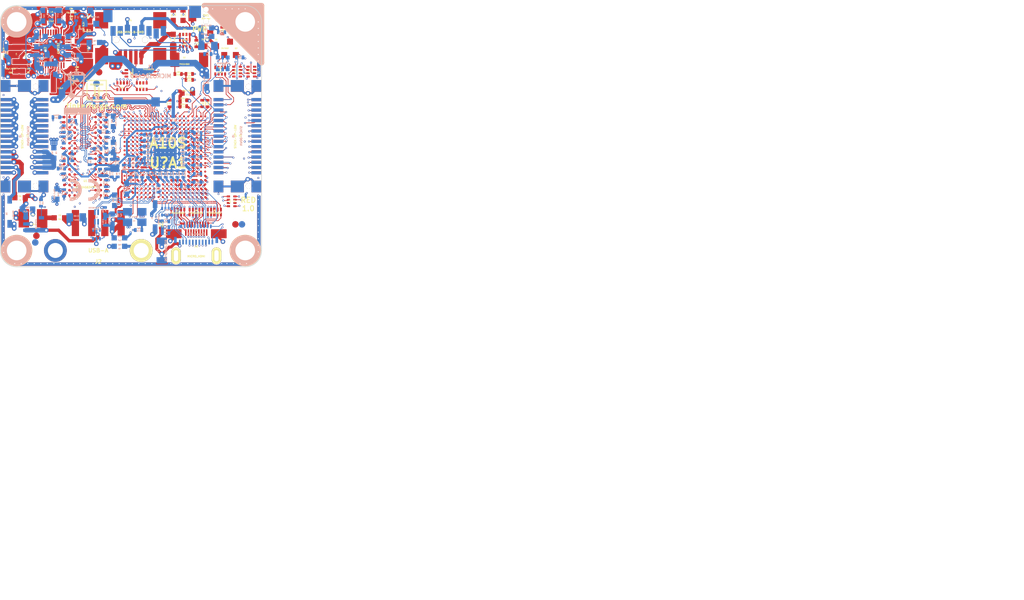
<source format=kicad_pcb>
(kicad_pcb (version 3) (host pcbnew "(2014-06-08 BZR 4933)-product")
  (title_block (title "RED Brick") (rev 1.0) (company "Tinkerforge GmbH") (comment 1 "Licensed under CERN OHL v.1.1") (comment 2 "Copyright (©) 2014, B.Nordmeyer <bastian@tinkerforge.com>"))
  (layers (15 Front signal hide) (4 GND power hide) (3 INNER_GND signal hide) (2 INNER_PWR signal hide) (1 Power power hide) (0 Bottom signal) (18 B.Paste user hide) (19 F.Paste user) (20 B.SilkS user) (21 F.SilkS user) (22 B.Mask user) (23 F.Mask user) (28 Edge.Cuts user))
  (net 0 "")
  (net 1 +1.2V_CPU)
  (net 2 +1.2V_INT)
  (net 3 +1.5V)
  (net 4 +3.3V)
  (net 5 +3.3VP)
  (net 6 +5V)
  (net 7 /DDR/DDR_A0)
  (net 8 /DDR/DDR_A1)
  (net 9 /DDR/DDR_A10)
  (net 10 /DDR/DDR_A11)
  (net 11 /DDR/DDR_A12)
  (net 12 /DDR/DDR_A13)
  (net 13 /DDR/DDR_A14)
  (net 14 /DDR/DDR_A2)
  (net 15 /DDR/DDR_A3)
  (net 16 /DDR/DDR_A4)
  (net 17 /DDR/DDR_A5)
  (net 18 /DDR/DDR_A6)
  (net 19 /DDR/DDR_A7)
  (net 20 /DDR/DDR_A8)
  (net 21 /DDR/DDR_A9)
  (net 22 /DDR/DDR_BA0)
  (net 23 /DDR/DDR_BA1)
  (net 24 /DDR/DDR_BA2)
  (net 25 /DDR/DDR_CLKE)
  (net 26 /DDR/DDR_D0)
  (net 27 /DDR/DDR_D1)
  (net 28 /DDR/DDR_D10)
  (net 29 /DDR/DDR_D11)
  (net 30 /DDR/DDR_D12)
  (net 31 /DDR/DDR_D13)
  (net 32 /DDR/DDR_D14)
  (net 33 /DDR/DDR_D15)
  (net 34 /DDR/DDR_D2)
  (net 35 /DDR/DDR_D3)
  (net 36 /DDR/DDR_D4)
  (net 37 /DDR/DDR_D5)
  (net 38 /DDR/DDR_D6)
  (net 39 /DDR/DDR_D7)
  (net 40 /DDR/DDR_D8)
  (net 41 /DDR/DDR_D9)
  (net 42 /DDR/DDR_DQM0)
  (net 43 /DDR/DDR_DQM1)
  (net 44 /DDR/DDR_DQS0)
  (net 45 /DDR/DDR_DQS1)
  (net 46 /DDR/DDR_NCAS)
  (net 47 /DDR/DDR_NCS0)
  (net 48 /DDR/DDR_NDQS0)
  (net 49 /DDR/DDR_NDQS1)
  (net 50 /DDR/DDR_NRAS)
  (net 51 /DDR/DDR_NRST)
  (net 52 /DDR/DDR_NWE)
  (net 53 /DDR/DDR_ODT)
  (net 54 /DDR/_DDR_CLK)
  (net 55 /DDR/_DDR_NCLK)
  (net 56 /HDMI/USB/_USB_HOST_UDM1)
  (net 57 /HDMI/USB/_USB_HOST_UDP1)
  (net 58 /HDMI/USB/_USB_OTG_UDM0)
  (net 59 /HDMI/USB/_USB_OTG_UDP0)
  (net 60 CAMERA-I2C-SCL)
  (net 61 CAMERA-I2C-SDA)
  (net 62 DDR_CLK)
  (net 63 DDR_NCLK)
  (net 64 DDR_SVREF)
  (net 65 GND)
  (net 66 HDMI_HCEC)
  (net 67 HDMI_HHPD)
  (net 68 HDMI_HSCL)
  (net 69 HDMI_HSDA)
  (net 70 HDMI_HTX1N)
  (net 71 HDMI_HTX1P)
  (net 72 HDMI_HTX2N)
  (net 73 HDMI_HTX2P)
  (net 74 HDMI_HTXCN)
  (net 75 HDMI_HTXCP)
  (net 76 HDMI_HTXON)
  (net 77 HDMI_HTXOP)
  (net 78 LDO0_OUT)
  (net 79 LED_ERROR)
  (net 80 LED_RUNNING)
  (net 81 NMI_N)
  (net 82 "Net-(C10-Pad1)")
  (net 83 "Net-(C100-Pad1)")
  (net 84 "Net-(C12-Pad1)")
  (net 85 "Net-(C15-Pad1)")
  (net 86 "Net-(C19-Pad1)")
  (net 87 "Net-(C21-Pad1)")
  (net 88 "Net-(C25-Pad2)")
  (net 89 "Net-(C29-Pad1)")
  (net 90 "Net-(C3-Pad2)")
  (net 91 "Net-(C30-Pad2)")
  (net 92 "Net-(C56-Pad2)")
  (net 93 "Net-(C63-Pad1)")
  (net 94 "Net-(C64-Pad1)")
  (net 95 "Net-(C66-Pad2)")
  (net 96 "Net-(C97-Pad2)")
  (net 97 "Net-(C99-Pad1)")
  (net 98 "Net-(D2-Pad1)")
  (net 99 "Net-(D3-Pad1)")
  (net 100 "Net-(D3-Pad2)")
  (net 101 "Net-(D4-Pad1)")
  (net 102 "Net-(D4-Pad2)")
  (net 103 "Net-(D5-Pad1)")
  (net 104 "Net-(D5-Pad2)")
  (net 105 "Net-(D6-Pad2)")
  (net 106 "Net-(F1-Pad2)")
  (net 107 "Net-(FB2-Pad2)")
  (net 108 "Net-(FB3-Pad2)")
  (net 109 "Net-(FB4-Pad2)")
  (net 110 "Net-(FB5-Pad1)")
  (net 111 "Net-(FB6-Pad2)")
  (net 112 "Net-(J5-Pad7)")
  (net 113 "Net-(J7-Pad1)")
  (net 114 "Net-(J7-Pad10)")
  (net 115 "Net-(J7-Pad29)")
  (net 116 "Net-(J7-Pad30)")
  (net 117 "Net-(L1-Pad1)")
  (net 118 "Net-(L2-Pad1)")
  (net 119 "Net-(L3-Pad1)")
  (net 120 "Net-(L4-Pad1)")
  (net 121 "Net-(L6-Pad1)")
  (net 122 "Net-(L6-Pad4)")
  (net 123 "Net-(P1-Pad11)")
  (net 124 "Net-(P1-Pad12)")
  (net 125 "Net-(P1-Pad13)")
  (net 126 "Net-(P1-Pad14)")
  (net 127 "Net-(P1-Pad15)")
  (net 128 "Net-(P1-Pad16)")
  (net 129 "Net-(P1-Pad17)")
  (net 130 "Net-(P1-Pad18)")
  (net 131 "Net-(P1-Pad3)")
  (net 132 "Net-(P1-Pad5)")
  (net 133 "Net-(P1-Pad7)")
  (net 134 "Net-(P1-Pad9)")
  (net 135 "Net-(R12-Pad1)")
  (net 136 "Net-(R20-Pad1)")
  (net 137 "Net-(R20-Pad2)")
  (net 138 "Net-(R20-Pad3)")
  (net 139 "Net-(R20-Pad4)")
  (net 140 "Net-(R21-Pad1)")
  (net 141 "Net-(R21-Pad4)")
  (net 142 "Net-(R22-Pad1)")
  (net 143 "Net-(R22-Pad2)")
  (net 144 "Net-(R22-Pad3)")
  (net 145 "Net-(R23-Pad2)")
  (net 146 "Net-(R23-Pad3)")
  (net 147 "Net-(R23-Pad4)")
  (net 148 "Net-(R24-Pad1)")
  (net 149 "Net-(R24-Pad2)")
  (net 150 "Net-(R24-Pad4)")
  (net 151 "Net-(R25-Pad1)")
  (net 152 "Net-(R26-Pad1)")
  (net 153 "Net-(R29-Pad2)")
  (net 154 "Net-(R9-Pad1)")
  (net 155 "Net-(RP3-Pad5)")
  (net 156 "Net-(RP3-Pad8)")
  (net 157 POWER-I2C-SCK)
  (net 158 POWER-I2C-SDA)
  (net 159 RESET_N)
  (net 160 RESET_STACK)
  (net 161 SDCARD_CLK)
  (net 162 SDCARD_CMD)
  (net 163 SDCARD_D0)
  (net 164 SDCARD_D1)
  (net 165 SDCARD_D2)
  (net 166 SDCARD_D3)
  (net 167 STACK-EX-0-GP00/JTAG-TDO)
  (net 168 STACK-EX-0-GP01/JTAG-TDI)
  (net 169 STACK-EX-0-GP02)
  (net 170 STACK-EX-1-GP00)
  (net 171 STACK-EX-1-GP01)
  (net 172 STACK-EX-1-GP02)
  (net 173 STACK-HIGH/JTAG-TMS)
  (net 174 STACK-I2C-SCL)
  (net 175 STACK-I2C-SDA)
  (net 176 STACK-MASTER-DETECT)
  (net 177 STACK-SELECT-00)
  (net 178 STACK-SELECT-01)
  (net 179 STACK-SELECT-02)
  (net 180 STACK-SELECT-03)
  (net 181 STACK-SELECT-04)
  (net 182 STACK-SELECT-05)
  (net 183 STACK-SELECT-06)
  (net 184 STACK-SELECT-07)
  (net 185 STACK-SELECT-EX-00)
  (net 186 STACK-SELECT-EX-01)
  (net 187 STACK-SER-RXD)
  (net 188 STACK-SER-SCK)
  (net 189 STACK-SER-TXD)
  (net 190 STACK-SER2-RTS)
  (net 191 STACK-SER2-RXD)
  (net 192 STACK-SER2-TXD)
  (net 193 STACK-SPI-MISO)
  (net 194 STACK-SPI-MOSI)
  (net 195 STACK-SPI-SCLK)
  (net 196 STACK-SPI-SELECT)
  (net 197 STACK-SW-I2C-PULLUPS)
  (net 198 STACK-SYNC/JTAG-TCK)
  (net 199 USB-HOST-DRV)
  (net 200 USB-OTG-DET)
  (net 201 USB_HOST_UDM1)
  (net 202 USB_HOST_UDP1)
  (net 203 USB_OTG_UDM0)
  (net 204 USB_OTG_UDP0)
  (module DRILL_NP (layer Front) (at 129.825 77.425)
    (fp_text reference ~3 hide)
    (fp_text value DRILL hide)
    (pad "" np_thru_hole circle (at 0 0) (size 2.99974 2.99974) (drill 2.99974) (layers *.Cu *.Mask F.SilkS) (clearance 0.2))
  )
  (module DRILL_NP (layer Front) (at 164.825 77.425)
    (fp_text reference ~2 hide)
    (fp_text value DRILL hide)
    (pad "" np_thru_hole circle (at 0 0) (size 2.99974 2.99974) (drill 2.99974) (layers *.Cu *.Mask F.SilkS) (clearance 0.2))
  )
  (module DRILL_NP (layer Front) (at 164.825 112.425)
    (fp_text reference ~4 hide)
    (fp_text value DRILL hide)
    (pad "" np_thru_hole circle (at 0 0) (size 2.99974 2.99974) (drill 2.99974) (layers *.Cu *.Mask F.SilkS) (clearance 0.2))
  )
  (module DRILL_NP (layer Front) (at 129.825 112.425)
    (fp_text reference ~1 hide)
    (fp_text value DRILL hide)
    (pad "" np_thru_hole circle (at 0 0) (size 2.99974 2.99974) (drill 2.99974) (layers *.Cu *.Mask F.SilkS) (clearance 0.2))
  )
  (module Fiducial_Mark (layer Front) (at 132.85 110.175)
    (fp_text reference Fiducial_Mark hide)
    (fp_text value VAL** hide)
    (pad 1 smd circle (at 0 0) (size 1.00076 1.00076) (layers Front F.Mask) (clearance 0.65024))
  )
  (module Fiducial_Mark (layer Front) (at 163.325 108.425)
    (fp_text reference Fiducial_Mark hide)
    (fp_text value VAL** hide)
    (pad 1 smd circle (at 0 0) (size 1.00076 1.00076) (layers Front F.Mask) (clearance 0.65024))
  )
  (module Fiducial_Mark (layer Front) (at 142.45 85.125)
    (fp_text reference Fiducial_Mark hide)
    (fp_text value VAL** hide)
    (pad 1 smd circle (at 0 0) (size 1.00076 1.00076) (layers Front F.Mask) (clearance 0.65024))
  )
  (module Fiducial_Mark (layer Bottom) (at 132.675 111.2)
    (fp_text reference Fiducial_Mark hide)
    (fp_text value VAL** hide)
    (pad 1 smd circle (at 0 0) (size 1.00076 1.00076) (layers Bottom B.Mask) (clearance 0.65024))
  )
  (module Fiducial_Mark (layer Bottom) (at 164.325 108.425)
    (fp_text reference Fiducial_Mark hide)
    (fp_text value VAL** hide)
    (pad 1 smd circle (at 0 0) (size 1.00076 1.00076) (layers Bottom B.Mask) (clearance 0.65024))
  )
  (module Fiducial_Mark (layer Bottom) (at 142.05 86.85)
    (fp_text reference Fiducial_Mark hide)
    (fp_text value VAL** hide)
    (pad 1 smd circle (at 0 0) (size 1.00076 1.00076) (layers Bottom B.Mask) (clearance 0.65024))
  )
  (module CE_5mm (layer Bottom) (at 140.25 103.15 180)
    (fp_text reference VAL hide)
    (fp_text value CE_5mm hide)
  )
  (module WEEE_7mm (layer Bottom) (at 139.1 88.1)
    (fp_text reference VAL hide)
    (fp_text value WEEE_7mm hide)
  )
  (module logo:Logo_31x31 (layer Front) (at 140.5 86.3)
    (fp_text reference G*** hide)
    (fp_text value Logo_31x31 hide)
  )
  (module tinkerforge:NRH3015 (layer Front) (at 140.075 81.475 90)
    (fp_text reference L2 (at 0.05 -0.725 90) (layer F.SilkS) (effects (font (size 0.2 0.2) (thickness 0.05))))
    (fp_text value 2,2µH (at -0.05 0.675 90) (layer F.SilkS) (effects (font (size 0.2 0.2) (thickness 0.05))))
    (pad 1 smd rect (at -1.09982 0 90) (size 0.8001 2.70002) (layers Front F.Paste F.Mask) (net 118 "Net-(L2-Pad1)"))
    (pad 2 smd rect (at 1.09982 0 90) (size 0.8001 2.70002) (layers Front F.Paste F.Mask) (net 1 +1.2V_CPU))
  )
  (module tinkerforge:NRH3015 (layer Front) (at 130.5 82.4 90)
    (fp_text reference L4 (at 0.05 -0.725 90) (layer F.SilkS) (effects (font (size 0.2 0.2) (thickness 0.05))))
    (fp_text value 2,2µH (at -0.05 0.675 90) (layer F.SilkS) (effects (font (size 0.2 0.2) (thickness 0.05))))
    (pad 1 smd rect (at -1.09982 0 90) (size 0.8001 2.70002) (layers Front F.Paste F.Mask) (net 120 "Net-(L4-Pad1)"))
    (pad 2 smd rect (at 1.09982 0 90) (size 0.8001 2.70002) (layers Front F.Paste F.Mask) (net 2 +1.2V_INT))
  )
  (module tinkerforge:NRH3015 (layer Front) (at 135.15 76.625)
    (fp_text reference L3 (at 0.05 -0.725) (layer F.SilkS) (effects (font (size 0.2 0.2) (thickness 0.05))))
    (fp_text value 2,2µH (at -0.05 0.675) (layer F.SilkS) (effects (font (size 0.2 0.2) (thickness 0.05))))
    (pad 1 smd rect (at -1.09982 0) (size 0.8001 2.70002) (layers Front F.Paste F.Mask) (net 119 "Net-(L3-Pad1)"))
    (pad 2 smd rect (at 1.09982 0) (size 0.8001 2.70002) (layers Front F.Paste F.Mask) (net 3 +1.5V))
  )
  (module tinkerforge:NRH3015 (layer Front) (at 136.55 86.9)
    (fp_text reference L1 (at 0.05 -0.725) (layer F.SilkS) (effects (font (size 0.2 0.2) (thickness 0.05))))
    (fp_text value 2,2µH (at -0.05 0.675) (layer F.SilkS) (effects (font (size 0.2 0.2) (thickness 0.05))))
    (pad 1 smd rect (at -1.09982 0) (size 0.8001 2.70002) (layers Front F.Paste F.Mask) (net 117 "Net-(L1-Pad1)"))
    (pad 2 smd rect (at 1.09982 0) (size 0.8001 2.70002) (layers Front F.Paste F.Mask) (net 4 +3.3V))
  )
  (module tinkerforge:0603 (layer Front) (at 155.95 88.325)
    (fp_text reference C12 (at 0.05 0.225) (layer F.SilkS) (effects (font (size 0.2 0.2) (thickness 0.05))))
    (fp_text value 22µF/6.3V (at 0.05 -0.375) (layer F.SilkS) (effects (font (size 0.2 0.2) (thickness 0.05))))
    (pad 1 smd rect (at -0.8001 0) (size 0.8001 0.8001) (layers Front F.Paste F.Mask) (net 84 "Net-(C12-Pad1)"))
    (pad 2 smd rect (at 0.8001 0) (size 0.8001 0.8001) (layers Front F.Paste F.Mask) (net 65 GND))
  )
  (module tinkerforge:0603 (layer Bottom) (at 158.9 78.35 180)
    (fp_text reference C98 (at 0.05 -0.225 180) (layer B.SilkS) (effects (font (size 0.2 0.2) (thickness 0.05)) (justify mirror)))
    (fp_text value 22µF/6.3V (at 0.05 0.375 180) (layer B.SilkS) (effects (font (size 0.2 0.2) (thickness 0.05)) (justify mirror)))
    (pad 1 smd rect (at -0.8001 0 180) (size 0.8001 0.8001) (layers Bottom B.Paste B.Mask) (net 65 GND))
    (pad 2 smd rect (at 0.8001 0 180) (size 0.8001 0.8001) (layers Bottom B.Paste B.Mask) (net 96 "Net-(C97-Pad2)"))
  )
  (module tinkerforge:0603 (layer Bottom) (at 158.9 79.65 180)
    (fp_text reference C97 (at 0.05 -0.225 180) (layer B.SilkS) (effects (font (size 0.2 0.2) (thickness 0.05)) (justify mirror)))
    (fp_text value 22µF/6.3V (at 0.05 0.375 180) (layer B.SilkS) (effects (font (size 0.2 0.2) (thickness 0.05)) (justify mirror)))
    (pad 1 smd rect (at -0.8001 0 180) (size 0.8001 0.8001) (layers Bottom B.Paste B.Mask) (net 65 GND))
    (pad 2 smd rect (at 0.8001 0 180) (size 0.8001 0.8001) (layers Bottom B.Paste B.Mask) (net 96 "Net-(C97-Pad2)"))
  )
  (module tinkerforge:0603 (layer Bottom) (at 131.48 106.08)
    (fp_text reference C96 (at 0.05 -0.225) (layer B.SilkS) (effects (font (size 0.2 0.2) (thickness 0.05)) (justify mirror)))
    (fp_text value 1µF/6.3V (at 0.05 0.375) (layer B.SilkS) (effects (font (size 0.2 0.2) (thickness 0.05)) (justify mirror)))
    (pad 1 smd rect (at -0.8001 0) (size 0.8001 0.8001) (layers Bottom B.Paste B.Mask) (net 6 +5V))
    (pad 2 smd rect (at 0.8001 0) (size 0.8001 0.8001) (layers Bottom B.Paste B.Mask) (net 65 GND))
  )
  (module tinkerforge:0603 (layer Bottom) (at 135.52 97.5 90)
    (fp_text reference FB5 (at 0.05 -0.225 90) (layer B.SilkS) (effects (font (size 0.2 0.2) (thickness 0.05)) (justify mirror)))
    (fp_text value FB (at 0.05 0.375 90) (layer B.SilkS) (effects (font (size 0.2 0.2) (thickness 0.05)) (justify mirror)))
    (pad 1 smd rect (at -0.8001 0 90) (size 0.8001 0.8001) (layers Bottom B.Paste B.Mask) (net 110 "Net-(FB5-Pad1)"))
    (pad 2 smd rect (at 0.8001 0 90) (size 0.8001 0.8001) (layers Bottom B.Paste B.Mask) (net 65 GND))
  )
  (module tinkerforge:0603 (layer Front) (at 130.35 104.35 180)
    (fp_text reference FB6 (at 0.05 0.225 180) (layer F.SilkS) (effects (font (size 0.2 0.2) (thickness 0.05))))
    (fp_text value FB (at 0.05 -0.375 180) (layer F.SilkS) (effects (font (size 0.2 0.2) (thickness 0.05))))
    (pad 1 smd rect (at -0.8001 0 180) (size 0.8001 0.8001) (layers Front F.Paste F.Mask) (net 6 +5V))
    (pad 2 smd rect (at 0.8001 0 180) (size 0.8001 0.8001) (layers Front F.Paste F.Mask) (net 111 "Net-(FB6-Pad2)"))
  )
  (module tinkerforge:0603 (layer Bottom) (at 135.8 84.65 90)
    (fp_text reference C75 (at 0.05 -0.225 90) (layer B.SilkS) (effects (font (size 0.2 0.2) (thickness 0.05)) (justify mirror)))
    (fp_text value 10µF/6.3V (at 0.05 0.375 90) (layer B.SilkS) (effects (font (size 0.2 0.2) (thickness 0.05)) (justify mirror)))
    (pad 1 smd rect (at -0.8001 0 90) (size 0.8001 0.8001) (layers Bottom B.Paste B.Mask) (net 78 LDO0_OUT))
    (pad 2 smd rect (at 0.8001 0 90) (size 0.8001 0.8001) (layers Bottom B.Paste B.Mask) (net 65 GND))
  )
  (module tinkerforge:0603 (layer Bottom) (at 133.7 82.55)
    (fp_text reference C78 (at 0.05 -0.225) (layer B.SilkS) (effects (font (size 0.2 0.2) (thickness 0.05)) (justify mirror)))
    (fp_text value 10µF/6.3V (at 0.05 0.375) (layer B.SilkS) (effects (font (size 0.2 0.2) (thickness 0.05)) (justify mirror)))
    (pad 1 smd rect (at -0.8001 0) (size 0.8001 0.8001) (layers Bottom B.Paste B.Mask) (net 78 LDO0_OUT))
    (pad 2 smd rect (at 0.8001 0) (size 0.8001 0.8001) (layers Bottom B.Paste B.Mask) (net 65 GND))
  )
  (module tinkerforge:0603 (layer Front) (at 139.7 78.175 270)
    (fp_text reference C83 (at 0.05 0.225 270) (layer F.SilkS) (effects (font (size 0.2 0.2) (thickness 0.05))))
    (fp_text value 10µF/6.3V (at 0.05 -0.375 270) (layer F.SilkS) (effects (font (size 0.2 0.2) (thickness 0.05))))
    (pad 1 smd rect (at -0.8001 0 270) (size 0.8001 0.8001) (layers Front F.Paste F.Mask) (net 65 GND))
    (pad 2 smd rect (at 0.8001 0 270) (size 0.8001 0.8001) (layers Front F.Paste F.Mask) (net 1 +1.2V_CPU))
  )
  (module tinkerforge:0603 (layer Front) (at 138.25 75.625 180)
    (fp_text reference C84 (at 0.05 0.225 180) (layer F.SilkS) (effects (font (size 0.2 0.2) (thickness 0.05))))
    (fp_text value 10µF/6.3V (at 0.05 -0.375 180) (layer F.SilkS) (effects (font (size 0.2 0.2) (thickness 0.05))))
    (pad 1 smd rect (at -0.8001 0 180) (size 0.8001 0.8001) (layers Front F.Paste F.Mask) (net 65 GND))
    (pad 2 smd rect (at 0.8001 0 180) (size 0.8001 0.8001) (layers Front F.Paste F.Mask) (net 3 +1.5V))
  )
  (module tinkerforge:0603 (layer Bottom) (at 136.4 76.475 90)
    (fp_text reference C77 (at 0.05 -0.225 90) (layer B.SilkS) (effects (font (size 0.2 0.2) (thickness 0.05)) (justify mirror)))
    (fp_text value 10µF/6.3V (at 0.05 0.375 90) (layer B.SilkS) (effects (font (size 0.2 0.2) (thickness 0.05)) (justify mirror)))
    (pad 1 smd rect (at -0.8001 0 90) (size 0.8001 0.8001) (layers Bottom B.Paste B.Mask) (net 78 LDO0_OUT))
    (pad 2 smd rect (at 0.8001 0 90) (size 0.8001 0.8001) (layers Bottom B.Paste B.Mask) (net 65 GND))
  )
  (module tinkerforge:0603 (layer Front) (at 128.2 82.2 90)
    (fp_text reference C85 (at 0.05 0.225 90) (layer F.SilkS) (effects (font (size 0.2 0.2) (thickness 0.05))))
    (fp_text value 10µF/6.3V (at 0.05 -0.375 90) (layer F.SilkS) (effects (font (size 0.2 0.2) (thickness 0.05))))
    (pad 1 smd rect (at -0.8001 0 90) (size 0.8001 0.8001) (layers Front F.Paste F.Mask) (net 65 GND))
    (pad 2 smd rect (at 0.8001 0 90) (size 0.8001 0.8001) (layers Front F.Paste F.Mask) (net 2 +1.2V_INT))
  )
  (module tinkerforge:0603 (layer Bottom) (at 138.55 82.55)
    (fp_text reference C76 (at 0.05 -0.225) (layer B.SilkS) (effects (font (size 0.2 0.2) (thickness 0.05)) (justify mirror)))
    (fp_text value 10µF/6.3V (at 0.05 0.375) (layer B.SilkS) (effects (font (size 0.2 0.2) (thickness 0.05)) (justify mirror)))
    (pad 1 smd rect (at -0.8001 0) (size 0.8001 0.8001) (layers Bottom B.Paste B.Mask) (net 78 LDO0_OUT))
    (pad 2 smd rect (at 0.8001 0) (size 0.8001 0.8001) (layers Bottom B.Paste B.Mask) (net 65 GND))
  )
  (module tinkerforge:0603 (layer Front) (at 153.8 80.125 90)
    (fp_text reference FB3 (at 0.05 0.225 90) (layer F.SilkS) (effects (font (size 0.2 0.2) (thickness 0.05))))
    (fp_text value FB (at 0.05 -0.375 90) (layer F.SilkS) (effects (font (size 0.2 0.2) (thickness 0.05))))
    (pad 1 smd rect (at -0.8001 0 90) (size 0.8001 0.8001) (layers Front F.Paste F.Mask) (net 98 "Net-(D2-Pad1)"))
    (pad 2 smd rect (at 0.8001 0 90) (size 0.8001 0.8001) (layers Front F.Paste F.Mask) (net 108 "Net-(FB3-Pad2)"))
  )
  (module tinkerforge:0603 (layer Bottom) (at 145.56 111.79)
    (fp_text reference FB2 (at 0.05 -0.225) (layer B.SilkS) (effects (font (size 0.2 0.2) (thickness 0.05)) (justify mirror)))
    (fp_text value FB (at 0.05 0.375) (layer B.SilkS) (effects (font (size 0.2 0.2) (thickness 0.05)) (justify mirror)))
    (pad 1 smd rect (at -0.8001 0) (size 0.8001 0.8001) (layers Bottom B.Paste B.Mask) (net 65 GND))
    (pad 2 smd rect (at 0.8001 0) (size 0.8001 0.8001) (layers Bottom B.Paste B.Mask) (net 107 "Net-(FB2-Pad2)"))
  )
  (module tinkerforge:0603 (layer Bottom) (at 141.725 80.575)
    (fp_text reference FB4 (at 0.05 -0.225) (layer B.SilkS) (effects (font (size 0.2 0.2) (thickness 0.05)) (justify mirror)))
    (fp_text value FB (at 0.05 0.375) (layer B.SilkS) (effects (font (size 0.2 0.2) (thickness 0.05)) (justify mirror)))
    (pad 1 smd rect (at -0.8001 0) (size 0.8001 0.8001) (layers Bottom B.Paste B.Mask) (net 65 GND))
    (pad 2 smd rect (at 0.8001 0) (size 0.8001 0.8001) (layers Bottom B.Paste B.Mask) (net 109 "Net-(FB4-Pad2)"))
  )
  (module tinkerforge:0603 (layer Front) (at 136.375 107.425)
    (fp_text reference FB1 (at 0.05 0.225) (layer F.SilkS) (effects (font (size 0.2 0.2) (thickness 0.05))))
    (fp_text value FB (at 0.05 -0.375) (layer F.SilkS) (effects (font (size 0.2 0.2) (thickness 0.05))))
    (pad 1 smd rect (at -0.8001 0) (size 0.8001 0.8001) (layers Front F.Paste F.Mask) (net 97 "Net-(C99-Pad1)"))
    (pad 2 smd rect (at 0.8001 0) (size 0.8001 0.8001) (layers Front F.Paste F.Mask) (net 83 "Net-(C100-Pad1)"))
  )
  (module tinkerforge:0603 (layer Bottom) (at 135.985 103.785 270)
    (fp_text reference C48 (at 0.05 -0.225 270) (layer B.SilkS) (effects (font (size 0.2 0.2) (thickness 0.05)) (justify mirror)))
    (fp_text value 22µF/6.3V (at 0.05 0.375 270) (layer B.SilkS) (effects (font (size 0.2 0.2) (thickness 0.05)) (justify mirror)))
    (pad 1 smd rect (at -0.8001 0 270) (size 0.8001 0.8001) (layers Bottom B.Paste B.Mask) (net 3 +1.5V))
    (pad 2 smd rect (at 0.8001 0 270) (size 0.8001 0.8001) (layers Bottom B.Paste B.Mask) (net 65 GND))
  )
  (module tinkerforge:0603 (layer Bottom) (at 146.65 103 270)
    (fp_text reference C33 (at 0.05 -0.225 270) (layer B.SilkS) (effects (font (size 0.2 0.2) (thickness 0.05)) (justify mirror)))
    (fp_text value 22µF/6.3V (at 0.05 0.375 270) (layer B.SilkS) (effects (font (size 0.2 0.2) (thickness 0.05)) (justify mirror)))
    (pad 1 smd rect (at -0.8001 0 270) (size 0.8001 0.8001) (layers Bottom B.Paste B.Mask) (net 89 "Net-(C29-Pad1)"))
    (pad 2 smd rect (at 0.8001 0 270) (size 0.8001 0.8001) (layers Bottom B.Paste B.Mask) (net 65 GND))
  )
  (module tinkerforge:0603 (layer Bottom) (at 144.445 107.645 270)
    (fp_text reference C14 (at 0.05 -0.225 270) (layer B.SilkS) (effects (font (size 0.2 0.2) (thickness 0.05)) (justify mirror)))
    (fp_text value 10µF/6.3V (at 0.05 0.375 270) (layer B.SilkS) (effects (font (size 0.2 0.2) (thickness 0.05)) (justify mirror)))
    (pad 1 smd rect (at -0.8001 0 270) (size 0.8001 0.8001) (layers Bottom B.Paste B.Mask) (net 82 "Net-(C10-Pad1)"))
    (pad 2 smd rect (at 0.8001 0 270) (size 0.8001 0.8001) (layers Bottom B.Paste B.Mask) (net 65 GND))
  )
  (module tinkerforge:0603 (layer Bottom) (at 145.56 110.49)
    (fp_text reference C25 (at 0.05 -0.225) (layer B.SilkS) (effects (font (size 0.2 0.2) (thickness 0.05)) (justify mirror)))
    (fp_text value 1µF (at 0.05 0.375) (layer B.SilkS) (effects (font (size 0.2 0.2) (thickness 0.05)) (justify mirror)))
    (pad 1 smd rect (at -0.8001 0) (size 0.8001 0.8001) (layers Bottom B.Paste B.Mask) (net 65 GND))
    (pad 2 smd rect (at 0.8001 0) (size 0.8001 0.8001) (layers Bottom B.Paste B.Mask) (net 88 "Net-(C25-Pad2)"))
  )
  (module tinkerforge:0603 (layer Bottom) (at 144.83 104.74 90)
    (fp_text reference C26 (at 0.05 -0.225 90) (layer B.SilkS) (effects (font (size 0.2 0.2) (thickness 0.05)) (justify mirror)))
    (fp_text value 10µF/6.3V (at 0.05 0.375 90) (layer B.SilkS) (effects (font (size 0.2 0.2) (thickness 0.05)) (justify mirror)))
    (pad 1 smd rect (at -0.8001 0 90) (size 0.8001 0.8001) (layers Bottom B.Paste B.Mask) (net 86 "Net-(C19-Pad1)"))
    (pad 2 smd rect (at 0.8001 0 90) (size 0.8001 0.8001) (layers Bottom B.Paste B.Mask) (net 65 GND))
  )
  (module tinkerforge:0603 (layer Bottom) (at 132.9 80.45 90)
    (fp_text reference C60 (at 0.05 -0.225 90) (layer B.SilkS) (effects (font (size 0.2 0.2) (thickness 0.05)) (justify mirror)))
    (fp_text value 10µF/6.3V (at 0.05 0.375 90) (layer B.SilkS) (effects (font (size 0.2 0.2) (thickness 0.05)) (justify mirror)))
    (pad 1 smd rect (at -0.8001 0 90) (size 0.8001 0.8001) (layers Bottom B.Paste B.Mask) (net 65 GND))
    (pad 2 smd rect (at 0.8001 0 90) (size 0.8001 0.8001) (layers Bottom B.Paste B.Mask) (net 5 +3.3VP))
  )
  (module tinkerforge:0603 (layer Bottom) (at 137.75 80.45 90)
    (fp_text reference C61 (at 0.05 -0.225 90) (layer B.SilkS) (effects (font (size 0.2 0.2) (thickness 0.05)) (justify mirror)))
    (fp_text value 10µF/6.3V (at 0.05 0.375 90) (layer B.SilkS) (effects (font (size 0.2 0.2) (thickness 0.05)) (justify mirror)))
    (pad 1 smd rect (at -0.8001 0 90) (size 0.8001 0.8001) (layers Bottom B.Paste B.Mask) (net 65 GND))
    (pad 2 smd rect (at 0.8001 0 90) (size 0.8001 0.8001) (layers Bottom B.Paste B.Mask) (net 4 +3.3V))
  )
  (module tinkerforge:0603 (layer Bottom) (at 136.3 80.45 270)
    (fp_text reference C64 (at 0.05 -0.225 270) (layer B.SilkS) (effects (font (size 0.2 0.2) (thickness 0.05)) (justify mirror)))
    (fp_text value 1µF (at 0.05 0.375 270) (layer B.SilkS) (effects (font (size 0.2 0.2) (thickness 0.05)) (justify mirror)))
    (pad 1 smd rect (at -0.8001 0 270) (size 0.8001 0.8001) (layers Bottom B.Paste B.Mask) (net 94 "Net-(C64-Pad1)"))
    (pad 2 smd rect (at 0.8001 0 270) (size 0.8001 0.8001) (layers Bottom B.Paste B.Mask) (net 65 GND))
  )
  (module tinkerforge:0603 (layer Bottom) (at 133.7 83.85 180)
    (fp_text reference C58 (at 0.05 -0.225 180) (layer B.SilkS) (effects (font (size 0.2 0.2) (thickness 0.05)) (justify mirror)))
    (fp_text value 10µF/6.3V (at 0.05 0.375 180) (layer B.SilkS) (effects (font (size 0.2 0.2) (thickness 0.05)) (justify mirror)))
    (pad 1 smd rect (at -0.8001 0 180) (size 0.8001 0.8001) (layers Bottom B.Paste B.Mask) (net 65 GND))
    (pad 2 smd rect (at 0.8001 0 180) (size 0.8001 0.8001) (layers Bottom B.Paste B.Mask) (net 78 LDO0_OUT))
  )
  (module tinkerforge:0603 (layer Bottom) (at 135.1 76.475 270)
    (fp_text reference C56 (at 0.05 -0.225 270) (layer B.SilkS) (effects (font (size 0.2 0.2) (thickness 0.05)) (justify mirror)))
    (fp_text value 1µF (at 0.05 0.375 270) (layer B.SilkS) (effects (font (size 0.2 0.2) (thickness 0.05)) (justify mirror)))
    (pad 1 smd rect (at -0.8001 0 270) (size 0.8001 0.8001) (layers Bottom B.Paste B.Mask) (net 65 GND))
    (pad 2 smd rect (at 0.8001 0 270) (size 0.8001 0.8001) (layers Bottom B.Paste B.Mask) (net 92 "Net-(C56-Pad2)"))
  )
  (module tinkerforge:0603 (layer Bottom) (at 134.2 80.45 270)
    (fp_text reference C63 (at 0.05 -0.225 270) (layer B.SilkS) (effects (font (size 0.2 0.2) (thickness 0.05)) (justify mirror)))
    (fp_text value 1µF (at 0.05 0.375 270) (layer B.SilkS) (effects (font (size 0.2 0.2) (thickness 0.05)) (justify mirror)))
    (pad 1 smd rect (at -0.8001 0 270) (size 0.8001 0.8001) (layers Bottom B.Paste B.Mask) (net 93 "Net-(C63-Pad1)"))
    (pad 2 smd rect (at 0.8001 0 270) (size 0.8001 0.8001) (layers Bottom B.Paste B.Mask) (net 65 GND))
  )
  (module tinkerforge:0603 (layer Bottom) (at 133.8 76.475 270)
    (fp_text reference C62 (at 0.05 -0.225 270) (layer B.SilkS) (effects (font (size 0.2 0.2) (thickness 0.05)) (justify mirror)))
    (fp_text value 10µF/6.3V (at 0.05 0.375 270) (layer B.SilkS) (effects (font (size 0.2 0.2) (thickness 0.05)) (justify mirror)))
    (pad 1 smd rect (at -0.8001 0 270) (size 0.8001 0.8001) (layers Bottom B.Paste B.Mask) (net 65 GND))
    (pad 2 smd rect (at 0.8001 0 270) (size 0.8001 0.8001) (layers Bottom B.Paste B.Mask) (net 78 LDO0_OUT))
  )
  (module tinkerforge:0603 (layer Front) (at 131.55 84.975)
    (fp_text reference R6 (at 0.05 0.225) (layer F.SilkS) (effects (font (size 0.2 0.2) (thickness 0.05))))
    (fp_text value 1R0 (at 0.05 -0.375) (layer F.SilkS) (effects (font (size 0.2 0.2) (thickness 0.05))))
    (pad 1 smd rect (at -0.8001 0) (size 0.8001 0.8001) (layers Front F.Paste F.Mask) (net 95 "Net-(C66-Pad2)"))
    (pad 2 smd rect (at 0.8001 0) (size 0.8001 0.8001) (layers Front F.Paste F.Mask) (net 6 +5V))
  )
  (module tinkerforge:0603 (layer Front) (at 128.85 84.975)
    (fp_text reference C66 (at 0.05 0.225) (layer F.SilkS) (effects (font (size 0.2 0.2) (thickness 0.05))))
    (fp_text value 10µF/6.3V (at 0.05 -0.375) (layer F.SilkS) (effects (font (size 0.2 0.2) (thickness 0.05))))
    (pad 1 smd rect (at -0.8001 0) (size 0.8001 0.8001) (layers Front F.Paste F.Mask) (net 65 GND))
    (pad 2 smd rect (at 0.8001 0) (size 0.8001 0.8001) (layers Front F.Paste F.Mask) (net 95 "Net-(C66-Pad2)"))
  )
  (module tinkerforge:0603 (layer Front) (at 138.85 86.4 90)
    (fp_text reference C82 (at 0.05 0.225 90) (layer F.SilkS) (effects (font (size 0.2 0.2) (thickness 0.05))))
    (fp_text value 10µF/6.3V (at 0.05 -0.375 90) (layer F.SilkS) (effects (font (size 0.2 0.2) (thickness 0.05))))
    (pad 1 smd rect (at -0.8001 0 90) (size 0.8001 0.8001) (layers Front F.Paste F.Mask) (net 65 GND))
    (pad 2 smd rect (at 0.8001 0 90) (size 0.8001 0.8001) (layers Front F.Paste F.Mask) (net 4 +3.3V))
  )
  (module tinkerforge:0603 (layer Bottom) (at 144.64 92.66 90)
    (fp_text reference C92 (at 0.05 -0.225 90) (layer B.SilkS) (effects (font (size 0.2 0.2) (thickness 0.05)) (justify mirror)))
    (fp_text value 22µF/6.3V (at 0.05 0.375 90) (layer B.SilkS) (effects (font (size 0.2 0.2) (thickness 0.05)) (justify mirror)))
    (pad 1 smd rect (at -0.8001 0 90) (size 0.8001 0.8001) (layers Bottom B.Paste B.Mask) (net 3 +1.5V))
    (pad 2 smd rect (at 0.8001 0 90) (size 0.8001 0.8001) (layers Bottom B.Paste B.Mask) (net 65 GND))
  )
  (module tinkerforge:0603 (layer Bottom) (at 144.64 96.66 90)
    (fp_text reference C74 (at 0.05 -0.225 90) (layer B.SilkS) (effects (font (size 0.2 0.2) (thickness 0.05)) (justify mirror)))
    (fp_text value 22µF/6.3V (at 0.05 0.375 90) (layer B.SilkS) (effects (font (size 0.2 0.2) (thickness 0.05)) (justify mirror)))
    (pad 1 smd rect (at -0.8001 0 90) (size 0.8001 0.8001) (layers Bottom B.Paste B.Mask) (net 3 +1.5V))
    (pad 2 smd rect (at 0.8001 0 90) (size 0.8001 0.8001) (layers Bottom B.Paste B.Mask) (net 65 GND))
  )
  (module tinkerforge:0603 (layer Bottom) (at 158.91 86.53 270)
    (fp_text reference C102 (at 0.05 -0.225 270) (layer B.SilkS) (effects (font (size 0.2 0.2) (thickness 0.05)) (justify mirror)))
    (fp_text value 10µF/6.3V (at 0.05 0.375 270) (layer B.SilkS) (effects (font (size 0.2 0.2) (thickness 0.05)) (justify mirror)))
    (pad 1 smd rect (at -0.8001 0 270) (size 0.8001 0.8001) (layers Bottom B.Paste B.Mask) (net 6 +5V))
    (pad 2 smd rect (at 0.8001 0 270) (size 0.8001 0.8001) (layers Bottom B.Paste B.Mask) (net 65 GND))
  )
  (module tinkerforge:0402 (layer Bottom) (at 155.55 102.625)
    (fp_text reference C7 (at 0 -0.125) (layer B.SilkS) (effects (font (size 0.2 0.2) (thickness 0.05)) (justify mirror)))
    (fp_text value 220nF (at 0 0.275) (layer B.SilkS) (effects (font (size 0.2 0.2) (thickness 0.05)) (justify mirror)))
    (pad 1 smd rect (at -0.50038 0) (size 0.39878 0.59944) (layers Bottom B.Paste B.Mask) (net 4 +3.3V))
    (pad 2 smd rect (at 0.50038 0) (size 0.39878 0.59944) (layers Bottom B.Paste B.Mask) (net 65 GND))
  )
  (module tinkerforge:0402 (layer Bottom) (at 145.545 107.045 90)
    (fp_text reference C3 (at 0 -0.125 90) (layer B.SilkS) (effects (font (size 0.2 0.2) (thickness 0.05)) (justify mirror)))
    (fp_text value 9pF (at 0 0.275 90) (layer B.SilkS) (effects (font (size 0.2 0.2) (thickness 0.05)) (justify mirror)))
    (pad 1 smd rect (at -0.50038 0 90) (size 0.39878 0.59944) (layers Bottom B.Paste B.Mask) (net 65 GND))
    (pad 2 smd rect (at 0.50038 0 90) (size 0.39878 0.59944) (layers Bottom B.Paste B.Mask) (net 90 "Net-(C3-Pad2)"))
  )
  (module tinkerforge:0402 (layer Bottom) (at 157.55 98.075)
    (fp_text reference C28 (at 0 -0.125) (layer B.SilkS) (effects (font (size 0.2 0.2) (thickness 0.05)) (justify mirror)))
    (fp_text value 220nF (at 0 0.275) (layer B.SilkS) (effects (font (size 0.2 0.2) (thickness 0.05)) (justify mirror)))
    (pad 1 smd rect (at -0.50038 0) (size 0.39878 0.59944) (layers Bottom B.Paste B.Mask) (net 1 +1.2V_CPU))
    (pad 2 smd rect (at 0.50038 0) (size 0.39878 0.59944) (layers Bottom B.Paste B.Mask) (net 65 GND))
  )
  (module tinkerforge:0402 (layer Bottom) (at 155.225 99.4 180)
    (fp_text reference C32 (at 0 -0.125 180) (layer B.SilkS) (effects (font (size 0.2 0.2) (thickness 0.05)) (justify mirror)))
    (fp_text value 220nF (at 0 0.275 180) (layer B.SilkS) (effects (font (size 0.2 0.2) (thickness 0.05)) (justify mirror)))
    (pad 1 smd rect (at -0.50038 0 180) (size 0.39878 0.59944) (layers Bottom B.Paste B.Mask) (net 1 +1.2V_CPU))
    (pad 2 smd rect (at 0.50038 0 180) (size 0.39878 0.59944) (layers Bottom B.Paste B.Mask) (net 65 GND))
  )
  (module tinkerforge:0402 (layer Bottom) (at 150.85 100.7 90)
    (fp_text reference C36 (at 0 -0.125 90) (layer B.SilkS) (effects (font (size 0.2 0.2) (thickness 0.05)) (justify mirror)))
    (fp_text value 220nF (at 0 0.275 90) (layer B.SilkS) (effects (font (size 0.2 0.2) (thickness 0.05)) (justify mirror)))
    (pad 1 smd rect (at -0.50038 0 90) (size 0.39878 0.59944) (layers Bottom B.Paste B.Mask) (net 2 +1.2V_INT))
    (pad 2 smd rect (at 0.50038 0 90) (size 0.39878 0.59944) (layers Bottom B.Paste B.Mask) (net 65 GND))
  )
  (module tinkerforge:0402 (layer Bottom) (at 153.925 95.475 270)
    (fp_text reference C38 (at 0 -0.125 270) (layer B.SilkS) (effects (font (size 0.2 0.2) (thickness 0.05)) (justify mirror)))
    (fp_text value 220nF (at 0 0.275 270) (layer B.SilkS) (effects (font (size 0.2 0.2) (thickness 0.05)) (justify mirror)))
    (pad 1 smd rect (at -0.50038 0 270) (size 0.39878 0.59944) (layers Bottom B.Paste B.Mask) (net 2 +1.2V_INT))
    (pad 2 smd rect (at 0.50038 0 270) (size 0.39878 0.59944) (layers Bottom B.Paste B.Mask) (net 65 GND))
  )
  (module tinkerforge:0402 (layer Bottom) (at 153.025 95.475 270)
    (fp_text reference C40 (at 0 -0.125 270) (layer B.SilkS) (effects (font (size 0.2 0.2) (thickness 0.05)) (justify mirror)))
    (fp_text value 220nF (at 0 0.275 270) (layer B.SilkS) (effects (font (size 0.2 0.2) (thickness 0.05)) (justify mirror)))
    (pad 1 smd rect (at -0.50038 0 270) (size 0.39878 0.59944) (layers Bottom B.Paste B.Mask) (net 2 +1.2V_INT))
    (pad 2 smd rect (at 0.50038 0 270) (size 0.39878 0.59944) (layers Bottom B.Paste B.Mask) (net 65 GND))
  )
  (module tinkerforge:0402 (layer Bottom) (at 157.525 101.975)
    (fp_text reference C42 (at 0 -0.125) (layer B.SilkS) (effects (font (size 0.2 0.2) (thickness 0.05)) (justify mirror)))
    (fp_text value 220nF (at 0 0.275) (layer B.SilkS) (effects (font (size 0.2 0.2) (thickness 0.05)) (justify mirror)))
    (pad 1 smd rect (at -0.50038 0) (size 0.39878 0.59944) (layers Bottom B.Paste B.Mask) (net 2 +1.2V_INT))
    (pad 2 smd rect (at 0.50038 0) (size 0.39878 0.59944) (layers Bottom B.Paste B.Mask) (net 65 GND))
  )
  (module tinkerforge:0402 (layer Bottom) (at 155.35 100.7 90)
    (fp_text reference C44 (at 0 -0.125 90) (layer B.SilkS) (effects (font (size 0.2 0.2) (thickness 0.05)) (justify mirror)))
    (fp_text value 220nF (at 0 0.275 90) (layer B.SilkS) (effects (font (size 0.2 0.2) (thickness 0.05)) (justify mirror)))
    (pad 1 smd rect (at -0.50038 0 90) (size 0.39878 0.59944) (layers Bottom B.Paste B.Mask) (net 2 +1.2V_INT))
    (pad 2 smd rect (at 0.50038 0 90) (size 0.39878 0.59944) (layers Bottom B.Paste B.Mask) (net 65 GND))
  )
  (module tinkerforge:0402 (layer Bottom) (at 157.525 100.705)
    (fp_text reference C46 (at 0 -0.125) (layer B.SilkS) (effects (font (size 0.2 0.2) (thickness 0.05)) (justify mirror)))
    (fp_text value 220nF (at 0 0.275) (layer B.SilkS) (effects (font (size 0.2 0.2) (thickness 0.05)) (justify mirror)))
    (pad 1 smd rect (at -0.50038 0) (size 0.39878 0.59944) (layers Bottom B.Paste B.Mask) (net 2 +1.2V_INT))
    (pad 2 smd rect (at 0.50038 0) (size 0.39878 0.59944) (layers Bottom B.Paste B.Mask) (net 65 GND))
  )
  (module tinkerforge:0402 (layer Bottom) (at 143.34 108.06 270)
    (fp_text reference C10 (at 0 -0.125 270) (layer B.SilkS) (effects (font (size 0.2 0.2) (thickness 0.05)) (justify mirror)))
    (fp_text value 220nF (at 0 0.275 270) (layer B.SilkS) (effects (font (size 0.2 0.2) (thickness 0.05)) (justify mirror)))
    (pad 1 smd rect (at -0.50038 0 270) (size 0.39878 0.59944) (layers Bottom B.Paste B.Mask) (net 82 "Net-(C10-Pad1)"))
    (pad 2 smd rect (at 0.50038 0 270) (size 0.39878 0.59944) (layers Bottom B.Paste B.Mask) (net 65 GND))
  )
  (module tinkerforge:0402 (layer Bottom) (at 147.65 99.4 180)
    (fp_text reference C22 (at 0 -0.125 180) (layer B.SilkS) (effects (font (size 0.2 0.2) (thickness 0.05)) (justify mirror)))
    (fp_text value 220nF (at 0 0.275 180) (layer B.SilkS) (effects (font (size 0.2 0.2) (thickness 0.05)) (justify mirror)))
    (pad 1 smd rect (at -0.50038 0 180) (size 0.39878 0.59944) (layers Bottom B.Paste B.Mask) (net 3 +1.5V))
    (pad 2 smd rect (at 0.50038 0 180) (size 0.39878 0.59944) (layers Bottom B.Paste B.Mask) (net 65 GND))
  )
  (module tinkerforge:0402 (layer Bottom) (at 149.05 100.7 90)
    (fp_text reference C29 (at 0 -0.125 90) (layer B.SilkS) (effects (font (size 0.2 0.2) (thickness 0.05)) (justify mirror)))
    (fp_text value 220nF (at 0 0.275 90) (layer B.SilkS) (effects (font (size 0.2 0.2) (thickness 0.05)) (justify mirror)))
    (pad 1 smd rect (at -0.50038 0 90) (size 0.39878 0.59944) (layers Bottom B.Paste B.Mask) (net 89 "Net-(C29-Pad1)"))
    (pad 2 smd rect (at 0.50038 0 90) (size 0.39878 0.59944) (layers Bottom B.Paste B.Mask) (net 65 GND))
  )
  (module tinkerforge:0402 (layer Bottom) (at 151.225 95.475 270)
    (fp_text reference C4 (at 0 -0.125 270) (layer B.SilkS) (effects (font (size 0.2 0.2) (thickness 0.05)) (justify mirror)))
    (fp_text value 220nF (at 0 0.275 270) (layer B.SilkS) (effects (font (size 0.2 0.2) (thickness 0.05)) (justify mirror)))
    (pad 1 smd rect (at -0.50038 0 270) (size 0.39878 0.59944) (layers Bottom B.Paste B.Mask) (net 3 +1.5V))
    (pad 2 smd rect (at 0.50038 0 270) (size 0.39878 0.59944) (layers Bottom B.Paste B.Mask) (net 65 GND))
  )
  (module tinkerforge:0402 (layer Bottom) (at 148.5 109.3 180)
    (fp_text reference C15 (at 0 -0.125 180) (layer B.SilkS) (effects (font (size 0.2 0.2) (thickness 0.05)) (justify mirror)))
    (fp_text value 9pF (at 0 0.275 180) (layer B.SilkS) (effects (font (size 0.2 0.2) (thickness 0.05)) (justify mirror)))
    (pad 1 smd rect (at -0.50038 0 180) (size 0.39878 0.59944) (layers Bottom B.Paste B.Mask) (net 85 "Net-(C15-Pad1)"))
    (pad 2 smd rect (at 0.50038 0 180) (size 0.39878 0.59944) (layers Bottom B.Paste B.Mask) (net 65 GND))
  )
  (module tinkerforge:0402 (layer Bottom) (at 159.1 82.35 180)
    (fp_text reference R3 (at 0 -0.125 180) (layer B.SilkS) (effects (font (size 0.2 0.2) (thickness 0.05)) (justify mirror)))
    (fp_text value 1k (at 0 0.275 180) (layer B.SilkS) (effects (font (size 0.2 0.2) (thickness 0.05)) (justify mirror)))
    (pad 1 smd rect (at -0.50038 0 180) (size 0.39878 0.59944) (layers Bottom B.Paste B.Mask) (net 4 +3.3V))
    (pad 2 smd rect (at 0.50038 0 180) (size 0.39878 0.59944) (layers Bottom B.Paste B.Mask) (net 159 RESET_N))
  )
  (module tinkerforge:0402 (layer Bottom) (at 152.125 95.475 270)
    (fp_text reference C1 (at 0 -0.125 270) (layer B.SilkS) (effects (font (size 0.2 0.2) (thickness 0.05)) (justify mirror)))
    (fp_text value 220nF (at 0 0.275 270) (layer B.SilkS) (effects (font (size 0.2 0.2) (thickness 0.05)) (justify mirror)))
    (pad 1 smd rect (at -0.50038 0 270) (size 0.39878 0.59944) (layers Bottom B.Paste B.Mask) (net 3 +1.5V))
    (pad 2 smd rect (at 0.50038 0 270) (size 0.39878 0.59944) (layers Bottom B.Paste B.Mask) (net 65 GND))
  )
  (module tinkerforge:0402 (layer Bottom) (at 149.925 95.6)
    (fp_text reference C8 (at 0 -0.125) (layer B.SilkS) (effects (font (size 0.2 0.2) (thickness 0.05)) (justify mirror)))
    (fp_text value 220nF (at 0 0.275) (layer B.SilkS) (effects (font (size 0.2 0.2) (thickness 0.05)) (justify mirror)))
    (pad 1 smd rect (at -0.50038 0) (size 0.39878 0.59944) (layers Bottom B.Paste B.Mask) (net 3 +1.5V))
    (pad 2 smd rect (at 0.50038 0) (size 0.39878 0.59944) (layers Bottom B.Paste B.Mask) (net 65 GND))
  )
  (module tinkerforge:0402 (layer Bottom) (at 153.81 92.41 90)
    (fp_text reference R2 (at 0 -0.125 90) (layer B.SilkS) (effects (font (size 0.2 0.2) (thickness 0.05)) (justify mirror)))
    (fp_text value 1R0 (at 0 0.275 90) (layer B.SilkS) (effects (font (size 0.2 0.2) (thickness 0.05)) (justify mirror)))
    (pad 1 smd rect (at -0.50038 0 90) (size 0.39878 0.59944) (layers Bottom B.Paste B.Mask) (net 2 +1.2V_INT))
    (pad 2 smd rect (at 0.50038 0 90) (size 0.39878 0.59944) (layers Bottom B.Paste B.Mask) (net 84 "Net-(C12-Pad1)"))
  )
  (module tinkerforge:0402 (layer Front) (at 155.35 90.325)
    (fp_text reference C23 (at 0 0.125) (layer F.SilkS) (effects (font (size 0.2 0.2) (thickness 0.05))))
    (fp_text value 220nF (at 0 -0.275) (layer F.SilkS) (effects (font (size 0.2 0.2) (thickness 0.05))))
    (pad 1 smd rect (at -0.50038 0) (size 0.39878 0.59944) (layers Front F.Paste F.Mask) (net 84 "Net-(C12-Pad1)"))
    (pad 2 smd rect (at 0.50038 0) (size 0.39878 0.59944) (layers Front F.Paste F.Mask) (net 65 GND))
  )
  (module tinkerforge:0402 (layer Bottom) (at 146.245 99.845 90)
    (fp_text reference C19 (at 0 -0.125 90) (layer B.SilkS) (effects (font (size 0.2 0.2) (thickness 0.05)) (justify mirror)))
    (fp_text value 220nF (at 0 0.275 90) (layer B.SilkS) (effects (font (size 0.2 0.2) (thickness 0.05)) (justify mirror)))
    (pad 1 smd rect (at -0.50038 0 90) (size 0.39878 0.59944) (layers Bottom B.Paste B.Mask) (net 86 "Net-(C19-Pad1)"))
    (pad 2 smd rect (at 0.50038 0 90) (size 0.39878 0.59944) (layers Bottom B.Paste B.Mask) (net 65 GND))
  )
  (module tinkerforge:0402 (layer Bottom) (at 149.925 97.4)
    (fp_text reference C16 (at 0 -0.125) (layer B.SilkS) (effects (font (size 0.2 0.2) (thickness 0.05)) (justify mirror)))
    (fp_text value 220nF (at 0 0.275) (layer B.SilkS) (effects (font (size 0.2 0.2) (thickness 0.05)) (justify mirror)))
    (pad 1 smd rect (at -0.50038 0) (size 0.39878 0.59944) (layers Bottom B.Paste B.Mask) (net 3 +1.5V))
    (pad 2 smd rect (at 0.50038 0) (size 0.39878 0.59944) (layers Bottom B.Paste B.Mask) (net 65 GND))
  )
  (module tinkerforge:0402 (layer Bottom) (at 153.55 100.7 90)
    (fp_text reference C13 (at 0 -0.125 90) (layer B.SilkS) (effects (font (size 0.2 0.2) (thickness 0.05)) (justify mirror)))
    (fp_text value 220nF (at 0 0.275 90) (layer B.SilkS) (effects (font (size 0.2 0.2) (thickness 0.05)) (justify mirror)))
    (pad 1 smd rect (at -0.50038 0 90) (size 0.39878 0.59944) (layers Bottom B.Paste B.Mask) (net 4 +3.3V))
    (pad 2 smd rect (at 0.50038 0 90) (size 0.39878 0.59944) (layers Bottom B.Paste B.Mask) (net 65 GND))
  )
  (module tinkerforge:0402 (layer Bottom) (at 154.45 100.7 90)
    (fp_text reference C9 (at 0 -0.125 90) (layer B.SilkS) (effects (font (size 0.2 0.2) (thickness 0.05)) (justify mirror)))
    (fp_text value 220nF (at 0 0.275 90) (layer B.SilkS) (effects (font (size 0.2 0.2) (thickness 0.05)) (justify mirror)))
    (pad 1 smd rect (at -0.50038 0 90) (size 0.39878 0.59944) (layers Bottom B.Paste B.Mask) (net 4 +3.3V))
    (pad 2 smd rect (at 0.50038 0 90) (size 0.39878 0.59944) (layers Bottom B.Paste B.Mask) (net 65 GND))
  )
  (module tinkerforge:0402 (layer Bottom) (at 149.925 94.7)
    (fp_text reference C6 (at 0 -0.125) (layer B.SilkS) (effects (font (size 0.2 0.2) (thickness 0.05)) (justify mirror)))
    (fp_text value 220nF (at 0 0.275) (layer B.SilkS) (effects (font (size 0.2 0.2) (thickness 0.05)) (justify mirror)))
    (pad 1 smd rect (at -0.50038 0) (size 0.39878 0.59944) (layers Bottom B.Paste B.Mask) (net 3 +1.5V))
    (pad 2 smd rect (at 0.50038 0) (size 0.39878 0.59944) (layers Bottom B.Paste B.Mask) (net 65 GND))
  )
  (module tinkerforge:0402 (layer Bottom) (at 157.55 94.46)
    (fp_text reference C2 (at 0 -0.125) (layer B.SilkS) (effects (font (size 0.2 0.2) (thickness 0.05)) (justify mirror)))
    (fp_text value 220nF (at 0 0.275) (layer B.SilkS) (effects (font (size 0.2 0.2) (thickness 0.05)) (justify mirror)))
    (pad 1 smd rect (at -0.50038 0) (size 0.39878 0.59944) (layers Bottom B.Paste B.Mask) (net 4 +3.3V))
    (pad 2 smd rect (at 0.50038 0) (size 0.39878 0.59944) (layers Bottom B.Paste B.Mask) (net 65 GND))
  )
  (module tinkerforge:0402 (layer Bottom) (at 149.925 98.3)
    (fp_text reference C27 (at 0 -0.125) (layer B.SilkS) (effects (font (size 0.2 0.2) (thickness 0.05)) (justify mirror)))
    (fp_text value 220nF (at 0 0.275) (layer B.SilkS) (effects (font (size 0.2 0.2) (thickness 0.05)) (justify mirror)))
    (pad 1 smd rect (at -0.50038 0) (size 0.39878 0.59944) (layers Bottom B.Paste B.Mask) (net 2 +1.2V_INT))
    (pad 2 smd rect (at 0.50038 0) (size 0.39878 0.59944) (layers Bottom B.Paste B.Mask) (net 65 GND))
  )
  (module tinkerforge:0402 (layer Bottom) (at 149.925 99.2)
    (fp_text reference C31 (at 0 -0.125) (layer B.SilkS) (effects (font (size 0.2 0.2) (thickness 0.05)) (justify mirror)))
    (fp_text value 220nF (at 0 0.275) (layer B.SilkS) (effects (font (size 0.2 0.2) (thickness 0.05)) (justify mirror)))
    (pad 1 smd rect (at -0.50038 0) (size 0.39878 0.59944) (layers Bottom B.Paste B.Mask) (net 2 +1.2V_INT))
    (pad 2 smd rect (at 0.50038 0) (size 0.39878 0.59944) (layers Bottom B.Paste B.Mask) (net 65 GND))
  )
  (module tinkerforge:0402 (layer Bottom) (at 157.555 96.675)
    (fp_text reference C35 (at 0 -0.125) (layer B.SilkS) (effects (font (size 0.2 0.2) (thickness 0.05)) (justify mirror)))
    (fp_text value 220nF (at 0 0.275) (layer B.SilkS) (effects (font (size 0.2 0.2) (thickness 0.05)) (justify mirror)))
    (pad 1 smd rect (at -0.50038 0) (size 0.39878 0.59944) (layers Bottom B.Paste B.Mask) (net 1 +1.2V_CPU))
    (pad 2 smd rect (at 0.50038 0) (size 0.39878 0.59944) (layers Bottom B.Paste B.Mask) (net 65 GND))
  )
  (module tinkerforge:0402 (layer Bottom) (at 157.55 95.475)
    (fp_text reference C37 (at 0 -0.125) (layer B.SilkS) (effects (font (size 0.2 0.2) (thickness 0.05)) (justify mirror)))
    (fp_text value 220nF (at 0 0.275) (layer B.SilkS) (effects (font (size 0.2 0.2) (thickness 0.05)) (justify mirror)))
    (pad 1 smd rect (at -0.50038 0) (size 0.39878 0.59944) (layers Bottom B.Paste B.Mask) (net 1 +1.2V_CPU))
    (pad 2 smd rect (at 0.50038 0) (size 0.39878 0.59944) (layers Bottom B.Paste B.Mask) (net 65 GND))
  )
  (module tinkerforge:0402 (layer Bottom) (at 155.225 97.6 180)
    (fp_text reference C41 (at 0 -0.125 180) (layer B.SilkS) (effects (font (size 0.2 0.2) (thickness 0.05)) (justify mirror)))
    (fp_text value 220nF (at 0 0.275 180) (layer B.SilkS) (effects (font (size 0.2 0.2) (thickness 0.05)) (justify mirror)))
    (pad 1 smd rect (at -0.50038 0 180) (size 0.39878 0.59944) (layers Bottom B.Paste B.Mask) (net 1 +1.2V_CPU))
    (pad 2 smd rect (at 0.50038 0 180) (size 0.39878 0.59944) (layers Bottom B.Paste B.Mask) (net 65 GND))
  )
  (module tinkerforge:0402 (layer Bottom) (at 155.225 96.7 180)
    (fp_text reference C43 (at 0 -0.125 180) (layer B.SilkS) (effects (font (size 0.2 0.2) (thickness 0.05)) (justify mirror)))
    (fp_text value 220nF (at 0 0.275 180) (layer B.SilkS) (effects (font (size 0.2 0.2) (thickness 0.05)) (justify mirror)))
    (pad 1 smd rect (at -0.50038 0 180) (size 0.39878 0.59944) (layers Bottom B.Paste B.Mask) (net 1 +1.2V_CPU))
    (pad 2 smd rect (at 0.50038 0 180) (size 0.39878 0.59944) (layers Bottom B.Paste B.Mask) (net 65 GND))
  )
  (module tinkerforge:0402 (layer Bottom) (at 157.525 99.375)
    (fp_text reference C45 (at 0 -0.125) (layer B.SilkS) (effects (font (size 0.2 0.2) (thickness 0.05)) (justify mirror)))
    (fp_text value 220nF (at 0 0.275) (layer B.SilkS) (effects (font (size 0.2 0.2) (thickness 0.05)) (justify mirror)))
    (pad 1 smd rect (at -0.50038 0) (size 0.39878 0.59944) (layers Bottom B.Paste B.Mask) (net 1 +1.2V_CPU))
    (pad 2 smd rect (at 0.50038 0) (size 0.39878 0.59944) (layers Bottom B.Paste B.Mask) (net 65 GND))
  )
  (module tinkerforge:0402 (layer Bottom) (at 155.225 95.8 180)
    (fp_text reference C47 (at 0 -0.125 180) (layer B.SilkS) (effects (font (size 0.2 0.2) (thickness 0.05)) (justify mirror)))
    (fp_text value 220nF (at 0 0.275 180) (layer B.SilkS) (effects (font (size 0.2 0.2) (thickness 0.05)) (justify mirror)))
    (pad 1 smd rect (at -0.50038 0 180) (size 0.39878 0.59944) (layers Bottom B.Paste B.Mask) (net 1 +1.2V_CPU))
    (pad 2 smd rect (at 0.50038 0 180) (size 0.39878 0.59944) (layers Bottom B.Paste B.Mask) (net 65 GND))
  )
  (module tinkerforge:0402 (layer Bottom) (at 148.15 100.7 270)
    (fp_text reference C20 (at 0 -0.125 270) (layer B.SilkS) (effects (font (size 0.2 0.2) (thickness 0.05)) (justify mirror)))
    (fp_text value 220nF (at 0 0.275 270) (layer B.SilkS) (effects (font (size 0.2 0.2) (thickness 0.05)) (justify mirror)))
    (pad 1 smd rect (at -0.50038 0 270) (size 0.39878 0.59944) (layers Bottom B.Paste B.Mask) (net 4 +3.3V))
    (pad 2 smd rect (at 0.50038 0 270) (size 0.39878 0.59944) (layers Bottom B.Paste B.Mask) (net 65 GND))
  )
  (module tinkerforge:0402 (layer Bottom) (at 147.25 100.71 90)
    (fp_text reference R4 (at 0 -0.125 90) (layer B.SilkS) (effects (font (size 0.2 0.2) (thickness 0.05)) (justify mirror)))
    (fp_text value 1R0 (at 0 0.275 90) (layer B.SilkS) (effects (font (size 0.2 0.2) (thickness 0.05)) (justify mirror)))
    (pad 1 smd rect (at -0.50038 0 90) (size 0.39878 0.59944) (layers Bottom B.Paste B.Mask) (net 89 "Net-(C29-Pad1)"))
    (pad 2 smd rect (at 0.50038 0 90) (size 0.39878 0.59944) (layers Bottom B.Paste B.Mask) (net 4 +3.3V))
  )
  (module tinkerforge:0402 (layer Bottom) (at 149.95 100.7 90)
    (fp_text reference C21 (at 0 -0.125 90) (layer B.SilkS) (effects (font (size 0.2 0.2) (thickness 0.05)) (justify mirror)))
    (fp_text value 220nF (at 0 0.275 90) (layer B.SilkS) (effects (font (size 0.2 0.2) (thickness 0.05)) (justify mirror)))
    (pad 1 smd rect (at -0.50038 0 90) (size 0.39878 0.59944) (layers Bottom B.Paste B.Mask) (net 87 "Net-(C21-Pad1)"))
    (pad 2 smd rect (at 0.50038 0 90) (size 0.39878 0.59944) (layers Bottom B.Paste B.Mask) (net 65 GND))
  )
  (module tinkerforge:0402 (layer Bottom) (at 152.65 100.7 90)
    (fp_text reference C18 (at 0 -0.125 90) (layer B.SilkS) (effects (font (size 0.2 0.2) (thickness 0.05)) (justify mirror)))
    (fp_text value 220nF (at 0 0.275 90) (layer B.SilkS) (effects (font (size 0.2 0.2) (thickness 0.05)) (justify mirror)))
    (pad 1 smd rect (at -0.50038 0 90) (size 0.39878 0.59944) (layers Bottom B.Paste B.Mask) (net 4 +3.3V))
    (pad 2 smd rect (at 0.50038 0 90) (size 0.39878 0.59944) (layers Bottom B.Paste B.Mask) (net 65 GND))
  )
  (module tinkerforge:0402 (layer Bottom) (at 143.34 106.34 270)
    (fp_text reference R1 (at 0 -0.125 270) (layer B.SilkS) (effects (font (size 0.2 0.2) (thickness 0.05)) (justify mirror)))
    (fp_text value 200k (at 0 0.275 270) (layer B.SilkS) (effects (font (size 0.2 0.2) (thickness 0.05)) (justify mirror)))
    (pad 1 smd rect (at -0.50038 0 270) (size 0.39878 0.59944) (layers Bottom B.Paste B.Mask) (net 65 GND))
    (pad 2 smd rect (at 0.50038 0 270) (size 0.39878 0.59944) (layers Bottom B.Paste B.Mask) (net 82 "Net-(C10-Pad1)"))
  )
  (module tinkerforge:0402 (layer Bottom) (at 155.225 98.5 180)
    (fp_text reference C39 (at 0 -0.125 180) (layer B.SilkS) (effects (font (size 0.2 0.2) (thickness 0.05)) (justify mirror)))
    (fp_text value 220nF (at 0 0.275 180) (layer B.SilkS) (effects (font (size 0.2 0.2) (thickness 0.05)) (justify mirror)))
    (pad 1 smd rect (at -0.50038 0 180) (size 0.39878 0.59944) (layers Bottom B.Paste B.Mask) (net 1 +1.2V_CPU))
    (pad 2 smd rect (at 0.50038 0 180) (size 0.39878 0.59944) (layers Bottom B.Paste B.Mask) (net 65 GND))
  )
  (module tinkerforge:0402 (layer Bottom) (at 144.39 98.96 90)
    (fp_text reference R7 (at 0 -0.125 90) (layer B.SilkS) (effects (font (size 0.2 0.2) (thickness 0.05)) (justify mirror)))
    (fp_text value 1k (at 0 0.275 90) (layer B.SilkS) (effects (font (size 0.2 0.2) (thickness 0.05)) (justify mirror)))
    (pad 1 smd rect (at -0.50038 0 90) (size 0.39878 0.59944) (layers Bottom B.Paste B.Mask) (net 64 DDR_SVREF))
    (pad 2 smd rect (at 0.50038 0 90) (size 0.39878 0.59944) (layers Bottom B.Paste B.Mask) (net 3 +1.5V))
  )
  (module tinkerforge:0402 (layer Bottom) (at 152.635 109.765)
    (fp_text reference R16 (at 0 -0.125) (layer B.SilkS) (effects (font (size 0.2 0.2) (thickness 0.05)) (justify mirror)))
    (fp_text value 2k2 (at 0 0.275) (layer B.SilkS) (effects (font (size 0.2 0.2) (thickness 0.05)) (justify mirror)))
    (pad 1 smd rect (at -0.50038 0) (size 0.39878 0.59944) (layers Bottom B.Paste B.Mask) (net 6 +5V))
    (pad 2 smd rect (at 0.50038 0) (size 0.39878 0.59944) (layers Bottom B.Paste B.Mask) (net 68 HDMI_HSCL))
  )
  (module tinkerforge:0402 (layer Bottom) (at 152.635 108.865)
    (fp_text reference R17 (at 0 -0.125) (layer B.SilkS) (effects (font (size 0.2 0.2) (thickness 0.05)) (justify mirror)))
    (fp_text value 2k2 (at 0 0.275) (layer B.SilkS) (effects (font (size 0.2 0.2) (thickness 0.05)) (justify mirror)))
    (pad 1 smd rect (at -0.50038 0) (size 0.39878 0.59944) (layers Bottom B.Paste B.Mask) (net 6 +5V))
    (pad 2 smd rect (at 0.50038 0) (size 0.39878 0.59944) (layers Bottom B.Paste B.Mask) (net 69 HDMI_HSDA))
  )
  (module tinkerforge:0402 (layer Front) (at 156.25 85.4 180)
    (fp_text reference R19 (at 0 0.125 180) (layer F.SilkS) (effects (font (size 0.2 0.2) (thickness 0.05))))
    (fp_text value 10k (at 0 -0.275 180) (layer F.SilkS) (effects (font (size 0.2 0.2) (thickness 0.05))))
    (pad 1 smd rect (at -0.50038 0 180) (size 0.39878 0.59944) (layers Front F.Paste F.Mask) (net 65 GND))
    (pad 2 smd rect (at 0.50038 0 180) (size 0.39878 0.59944) (layers Front F.Paste F.Mask) (net 200 USB-OTG-DET))
  )
  (module tinkerforge:0402 (layer Bottom) (at 151.75 100.7 90)
    (fp_text reference C24 (at 0 -0.125 90) (layer B.SilkS) (effects (font (size 0.2 0.2) (thickness 0.05)) (justify mirror)))
    (fp_text value 220nF (at 0 0.275 90) (layer B.SilkS) (effects (font (size 0.2 0.2) (thickness 0.05)) (justify mirror)))
    (pad 1 smd rect (at -0.50038 0 90) (size 0.39878 0.59944) (layers Bottom B.Paste B.Mask) (net 4 +3.3V))
    (pad 2 smd rect (at 0.50038 0 90) (size 0.39878 0.59944) (layers Bottom B.Paste B.Mask) (net 65 GND))
  )
  (module tinkerforge:0402 (layer Front) (at 154.55 85.4)
    (fp_text reference R18 (at 0 0.125) (layer F.SilkS) (effects (font (size 0.2 0.2) (thickness 0.05))))
    (fp_text value 4.99k (at 0 -0.275) (layer F.SilkS) (effects (font (size 0.2 0.2) (thickness 0.05))))
    (pad 1 smd rect (at -0.50038 0) (size 0.39878 0.59944) (layers Front F.Paste F.Mask) (net 98 "Net-(D2-Pad1)"))
    (pad 2 smd rect (at 0.50038 0) (size 0.39878 0.59944) (layers Front F.Paste F.Mask) (net 200 USB-OTG-DET))
  )
  (module tinkerforge:0402 (layer Bottom) (at 137.09 103.61 270)
    (fp_text reference C57 (at 0 -0.125 270) (layer B.SilkS) (effects (font (size 0.2 0.2) (thickness 0.05)) (justify mirror)))
    (fp_text value 220nF (at 0 0.275 270) (layer B.SilkS) (effects (font (size 0.2 0.2) (thickness 0.05)) (justify mirror)))
    (pad 1 smd rect (at -0.50038 0 270) (size 0.39878 0.59944) (layers Bottom B.Paste B.Mask) (net 3 +1.5V))
    (pad 2 smd rect (at 0.50038 0 270) (size 0.39878 0.59944) (layers Bottom B.Paste B.Mask) (net 65 GND))
  )
  (module tinkerforge:0402 (layer Bottom) (at 143.49 102.16 270)
    (fp_text reference C55 (at 0 -0.125 270) (layer B.SilkS) (effects (font (size 0.2 0.2) (thickness 0.05)) (justify mirror)))
    (fp_text value 220nF (at 0 0.275 270) (layer B.SilkS) (effects (font (size 0.2 0.2) (thickness 0.05)) (justify mirror)))
    (pad 1 smd rect (at -0.50038 0 270) (size 0.39878 0.59944) (layers Bottom B.Paste B.Mask) (net 3 +1.5V))
    (pad 2 smd rect (at 0.50038 0 270) (size 0.39878 0.59944) (layers Bottom B.Paste B.Mask) (net 65 GND))
  )
  (module tinkerforge:0402 (layer Bottom) (at 137.09 101.16 90)
    (fp_text reference C54 (at 0 -0.125 90) (layer B.SilkS) (effects (font (size 0.2 0.2) (thickness 0.05)) (justify mirror)))
    (fp_text value 220nF (at 0 0.275 90) (layer B.SilkS) (effects (font (size 0.2 0.2) (thickness 0.05)) (justify mirror)))
    (pad 1 smd rect (at -0.50038 0 90) (size 0.39878 0.59944) (layers Bottom B.Paste B.Mask) (net 3 +1.5V))
    (pad 2 smd rect (at 0.50038 0 90) (size 0.39878 0.59944) (layers Bottom B.Paste B.Mask) (net 65 GND))
  )
  (module tinkerforge:0402 (layer Bottom) (at 143.1 98.55)
    (fp_text reference C53 (at 0 -0.125) (layer B.SilkS) (effects (font (size 0.2 0.2) (thickness 0.05)) (justify mirror)))
    (fp_text value 220nF (at 0 0.275) (layer B.SilkS) (effects (font (size 0.2 0.2) (thickness 0.05)) (justify mirror)))
    (pad 1 smd rect (at -0.50038 0) (size 0.39878 0.59944) (layers Bottom B.Paste B.Mask) (net 3 +1.5V))
    (pad 2 smd rect (at 0.50038 0) (size 0.39878 0.59944) (layers Bottom B.Paste B.Mask) (net 65 GND))
  )
  (module tinkerforge:0402 (layer Bottom) (at 136.675 99.875 180)
    (fp_text reference C52 (at 0 -0.125 180) (layer B.SilkS) (effects (font (size 0.2 0.2) (thickness 0.05)) (justify mirror)))
    (fp_text value 220nF (at 0 0.275 180) (layer B.SilkS) (effects (font (size 0.2 0.2) (thickness 0.05)) (justify mirror)))
    (pad 1 smd rect (at -0.50038 0 180) (size 0.39878 0.59944) (layers Bottom B.Paste B.Mask) (net 3 +1.5V))
    (pad 2 smd rect (at 0.50038 0 180) (size 0.39878 0.59944) (layers Bottom B.Paste B.Mask) (net 65 GND))
  )
  (module tinkerforge:0402 (layer Bottom) (at 143.14 94.26 180)
    (fp_text reference C50 (at 0 -0.125 180) (layer B.SilkS) (effects (font (size 0.2 0.2) (thickness 0.05)) (justify mirror)))
    (fp_text value 220nF (at 0 0.275 180) (layer B.SilkS) (effects (font (size 0.2 0.2) (thickness 0.05)) (justify mirror)))
    (pad 1 smd rect (at -0.50038 0 180) (size 0.39878 0.59944) (layers Bottom B.Paste B.Mask) (net 3 +1.5V))
    (pad 2 smd rect (at 0.50038 0 180) (size 0.39878 0.59944) (layers Bottom B.Paste B.Mask) (net 65 GND))
  )
  (module tinkerforge:0402 (layer Bottom) (at 143.54 95.56 270)
    (fp_text reference C73 (at 0 -0.125 270) (layer B.SilkS) (effects (font (size 0.2 0.2) (thickness 0.05)) (justify mirror)))
    (fp_text value 220nF (at 0 0.275 270) (layer B.SilkS) (effects (font (size 0.2 0.2) (thickness 0.05)) (justify mirror)))
    (pad 1 smd rect (at -0.50038 0 270) (size 0.39878 0.59944) (layers Bottom B.Paste B.Mask) (net 3 +1.5V))
    (pad 2 smd rect (at 0.50038 0 270) (size 0.39878 0.59944) (layers Bottom B.Paste B.Mask) (net 65 GND))
  )
  (module tinkerforge:0402 (layer Bottom) (at 137.04 98.21 270)
    (fp_text reference C67 (at 0 -0.125 270) (layer B.SilkS) (effects (font (size 0.2 0.2) (thickness 0.05)) (justify mirror)))
    (fp_text value 100nF (at 0 0.275 270) (layer B.SilkS) (effects (font (size 0.2 0.2) (thickness 0.05)) (justify mirror)))
    (pad 1 smd rect (at -0.50038 0 270) (size 0.39878 0.59944) (layers Bottom B.Paste B.Mask) (net 64 DDR_SVREF))
    (pad 2 smd rect (at 0.50038 0 270) (size 0.39878 0.59944) (layers Bottom B.Paste B.Mask) (net 65 GND))
  )
  (module tinkerforge:0402 (layer Bottom) (at 138.35 98.2 270)
    (fp_text reference C69 (at 0 -0.125 270) (layer B.SilkS) (effects (font (size 0.2 0.2) (thickness 0.05)) (justify mirror)))
    (fp_text value 220nF (at 0 0.275 270) (layer B.SilkS) (effects (font (size 0.2 0.2) (thickness 0.05)) (justify mirror)))
    (pad 1 smd rect (at -0.50038 0 270) (size 0.39878 0.59944) (layers Bottom B.Paste B.Mask) (net 3 +1.5V))
    (pad 2 smd rect (at 0.50038 0 270) (size 0.39878 0.59944) (layers Bottom B.Paste B.Mask) (net 65 GND))
  )
  (module tinkerforge:0402 (layer Bottom) (at 137.04 95.51 90)
    (fp_text reference C72 (at 0 -0.125 90) (layer B.SilkS) (effects (font (size 0.2 0.2) (thickness 0.05)) (justify mirror)))
    (fp_text value 220nF (at 0 0.275 90) (layer B.SilkS) (effects (font (size 0.2 0.2) (thickness 0.05)) (justify mirror)))
    (pad 1 smd rect (at -0.50038 0 90) (size 0.39878 0.59944) (layers Bottom B.Paste B.Mask) (net 3 +1.5V))
    (pad 2 smd rect (at 0.50038 0 90) (size 0.39878 0.59944) (layers Bottom B.Paste B.Mask) (net 65 GND))
  )
  (module tinkerforge:0402 (layer Bottom) (at 142.24 96.86)
    (fp_text reference C51 (at 0 -0.125) (layer B.SilkS) (effects (font (size 0.2 0.2) (thickness 0.05)) (justify mirror)))
    (fp_text value 220nF (at 0 0.275) (layer B.SilkS) (effects (font (size 0.2 0.2) (thickness 0.05)) (justify mirror)))
    (pad 1 smd rect (at -0.50038 0) (size 0.39878 0.59944) (layers Bottom B.Paste B.Mask) (net 3 +1.5V))
    (pad 2 smd rect (at 0.50038 0) (size 0.39878 0.59944) (layers Bottom B.Paste B.Mask) (net 65 GND))
  )
  (module tinkerforge:0402 (layer Bottom) (at 145.29 98.96 270)
    (fp_text reference C70 (at 0 -0.125 270) (layer B.SilkS) (effects (font (size 0.2 0.2) (thickness 0.05)) (justify mirror)))
    (fp_text value 220nF (at 0 0.275 270) (layer B.SilkS) (effects (font (size 0.2 0.2) (thickness 0.05)) (justify mirror)))
    (pad 1 smd rect (at -0.50038 0 270) (size 0.39878 0.59944) (layers Bottom B.Paste B.Mask) (net 3 +1.5V))
    (pad 2 smd rect (at 0.50038 0 270) (size 0.39878 0.59944) (layers Bottom B.Paste B.Mask) (net 64 DDR_SVREF))
  )
  (module tinkerforge:0402 (layer Bottom) (at 144.39 100.66 270)
    (fp_text reference C71 (at 0 -0.125 270) (layer B.SilkS) (effects (font (size 0.2 0.2) (thickness 0.05)) (justify mirror)))
    (fp_text value 220nF (at 0 0.275 270) (layer B.SilkS) (effects (font (size 0.2 0.2) (thickness 0.05)) (justify mirror)))
    (pad 1 smd rect (at -0.50038 0 270) (size 0.39878 0.59944) (layers Bottom B.Paste B.Mask) (net 64 DDR_SVREF))
    (pad 2 smd rect (at 0.50038 0 270) (size 0.39878 0.59944) (layers Bottom B.Paste B.Mask) (net 65 GND))
  )
  (module tinkerforge:0402 (layer Front) (at 139.05 84.49 180)
    (fp_text reference C88 (at 0 0.125 180) (layer F.SilkS) (effects (font (size 0.2 0.2) (thickness 0.05))))
    (fp_text value 1nF (at 0 -0.275 180) (layer F.SilkS) (effects (font (size 0.2 0.2) (thickness 0.05))))
    (pad 1 smd rect (at -0.50038 0 180) (size 0.39878 0.59944) (layers Front F.Paste F.Mask) (net 65 GND))
    (pad 2 smd rect (at 0.50038 0 180) (size 0.39878 0.59944) (layers Front F.Paste F.Mask) (net 4 +3.3V))
  )
  (module tinkerforge:0402 (layer Bottom) (at 143.54 92.96 90)
    (fp_text reference C80 (at 0 -0.125 90) (layer B.SilkS) (effects (font (size 0.2 0.2) (thickness 0.05)) (justify mirror)))
    (fp_text value 220nF (at 0 0.275 90) (layer B.SilkS) (effects (font (size 0.2 0.2) (thickness 0.05)) (justify mirror)))
    (pad 1 smd rect (at -0.50038 0 90) (size 0.39878 0.59944) (layers Bottom B.Paste B.Mask) (net 3 +1.5V))
    (pad 2 smd rect (at 0.50038 0 90) (size 0.39878 0.59944) (layers Bottom B.Paste B.Mask) (net 65 GND))
  )
  (module tinkerforge:0402 (layer Bottom) (at 135.89 92.01 180)
    (fp_text reference C87 (at 0 -0.125 180) (layer B.SilkS) (effects (font (size 0.2 0.2) (thickness 0.05)) (justify mirror)))
    (fp_text value 220nF (at 0 0.275 180) (layer B.SilkS) (effects (font (size 0.2 0.2) (thickness 0.05)) (justify mirror)))
    (pad 1 smd rect (at -0.50038 0 180) (size 0.39878 0.59944) (layers Bottom B.Paste B.Mask) (net 3 +1.5V))
    (pad 2 smd rect (at 0.50038 0 180) (size 0.39878 0.59944) (layers Bottom B.Paste B.Mask) (net 65 GND))
  )
  (module tinkerforge:0402 (layer Bottom) (at 137.04 93.81 270)
    (fp_text reference C81 (at 0 -0.125 270) (layer B.SilkS) (effects (font (size 0.2 0.2) (thickness 0.05)) (justify mirror)))
    (fp_text value 220nF (at 0 0.275 270) (layer B.SilkS) (effects (font (size 0.2 0.2) (thickness 0.05)) (justify mirror)))
    (pad 1 smd rect (at -0.50038 0 270) (size 0.39878 0.59944) (layers Bottom B.Paste B.Mask) (net 3 +1.5V))
    (pad 2 smd rect (at 0.50038 0 270) (size 0.39878 0.59944) (layers Bottom B.Paste B.Mask) (net 65 GND))
  )
  (module tinkerforge:0402 (layer Front) (at 140.8 78.775 270)
    (fp_text reference C89 (at 0 0.125 270) (layer F.SilkS) (effects (font (size 0.2 0.2) (thickness 0.05))))
    (fp_text value 1nF (at 0 -0.275 270) (layer F.SilkS) (effects (font (size 0.2 0.2) (thickness 0.05))))
    (pad 1 smd rect (at -0.50038 0 270) (size 0.39878 0.59944) (layers Front F.Paste F.Mask) (net 65 GND))
    (pad 2 smd rect (at 0.50038 0 270) (size 0.39878 0.59944) (layers Front F.Paste F.Mask) (net 1 +1.2V_CPU))
  )
  (module tinkerforge:0402 (layer Front) (at 138.2 76.725 180)
    (fp_text reference C90 (at 0 0.125 180) (layer F.SilkS) (effects (font (size 0.2 0.2) (thickness 0.05))))
    (fp_text value 1nF (at 0 -0.275 180) (layer F.SilkS) (effects (font (size 0.2 0.2) (thickness 0.05))))
    (pad 1 smd rect (at -0.50038 0 180) (size 0.39878 0.59944) (layers Front F.Paste F.Mask) (net 65 GND))
    (pad 2 smd rect (at 0.50038 0 180) (size 0.39878 0.59944) (layers Front F.Paste F.Mask) (net 3 +1.5V))
  )
  (module tinkerforge:0402 (layer Bottom) (at 128.2 82.1 90)
    (fp_text reference C91 (at 0 -0.125 90) (layer B.SilkS) (effects (font (size 0.2 0.2) (thickness 0.05)) (justify mirror)))
    (fp_text value 1nF (at 0 0.275 90) (layer B.SilkS) (effects (font (size 0.2 0.2) (thickness 0.05)) (justify mirror)))
    (pad 1 smd rect (at -0.50038 0 90) (size 0.39878 0.59944) (layers Bottom B.Paste B.Mask) (net 65 GND))
    (pad 2 smd rect (at 0.50038 0 90) (size 0.39878 0.59944) (layers Bottom B.Paste B.Mask) (net 2 +1.2V_INT))
  )
  (module tinkerforge:0402 (layer Bottom) (at 147.65 98.5 180)
    (fp_text reference C94 (at 0 -0.125 180) (layer B.SilkS) (effects (font (size 0.2 0.2) (thickness 0.05)) (justify mirror)))
    (fp_text value 100nF (at 0 0.275 180) (layer B.SilkS) (effects (font (size 0.2 0.2) (thickness 0.05)) (justify mirror)))
    (pad 1 smd rect (at -0.50038 0 180) (size 0.39878 0.59944) (layers Bottom B.Paste B.Mask) (net 64 DDR_SVREF))
    (pad 2 smd rect (at 0.50038 0 180) (size 0.39878 0.59944) (layers Bottom B.Paste B.Mask) (net 65 GND))
  )
  (module tinkerforge:0402 (layer Bottom) (at 141.025 98.8 270)
    (fp_text reference C95 (at 0 -0.125 270) (layer B.SilkS) (effects (font (size 0.2 0.2) (thickness 0.05)) (justify mirror)))
    (fp_text value DNP (at 0 0.275 270) (layer B.SilkS) (effects (font (size 0.2 0.2) (thickness 0.05)) (justify mirror)))
    (pad 1 smd rect (at -0.50038 0 270) (size 0.39878 0.59944) (layers Bottom B.Paste B.Mask) (net 62 DDR_CLK))
    (pad 2 smd rect (at 0.50038 0 270) (size 0.39878 0.59944) (layers Bottom B.Paste B.Mask) (net 63 DDR_NCLK))
  )
  (module tinkerforge:0402 (layer Bottom) (at 155.225 94.9 180)
    (fp_text reference C5 (at 0 -0.125 180) (layer B.SilkS) (effects (font (size 0.2 0.2) (thickness 0.05)) (justify mirror)))
    (fp_text value 220nF (at 0 0.275 180) (layer B.SilkS) (effects (font (size 0.2 0.2) (thickness 0.05)) (justify mirror)))
    (pad 1 smd rect (at -0.50038 0 180) (size 0.39878 0.59944) (layers Bottom B.Paste B.Mask) (net 4 +3.3V))
    (pad 2 smd rect (at 0.50038 0 180) (size 0.39878 0.59944) (layers Bottom B.Paste B.Mask) (net 65 GND))
  )
  (module tinkerforge:0402 (layer Bottom) (at 149.925 96.5)
    (fp_text reference C11 (at 0 -0.125) (layer B.SilkS) (effects (font (size 0.2 0.2) (thickness 0.05)) (justify mirror)))
    (fp_text value 220nF (at 0 0.275) (layer B.SilkS) (effects (font (size 0.2 0.2) (thickness 0.05)) (justify mirror)))
    (pad 1 smd rect (at -0.50038 0) (size 0.39878 0.59944) (layers Bottom B.Paste B.Mask) (net 3 +1.5V))
    (pad 2 smd rect (at 0.50038 0) (size 0.39878 0.59944) (layers Bottom B.Paste B.Mask) (net 65 GND))
  )
  (module tinkerforge:0402 (layer Bottom) (at 151.55 103 270)
    (fp_text reference C34 (at 0 -0.125 270) (layer B.SilkS) (effects (font (size 0.2 0.2) (thickness 0.05)) (justify mirror)))
    (fp_text value 220nF (at 0 0.275 270) (layer B.SilkS) (effects (font (size 0.2 0.2) (thickness 0.05)) (justify mirror)))
    (pad 1 smd rect (at -0.50038 0 270) (size 0.39878 0.59944) (layers Bottom B.Paste B.Mask) (net 2 +1.2V_INT))
    (pad 2 smd rect (at 0.50038 0 270) (size 0.39878 0.59944) (layers Bottom B.Paste B.Mask) (net 65 GND))
  )
  (module tinkerforge:0402 (layer Bottom) (at 138.37 92.6)
    (fp_text reference C49 (at 0 -0.125) (layer B.SilkS) (effects (font (size 0.2 0.2) (thickness 0.05)) (justify mirror)))
    (fp_text value 220nF (at 0 0.275) (layer B.SilkS) (effects (font (size 0.2 0.2) (thickness 0.05)) (justify mirror)))
    (pad 1 smd rect (at -0.50038 0) (size 0.39878 0.59944) (layers Bottom B.Paste B.Mask) (net 3 +1.5V))
    (pad 2 smd rect (at 0.50038 0) (size 0.39878 0.59944) (layers Bottom B.Paste B.Mask) (net 65 GND))
  )
  (module tinkerforge:0402 (layer Bottom) (at 143.49 103.86 270)
    (fp_text reference C59 (at 0 -0.125 270) (layer B.SilkS) (effects (font (size 0.2 0.2) (thickness 0.05)) (justify mirror)))
    (fp_text value 220nF (at 0 0.275 270) (layer B.SilkS) (effects (font (size 0.2 0.2) (thickness 0.05)) (justify mirror)))
    (pad 1 smd rect (at -0.50038 0 270) (size 0.39878 0.59944) (layers Bottom B.Paste B.Mask) (net 3 +1.5V))
    (pad 2 smd rect (at 0.50038 0 270) (size 0.39878 0.59944) (layers Bottom B.Paste B.Mask) (net 65 GND))
  )
  (module tinkerforge:0402 (layer Front) (at 155.35 89.425)
    (fp_text reference C17 (at 0 0.125) (layer F.SilkS) (effects (font (size 0.2 0.2) (thickness 0.05))))
    (fp_text value 220nF (at 0 -0.275) (layer F.SilkS) (effects (font (size 0.2 0.2) (thickness 0.05))))
    (pad 1 smd rect (at -0.50038 0) (size 0.39878 0.59944) (layers Front F.Paste F.Mask) (net 84 "Net-(C12-Pad1)"))
    (pad 2 smd rect (at 0.50038 0) (size 0.39878 0.59944) (layers Front F.Paste F.Mask) (net 65 GND))
  )
  (module tinkerforge:0402 (layer Bottom) (at 131.8 84.04 270)
    (fp_text reference R5 (at 0 -0.125 270) (layer B.SilkS) (effects (font (size 0.2 0.2) (thickness 0.05)) (justify mirror)))
    (fp_text value 47k (at 0 0.275 270) (layer B.SilkS) (effects (font (size 0.2 0.2) (thickness 0.05)) (justify mirror)))
    (pad 1 smd rect (at -0.50038 0 270) (size 0.39878 0.59944) (layers Bottom B.Paste B.Mask) (net 92 "Net-(C56-Pad2)"))
    (pad 2 smd rect (at 0.50038 0 270) (size 0.39878 0.59944) (layers Bottom B.Paste B.Mask) (net 81 NMI_N))
  )
  (module tinkerforge:0402 (layer Bottom) (at 133.55 105.15 90)
    (fp_text reference R13 (at 0 -0.125 90) (layer B.SilkS) (effects (font (size 0.2 0.2) (thickness 0.05)) (justify mirror)))
    (fp_text value 10k (at 0 0.275 90) (layer B.SilkS) (effects (font (size 0.2 0.2) (thickness 0.05)) (justify mirror)))
    (pad 1 smd rect (at -0.50038 0 90) (size 0.39878 0.59944) (layers Bottom B.Paste B.Mask) (net 199 USB-HOST-DRV))
    (pad 2 smd rect (at 0.50038 0 90) (size 0.39878 0.59944) (layers Bottom B.Paste B.Mask) (net 65 GND))
  )
  (module tinkerforge:0402 (layer Front) (at 157.35 80.75 270)
    (fp_text reference R14 (at 0 0.125 270) (layer F.SilkS) (effects (font (size 0.2 0.2) (thickness 0.05))))
    (fp_text value 10k (at 0 -0.275 270) (layer F.SilkS) (effects (font (size 0.2 0.2) (thickness 0.05))))
    (pad 1 smd rect (at -0.50038 0 270) (size 0.39878 0.59944) (layers Front F.Paste F.Mask) (net 4 +3.3V))
    (pad 2 smd rect (at 0.50038 0 270) (size 0.39878 0.59944) (layers Front F.Paste F.Mask) (net 162 SDCARD_CMD))
  )
  (module tinkerforge:0402 (layer Bottom) (at 143.54 97.26 90)
    (fp_text reference C68 (at 0 -0.125 90) (layer B.SilkS) (effects (font (size 0.2 0.2) (thickness 0.05)) (justify mirror)))
    (fp_text value 220nF (at 0 0.275 90) (layer B.SilkS) (effects (font (size 0.2 0.2) (thickness 0.05)) (justify mirror)))
    (pad 1 smd rect (at -0.50038 0 90) (size 0.39878 0.59944) (layers Bottom B.Paste B.Mask) (net 3 +1.5V))
    (pad 2 smd rect (at 0.50038 0 90) (size 0.39878 0.59944) (layers Bottom B.Paste B.Mask) (net 65 GND))
  )
  (module tinkerforge:0402 (layer Bottom) (at 137.94 94.81 270)
    (fp_text reference C79 (at 0 -0.125 270) (layer B.SilkS) (effects (font (size 0.2 0.2) (thickness 0.05)) (justify mirror)))
    (fp_text value 220nF (at 0 0.275 270) (layer B.SilkS) (effects (font (size 0.2 0.2) (thickness 0.05)) (justify mirror)))
    (pad 1 smd rect (at -0.50038 0 270) (size 0.39878 0.59944) (layers Bottom B.Paste B.Mask) (net 3 +1.5V))
    (pad 2 smd rect (at 0.50038 0 270) (size 0.39878 0.59944) (layers Bottom B.Paste B.Mask) (net 65 GND))
  )
  (module tinkerforge:0402 (layer Bottom) (at 143.14 91.66)
    (fp_text reference C86 (at 0 -0.125) (layer B.SilkS) (effects (font (size 0.2 0.2) (thickness 0.05)) (justify mirror)))
    (fp_text value 220nF (at 0 0.275) (layer B.SilkS) (effects (font (size 0.2 0.2) (thickness 0.05)) (justify mirror)))
    (pad 1 smd rect (at -0.50038 0) (size 0.39878 0.59944) (layers Bottom B.Paste B.Mask) (net 3 +1.5V))
    (pad 2 smd rect (at 0.50038 0) (size 0.39878 0.59944) (layers Bottom B.Paste B.Mask) (net 65 GND))
  )
  (module tinkerforge:0402 (layer Bottom) (at 152.605 93.875 270)
    (fp_text reference C93 (at 0 -0.125 270) (layer B.SilkS) (effects (font (size 0.2 0.2) (thickness 0.05)) (justify mirror)))
    (fp_text value 100nF (at 0 0.275 270) (layer B.SilkS) (effects (font (size 0.2 0.2) (thickness 0.05)) (justify mirror)))
    (pad 1 smd rect (at -0.50038 0 270) (size 0.39878 0.59944) (layers Bottom B.Paste B.Mask) (net 64 DDR_SVREF))
    (pad 2 smd rect (at 0.50038 0 270) (size 0.39878 0.59944) (layers Bottom B.Paste B.Mask) (net 65 GND))
  )
  (module tinkerforge:0402 (layer Bottom) (at 145.29 100.66 90)
    (fp_text reference R8 (at 0 -0.125 90) (layer B.SilkS) (effects (font (size 0.2 0.2) (thickness 0.05)) (justify mirror)))
    (fp_text value 1k (at 0 0.275 90) (layer B.SilkS) (effects (font (size 0.2 0.2) (thickness 0.05)) (justify mirror)))
    (pad 1 smd rect (at -0.50038 0 90) (size 0.39878 0.59944) (layers Bottom B.Paste B.Mask) (net 65 GND))
    (pad 2 smd rect (at 0.50038 0 90) (size 0.39878 0.59944) (layers Bottom B.Paste B.Mask) (net 64 DDR_SVREF))
  )
  (module tinkerforge:0402 (layer Bottom) (at 152.635 107.965 180)
    (fp_text reference R15 (at 0 -0.125 180) (layer B.SilkS) (effects (font (size 0.2 0.2) (thickness 0.05)) (justify mirror)))
    (fp_text value 47k (at 0 0.275 180) (layer B.SilkS) (effects (font (size 0.2 0.2) (thickness 0.05)) (justify mirror)))
    (pad 1 smd rect (at -0.50038 0 180) (size 0.39878 0.59944) (layers Bottom B.Paste B.Mask) (net 67 HDMI_HHPD))
    (pad 2 smd rect (at 0.50038 0 180) (size 0.39878 0.59944) (layers Bottom B.Paste B.Mask) (net 65 GND))
  )
  (module tinkerforge:0402 (layer Bottom) (at 143.49 100.46 270)
    (fp_text reference C65 (at 0 -0.125 270) (layer B.SilkS) (effects (font (size 0.2 0.2) (thickness 0.05)) (justify mirror)))
    (fp_text value 100nF (at 0 0.275 270) (layer B.SilkS) (effects (font (size 0.2 0.2) (thickness 0.05)) (justify mirror)))
    (pad 1 smd rect (at -0.50038 0 270) (size 0.39878 0.59944) (layers Bottom B.Paste B.Mask) (net 64 DDR_SVREF))
    (pad 2 smd rect (at 0.50038 0 270) (size 0.39878 0.59944) (layers Bottom B.Paste B.Mask) (net 65 GND))
  )
  (module tinkerforge:0402 (layer Front) (at 156.25 86.3)
    (fp_text reference C103 (at 0 0.125) (layer F.SilkS) (effects (font (size 0.2 0.2) (thickness 0.05))))
    (fp_text value 100nF (at 0 -0.275) (layer F.SilkS) (effects (font (size 0.2 0.2) (thickness 0.05))))
    (pad 1 smd rect (at -0.50038 0) (size 0.39878 0.59944) (layers Front F.Paste F.Mask) (net 200 USB-OTG-DET))
    (pad 2 smd rect (at 0.50038 0) (size 0.39878 0.59944) (layers Front F.Paste F.Mask) (net 65 GND))
  )
  (module tinkerforge:0402 (layer Bottom) (at 138.93 76.73 90)
    (fp_text reference R27 (at 0 -0.125 90) (layer B.SilkS) (effects (font (size 0.2 0.2) (thickness 0.05)) (justify mirror)))
    (fp_text value 1k (at 0 0.275 90) (layer B.SilkS) (effects (font (size 0.2 0.2) (thickness 0.05)) (justify mirror)))
    (pad 1 smd rect (at -0.50038 0 90) (size 0.39878 0.59944) (layers Bottom B.Paste B.Mask) (net 4 +3.3V))
    (pad 2 smd rect (at 0.50038 0 90) (size 0.39878 0.59944) (layers Bottom B.Paste B.Mask) (net 101 "Net-(D4-Pad1)"))
  )
  (module tinkerforge:0402 (layer Bottom) (at 163.975 82.875 180)
    (fp_text reference R28 (at 0 -0.125 180) (layer B.SilkS) (effects (font (size 0.2 0.2) (thickness 0.05)) (justify mirror)))
    (fp_text value 100 (at 0 0.275 180) (layer B.SilkS) (effects (font (size 0.2 0.2) (thickness 0.05)) (justify mirror)))
    (pad 1 smd rect (at -0.50038 0 180) (size 0.39878 0.59944) (layers Bottom B.Paste B.Mask) (net 112 "Net-(J5-Pad7)"))
    (pad 2 smd rect (at 0.50038 0 180) (size 0.39878 0.59944) (layers Bottom B.Paste B.Mask) (net 160 RESET_STACK))
  )
  (module tinkerforge:0402 (layer Bottom) (at 142.59 100.46 270)
    (fp_text reference R12 (at 0 -0.125 270) (layer B.SilkS) (effects (font (size 0.2 0.2) (thickness 0.05)) (justify mirror)))
    (fp_text value 237 (at 0 0.275 270) (layer B.SilkS) (effects (font (size 0.2 0.2) (thickness 0.05)) (justify mirror)))
    (pad 1 smd rect (at -0.50038 0 270) (size 0.39878 0.59944) (layers Bottom B.Paste B.Mask) (net 135 "Net-(R12-Pad1)"))
    (pad 2 smd rect (at 0.50038 0 270) (size 0.39878 0.59944) (layers Bottom B.Paste B.Mask) (net 65 GND))
  )
  (module tinkerforge:0402 (layer Front) (at 151.9 108.45 270)
    (fp_text reference C101 (at 0 0.125 270) (layer F.SilkS) (effects (font (size 0.2 0.2) (thickness 0.05))))
    (fp_text value 100nF (at 0 -0.275 270) (layer F.SilkS) (effects (font (size 0.2 0.2) (thickness 0.05))))
    (pad 1 smd rect (at -0.50038 0 270) (size 0.39878 0.59944) (layers Front F.Paste F.Mask) (net 65 GND))
    (pad 2 smd rect (at 0.50038 0 270) (size 0.39878 0.59944) (layers Front F.Paste F.Mask) (net 6 +5V))
  )
  (module tinkerforge:0402 (layer Front) (at 153.225 89.925 90)
    (fp_text reference R9 (at 0 0.125 90) (layer F.SilkS) (effects (font (size 0.2 0.2) (thickness 0.05))))
    (fp_text value 237 (at 0 -0.275 90) (layer F.SilkS) (effects (font (size 0.2 0.2) (thickness 0.05))))
    (pad 1 smd rect (at -0.50038 0 90) (size 0.39878 0.59944) (layers Front F.Paste F.Mask) (net 154 "Net-(R9-Pad1)"))
    (pad 2 smd rect (at 0.50038 0 90) (size 0.39878 0.59944) (layers Front F.Paste F.Mask) (net 65 GND))
  )
  (module tinkerforge:0402 (layer Bottom) (at 142.19 90.01 180)
    (fp_text reference R10 (at 0 -0.125 180) (layer B.SilkS) (effects (font (size 0.2 0.2) (thickness 0.05)) (justify mirror)))
    (fp_text value 22 (at 0 0.275 180) (layer B.SilkS) (effects (font (size 0.2 0.2) (thickness 0.05)) (justify mirror)))
    (pad 1 smd rect (at -0.50038 0 180) (size 0.39878 0.59944) (layers Bottom B.Paste B.Mask) (net 54 /DDR/_DDR_CLK))
    (pad 2 smd rect (at 0.50038 0 180) (size 0.39878 0.59944) (layers Bottom B.Paste B.Mask) (net 62 DDR_CLK))
  )
  (module tinkerforge:0402 (layer Bottom) (at 142.19 89.11 180)
    (fp_text reference R11 (at 0 -0.125 180) (layer B.SilkS) (effects (font (size 0.2 0.2) (thickness 0.05)) (justify mirror)))
    (fp_text value 22 (at 0 0.275 180) (layer B.SilkS) (effects (font (size 0.2 0.2) (thickness 0.05)) (justify mirror)))
    (pad 1 smd rect (at -0.50038 0 180) (size 0.39878 0.59944) (layers Bottom B.Paste B.Mask) (net 55 /DDR/_DDR_NCLK))
    (pad 2 smd rect (at 0.50038 0 180) (size 0.39878 0.59944) (layers Bottom B.Paste B.Mask) (net 63 DDR_NCLK))
  )
  (module tinkerforge:0402 (layer Front) (at 158.25 89.925 90)
    (fp_text reference R25 (at 0 0.125 90) (layer F.SilkS) (effects (font (size 0.2 0.2) (thickness 0.05))))
    (fp_text value 0 (at 0 -0.275 90) (layer F.SilkS) (effects (font (size 0.2 0.2) (thickness 0.05))))
    (pad 1 smd rect (at -0.50038 0 90) (size 0.39878 0.59944) (layers Front F.Paste F.Mask) (net 151 "Net-(R25-Pad1)"))
    (pad 2 smd rect (at 0.50038 0 90) (size 0.39878 0.59944) (layers Front F.Paste F.Mask) (net 196 STACK-SPI-SELECT))
  )
  (module tinkerforge:0402 (layer Front) (at 159.05 89.925 90)
    (fp_text reference R26 (at 0 0.125 90) (layer F.SilkS) (effects (font (size 0.2 0.2) (thickness 0.05))))
    (fp_text value DNP (at 0 -0.275 90) (layer F.SilkS) (effects (font (size 0.2 0.2) (thickness 0.05))))
    (pad 1 smd rect (at -0.50038 0 90) (size 0.39878 0.59944) (layers Front F.Paste F.Mask) (net 152 "Net-(R26-Pad1)"))
    (pad 2 smd rect (at 0.50038 0 90) (size 0.39878 0.59944) (layers Front F.Paste F.Mask) (net 196 STACK-SPI-SELECT))
  )
  (module tinkerforge:D0603 (layer Front) (at 141 76.5 270)
    (fp_text reference D4 (at -0.025 -0.2 270) (layer F.SilkS) (effects (font (size 0.2 0.2) (thickness 0.05))))
    (fp_text value green (at 0.075 0.3 270) (layer F.SilkS) (effects (font (size 0.2 0.2) (thickness 0.05))))
    (pad 1 smd rect (at -0.8001 0 270) (size 0.8001 0.8001) (layers Front F.Paste F.Mask) (net 101 "Net-(D4-Pad1)"))
    (pad 2 smd rect (at 0.8001 0 270) (size 0.8001 0.8001) (layers Front F.Paste F.Mask) (net 102 "Net-(D4-Pad2)"))
  )
  (module tinkerforge:D0603 (layer Front) (at 155.3 76.4 90)
    (fp_text reference D3 (at -0.025 -0.2 90) (layer F.SilkS) (effects (font (size 0.2 0.2) (thickness 0.05))))
    (fp_text value blue (at 0.075 0.3 90) (layer F.SilkS) (effects (font (size 0.2 0.2) (thickness 0.05))))
    (pad 1 smd rect (at -0.8001 0 90) (size 0.8001 0.8001) (layers Front F.Paste F.Mask) (net 99 "Net-(D3-Pad1)"))
    (pad 2 smd rect (at 0.8001 0 90) (size 0.8001 0.8001) (layers Front F.Paste F.Mask) (net 100 "Net-(D3-Pad2)"))
  )
  (module tinkerforge:D0603 (layer Front) (at 153.8 76.4 90)
    (fp_text reference D5 (at -0.025 -0.2 90) (layer F.SilkS) (effects (font (size 0.2 0.2) (thickness 0.05))))
    (fp_text value red (at 0.075 0.3 90) (layer F.SilkS) (effects (font (size 0.2 0.2) (thickness 0.05))))
    (pad 1 smd rect (at -0.8001 0 90) (size 0.8001 0.8001) (layers Front F.Paste F.Mask) (net 103 "Net-(D5-Pad1)"))
    (pad 2 smd rect (at 0.8001 0 90) (size 0.8001 0.8001) (layers Front F.Paste F.Mask) (net 104 "Net-(D5-Pad2)"))
  )
  (module tinkerforge:USB-MINI-B-SMD (layer Front) (at 147.2891 74.925)
    (fp_text reference J4 (at -0.0891 2.275) (layer F.SilkS) (effects (font (size 0.29972 0.29972) (thickness 0.0762))))
    (fp_text value USB-MINI-B-SMD (at -0.0891 4.075) (layer F.SilkS) (effects (font (size 0.29972 0.29972) (thickness 0.0762))))
    (pad "" smd rect (at 4.45008 2.25044) (size 1.99898 2.49936) (layers Front F.Paste F.Mask) (clearance 0.14986))
    (pad "" smd rect (at 4.45008 7.74954) (size 1.99898 2.49936) (layers Front F.Paste F.Mask))
    (pad 6 smd rect (at -4.45008 7.74954) (size 1.99898 2.49936) (layers Front F.Paste F.Mask) (net 109 "Net-(FB4-Pad2)"))
    (pad "" smd rect (at -4.45008 2.25044) (size 1.99898 2.49936) (layers Front F.Paste F.Mask))
    (pad "" thru_hole circle (at 2.19964 5.25018) (size 0.90932 0.90932) (drill 0.89916) (layers *.Cu *.Mask F.SilkS) (clearance 0.14986))
    (pad "" thru_hole circle (at -2.19964 5.25018) (size 0.90932 0.90932) (drill 0.89916) (layers *.Cu *.Mask F.SilkS) (clearance 0.14986))
    (pad 5 smd rect (at -1.6002 7.85114) (size 0.50038 2.30124) (layers Front F.Paste F.Mask) (net 65 GND) (clearance 0.14986))
    (pad 4 smd rect (at -0.8001 7.85114) (size 0.50038 2.30124) (layers Front F.Paste F.Mask) (clearance 0.14986))
    (pad 3 smd rect (at 0 7.85114) (size 0.50038 2.30124) (layers Front F.Paste F.Mask) (net 59 /HDMI/USB/_USB_OTG_UDP0) (clearance 0.14986))
    (pad 2 smd rect (at 0.8001 7.85114) (size 0.50038 2.30124) (layers Front F.Paste F.Mask) (net 58 /HDMI/USB/_USB_OTG_UDM0) (clearance 0.14986))
    (pad 1 smd rect (at 1.6002 7.85114) (size 0.50038 2.30124) (layers Front F.Paste F.Mask) (net 108 "Net-(FB3-Pad2)") (clearance 0.14986))
  )
  (module tinkerforge:TACT-SWITCH (layer Front) (at 158.825 76.425)
    (fp_text reference SW1 (at 0 0) (layer F.SilkS) (effects (font (size 0.29972 0.29972) (thickness 0.0762))))
    (fp_text value Power (at 0.005 0.505) (layer F.SilkS) (effects (font (size 0.29972 0.29972) (thickness 0.0762))))
    (pad 1 smd rect (at -2.09898 0) (size 1.2 1.80086) (layers Front F.Paste F.Mask) (net 65 GND) (clearance 0.14986))
    (pad 2 smd rect (at 2.09898 0) (size 1.20076 1.80086) (layers Front F.Paste F.Mask) (net 153 "Net-(R29-Pad2)") (clearance 0.14986))
    (pad "" thru_hole circle (at 0 0.89916) (size 0.8001 0.8001) (drill 0.8001) (layers *.Cu *.Mask F.SilkS) (clearance 0.14986))
    (pad "" thru_hole circle (at 0 -0.89916) (size 0.8001 0.8001) (drill 0.8001) (layers *.Cu *.Mask F.SilkS) (clearance 0.14986))
  )
  (module tinkerforge:SOT23GDS (layer Bottom) (at 141.125 76.7)
    (fp_text reference Q3 (at -0.925 0) (layer B.SilkS) (effects (font (size 0.2 0.2) (thickness 0.05)) (justify mirror)))
    (fp_text value 2N7002 (at 0.775 0) (layer B.SilkS) (effects (font (size 0.2 0.2) (thickness 0.05)) (justify mirror)))
    (pad S smd rect (at -0.889 1.016) (size 0.9144 0.9144) (layers Bottom B.Paste B.Mask) (net 65 GND))
    (pad G smd rect (at 0.889 1.016) (size 0.9144 0.9144) (layers Bottom B.Paste B.Mask) (net 80 LED_RUNNING))
    (pad D smd rect (at 0 -1.016) (size 0.9144 0.9144) (layers Bottom B.Paste B.Mask) (net 102 "Net-(D4-Pad2)"))
  )
  (module tinkerforge:SOT23GDS (layer Front) (at 162.5 81.475 180)
    (fp_text reference Q2 (at -0.925 0 180) (layer F.SilkS) (effects (font (size 0.2 0.2) (thickness 0.05))))
    (fp_text value 2N7002 (at 0.775 0 180) (layer F.SilkS) (effects (font (size 0.2 0.2) (thickness 0.05))))
    (pad S smd rect (at -0.889 -1.016 180) (size 0.9144 0.9144) (layers Front F.Paste F.Mask) (net 65 GND))
    (pad G smd rect (at 0.889 -1.016 180) (size 0.9144 0.9144) (layers Front F.Paste F.Mask) (net 159 RESET_N))
    (pad D smd rect (at 0 1.016 180) (size 0.9144 0.9144) (layers Front F.Paste F.Mask) (net 100 "Net-(D3-Pad2)"))
  )
  (module tinkerforge:SOT23GDS (layer Front) (at 159.475 80.125 180)
    (fp_text reference Q1 (at -0.925 0 180) (layer F.SilkS) (effects (font (size 0.2 0.2) (thickness 0.05))))
    (fp_text value 2N7002 (at 0.775 0 180) (layer F.SilkS) (effects (font (size 0.2 0.2) (thickness 0.05))))
    (pad S smd rect (at -0.889 -1.016 180) (size 0.9144 0.9144) (layers Front F.Paste F.Mask) (net 65 GND))
    (pad G smd rect (at 0.889 -1.016 180) (size 0.9144 0.9144) (layers Front F.Paste F.Mask) (net 79 LED_ERROR))
    (pad D smd rect (at 0 1.016 180) (size 0.9144 0.9144) (layers Front F.Paste F.Mask) (net 104 "Net-(D5-Pad2)"))
  )
  (module tinkerforge:741X083 (layer Front) (at 165.76 85.04 270)
    (fp_text reference R23 (at -0.025 0.25 270) (layer F.SilkS) (effects (font (size 0.2 0.2) (thickness 0.05))))
    (fp_text value 22 (at -0.025 -0.45 270) (layer F.SilkS) (effects (font (size 0.2 0.2) (thickness 0.05))))
    (pad 1 smd rect (at -0.7493 0.49784 90) (size 0.29972 0.49784) (layers Front F.Paste F.Mask))
    (pad 2 smd rect (at -0.24892 0.49784 90) (size 0.29972 0.49784) (layers Front F.Paste F.Mask) (net 145 "Net-(R23-Pad2)"))
    (pad 3 smd rect (at 0.24892 0.49784 90) (size 0.29972 0.49784) (layers Front F.Paste F.Mask) (net 146 "Net-(R23-Pad3)"))
    (pad 4 smd rect (at 0.7493 0.49784 90) (size 0.29972 0.49784) (layers Front F.Paste F.Mask) (net 147 "Net-(R23-Pad4)"))
    (pad 5 smd rect (at 0.7493 -0.49784 270) (size 0.29972 0.49784) (layers Front F.Paste F.Mask) (net 195 STACK-SPI-SCLK))
    (pad 6 smd rect (at 0.24892 -0.49784 270) (size 0.29972 0.49784) (layers Front F.Paste F.Mask) (net 193 STACK-SPI-MISO))
    (pad 7 smd rect (at -0.24892 -0.49784 270) (size 0.29972 0.49784) (layers Front F.Paste F.Mask) (net 194 STACK-SPI-MOSI))
    (pad 8 smd rect (at -0.7493 -0.49784 270) (size 0.29972 0.49784) (layers Front F.Paste F.Mask))
  )
  (module tinkerforge:741X083 (layer Front) (at 163.5717 85.0423 270)
    (fp_text reference R22 (at -0.025 0.25 270) (layer F.SilkS) (effects (font (size 0.2 0.2) (thickness 0.05))))
    (fp_text value 22 (at -0.025 -0.45 270) (layer F.SilkS) (effects (font (size 0.2 0.2) (thickness 0.05))))
    (pad 1 smd rect (at -0.7493 0.49784 90) (size 0.29972 0.49784) (layers Front F.Paste F.Mask) (net 142 "Net-(R22-Pad1)"))
    (pad 2 smd rect (at -0.24892 0.49784 90) (size 0.29972 0.49784) (layers Front F.Paste F.Mask) (net 143 "Net-(R22-Pad2)"))
    (pad 3 smd rect (at 0.24892 0.49784 90) (size 0.29972 0.49784) (layers Front F.Paste F.Mask) (net 144 "Net-(R22-Pad3)"))
    (pad 4 smd rect (at 0.7493 0.49784 90) (size 0.29972 0.49784) (layers Front F.Paste F.Mask))
    (pad 5 smd rect (at 0.7493 -0.49784 270) (size 0.29972 0.49784) (layers Front F.Paste F.Mask))
    (pad 6 smd rect (at 0.24892 -0.49784 270) (size 0.29972 0.49784) (layers Front F.Paste F.Mask) (net 187 STACK-SER-RXD))
    (pad 7 smd rect (at -0.24892 -0.49784 270) (size 0.29972 0.49784) (layers Front F.Paste F.Mask) (net 189 STACK-SER-TXD))
    (pad 8 smd rect (at -0.7493 -0.49784 270) (size 0.29972 0.49784) (layers Front F.Paste F.Mask) (net 188 STACK-SER-SCK))
  )
  (module tinkerforge:741X083 (layer Front) (at 148.98 87.2662)
    (fp_text reference R21 (at -0.025 0.25) (layer F.SilkS) (effects (font (size 0.2 0.2) (thickness 0.05))))
    (fp_text value 0 (at -0.025 -0.45) (layer F.SilkS) (effects (font (size 0.2 0.2) (thickness 0.05))))
    (pad 1 smd rect (at -0.7493 0.49784 180) (size 0.29972 0.49784) (layers Front F.Paste F.Mask) (net 140 "Net-(R21-Pad1)"))
    (pad 2 smd rect (at -0.24892 0.49784 180) (size 0.29972 0.49784) (layers Front F.Paste F.Mask))
    (pad 3 smd rect (at 0.24892 0.49784 180) (size 0.29972 0.49784) (layers Front F.Paste F.Mask))
    (pad 4 smd rect (at 0.7493 0.49784 180) (size 0.29972 0.49784) (layers Front F.Paste F.Mask) (net 141 "Net-(R21-Pad4)"))
    (pad 5 smd rect (at 0.7493 -0.49784) (size 0.29972 0.49784) (layers Front F.Paste F.Mask) (net 161 SDCARD_CLK))
    (pad 6 smd rect (at 0.24892 -0.49784) (size 0.29972 0.49784) (layers Front F.Paste F.Mask))
    (pad 7 smd rect (at -0.24892 -0.49784) (size 0.29972 0.49784) (layers Front F.Paste F.Mask))
    (pad 8 smd rect (at -0.7493 -0.49784) (size 0.29972 0.49784) (layers Front F.Paste F.Mask) (net 162 SDCARD_CMD))
  )
  (module tinkerforge:741X083 (layer Front) (at 146 87.2751)
    (fp_text reference R20 (at -0.025 0.25) (layer F.SilkS) (effects (font (size 0.2 0.2) (thickness 0.05))))
    (fp_text value 0 (at -0.025 -0.45) (layer F.SilkS) (effects (font (size 0.2 0.2) (thickness 0.05))))
    (pad 1 smd rect (at -0.7493 0.49784 180) (size 0.29972 0.49784) (layers Front F.Paste F.Mask) (net 136 "Net-(R20-Pad1)"))
    (pad 2 smd rect (at -0.24892 0.49784 180) (size 0.29972 0.49784) (layers Front F.Paste F.Mask) (net 137 "Net-(R20-Pad2)"))
    (pad 3 smd rect (at 0.24892 0.49784 180) (size 0.29972 0.49784) (layers Front F.Paste F.Mask) (net 138 "Net-(R20-Pad3)"))
    (pad 4 smd rect (at 0.7493 0.49784 180) (size 0.29972 0.49784) (layers Front F.Paste F.Mask) (net 139 "Net-(R20-Pad4)"))
    (pad 5 smd rect (at 0.7493 -0.49784) (size 0.29972 0.49784) (layers Front F.Paste F.Mask) (net 165 SDCARD_D2))
    (pad 6 smd rect (at 0.24892 -0.49784) (size 0.29972 0.49784) (layers Front F.Paste F.Mask) (net 166 SDCARD_D3))
    (pad 7 smd rect (at -0.24892 -0.49784) (size 0.29972 0.49784) (layers Front F.Paste F.Mask) (net 163 SDCARD_D0))
    (pad 8 smd rect (at -0.7493 -0.49784) (size 0.29972 0.49784) (layers Front F.Paste F.Mask) (net 164 SDCARD_D1))
  )
  (module tinkerforge:741X083 (layer Front) (at 162.75 104.9 270)
    (fp_text reference R24 (at -0.025 0.25 270) (layer F.SilkS) (effects (font (size 0.2 0.2) (thickness 0.05))))
    (fp_text value 22 (at -0.025 -0.45 270) (layer F.SilkS) (effects (font (size 0.2 0.2) (thickness 0.05))))
    (pad 1 smd rect (at -0.7493 0.49784 90) (size 0.29972 0.49784) (layers Front F.Paste F.Mask) (net 148 "Net-(R24-Pad1)"))
    (pad 2 smd rect (at -0.24892 0.49784 90) (size 0.29972 0.49784) (layers Front F.Paste F.Mask) (net 149 "Net-(R24-Pad2)"))
    (pad 3 smd rect (at 0.24892 0.49784 90) (size 0.29972 0.49784) (layers Front F.Paste F.Mask))
    (pad 4 smd rect (at 0.7493 0.49784 90) (size 0.29972 0.49784) (layers Front F.Paste F.Mask) (net 150 "Net-(R24-Pad4)"))
    (pad 5 smd rect (at 0.7493 -0.49784 270) (size 0.29972 0.49784) (layers Front F.Paste F.Mask) (net 190 STACK-SER2-RTS))
    (pad 6 smd rect (at 0.24892 -0.49784 270) (size 0.29972 0.49784) (layers Front F.Paste F.Mask))
    (pad 7 smd rect (at -0.24892 -0.49784 270) (size 0.29972 0.49784) (layers Front F.Paste F.Mask) (net 191 STACK-SER2-RXD))
    (pad 8 smd rect (at -0.7493 -0.49784 270) (size 0.29972 0.49784) (layers Front F.Paste F.Mask) (net 192 STACK-SER2-TXD))
  )
  (module tinkerforge:741X083 (layer Front) (at 155.575 78.85 180)
    (fp_text reference RP4 (at -0.025 0.25 180) (layer F.SilkS) (effects (font (size 0.2 0.2) (thickness 0.05))))
    (fp_text value 1k (at -0.025 -0.45 180) (layer F.SilkS) (effects (font (size 0.2 0.2) (thickness 0.05))))
    (pad 1 smd rect (at -0.7493 0.49784) (size 0.29972 0.49784) (layers Front F.Paste F.Mask) (net 99 "Net-(D3-Pad1)"))
    (pad 2 smd rect (at -0.24892 0.49784) (size 0.29972 0.49784) (layers Front F.Paste F.Mask))
    (pad 3 smd rect (at 0.24892 0.49784) (size 0.29972 0.49784) (layers Front F.Paste F.Mask))
    (pad 4 smd rect (at 0.7493 0.49784) (size 0.29972 0.49784) (layers Front F.Paste F.Mask) (net 103 "Net-(D5-Pad1)"))
    (pad 5 smd rect (at 0.7493 -0.49784 180) (size 0.29972 0.49784) (layers Front F.Paste F.Mask) (net 4 +3.3V))
    (pad 6 smd rect (at 0.24892 -0.49784 180) (size 0.29972 0.49784) (layers Front F.Paste F.Mask))
    (pad 7 smd rect (at -0.24892 -0.49784 180) (size 0.29972 0.49784) (layers Front F.Paste F.Mask))
    (pad 8 smd rect (at -0.7493 -0.49784 180) (size 0.29972 0.49784) (layers Front F.Paste F.Mask) (net 4 +3.3V))
  )
  (module tinkerforge:741X083 (layer Front) (at 160.9963 84.9085)
    (fp_text reference RP3 (at -0.025 0.25) (layer F.SilkS) (effects (font (size 0.2 0.2) (thickness 0.05))))
    (fp_text value 2k2 (at -0.025 -0.45) (layer F.SilkS) (effects (font (size 0.2 0.2) (thickness 0.05))))
    (pad 1 smd rect (at -0.7493 0.49784 180) (size 0.29972 0.49784) (layers Front F.Paste F.Mask) (net 175 STACK-I2C-SDA))
    (pad 2 smd rect (at -0.24892 0.49784 180) (size 0.29972 0.49784) (layers Front F.Paste F.Mask))
    (pad 3 smd rect (at 0.24892 0.49784 180) (size 0.29972 0.49784) (layers Front F.Paste F.Mask))
    (pad 4 smd rect (at 0.7493 0.49784 180) (size 0.29972 0.49784) (layers Front F.Paste F.Mask) (net 174 STACK-I2C-SCL))
    (pad 5 smd rect (at 0.7493 -0.49784) (size 0.29972 0.49784) (layers Front F.Paste F.Mask) (net 155 "Net-(RP3-Pad5)"))
    (pad 6 smd rect (at 0.24892 -0.49784) (size 0.29972 0.49784) (layers Front F.Paste F.Mask))
    (pad 7 smd rect (at -0.24892 -0.49784) (size 0.29972 0.49784) (layers Front F.Paste F.Mask))
    (pad 8 smd rect (at -0.7493 -0.49784) (size 0.29972 0.49784) (layers Front F.Paste F.Mask) (net 156 "Net-(RP3-Pad8)"))
  )
  (module tinkerforge:741X083 (layer Bottom) (at 152.85 106.5)
    (fp_text reference RP2 (at -0.025 -0.25) (layer B.SilkS) (effects (font (size 0.2 0.2) (thickness 0.05)) (justify mirror)))
    (fp_text value 2k2 (at -0.025 0.45) (layer B.SilkS) (effects (font (size 0.2 0.2) (thickness 0.05)) (justify mirror)))
    (pad 1 smd rect (at -0.7493 -0.49784 180) (size 0.29972 0.49784) (layers Bottom B.Paste B.Mask) (net 157 POWER-I2C-SCK))
    (pad 2 smd rect (at -0.24892 -0.49784 180) (size 0.29972 0.49784) (layers Bottom B.Paste B.Mask) (net 158 POWER-I2C-SDA))
    (pad 3 smd rect (at 0.24892 -0.49784 180) (size 0.29972 0.49784) (layers Bottom B.Paste B.Mask) (net 60 CAMERA-I2C-SCL))
    (pad 4 smd rect (at 0.7493 -0.49784 180) (size 0.29972 0.49784) (layers Bottom B.Paste B.Mask) (net 61 CAMERA-I2C-SDA))
    (pad 5 smd rect (at 0.7493 0.49784) (size 0.29972 0.49784) (layers Bottom B.Paste B.Mask) (net 4 +3.3V))
    (pad 6 smd rect (at 0.24892 0.49784) (size 0.29972 0.49784) (layers Bottom B.Paste B.Mask) (net 4 +3.3V))
    (pad 7 smd rect (at -0.24892 0.49784) (size 0.29972 0.49784) (layers Bottom B.Paste B.Mask) (net 4 +3.3V))
    (pad 8 smd rect (at -0.7493 0.49784) (size 0.29972 0.49784) (layers Bottom B.Paste B.Mask) (net 4 +3.3V))
  )
  (module tinkerforge:741X083 (layer Front) (at 155.575 80.65)
    (fp_text reference RP1 (at -0.025 0.25) (layer F.SilkS) (effects (font (size 0.2 0.2) (thickness 0.05))))
    (fp_text value 100k (at -0.025 -0.45) (layer F.SilkS) (effects (font (size 0.2 0.2) (thickness 0.05))))
    (pad 1 smd rect (at -0.7493 0.49784 180) (size 0.29972 0.49784) (layers Front F.Paste F.Mask) (net 164 SDCARD_D1))
    (pad 2 smd rect (at -0.24892 0.49784 180) (size 0.29972 0.49784) (layers Front F.Paste F.Mask) (net 163 SDCARD_D0))
    (pad 3 smd rect (at 0.24892 0.49784 180) (size 0.29972 0.49784) (layers Front F.Paste F.Mask) (net 166 SDCARD_D3))
    (pad 4 smd rect (at 0.7493 0.49784 180) (size 0.29972 0.49784) (layers Front F.Paste F.Mask) (net 165 SDCARD_D2))
    (pad 5 smd rect (at 0.7493 -0.49784) (size 0.29972 0.49784) (layers Front F.Paste F.Mask) (net 4 +3.3V))
    (pad 6 smd rect (at 0.24892 -0.49784) (size 0.29972 0.49784) (layers Front F.Paste F.Mask) (net 4 +3.3V))
    (pad 7 smd rect (at -0.24892 -0.49784) (size 0.29972 0.49784) (layers Front F.Paste F.Mask) (net 4 +3.3V))
    (pad 8 smd rect (at -0.7493 -0.49784) (size 0.29972 0.49784) (layers Front F.Paste F.Mask) (net 4 +3.3V))
  )
  (module tinkerforge:SOD-128 (layer Front) (at 156.25 83.225 180)
    (fp_text reference D2 (at 0.75 0.325 180) (layer F.SilkS) (effects (font (size 0.2 0.2) (thickness 0.05))))
    (fp_text value PMEG4050 (at 0.75 -0.675 180) (layer F.SilkS) (effects (font (size 0.2 0.2) (thickness 0.05))))
    (pad 2 smd rect (at -2.19964 0 180) (size 1.39954 2.19964) (layers Front F.Paste F.Mask) (net 6 +5V))
    (pad 1 smd rect (at 2.19964 0 180) (size 1.39954 2.19964) (layers Front F.Paste F.Mask) (net 98 "Net-(D2-Pad1)"))
  )
  (module tinkerforge:WE-CNSW-0603 (layer Bottom) (at 142.05 107.3 90)
    (fp_text reference L6 (at 0 0.05 90) (layer B.SilkS) (effects (font (size 0.2 0.2) (thickness 0.05)) (justify mirror)))
    (fp_text value 744230220 (at 1.4 -0.35 180) (layer B.SilkS) (effects (font (size 0.2 0.2) (thickness 0.05)) (justify mirror)))
    (pad 1 smd rect (at -0.725 0.25 90) (size 0.85 0.25) (layers Bottom B.Paste B.Mask) (net 121 "Net-(L6-Pad1)"))
    (pad 2 smd rect (at 0.725 0.25 90) (size 0.85 0.25) (layers Bottom B.Paste B.Mask) (net 202 USB_HOST_UDP1))
    (pad 3 smd rect (at 0.725 -0.25 90) (size 0.85 0.25) (layers Bottom B.Paste B.Mask) (net 201 USB_HOST_UDM1))
    (pad 4 smd rect (at -0.725 -0.25 90) (size 0.85 0.25) (layers Bottom B.Paste B.Mask) (net 122 "Net-(L6-Pad4)"))
  )
  (module tinkerforge:WE-CNSW-0603 (layer Front) (at 150.05 85.3 180)
    (fp_text reference L7 (at 0 -0.05 180) (layer F.SilkS) (effects (font (size 0.2 0.2) (thickness 0.05))))
    (fp_text value 744230220 (at 0.05 0.6 180) (layer F.SilkS) (effects (font (size 0.2 0.2) (thickness 0.05))))
    (pad 1 smd rect (at -0.725 -0.25 180) (size 0.85 0.25) (layers Front F.Paste F.Mask) (net 204 USB_OTG_UDP0))
    (pad 2 smd rect (at 0.725 -0.25 180) (size 0.85 0.25) (layers Front F.Paste F.Mask) (net 59 /HDMI/USB/_USB_OTG_UDP0))
    (pad 3 smd rect (at 0.725 0.25 180) (size 0.85 0.25) (layers Front F.Paste F.Mask) (net 58 /HDMI/USB/_USB_OTG_UDM0))
    (pad 4 smd rect (at -0.725 0.25 180) (size 0.85 0.25) (layers Front F.Paste F.Mask) (net 203 USB_OTG_UDM0))
  )
  (module tinkerforge:TPD4S010DQA (layer Front) (at 154.5 106.54 180)
    (fp_text reference U7 (at 0 0.24 180) (layer F.SilkS) (effects (font (size 0.2 0.2) (thickness 0.05))))
    (fp_text value TPD4S010DQA (at 0 -0.16 180) (layer F.SilkS) (effects (font (size 0.2 0.2) (thickness 0.05))))
    (pad 1 smd rect (at -1 0.385 180) (size 0.3 0.55) (layers Front F.Paste F.Mask) (net 66 HDMI_HCEC))
    (pad 2 smd rect (at -0.5 0.385 180) (size 0.3 0.55) (layers Front F.Paste F.Mask) (net 68 HDMI_HSCL))
    (pad 3 smd rect (at 0 0.385 180) (size 0.4 0.55) (layers Front F.Paste F.Mask) (net 65 GND))
    (pad 4 smd rect (at 0.5 0.385 180) (size 0.3 0.55) (layers Front F.Paste F.Mask) (net 69 HDMI_HSDA))
    (pad 5 smd rect (at 1 0.385 180) (size 0.3 0.55) (layers Front F.Paste F.Mask) (net 67 HDMI_HHPD))
    (pad 6 smd rect (at 1 -0.385 180) (size 0.3 0.55) (layers Front F.Paste F.Mask) (net 67 HDMI_HHPD))
    (pad 7 smd rect (at 0.5 -0.385 180) (size 0.3 0.55) (layers Front F.Paste F.Mask) (net 69 HDMI_HSDA))
    (pad 8 smd rect (at 0 -0.385 180) (size 0.4 0.55) (layers Front F.Paste F.Mask) (net 65 GND))
    (pad 9 smd rect (at -0.5 -0.385 180) (size 0.3 0.55) (layers Front F.Paste F.Mask) (net 68 HDMI_HSCL))
    (pad 10 smd rect (at -1 -0.385 180) (size 0.3 0.55) (layers Front F.Paste F.Mask) (net 66 HDMI_HCEC))
  )
  (module tinkerforge:TPD4S010DQA (layer Front) (at 157.31 106.54 180)
    (fp_text reference U6 (at 0 0.24 180) (layer F.SilkS) (effects (font (size 0.2 0.2) (thickness 0.05))))
    (fp_text value TPD4S010DQA (at 0 -0.16 180) (layer F.SilkS) (effects (font (size 0.2 0.2) (thickness 0.05))))
    (pad 1 smd rect (at -1 0.385 180) (size 0.3 0.55) (layers Front F.Paste F.Mask) (net 77 HDMI_HTXOP))
    (pad 2 smd rect (at -0.5 0.385 180) (size 0.3 0.55) (layers Front F.Paste F.Mask) (net 76 HDMI_HTXON))
    (pad 3 smd rect (at 0 0.385 180) (size 0.4 0.55) (layers Front F.Paste F.Mask) (net 65 GND))
    (pad 4 smd rect (at 0.5 0.385 180) (size 0.3 0.55) (layers Front F.Paste F.Mask) (net 75 HDMI_HTXCP))
    (pad 5 smd rect (at 1 0.385 180) (size 0.3 0.55) (layers Front F.Paste F.Mask) (net 74 HDMI_HTXCN))
    (pad 6 smd rect (at 1 -0.385 180) (size 0.3 0.55) (layers Front F.Paste F.Mask) (net 74 HDMI_HTXCN))
    (pad 7 smd rect (at 0.5 -0.385 180) (size 0.3 0.55) (layers Front F.Paste F.Mask) (net 75 HDMI_HTXCP))
    (pad 8 smd rect (at 0 -0.385 180) (size 0.4 0.55) (layers Front F.Paste F.Mask) (net 65 GND))
    (pad 9 smd rect (at -0.5 -0.385 180) (size 0.3 0.55) (layers Front F.Paste F.Mask) (net 76 HDMI_HTXON))
    (pad 10 smd rect (at -1 -0.385 180) (size 0.3 0.55) (layers Front F.Paste F.Mask) (net 77 HDMI_HTXOP))
  )
  (module tinkerforge:TPD4S010DQA (layer Front) (at 160.1 106.54 180)
    (fp_text reference U5 (at 0 0.24 180) (layer F.SilkS) (effects (font (size 0.2 0.2) (thickness 0.05))))
    (fp_text value TPD4S010DQA (at 0 -0.16 180) (layer F.SilkS) (effects (font (size 0.2 0.2) (thickness 0.05))))
    (pad 1 smd rect (at -1 0.385 180) (size 0.3 0.55) (layers Front F.Paste F.Mask) (net 73 HDMI_HTX2P))
    (pad 2 smd rect (at -0.5 0.385 180) (size 0.3 0.55) (layers Front F.Paste F.Mask) (net 72 HDMI_HTX2N))
    (pad 3 smd rect (at 0 0.385 180) (size 0.4 0.55) (layers Front F.Paste F.Mask) (net 65 GND))
    (pad 4 smd rect (at 0.5 0.385 180) (size 0.3 0.55) (layers Front F.Paste F.Mask) (net 71 HDMI_HTX1P))
    (pad 5 smd rect (at 1 0.385 180) (size 0.3 0.55) (layers Front F.Paste F.Mask) (net 70 HDMI_HTX1N))
    (pad 6 smd rect (at 1 -0.385 180) (size 0.3 0.55) (layers Front F.Paste F.Mask) (net 70 HDMI_HTX1N))
    (pad 7 smd rect (at 0.5 -0.385 180) (size 0.3 0.55) (layers Front F.Paste F.Mask) (net 71 HDMI_HTX1P))
    (pad 8 smd rect (at 0 -0.385 180) (size 0.4 0.55) (layers Front F.Paste F.Mask) (net 65 GND))
    (pad 9 smd rect (at -0.5 -0.385 180) (size 0.3 0.55) (layers Front F.Paste F.Mask) (net 72 HDMI_HTX2N))
    (pad 10 smd rect (at -1 -0.385 180) (size 0.3 0.55) (layers Front F.Paste F.Mask) (net 73 HDMI_HTX2P))
  )
  (module tinkerforge:3528-21 (layer Front) (at 132.325 107.5 180)
    (fp_text reference C99 (at 0.025 0.5 180) (layer F.SilkS) (effects (font (size 0.2 0.2) (thickness 0.05))))
    (fp_text value 470µF (at 0.025 -0.9 180) (layer F.SilkS) (effects (font (size 0.2 0.2) (thickness 0.05))))
    (pad 1 smd rect (at -1.40048 0 180) (size 1.59954 2.79908) (layers Front F.Paste F.Mask) (net 97 "Net-(C99-Pad1)") (clearance 0.14986))
    (pad 2 smd rect (at 1.40048 0 180) (size 1.59954 2.79908) (layers Front F.Paste F.Mask) (net 65 GND) (clearance 0.14986))
  )
  (module tinkerforge:USB-A-SMT-8231 (layer Front) (at 142.325 112.425)
    (fp_text reference J2 (at 0 1.7) (layer F.SilkS) (effects (font (size 0.59944 0.59944) (thickness 0.12446))))
    (fp_text value USB-A (at 0 0) (layer F.SilkS) (effects (font (size 0.59944 0.59944) (thickness 0.12446))))
    (pad 1 smd rect (at -3.5 -4.2) (size 1.1 4) (layers Front F.Paste F.Mask) (net 83 "Net-(C100-Pad1)"))
    (pad 2 smd rect (at -1 -4.2) (size 1.1 4) (layers Front F.Paste F.Mask) (net 56 /HDMI/USB/_USB_HOST_UDM1))
    (pad 3 smd rect (at 1 -4.2) (size 1.1 4) (layers Front F.Paste F.Mask) (net 57 /HDMI/USB/_USB_HOST_UDP1))
    (pad 4 smd rect (at 3.5 -4.2) (size 1.1 4) (layers Front F.Paste F.Mask) (net 65 GND))
    (pad "" thru_hole circle (at -6.57 0) (size 3.5 3.5) (drill 2.3) (layers *.Cu *.Mask))
    (pad SHD thru_hole circle (at 6.57 0) (size 3.5 3.5) (drill 2.3) (layers *.Cu *.Mask F.SilkS) (net 107 "Net-(FB2-Pad2)"))
  )
  (module tinkerforge:MICRO-HDMI-D (layer Front) (at 157.325 114.925)
    (fp_text reference J3 (at -0.025 -3.125) (layer F.SilkS) (effects (font (size 0.3 0.3) (thickness 0.075))))
    (fp_text value MICRO_HDMI (at 0 -1.6) (layer F.SilkS) (effects (font (size 0.3 0.3) (thickness 0.075))))
    (pad 1 smd rect (at 1.8 -6.475) (size 0.23 0.85) (layers Front F.Paste F.Mask) (net 67 HDMI_HHPD))
    (pad 3 smd rect (at 1.4 -6.475) (size 0.23 0.85) (layers Front F.Paste F.Mask) (net 73 HDMI_HTX2P))
    (pad 5 smd rect (at 1 -6.475) (size 0.23 0.85) (layers Front F.Paste F.Mask) (net 72 HDMI_HTX2N))
    (pad 7 smd rect (at 0.6 -6.475) (size 0.23 0.85) (layers Front F.Paste F.Mask) (net 65 GND))
    (pad 9 smd rect (at 0.2 -6.475) (size 0.23 0.85) (layers Front F.Paste F.Mask) (net 77 HDMI_HTXOP))
    (pad 11 smd rect (at -0.2 -6.475) (size 0.23 0.85) (layers Front F.Paste F.Mask) (net 76 HDMI_HTXON))
    (pad 13 smd rect (at -0.6 -6.475) (size 0.23 0.85) (layers Front F.Paste F.Mask) (net 65 GND))
    (pad 15 smd rect (at -1 -6.475) (size 0.23 0.85) (layers Front F.Paste F.Mask) (net 66 HDMI_HCEC))
    (pad 17 smd rect (at -1.4 -6.475) (size 0.23 0.85) (layers Front F.Paste F.Mask) (net 68 HDMI_HSCL))
    (pad 19 smd rect (at -1.8 -6.475) (size 0.23 0.85) (layers Front F.Paste F.Mask) (net 106 "Net-(F1-Pad2)"))
    (pad 2 smd rect (at 1.6 -5.25) (size 0.23 1) (layers Front F.Paste F.Mask))
    (pad 4 smd rect (at 1.2 -5.25) (size 0.23 1) (layers Front F.Paste F.Mask) (net 65 GND))
    (pad 6 smd rect (at 0.8 -5.25) (size 0.23 1) (layers Front F.Paste F.Mask) (net 71 HDMI_HTX1P))
    (pad 8 smd rect (at 0.4 -5.25) (size 0.23 1) (layers Front F.Paste F.Mask) (net 70 HDMI_HTX1N))
    (pad 10 smd rect (at 0 -5.25) (size 0.23 1) (layers Front F.Paste F.Mask) (net 65 GND))
    (pad 12 smd rect (at -0.4 -5.25) (size 0.23 1) (layers Front F.Paste F.Mask) (net 75 HDMI_HTXCP))
    (pad 14 smd rect (at -0.8 -5.25) (size 0.23 1) (layers Front F.Paste F.Mask) (net 74 HDMI_HTXCN))
    (pad 16 smd rect (at -1.2 -5.25) (size 0.23 1) (layers Front F.Paste F.Mask) (net 65 GND))
    (pad 18 smd rect (at -1.6 -5.25) (size 0.23 1) (layers Front F.Paste F.Mask) (net 69 HDMI_HSDA))
    (pad SHD smd rect (at 3.45 -5.06) (size 2.4 1.38) (layers Front F.Paste F.Mask) (net 65 GND))
    (pad SHD smd rect (at -3.45 -5.06) (size 2.4 1.38) (layers Front F.Paste F.Mask) (net 65 GND))
    (pad "" thru_hole oval (at -3.1 -1.7) (size 1.5 2.55) (drill oval 0.65 1.7) (layers *.Cu *.Mask F.SilkS))
    (pad "" thru_hole oval (at 3.1 -1.7) (size 1.5 2.55) (drill oval 0.65 1.7) (layers *.Cu *.Mask F.SilkS))
  )
  (module tinkerforge:BTB08-ACS-TOP (layer Front) (at 163.625 94.925 90)
    (fp_text reference J5 (at 0.025 0.475 90) (layer F.SilkS) (effects (font (size 0.3 0.3) (thickness 0.075))))
    (fp_text value STACK-UP-LOW (at -0.075 -0.325 90) (layer F.SilkS) (effects (font (size 0.3 0.3) (thickness 0.075))))
    (pad 29 smd rect (at -5.59816 2.89814 270) (size 0.49784 1.4986) (layers Front F.Paste F.Mask) (net 172 STACK-EX-1-GP02))
    (pad 27 smd rect (at -4.79806 2.89814 270) (size 0.49784 1.4986) (layers Front F.Paste F.Mask) (net 171 STACK-EX-1-GP01))
    (pad 25 smd rect (at -3.99796 2.89814 270) (size 0.49784 1.4986) (layers Front F.Paste F.Mask) (net 170 STACK-EX-1-GP00))
    (pad 23 smd rect (at -3.19786 2.89814 270) (size 0.49784 1.4986) (layers Front F.Paste F.Mask) (net 169 STACK-EX-0-GP02))
    (pad 21 smd rect (at -2.39776 2.89814 270) (size 0.49784 1.4986) (layers Front F.Paste F.Mask) (net 168 STACK-EX-0-GP01/JTAG-TDI))
    (pad 19 smd rect (at -1.59766 2.89814 270) (size 0.49784 1.4986) (layers Front F.Paste F.Mask) (net 167 STACK-EX-0-GP00/JTAG-TDO))
    (pad 17 smd rect (at -0.79756 2.89814 270) (size 0.49784 1.4986) (layers Front F.Paste F.Mask) (net 188 STACK-SER-SCK))
    (pad 15 smd rect (at 0 2.89814 270) (size 0.49784 1.4986) (layers Front F.Paste F.Mask) (net 189 STACK-SER-TXD))
    (pad 13 smd rect (at 0.79756 2.89814 270) (size 0.49784 1.4986) (layers Front F.Paste F.Mask) (net 187 STACK-SER-RXD))
    (pad 11 smd rect (at 1.59766 2.89814 270) (size 0.49784 1.4986) (layers Front F.Paste F.Mask) (net 198 STACK-SYNC/JTAG-TCK))
    (pad 9 smd rect (at 2.39776 2.89814 270) (size 0.49784 1.4986) (layers Front F.Paste F.Mask) (net 173 STACK-HIGH/JTAG-TMS))
    (pad 7 smd rect (at 3.19786 2.89814 270) (size 0.49784 1.4986) (layers Front F.Paste F.Mask) (net 112 "Net-(J5-Pad7)"))
    (pad 5 smd rect (at 3.99796 2.89814 270) (size 0.49784 1.4986) (layers Front F.Paste F.Mask) (net 195 STACK-SPI-SCLK))
    (pad 3 smd rect (at 4.79806 2.89814 270) (size 0.49784 1.4986) (layers Front F.Paste F.Mask) (net 194 STACK-SPI-MOSI))
    (pad 1 smd rect (at 5.59816 2.89814 270) (size 0.49784 1.4986) (layers Front F.Paste F.Mask) (net 193 STACK-SPI-MISO))
    (pad 2 smd rect (at 5.59816 -2.89814 90) (size 0.49784 1.4986) (layers Front F.Paste F.Mask) (net 175 STACK-I2C-SDA))
    (pad 4 smd rect (at 4.79806 -2.89814 90) (size 0.49784 1.4986) (layers Front F.Paste F.Mask) (net 174 STACK-I2C-SCL))
    (pad 6 smd rect (at 3.99796 -2.89814 90) (size 0.49784 1.4986) (layers Front F.Paste F.Mask) (net 177 STACK-SELECT-00))
    (pad 8 smd rect (at 3.19786 -2.89814 90) (size 0.49784 1.4986) (layers Front F.Paste F.Mask) (net 178 STACK-SELECT-01))
    (pad 10 smd rect (at 2.39776 -2.89814 90) (size 0.49784 1.4986) (layers Front F.Paste F.Mask) (net 179 STACK-SELECT-02))
    (pad 12 smd rect (at 1.59766 -2.89814 90) (size 0.49784 1.4986) (layers Front F.Paste F.Mask) (net 180 STACK-SELECT-03))
    (pad 14 smd rect (at 0.79756 -2.89814 90) (size 0.49784 1.4986) (layers Front F.Paste F.Mask) (net 181 STACK-SELECT-04))
    (pad 16 smd rect (at 0 -2.89814 90) (size 0.49784 1.4986) (layers Front F.Paste F.Mask) (net 182 STACK-SELECT-05))
    (pad 18 smd rect (at -0.79756 -2.89814 90) (size 0.49784 1.4986) (layers Front F.Paste F.Mask) (net 183 STACK-SELECT-06))
    (pad 20 smd rect (at -1.59766 -2.89814 90) (size 0.49784 1.4986) (layers Front F.Paste F.Mask) (net 184 STACK-SELECT-07))
    (pad 22 smd rect (at -2.39776 -2.89814 90) (size 0.49784 1.4986) (layers Front F.Paste F.Mask) (net 185 STACK-SELECT-EX-00))
    (pad 24 smd rect (at -3.19786 -2.89814 90) (size 0.49784 1.4986) (layers Front F.Paste F.Mask) (net 186 STACK-SELECT-EX-01))
    (pad 26 smd rect (at -3.99796 -2.89814 90) (size 0.49784 1.4986) (layers Front F.Paste F.Mask) (net 191 STACK-SER2-RXD))
    (pad 28 smd rect (at -4.79806 -2.89814 90) (size 0.49784 1.4986) (layers Front F.Paste F.Mask) (net 192 STACK-SER2-TXD))
    (pad 30 smd rect (at -5.59816 -2.89814 90) (size 0.49784 1.4986) (layers Front F.Paste F.Mask) (net 190 STACK-SER2-RTS))
    (pad EP smd rect (at 7.69874 -2.90068 90) (size 1.80086 1.50114) (layers Front F.Paste F.Mask) (net 65 GND))
    (pad EP smd rect (at 7.69874 2.90068 90) (size 1.80086 1.50114) (layers Front F.Paste F.Mask) (net 65 GND))
    (pad EP smd rect (at -7.69874 2.90068 90) (size 1.80086 1.50114) (layers Front F.Paste F.Mask) (net 65 GND))
    (pad EP smd rect (at -7.69874 -2.90068 90) (size 1.80086 1.50114) (layers Front F.Paste F.Mask) (net 65 GND))
    (pad EP smd rect (at 7.69874 0 90) (size 1.80086 1.99898) (layers Front F.Paste F.Mask) (net 65 GND))
    (pad EP smd rect (at -7.69874 0 90) (size 1.80086 1.99898) (layers Front F.Paste F.Mask) (net 65 GND))
    (pad "" thru_hole circle (at 7.59968 1.69926 90) (size 0.8001 0.8001) (drill 0.8001) (layers *.Cu *.Mask F.SilkS))
    (pad "" thru_hole circle (at -7.59968 1.69926 90) (size 0.8001 0.8001) (drill 0.8001) (layers *.Cu *.Mask F.SilkS))
  )
  (module tinkerforge:BTB08-ACS-TOP (layer Front) (at 131.025 94.925 90)
    (fp_text reference J7 (at 0.025 0.475 90) (layer F.SilkS) (effects (font (size 0.3 0.3) (thickness 0.075))))
    (fp_text value STACK-UP-LOW (at -0.075 -0.325 90) (layer F.SilkS) (effects (font (size 0.3 0.3) (thickness 0.075))))
    (pad 29 smd rect (at -5.59816 2.89814 270) (size 0.49784 1.4986) (layers Front F.Paste F.Mask) (net 115 "Net-(J7-Pad29)"))
    (pad 27 smd rect (at -4.79806 2.89814 270) (size 0.49784 1.4986) (layers Front F.Paste F.Mask) (net 110 "Net-(FB5-Pad1)"))
    (pad 25 smd rect (at -3.99796 2.89814 270) (size 0.49784 1.4986) (layers Front F.Paste F.Mask) (net 110 "Net-(FB5-Pad1)"))
    (pad 23 smd rect (at -3.19786 2.89814 270) (size 0.49784 1.4986) (layers Front F.Paste F.Mask) (net 110 "Net-(FB5-Pad1)"))
    (pad 21 smd rect (at -2.39776 2.89814 270) (size 0.49784 1.4986) (layers Front F.Paste F.Mask) (net 110 "Net-(FB5-Pad1)"))
    (pad 19 smd rect (at -1.59766 2.89814 270) (size 0.49784 1.4986) (layers Front F.Paste F.Mask) (net 113 "Net-(J7-Pad1)"))
    (pad 17 smd rect (at -0.79756 2.89814 270) (size 0.49784 1.4986) (layers Front F.Paste F.Mask) (net 113 "Net-(J7-Pad1)"))
    (pad 15 smd rect (at 0 2.89814 270) (size 0.49784 1.4986) (layers Front F.Paste F.Mask) (net 113 "Net-(J7-Pad1)"))
    (pad 13 smd rect (at 0.79756 2.89814 270) (size 0.49784 1.4986) (layers Front F.Paste F.Mask) (net 113 "Net-(J7-Pad1)"))
    (pad 11 smd rect (at 1.59766 2.89814 270) (size 0.49784 1.4986) (layers Front F.Paste F.Mask) (net 113 "Net-(J7-Pad1)"))
    (pad 9 smd rect (at 2.39776 2.89814 270) (size 0.49784 1.4986) (layers Front F.Paste F.Mask) (net 113 "Net-(J7-Pad1)"))
    (pad 7 smd rect (at 3.19786 2.89814 270) (size 0.49784 1.4986) (layers Front F.Paste F.Mask) (net 113 "Net-(J7-Pad1)"))
    (pad 5 smd rect (at 3.99796 2.89814 270) (size 0.49784 1.4986) (layers Front F.Paste F.Mask) (net 113 "Net-(J7-Pad1)"))
    (pad 3 smd rect (at 4.79806 2.89814 270) (size 0.49784 1.4986) (layers Front F.Paste F.Mask) (net 113 "Net-(J7-Pad1)"))
    (pad 1 smd rect (at 5.59816 2.89814 270) (size 0.49784 1.4986) (layers Front F.Paste F.Mask) (net 113 "Net-(J7-Pad1)"))
    (pad 2 smd rect (at 5.59816 -2.89814 90) (size 0.49784 1.4986) (layers Front F.Paste F.Mask) (net 114 "Net-(J7-Pad10)"))
    (pad 4 smd rect (at 4.79806 -2.89814 90) (size 0.49784 1.4986) (layers Front F.Paste F.Mask) (net 114 "Net-(J7-Pad10)"))
    (pad 6 smd rect (at 3.99796 -2.89814 90) (size 0.49784 1.4986) (layers Front F.Paste F.Mask) (net 114 "Net-(J7-Pad10)"))
    (pad 8 smd rect (at 3.19786 -2.89814 90) (size 0.49784 1.4986) (layers Front F.Paste F.Mask) (net 114 "Net-(J7-Pad10)"))
    (pad 10 smd rect (at 2.39776 -2.89814 90) (size 0.49784 1.4986) (layers Front F.Paste F.Mask) (net 114 "Net-(J7-Pad10)"))
    (pad 12 smd rect (at 1.59766 -2.89814 90) (size 0.49784 1.4986) (layers Front F.Paste F.Mask) (net 114 "Net-(J7-Pad10)"))
    (pad 14 smd rect (at 0.79756 -2.89814 90) (size 0.49784 1.4986) (layers Front F.Paste F.Mask) (net 114 "Net-(J7-Pad10)"))
    (pad 16 smd rect (at 0 -2.89814 90) (size 0.49784 1.4986) (layers Front F.Paste F.Mask) (net 114 "Net-(J7-Pad10)"))
    (pad 18 smd rect (at -0.79756 -2.89814 90) (size 0.49784 1.4986) (layers Front F.Paste F.Mask) (net 114 "Net-(J7-Pad10)"))
    (pad 20 smd rect (at -1.59766 -2.89814 90) (size 0.49784 1.4986) (layers Front F.Paste F.Mask) (net 114 "Net-(J7-Pad10)"))
    (pad 22 smd rect (at -2.39776 -2.89814 90) (size 0.49784 1.4986) (layers Front F.Paste F.Mask) (net 111 "Net-(FB6-Pad2)"))
    (pad 24 smd rect (at -3.19786 -2.89814 90) (size 0.49784 1.4986) (layers Front F.Paste F.Mask) (net 111 "Net-(FB6-Pad2)"))
    (pad 26 smd rect (at -3.99796 -2.89814 90) (size 0.49784 1.4986) (layers Front F.Paste F.Mask) (net 111 "Net-(FB6-Pad2)"))
    (pad 28 smd rect (at -4.79806 -2.89814 90) (size 0.49784 1.4986) (layers Front F.Paste F.Mask) (net 105 "Net-(D6-Pad2)"))
    (pad 30 smd rect (at -5.59816 -2.89814 90) (size 0.49784 1.4986) (layers Front F.Paste F.Mask) (net 116 "Net-(J7-Pad30)"))
    (pad EP smd rect (at 7.69874 -2.90068 90) (size 1.80086 1.50114) (layers Front F.Paste F.Mask) (net 65 GND))
    (pad EP smd rect (at 7.69874 2.90068 90) (size 1.80086 1.50114) (layers Front F.Paste F.Mask) (net 65 GND))
    (pad EP smd rect (at -7.69874 2.90068 90) (size 1.80086 1.50114) (layers Front F.Paste F.Mask) (net 65 GND))
    (pad EP smd rect (at -7.69874 -2.90068 90) (size 1.80086 1.50114) (layers Front F.Paste F.Mask) (net 65 GND))
    (pad EP smd rect (at 7.69874 0 90) (size 1.80086 1.99898) (layers Front F.Paste F.Mask) (net 65 GND))
    (pad EP smd rect (at -7.69874 0 90) (size 1.80086 1.99898) (layers Front F.Paste F.Mask) (net 65 GND))
    (pad "" thru_hole circle (at 7.59968 1.69926 90) (size 0.8001 0.8001) (drill 0.8001) (layers *.Cu *.Mask F.SilkS))
    (pad "" thru_hole circle (at -7.59968 1.69926 90) (size 0.8001 0.8001) (drill 0.8001) (layers *.Cu *.Mask F.SilkS))
  )
  (module tinkerforge:TFBGA336 (layer Front) (at 152.525 98.075 180)
    (fp_text reference U?A1 (at -0.475 -0.925 180) (layer F.SilkS) (effects (font (thickness 0.3048))))
    (fp_text value A10S (at -0.475 2.075 180) (layer F.SilkS) (effects (font (thickness 0.3048))))
    (pad A1 smd oval (at -6.17474 6.17474 180) (size 0.3175 0.3175) (layers Front F.Paste F.Mask) (net 79 LED_ERROR))
    (pad B1 smd oval (at -5.5245 6.17474 180) (size 0.3175 0.3175) (layers Front F.Paste F.Mask) (net 80 LED_RUNNING))
    (pad C1 smd oval (at -4.87426 6.17474 180) (size 0.3175 0.3175) (layers Front F.Paste F.Mask) (net 151 "Net-(R25-Pad1)"))
    (pad D1 smd oval (at -4.22402 6.17474 180) (size 0.3175 0.3175) (layers Front F.Paste F.Mask) (net 145 "Net-(R23-Pad2)"))
    (pad E1 smd oval (at -3.57378 6.17474 180) (size 0.3175 0.3175) (layers Front F.Paste F.Mask) (net 197 STACK-SW-I2C-PULLUPS))
    (pad F1 smd oval (at -2.92354 6.17474 180) (size 0.3175 0.3175) (layers Front F.Paste F.Mask))
    (pad G1 smd oval (at -2.2733 6.17474 180) (size 0.3175 0.3175) (layers Front F.Paste F.Mask) (net 185 STACK-SELECT-EX-00))
    (pad H1 smd oval (at -1.62306 6.17474 180) (size 0.3175 0.3175) (layers Front F.Paste F.Mask) (net 143 "Net-(R22-Pad2)"))
    (pad J1 smd oval (at -0.97282 6.17474 180) (size 0.3175 0.3175) (layers Front F.Paste F.Mask) (net 38 /DDR/DDR_D6))
    (pad K1 smd oval (at -0.32258 6.17474 180) (size 0.3175 0.3175) (layers Front F.Paste F.Mask) (net 26 /DDR/DDR_D0))
    (pad L1 smd oval (at 0.32258 6.17474 180) (size 0.3175 0.3175) (layers Front F.Paste F.Mask) (net 31 /DDR/DDR_D13))
    (pad M1 smd oval (at 0.97282 6.17474 180) (size 0.3175 0.3175) (layers Front F.Paste F.Mask) (net 41 /DDR/DDR_D9))
    (pad N1 smd oval (at 1.62306 6.17474 180) (size 0.3175 0.3175) (layers Front F.Paste F.Mask) (net 44 /DDR/DDR_DQS0))
    (pad P1 smd oval (at 2.2733 6.17474 180) (size 0.3175 0.3175) (layers Front F.Paste F.Mask) (net 42 /DDR/DDR_DQM0))
    (pad R1 smd oval (at 2.92354 6.17474 180) (size 0.3175 0.3175) (layers Front F.Paste F.Mask) (net 49 /DDR/DDR_NDQS1))
    (pad T1 smd oval (at 3.57378 6.17474 180) (size 0.3175 0.3175) (layers Front F.Paste F.Mask) (net 40 /DDR/DDR_D8))
    (pad U1 smd oval (at 4.22402 6.17474 180) (size 0.3175 0.3175) (layers Front F.Paste F.Mask) (net 28 /DDR/DDR_D10))
    (pad V1 smd oval (at 4.87426 6.17474 180) (size 0.3175 0.3175) (layers Front F.Paste F.Mask) (net 35 /DDR/DDR_D3))
    (pad W1 smd oval (at 5.5245 6.17474 180) (size 0.3175 0.3175) (layers Front F.Paste F.Mask) (net 37 /DDR/DDR_D5))
    (pad Y1 smd oval (at 6.17474 6.17474 180) (size 0.3175 0.3175) (layers Front F.Paste F.Mask) (net 55 /DDR/_DDR_NCLK))
    (pad A2 smd oval (at -6.17474 5.5245 180) (size 0.3175 0.3175) (layers Front F.Paste F.Mask))
    (pad B2 smd oval (at -5.5245 5.5245 180) (size 0.3175 0.3175) (layers Front F.Paste F.Mask) (net 152 "Net-(R26-Pad1)"))
    (pad C2 smd oval (at -4.87426 5.5245 180) (size 0.3175 0.3175) (layers Front F.Paste F.Mask) (net 147 "Net-(R23-Pad4)"))
    (pad D2 smd oval (at -4.22402 5.5245 180) (size 0.3175 0.3175) (layers Front F.Paste F.Mask) (net 160 RESET_STACK))
    (pad E2 smd oval (at -3.57378 5.5245 180) (size 0.3175 0.3175) (layers Front F.Paste F.Mask))
    (pad F2 smd oval (at -2.92354 5.5245 180) (size 0.3175 0.3175) (layers Front F.Paste F.Mask))
    (pad G2 smd oval (at -2.2733 5.5245 180) (size 0.3175 0.3175) (layers Front F.Paste F.Mask) (net 142 "Net-(R22-Pad1)"))
    (pad H2 smd oval (at -1.62306 5.5245 180) (size 0.3175 0.3175) (layers Front F.Paste F.Mask) (net 144 "Net-(R22-Pad3)"))
    (pad J2 smd oval (at -0.97282 5.5245 180) (size 0.3175 0.3175) (layers Front F.Paste F.Mask) (net 34 /DDR/DDR_D2))
    (pad K2 smd oval (at -0.32258 5.5245 180) (size 0.3175 0.3175) (layers Front F.Paste F.Mask) (net 29 /DDR/DDR_D11))
    (pad L2 smd oval (at 0.32258 5.5245 180) (size 0.3175 0.3175) (layers Front F.Paste F.Mask) (net 33 /DDR/DDR_D15))
    (pad M2 smd oval (at 0.97282 5.5245 180) (size 0.3175 0.3175) (layers Front F.Paste F.Mask) (net 43 /DDR/DDR_DQM1))
    (pad N2 smd oval (at 1.62306 5.5245 180) (size 0.3175 0.3175) (layers Front F.Paste F.Mask) (net 48 /DDR/DDR_NDQS0))
    (pad P2 smd oval (at 2.2733 5.5245 180) (size 0.3175 0.3175) (layers Front F.Paste F.Mask) (net 45 /DDR/DDR_DQS1))
    (pad R2 smd oval (at 2.92354 5.5245 180) (size 0.3175 0.3175) (layers Front F.Paste F.Mask) (net 30 /DDR/DDR_D12))
    (pad T2 smd oval (at 3.57378 5.5245 180) (size 0.3175 0.3175) (layers Front F.Paste F.Mask) (net 32 /DDR/DDR_D14))
    (pad U2 smd oval (at 4.22402 5.5245 180) (size 0.3175 0.3175) (layers Front F.Paste F.Mask) (net 27 /DDR/DDR_D1))
    (pad V2 smd oval (at 4.87426 5.5245 180) (size 0.3175 0.3175) (layers Front F.Paste F.Mask) (net 39 /DDR/DDR_D7))
    (pad W2 smd oval (at 5.5245 5.5245 180) (size 0.3175 0.3175) (layers Front F.Paste F.Mask) (net 54 /DDR/_DDR_CLK))
    (pad Y2 smd oval (at 6.17474 5.5245 180) (size 0.3175 0.3175) (layers Front F.Paste F.Mask))
    (pad A3 smd oval (at -6.17474 4.87426 180) (size 0.3175 0.3175) (layers Front F.Paste F.Mask) (net 178 STACK-SELECT-01))
    (pad B3 smd oval (at -5.5245 4.87426 180) (size 0.3175 0.3175) (layers Front F.Paste F.Mask) (net 177 STACK-SELECT-00))
    (pad C3 smd oval (at -4.87426 4.87426 180) (size 0.3175 0.3175) (layers Front F.Paste F.Mask) (net 146 "Net-(R23-Pad3)"))
    (pad D3 smd oval (at -4.22402 4.87426 180) (size 0.3175 0.3175) (layers Front F.Paste F.Mask) (net 199 USB-HOST-DRV))
    (pad E3 smd oval (at -3.57378 4.87426 180) (size 0.3175 0.3175) (layers Front F.Paste F.Mask) (net 173 STACK-HIGH/JTAG-TMS))
    (pad F3 smd oval (at -2.92354 4.87426 180) (size 0.3175 0.3175) (layers Front F.Paste F.Mask) (net 167 STACK-EX-0-GP00/JTAG-TDO))
    (pad G3 smd oval (at -2.2733 4.87426 180) (size 0.3175 0.3175) (layers Front F.Paste F.Mask) (net 169 STACK-EX-0-GP02))
    (pad H3 smd oval (at -1.62306 4.87426 180) (size 0.3175 0.3175) (layers Front F.Paste F.Mask) (net 186 STACK-SELECT-EX-01))
    (pad J3 smd oval (at -0.97282 4.87426 180) (size 0.3175 0.3175) (layers Front F.Paste F.Mask) (net 36 /DDR/DDR_D4))
    (pad K3 smd oval (at -0.32258 4.87426 180) (size 0.3175 0.3175) (layers Front F.Paste F.Mask) (net 154 "Net-(R9-Pad1)"))
    (pad L3 smd oval (at 0.32258 4.87426 180) (size 0.3175 0.3175) (layers Front F.Paste F.Mask) (net 25 /DDR/DDR_CLKE))
    (pad M3 smd oval (at 0.97282 4.87426 180) (size 0.3175 0.3175) (layers Front F.Paste F.Mask) (net 9 /DDR/DDR_A10))
    (pad N3 smd oval (at 1.62306 4.87426 180) (size 0.3175 0.3175) (layers Front F.Paste F.Mask) (net 23 /DDR/DDR_BA1))
    (pad P3 smd oval (at 2.2733 4.87426 180) (size 0.3175 0.3175) (layers Front F.Paste F.Mask) (net 16 /DDR/DDR_A4))
    (pad R3 smd oval (at 2.92354 4.87426 180) (size 0.3175 0.3175) (layers Front F.Paste F.Mask) (net 18 /DDR/DDR_A6))
    (pad T3 smd oval (at 3.57378 4.87426 180) (size 0.3175 0.3175) (layers Front F.Paste F.Mask) (net 20 /DDR/DDR_A8))
    (pad U3 smd oval (at 4.22402 4.87426 180) (size 0.3175 0.3175) (layers Front F.Paste F.Mask) (net 13 /DDR/DDR_A14))
    (pad V3 smd oval (at 4.87426 4.87426 180) (size 0.3175 0.3175) (layers Front F.Paste F.Mask) (net 52 /DDR/DDR_NWE))
    (pad W3 smd oval (at 5.5245 4.87426 180) (size 0.3175 0.3175) (layers Front F.Paste F.Mask))
    (pad Y3 smd oval (at 6.17474 4.87426 180) (size 0.3175 0.3175) (layers Front F.Paste F.Mask))
    (pad A4 smd oval (at -6.17474 4.22402 180) (size 0.3175 0.3175) (layers Front F.Paste F.Mask) (net 181 STACK-SELECT-04))
    (pad B4 smd oval (at -5.5245 4.22402 180) (size 0.3175 0.3175) (layers Front F.Paste F.Mask) (net 180 STACK-SELECT-03))
    (pad C4 smd oval (at -4.87426 4.22402 180) (size 0.3175 0.3175) (layers Front F.Paste F.Mask) (net 179 STACK-SELECT-02))
    (pad D4 smd oval (at -4.22402 4.22402 180) (size 0.3175 0.3175) (layers Front F.Paste F.Mask) (net 65 GND))
    (pad E4 smd oval (at -3.57378 4.22402 180) (size 0.3175 0.3175) (layers Front F.Paste F.Mask) (net 198 STACK-SYNC/JTAG-TCK))
    (pad F4 smd oval (at -2.92354 4.22402 180) (size 0.3175 0.3175) (layers Front F.Paste F.Mask) (net 168 STACK-EX-0-GP01/JTAG-TDI))
    (pad G4 smd oval (at -2.2733 4.22402 180) (size 0.3175 0.3175) (layers Front F.Paste F.Mask) (net 176 STACK-MASTER-DETECT))
    (pad H4 smd oval (at -1.62306 4.22402 180) (size 0.3175 0.3175) (layers Front F.Paste F.Mask) (net 2 +1.2V_INT))
    (pad J4 smd oval (at -0.97282 4.22402 180) (size 0.3175 0.3175) (layers Front F.Paste F.Mask) (net 84 "Net-(C12-Pad1)"))
    (pad K4 smd oval (at -0.32258 4.22402 180) (size 0.3175 0.3175) (layers Front F.Paste F.Mask) (net 65 GND))
    (pad L4 smd oval (at 0.32258 4.22402 180) (size 0.3175 0.3175) (layers Front F.Paste F.Mask) (net 64 DDR_SVREF))
    (pad M4 smd oval (at 0.97282 4.22402 180) (size 0.3175 0.3175) (layers Front F.Paste F.Mask))
    (pad N4 smd oval (at 1.62306 4.22402 180) (size 0.3175 0.3175) (layers Front F.Paste F.Mask))
    (pad P4 smd oval (at 2.2733 4.22402 180) (size 0.3175 0.3175) (layers Front F.Paste F.Mask) (net 11 /DDR/DDR_A12))
    (pad R4 smd oval (at 2.92354 4.22402 180) (size 0.3175 0.3175) (layers Front F.Paste F.Mask) (net 8 /DDR/DDR_A1))
    (pad T4 smd oval (at 3.57378 4.22402 180) (size 0.3175 0.3175) (layers Front F.Paste F.Mask) (net 10 /DDR/DDR_A11))
    (pad U4 smd oval (at 4.22402 4.22402 180) (size 0.3175 0.3175) (layers Front F.Paste F.Mask) (net 50 /DDR/DDR_NRAS))
    (pad V4 smd oval (at 4.87426 4.22402 180) (size 0.3175 0.3175) (layers Front F.Paste F.Mask) (net 46 /DDR/DDR_NCAS))
    (pad W4 smd oval (at 5.5245 4.22402 180) (size 0.3175 0.3175) (layers Front F.Paste F.Mask))
    (pad Y4 smd oval (at 6.17474 4.22402 180) (size 0.3175 0.3175) (layers Front F.Paste F.Mask))
    (pad A5 smd oval (at -6.17474 3.57378 180) (size 0.3175 0.3175) (layers Front F.Paste F.Mask) (net 148 "Net-(R24-Pad1)"))
    (pad B5 smd oval (at -5.5245 3.57378 180) (size 0.3175 0.3175) (layers Front F.Paste F.Mask) (net 184 STACK-SELECT-07))
    (pad C5 smd oval (at -4.87426 3.57378 180) (size 0.3175 0.3175) (layers Front F.Paste F.Mask) (net 183 STACK-SELECT-06))
    (pad D5 smd oval (at -4.22402 3.57378 180) (size 0.3175 0.3175) (layers Front F.Paste F.Mask) (net 182 STACK-SELECT-05))
    (pad E5 smd oval (at -3.57378 3.57378 180) (size 0.3175 0.3175) (layers Front F.Paste F.Mask) (net 4 +3.3V))
    (pad F5 smd oval (at -2.92354 3.57378 180) (size 0.3175 0.3175) (layers Front F.Paste F.Mask) (net 4 +3.3V))
    (pad G5 smd oval (at -2.2733 3.57378 180) (size 0.3175 0.3175) (layers Front F.Paste F.Mask) (net 65 GND))
    (pad H5 smd oval (at -1.62306 3.57378 180) (size 0.3175 0.3175) (layers Front F.Paste F.Mask) (net 2 +1.2V_INT))
    (pad J5 smd oval (at -0.97282 3.57378 180) (size 0.3175 0.3175) (layers Front F.Paste F.Mask) (net 84 "Net-(C12-Pad1)"))
    (pad K5 smd oval (at -0.32258 3.57378 180) (size 0.3175 0.3175) (layers Front F.Paste F.Mask) (net 65 GND))
    (pad L5 smd oval (at 0.32258 3.57378 180) (size 0.3175 0.3175) (layers Front F.Paste F.Mask) (net 65 GND))
    (pad M5 smd oval (at 0.97282 3.57378 180) (size 0.3175 0.3175) (layers Front F.Paste F.Mask) (net 3 +1.5V))
    (pad N5 smd oval (at 1.62306 3.57378 180) (size 0.3175 0.3175) (layers Front F.Paste F.Mask) (net 3 +1.5V))
    (pad P5 smd oval (at 2.2733 3.57378 180) (size 0.3175 0.3175) (layers Front F.Paste F.Mask) (net 65 GND))
    (pad R5 smd oval (at 2.92354 3.57378 180) (size 0.3175 0.3175) (layers Front F.Paste F.Mask) (net 65 GND))
    (pad T5 smd oval (at 3.57378 3.57378 180) (size 0.3175 0.3175) (layers Front F.Paste F.Mask) (net 3 +1.5V))
    (pad U5 smd oval (at 4.22402 3.57378 180) (size 0.3175 0.3175) (layers Front F.Paste F.Mask))
    (pad V5 smd oval (at 4.87426 3.57378 180) (size 0.3175 0.3175) (layers Front F.Paste F.Mask) (net 47 /DDR/DDR_NCS0))
    (pad W5 smd oval (at 5.5245 3.57378 180) (size 0.3175 0.3175) (layers Front F.Paste F.Mask))
    (pad Y5 smd oval (at 6.17474 3.57378 180) (size 0.3175 0.3175) (layers Front F.Paste F.Mask))
    (pad A6 smd oval (at -6.17474 2.92354 180) (size 0.3175 0.3175) (layers Front F.Paste F.Mask) (net 65 GND))
    (pad B6 smd oval (at -5.5245 2.92354 180) (size 0.3175 0.3175) (layers Front F.Paste F.Mask) (net 149 "Net-(R24-Pad2)"))
    (pad C6 smd oval (at -4.87426 2.92354 180) (size 0.3175 0.3175) (layers Front F.Paste F.Mask) (net 65 GND))
    (pad D6 smd oval (at -4.22402 2.92354 180) (size 0.3175 0.3175) (layers Front F.Paste F.Mask) (net 65 GND))
    (pad E6 smd oval (at -3.57378 2.92354 180) (size 0.3175 0.3175) (layers Front F.Paste F.Mask) (net 1 +1.2V_CPU))
    (pad T6 smd oval (at 3.57378 2.92354 180) (size 0.3175 0.3175) (layers Front F.Paste F.Mask) (net 3 +1.5V))
    (pad U6 smd oval (at 4.22402 2.92354 180) (size 0.3175 0.3175) (layers Front F.Paste F.Mask) (net 22 /DDR/DDR_BA0))
    (pad V6 smd oval (at 4.87426 2.92354 180) (size 0.3175 0.3175) (layers Front F.Paste F.Mask) (net 24 /DDR/DDR_BA2))
    (pad W6 smd oval (at 5.5245 2.92354 180) (size 0.3175 0.3175) (layers Front F.Paste F.Mask))
    (pad Y6 smd oval (at 6.17474 2.92354 180) (size 0.3175 0.3175) (layers Front F.Paste F.Mask))
    (pad A7 smd oval (at -6.17474 2.2733 180) (size 0.3175 0.3175) (layers Front F.Paste F.Mask) (net 174 STACK-I2C-SCL))
    (pad B7 smd oval (at -5.5245 2.2733 180) (size 0.3175 0.3175) (layers Front F.Paste F.Mask) (net 150 "Net-(R24-Pad4)"))
    (pad C7 smd oval (at -4.87426 2.2733 180) (size 0.3175 0.3175) (layers Front F.Paste F.Mask) (net 65 GND))
    (pad D7 smd oval (at -4.22402 2.2733 180) (size 0.3175 0.3175) (layers Front F.Paste F.Mask) (net 65 GND))
    (pad E7 smd oval (at -3.57378 2.2733 180) (size 0.3175 0.3175) (layers Front F.Paste F.Mask) (net 1 +1.2V_CPU))
    (pad T7 smd oval (at 3.57378 2.2733 180) (size 0.3175 0.3175) (layers Front F.Paste F.Mask) (net 65 GND))
    (pad U7 smd oval (at 4.22402 2.2733 180) (size 0.3175 0.3175) (layers Front F.Paste F.Mask) (net 15 /DDR/DDR_A3))
    (pad V7 smd oval (at 4.87426 2.2733 180) (size 0.3175 0.3175) (layers Front F.Paste F.Mask) (net 7 /DDR/DDR_A0))
    (pad W7 smd oval (at 5.5245 2.2733 180) (size 0.3175 0.3175) (layers Front F.Paste F.Mask))
    (pad Y7 smd oval (at 6.17474 2.2733 180) (size 0.3175 0.3175) (layers Front F.Paste F.Mask))
    (pad A8 smd oval (at -6.17474 1.62306 180) (size 0.3175 0.3175) (layers Front F.Paste F.Mask) (net 159 RESET_N))
    (pad B8 smd oval (at -5.5245 1.62306 180) (size 0.3175 0.3175) (layers Front F.Paste F.Mask) (net 175 STACK-I2C-SDA))
    (pad C8 smd oval (at -4.87426 1.62306 180) (size 0.3175 0.3175) (layers Front F.Paste F.Mask) (net 65 GND))
    (pad D8 smd oval (at -4.22402 1.62306 180) (size 0.3175 0.3175) (layers Front F.Paste F.Mask) (net 65 GND))
    (pad E8 smd oval (at -3.57378 1.62306 180) (size 0.3175 0.3175) (layers Front F.Paste F.Mask) (net 1 +1.2V_CPU))
    (pad H8 smd oval (at -1.62306 1.62306 180) (size 0.3175 0.3175) (layers Front F.Paste F.Mask) (net 65 GND))
    (pad J8 smd oval (at -0.97282 1.62306 180) (size 0.3175 0.3175) (layers Front F.Paste F.Mask) (net 65 GND))
    (pad K8 smd oval (at -0.32258 1.62306 180) (size 0.3175 0.3175) (layers Front F.Paste F.Mask) (net 65 GND))
    (pad L8 smd oval (at 0.32258 1.62306 180) (size 0.3175 0.3175) (layers Front F.Paste F.Mask) (net 65 GND))
    (pad M8 smd oval (at 0.97282 1.62306 180) (size 0.3175 0.3175) (layers Front F.Paste F.Mask) (net 65 GND))
    (pad N8 smd oval (at 1.62306 1.62306 180) (size 0.3175 0.3175) (layers Front F.Paste F.Mask) (net 65 GND))
    (pad T8 smd oval (at 3.57378 1.62306 180) (size 0.3175 0.3175) (layers Front F.Paste F.Mask) (net 65 GND))
    (pad U8 smd oval (at 4.22402 1.62306 180) (size 0.3175 0.3175) (layers Front F.Paste F.Mask) (net 14 /DDR/DDR_A2))
    (pad V8 smd oval (at 4.87426 1.62306 180) (size 0.3175 0.3175) (layers Front F.Paste F.Mask) (net 17 /DDR/DDR_A5))
    (pad W8 smd oval (at 5.5245 1.62306 180) (size 0.3175 0.3175) (layers Front F.Paste F.Mask))
    (pad Y8 smd oval (at 6.17474 1.62306 180) (size 0.3175 0.3175) (layers Front F.Paste F.Mask))
    (pad A9 smd oval (at -6.17474 0.97282 180) (size 0.3175 0.3175) (layers Front F.Paste F.Mask))
    (pad B9 smd oval (at -5.5245 0.97282 180) (size 0.3175 0.3175) (layers Front F.Paste F.Mask) (net 81 NMI_N))
    (pad C9 smd oval (at -4.87426 0.97282 180) (size 0.3175 0.3175) (layers Front F.Paste F.Mask) (net 65 GND))
    (pad D9 smd oval (at -4.22402 0.97282 180) (size 0.3175 0.3175) (layers Front F.Paste F.Mask) (net 65 GND))
    (pad E9 smd oval (at -3.57378 0.97282 180) (size 0.3175 0.3175) (layers Front F.Paste F.Mask) (net 1 +1.2V_CPU))
    (pad H9 smd oval (at -1.62306 0.97282 180) (size 0.3175 0.3175) (layers Front F.Paste F.Mask) (net 65 GND))
    (pad J9 smd oval (at -0.97282 0.97282 180) (size 0.3175 0.3175) (layers Front F.Paste F.Mask) (net 65 GND))
    (pad K9 smd oval (at -0.32258 0.97282 180) (size 0.3175 0.3175) (layers Front F.Paste F.Mask) (net 65 GND))
    (pad L9 smd oval (at 0.32258 0.97282 180) (size 0.3175 0.3175) (layers Front F.Paste F.Mask) (net 65 GND))
    (pad M9 smd oval (at 0.97282 0.97282 180) (size 0.3175 0.3175) (layers Front F.Paste F.Mask) (net 65 GND))
    (pad N9 smd oval (at 1.62306 0.97282 180) (size 0.3175 0.3175) (layers Front F.Paste F.Mask) (net 65 GND))
    (pad T9 smd oval (at 3.57378 0.97282 180) (size 0.3175 0.3175) (layers Front F.Paste F.Mask) (net 3 +1.5V))
    (pad U9 smd oval (at 4.22402 0.97282 180) (size 0.3175 0.3175) (layers Front F.Paste F.Mask) (net 12 /DDR/DDR_A13))
    (pad V9 smd oval (at 4.87426 0.97282 180) (size 0.3175 0.3175) (layers Front F.Paste F.Mask) (net 21 /DDR/DDR_A9))
    (pad W9 smd oval (at 5.5245 0.97282 180) (size 0.3175 0.3175) (layers Front F.Paste F.Mask))
    (pad Y9 smd oval (at 6.17474 0.97282 180) (size 0.3175 0.3175) (layers Front F.Paste F.Mask))
    (pad A10 smd oval (at -6.17474 0.32258 180) (size 0.3175 0.3175) (layers Front F.Paste F.Mask))
    (pad B10 smd oval (at -5.5245 0.32258 180) (size 0.3175 0.3175) (layers Front F.Paste F.Mask) (net 200 USB-OTG-DET))
    (pad C10 smd oval (at -4.87426 0.32258 180) (size 0.3175 0.3175) (layers Front F.Paste F.Mask) (net 65 GND))
    (pad D10 smd oval (at -4.22402 0.32258 180) (size 0.3175 0.3175) (layers Front F.Paste F.Mask) (net 65 GND))
    (pad E10 smd oval (at -3.57378 0.32258 180) (size 0.3175 0.3175) (layers Front F.Paste F.Mask) (net 1 +1.2V_CPU))
    (pad H10 smd oval (at -1.62306 0.32258 180) (size 0.3175 0.3175) (layers Front F.Paste F.Mask) (net 65 GND))
    (pad J10 smd oval (at -0.97282 0.32258 180) (size 0.3175 0.3175) (layers Front F.Paste F.Mask) (net 65 GND))
    (pad K10 smd oval (at -0.32258 0.32258 180) (size 0.3175 0.3175) (layers Front F.Paste F.Mask) (net 65 GND))
    (pad L10 smd oval (at 0.32258 0.32258 180) (size 0.3175 0.3175) (layers Front F.Paste F.Mask) (net 65 GND))
    (pad M10 smd oval (at 0.97282 0.32258 180) (size 0.3175 0.3175) (layers Front F.Paste F.Mask) (net 65 GND))
    (pad N10 smd oval (at 1.62306 0.32258 180) (size 0.3175 0.3175) (layers Front F.Paste F.Mask) (net 65 GND))
    (pad T10 smd oval (at 3.57378 0.32258 180) (size 0.3175 0.3175) (layers Front F.Paste F.Mask) (net 3 +1.5V))
    (pad U10 smd oval (at 4.22402 0.32258 180) (size 0.3175 0.3175) (layers Front F.Paste F.Mask) (net 51 /DDR/DDR_NRST))
    (pad V10 smd oval (at 4.87426 0.32258 180) (size 0.3175 0.3175) (layers Front F.Paste F.Mask) (net 19 /DDR/DDR_A7))
    (pad W10 smd oval (at 5.5245 0.32258 180) (size 0.3175 0.3175) (layers Front F.Paste F.Mask))
    (pad Y10 smd oval (at 6.17474 0.32258 180) (size 0.3175 0.3175) (layers Front F.Paste F.Mask))
    (pad A11 smd oval (at -6.17474 -0.32258 180) (size 0.3175 0.3175) (layers Front F.Paste F.Mask) (net 171 STACK-EX-1-GP01))
    (pad B11 smd oval (at -5.5245 -0.32258 180) (size 0.3175 0.3175) (layers Front F.Paste F.Mask))
    (pad C11 smd oval (at -4.87426 -0.32258 180) (size 0.3175 0.3175) (layers Front F.Paste F.Mask) (net 65 GND))
    (pad D11 smd oval (at -4.22402 -0.32258 180) (size 0.3175 0.3175) (layers Front F.Paste F.Mask) (net 65 GND))
    (pad E11 smd oval (at -3.57378 -0.32258 180) (size 0.3175 0.3175) (layers Front F.Paste F.Mask) (net 1 +1.2V_CPU))
    (pad H11 smd oval (at -1.62306 -0.32258 180) (size 0.3175 0.3175) (layers Front F.Paste F.Mask) (net 65 GND))
    (pad J11 smd oval (at -0.97282 -0.32258 180) (size 0.3175 0.3175) (layers Front F.Paste F.Mask) (net 65 GND))
    (pad K11 smd oval (at -0.32258 -0.32258 180) (size 0.3175 0.3175) (layers Front F.Paste F.Mask) (net 65 GND))
    (pad L11 smd oval (at 0.32258 -0.32258 180) (size 0.3175 0.3175) (layers Front F.Paste F.Mask) (net 65 GND))
    (pad M11 smd oval (at 0.97282 -0.32258 180) (size 0.3175 0.3175) (layers Front F.Paste F.Mask) (net 65 GND))
    (pad N11 smd oval (at 1.62306 -0.32258 180) (size 0.3175 0.3175) (layers Front F.Paste F.Mask) (net 65 GND))
    (pad T11 smd oval (at 3.57378 -0.32258 180) (size 0.3175 0.3175) (layers Front F.Paste F.Mask) (net 3 +1.5V))
    (pad U11 smd oval (at 4.22402 -0.32258 180) (size 0.3175 0.3175) (layers Front F.Paste F.Mask) (net 64 DDR_SVREF))
    (pad V11 smd oval (at 4.87426 -0.32258 180) (size 0.3175 0.3175) (layers Front F.Paste F.Mask) (net 53 /DDR/DDR_ODT))
    (pad W11 smd oval (at 5.5245 -0.32258 180) (size 0.3175 0.3175) (layers Front F.Paste F.Mask))
    (pad Y11 smd oval (at 6.17474 -0.32258 180) (size 0.3175 0.3175) (layers Front F.Paste F.Mask))
    (pad A12 smd oval (at -6.17474 -0.97282 180) (size 0.3175 0.3175) (layers Front F.Paste F.Mask) (net 170 STACK-EX-1-GP00))
    (pad B12 smd oval (at -5.5245 -0.97282 180) (size 0.3175 0.3175) (layers Front F.Paste F.Mask) (net 172 STACK-EX-1-GP02))
    (pad C12 smd oval (at -4.87426 -0.97282 180) (size 0.3175 0.3175) (layers Front F.Paste F.Mask) (net 65 GND))
    (pad D12 smd oval (at -4.22402 -0.97282 180) (size 0.3175 0.3175) (layers Front F.Paste F.Mask) (net 65 GND))
    (pad E12 smd oval (at -3.57378 -0.97282 180) (size 0.3175 0.3175) (layers Front F.Paste F.Mask) (net 1 +1.2V_CPU))
    (pad H12 smd oval (at -1.62306 -0.97282 180) (size 0.3175 0.3175) (layers Front F.Paste F.Mask) (net 65 GND))
    (pad J12 smd oval (at -0.97282 -0.97282 180) (size 0.3175 0.3175) (layers Front F.Paste F.Mask) (net 65 GND))
    (pad K12 smd oval (at -0.32258 -0.97282 180) (size 0.3175 0.3175) (layers Front F.Paste F.Mask) (net 65 GND))
    (pad L12 smd oval (at 0.32258 -0.97282 180) (size 0.3175 0.3175) (layers Front F.Paste F.Mask) (net 65 GND))
    (pad M12 smd oval (at 0.97282 -0.97282 180) (size 0.3175 0.3175) (layers Front F.Paste F.Mask) (net 65 GND))
    (pad N12 smd oval (at 1.62306 -0.97282 180) (size 0.3175 0.3175) (layers Front F.Paste F.Mask) (net 65 GND))
    (pad T12 smd oval (at 3.57378 -0.97282 180) (size 0.3175 0.3175) (layers Front F.Paste F.Mask) (net 65 GND))
    (pad U12 smd oval (at 4.22402 -0.97282 180) (size 0.3175 0.3175) (layers Front F.Paste F.Mask) (net 65 GND))
    (pad V12 smd oval (at 4.87426 -0.97282 180) (size 0.3175 0.3175) (layers Front F.Paste F.Mask))
    (pad W12 smd oval (at 5.5245 -0.97282 180) (size 0.3175 0.3175) (layers Front F.Paste F.Mask))
    (pad Y12 smd oval (at 6.17474 -0.97282 180) (size 0.3175 0.3175) (layers Front F.Paste F.Mask))
    (pad A13 smd oval (at -6.17474 -1.62306 180) (size 0.3175 0.3175) (layers Front F.Paste F.Mask))
    (pad B13 smd oval (at -5.5245 -1.62306 180) (size 0.3175 0.3175) (layers Front F.Paste F.Mask))
    (pad C13 smd oval (at -4.87426 -1.62306 180) (size 0.3175 0.3175) (layers Front F.Paste F.Mask) (net 65 GND))
    (pad D13 smd oval (at -4.22402 -1.62306 180) (size 0.3175 0.3175) (layers Front F.Paste F.Mask) (net 65 GND))
    (pad E13 smd oval (at -3.57378 -1.62306 180) (size 0.3175 0.3175) (layers Front F.Paste F.Mask) (net 1 +1.2V_CPU))
    (pad H13 smd oval (at -1.62306 -1.62306 180) (size 0.3175 0.3175) (layers Front F.Paste F.Mask) (net 65 GND))
    (pad J13 smd oval (at -0.97282 -1.62306 180) (size 0.3175 0.3175) (layers Front F.Paste F.Mask) (net 65 GND))
    (pad K13 smd oval (at -0.32258 -1.62306 180) (size 0.3175 0.3175) (layers Front F.Paste F.Mask) (net 65 GND))
    (pad L13 smd oval (at 0.32258 -1.62306 180) (size 0.3175 0.3175) (layers Front F.Paste F.Mask) (net 65 GND))
    (pad M13 smd oval (at 0.97282 -1.62306 180) (size 0.3175 0.3175) (layers Front F.Paste F.Mask) (net 65 GND))
    (pad N13 smd oval (at 1.62306 -1.62306 180) (size 0.3175 0.3175) (layers Front F.Paste F.Mask) (net 65 GND))
    (pad T13 smd oval (at 3.57378 -1.62306 180) (size 0.3175 0.3175) (layers Front F.Paste F.Mask) (net 2 +1.2V_INT))
    (pad U13 smd oval (at 4.22402 -1.62306 180) (size 0.3175 0.3175) (layers Front F.Paste F.Mask) (net 2 +1.2V_INT))
    (pad V13 smd oval (at 4.87426 -1.62306 180) (size 0.3175 0.3175) (layers Front F.Paste F.Mask))
    (pad W13 smd oval (at 5.5245 -1.62306 180) (size 0.3175 0.3175) (layers Front F.Paste F.Mask))
    (pad Y13 smd oval (at 6.17474 -1.62306 180) (size 0.3175 0.3175) (layers Front F.Paste F.Mask))
    (pad A14 smd oval (at -6.17474 -2.2733 180) (size 0.3175 0.3175) (layers Front F.Paste F.Mask))
    (pad B14 smd oval (at -5.5245 -2.2733 180) (size 0.3175 0.3175) (layers Front F.Paste F.Mask))
    (pad C14 smd oval (at -4.87426 -2.2733 180) (size 0.3175 0.3175) (layers Front F.Paste F.Mask) (net 65 GND))
    (pad D14 smd oval (at -4.22402 -2.2733 180) (size 0.3175 0.3175) (layers Front F.Paste F.Mask) (net 65 GND))
    (pad E14 smd oval (at -3.57378 -2.2733 180) (size 0.3175 0.3175) (layers Front F.Paste F.Mask) (net 1 +1.2V_CPU))
    (pad T14 smd oval (at 3.57378 -2.2733 180) (size 0.3175 0.3175) (layers Front F.Paste F.Mask) (net 4 +3.3V))
    (pad U14 smd oval (at 4.22402 -2.2733 180) (size 0.3175 0.3175) (layers Front F.Paste F.Mask))
    (pad V14 smd oval (at 4.87426 -2.2733 180) (size 0.3175 0.3175) (layers Front F.Paste F.Mask) (net 82 "Net-(C10-Pad1)"))
    (pad W14 smd oval (at 5.5245 -2.2733 180) (size 0.3175 0.3175) (layers Front F.Paste F.Mask) (net 86 "Net-(C19-Pad1)"))
    (pad Y14 smd oval (at 6.17474 -2.2733 180) (size 0.3175 0.3175) (layers Front F.Paste F.Mask))
    (pad A15 smd oval (at -6.17474 -2.92354 180) (size 0.3175 0.3175) (layers Front F.Paste F.Mask) (net 65 GND))
    (pad B15 smd oval (at -5.5245 -2.92354 180) (size 0.3175 0.3175) (layers Front F.Paste F.Mask) (net 65 GND))
    (pad C15 smd oval (at -4.87426 -2.92354 180) (size 0.3175 0.3175) (layers Front F.Paste F.Mask) (net 65 GND))
    (pad D15 smd oval (at -4.22402 -2.92354 180) (size 0.3175 0.3175) (layers Front F.Paste F.Mask) (net 65 GND))
    (pad E15 smd oval (at -3.57378 -2.92354 180) (size 0.3175 0.3175) (layers Front F.Paste F.Mask) (net 2 +1.2V_INT))
    (pad T15 smd oval (at 3.57378 -2.92354 180) (size 0.3175 0.3175) (layers Front F.Paste F.Mask) (net 5 +3.3VP))
    (pad U15 smd oval (at 4.22402 -2.92354 180) (size 0.3175 0.3175) (layers Front F.Paste F.Mask) (net 65 GND))
    (pad V15 smd oval (at 4.87426 -2.92354 180) (size 0.3175 0.3175) (layers Front F.Paste F.Mask) (net 88 "Net-(C25-Pad2)"))
    (pad W15 smd oval (at 5.5245 -2.92354 180) (size 0.3175 0.3175) (layers Front F.Paste F.Mask))
    (pad Y15 smd oval (at 6.17474 -2.92354 180) (size 0.3175 0.3175) (layers Front F.Paste F.Mask))
    (pad A16 smd oval (at -6.17474 -3.57378 180) (size 0.3175 0.3175) (layers Front F.Paste F.Mask) (net 65 GND))
    (pad B16 smd oval (at -5.5245 -3.57378 180) (size 0.3175 0.3175) (layers Front F.Paste F.Mask) (net 65 GND))
    (pad C16 smd oval (at -4.87426 -3.57378 180) (size 0.3175 0.3175) (layers Front F.Paste F.Mask) (net 65 GND))
    (pad D16 smd oval (at -4.22402 -3.57378 180) (size 0.3175 0.3175) (layers Front F.Paste F.Mask) (net 65 GND))
    (pad E16 smd oval (at -3.57378 -3.57378 180) (size 0.3175 0.3175) (layers Front F.Paste F.Mask) (net 2 +1.2V_INT))
    (pad F16 smd oval (at -2.92354 -3.57378 180) (size 0.3175 0.3175) (layers Front F.Paste F.Mask) (net 2 +1.2V_INT))
    (pad G16 smd oval (at -2.2733 -3.57378 180) (size 0.3175 0.3175) (layers Front F.Paste F.Mask) (net 4 +3.3V))
    (pad H16 smd oval (at -1.62306 -3.57378 180) (size 0.3175 0.3175) (layers Front F.Paste F.Mask) (net 4 +3.3V))
    (pad J16 smd oval (at -0.97282 -3.57378 180) (size 0.3175 0.3175) (layers Front F.Paste F.Mask) (net 4 +3.3V))
    (pad K16 smd oval (at -0.32258 -3.57378 180) (size 0.3175 0.3175) (layers Front F.Paste F.Mask) (net 4 +3.3V))
    (pad L16 smd oval (at 0.32258 -3.57378 180) (size 0.3175 0.3175) (layers Front F.Paste F.Mask) (net 4 +3.3V))
    (pad M16 smd oval (at 0.97282 -3.57378 180) (size 0.3175 0.3175) (layers Front F.Paste F.Mask) (net 2 +1.2V_INT))
    (pad N16 smd oval (at 1.62306 -3.57378 180) (size 0.3175 0.3175) (layers Front F.Paste F.Mask) (net 65 GND))
    (pad P16 smd oval (at 2.2733 -3.57378 180) (size 0.3175 0.3175) (layers Front F.Paste F.Mask) (net 87 "Net-(C21-Pad1)"))
    (pad R16 smd oval (at 2.92354 -3.57378 180) (size 0.3175 0.3175) (layers Front F.Paste F.Mask) (net 89 "Net-(C29-Pad1)"))
    (pad T16 smd oval (at 3.57378 -3.57378 180) (size 0.3175 0.3175) (layers Front F.Paste F.Mask))
    (pad U16 smd oval (at 4.22402 -3.57378 180) (size 0.3175 0.3175) (layers Front F.Paste F.Mask) (net 65 GND))
    (pad V16 smd oval (at 4.87426 -3.57378 180) (size 0.3175 0.3175) (layers Front F.Paste F.Mask))
    (pad W16 smd oval (at 5.5245 -3.57378 180) (size 0.3175 0.3175) (layers Front F.Paste F.Mask))
    (pad Y16 smd oval (at 6.17474 -3.57378 180) (size 0.3175 0.3175) (layers Front F.Paste F.Mask))
    (pad A17 smd oval (at -6.17474 -4.22402 180) (size 0.3175 0.3175) (layers Front F.Paste F.Mask) (net 65 GND))
    (pad B17 smd oval (at -5.5245 -4.22402 180) (size 0.3175 0.3175) (layers Front F.Paste F.Mask) (net 65 GND))
    (pad C17 smd oval (at -4.87426 -4.22402 180) (size 0.3175 0.3175) (layers Front F.Paste F.Mask) (net 65 GND))
    (pad D17 smd oval (at -4.22402 -4.22402 180) (size 0.3175 0.3175) (layers Front F.Paste F.Mask) (net 65 GND))
    (pad E17 smd oval (at -3.57378 -4.22402 180) (size 0.3175 0.3175) (layers Front F.Paste F.Mask) (net 65 GND))
    (pad F17 smd oval (at -2.92354 -4.22402 180) (size 0.3175 0.3175) (layers Front F.Paste F.Mask) (net 65 GND))
    (pad G17 smd oval (at -2.2733 -4.22402 180) (size 0.3175 0.3175) (layers Front F.Paste F.Mask) (net 65 GND))
    (pad H17 smd oval (at -1.62306 -4.22402 180) (size 0.3175 0.3175) (layers Front F.Paste F.Mask) (net 65 GND))
    (pad J17 smd oval (at -0.97282 -4.22402 180) (size 0.3175 0.3175) (layers Front F.Paste F.Mask) (net 139 "Net-(R20-Pad4)"))
    (pad K17 smd oval (at -0.32258 -4.22402 180) (size 0.3175 0.3175) (layers Front F.Paste F.Mask) (net 140 "Net-(R21-Pad1)"))
    (pad L17 smd oval (at 0.32258 -4.22402 180) (size 0.3175 0.3175) (layers Front F.Paste F.Mask) (net 137 "Net-(R20-Pad2)"))
    (pad M17 smd oval (at 0.97282 -4.22402 180) (size 0.3175 0.3175) (layers Front F.Paste F.Mask) (net 2 +1.2V_INT))
    (pad N17 smd oval (at 1.62306 -4.22402 180) (size 0.3175 0.3175) (layers Front F.Paste F.Mask) (net 202 USB_HOST_UDP1))
    (pad P17 smd oval (at 2.2733 -4.22402 180) (size 0.3175 0.3175) (layers Front F.Paste F.Mask) (net 204 USB_OTG_UDP0))
    (pad R17 smd oval (at 2.92354 -4.22402 180) (size 0.3175 0.3175) (layers Front F.Paste F.Mask) (net 66 HDMI_HCEC))
    (pad T17 smd oval (at 3.57378 -4.22402 180) (size 0.3175 0.3175) (layers Front F.Paste F.Mask) (net 67 HDMI_HHPD))
    (pad U17 smd oval (at 4.22402 -4.22402 180) (size 0.3175 0.3175) (layers Front F.Paste F.Mask))
    (pad V17 smd oval (at 4.87426 -4.22402 180) (size 0.3175 0.3175) (layers Front F.Paste F.Mask))
    (pad W17 smd oval (at 5.5245 -4.22402 180) (size 0.3175 0.3175) (layers Front F.Paste F.Mask))
    (pad Y17 smd oval (at 6.17474 -4.22402 180) (size 0.3175 0.3175) (layers Front F.Paste F.Mask) (net 5 +3.3VP))
    (pad A18 smd oval (at -6.17474 -4.87426 180) (size 0.3175 0.3175) (layers Front F.Paste F.Mask) (net 65 GND))
    (pad B18 smd oval (at -5.5245 -4.87426 180) (size 0.3175 0.3175) (layers Front F.Paste F.Mask) (net 65 GND))
    (pad C18 smd oval (at -4.87426 -4.87426 180) (size 0.3175 0.3175) (layers Front F.Paste F.Mask) (net 65 GND))
    (pad D18 smd oval (at -4.22402 -4.87426 180) (size 0.3175 0.3175) (layers Front F.Paste F.Mask) (net 65 GND))
    (pad E18 smd oval (at -3.57378 -4.87426 180) (size 0.3175 0.3175) (layers Front F.Paste F.Mask) (net 65 GND))
    (pad F18 smd oval (at -2.92354 -4.87426 180) (size 0.3175 0.3175) (layers Front F.Paste F.Mask) (net 65 GND))
    (pad G18 smd oval (at -2.2733 -4.87426 180) (size 0.3175 0.3175) (layers Front F.Paste F.Mask) (net 65 GND))
    (pad H18 smd oval (at -1.62306 -4.87426 180) (size 0.3175 0.3175) (layers Front F.Paste F.Mask) (net 65 GND))
    (pad J18 smd oval (at -0.97282 -4.87426 180) (size 0.3175 0.3175) (layers Front F.Paste F.Mask) (net 138 "Net-(R20-Pad3)"))
    (pad K18 smd oval (at -0.32258 -4.87426 180) (size 0.3175 0.3175) (layers Front F.Paste F.Mask) (net 141 "Net-(R21-Pad4)"))
    (pad L18 smd oval (at 0.32258 -4.87426 180) (size 0.3175 0.3175) (layers Front F.Paste F.Mask) (net 136 "Net-(R20-Pad1)"))
    (pad M18 smd oval (at 0.97282 -4.87426 180) (size 0.3175 0.3175) (layers Front F.Paste F.Mask))
    (pad N18 smd oval (at 1.62306 -4.87426 180) (size 0.3175 0.3175) (layers Front F.Paste F.Mask) (net 201 USB_HOST_UDM1))
    (pad P18 smd oval (at 2.2733 -4.87426 180) (size 0.3175 0.3175) (layers Front F.Paste F.Mask) (net 203 USB_OTG_UDM0))
    (pad R18 smd oval (at 2.92354 -4.87426 180) (size 0.3175 0.3175) (layers Front F.Paste F.Mask) (net 68 HDMI_HSCL))
    (pad T18 smd oval (at 3.57378 -4.87426 180) (size 0.3175 0.3175) (layers Front F.Paste F.Mask) (net 69 HDMI_HSDA))
    (pad U18 smd oval (at 4.22402 -4.87426 180) (size 0.3175 0.3175) (layers Front F.Paste F.Mask))
    (pad V18 smd oval (at 4.87426 -4.87426 180) (size 0.3175 0.3175) (layers Front F.Paste F.Mask))
    (pad W18 smd oval (at 5.5245 -4.87426 180) (size 0.3175 0.3175) (layers Front F.Paste F.Mask))
    (pad Y18 smd oval (at 6.17474 -4.87426 180) (size 0.3175 0.3175) (layers Front F.Paste F.Mask))
    (pad A19 smd oval (at -6.17474 -5.5245 180) (size 0.3175 0.3175) (layers Front F.Paste F.Mask) (net 65 GND))
    (pad B19 smd oval (at -5.5245 -5.5245 180) (size 0.3175 0.3175) (layers Front F.Paste F.Mask) (net 65 GND))
    (pad C19 smd oval (at -4.87426 -5.5245 180) (size 0.3175 0.3175) (layers Front F.Paste F.Mask) (net 130 "Net-(P1-Pad18)"))
    (pad D19 smd oval (at -4.22402 -5.5245 180) (size 0.3175 0.3175) (layers Front F.Paste F.Mask) (net 128 "Net-(P1-Pad16)"))
    (pad E19 smd oval (at -3.57378 -5.5245 180) (size 0.3175 0.3175) (layers Front F.Paste F.Mask) (net 126 "Net-(P1-Pad14)"))
    (pad F19 smd oval (at -2.92354 -5.5245 180) (size 0.3175 0.3175) (layers Front F.Paste F.Mask) (net 124 "Net-(P1-Pad12)"))
    (pad G19 smd oval (at -2.2733 -5.5245 180) (size 0.3175 0.3175) (layers Front F.Paste F.Mask) (net 134 "Net-(P1-Pad9)"))
    (pad H19 smd oval (at -1.62306 -5.5245 180) (size 0.3175 0.3175) (layers Front F.Paste F.Mask) (net 132 "Net-(P1-Pad5)"))
    (pad J19 smd oval (at -0.97282 -5.5245 180) (size 0.3175 0.3175) (layers Front F.Paste F.Mask) (net 61 CAMERA-I2C-SDA))
    (pad K19 smd oval (at -0.32258 -5.5245 180) (size 0.3175 0.3175) (layers Front F.Paste F.Mask))
    (pad L19 smd oval (at 0.32258 -5.5245 180) (size 0.3175 0.3175) (layers Front F.Paste F.Mask) (net 158 POWER-I2C-SDA))
    (pad M19 smd oval (at 0.97282 -5.5245 180) (size 0.3175 0.3175) (layers Front F.Paste F.Mask) (net 4 +3.3V))
    (pad N19 smd oval (at 1.62306 -5.5245 180) (size 0.3175 0.3175) (layers Front F.Paste F.Mask) (net 72 HDMI_HTX2N))
    (pad P19 smd oval (at 2.2733 -5.5245 180) (size 0.3175 0.3175) (layers Front F.Paste F.Mask) (net 70 HDMI_HTX1N))
    (pad R19 smd oval (at 2.92354 -5.5245 180) (size 0.3175 0.3175) (layers Front F.Paste F.Mask) (net 76 HDMI_HTXON))
    (pad T19 smd oval (at 3.57378 -5.5245 180) (size 0.3175 0.3175) (layers Front F.Paste F.Mask) (net 74 HDMI_HTXCN))
    (pad U19 smd oval (at 4.22402 -5.5245 180) (size 0.3175 0.3175) (layers Front F.Paste F.Mask))
    (pad V19 smd oval (at 4.87426 -5.5245 180) (size 0.3175 0.3175) (layers Front F.Paste F.Mask) (net 65 GND))
    (pad W19 smd oval (at 5.5245 -5.5245 180) (size 0.3175 0.3175) (layers Front F.Paste F.Mask))
    (pad Y19 smd oval (at 6.17474 -5.5245 180) (size 0.3175 0.3175) (layers Front F.Paste F.Mask))
    (pad A20 smd oval (at -6.17474 -6.17474 180) (size 0.3175 0.3175) (layers Front F.Paste F.Mask) (net 65 GND))
    (pad B20 smd oval (at -5.5245 -6.17474 180) (size 0.3175 0.3175) (layers Front F.Paste F.Mask) (net 65 GND))
    (pad C20 smd oval (at -4.87426 -6.17474 180) (size 0.3175 0.3175) (layers Front F.Paste F.Mask) (net 129 "Net-(P1-Pad17)"))
    (pad D20 smd oval (at -4.22402 -6.17474 180) (size 0.3175 0.3175) (layers Front F.Paste F.Mask) (net 127 "Net-(P1-Pad15)"))
    (pad E20 smd oval (at -3.57378 -6.17474 180) (size 0.3175 0.3175) (layers Front F.Paste F.Mask) (net 125 "Net-(P1-Pad13)"))
    (pad F20 smd oval (at -2.92354 -6.17474 180) (size 0.3175 0.3175) (layers Front F.Paste F.Mask) (net 123 "Net-(P1-Pad11)"))
    (pad G20 smd oval (at -2.2733 -6.17474 180) (size 0.3175 0.3175) (layers Front F.Paste F.Mask) (net 133 "Net-(P1-Pad7)"))
    (pad H20 smd oval (at -1.62306 -6.17474 180) (size 0.3175 0.3175) (layers Front F.Paste F.Mask) (net 131 "Net-(P1-Pad3)"))
    (pad J20 smd oval (at -0.97282 -6.17474 180) (size 0.3175 0.3175) (layers Front F.Paste F.Mask) (net 60 CAMERA-I2C-SCL))
    (pad K20 smd oval (at -0.32258 -6.17474 180) (size 0.3175 0.3175) (layers Front F.Paste F.Mask))
    (pad L20 smd oval (at 0.32258 -6.17474 180) (size 0.3175 0.3175) (layers Front F.Paste F.Mask) (net 157 POWER-I2C-SCK))
    (pad M20 smd oval (at 0.97282 -6.17474 180) (size 0.3175 0.3175) (layers Front F.Paste F.Mask) (net 4 +3.3V))
    (pad N20 smd oval (at 1.62306 -6.17474 180) (size 0.3175 0.3175) (layers Front F.Paste F.Mask) (net 73 HDMI_HTX2P))
    (pad P20 smd oval (at 2.2733 -6.17474 180) (size 0.3175 0.3175) (layers Front F.Paste F.Mask) (net 71 HDMI_HTX1P))
    (pad R20 smd oval (at 2.92354 -6.17474 180) (size 0.3175 0.3175) (layers Front F.Paste F.Mask) (net 77 HDMI_HTXOP))
    (pad T20 smd oval (at 3.57378 -6.17474 180) (size 0.3175 0.3175) (layers Front F.Paste F.Mask) (net 75 HDMI_HTXCP))
    (pad U20 smd oval (at 4.22402 -6.17474 180) (size 0.3175 0.3175) (layers Front F.Paste F.Mask) (net 85 "Net-(C15-Pad1)"))
    (pad V20 smd oval (at 4.87426 -6.17474 180) (size 0.3175 0.3175) (layers Front F.Paste F.Mask) (net 90 "Net-(C3-Pad2)"))
    (pad W20 smd oval (at 5.5245 -6.17474 180) (size 0.3175 0.3175) (layers Front F.Paste F.Mask))
    (pad Y20 smd oval (at 6.17474 -6.17474 180) (size 0.3175 0.3175) (layers Front F.Paste F.Mask))
  )
  (module tinkerforge:FBGA96 (layer Front) (at 140.365 99.16)
    (fp_text reference U1 (at 0 2.6125) (layer F.SilkS) (effects (font (size 0.3 0.3) (thickness 0.075))))
    (fp_text value H5TQ4G63AFR (at 0 3.5875) (layer F.SilkS) (effects (font (size 0.3 0.3) (thickness 0.075))))
    (pad A1 smd oval (at -3.24786 -7.16198 270) (size 0.39878 0.39878) (layers Front F.Paste F.Mask) (net 3 +1.5V))
    (pad B1 smd oval (at -3.24786 -6.36188 270) (size 0.39878 0.39878) (layers Front F.Paste F.Mask) (net 65 GND))
    (pad C1 smd oval (at -3.24786 -5.56178 270) (size 0.39878 0.39878) (layers Front F.Paste F.Mask) (net 3 +1.5V))
    (pad D1 smd oval (at -3.24786 -4.76168 270) (size 0.39878 0.39878) (layers Front F.Paste F.Mask) (net 65 GND))
    (pad E1 smd oval (at -3.24786 -3.96158 270) (size 0.39878 0.39878) (layers Front F.Paste F.Mask) (net 65 GND))
    (pad F1 smd oval (at -3.24786 -3.16148 270) (size 0.39878 0.39878) (layers Front F.Paste F.Mask) (net 3 +1.5V))
    (pad G1 smd oval (at -3.24786 -2.36138 270) (size 0.39878 0.39878) (layers Front F.Paste F.Mask) (net 65 GND))
    (pad H1 smd oval (at -3.24786 -1.56128 270) (size 0.39878 0.39878) (layers Front F.Paste F.Mask) (net 64 DDR_SVREF))
    (pad J1 smd oval (at -3.24786 -0.76372 270) (size 0.39878 0.39878) (layers Front F.Paste F.Mask))
    (pad K1 smd oval (at -3.24786 0.03638 270) (size 0.39878 0.39878) (layers Front F.Paste F.Mask) (net 53 /DDR/DDR_ODT))
    (pad L1 smd oval (at -3.24786 0.83648 270) (size 0.39878 0.39878) (layers Front F.Paste F.Mask))
    (pad M1 smd oval (at -3.24786 1.63658 270) (size 0.39878 0.39878) (layers Front F.Paste F.Mask) (net 65 GND))
    (pad N1 smd oval (at -3.24786 2.43668 270) (size 0.39878 0.39878) (layers Front F.Paste F.Mask) (net 3 +1.5V))
    (pad P1 smd oval (at -3.24786 3.23678 270) (size 0.39878 0.39878) (layers Front F.Paste F.Mask) (net 65 GND))
    (pad R1 smd oval (at -3.24786 4.03688 270) (size 0.39878 0.39878) (layers Front F.Paste F.Mask) (net 3 +1.5V))
    (pad T1 smd oval (at -3.24786 4.83698 270) (size 0.39878 0.39878) (layers Front F.Paste F.Mask) (net 65 GND))
    (pad A2 smd oval (at -2.44776 -7.16198 270) (size 0.39878 0.39878) (layers Front F.Paste F.Mask) (net 31 /DDR/DDR_D13))
    (pad B2 smd oval (at -2.44776 -6.36188 270) (size 0.39878 0.39878) (layers Front F.Paste F.Mask) (net 3 +1.5V))
    (pad C2 smd oval (at -2.44776 -5.56178 270) (size 0.39878 0.39878) (layers Front F.Paste F.Mask) (net 29 /DDR/DDR_D11))
    (pad D2 smd oval (at -2.44776 -4.76168 270) (size 0.39878 0.39878) (layers Front F.Paste F.Mask) (net 3 +1.5V))
    (pad E2 smd oval (at -2.44776 -3.96158 270) (size 0.39878 0.39878) (layers Front F.Paste F.Mask) (net 65 GND))
    (pad F2 smd oval (at -2.44776 -3.16148 270) (size 0.39878 0.39878) (layers Front F.Paste F.Mask) (net 34 /DDR/DDR_D2))
    (pad G2 smd oval (at -2.44776 -2.36138 270) (size 0.39878 0.39878) (layers Front F.Paste F.Mask) (net 38 /DDR/DDR_D6))
    (pad H2 smd oval (at -2.44776 -1.56128 270) (size 0.39878 0.39878) (layers Front F.Paste F.Mask) (net 3 +1.5V))
    (pad J2 smd oval (at -2.44776 -0.76372 270) (size 0.39878 0.39878) (layers Front F.Paste F.Mask) (net 65 GND))
    (pad K2 smd oval (at -2.44776 0.03638 270) (size 0.39878 0.39878) (layers Front F.Paste F.Mask) (net 3 +1.5V))
    (pad L2 smd oval (at -2.44776 0.83648 270) (size 0.39878 0.39878) (layers Front F.Paste F.Mask) (net 47 /DDR/DDR_NCS0))
    (pad M2 smd oval (at -2.44776 1.63658 270) (size 0.39878 0.39878) (layers Front F.Paste F.Mask) (net 22 /DDR/DDR_BA0))
    (pad N2 smd oval (at -2.44776 2.43668 270) (size 0.39878 0.39878) (layers Front F.Paste F.Mask) (net 15 /DDR/DDR_A3))
    (pad P2 smd oval (at -2.44776 3.23678 270) (size 0.39878 0.39878) (layers Front F.Paste F.Mask) (net 17 /DDR/DDR_A5))
    (pad R2 smd oval (at -2.44776 4.03688 270) (size 0.39878 0.39878) (layers Front F.Paste F.Mask) (net 19 /DDR/DDR_A7))
    (pad T2 smd oval (at -2.44776 4.83698 270) (size 0.39878 0.39878) (layers Front F.Paste F.Mask) (net 51 /DDR/DDR_NRST))
    (pad A3 smd oval (at -1.64766 -7.16198 270) (size 0.39878 0.39878) (layers Front F.Paste F.Mask) (net 33 /DDR/DDR_D15))
    (pad B3 smd oval (at -1.64766 -6.36188 270) (size 0.39878 0.39878) (layers Front F.Paste F.Mask) (net 65 GND))
    (pad C3 smd oval (at -1.64766 -5.56178 270) (size 0.39878 0.39878) (layers Front F.Paste F.Mask) (net 41 /DDR/DDR_D9))
    (pad D3 smd oval (at -1.64766 -4.76168 270) (size 0.39878 0.39878) (layers Front F.Paste F.Mask) (net 43 /DDR/DDR_DQM1))
    (pad E3 smd oval (at -1.64766 -3.96158 270) (size 0.39878 0.39878) (layers Front F.Paste F.Mask) (net 26 /DDR/DDR_D0))
    (pad F3 smd oval (at -1.64766 -3.16148 270) (size 0.39878 0.39878) (layers Front F.Paste F.Mask) (net 44 /DDR/DDR_DQS0))
    (pad G3 smd oval (at -1.64766 -2.36138 270) (size 0.39878 0.39878) (layers Front F.Paste F.Mask) (net 48 /DDR/DDR_NDQS0))
    (pad H3 smd oval (at -1.64766 -1.56128 270) (size 0.39878 0.39878) (layers Front F.Paste F.Mask) (net 36 /DDR/DDR_D4))
    (pad J3 smd oval (at -1.64766 -0.76372 270) (size 0.39878 0.39878) (layers Front F.Paste F.Mask) (net 50 /DDR/DDR_NRAS))
    (pad K3 smd oval (at -1.64766 0.03638 270) (size 0.39878 0.39878) (layers Front F.Paste F.Mask) (net 46 /DDR/DDR_NCAS))
    (pad L3 smd oval (at -1.64766 0.83648 270) (size 0.39878 0.39878) (layers Front F.Paste F.Mask) (net 52 /DDR/DDR_NWE))
    (pad M3 smd oval (at -1.64766 1.63658 270) (size 0.39878 0.39878) (layers Front F.Paste F.Mask) (net 24 /DDR/DDR_BA2))
    (pad N3 smd oval (at -1.64766 2.43668 270) (size 0.39878 0.39878) (layers Front F.Paste F.Mask) (net 7 /DDR/DDR_A0))
    (pad P3 smd oval (at -1.64766 3.23678 270) (size 0.39878 0.39878) (layers Front F.Paste F.Mask) (net 14 /DDR/DDR_A2))
    (pad R3 smd oval (at -1.64766 4.03688 270) (size 0.39878 0.39878) (layers Front F.Paste F.Mask) (net 21 /DDR/DDR_A9))
    (pad T3 smd oval (at -1.64766 4.83698 270) (size 0.39878 0.39878) (layers Front F.Paste F.Mask) (net 12 /DDR/DDR_A13))
    (pad A7 smd oval (at 1.54766 -7.16198 270) (size 0.39878 0.39878) (layers Front F.Paste F.Mask) (net 30 /DDR/DDR_D12))
    (pad B7 smd oval (at 1.54766 -6.36188 270) (size 0.39878 0.39878) (layers Front F.Paste F.Mask) (net 49 /DDR/DDR_NDQS1))
    (pad C7 smd oval (at 1.54766 -5.56178 270) (size 0.39878 0.39878) (layers Front F.Paste F.Mask) (net 45 /DDR/DDR_DQS1))
    (pad D7 smd oval (at 1.54766 -4.76168 270) (size 0.39878 0.39878) (layers Front F.Paste F.Mask) (net 40 /DDR/DDR_D8))
    (pad E7 smd oval (at 1.54766 -3.96158 270) (size 0.39878 0.39878) (layers Front F.Paste F.Mask) (net 42 /DDR/DDR_DQM0))
    (pad F7 smd oval (at 1.54766 -3.16148 270) (size 0.39878 0.39878) (layers Front F.Paste F.Mask) (net 27 /DDR/DDR_D1))
    (pad G7 smd oval (at 1.54766 -2.36138 270) (size 0.39878 0.39878) (layers Front F.Paste F.Mask) (net 3 +1.5V))
    (pad H7 smd oval (at 1.54766 -1.56128 270) (size 0.39878 0.39878) (layers Front F.Paste F.Mask) (net 39 /DDR/DDR_D7))
    (pad J7 smd oval (at 1.54766 -0.76372 270) (size 0.39878 0.39878) (layers Front F.Paste F.Mask) (net 62 DDR_CLK))
    (pad K7 smd oval (at 1.54766 0.03638 270) (size 0.39878 0.39878) (layers Front F.Paste F.Mask) (net 63 DDR_NCLK))
    (pad L7 smd oval (at 1.54766 0.83648 270) (size 0.39878 0.39878) (layers Front F.Paste F.Mask) (net 9 /DDR/DDR_A10))
    (pad M7 smd oval (at 1.54766 1.63658 270) (size 0.39878 0.39878) (layers Front F.Paste F.Mask))
    (pad N7 smd oval (at 1.54766 2.43668 270) (size 0.39878 0.39878) (layers Front F.Paste F.Mask) (net 11 /DDR/DDR_A12))
    (pad P7 smd oval (at 1.54766 3.23678 270) (size 0.39878 0.39878) (layers Front F.Paste F.Mask) (net 8 /DDR/DDR_A1))
    (pad R7 smd oval (at 1.54766 4.03688 270) (size 0.39878 0.39878) (layers Front F.Paste F.Mask) (net 10 /DDR/DDR_A11))
    (pad T7 smd oval (at 1.54766 4.83698 270) (size 0.39878 0.39878) (layers Front F.Paste F.Mask) (net 13 /DDR/DDR_A14))
    (pad A8 smd oval (at 2.34776 -7.16198 270) (size 0.39878 0.39878) (layers Front F.Paste F.Mask) (net 3 +1.5V))
    (pad B8 smd oval (at 2.34776 -6.36188 270) (size 0.39878 0.39878) (layers Front F.Paste F.Mask) (net 32 /DDR/DDR_D14))
    (pad C8 smd oval (at 2.34776 -5.56178 270) (size 0.39878 0.39878) (layers Front F.Paste F.Mask) (net 28 /DDR/DDR_D10))
    (pad D8 smd oval (at 2.34776 -4.76168 270) (size 0.39878 0.39878) (layers Front F.Paste F.Mask) (net 65 GND))
    (pad E8 smd oval (at 2.34776 -3.96158 270) (size 0.39878 0.39878) (layers Front F.Paste F.Mask) (net 65 GND))
    (pad F8 smd oval (at 2.34776 -3.16148 270) (size 0.39878 0.39878) (layers Front F.Paste F.Mask) (net 35 /DDR/DDR_D3))
    (pad G8 smd oval (at 2.34776 -2.36138 270) (size 0.39878 0.39878) (layers Front F.Paste F.Mask) (net 65 GND))
    (pad H8 smd oval (at 2.34776 -1.56128 270) (size 0.39878 0.39878) (layers Front F.Paste F.Mask) (net 37 /DDR/DDR_D5))
    (pad J8 smd oval (at 2.34776 -0.76372 270) (size 0.39878 0.39878) (layers Front F.Paste F.Mask) (net 65 GND))
    (pad K8 smd oval (at 2.34776 0.03638 270) (size 0.39878 0.39878) (layers Front F.Paste F.Mask) (net 3 +1.5V))
    (pad L8 smd oval (at 2.34776 0.83648 270) (size 0.39878 0.39878) (layers Front F.Paste F.Mask) (net 135 "Net-(R12-Pad1)"))
    (pad M8 smd oval (at 2.34776 1.63658 270) (size 0.39878 0.39878) (layers Front F.Paste F.Mask) (net 64 DDR_SVREF))
    (pad N8 smd oval (at 2.34776 2.43668 270) (size 0.39878 0.39878) (layers Front F.Paste F.Mask) (net 23 /DDR/DDR_BA1))
    (pad P8 smd oval (at 2.34776 3.23678 270) (size 0.39878 0.39878) (layers Front F.Paste F.Mask) (net 16 /DDR/DDR_A4))
    (pad R8 smd oval (at 2.34776 4.03688 270) (size 0.39878 0.39878) (layers Front F.Paste F.Mask) (net 18 /DDR/DDR_A6))
    (pad T8 smd oval (at 2.34776 4.83698 270) (size 0.39878 0.39878) (layers Front F.Paste F.Mask) (net 20 /DDR/DDR_A8))
    (pad A9 smd oval (at 3.14786 -7.16198 270) (size 0.39878 0.39878) (layers Front F.Paste F.Mask) (net 65 GND))
    (pad B9 smd oval (at 3.14786 -6.36188 270) (size 0.39878 0.39878) (layers Front F.Paste F.Mask) (net 65 GND))
    (pad C9 smd oval (at 3.14786 -5.56178 270) (size 0.39878 0.39878) (layers Front F.Paste F.Mask) (net 3 +1.5V))
    (pad D9 smd oval (at 3.14786 -4.76168 270) (size 0.39878 0.39878) (layers Front F.Paste F.Mask) (net 3 +1.5V))
    (pad E9 smd oval (at 3.14786 -3.96158 270) (size 0.39878 0.39878) (layers Front F.Paste F.Mask) (net 3 +1.5V))
    (pad F9 smd oval (at 3.14786 -3.16148 270) (size 0.39878 0.39878) (layers Front F.Paste F.Mask) (net 65 GND))
    (pad G9 smd oval (at 3.14786 -2.36138 270) (size 0.39878 0.39878) (layers Front F.Paste F.Mask) (net 65 GND))
    (pad H9 smd oval (at 3.14786 -1.56128 270) (size 0.39878 0.39878) (layers Front F.Paste F.Mask) (net 3 +1.5V))
    (pad J9 smd oval (at 3.14786 -0.76372 270) (size 0.39878 0.39878) (layers Front F.Paste F.Mask))
    (pad K9 smd oval (at 3.14786 0.03638 270) (size 0.39878 0.39878) (layers Front F.Paste F.Mask) (net 25 /DDR/DDR_CLKE))
    (pad L9 smd oval (at 3.14786 0.83648 270) (size 0.39878 0.39878) (layers Front F.Paste F.Mask))
    (pad M9 smd oval (at 3.14786 1.63658 270) (size 0.39878 0.39878) (layers Front F.Paste F.Mask) (net 65 GND))
    (pad N9 smd oval (at 3.14786 2.43668 270) (size 0.39878 0.39878) (layers Front F.Paste F.Mask) (net 3 +1.5V))
    (pad P9 smd oval (at 3.14786 3.23678 270) (size 0.39878 0.39878) (layers Front F.Paste F.Mask) (net 65 GND))
    (pad R9 smd oval (at 3.14786 4.03688 270) (size 0.39878 0.39878) (layers Front F.Paste F.Mask) (net 3 +1.5V))
    (pad T9 smd oval (at 3.14786 4.83698 270) (size 0.39878 0.39878) (layers Front F.Paste F.Mask) (net 65 GND))
  )
  (module tinkerforge:QFN40_5X5 (layer Front) (at 135.25 81.55 90)
    (fp_text reference U2 (at 0 -1.05 90) (layer F.SilkS) (effects (font (size 0.3 0.3) (thickness 0.075))))
    (fp_text value AXP152 (at 0.05 0.95 90) (layer F.SilkS) (effects (font (size 0.3 0.3) (thickness 0.075))))
    (pad 1 smd rect (at -1.79832 2.49936 270) (size 0.19812 0.89916) (layers Front F.Paste F.Mask))
    (pad 2 smd rect (at -1.39954 2.49936 270) (size 0.19812 0.89916) (layers Front F.Paste F.Mask) (net 91 "Net-(C30-Pad2)"))
    (pad 3 smd rect (at -0.99822 2.49936 270) (size 0.19812 0.89916) (layers Front F.Paste F.Mask) (net 65 GND))
    (pad 4 smd rect (at -0.59944 2.49936 270) (size 0.19812 0.89916) (layers Front F.Paste F.Mask) (net 78 LDO0_OUT))
    (pad 5 smd rect (at -0.19812 2.49936 270) (size 0.19812 0.89916) (layers Front F.Paste F.Mask) (net 118 "Net-(L2-Pad1)"))
    (pad 6 smd rect (at 0.19812 2.49936 270) (size 0.19812 0.89916) (layers Front F.Paste F.Mask) (net 65 GND))
    (pad 7 smd rect (at 0.59944 2.49936 270) (size 0.19812 0.89916) (layers Front F.Paste F.Mask) (net 1 +1.2V_CPU))
    (pad 8 smd rect (at 0.99822 2.49936 270) (size 0.19812 0.89916) (layers Front F.Paste F.Mask))
    (pad 9 smd rect (at 1.39954 2.49936 270) (size 0.19812 0.89916) (layers Front F.Paste F.Mask))
    (pad 10 smd rect (at 1.79832 2.49936 270) (size 0.19812 0.89916) (layers Front F.Paste F.Mask) (net 4 +3.3V))
    (pad 11 smd rect (at 2.49936 1.79832) (size 0.19812 0.89916) (layers Front F.Paste F.Mask) (net 3 +1.5V))
    (pad 12 smd rect (at 2.49936 1.39954) (size 0.19812 0.89916) (layers Front F.Paste F.Mask) (net 78 LDO0_OUT))
    (pad 13 smd rect (at 2.49936 0.99822) (size 0.19812 0.89916) (layers Front F.Paste F.Mask) (net 119 "Net-(L3-Pad1)"))
    (pad 14 smd rect (at 2.49936 0.59944) (size 0.19812 0.89916) (layers Front F.Paste F.Mask) (net 65 GND))
    (pad 15 smd rect (at 2.49936 0.19812) (size 0.19812 0.89916) (layers Front F.Paste F.Mask) (net 94 "Net-(C64-Pad1)"))
    (pad 16 smd rect (at 2.49936 -0.19812) (size 0.19812 0.89916) (layers Front F.Paste F.Mask))
    (pad 17 smd rect (at 2.49936 -0.59944) (size 0.19812 0.89916) (layers Front F.Paste F.Mask))
    (pad 18 smd rect (at 2.49936 -0.99822) (size 0.19812 0.89916) (layers Front F.Paste F.Mask) (net 92 "Net-(C56-Pad2)"))
    (pad 19 smd rect (at 2.49936 -1.39954) (size 0.19812 0.89916) (layers Front F.Paste F.Mask) (net 78 LDO0_OUT))
    (pad 20 smd rect (at 2.49936 -1.79832) (size 0.19812 0.89916) (layers Front F.Paste F.Mask) (net 93 "Net-(C63-Pad1)"))
    (pad 21 smd rect (at 1.79832 -2.49936 90) (size 0.19812 0.89916) (layers Front F.Paste F.Mask))
    (pad 22 smd rect (at 1.39954 -2.49936 90) (size 0.19812 0.89916) (layers Front F.Paste F.Mask) (net 5 +3.3VP))
    (pad 23 smd rect (at 0.99822 -2.49936 90) (size 0.19812 0.89916) (layers Front F.Paste F.Mask) (net 94 "Net-(C64-Pad1)"))
    (pad 24 smd rect (at 0.59944 -2.49936 90) (size 0.19812 0.89916) (layers Front F.Paste F.Mask))
    (pad 25 smd rect (at 0.19812 -2.49936 90) (size 0.19812 0.89916) (layers Front F.Paste F.Mask) (net 2 +1.2V_INT))
    (pad 26 smd rect (at -0.19812 -2.49936 90) (size 0.19812 0.89916) (layers Front F.Paste F.Mask) (net 65 GND))
    (pad 27 smd rect (at -0.59944 -2.49936 90) (size 0.19812 0.89916) (layers Front F.Paste F.Mask) (net 120 "Net-(L4-Pad1)"))
    (pad 28 smd rect (at -0.99822 -2.49936 90) (size 0.19812 0.89916) (layers Front F.Paste F.Mask) (net 78 LDO0_OUT))
    (pad 29 smd rect (at -1.39954 -2.49936 90) (size 0.19812 0.89916) (layers Front F.Paste F.Mask) (net 6 +5V))
    (pad 30 smd rect (at -1.79832 -2.49936 90) (size 0.19812 0.89916) (layers Front F.Paste F.Mask) (net 6 +5V))
    (pad 31 smd rect (at -2.49936 -1.79832 180) (size 0.19812 0.89916) (layers Front F.Paste F.Mask) (net 81 NMI_N))
    (pad 32 smd rect (at -2.49936 -1.39954 180) (size 0.19812 0.89916) (layers Front F.Paste F.Mask) (net 78 LDO0_OUT))
    (pad 33 smd rect (at -2.49936 -0.99822 180) (size 0.19812 0.89916) (layers Front F.Paste F.Mask) (net 159 RESET_N))
    (pad 34 smd rect (at -2.49936 -0.59944 180) (size 0.19812 0.89916) (layers Front F.Paste F.Mask) (net 158 POWER-I2C-SDA))
    (pad 35 smd rect (at -2.49936 -0.19812 180) (size 0.19812 0.89916) (layers Front F.Paste F.Mask) (net 157 POWER-I2C-SCK))
    (pad 36 smd rect (at -2.49936 0.19812 180) (size 0.19812 0.89916) (layers Front F.Paste F.Mask) (net 65 GND))
    (pad 37 smd rect (at -2.49936 0.59944 180) (size 0.19812 0.89916) (layers Front F.Paste F.Mask) (net 117 "Net-(L1-Pad1)"))
    (pad 38 smd rect (at -2.49936 0.99822 180) (size 0.19812 0.89916) (layers Front F.Paste F.Mask) (net 78 LDO0_OUT))
    (pad 39 smd rect (at -2.49936 1.39954 180) (size 0.19812 0.89916) (layers Front F.Paste F.Mask) (net 4 +3.3V))
    (pad 40 smd rect (at -2.49936 1.79832 180) (size 0.19812 0.89916) (layers Front F.Paste F.Mask))
    (pad EP smd rect (at 0 0 90) (size 1.5 1.5) (layers Front F.Paste F.Mask) (net 65 GND))
  )
  (module tinkerforge:MicroSD_TF001A (layer Bottom) (at 150.35 90.075)
    (fp_text reference J1 (at 0 -5.7) (layer B.SilkS) (effects (font (size 0.59944 0.59944) (thickness 0.12446)) (justify mirror)))
    (fp_text value MICROSDCARD (at 0 -4.35) (layer B.SilkS) (effects (font (size 0.59944 0.59944) (thickness 0.12446)) (justify mirror)))
    (pad 1 smd rect (at 1.94 -11.26) (size 0.8 1.5) (layers Bottom B.Paste B.Mask) (net 165 SDCARD_D2))
    (pad 2 smd rect (at 0.84 -10.86) (size 0.8 1.5) (layers Bottom B.Paste B.Mask) (net 166 SDCARD_D3))
    (pad 3 smd rect (at -0.26 -11.26) (size 0.8 1.5) (layers Bottom B.Paste B.Mask) (net 162 SDCARD_CMD))
    (pad 4 smd rect (at -1.36 -11.46) (size 0.8 1.5) (layers Bottom B.Paste B.Mask) (net 96 "Net-(C97-Pad2)"))
    (pad 5 smd rect (at -2.46 -11.26) (size 0.8 1.5) (layers Bottom B.Paste B.Mask) (net 161 SDCARD_CLK))
    (pad 6 smd rect (at -3.56 -11.46) (size 0.8 1.5) (layers Bottom B.Paste B.Mask) (net 65 GND))
    (pad 7 smd rect (at -4.66 -11.26) (size 0.8 1.5) (layers Bottom B.Paste B.Mask) (net 163 SDCARD_D0))
    (pad 8 smd rect (at -5.76 -11.26) (size 0.8 1.5) (layers Bottom B.Paste B.Mask) (net 164 SDCARD_D1))
    (pad S smd rect (at -4.95 -0.4) (size 1.3 1.4) (layers Bottom B.Paste B.Mask) (net 65 GND))
    (pad S smd rect (at 0.75 -0.4) (size 1.3 1.4) (layers Bottom B.Paste B.Mask) (net 65 GND))
    (pad G smd rect (at -6.55 -13.55) (size 1.4 1.9) (layers Bottom B.Paste B.Mask))
    (pad G smd rect (at 6.8 -14.2) (size 1.8 1.9) (layers Bottom B.Paste B.Mask))
  )
  (module tinkerforge:0805 (layer Bottom) (at 159.1 81.1 180)
    (fp_text reference L5 (at 0 -0.2 180) (layer B.SilkS) (effects (font (size 0.2 0.2) (thickness 0.05)) (justify mirror)))
    (fp_text value 470nH (at 0 0.4 180) (layer B.SilkS) (effects (font (size 0.2 0.2) (thickness 0.05)) (justify mirror)))
    (pad 1 smd rect (at -1.00076 0 180) (size 1.00076 1.24968) (layers Bottom B.Paste B.Mask) (net 4 +3.3V) (clearance 0.14986))
    (pad 2 smd rect (at 1.00076 0 180) (size 1.00076 1.24968) (layers Bottom B.Paste B.Mask) (net 96 "Net-(C97-Pad2)") (clearance 0.14986))
  )
  (module tinkerforge:0805 (layer Bottom) (at 138.95 107.35)
    (fp_text reference C100 (at 0 -0.2) (layer B.SilkS) (effects (font (size 0.2 0.2) (thickness 0.05)) (justify mirror)))
    (fp_text value 100nF (at 0 0.4) (layer B.SilkS) (effects (font (size 0.2 0.2) (thickness 0.05)) (justify mirror)))
    (pad 1 smd rect (at -1.00076 0) (size 1.00076 1.24968) (layers Bottom B.Paste B.Mask) (net 83 "Net-(C100-Pad1)") (clearance 0.14986))
    (pad 2 smd rect (at 1.00076 0) (size 1.00076 1.24968) (layers Bottom B.Paste B.Mask) (net 65 GND) (clearance 0.14986))
  )
  (module tinkerforge:SOT363 (layer Bottom) (at 161.375 83.775 270)
    (fp_text reference U9 (at 0.35 0 360) (layer B.SilkS) (effects (font (size 0.2 0.2) (thickness 0.05)) (justify mirror)))
    (fp_text value NX3008PBKS (at 0.025 -0.125 360) (layer B.SilkS) (effects (font (size 0.2 0.2) (thickness 0.05)) (justify mirror)))
    (pad 1 smd rect (at -0.9 0.75 270) (size 0.6 0.6) (layers Bottom B.Paste B.Mask) (net 4 +3.3V))
    (pad 3 smd rect (at -0.9 -0.75 270) (size 0.6 0.6) (layers Bottom B.Paste B.Mask) (net 155 "Net-(RP3-Pad5)"))
    (pad 4 smd rect (at 0.9 -0.75 270) (size 0.6 0.6) (layers Bottom B.Paste B.Mask) (net 4 +3.3V))
    (pad 6 smd rect (at 0.9 0.75 270) (size 0.6 0.6) (layers Bottom B.Paste B.Mask) (net 156 "Net-(RP3-Pad8)"))
    (pad 2 smd rect (at -0.9 0 270) (size 0.6 0.4) (layers Bottom B.Paste B.Mask) (net 197 STACK-SW-I2C-PULLUPS))
    (pad 5 smd rect (at 0.9 0 270) (size 0.6 0.4) (layers Bottom B.Paste B.Mask) (net 197 STACK-SW-I2C-PULLUPS))
  )
  (module tinkerforge:BTB08-ACS-BTM (layer Bottom) (at 163.625 94.925 270)
    (fp_text reference J6 (at -0.025 0.625 270) (layer B.SilkS) (effects (font (size 0.3 0.3) (thickness 0.075)) (justify mirror)))
    (fp_text value STACK-DOWN (at -0.025 -0.575 270) (layer B.SilkS) (effects (font (size 0.3 0.3) (thickness 0.075)) (justify mirror)))
    (pad 1 smd rect (at -5.59816 -2.89814 90) (size 0.49784 1.4986) (layers Bottom B.Paste B.Mask) (net 193 STACK-SPI-MISO))
    (pad 3 smd rect (at -4.79806 -2.89814 90) (size 0.49784 1.4986) (layers Bottom B.Paste B.Mask) (net 194 STACK-SPI-MOSI))
    (pad 5 smd rect (at -3.99796 -2.89814 90) (size 0.49784 1.4986) (layers Bottom B.Paste B.Mask) (net 195 STACK-SPI-SCLK))
    (pad 7 smd rect (at -3.19786 -2.89814 90) (size 0.49784 1.4986) (layers Bottom B.Paste B.Mask) (net 112 "Net-(J5-Pad7)"))
    (pad 9 smd rect (at -2.39776 -2.89814 90) (size 0.49784 1.4986) (layers Bottom B.Paste B.Mask) (net 176 STACK-MASTER-DETECT))
    (pad 11 smd rect (at -1.59766 -2.89814 90) (size 0.49784 1.4986) (layers Bottom B.Paste B.Mask) (net 198 STACK-SYNC/JTAG-TCK))
    (pad 13 smd rect (at -0.79756 -2.89814 90) (size 0.49784 1.4986) (layers Bottom B.Paste B.Mask) (net 187 STACK-SER-RXD))
    (pad 15 smd rect (at 0 -2.89814 90) (size 0.49784 1.4986) (layers Bottom B.Paste B.Mask) (net 189 STACK-SER-TXD))
    (pad 17 smd rect (at 0.79756 -2.89814 90) (size 0.49784 1.4986) (layers Bottom B.Paste B.Mask) (net 188 STACK-SER-SCK))
    (pad 19 smd rect (at 1.59766 -2.89814 90) (size 0.49784 1.4986) (layers Bottom B.Paste B.Mask) (net 167 STACK-EX-0-GP00/JTAG-TDO))
    (pad 21 smd rect (at 2.39776 -2.89814 90) (size 0.49784 1.4986) (layers Bottom B.Paste B.Mask) (net 168 STACK-EX-0-GP01/JTAG-TDI))
    (pad 23 smd rect (at 3.19786 -2.89814 90) (size 0.49784 1.4986) (layers Bottom B.Paste B.Mask) (net 169 STACK-EX-0-GP02))
    (pad 25 smd rect (at 3.99796 -2.89814 90) (size 0.49784 1.4986) (layers Bottom B.Paste B.Mask) (net 170 STACK-EX-1-GP00))
    (pad 27 smd rect (at 4.79806 -2.89814 90) (size 0.49784 1.4986) (layers Bottom B.Paste B.Mask) (net 171 STACK-EX-1-GP01))
    (pad 29 smd rect (at 5.59816 -2.89814 90) (size 0.49784 1.4986) (layers Bottom B.Paste B.Mask) (net 172 STACK-EX-1-GP02))
    (pad 30 smd rect (at 5.59816 2.89814 270) (size 0.49784 1.4986) (layers Bottom B.Paste B.Mask) (net 190 STACK-SER2-RTS))
    (pad 28 smd rect (at 4.79806 2.89814 270) (size 0.49784 1.4986) (layers Bottom B.Paste B.Mask) (net 192 STACK-SER2-TXD))
    (pad 26 smd rect (at 3.99796 2.89814 270) (size 0.49784 1.4986) (layers Bottom B.Paste B.Mask) (net 191 STACK-SER2-RXD))
    (pad 24 smd rect (at 3.19786 2.89814 270) (size 0.49784 1.4986) (layers Bottom B.Paste B.Mask) (net 186 STACK-SELECT-EX-01))
    (pad 22 smd rect (at 2.39776 2.89814 270) (size 0.49784 1.4986) (layers Bottom B.Paste B.Mask) (net 185 STACK-SELECT-EX-00))
    (pad 20 smd rect (at 1.59766 2.89814 270) (size 0.49784 1.4986) (layers Bottom B.Paste B.Mask) (net 183 STACK-SELECT-06))
    (pad 18 smd rect (at 0.79756 2.89814 270) (size 0.49784 1.4986) (layers Bottom B.Paste B.Mask) (net 182 STACK-SELECT-05))
    (pad 16 smd rect (at 0 2.89814 270) (size 0.49784 1.4986) (layers Bottom B.Paste B.Mask) (net 181 STACK-SELECT-04))
    (pad 14 smd rect (at -0.79756 2.89814 270) (size 0.49784 1.4986) (layers Bottom B.Paste B.Mask) (net 180 STACK-SELECT-03))
    (pad 12 smd rect (at -1.59766 2.89814 270) (size 0.49784 1.4986) (layers Bottom B.Paste B.Mask) (net 179 STACK-SELECT-02))
    (pad 10 smd rect (at -2.39776 2.89814 270) (size 0.49784 1.4986) (layers Bottom B.Paste B.Mask) (net 178 STACK-SELECT-01))
    (pad 8 smd rect (at -3.19786 2.89814 270) (size 0.49784 1.4986) (layers Bottom B.Paste B.Mask) (net 177 STACK-SELECT-00))
    (pad 6 smd rect (at -3.99796 2.89814 270) (size 0.49784 1.4986) (layers Bottom B.Paste B.Mask) (net 196 STACK-SPI-SELECT))
    (pad 4 smd rect (at -4.79806 2.89814 270) (size 0.49784 1.4986) (layers Bottom B.Paste B.Mask) (net 174 STACK-I2C-SCL))
    (pad 2 smd rect (at -5.59816 2.89814 270) (size 0.49784 1.4986) (layers Bottom B.Paste B.Mask) (net 175 STACK-I2C-SDA))
    (pad EP smd rect (at 7.69874 2.90068 270) (size 1.80086 1.50114) (layers Bottom B.Paste B.Mask) (net 65 GND))
    (pad EP smd rect (at 7.69874 -2.90068 270) (size 1.80086 1.50114) (layers Bottom B.Paste B.Mask) (net 65 GND))
    (pad EP smd rect (at -7.69874 -2.90068 270) (size 1.80086 1.50114) (layers Bottom B.Paste B.Mask) (net 65 GND))
    (pad EP smd rect (at -7.69874 2.90068 270) (size 1.80086 1.50114) (layers Bottom B.Paste B.Mask) (net 65 GND))
    (pad EP smd rect (at 7.69874 0 270) (size 1.80086 1.99898) (layers Bottom B.Paste B.Mask) (net 65 GND))
    (pad EP smd rect (at -7.69874 0 270) (size 1.80086 1.99898) (layers Bottom B.Paste B.Mask) (net 65 GND))
    (pad "" thru_hole circle (at 7.59968 -1.69926 270) (size 0.8001 0.8001) (drill 0.8001) (layers *.Cu *.Mask B.SilkS))
    (pad "" thru_hole circle (at -7.59968 -1.69926 270) (size 0.8001 0.8001) (drill 0.8001) (layers *.Cu *.Mask B.SilkS))
  )
  (module tinkerforge:BTB08-ACS-BTM (layer Bottom) (at 131.025 94.925 270)
    (fp_text reference J8 (at -0.025 0.625 270) (layer B.SilkS) (effects (font (size 0.3 0.3) (thickness 0.075)) (justify mirror)))
    (fp_text value STACK-DOWN (at -0.025 -0.575 270) (layer B.SilkS) (effects (font (size 0.3 0.3) (thickness 0.075)) (justify mirror)))
    (pad 1 smd rect (at -5.59816 -2.89814 90) (size 0.49784 1.4986) (layers Bottom B.Paste B.Mask) (net 113 "Net-(J7-Pad1)"))
    (pad 3 smd rect (at -4.79806 -2.89814 90) (size 0.49784 1.4986) (layers Bottom B.Paste B.Mask) (net 113 "Net-(J7-Pad1)"))
    (pad 5 smd rect (at -3.99796 -2.89814 90) (size 0.49784 1.4986) (layers Bottom B.Paste B.Mask) (net 113 "Net-(J7-Pad1)"))
    (pad 7 smd rect (at -3.19786 -2.89814 90) (size 0.49784 1.4986) (layers Bottom B.Paste B.Mask) (net 113 "Net-(J7-Pad1)"))
    (pad 9 smd rect (at -2.39776 -2.89814 90) (size 0.49784 1.4986) (layers Bottom B.Paste B.Mask) (net 113 "Net-(J7-Pad1)"))
    (pad 11 smd rect (at -1.59766 -2.89814 90) (size 0.49784 1.4986) (layers Bottom B.Paste B.Mask) (net 113 "Net-(J7-Pad1)"))
    (pad 13 smd rect (at -0.79756 -2.89814 90) (size 0.49784 1.4986) (layers Bottom B.Paste B.Mask) (net 113 "Net-(J7-Pad1)"))
    (pad 15 smd rect (at 0 -2.89814 90) (size 0.49784 1.4986) (layers Bottom B.Paste B.Mask) (net 113 "Net-(J7-Pad1)"))
    (pad 17 smd rect (at 0.79756 -2.89814 90) (size 0.49784 1.4986) (layers Bottom B.Paste B.Mask) (net 113 "Net-(J7-Pad1)"))
    (pad 19 smd rect (at 1.59766 -2.89814 90) (size 0.49784 1.4986) (layers Bottom B.Paste B.Mask) (net 113 "Net-(J7-Pad1)"))
    (pad 21 smd rect (at 2.39776 -2.89814 90) (size 0.49784 1.4986) (layers Bottom B.Paste B.Mask) (net 110 "Net-(FB5-Pad1)"))
    (pad 23 smd rect (at 3.19786 -2.89814 90) (size 0.49784 1.4986) (layers Bottom B.Paste B.Mask) (net 110 "Net-(FB5-Pad1)"))
    (pad 25 smd rect (at 3.99796 -2.89814 90) (size 0.49784 1.4986) (layers Bottom B.Paste B.Mask) (net 110 "Net-(FB5-Pad1)"))
    (pad 27 smd rect (at 4.79806 -2.89814 90) (size 0.49784 1.4986) (layers Bottom B.Paste B.Mask) (net 110 "Net-(FB5-Pad1)"))
    (pad 29 smd rect (at 5.59816 -2.89814 90) (size 0.49784 1.4986) (layers Bottom B.Paste B.Mask) (net 115 "Net-(J7-Pad29)"))
    (pad 30 smd rect (at 5.59816 2.89814 270) (size 0.49784 1.4986) (layers Bottom B.Paste B.Mask) (net 116 "Net-(J7-Pad30)"))
    (pad 28 smd rect (at 4.79806 2.89814 270) (size 0.49784 1.4986) (layers Bottom B.Paste B.Mask) (net 105 "Net-(D6-Pad2)"))
    (pad 26 smd rect (at 3.99796 2.89814 270) (size 0.49784 1.4986) (layers Bottom B.Paste B.Mask) (net 111 "Net-(FB6-Pad2)"))
    (pad 24 smd rect (at 3.19786 2.89814 270) (size 0.49784 1.4986) (layers Bottom B.Paste B.Mask) (net 111 "Net-(FB6-Pad2)"))
    (pad 22 smd rect (at 2.39776 2.89814 270) (size 0.49784 1.4986) (layers Bottom B.Paste B.Mask) (net 111 "Net-(FB6-Pad2)"))
    (pad 20 smd rect (at 1.59766 2.89814 270) (size 0.49784 1.4986) (layers Bottom B.Paste B.Mask) (net 114 "Net-(J7-Pad10)"))
    (pad 18 smd rect (at 0.79756 2.89814 270) (size 0.49784 1.4986) (layers Bottom B.Paste B.Mask) (net 114 "Net-(J7-Pad10)"))
    (pad 16 smd rect (at 0 2.89814 270) (size 0.49784 1.4986) (layers Bottom B.Paste B.Mask) (net 114 "Net-(J7-Pad10)"))
    (pad 14 smd rect (at -0.79756 2.89814 270) (size 0.49784 1.4986) (layers Bottom B.Paste B.Mask) (net 114 "Net-(J7-Pad10)"))
    (pad 12 smd rect (at -1.59766 2.89814 270) (size 0.49784 1.4986) (layers Bottom B.Paste B.Mask) (net 114 "Net-(J7-Pad10)"))
    (pad 10 smd rect (at -2.39776 2.89814 270) (size 0.49784 1.4986) (layers Bottom B.Paste B.Mask) (net 114 "Net-(J7-Pad10)"))
    (pad 8 smd rect (at -3.19786 2.89814 270) (size 0.49784 1.4986) (layers Bottom B.Paste B.Mask) (net 114 "Net-(J7-Pad10)"))
    (pad 6 smd rect (at -3.99796 2.89814 270) (size 0.49784 1.4986) (layers Bottom B.Paste B.Mask) (net 114 "Net-(J7-Pad10)"))
    (pad 4 smd rect (at -4.79806 2.89814 270) (size 0.49784 1.4986) (layers Bottom B.Paste B.Mask) (net 114 "Net-(J7-Pad10)"))
    (pad 2 smd rect (at -5.59816 2.89814 270) (size 0.49784 1.4986) (layers Bottom B.Paste B.Mask) (net 114 "Net-(J7-Pad10)"))
    (pad EP smd rect (at 7.69874 2.90068 270) (size 1.80086 1.50114) (layers Bottom B.Paste B.Mask) (net 65 GND))
    (pad EP smd rect (at 7.69874 -2.90068 270) (size 1.80086 1.50114) (layers Bottom B.Paste B.Mask) (net 65 GND))
    (pad EP smd rect (at -7.69874 -2.90068 270) (size 1.80086 1.50114) (layers Bottom B.Paste B.Mask) (net 65 GND))
    (pad EP smd rect (at -7.69874 2.90068 270) (size 1.80086 1.50114) (layers Bottom B.Paste B.Mask) (net 65 GND))
    (pad EP smd rect (at 7.69874 0 270) (size 1.80086 1.99898) (layers Bottom B.Paste B.Mask) (net 65 GND))
    (pad EP smd rect (at -7.69874 0 270) (size 1.80086 1.99898) (layers Bottom B.Paste B.Mask) (net 65 GND))
    (pad "" thru_hole circle (at 7.59968 -1.69926 270) (size 0.8001 0.8001) (drill 0.8001) (layers *.Cu *.Mask B.SilkS))
    (pad "" thru_hole circle (at -7.59968 -1.69926 270) (size 0.8001 0.8001) (drill 0.8001) (layers *.Cu *.Mask B.SilkS))
  )
  (module tinkerforge:SOD-123 (layer Bottom) (at 151.0242 107.1728 90)
    (fp_text reference D1 (at -0.3 -0.46 90) (layer B.SilkS) (effects (font (size 0.2 0.2) (thickness 0.05)) (justify mirror)))
    (fp_text value 1N5819S4 (at -0.5 0.54 90) (layer B.SilkS) (effects (font (size 0.2 0.2) (thickness 0.05)) (justify mirror)))
    (pad 1 smd rect (at -1.84912 0 90) (size 1.19888 0.70104) (layers Bottom B.Paste B.Mask) (net 4 +3.3V) (clearance 0.14986))
    (pad 2 smd rect (at 1.84912 0 90) (size 1.19888 0.70104) (layers Bottom B.Paste B.Mask) (net 87 "Net-(C21-Pad1)") (clearance 0.14986))
  )
  (module tinkerforge:SOD-123 (layer Bottom) (at 128.76 106.5 90)
    (fp_text reference D6 (at -0.3 -0.46 90) (layer B.SilkS) (effects (font (size 0.2 0.2) (thickness 0.05)) (justify mirror)))
    (fp_text value B0520LW (at -0.5 0.54 90) (layer B.SilkS) (effects (font (size 0.2 0.2) (thickness 0.05)) (justify mirror)))
    (pad 1 smd rect (at -1.84912 0 90) (size 1.19888 0.70104) (layers Bottom B.Paste B.Mask) (net 4 +3.3V) (clearance 0.14986))
    (pad 2 smd rect (at 1.84912 0 90) (size 1.19888 0.70104) (layers Bottom B.Paste B.Mask) (net 105 "Net-(D6-Pad2)") (clearance 0.14986))
  )
  (module tinkerforge:SOT23-5 (layer Bottom) (at 132.42 108.37 90)
    (fp_text reference U3 (at 0 -0.35052 90) (layer B.SilkS) (effects (font (size 0.2 0.2) (thickness 0.05)) (justify mirror)))
    (fp_text value RT9701XB (at -0.03 0.38 90) (layer B.SilkS) (effects (font (size 0.2 0.2) (thickness 0.05)) (justify mirror)))
    (pad 1 smd rect (at -0.94996 -1.19888 90) (size 0.50038 0.8001) (layers Bottom B.Paste B.Mask) (net 97 "Net-(C99-Pad1)") (clearance 0.14986))
    (pad 2 smd rect (at 0 -1.19888 90) (size 0.50038 0.8001) (layers Bottom B.Paste B.Mask) (net 65 GND) (clearance 0.14986))
    (pad 3 smd rect (at 0.94996 -1.19888 90) (size 0.50038 0.8001) (layers Bottom B.Paste B.Mask) (net 6 +5V) (clearance 0.14986))
    (pad 5 smd rect (at -0.94996 1.19888 90) (size 0.50038 0.8001) (layers Bottom B.Paste B.Mask) (net 97 "Net-(C99-Pad1)") (clearance 0.14986))
    (pad 4 smd rect (at 0.94996 1.19888 90) (size 0.50038 0.8001) (layers Bottom B.Paste B.Mask) (net 199 USB-HOST-DRV) (clearance 0.14986))
  )
  (module tinkerforge:CRYSTAL_3225 (layer Bottom) (at 147.9 107.3)
    (fp_text reference X1 (at -0.1 0.6) (layer B.SilkS) (effects (font (size 0.2 0.2) (thickness 0.05)) (justify mirror)))
    (fp_text value 24MHz (at 0 0) (layer B.SilkS) (effects (font (size 0.2 0.2) (thickness 0.05)) (justify mirror)))
    (pad 3 smd rect (at -1.09982 0.8001) (size 1.39954 1.15062) (layers Bottom B.Paste B.Mask) (net 65 GND))
    (pad 2 smd rect (at 1.09982 0.8001) (size 1.39954 1.15062) (layers Bottom B.Paste B.Mask) (net 85 "Net-(C15-Pad1)"))
    (pad 1 smd rect (at -1.09982 -0.8001) (size 1.39954 1.15062) (layers Bottom B.Paste B.Mask) (net 90 "Net-(C3-Pad2)"))
    (pad 3 smd rect (at 1.09982 -0.8001) (size 1.39954 1.15062) (layers Bottom B.Paste B.Mask) (net 65 GND))
  )
  (module tinkerforge:1206 (layer Bottom) (at 152.05 112.45 90)
    (fp_text reference F1 (at 0 -0.5375 90) (layer B.SilkS) (effects (font (size 0.3 0.3) (thickness 0.075)) (justify mirror)))
    (fp_text value 0ZCJ0035FF2G (at 0 0.65 90) (layer B.SilkS) (effects (font (size 0.3 0.3) (thickness 0.075)) (justify mirror)))
    (pad 1 smd rect (at -1.50114 0 90) (size 1.00076 1.6002) (layers Bottom B.Paste B.Mask) (net 6 +5V))
    (pad 2 smd rect (at 1.50114 0 90) (size 1.00076 1.6002) (layers Bottom B.Paste B.Mask) (net 106 "Net-(F1-Pad2)"))
  )
  (module tinkerforge:502078-2110-C (layer Bottom) (at 157.3 109.9 180)
    (fp_text reference P1 (at 0 0.5 180) (layer B.SilkS) (effects (font (size 0.3 0.3) (thickness 0.075)) (justify mirror)))
    (fp_text value Camera/EXT (at 0 0 180) (layer B.SilkS) (effects (font (size 0.3 0.3) (thickness 0.075)) (justify mirror)))
    (pad 21 smd rect (at -2.5 -1.24 180) (size 0.25 0.72) (layers Bottom B.Paste B.Mask) (net 60 CAMERA-I2C-SCL))
    (pad 19 smd rect (at -2 -1.24 180) (size 0.25 0.72) (layers Bottom B.Paste B.Mask) (net 65 GND))
    (pad 17 smd rect (at -1.5 -1.24 180) (size 0.25 0.72) (layers Bottom B.Paste B.Mask) (net 129 "Net-(P1-Pad17)"))
    (pad 15 smd rect (at -1 -1.24 180) (size 0.25 0.72) (layers Bottom B.Paste B.Mask) (net 127 "Net-(P1-Pad15)"))
    (pad 13 smd rect (at -0.5 -1.24 180) (size 0.25 0.72) (layers Bottom B.Paste B.Mask) (net 125 "Net-(P1-Pad13)"))
    (pad 11 smd rect (at 0 -1.24 180) (size 0.25 0.72) (layers Bottom B.Paste B.Mask) (net 123 "Net-(P1-Pad11)"))
    (pad 9 smd rect (at 0.5 -1.24 180) (size 0.25 0.72) (layers Bottom B.Paste B.Mask) (net 134 "Net-(P1-Pad9)"))
    (pad 7 smd rect (at 1 -1.24 180) (size 0.25 0.72) (layers Bottom B.Paste B.Mask) (net 133 "Net-(P1-Pad7)"))
    (pad 5 smd rect (at 1.5 -1.24 180) (size 0.25 0.72) (layers Bottom B.Paste B.Mask) (net 132 "Net-(P1-Pad5)"))
    (pad 3 smd rect (at 2 -1.24 180) (size 0.25 0.72) (layers Bottom B.Paste B.Mask) (net 131 "Net-(P1-Pad3)"))
    (pad 1 smd rect (at 2.5 -1.24 180) (size 0.25 0.72) (layers Bottom B.Paste B.Mask) (net 6 +5V))
    (pad 20 smd rect (at -2.25 1.165 180) (size 0.25 0.57) (layers Bottom B.Paste B.Mask) (net 61 CAMERA-I2C-SDA))
    (pad 18 smd rect (at -1.75 1.165 180) (size 0.25 0.57) (layers Bottom B.Paste B.Mask) (net 130 "Net-(P1-Pad18)"))
    (pad 16 smd rect (at -1.25 1.165 180) (size 0.25 0.57) (layers Bottom B.Paste B.Mask) (net 128 "Net-(P1-Pad16)"))
    (pad 14 smd rect (at -0.75 1.165 180) (size 0.25 0.57) (layers Bottom B.Paste B.Mask) (net 126 "Net-(P1-Pad14)"))
    (pad 12 smd rect (at -0.25 1.165 180) (size 0.25 0.57) (layers Bottom B.Paste B.Mask) (net 124 "Net-(P1-Pad12)"))
    (pad 10 smd rect (at 0.25 1.165 180) (size 0.25 0.57) (layers Bottom B.Paste B.Mask) (net 65 GND))
    (pad 8 smd rect (at 0.75 1.165 180) (size 0.25 0.57) (layers Bottom B.Paste B.Mask) (net 65 GND))
    (pad 6 smd rect (at 1.25 1.165 180) (size 0.25 0.57) (layers Bottom B.Paste B.Mask) (net 65 GND))
    (pad 4 smd rect (at 1.75 1.165 180) (size 0.25 0.57) (layers Bottom B.Paste B.Mask) (net 65 GND))
    (pad 2 smd rect (at 2.25 1.165 180) (size 0.25 0.57) (layers Bottom B.Paste B.Mask) (net 4 +3.3V))
    (pad "" smd rect (at -3.17 -0.915 180) (size 0.4 0.95) (layers Bottom B.Paste B.Mask))
    (pad "" smd rect (at 3.17 -0.915 180) (size 0.4 0.95) (layers Bottom B.Paste B.Mask))
  )
  (module tinkerforge:SOT563 (layer Bottom) (at 142.05 109.95 180)
    (fp_text reference U4 (at 0.05 0 180) (layer B.SilkS) (effects (font (size 0.2 0.2) (thickness 0.05)) (justify mirror)))
    (fp_text value 82400152 (at -0.05 0.8 180) (layer B.SilkS) (effects (font (size 0.2 0.2) (thickness 0.05)) (justify mirror)))
    (pad 1 smd rect (at -0.49784 -0.6731) (size 0.29972 0.55118) (layers Bottom B.Paste B.Mask) (net 57 /HDMI/USB/_USB_HOST_UDP1))
    (pad 2 smd rect (at 0 -0.6731) (size 0.29972 0.55118) (layers Bottom B.Paste B.Mask) (net 65 GND))
    (pad 3 smd rect (at 0.49784 -0.6731) (size 0.29972 0.55118) (layers Bottom B.Paste B.Mask) (net 56 /HDMI/USB/_USB_HOST_UDM1))
    (pad 4 smd rect (at 0.49784 0.6731 180) (size 0.29972 0.55118) (layers Bottom B.Paste B.Mask) (net 122 "Net-(L6-Pad4)"))
    (pad 5 smd rect (at 0 0.6731 180) (size 0.29972 0.55118) (layers Bottom B.Paste B.Mask) (net 97 "Net-(C99-Pad1)"))
    (pad 6 smd rect (at -0.49784 0.6731 180) (size 0.29972 0.55118) (layers Bottom B.Paste B.Mask) (net 121 "Net-(L6-Pad1)"))
  )
  (module tinkerforge:SOT563 (layer Front) (at 147.3 85.3 270)
    (fp_text reference U8 (at 0.05 0 270) (layer F.SilkS) (effects (font (size 0.2 0.2) (thickness 0.05))))
    (fp_text value 82400152 (at 0 -0.3 270) (layer F.SilkS) (effects (font (size 0.2 0.2) (thickness 0.05))))
    (pad 1 smd rect (at -0.49784 0.6731 90) (size 0.29972 0.55118) (layers Front F.Paste F.Mask))
    (pad 2 smd rect (at 0 0.6731 90) (size 0.29972 0.55118) (layers Front F.Paste F.Mask) (net 65 GND))
    (pad 3 smd rect (at 0.49784 0.6731 90) (size 0.29972 0.55118) (layers Front F.Paste F.Mask))
    (pad 4 smd rect (at 0.49784 -0.6731 270) (size 0.29972 0.55118) (layers Front F.Paste F.Mask) (net 59 /HDMI/USB/_USB_OTG_UDP0))
    (pad 5 smd rect (at 0 -0.6731 270) (size 0.29972 0.55118) (layers Front F.Paste F.Mask) (net 6 +5V))
    (pad 6 smd rect (at -0.49784 -0.6731 270) (size 0.29972 0.55118) (layers Front F.Paste F.Mask) (net 58 /HDMI/USB/_USB_OTG_UDM0))
  )
  (module tinkerforge:0402 (layer Front) (at 161.32 78.76 90)
    (fp_text reference R29 (at 0 0.125 90) (layer F.SilkS) (effects (font (size 0.2 0.2) (thickness 0.05))))
    (fp_text value 1k (at 0 -0.275 90) (layer F.SilkS) (effects (font (size 0.2 0.2) (thickness 0.05))))
    (pad 1 smd rect (at -0.50038 0 90) (size 0.39878 0.59944) (layers Front F.Paste F.Mask) (net 91 "Net-(C30-Pad2)"))
    (pad 2 smd rect (at 0.50038 0 90) (size 0.39878 0.59944) (layers Front F.Paste F.Mask) (net 153 "Net-(R29-Pad2)"))
  )
  (module tinkerforge:0402 (layer Bottom) (at 161.2 79)
    (fp_text reference C30 (at 0 -0.125) (layer B.SilkS) (effects (font (size 0.2 0.2) (thickness 0.05)) (justify mirror)))
    (fp_text value 100pF (at 0 0.275) (layer B.SilkS) (effects (font (size 0.2 0.2) (thickness 0.05)) (justify mirror)))
    (pad 1 smd rect (at -0.50038 0) (size 0.39878 0.59944) (layers Bottom B.Paste B.Mask) (net 65 GND))
    (pad 2 smd rect (at 0.50038 0) (size 0.39878 0.59944) (layers Bottom B.Paste B.Mask) (net 91 "Net-(C30-Pad2)"))
  )
  (gr_text PWR (at 157.83 78.54) (layer F.SilkS) (effects (font (size 0.7 0.7))))
  (gr_text "RED\n1.0" (at 165.3 105.35) (layer F.SilkS) (effects (font (size 0.8 0.8))))
  (gr_text tinkerforge.com (at 142.1 90.3) (layer F.SilkS) (effects (font (size 0.8 0.8))))
  (gr_line (start 167.32504 77.42428) (end 167.32504 112.42548) (angle 90) (layer Edge.Cuts) (width 0.09906))
  (gr_line (start 129.82448 74.92492) (end 164.82568 74.92492) (angle 90) (layer Edge.Cuts) (width 0.09906))
  (gr_line (start 127.32512 112.42548) (end 127.32512 77.42428) (angle 90) (layer Edge.Cuts) (width 0.09906))
  (gr_line (start 164.82568 114.92484) (end 129.82448 114.92484) (angle 90) (layer Edge.Cuts) (width 0.09906))
  (gr_arc (start 164.82568 77.42428) (end 164.82568 74.92492) (angle 90) (layer Edge.Cuts) (width 0.09906))
  (gr_arc (start 129.82448 77.42428) (end 127.32512 77.42428) (angle 90) (layer Edge.Cuts) (width 0.09906))
  (gr_arc (start 129.82448 112.42548) (end 129.82448 114.92484) (angle 90) (layer Edge.Cuts) (width 0.09906))
  (gr_arc (start 164.82568 112.42548) (end 167.32504 112.42548) (angle 90) (layer Edge.Cuts) (width 0.09906))
  (gr_line (start 166.751 82.34934) (end 166.751 75.62596) (angle 90) (layer B.SilkS) (width 0.8001))
  (gr_line (start 164.4269 77.72654) (end 164.3253 77.72654) (angle 90) (layer B.SilkS) (width 0.8001))
  (gr_line (start 164.4269 78.47584) (end 164.4269 77.72654) (angle 90) (layer B.SilkS) (width 0.8001))
  (gr_line (start 163.42614 77.47508) (end 164.4269 78.47584) (angle 90) (layer B.SilkS) (width 0.8001))
  (gr_line (start 164.87648 77.47508) (end 163.42614 77.47508) (angle 90) (layer B.SilkS) (width 0.8001))
  (gr_line (start 164.87648 79.65186) (end 164.87648 77.47508) (angle 90) (layer B.SilkS) (width 0.8001))
  (gr_line (start 162.15106 76.92644) (end 164.87648 79.65186) (angle 90) (layer B.SilkS) (width 0.8001))
  (gr_line (start 165.42512 76.92644) (end 162.15106 76.92644) (angle 90) (layer B.SilkS) (width 0.8001))
  (gr_line (start 165.42512 80.77454) (end 165.42512 76.92644) (angle 90) (layer B.SilkS) (width 0.8001))
  (gr_line (start 160.92678 76.2762) (end 165.42512 80.77454) (angle 90) (layer B.SilkS) (width 0.8001))
  (gr_line (start 166.07536 76.2762) (end 160.92678 76.2762) (angle 90) (layer B.SilkS) (width 0.8001))
  (gr_line (start 166.07536 81.97596) (end 166.07536 76.2762) (angle 90) (layer B.SilkS) (width 0.8001))
  (gr_line (start 159.72536 75.62596) (end 166.07536 81.97596) (angle 90) (layer B.SilkS) (width 0.8001))
  (gr_line (start 166.751 75.62596) (end 159.72536 75.62596) (angle 90) (layer B.SilkS) (width 0.8001))
  (gr_line (start 158.57474 74.92492) (end 167.32504 83.67522) (angle 90) (layer B.SilkS) (width 0.8001))
  (gr_line (start 167.32504 74.92492) (end 158.57474 74.92492) (angle 90) (layer B.SilkS) (width 0.8001))
  (gr_line (start 167.32504 83.67522) (end 167.32504 74.92492) (angle 90) (layer B.SilkS) (width 0.8001))
  (gr_line (start 162.10026 76.70038) (end 162.10026 76.75118) (angle 90) (layer F.SilkS) (width 0.8001))
  (gr_line (start 161.80054 76.70038) (end 162.10026 76.70038) (angle 90) (layer F.SilkS) (width 0.8001))
  (gr_line (start 160.50006 76.2) (end 160.75152 76.2) (angle 90) (layer F.SilkS) (width 0.8001))
  (gr_line (start 160.3248 76.02474) (end 160.50006 76.2) (angle 90) (layer F.SilkS) (width 0.8001))
  (gr_line (start 164.50056 77.8764) (end 164.50056 77.851) (angle 90) (layer F.SilkS) (width 0.8001))
  (gr_line (start 164.50056 78.6003) (end 164.50056 77.8764) (angle 90) (layer F.SilkS) (width 0.8001))
  (gr_line (start 163.5252 77.62494) (end 164.50056 78.6003) (angle 90) (layer F.SilkS) (width 0.8001))
  (gr_line (start 165.02634 77.62494) (end 163.5252 77.62494) (angle 90) (layer F.SilkS) (width 0.8001))
  (gr_line (start 165.02634 79.72552) (end 165.02634 77.62494) (angle 90) (layer F.SilkS) (width 0.8001))
  (gr_line (start 162.27552 76.9747) (end 165.02634 79.72552) (angle 90) (layer F.SilkS) (width 0.8001))
  (gr_line (start 165.57498 76.9747) (end 162.27552 76.9747) (angle 90) (layer F.SilkS) (width 0.8001))
  (gr_line (start 165.57498 80.90154) (end 165.57498 76.9747) (angle 90) (layer F.SilkS) (width 0.8001))
  (gr_line (start 160.97504 76.3016) (end 165.57498 80.90154) (angle 90) (layer F.SilkS) (width 0.8001))
  (gr_line (start 166.17696 76.3016) (end 160.97504 76.3016) (angle 90) (layer F.SilkS) (width 0.8001))
  (gr_line (start 166.17696 82.22488) (end 166.17696 76.3016) (angle 90) (layer F.SilkS) (width 0.8001))
  (gr_line (start 159.6263 75.67422) (end 166.17696 82.22488) (angle 90) (layer F.SilkS) (width 0.8001))
  (gr_line (start 166.87546 75.67422) (end 159.6263 75.67422) (angle 90) (layer F.SilkS) (width 0.8001))
  (gr_line (start 166.87546 82.5754) (end 166.87546 75.67422) (angle 90) (layer F.SilkS) (width 0.8001))
  (gr_line (start 167.32504 74.92492) (end 167.32504 83.67522) (angle 90) (layer F.SilkS) (width 0.8001))
  (gr_line (start 158.57474 74.92492) (end 167.32504 74.92492) (angle 90) (layer F.SilkS) (width 0.8001))
  (gr_line (start 167.32504 83.67522) (end 158.57474 74.92492) (angle 90) (layer F.SilkS) (width 0.8001))
  (segment (start 156.099 95.8014) (end 156.0988 95.8016) (width 0.1) (layer Front) (net 1))
  (segment (start 156.0988 95.8016) (end 156.0988 95.8017) (width 0.1) (layer Front) (net 1))
  (segment (start 156.099 95.8017) (end 156.099 95.8014) (width 0.2998) (layer Front) (net 1))
  (segment (start 156.099 97.1017) (end 156.0988 97.1019) (width 0.1) (layer Front) (net 1))
  (segment (start 156.0988 97.1019) (end 156.0988 97.1022) (width 0.1) (layer Front) (net 1))
  (segment (start 156.099 97.1022) (end 156.099 97.1017) (width 0.1) (layer Front) (net 1))
  (segment (start 156.099 98.3982) (end 156.0988 98.398) (width 0.1) (layer Front) (net 1))
  (segment (start 156.0988 98.398) (end 156.0988 98.3976) (width 0.1) (layer Front) (net 1))
  (segment (start 156.099 98.3976) (end 156.099 98.3982) (width 0.1) (layer Front) (net 1))
  (segment (start 156.099 99.0483) (end 156.0988 99.0481) (width 0.1) (layer Front) (net 1))
  (segment (start 156.0988 99.0481) (end 156.0988 99.0478) (width 0.1) (layer Front) (net 1))
  (segment (start 156.099 99.0483) (end 156.099 99.0478) (width 0.1) (layer Front) (net 1))
  (segment (start 156.099 99.6984) (end 156.0988 99.6982) (width 0.1) (layer Front) (net 1))
  (segment (start 156.0988 99.6982) (end 156.0988 99.6981) (width 0.1) (layer Front) (net 1))
  (segment (start 156.099 99.6984) (end 156.099 99.6981) (width 0.1) (layer Front) (net 1))
  (segment (start 156.425 100.025) (end 156.099 99.6988) (width 0.29972) (layer Front) (net 1))
  (segment (start 156.099 99.6988) (end 156.099 99.6984) (width 0.1) (layer Front) (net 1))
  (segment (start 156.1005 97.7509) (end 156.1003 97.7509) (width 0.1) (layer Front) (net 1))
  (segment (start 156.1003 97.7509) (end 156.0988 97.7524) (width 0.1) (layer Front) (net 1))
  (segment (start 156.099 96.4515) (end 156.0988 96.4517) (width 0.1) (layer Front) (net 1))
  (segment (start 156.0988 96.4517) (end 156.0988 96.4519) (width 0.1) (layer Front) (net 1))
  (segment (start 156.099 96.4515) (end 156.099 96.4519) (width 0.1) (layer Front) (net 1))
  (segment (start 156.099 95.1515) (end 156.099 95.1513) (width 0.1) (layer Front) (net 1))
  (segment (start 156.099 95.1513) (end 156.0988 95.1515) (width 0.1) (layer Front) (net 1))
  (segment (start 140.075 80.175) (end 139.7 79.8) (width 0.2998) (layer Front) (net 1))
  (segment (start 140.075 80.3752) (end 140.075 80.175) (width 0.2998) (layer Front) (net 1))
  (segment (start 139.7 79.8) (end 139.7 78.9751) (width 0.2998) (layer Front) (net 1))
  (segment (start 156.099 95.1513) (end 156.099 95.1512) (width 0.1) (layer Front) (net 1))
  (segment (start 156.099 95.1512) (end 156.425 94.825) (width 0.2998) (layer Front) (net 1))
  (segment (start 156.099 96.4512) (end 156.099 96.4515) (width 0.1) (layer Front) (net 1))
  (segment (start 156.425 96.125) (end 156.099 96.4512) (width 0.2998) (layer Front) (net 1))
  (segment (start 155.725 97.775) (end 156.05 97.775) (width 0.2998) (layer Bottom) (net 1))
  (segment (start 156.05 97.775) (end 156.425 97.4) (width 0.2998) (layer Bottom) (net 1))
  (segment (start 156.099 97.7494) (end 156.1005 97.7509) (width 0.1) (layer Front) (net 1))
  (segment (start 156.099 97.7262) (end 156.099 97.7494) (width 0.1) (layer Front) (net 1))
  (segment (start 156.425 97.4) (end 156.099 97.7262) (width 0.2998) (layer Front) (net 1))
  (segment (start 156.099 100.349) (end 156.425 100.675) (width 0.2998) (layer Front) (net 1))
  (segment (start 156.099 100.348) (end 156.099 100.349) (width 0.1) (layer Front) (net 1))
  (segment (start 156.099 99.0488) (end 156.099 99.0483) (width 0.1) (layer Front) (net 1))
  (segment (start 156.425 99.375) (end 156.099 99.0488) (width 0.2998) (layer Front) (net 1))
  (segment (start 156.099 98.3982) (end 156.099 98.3988) (width 0.1) (layer Front) (net 1))
  (segment (start 156.099 98.3988) (end 156.425 98.725) (width 0.2998) (layer Front) (net 1))
  (segment (start 156.1005 97.7509) (end 156.102 97.7524) (width 0.1) (layer Front) (net 1))
  (segment (start 156.102 97.7524) (end 156.425 98.075) (width 0.2998) (layer Front) (net 1))
  (segment (start 156.8 96.5004) (end 157.05 96.75) (width 0.2998) (layer Bottom) (net 1))
  (segment (start 156.8 96.5) (end 156.8 96.5004) (width 0.1) (layer Bottom) (net 1))
  (segment (start 156.425 96.125) (end 156.8 96.5) (width 0.2998) (layer Bottom) (net 1))
  (segment (start 156.099 97.1017) (end 156.099 97.1012) (width 0.1) (layer Front) (net 1))
  (segment (start 156.099 97.1012) (end 156.425 96.775) (width 0.2998) (layer Front) (net 1))
  (segment (start 156.425 94.8504) (end 157.05 95.475) (width 0.2998) (layer Bottom) (net 1))
  (segment (start 156.425 94.825) (end 156.425 94.8504) (width 0.1) (layer Bottom) (net 1))
  (segment (start 157.025 99.375) (end 157.0246 99.375) (width 0.2998) (layer Bottom) (net 1))
  (segment (start 157.0246 99.375) (end 156.425 99.375) (width 0.2998) (layer Bottom) (net 1))
  (segment (start 156.2 98.5) (end 155.7254 98.5) (width 0.2998) (layer Bottom) (net 1))
  (segment (start 156.425 98.725) (end 156.2 98.5) (width 0.2998) (layer Bottom) (net 1))
  (segment (start 155.7254 98.5) (end 155.725 98.5) (width 0.2998) (layer Bottom) (net 1))
  (segment (start 157.05 98.075) (end 157.0496 98.075) (width 0.2998) (layer Bottom) (net 1))
  (segment (start 157.0496 98.075) (end 156.425 98.075) (width 0.2998) (layer Bottom) (net 1))
  (segment (start 156.35 96.7) (end 155.7254 96.7) (width 0.2998) (layer Bottom) (net 1))
  (segment (start 156.425 96.775) (end 156.35 96.7) (width 0.2998) (layer Bottom) (net 1))
  (segment (start 155.7254 96.7) (end 155.725 96.7) (width 0.2998) (layer Bottom) (net 1))
  (via (at 156.425 94.825) (size 0.3) (layers Front Bottom) (net 1))
  (via (at 156.425 96.125) (size 0.3) (layers Front Bottom) (net 1))
  (via (at 156.425 97.4) (size 0.3) (layers Front Bottom) (net 1))
  (via (at 156.425 100.675) (size 0.3) (layers Front Bottom) (net 1))
  (via (at 156.425 100.025) (size 0.3) (layers Front Bottom) (net 1))
  (via (at 156.425 99.375) (size 0.3) (layers Front Bottom) (net 1))
  (via (at 156.425 98.725) (size 0.3) (layers Front Bottom) (net 1))
  (via (at 156.425 98.075) (size 0.3) (layers Front Bottom) (net 1))
  (via (at 156.425 96.775) (size 0.3) (layers Front Bottom) (net 1))
  (segment (start 140.00028 79.27538) (end 139.7 78.9751) (width 0.50038) (layer Front) (net 1))
  (segment (start 140.00028 79.27538) (end 139.7 78.9751) (width 0.70104) (layer Front) (net 1))
  (segment (start 140.8 79.27538) (end 140.00028 79.27538) (width 0.70104) (layer Front) (net 1))
  (segment (start 139.7 80.00018) (end 140.075 80.37518) (width 0.70104) (layer Front) (net 1))
  (segment (start 139.7 78.9751) (end 139.7 80.00018) (width 0.70104) (layer Front) (net 1))
  (segment (start 138.53056 80.95056) (end 138.63 81.05) (width 0.2) (layer Front) (net 1))
  (via (at 141.65 79.26) (size 0.7) (drill 0.35) (layers Front Bottom) (net 1))
  (segment (start 141.63462 79.27538) (end 140.8 79.27538) (width 0.70104) (layer Front) (net 1))
  (segment (start 141.63462 79.27538) (end 141.65 79.26) (width 0.70104) (layer Front) (net 1))
  (segment (start 137.74936 80.95056) (end 138.31 80.95056) (width 0.2) (layer Front) (net 1))
  (segment (start 138.53056 80.95056) (end 138.63 81.05) (width 0.29972) (layer Front) (net 1))
  (segment (start 138.31 80.95056) (end 138.53056 80.95056) (width 0.29972) (layer Front) (net 1))
  (segment (start 140.49 79.26) (end 141.65 79.26) (width 0.50038) (layer Bottom) (net 1))
  (segment (start 139.26 80.49) (end 140.49 79.26) (width 0.50038) (layer Bottom) (net 1))
  (segment (start 139.26 81.05) (end 138.63 81.05) (width 0.29972) (layer Front) (net 1))
  (via (at 139.26 81.05) (size 0.5) (drill 0.25) (layers Front Bottom) (net 1))
  (segment (start 139.26 81.05) (end 139.26 80.49) (width 0.50038) (layer Bottom) (net 1))
  (segment (start 156.35038 100.025) (end 155.72538 99.4) (width 0.45) (layer Bottom) (net 1))
  (segment (start 156.425 100.025) (end 156.35038 100.025) (width 0.45) (layer Bottom) (net 1))
  (segment (start 155.2917 95.8017) (end 156.09878 95.8017) (width 0.29972) (layer Front) (net 1))
  (segment (start 155.285 95.795) (end 155.2917 95.8017) (width 0.29972) (layer Front) (net 1))
  (via (at 155.285 95.795) (size 0.3) (layers Front Bottom) (net 1))
  (segment (start 155.29 95.8) (end 155.285 95.795) (width 0.29972) (layer Bottom) (net 1))
  (segment (start 155.72538 95.8) (end 155.29 95.8) (width 0.29972) (layer Bottom) (net 1))
  (segment (start 149.425 99.2) (end 149.4246 99.2) (width 0.1) (layer Bottom) (net 2))
  (segment (start 149.875 99.55) (end 149.775 99.55) (width 0.2998) (layer Bottom) (net 2))
  (segment (start 149.775 99.55) (end 149.425 99.2) (width 0.2998) (layer Bottom) (net 2))
  (segment (start 151.552 102.299) (end 151.5522 102.299) (width 0.1) (layer Front) (net 2))
  (segment (start 151.552 102.299) (end 151.524 102.299) (width 0.1) (layer Front) (net 2))
  (segment (start 151.552 101.6505) (end 151.5522 101.6503) (width 0.1) (layer Front) (net 2))
  (segment (start 151.5522 101.6503) (end 151.5522 101.6488) (width 0.1) (layer Front) (net 2))
  (segment (start 151.552 101.6505) (end 151.552 101.649) (width 0.1) (layer Front) (net 2))
  (segment (start 155.612 101.812) (end 155.6117 101.812) (width 0.1) (layer Front) (net 2))
  (segment (start 155.6117 101.812) (end 155.4485 101.6488) (width 0.1) (layer Front) (net 2))
  (segment (start 155.612 101.812) (end 155.775 101.975) (width 0.2998) (layer Front) (net 2))
  (segment (start 155.449 101.649) (end 155.612 101.812) (width 0.2998) (layer Front) (net 2))
  (segment (start 156.262 101.162) (end 156.262 101.1617) (width 0.1) (layer Front) (net 2))
  (segment (start 156.262 101.1617) (end 156.0988 100.9985) (width 0.1) (layer Front) (net 2))
  (segment (start 156.262 101.162) (end 156.425 101.325) (width 0.2998) (layer Front) (net 2))
  (segment (start 156.099 100.999) (end 156.262 101.162) (width 0.2998) (layer Front) (net 2))
  (segment (start 156.099 101.649) (end 156.0988 101.6488) (width 0.1) (layer Front) (net 2))
  (segment (start 156.099 101.649) (end 156.425 101.975) (width 0.2998) (layer Front) (net 2))
  (segment (start 128.3 81.3002) (end 128.2 81.3999) (width 0.2998) (layer Front) (net 2))
  (segment (start 130.5 81.3002) (end 128.3 81.3002) (width 0.70104) (layer Front) (net 2))
  (segment (start 130.552 81.3519) (end 130.5 81.3002) (width 0.2998) (layer Front) (net 2))
  (segment (start 131.8919 81.3519) (end 130.552 81.3519) (width 0.2998) (layer Front) (net 2))
  (segment (start 132.2 81.3519) (end 131.8919 81.3519) (width 0.2998) (layer Front) (net 2))
  (segment (start 130.552 81.3519) (end 130.5 81.3002) (width 0.15) (layer Front) (net 2))
  (segment (start 128.3 81.3002) (end 128.2 81.3999) (width 0.15) (layer Front) (net 2))
  (segment (start 154.475 93.525) (end 154.14 93.86) (width 0.127) (layer Bottom) (net 2))
  (segment (start 154.14 93.86) (end 153.665 93.86) (width 0.127) (layer Bottom) (net 2))
  (segment (start 153.665 93.86) (end 153.5 94.025) (width 0.127) (layer Bottom) (net 2))
  (segment (start 153.5 94.025) (end 153.5 94.375) (width 0.127) (layer Bottom) (net 2))
  (segment (start 153.3 94.575) (end 153.06 94.815) (width 0.127) (layer Bottom) (net 2))
  (segment (start 153.5 94.375) (end 153.3 94.575) (width 0.127) (layer Bottom) (net 2))
  (segment (start 153.06 94.815) (end 153.025 94.815) (width 0.127) (layer Bottom) (net 2))
  (segment (start 153.025 94.815) (end 153.025 94.9746) (width 0.2998) (layer Bottom) (net 2))
  (segment (start 154.149 93.851) (end 154.475 93.525) (width 0.2998) (layer Front) (net 2))
  (segment (start 151.3725 102.1475) (end 151.2 101.975) (width 0.2998) (layer Front) (net 2))
  (segment (start 151.524 102.299) (end 151.3725 102.1475) (width 0.2998) (layer Front) (net 2))
  (segment (start 151.2 101.975) (end 150.875 101.65) (width 0.2998) (layer Bottom) (net 2))
  (segment (start 150.875 101.65) (end 150.875 101.225) (width 0.2998) (layer Bottom) (net 2))
  (segment (start 150.875 101.225) (end 150.85 101.2) (width 0.1) (layer Bottom) (net 2))
  (segment (start 153.925 94.9746) (end 153.925 94.725) (width 0.2998) (layer Bottom) (net 2))
  (segment (start 153.925 94.725) (end 154.475 94.175) (width 0.2998) (layer Bottom) (net 2))
  (segment (start 132.751 81.3519) (end 132.7506 81.3519) (width 0.15) (layer Front) (net 2))
  (segment (start 132.7506 81.3519) (end 132.2 81.3519) (width 0.15) (layer Front) (net 2))
  (segment (start 154.148 93.851) (end 154.1481 93.851) (width 0.1) (layer Front) (net 2))
  (segment (start 154.1481 93.851) (end 154.149 93.851) (width 0.1) (layer Front) (net 2))
  (segment (start 154.149 94.5012) (end 154.1481 94.5012) (width 0.1) (layer Front) (net 2))
  (segment (start 154.149 94.5012) (end 154.475 94.175) (width 0.2998) (layer Front) (net 2))
  (segment (start 154.1481 94.5012) (end 154.148 94.5012) (width 0.1) (layer Front) (net 2))
  (segment (start 157.05 101.975) (end 157.0246 101.975) (width 0.2998) (layer Bottom) (net 2))
  (segment (start 157.0246 101.975) (end 156.425 101.975) (width 0.2998) (layer Bottom) (net 2))
  (segment (start 155.775 101.975) (end 155.35 101.55) (width 0.2998) (layer Bottom) (net 2))
  (segment (start 155.35 101.55) (end 155.35 101.2004) (width 0.2998) (layer Bottom) (net 2))
  (segment (start 155.35 101.2004) (end 155.35 101.2) (width 0.2998) (layer Bottom) (net 2))
  (segment (start 149.875 99.55) (end 149.727 99.6981) (width 0.2998) (layer Front) (net 2))
  (segment (start 149.727 99.6981) (end 148.9512 99.6981) (width 0.2998) (layer Front) (net 2))
  (segment (start 148.9512 99.6981) (end 148.951 99.6981) (width 0.2998) (layer Front) (net 2))
  (via (at 156.425 101.975) (size 0.3) (layers Front Bottom) (net 2))
  (via (at 156.425 101.325) (size 0.3) (layers Front Bottom) (net 2))
  (via (at 154.475 93.525) (size 0.3) (layers Front Bottom) (net 2))
  (via (at 154.475 94.175) (size 0.3) (layers Front Bottom) (net 2))
  (via (at 155.775 101.975) (size 0.3) (layers Front Bottom) (net 2))
  (via (at 151.2 101.975) (size 0.3) (layers Front Bottom) (net 2))
  (via (at 149.875 99.55) (size 0.3) (layers Front Bottom) (net 2))
  (segment (start 131.84018 81.30018) (end 131.8919 81.3519) (width 0.50038) (layer Front) (net 2))
  (segment (start 130.5 81.30018) (end 131.84018 81.30018) (width 0.50038) (layer Front) (net 2))
  (segment (start 130.40028 81.3999) (end 130.5 81.30018) (width 0.50038) (layer Front) (net 2))
  (segment (start 128.2 81.3999) (end 130.40028 81.3999) (width 0.70104) (layer Front) (net 2))
  (segment (start 151.55218 101.42218) (end 151.55218 101.64878) (width 0.29972) (layer Front) (net 2))
  (segment (start 151.24 101.11) (end 151.55218 101.42218) (width 0.29972) (layer Front) (net 2))
  (segment (start 151.015 101.11) (end 151.24 101.11) (width 0.29972) (layer Front) (net 2))
  (segment (start 150.62 100.715) (end 151.015 101.11) (width 0.29972) (layer Front) (net 2))
  (segment (start 150.62 100.17) (end 150.62 100.715) (width 0.29972) (layer Front) (net 2))
  (segment (start 150 99.55) (end 150.62 100.17) (width 0.29972) (layer Front) (net 2))
  (segment (start 149.875 99.55) (end 150 99.55) (width 0.29972) (layer Front) (net 2))
  (segment (start 151.3725 101.82846) (end 151.55218 101.64878) (width 0.29972) (layer Front) (net 2))
  (segment (start 151.3725 102.1475) (end 151.3725 101.82846) (width 0.29972) (layer Front) (net 2))
  (segment (start 151.55 102.325) (end 151.2 101.975) (width 0.29972) (layer Bottom) (net 2))
  (segment (start 151.55 102.49962) (end 151.55 102.325) (width 0.29972) (layer Bottom) (net 2))
  (segment (start 128.2 80.63) (end 128.2 81.3999) (width 0.70104) (layer Front) (net 2))
  (via (at 128.2 80.63) (size 0.7) (drill 0.35) (layers Front Bottom) (net 2))
  (segment (start 153.92038 92.91038) (end 153.81 92.91038) (width 0.29972) (layer Bottom) (net 2))
  (segment (start 154.475 93.465) (end 153.92038 92.91038) (width 0.29972) (layer Bottom) (net 2))
  (segment (start 154.475 93.525) (end 154.475 93.465) (width 0.29972) (layer Bottom) (net 2))
  (segment (start 128.2 81.59962) (end 128.2 80.63) (width 0.70104) (layer Bottom) (net 2))
  (segment (start 149.42462 99.2) (end 149.42462 98.3) (width 0.29972) (layer Bottom) (net 2))
  (segment (start 148.625 99.345) (end 149.03 98.94) (width 0.29972) (layer Bottom) (net 2))
  (segment (start 149.03 98.94) (end 149.03 98.57) (width 0.29972) (layer Bottom) (net 2))
  (segment (start 149.03 98.57) (end 149.3 98.3) (width 0.29972) (layer Bottom) (net 2))
  (segment (start 149.3 98.3) (end 149.42462 98.3) (width 0.29972) (layer Bottom) (net 2))
  (via (at 148.625 99.375) (size 0.3) (layers Front Bottom) (net 2))
  (segment (start 148.301 99.6981) (end 148.302 99.6981) (width 0.1) (layer Front) (net 2))
  (segment (start 148.302 99.6981) (end 148.625 99.375) (width 0.2998) (layer Front) (net 2))
  (segment (start 148.625 99.375) (end 148.625 99.345) (width 0.29972) (layer Bottom) (net 2))
  (via (at 147.09 80.35) (size 0.7) (drill 0.35) (layers Front Bottom) (net 2))
  (segment (start 153.025 94.85) (end 153.3 94.575) (width 0.29972) (layer Bottom) (net 2))
  (segment (start 153.025 94.97462) (end 153.025 94.85) (width 0.29972) (layer Bottom) (net 2))
  (segment (start 156.985 100.705) (end 157.02462 100.705) (width 0.29972) (layer Bottom) (net 2))
  (segment (start 156.425 101.265) (end 156.985 100.705) (width 0.29972) (layer Bottom) (net 2))
  (segment (start 156.425 101.325) (end 156.425 101.265) (width 0.29972) (layer Bottom) (net 2))
  (segment (start 137.1174 101.597) (end 137.1171 101.5967) (width 0.1) (layer Front) (net 3))
  (segment (start 137.123 101.597) (end 137.1174 101.597) (width 0.1) (layer Front) (net 3))
  (segment (start 137.1174 101.597) (end 137.117 101.597) (width 0.1) (layer Front) (net 3))
  (segment (start 136.55 93.68) (end 136.632 93.5982) (width 0.2998) (layer Front) (net 3))
  (segment (start 137.117 93.5982) (end 137.1171 93.5982) (width 0.1) (layer Front) (net 3))
  (segment (start 136.632 93.5982) (end 137.117 93.5982) (width 0.2998) (layer Front) (net 3))
  (segment (start 137.117 95.9378) (end 137.1171 95.9379) (width 0.1) (layer Front) (net 3))
  (segment (start 137.1171 95.9379) (end 137.1171 95.9985) (width 0.1) (layer Front) (net 3))
  (segment (start 137.117 95.9985) (end 137.117 95.9378) (width 0.1) (layer Front) (net 3))
  (segment (start 148.951 98.3982) (end 148.9512 98.398) (width 0.1) (layer Front) (net 3))
  (segment (start 148.9512 98.398) (end 148.9512 98.3976) (width 0.1) (layer Front) (net 3))
  (segment (start 148.951 98.3982) (end 148.951 98.3976) (width 0.1) (layer Front) (net 3))
  (segment (start 148.951 98.3988) (end 148.951 98.3982) (width 0.1) (layer Front) (net 3))
  (segment (start 151.552 94.4995) (end 151.5522 94.4997) (width 0.1) (layer Front) (net 3))
  (segment (start 151.5522 94.4997) (end 151.5522 94.5012) (width 0.1) (layer Front) (net 3))
  (segment (start 151.552 94.4995) (end 151.552 94.5012) (width 0.1) (layer Front) (net 3))
  (segment (start 150.902 94.4996) (end 150.9019 94.4997) (width 0.1) (layer Front) (net 3))
  (segment (start 150.9019 94.4997) (end 150.9019 94.5012) (width 0.1) (layer Front) (net 3))
  (segment (start 150.902 94.4996) (end 150.902 94.5012) (width 0.1) (layer Front) (net 3))
  (segment (start 150.902 94.4981) (end 150.902 94.4996) (width 0.1) (layer Front) (net 3))
  (segment (start 148.951 97.1022) (end 148.9512 97.1022) (width 0.1) (layer Front) (net 3))
  (segment (start 148.951 97.1022) (end 148.927 97.1022) (width 0.2998) (layer Front) (net 3))
  (segment (start 148.927 97.1022) (end 148.625 96.8) (width 0.2998) (layer Front) (net 3))
  (segment (start 148.951 97.7518) (end 148.9512 97.752) (width 0.1) (layer Front) (net 3))
  (segment (start 148.9512 97.752) (end 148.9512 97.7524) (width 0.1) (layer Front) (net 3))
  (segment (start 148.951 97.7524) (end 148.951 97.7518) (width 0.1) (layer Front) (net 3))
  (segment (start 144.84 98.4596) (end 144.84 97.6601) (width 0.5004) (layer Bottom) (net 3))
  (segment (start 144.84 97.6601) (end 144.64 97.4601) (width 0.5004) (layer Bottom) (net 3))
  (segment (start 143.995 97.4601) (end 143.695 97.7604) (width 0.2998) (layer Bottom) (net 3))
  (segment (start 143.695 97.7604) (end 143.56 97.7604) (width 0.2998) (layer Bottom) (net 3))
  (segment (start 144.02 95.16) (end 143.96 95.0596) (width 0.2998) (layer Bottom) (net 3))
  (segment (start 143.96 95.0596) (end 143.736 95.0596) (width 0.2998) (layer Bottom) (net 3))
  (segment (start 143.54 95.0596) (end 143.736 95.0596) (width 0.1) (layer Bottom) (net 3))
  (segment (start 141.9127 96.7986) (end 141.311 96.7986) (width 0.2998) (layer Front) (net 3))
  (segment (start 141.311 96.7986) (end 141.255 96.855) (width 0.2998) (layer Front) (net 3))
  (segment (start 141.255 96.855) (end 141.235 96.8748) (width 0.2998) (layer Front) (net 3))
  (segment (start 141.7396 96.86) (end 141.25 96.86) (width 0.29972) (layer Bottom) (net 3))
  (segment (start 141.25 96.86) (end 141.235 96.8748) (width 0.1) (layer Bottom) (net 3))
  (segment (start 137.7 76.725) (end 137.7 75.8747) (width 0.2998) (layer Front) (net 3))
  (segment (start 137.7 78.3004) (end 137.7 76.725) (width 0.2998) (layer Front) (net 3))
  (segment (start 137.7 75.8747) (end 137.45 75.625) (width 0.2998) (layer Front) (net 3))
  (segment (start 137.35 78.65) (end 137.7 78.3004) (width 0.2998) (layer Front) (net 3))
  (segment (start 137.4499 75.625) (end 137.25 75.625) (width 0.2998) (layer Front) (net 3))
  (segment (start 137.25 75.625) (end 136.25 76.625) (width 0.2998) (layer Front) (net 3))
  (segment (start 137.7 75.8747) (end 137.45 75.625) (width 0.15) (layer Front) (net 3))
  (segment (start 137.339995 78.659995) (end 137.35 78.65) (width 0.15) (layer Front) (net 3))
  (segment (start 137.048 79.0506) (end 137.048 78.9517) (width 0.15) (layer Front) (net 3))
  (segment (start 137.048 78.9517) (end 137.22 78.779871) (width 0.15) (layer Front) (net 3))
  (segment (start 137.7 77.63) (end 137.7 76.725) (width 0.15) (layer Front) (net 3))
  (segment (start 137.7 78.3004) (end 137.7 77.63) (width 0.15) (layer Front) (net 3))
  (segment (start 148.951 97.7518) (end 148.951 97.7512) (width 0.1) (layer Front) (net 3))
  (segment (start 148.951 97.7512) (end 148.625 97.425) (width 0.2998) (layer Front) (net 3))
  (segment (start 148.951 95.1515) (end 148.9512 95.1515) (width 0.1) (layer Front) (net 3))
  (segment (start 148.951 95.1515) (end 148.949 95.1515) (width 0.1) (layer Front) (net 3))
  (segment (start 148.949 95.1515) (end 148.625 95.475) (width 0.2998) (layer Front) (net 3))
  (segment (start 148.949 94.5012) (end 148.951 94.5012) (width 0.1) (layer Front) (net 3))
  (segment (start 148.951 94.5012) (end 148.9512 94.5012) (width 0.1) (layer Front) (net 3))
  (segment (start 148.625 94.825) (end 148.949 94.5012) (width 0.2998) (layer Front) (net 3))
  (segment (start 150.902 94.4981) (end 151.225 94.175) (width 0.2998) (layer Front) (net 3))
  (segment (start 151.225 94.9746) (end 151.225 94.175) (width 0.2998) (layer Bottom) (net 3))
  (segment (start 151.552 94.4978) (end 151.552 94.4995) (width 0.1) (layer Front) (net 3))
  (segment (start 151.552 94.4978) (end 151.875 94.175) (width 0.2998) (layer Front) (net 3))
  (segment (start 151.875 94.575) (end 151.875 94.175) (width 0.2998) (layer Bottom) (net 3))
  (segment (start 152.125 94.825) (end 151.875 94.575) (width 0.2998) (layer Bottom) (net 3))
  (segment (start 152.125 94.9746) (end 152.125 94.825) (width 0.1) (layer Bottom) (net 3))
  (segment (start 148.951 98.3988) (end 148.625 98.725) (width 0.2998) (layer Front) (net 3))
  (segment (start 137.117 95.9378) (end 137.117 95.8771) (width 0.1) (layer Front) (net 3))
  (segment (start 137.117 95.8771) (end 136.8 95.59) (width 0.2998) (layer Front) (net 3))
  (segment (start 136.8 95.59) (end 137.04 95.8) (width 0.2998) (layer Bottom) (net 3))
  (segment (start 137.04 95.8) (end 137.04 96.0104) (width 0.2998) (layer Bottom) (net 3))
  (segment (start 136.92 93.3096) (end 136.55 93.68) (width 0.2998) (layer Bottom) (net 3))
  (segment (start 137.04 93.3096) (end 136.92 93.3096) (width 0.1) (layer Bottom) (net 3))
  (segment (start 137.09 101.63) (end 137.52 101.2) (width 0.2998) (layer Bottom) (net 3))
  (segment (start 137.52 101.2) (end 137.123 101.597) (width 0.2998) (layer Front) (net 3))
  (segment (start 137.09 101.66) (end 137.09 101.63) (width 0.1) (layer Bottom) (net 3))
  (segment (start 137.921 97.5987) (end 138.315 97.205) (width 0.2998) (layer Front) (net 3))
  (segment (start 137.917 99.1964) (end 137.854 99.1964) (width 0.1) (layer Front) (net 3))
  (segment (start 137.917 99.1964) (end 137.9172 99.1964) (width 0.1) (layer Front) (net 3))
  (segment (start 137.854 99.1964) (end 137.55 99.51) (width 0.2998) (layer Front) (net 3))
  (segment (start 137.917 92.7928) (end 138.315 92.395) (width 0.2998) (layer Front) (net 3))
  (segment (start 137.917 92.7981) (end 137.917 92.7928) (width 0.1) (layer Front) (net 3))
  (segment (start 136.758 91.998) (end 136.755 91.995) (width 0.1) (layer Front) (net 3))
  (segment (start 137.117 91.998) (end 136.758 91.998) (width 0.2998) (layer Front) (net 3))
  (segment (start 142.713 99.1928) (end 142.315 98.795) (width 0.2998) (layer Front) (net 3))
  (segment (start 142.713 99.1964) (end 142.713 99.1928) (width 0.1) (layer Front) (net 3))
  (segment (start 144.042 94.3983) (end 144.045 94.395) (width 0.1) (layer Front) (net 3))
  (segment (start 143.513 94.3983) (end 144.042 94.3983) (width 0.2998) (layer Front) (net 3))
  (segment (start 143.508 93.5982) (end 143.115 93.205) (width 0.2998) (layer Front) (net 3))
  (segment (start 143.513 103.197) (end 143.787 103.197) (width 0.2998) (layer Front) (net 3))
  (segment (start 143.787 103.197) (end 143.945 103.355) (width 0.2998) (layer Front) (net 3))
  (segment (start 143.945 103.355) (end 143.94 103.36) (width 0.2998) (layer Bottom) (net 3))
  (segment (start 143.94 103.36) (end 143.49 103.36) (width 0.2998) (layer Bottom) (net 3))
  (segment (start 143.513 101.597) (end 143.877 101.597) (width 0.2998) (layer Front) (net 3))
  (segment (start 143.877 101.597) (end 143.945 101.665) (width 0.2998) (layer Front) (net 3))
  (segment (start 143.945 101.665) (end 143.94 101.66) (width 0.2998) (layer Bottom) (net 3))
  (segment (start 143.94 101.66) (end 143.49 101.66) (width 0.2998) (layer Bottom) (net 3))
  (segment (start 148.15 99.4) (end 148.15 99.3096) (width 0.2) (layer Bottom) (net 3))
  (segment (start 148.15 99.3096) (end 148.625 98.835) (width 0.2) (layer Bottom) (net 3))
  (segment (start 148.625 98.835) (end 148.625 98.725) (width 0.2) (layer Bottom) (net 3))
  (segment (start 143.56 97.7604) (end 143.54 97.7604) (width 0.1) (layer Bottom) (net 3))
  (segment (start 143.513 97.5987) (end 143.721 97.5987) (width 0.2998) (layer Front) (net 3))
  (segment (start 143.721 97.5987) (end 143.995 97.325) (width 0.2998) (layer Front) (net 3))
  (segment (start 137.87 92.6) (end 138.11 92.6) (width 0.1) (layer Bottom) (net 3))
  (segment (start 138.11 92.6) (end 138.315 92.395) (width 0.1) (layer Bottom) (net 3))
  (segment (start 137.45 75.625) (end 137.4499 75.625) (width 0.2998) (layer Front) (net 3))
  (segment (start 148.75 94.7) (end 148.625 94.825) (width 0.2998) (layer Bottom) (net 3))
  (segment (start 149.4246 94.7) (end 148.75 94.7) (width 0.2998) (layer Bottom) (net 3))
  (segment (start 149.425 94.7) (end 149.4246 94.7) (width 0.2998) (layer Bottom) (net 3))
  (segment (start 148.65 97.4) (end 149.4246 97.4) (width 0.2998) (layer Bottom) (net 3))
  (segment (start 148.625 97.425) (end 148.65 97.4) (width 0.2998) (layer Bottom) (net 3))
  (segment (start 149.4246 97.4) (end 149.425 97.4) (width 0.2998) (layer Bottom) (net 3))
  (segment (start 148.625 96.8) (end 148.925 96.5) (width 0.2998) (layer Bottom) (net 3))
  (segment (start 148.925 96.5) (end 149.4246 96.5) (width 0.2998) (layer Bottom) (net 3))
  (segment (start 149.4246 96.5) (end 149.425 96.5) (width 0.2998) (layer Bottom) (net 3))
  (segment (start 148.625 95.475) (end 148.75 95.6) (width 0.2998) (layer Bottom) (net 3))
  (segment (start 148.75 95.6) (end 149.4246 95.6) (width 0.2998) (layer Bottom) (net 3))
  (segment (start 149.4246 95.6) (end 149.425 95.6) (width 0.2998) (layer Bottom) (net 3))
  (segment (start 137.917 94.3983) (end 137.9172 94.3983) (width 0.1) (layer Front) (net 3))
  (segment (start 137.9172 94.3983) (end 137.922 94.3983) (width 0.1) (layer Front) (net 3))
  (segment (start 137.917 97.5987) (end 137.9172 97.5987) (width 0.1) (layer Front) (net 3))
  (segment (start 137.9172 97.5987) (end 137.921 97.5987) (width 0.1) (layer Front) (net 3))
  (segment (start 136.74 92.01) (end 136.3904 92.01) (width 0.2998) (layer Bottom) (net 3))
  (segment (start 136.755 91.995) (end 136.74 92.01) (width 0.1) (layer Bottom) (net 3))
  (segment (start 136.3904 92.01) (end 136.39 92.01) (width 0.2998) (layer Bottom) (net 3))
  (segment (start 142.31 91.66) (end 142.6396 91.66) (width 0.2998) (layer Bottom) (net 3))
  (segment (start 142.185 91.535) (end 142.31 91.66) (width 0.2998) (layer Bottom) (net 3))
  (segment (start 142.6396 91.66) (end 142.64 91.66) (width 0.2998) (layer Bottom) (net 3))
  (segment (start 142.713 91.998) (end 142.7128 91.998) (width 0.1) (layer Front) (net 3))
  (segment (start 142.648 91.998) (end 142.185 91.535) (width 0.2998) (layer Front) (net 3))
  (segment (start 142.7128 91.998) (end 142.648 91.998) (width 0.1) (layer Front) (net 3))
  (segment (start 143.91 94.26) (end 143.6404 94.26) (width 0.2998) (layer Bottom) (net 3))
  (segment (start 144.045 94.395) (end 143.91 94.26) (width 0.2998) (layer Bottom) (net 3))
  (segment (start 143.6404 94.26) (end 143.64 94.26) (width 0.2998) (layer Bottom) (net 3))
  (segment (start 143.513 93.5982) (end 143.5129 93.5982) (width 0.1) (layer Front) (net 3))
  (segment (start 143.5129 93.5982) (end 143.508 93.5982) (width 0.1) (layer Front) (net 3))
  (segment (start 141.74 96.86) (end 141.7396 96.86) (width 0.1) (layer Bottom) (net 3))
  (segment (start 141.913 96.7986) (end 141.9127 96.7986) (width 0.2998) (layer Front) (net 3))
  (segment (start 143.995 97.325) (end 143.995 97.4601) (width 0.2998) (layer Bottom) (net 3))
  (segment (start 143.995 97.4601) (end 144.64 97.4601) (width 0.2998) (layer Bottom) (net 3))
  (segment (start 145.29 98.4596) (end 144.84 98.4596) (width 0.5004) (layer Bottom) (net 3))
  (segment (start 144.84 98.4596) (end 144.39 98.4596) (width 0.5004) (layer Bottom) (net 3))
  (via (at 148.625 97.425) (size 0.3) (layers Front Bottom) (net 3))
  (via (at 148.625 96.8) (size 0.3) (layers Front Bottom) (net 3))
  (via (at 148.625 95.475) (size 0.3) (layers Front Bottom) (net 3))
  (via (at 148.625 94.825) (size 0.3) (layers Front Bottom) (net 3))
  (via (at 151.225 94.175) (size 0.3) (layers Front Bottom) (net 3))
  (via (at 151.875 94.175) (size 0.3) (layers Front Bottom) (net 3))
  (via (at 148.625 98.725) (size 0.3) (layers Front Bottom) (net 3))
  (via (at 136.8 95.59) (size 0.3) (layers Front Bottom) (net 3))
  (via (at 136.55 93.68) (size 0.3) (layers Front Bottom) (net 3))
  (segment (start 136.67 103.2) (end 136.58 103.11) (width 0.2998) (layer Bottom) (net 3))
  (segment (start 136.67 103.55) (end 136.67 103.2) (width 0.2998) (layer Bottom) (net 3))
  (segment (start 137.117 103.197) (end 137.023 103.197) (width 0.1) (layer Front) (net 3))
  (segment (start 137.023 103.197) (end 136.67 103.55) (width 0.2998) (layer Front) (net 3))
  (segment (start 137.117 103.197) (end 137.1171 103.1969) (width 0.1) (layer Front) (net 3))
  (via (at 136.67 103.55) (size 0.3) (layers Front Bottom) (net 3))
  (via (at 137.52 101.2) (size 0.3) (layers Front Bottom) (net 3))
  (via (at 138.315 97.205) (size 0.3) (layers Front Bottom) (net 3))
  (via (at 137.55 99.51) (size 0.3) (layers Front Bottom) (net 3))
  (via (at 138.315 92.395) (size 0.3) (layers Front Bottom) (net 3))
  (via (at 136.755 91.995) (size 0.3) (layers Front Bottom) (net 3))
  (via (at 141.235 96.8748) (size 0.3) (layers Front Bottom) (net 3))
  (via (at 142.185 91.535) (size 0.3) (layers Front Bottom) (net 3))
  (via (at 142.315 98.795) (size 0.3) (layers Front Bottom) (net 3))
  (via (at 144.02 95.16) (size 0.3) (layers Front Bottom) (net 3))
  (via (at 144.045 94.395) (size 0.3) (layers Front Bottom) (net 3))
  (via (at 143.115 93.205) (size 0.3) (layers Front Bottom) (net 3))
  (via (at 143.945 103.355) (size 0.3) (layers Front Bottom) (net 3))
  (via (at 143.945 101.665) (size 0.3) (layers Front Bottom) (net 3))
  (segment (start 136.32 103.37) (end 136.58 103.11) (width 0.2998) (layer Bottom) (net 3))
  (segment (start 136.32 103.55) (end 136.32 103.37) (width 0.2998) (layer Bottom) (net 3))
  (via (at 136.32 103.55) (size 0.3) (layers Front Bottom) (net 3))
  (via (at 143.995 97.325) (size 0.3) (layers Front Bottom) (net 3))
  (segment (start 137.24982 75.625) (end 136.24982 76.625) (width 0.70104) (layer Front) (net 3))
  (segment (start 137.4499 75.625) (end 137.24982 75.625) (width 0.70104) (layer Front) (net 3))
  (segment (start 137.69962 75.87472) (end 137.4499 75.625) (width 0.70104) (layer Front) (net 3))
  (segment (start 137.69962 76.725) (end 137.69962 75.87472) (width 0.70104) (layer Front) (net 3))
  (segment (start 137.7 76.72538) (end 137.69962 76.725) (width 0.70104) (layer Front) (net 3))
  (segment (start 137.7 77.37) (end 137.7 76.72538) (width 0.70104) (layer Front) (net 3))
  (segment (start 137.7 77.63) (end 137.7 77.37) (width 0.70104) (layer Front) (net 3))
  (segment (start 137.339995 78.680005) (end 137.22 78.8) (width 0.29972) (layer Front) (net 3))
  (segment (start 137.22 78.8) (end 137.22 78.779871) (width 0.29972) (layer Front) (net 3))
  (segment (start 137.339995 78.659995) (end 137.339995 78.680005) (width 0.29972) (layer Front) (net 3))
  (via (at 144.64 96.81) (size 0.5) (layers Front Bottom) (net 3))
  (segment (start 144.64 97.4601) (end 144.64 96.81) (width 0.5004) (layer Bottom) (net 3))
  (segment (start 144.64 93.4604) (end 144.64 93.4601) (width 0.1) (layer Bottom) (net 3))
  (via (at 144.64 94.17) (size 0.5) (layers Front Bottom) (net 3))
  (segment (start 144.64 93.4604) (end 144.64 94.17) (width 0.2998) (layer Bottom) (net 3))
  (via (at 136.58 103.11) (size 0.3) (layers Front Bottom) (net 3))
  (via (at 135.99 102.31) (size 0.5) (layers Front Bottom) (net 3))
  (segment (start 135.985 102.315) (end 135.99 102.31) (width 0.2998) (layer Bottom) (net 3))
  (segment (start 135.985 102.315) (end 135.985 102.9849) (width 0.2998) (layer Bottom) (net 3))
  (segment (start 137.7 77.37) (end 137.85 77.37) (width 0.70104) (layer Front) (net 3))
  (via (at 138.06 77.58) (size 0.7) (drill 0.35) (layers Front Bottom) (net 3))
  (segment (start 137.85 77.37) (end 138.06 77.58) (width 0.70104) (layer Front) (net 3))
  (segment (start 136.1101 103.11) (end 135.985 102.9849) (width 0.45) (layer Bottom) (net 3))
  (segment (start 136.58 103.11) (end 136.1101 103.11) (width 0.45) (layer Bottom) (net 3))
  (segment (start 136.58038 103.10962) (end 136.58 103.11) (width 0.25) (layer Bottom) (net 3))
  (segment (start 137.09 103.10962) (end 136.58038 103.10962) (width 0.25) (layer Bottom) (net 3))
  (segment (start 137.94 94.435) (end 137.65 94.725) (width 0.29972) (layer Bottom) (net 3))
  (via (at 137.65 94.725) (size 0.3) (layers Front Bottom) (net 3))
  (segment (start 137.65 94.725) (end 137.91724 94.45776) (width 0.29972) (layer Front) (net 3))
  (segment (start 137.91724 94.45776) (end 137.91724 94.39832) (width 0.29972) (layer Front) (net 3))
  (segment (start 137.94 94.30962) (end 137.94 94.435) (width 0.29972) (layer Bottom) (net 3))
  (segment (start 143.37038 93.46038) (end 143.115 93.205) (width 0.29972) (layer Bottom) (net 3))
  (segment (start 143.54 93.46038) (end 143.37038 93.46038) (width 0.29972) (layer Bottom) (net 3))
  (segment (start 143.55128 95.16) (end 143.51286 95.19842) (width 0.29972) (layer Front) (net 3))
  (segment (start 144.02 95.16) (end 143.55128 95.16) (width 0.29972) (layer Front) (net 3))
  (segment (start 142.35462 98.795) (end 142.59962 98.55) (width 0.29972) (layer Bottom) (net 3))
  (segment (start 142.315 98.795) (end 142.35462 98.795) (width 0.29972) (layer Bottom) (net 3))
  (segment (start 138.315 97.66462) (end 138.35 97.69962) (width 0.29972) (layer Bottom) (net 3))
  (segment (start 138.315 97.205) (end 138.315 97.66462) (width 0.29972) (layer Bottom) (net 3))
  (segment (start 137.185 99.875) (end 137.55 99.51) (width 0.29972) (layer Bottom) (net 3))
  (segment (start 137.17538 99.875) (end 137.185 99.875) (width 0.29972) (layer Bottom) (net 3))
  (segment (start 138.07462 92.395) (end 137.86962 92.6) (width 0.29972) (layer Bottom) (net 3))
  (segment (start 138.315 92.395) (end 138.07462 92.395) (width 0.29972) (layer Bottom) (net 3))
  (segment (start 138.61 83.9) (end 138.61 84.42962) (width 0.70104) (layer Front) (net 4))
  (segment (start 138.61 84.42962) (end 138.54962 84.49) (width 0.70104) (layer Front) (net 4))
  (via (at 155.77 92.2) (size 0.3) (layers Front Bottom) (net 4))
  (segment (start 138.61 83.9) (end 138.54962 83.83962) (width 0.50038) (layer Front) (net 4))
  (via (at 138.61 83.9) (size 0.7) (drill 0.35) (layers Front Bottom) (net 4))
  (segment (start 159.60038 82.35) (end 160.06 82.35) (width 0.1) (layer Bottom) (net 4))
  (segment (start 160.06 82.35) (end 160.32 82.09) (width 0.1) (layer Bottom) (net 4))
  (via (at 151.9 103.95) (size 0.3) (layers Front Bottom) (net 4))
  (segment (start 151.55218 103.5995) (end 151.55218 103.60218) (width 0.1) (layer Front) (net 4))
  (segment (start 151.55218 103.60218) (end 151.9 103.95) (width 0.1) (layer Front) (net 4))
  (segment (start 151.60026 104.24974) (end 151.9 103.95) (width 0.1) (layer Front) (net 4))
  (segment (start 151.55218 104.24974) (end 151.60026 104.24974) (width 0.1) (layer Front) (net 4))
  (segment (start 151.55218 103.5995) (end 151.5595 103.5995) (width 0.1) (layer Front) (net 4))
  (via (at 148.625 100.675) (size 0.3) (layers Front Bottom) (net 4))
  (segment (start 153.825 101.975) (end 153.825 101.475) (width 0.2998) (layer Bottom) (net 4))
  (segment (start 153.825 101.475) (end 153.55 101.2) (width 0.2998) (layer Bottom) (net 4))
  (segment (start 155.824 80.65) (end 155.85 80.65) (width 0.15) (layer Front) (net 4))
  (segment (start 155.5 80.65) (end 155.824 80.65) (width 0.15) (layer Front) (net 4))
  (segment (start 155.824 80.65) (end 155.85 80.6239) (width 0.15) (layer Front) (net 4))
  (segment (start 155.85 80.6239) (end 155.85 80.65) (width 0.15) (layer Front) (net 4))
  (segment (start 155.85 80.65) (end 156.2 80.65) (width 0.15) (layer Front) (net 4))
  (segment (start 156.2 80.65) (end 156.324 80.5257) (width 0.15) (layer Front) (net 4))
  (segment (start 156.324 80.5257) (end 156.324 79.3478) (width 0.15) (layer Front) (net 4))
  (segment (start 154.826 79.3478) (end 154.826 80.4257) (width 0.15) (layer Front) (net 4))
  (segment (start 154.826 80.4257) (end 155.05 80.65) (width 0.15) (layer Front) (net 4))
  (segment (start 155.05 80.65) (end 155.5 80.65) (width 0.15) (layer Front) (net 4))
  (segment (start 138.85 85.5999) (end 138.425 85.5999) (width 0.5004) (layer Front) (net 4))
  (segment (start 138.425 85.5999) (end 137.625 86.4) (width 0.5004) (layer Front) (net 4))
  (segment (start 155.824 80.1522) (end 155.824 80.65) (width 0.15) (layer Front) (net 4))
  (segment (start 155.326 80.1522) (end 155.326 80.4761) (width 0.15) (layer Front) (net 4))
  (segment (start 155.326 80.4761) (end 155.5 80.65) (width 0.15) (layer Front) (net 4))
  (segment (start 154.798 101.649) (end 154.799 101.649) (width 0.1) (layer Front) (net 4))
  (segment (start 154.799 101.649) (end 155.125 101.975) (width 0.2998) (layer Front) (net 4))
  (segment (start 154.149 101.649) (end 154.475 101.975) (width 0.2998) (layer Front) (net 4))
  (segment (start 154.148 101.649) (end 154.149 101.649) (width 0.1) (layer Front) (net 4))
  (segment (start 153.498 101.649) (end 153.499 101.649) (width 0.1) (layer Front) (net 4))
  (segment (start 153.499 101.649) (end 153.825 101.975) (width 0.2998) (layer Front) (net 4))
  (segment (start 152.202 101.649) (end 152.202 101.652) (width 0.1) (layer Front) (net 4))
  (segment (start 152.202 101.652) (end 152.525 101.975) (width 0.2998) (layer Front) (net 4))
  (segment (start 155.449 94.5012) (end 155.775 94.175) (width 0.2998) (layer Front) (net 4))
  (segment (start 156.099 94.5012) (end 156.425 94.175) (width 0.2998) (layer Front) (net 4))
  (segment (start 154.475 101.225) (end 154.45 101.2) (width 0.1) (layer Bottom) (net 4))
  (segment (start 154.475 101.975) (end 154.475 101.225) (width 0.2998) (layer Bottom) (net 4))
  (segment (start 152.849 101.649) (end 153.175 101.975) (width 0.2998) (layer Front) (net 4))
  (segment (start 152.848 101.649) (end 152.849 101.649) (width 0.1) (layer Front) (net 4))
  (segment (start 153.175 101.975) (end 152.775 101.575) (width 0.2998) (layer Bottom) (net 4))
  (segment (start 152.775 101.575) (end 152.775 101.325) (width 0.2998) (layer Bottom) (net 4))
  (segment (start 152.775 101.325) (end 152.65 101.2) (width 0.1) (layer Bottom) (net 4))
  (segment (start 155.05 102.625) (end 155.05 102.05) (width 0.2998) (layer Bottom) (net 4))
  (segment (start 155.05 102.05) (end 155.125 101.975) (width 0.2998) (layer Bottom) (net 4))
  (segment (start 148.625 100.675) (end 148.15 100.2) (width 0.2998) (layer Bottom) (net 4))
  (segment (start 148.951 100.349) (end 148.625 100.675) (width 0.2998) (layer Front) (net 4))
  (segment (start 148.951 100.348) (end 148.951 100.349) (width 0.1) (layer Front) (net 4))
  (segment (start 151.75 101.28) (end 151.75 101.2004) (width 0.2998) (layer Bottom) (net 4))
  (segment (start 152.445 101.975) (end 151.75 101.28) (width 0.2998) (layer Bottom) (net 4))
  (segment (start 152.525 101.975) (end 152.445 101.975) (width 0.2998) (layer Bottom) (net 4))
  (segment (start 151.75 101.2004) (end 151.75 101.2) (width 0.2998) (layer Bottom) (net 4))
  (via (at 155.125 101.975) (size 0.3) (layers Front Bottom) (net 4))
  (via (at 154.475 101.975) (size 0.3) (layers Front Bottom) (net 4))
  (via (at 153.825 101.975) (size 0.3) (layers Front Bottom) (net 4))
  (via (at 152.525 101.975) (size 0.3) (layers Front Bottom) (net 4))
  (via (at 155.775 94.175) (size 0.3) (layers Front Bottom) (net 4))
  (via (at 156.425 94.175) (size 0.3) (layers Front Bottom) (net 4))
  (via (at 153.175 101.975) (size 0.3) (layers Front Bottom) (net 4))
  (via (at 138.58 79.35) (size 0.7) (drill 0.35) (layers Front Bottom) (net 4))
  (segment (start 138.0499 79.35) (end 137.75 79.6499) (width 0.50038) (layer Bottom) (net 4))
  (segment (start 138.58 79.35) (end 138.0499 79.35) (width 0.50038) (layer Bottom) (net 4))
  (segment (start 138.17832 79.75168) (end 138.315 79.615) (width 0.1) (layer Front) (net 4))
  (segment (start 138.315 79.615) (end 138.58 79.35) (width 0.50038) (layer Front) (net 4))
  (segment (start 137.74936 79.75168) (end 138.17832 79.75168) (width 0.1) (layer Front) (net 4))
  (segment (start 137.64982 86.79018) (end 137.64982 86.9) (width 0.70104) (layer Front) (net 4))
  (segment (start 138.8401 85.5999) (end 137.64982 86.79018) (width 0.70104) (layer Front) (net 4))
  (segment (start 138.85 85.5999) (end 138.8401 85.5999) (width 0.70104) (layer Front) (net 4))
  (segment (start 138.54962 85.29952) (end 138.85 85.5999) (width 0.70104) (layer Front) (net 4))
  (segment (start 138.54962 85.01962) (end 138.54962 84.49) (width 0.70104) (layer Front) (net 4))
  (segment (start 138.54962 85.01962) (end 138.54962 85.29952) (width 0.70104) (layer Front) (net 4))
  (segment (start 136.76 84.69) (end 136.8 84.73) (width 0.15) (layer Front) (net 4))
  (segment (start 136.64954 84.57954) (end 136.76 84.69) (width 0.15) (layer Front) (net 4))
  (segment (start 136.64954 84.04936) (end 136.64954 84.57954) (width 0.15) (layer Front) (net 4))
  (segment (start 136.76 84.85) (end 136.79 84.88) (width 0.15) (layer Front) (net 4))
  (segment (start 137.37 85.01) (end 136.83 85.01) (width 0.45) (layer Front) (net 4))
  (segment (start 138.13 84.49) (end 137.61 85.01) (width 0.70104) (layer Front) (net 4))
  (segment (start 137.61 85.01) (end 137.37 85.01) (width 0.70104) (layer Front) (net 4))
  (segment (start 138.13 84.49) (end 138.54962 84.49) (width 0.70104) (layer Front) (net 4))
  (segment (start 136.79 84.97) (end 136.79 84.88) (width 0.29972) (layer Front) (net 4))
  (segment (start 136.83 85.01) (end 136.79 84.97) (width 0.45) (layer Front) (net 4))
  (segment (start 136.76 84.8) (end 136.76 84.85) (width 0.15) (layer Front) (net 4))
  (segment (start 136.76 84.69) (end 136.76 84.8) (width 0.15) (layer Front) (net 4))
  (segment (start 136.75 84.8) (end 136.67 84.72) (width 0.29972) (layer Front) (net 4))
  (segment (start 136.76 84.8) (end 136.75 84.8) (width 0.29972) (layer Front) (net 4))
  (segment (start 138.93 77.83) (end 138.93 77.23038) (width 0.29972) (layer Bottom) (net 4))
  (segment (start 138.58 79.35) (end 138.58 78.18) (width 0.29972) (layer Bottom) (net 4))
  (segment (start 138.58 78.18) (end 138.93 77.83) (width 0.29972) (layer Bottom) (net 4))
  (segment (start 154.71216 79.34784) (end 154.46 79.6) (width 0.127) (layer Front) (net 4))
  (via (at 154.46 79.6) (size 0.3) (layers Front Bottom) (net 4))
  (segment (start 154.8257 79.34784) (end 154.71216 79.34784) (width 0.127) (layer Front) (net 4))
  (segment (start 156.85784 79.34784) (end 156.3243 79.34784) (width 0.29972) (layer Front) (net 4))
  (segment (start 156.85784 79.34784) (end 156.88 79.37) (width 0.29972) (layer Front) (net 4))
  (segment (start 157.35 79.84) (end 156.88 79.37) (width 0.29972) (layer Front) (net 4))
  (segment (start 157.35 80.24962) (end 157.35 79.84) (width 0.29972) (layer Front) (net 4))
  (segment (start 160.32 81.31924) (end 160.10076 81.1) (width 0.29972) (layer Bottom) (net 4))
  (segment (start 160.32 82.09) (end 160.32 81.31924) (width 0.70104) (layer Bottom) (net 4))
  (segment (start 160.625 82.395) (end 160.32 82.09) (width 0.29972) (layer Bottom) (net 4))
  (segment (start 160.625 82.875) (end 160.625 82.395) (width 0.29972) (layer Bottom) (net 4))
  (via (at 156.88 79.37) (size 0.7) (drill 0.35) (layers Front Bottom) (net 4))
  (via (at 160.32 82.09) (size 0.7) (drill 0.35) (layers Front Bottom) (net 4))
  (segment (start 150.72 109.96) (end 151.0242 109.6558) (width 0.70104) (layer Bottom) (net 4))
  (segment (start 151.0242 109.6558) (end 151.0242 109.02192) (width 0.70104) (layer Bottom) (net 4))
  (via (at 150.62 109.96) (size 0.7) (drill 0.35) (layers Front Bottom) (net 4))
  (segment (start 150.62 109.96) (end 150.72 109.96) (width 0.70104) (layer Bottom) (net 4))
  (segment (start 155.72538 94.22462) (end 155.775 94.175) (width 0.50038) (layer Bottom) (net 4))
  (segment (start 155.72538 94.9) (end 155.72538 94.22462) (width 0.50038) (layer Bottom) (net 4))
  (segment (start 156.76462 94.175) (end 157.04962 94.46) (width 0.45) (layer Bottom) (net 4))
  (segment (start 156.425 94.175) (end 156.76462 94.175) (width 0.45) (layer Bottom) (net 4))
  (segment (start 154.865 108.735) (end 155.05 108.735) (width 0.29972) (layer Bottom) (net 4))
  (via (at 154.7 108.9) (size 0.3) (layers Front Bottom) (net 4))
  (segment (start 154.865 108.735) (end 154.7 108.9) (width 0.29972) (layer Bottom) (net 4))
  (segment (start 153.5993 106.99784) (end 153.09892 106.99784) (width 0.25) (layer Bottom) (net 4))
  (segment (start 152.85 106.99784) (end 152.60108 106.99784) (width 0.25) (layer Bottom) (net 4))
  (segment (start 153.09892 106.99784) (end 152.85 106.99784) (width 0.25) (layer Bottom) (net 4))
  (segment (start 152.60108 106.99784) (end 152.1007 106.99784) (width 0.25) (layer Bottom) (net 4))
  (segment (start 152.85 106.99784) (end 152.85 107.43) (width 0.25) (layer Bottom) (net 4))
  (via (at 152.85 107.43) (size 0.3) (layers Front Bottom) (net 4))
  (segment (start 162.125 84.675) (end 162.125 84.225) (width 0.25) (layer Bottom) (net 4))
  (via (at 162.3 84.05) (size 0.5) (drill 0.25) (layers Front Bottom) (net 4))
  (segment (start 162.125 84.225) (end 162.3 84.05) (width 0.25) (layer Bottom) (net 4))
  (segment (start 128.76 108.34912) (end 129.43912 108.34912) (width 0.50038) (layer Bottom) (net 4))
  (segment (start 129.43912 108.34912) (end 129.44 108.35) (width 0.50038) (layer Bottom) (net 4))
  (via (at 129.44 108.35) (size 0.7) (drill 0.35) (layers Front Bottom) (net 4))
  (segment (start 129.44 108.35) (end 129.45 108.36) (width 0.50038) (layer Front) (net 4))
  (segment (start 129.45 108.36) (end 129.45 109.05) (width 0.50038) (layer Front) (net 4))
  (via (at 129.45 109.05) (size 0.7) (drill 0.35) (layers Front Bottom) (net 4))
  (segment (start 154.8257 80.15216) (end 154.8257 79.34784) (width 0.2) (layer Front) (net 4))
  (segment (start 156.3243 80.15216) (end 156.3243 79.34784) (width 0.2) (layer Front) (net 4))
  (segment (start 147.26 100.19962) (end 147.25 100.20962) (width 0.29972) (layer Bottom) (net 4))
  (segment (start 148.15 100.19962) (end 147.26 100.19962) (width 0.29972) (layer Bottom) (net 4))
  (segment (start 129.45 108.36) (end 129.44 108.35) (width 0.70104) (layer Bottom) (net 4))
  (segment (start 129.45 109.05) (end 129.45 108.36) (width 0.70104) (layer Bottom) (net 4))
  (segment (start 151.552 103.6) (end 151.61 103.6) (width 0.1) (layer Front) (net 4))
  (segment (start 151.552 104.25) (end 151.552 104.248) (width 0.1) (layer Front) (net 4))
  (via (at 131.84 80.21) (size 0.7) (drill 0.35) (layers Front Bottom) (net 5))
  (segment (start 132.3399 80.21) (end 132.9 79.6499) (width 0.70104) (layer Bottom) (net 5))
  (segment (start 131.84 80.21) (end 132.3399 80.21) (width 0.70104) (layer Bottom) (net 5))
  (segment (start 131.89954 80.15046) (end 131.84 80.21) (width 0.2) (layer Front) (net 5))
  (segment (start 132.75064 80.15046) (end 132.19 80.15046) (width 0.2) (layer Front) (net 5))
  (segment (start 131.89954 80.15046) (end 131.84 80.21) (width 0.29972) (layer Front) (net 5))
  (segment (start 132.19 80.15046) (end 131.89954 80.15046) (width 0.29972) (layer Front) (net 5))
  (segment (start 132.9 79) (end 132.84 78.94) (width 0.29972) (layer Bottom) (net 5))
  (via (at 132.84 78.94) (size 0.7) (drill 0.35) (layers Front Bottom) (net 5))
  (segment (start 132.9 79.6499) (end 132.9 79) (width 0.70104) (layer Bottom) (net 5))
  (segment (start 146.274 102.299) (end 146.35 102.299) (width 0.1) (layer Front) (net 5))
  (segment (start 146.274 102.299) (end 145.95 101.975) (width 0.2998) (layer Front) (net 5))
  (via (at 149.375 100.65) (size 0.3) (layers Front Bottom) (net 5))
  (segment (start 149.026 100.999) (end 149.375 100.65) (width 0.2998) (layer Front) (net 5))
  (segment (start 148.951 100.999) (end 149.026 100.999) (width 0.2998) (layer Front) (net 5))
  (segment (start 149.375 100.145) (end 149.25 100.02) (width 0.1) (layer Front) (net 5))
  (segment (start 149.25 100.02) (end 146.13 100.02) (width 0.1) (layer Front) (net 5))
  (segment (start 146.13 100.02) (end 145.95 100.2) (width 0.2) (layer Front) (net 5))
  (segment (start 145.95 100.2) (end 145.95 101.975) (width 0.2) (layer Front) (net 5))
  (segment (start 149.375 100.65) (end 149.375 100.145) (width 0.2) (layer Front) (net 5))
  (segment (start 147.9731 85.3) (end 148.2945 85.3) (width 0.29972) (layer Front) (net 6))
  (segment (start 148.2945 85.3) (end 148.5534 85.0411) (width 0.29972) (layer Front) (net 6))
  (segment (start 132.7 84.35) (end 132.7 83.9) (width 0.5004) (layer Front) (net 6))
  (segment (start 132.35 84.975) (end 132.35 84.6999) (width 0.5004) (layer Front) (net 6))
  (segment (start 132.7 83.9) (end 132.7 83.399) (width 0.2998) (layer Front) (net 6))
  (segment (start 132.7 83.399) (end 132.751 83.3483) (width 0.2998) (layer Front) (net 6))
  (segment (start 132.751 83.3483) (end 132.751 83.8494) (width 0.15) (layer Front) (net 6))
  (segment (start 132.751 83.8494) (end 132.7 83.9) (width 0.15) (layer Front) (net 6))
  (segment (start 132.751 83.3483) (end 132.751 82.9495) (width 0.2998) (layer Front) (net 6))
  (segment (start 132.35 84.6999) (end 132.7 84.35) (width 0.50038) (layer Front) (net 6))
  (segment (start 132.7 84.35) (end 132.7 83.9) (width 0.15) (layer Front) (net 6))
  (via (at 148.5534 85.0411) (size 0.3) (layers Front Bottom) (net 6))
  (segment (start 132.66 83.9) (end 132.7 83.9) (width 0.70104) (layer Front) (net 6))
  (segment (start 132.3501 84.2099) (end 132.66 83.9) (width 0.70104) (layer Front) (net 6))
  (segment (start 132.3501 84.975) (end 132.3501 84.2099) (width 0.70104) (layer Front) (net 6))
  (segment (start 132.66 83.43896) (end 132.75064 83.34832) (width 0.70104) (layer Front) (net 6))
  (segment (start 132.66 83.9) (end 132.66 83.43896) (width 0.70104) (layer Front) (net 6))
  (segment (start 132.315 84.975) (end 131.6 85.69) (width 0.70104) (layer Front) (net 6))
  (via (at 131.6 85.69) (size 0.7) (drill 0.35) (layers Front Bottom) (net 6))
  (segment (start 132.3501 84.975) (end 132.315 84.975) (width 0.50038) (layer Front) (net 6))
  (segment (start 132.45 85.0749) (end 132.3501 84.975) (width 0.45) (layer Front) (net 6))
  (via (at 132.45 85.74) (size 0.7) (drill 0.35) (layers Front Bottom) (net 6))
  (segment (start 132.45 85.74) (end 132.45 85.0749) (width 0.45) (layer Front) (net 6))
  (segment (start 132.68 104.51) (end 132.69 104.51) (width 0.70104) (layer Front) (net 6))
  (via (at 132.68 104.51) (size 0.7) (drill 0.35) (layers Front Bottom) (net 6))
  (via (at 158.19 84.74) (size 0.7) (drill 0.35) (layers Front Bottom) (net 6))
  (segment (start 158.44964 84.48036) (end 158.44964 83.225) (width 0.70104) (layer Front) (net 6))
  (segment (start 158.44964 84.48036) (end 158.19 84.74) (width 0.70104) (layer Front) (net 6))
  (segment (start 157.19 83.74) (end 158.19 84.74) (width 1.00076) (layer Bottom) (net 6))
  (segment (start 151.395 83.74) (end 157.19 83.74) (width 1.00076) (layer Bottom) (net 6))
  (segment (start 150.0939 85.0411) (end 151.395 83.74) (width 1.00076) (layer Bottom) (net 6))
  (segment (start 148.5534 85.0411) (end 150.0939 85.0411) (width 1.00076) (layer Bottom) (net 6))
  (segment (start 131.22112 106.62122) (end 130.6799 106.08) (width 0.70104) (layer Bottom) (net 6))
  (segment (start 131.22112 107.42004) (end 131.22112 106.62122) (width 0.70104) (layer Bottom) (net 6))
  (segment (start 130.6799 105.8801) (end 131.28 105.28) (width 0.70104) (layer Bottom) (net 6))
  (via (at 131.28 105.28) (size 0.7) (drill 0.35) (layers Front Bottom) (net 6))
  (segment (start 131.28 105.28) (end 131.1501 105.1501) (width 0.70104) (layer Front) (net 6))
  (segment (start 131.1501 105.1501) (end 131.1501 104.35) (width 0.70104) (layer Front) (net 6))
  (segment (start 130.6799 106.08) (end 130.6799 105.8801) (width 0.50038) (layer Bottom) (net 6))
  (via (at 152.53 108.81) (size 0.5) (drill 0.25) (layers Front Bottom) (net 6))
  (segment (start 152.475 108.865) (end 152.13462 108.865) (width 0.45) (layer Bottom) (net 6))
  (segment (start 152.475 108.865) (end 152.53 108.81) (width 0.45) (layer Bottom) (net 6))
  (segment (start 152.38962 108.95038) (end 152.53 108.81) (width 0.45) (layer Front) (net 6))
  (segment (start 151.9 108.95038) (end 152.38962 108.95038) (width 0.45) (layer Front) (net 6))
  (segment (start 152.13462 109.765) (end 152.13462 108.865) (width 0.45) (layer Bottom) (net 6))
  (segment (start 152.05 112.98) (end 152.05 113.95114) (width 0.45) (layer Bottom) (net 6))
  (via (at 152.05 112.98) (size 0.7) (drill 0.35) (layers Front Bottom) (net 6))
  (via (at 154.8 111.71) (size 0.5) (drill 0.25) (layers Front Bottom) (net 6))
  (segment (start 154.8 111.14) (end 154.8 111.71) (width 0.29972) (layer Bottom) (net 6))
  (segment (start 154.47 111.38) (end 154.8 111.71) (width 0.45) (layer Front) (net 6))
  (segment (start 153.99 111.38) (end 154.47 111.38) (width 0.45) (layer Front) (net 6))
  (segment (start 153.48 111.89) (end 153.99 111.38) (width 0.45) (layer Front) (net 6))
  (segment (start 153.2 111.89) (end 153.48 111.89) (width 0.45) (layer Front) (net 6))
  (segment (start 152.11 112.98) (end 153.2 111.89) (width 0.45) (layer Front) (net 6))
  (segment (start 152.05 112.98) (end 152.11 112.98) (width 0.45) (layer Front) (net 6))
  (segment (start 151.9 110.02) (end 151.28 110.64) (width 0.45) (layer Front) (net 6))
  (segment (start 151.28 110.64) (end 151.28 112.21) (width 0.45) (layer Front) (net 6))
  (segment (start 151.28 112.21) (end 152.05 112.98) (width 0.45) (layer Front) (net 6))
  (segment (start 151.9 108.95038) (end 151.9 110.02) (width 0.45) (layer Front) (net 6))
  (segment (start 132.61 104.51) (end 132.15 104.05) (width 0.70104) (layer Front) (net 6))
  (via (at 132.15 104.05) (size 0.7) (drill 0.35) (layers Front Bottom) (net 6))
  (segment (start 132.68 104.51) (end 132.61 104.51) (width 0.70104) (layer Front) (net 6))
  (segment (start 131.4501 104.05) (end 131.1501 104.35) (width 0.70104) (layer Front) (net 6))
  (segment (start 132.15 104.05) (end 131.4501 104.05) (width 0.70104) (layer Front) (net 6))
  (segment (start 135.44 89.34) (end 136.15 89.34) (width 1.00076) (layer Bottom) (net 6))
  (segment (start 138.44 86.13) (end 136.77 87.8) (width 1.00076) (layer Bottom) (net 6))
  (segment (start 136.77 87.8) (end 136.77 88.72) (width 1.00076) (layer Bottom) (net 6))
  (segment (start 136.77 88.72) (end 136.15 89.34) (width 1.00076) (layer Bottom) (net 6))
  (via (at 136.15 89.34) (size 0.7) (drill 0.35) (layers Front Bottom) (net 6))
  (segment (start 138.44 86.13) (end 138.57 86.13) (width 0.70104) (layer Bottom) (net 6))
  (via (at 135.44 89.34) (size 0.7) (drill 0.35) (layers Front Bottom) (net 6))
  (segment (start 148.5534 85.0411) (end 148.0411 85.0411) (width 1.00076) (layer Bottom) (net 6))
  (segment (start 140.35 86.13) (end 138.57 86.13) (width 1.00076) (layer Bottom) (net 6))
  (segment (start 143.36 83.12) (end 140.35 86.13) (width 1.00076) (layer Bottom) (net 6))
  (segment (start 146.12 83.12) (end 143.36 83.12) (width 1.00076) (layer Bottom) (net 6))
  (segment (start 148.0411 85.0411) (end 146.12 83.12) (width 1.00076) (layer Bottom) (net 6))
  (segment (start 158.19 85.44) (end 158.19 84.74) (width 0.70104) (layer Bottom) (net 6))
  (via (at 158.19 85.44) (size 0.7) (drill 0.35) (layers Front Bottom) (net 6))
  (segment (start 158.19 84.74) (end 158.19 85.44) (width 0.70104) (layer Front) (net 6))
  (segment (start 158.19 83.48464) (end 158.44964 83.225) (width 0.70104) (layer Front) (net 6))
  (segment (start 158.19 84.74) (end 158.19 83.48464) (width 0.70104) (layer Front) (net 6))
  (segment (start 158.91 84.91) (end 158.91 85.7299) (width 0.70104) (layer Bottom) (net 6))
  (segment (start 158.91 84.91) (end 158.9 84.9) (width 0.70104) (layer Bottom) (net 6))
  (segment (start 158.74 84.74) (end 158.9 84.9) (width 0.70104) (layer Bottom) (net 6))
  (segment (start 158.19 84.74) (end 158.74 84.74) (width 0.70104) (layer Bottom) (net 6))
  (via (at 158.9 84.9) (size 0.7) (drill 0.35) (layers Front Bottom) (net 6))
  (segment (start 158.44964 84.44964) (end 158.9 84.9) (width 0.70104) (layer Front) (net 6))
  (segment (start 158.44964 83.225) (end 158.44964 84.44964) (width 0.70104) (layer Front) (net 6))
  (segment (start 158.36 85.44) (end 158.9 84.9) (width 0.70104) (layer Front) (net 6))
  (segment (start 158.19 85.44) (end 158.36 85.44) (width 0.70104) (layer Front) (net 6))
  (segment (start 158.4799 85.7299) (end 158.19 85.44) (width 0.70104) (layer Bottom) (net 6))
  (segment (start 158.91 85.7299) (end 158.4799 85.7299) (width 0.70104) (layer Bottom) (net 6))
  (segment (start 147.651 95.8012) (end 147.6507 95.8015) (width 0.1) (layer Front) (net 7))
  (segment (start 147.6507 95.8015) (end 147.6507 95.8017) (width 0.1) (layer Front) (net 7))
  (segment (start 147.651 95.8012) (end 147.651 95.8007) (width 0.1) (layer Front) (net 7))
  (segment (start 147.651 95.8007) (end 147.355 95.5047) (width 0.1) (layer Front) (net 7))
  (segment (start 147.651 95.8017) (end 147.651 95.8012) (width 0.1) (layer Front) (net 7))
  (segment (start 139.2518 102.3074) (end 138.7173 101.7729) (width 0.1) (layer Front) (net 7))
  (segment (start 138.7173 101.7729) (end 138.7173 101.5967) (width 0.1) (layer Front) (net 7))
  (via (at 147.355 95.5047) (size 0.3) (layers Front Bottom) (net 7))
  (via (at 139.2518 102.3074) (size 0.3) (layers Front Bottom) (net 7))
  (segment (start 149.275 93.535) (end 149.591 93.851) (width 0.1) (layer Front) (net 8))
  (segment (start 149.591 93.851) (end 149.6015 93.851) (width 0.1) (layer Front) (net 8))
  (segment (start 141.9127 102.3968) (end 141.4862 102.8233) (width 0.1) (layer Front) (net 8))
  (segment (start 141.4862 102.8233) (end 141.4549 102.8233) (width 0.1) (layer Front) (net 8))
  (via (at 149.275 93.535) (size 0.3) (layers Front Bottom) (net 8))
  (via (at 141.4549 102.8233) (size 0.3) (layers Front Bottom) (net 8))
  (segment (start 151.5522 93.2007) (end 151.551 93.2007) (width 0.1) (layer Front) (net 9))
  (segment (start 151.551 93.2007) (end 151.225 92.875) (width 0.1) (layer Front) (net 9))
  (segment (start 141.9127 99.9965) (end 141.8779 99.9617) (width 0.1) (layer Front) (net 9))
  (segment (start 141.8779 99.9617) (end 141.2734 99.9617) (width 0.1) (layer Front) (net 9))
  (via (at 151.225 92.875) (size 0.3) (layers Front Bottom) (net 9))
  (via (at 141.2734 99.9617) (size 0.3) (layers Front Bottom) (net 9))
  (segment (start 148.788 93.688) (end 148.7882 93.688) (width 0.1) (layer Front) (net 10))
  (segment (start 148.7882 93.688) (end 148.9512 93.851) (width 0.1) (layer Front) (net 10))
  (segment (start 148.951 93.851) (end 148.788 93.688) (width 0.1) (layer Front) (net 10))
  (segment (start 141.9127 103.1969) (end 141.0815 103.1969) (width 0.1) (layer Front) (net 10))
  (segment (start 141.0815 103.1969) (end 140.9595 103.3189) (width 0.1) (layer Front) (net 10))
  (segment (start 148.788 93.688) (end 148.625 93.525) (width 0.1) (layer Front) (net 10))
  (via (at 148.625 93.525) (size 0.3) (layers Front Bottom) (net 10))
  (via (at 140.9595 103.3189) (size 0.3) (layers Front Bottom) (net 10))
  (segment (start 150.2517 93.851) (end 150.251 93.851) (width 0.1) (layer Front) (net 11))
  (segment (start 150.251 93.851) (end 149.925 93.525) (width 0.1) (layer Front) (net 11))
  (segment (start 150.252 93.851) (end 150.2517 93.851) (width 0.1) (layer Front) (net 11))
  (segment (start 141.9127 101.5967) (end 141.7007 101.5967) (width 0.1) (layer Front) (net 11))
  (segment (start 141.7007 101.5967) (end 140.6726 100.5686) (width 0.1) (layer Front) (net 11))
  (via (at 149.925 93.525) (size 0.3) (layers Front Bottom) (net 11))
  (via (at 140.6726 100.5686) (size 0.3) (layers Front Bottom) (net 11))
  (segment (start 147.975 96.775) (end 148.301 97.101) (width 0.1) (layer Front) (net 12))
  (segment (start 148.301 97.101) (end 148.301 97.1022) (width 0.1) (layer Front) (net 12))
  (segment (start 138.9997 104.4302) (end 138.9997 104.2794) (width 0.1) (layer Front) (net 12))
  (segment (start 138.9997 104.2794) (end 138.7173 103.997) (width 0.1) (layer Front) (net 12))
  (via (at 147.975 96.775) (size 0.3) (layers Front Bottom) (net 12))
  (via (at 138.9997 104.4302) (size 0.3) (layers Front Bottom) (net 12))
  (segment (start 148.301 93.2007) (end 147.975 92.875) (width 0.1) (layer Front) (net 13))
  (segment (start 141.9201 104.7876) (end 141.9201 104.0044) (width 0.1) (layer Front) (net 13))
  (segment (start 141.9201 104.0044) (end 141.9127 103.997) (width 0.1) (layer Front) (net 13))
  (via (at 147.975 92.875) (size 0.3) (layers Front Bottom) (net 13))
  (via (at 141.9201 104.7876) (size 0.3) (layers Front Bottom) (net 13))
  (segment (start 148.301 96.4519) (end 148.301 96.451) (width 0.1) (layer Front) (net 14))
  (segment (start 148.301 96.451) (end 147.975 96.125) (width 0.1) (layer Front) (net 14))
  (segment (start 138.7173 102.3968) (end 138.7376 102.3968) (width 0.1) (layer Front) (net 14))
  (segment (start 138.7376 102.3968) (end 139.1281 102.7873) (width 0.1) (layer Front) (net 14))
  (via (at 147.975 96.125) (size 0.3) (layers Front Bottom) (net 14))
  (via (at 139.1281 102.7873) (size 0.3) (layers Front Bottom) (net 14))
  (segment (start 148.301 95.8017) (end 148.301 95.801) (width 0.1) (layer Front) (net 15))
  (segment (start 148.301 95.801) (end 147.975 95.475) (width 0.1) (layer Front) (net 15))
  (segment (start 138.3609 101.9774) (end 137.9802 101.5967) (width 0.1) (layer Front) (net 15))
  (segment (start 137.9802 101.5967) (end 137.9172 101.5967) (width 0.1) (layer Front) (net 15))
  (via (at 147.975 95.475) (size 0.3) (layers Front Bottom) (net 15))
  (via (at 138.3609 101.9774) (size 0.3) (layers Front Bottom) (net 15))
  (segment (start 150.252 93.1962) (end 150.2517 93.1965) (width 0.1) (layer Front) (net 16))
  (segment (start 150.2517 93.1965) (end 150.2517 93.2007) (width 0.1) (layer Front) (net 16))
  (segment (start 150.252 93.1962) (end 150.252 93.2007) (width 0.1) (layer Front) (net 16))
  (segment (start 149.935 92.875) (end 150.252 93.1917) (width 0.1) (layer Front) (net 16))
  (segment (start 150.252 93.1917) (end 150.252 93.1962) (width 0.1) (layer Front) (net 16))
  (via (at 149.935 92.875) (size 0.3) (layers Front Bottom) (net 16))
  (segment (start 142.7128 102.3968) (end 142.3168 102.7928) (width 0.1) (layer Front) (net 16))
  (segment (start 142.3168 102.7928) (end 142.3168 102.8857) (width 0.1) (layer Front) (net 16))
  (via (at 142.3168 102.8857) (size 0.3) (layers Front Bottom) (net 16))
  (segment (start 147.651 96.4513) (end 147.6507 96.4516) (width 0.1) (layer Front) (net 17))
  (segment (start 147.6507 96.4516) (end 147.6507 96.4519) (width 0.1) (layer Front) (net 17))
  (segment (start 147.651 96.4513) (end 147.651 96.4507) (width 0.1) (layer Front) (net 17))
  (segment (start 147.651 96.4507) (end 147.434 96.2336) (width 0.1) (layer Front) (net 17))
  (segment (start 147.434 96.2336) (end 147.362 96.1618) (width 0.1) (layer Front) (net 17))
  (segment (start 147.651 96.4519) (end 147.651 96.4513) (width 0.1) (layer Front) (net 17))
  (segment (start 137.9172 102.3968) (end 137.9172 102.3977) (width 0.1) (layer Front) (net 17))
  (segment (start 137.9172 102.3977) (end 138.3193 102.7998) (width 0.1) (layer Front) (net 17))
  (via (at 147.362 96.1618) (size 0.3) (layers Front Bottom) (net 17))
  (via (at 138.3193 102.7998) (size 0.3) (layers Front Bottom) (net 17))
  (segment (start 149.275 92.875) (end 149.601 93.2007) (width 0.1) (layer Front) (net 18))
  (segment (start 142.7128 103.1969) (end 142.3297 103.58) (width 0.1) (layer Front) (net 18))
  (segment (start 142.3297 103.58) (end 142.3148 103.58) (width 0.1) (layer Front) (net 18))
  (via (at 149.275 92.875) (size 0.3) (layers Front Bottom) (net 18))
  (via (at 142.3148 103.58) (size 0.3) (layers Front Bottom) (net 18))
  (segment (start 147.651 97.7515) (end 147.6507 97.7518) (width 0.1) (layer Front) (net 19))
  (segment (start 147.6507 97.7518) (end 147.6507 97.7524) (width 0.1) (layer Front) (net 19))
  (segment (start 147.651 97.7515) (end 147.651 97.7507) (width 0.1) (layer Front) (net 19))
  (segment (start 147.651 97.7507) (end 147.331 97.4308) (width 0.1) (layer Front) (net 19))
  (segment (start 147.651 97.7524) (end 147.651 97.7515) (width 0.1) (layer Front) (net 19))
  (via (at 147.331 97.4308) (size 0.3) (layers Front Bottom) (net 19))
  (via (at 138.3204 103.5477) (size 0.3) (layers Front Bottom) (net 19))
  (segment (start 137.9696 103.1969) (end 137.9172 103.1969) (width 0.1) (layer Front) (net 19))
  (segment (start 138.3204 103.5477) (end 137.9696 103.1969) (width 0.1) (layer Front) (net 19))
  (segment (start 142.713 103.997) (end 142.713 104.257) (width 0.1) (layer Front) (net 20))
  (segment (start 142.713 104.257) (end 142.489 104.482) (width 0.1) (layer Front) (net 20))
  (segment (start 142.489 104.482) (end 142.4929 104.4859) (width 0.1) (layer Front) (net 20))
  (segment (start 142.4929 104.4859) (end 142.4929 104.5814) (width 0.1) (layer Front) (net 20))
  (via (at 142.4929 104.5814) (size 0.3) (layers Front Bottom) (net 20))
  (via (at 148.625 92.875) (size 0.3) (layers Front Bottom) (net 20))
  (segment (start 148.951 93.2007) (end 148.625 92.875) (width 0.1) (layer Front) (net 20))
  (segment (start 147.651 97.1014) (end 147.6507 97.1017) (width 0.1) (layer Front) (net 21))
  (segment (start 147.6507 97.1017) (end 147.6507 97.1022) (width 0.1) (layer Front) (net 21))
  (segment (start 147.651 97.1014) (end 147.651 97.1007) (width 0.1) (layer Front) (net 21))
  (segment (start 147.651 97.1007) (end 147.325 96.775) (width 0.1) (layer Front) (net 21))
  (segment (start 147.651 97.1022) (end 147.651 97.1014) (width 0.1) (layer Front) (net 21))
  (segment (start 138.7173 103.1969) (end 139.0084 103.488) (width 0.1) (layer Front) (net 21))
  (segment (start 139.0084 103.488) (end 139.1629 103.488) (width 0.1) (layer Front) (net 21))
  (via (at 147.325 96.775) (size 0.3) (layers Front Bottom) (net 21))
  (via (at 139.1629 103.488) (size 0.3) (layers Front Bottom) (net 21))
  (segment (start 148.301 95.1515) (end 148.23 95.1515) (width 0.1) (layer Front) (net 22))
  (segment (start 148.23 95.1515) (end 147.973 94.8945) (width 0.1) (layer Front) (net 22))
  (segment (start 137.9172 100.7966) (end 138.3169 101.1963) (width 0.1) (layer Front) (net 22))
  (segment (start 138.3169 101.1963) (end 138.8832 101.1963) (width 0.1) (layer Front) (net 22))
  (segment (start 138.8832 101.1963) (end 139.2449 101.558) (width 0.1) (layer Front) (net 22))
  (segment (start 139.2449 101.558) (end 139.2449 101.6015) (width 0.1) (layer Front) (net 22))
  (segment (start 139.2449 101.6015) (end 139.245 101.6015) (width 0.1) (layer Front) (net 22))
  (via (at 147.973 94.8945) (size 0.3) (layers Front Bottom) (net 22))
  (via (at 139.245 101.6015) (size 0.3) (layers Front Bottom) (net 22))
  (via (at 150.575 92.875) (size 0.3) (layers Front Bottom) (net 23))
  (segment (start 150.9019 93.2007) (end 150.901 93.2007) (width 0.1) (layer Front) (net 23))
  (segment (start 150.901 93.2007) (end 150.575 92.875) (width 0.1) (layer Front) (net 23))
  (segment (start 150.902 93.2007) (end 150.9019 93.2007) (width 0.1) (layer Front) (net 23))
  (segment (start 142.7128 101.5967) (end 142.3131 101.197) (width 0.1) (layer Front) (net 23))
  (segment (start 142.3131 101.197) (end 141.7471 101.197) (width 0.1) (layer Front) (net 23))
  (segment (start 141.7471 101.197) (end 141.0229 100.4728) (width 0.1) (layer Front) (net 23))
  (segment (start 141.0229 100.4728) (end 141.0229 100.3333) (width 0.1) (layer Front) (net 23))
  (segment (start 141.0229 100.3333) (end 140.8078 100.1182) (width 0.1) (layer Front) (net 23))
  (via (at 140.8078 100.1182) (size 0.3) (layers Front Bottom) (net 23))
  (segment (start 138.7173 100.7966) (end 139.8857 100.7966) (width 0.1) (layer Front) (net 24))
  (segment (start 139.8857 100.7966) (end 140.0053 100.677) (width 0.1) (layer Front) (net 24))
  (segment (start 147.6507 95.1515) (end 147.3258 94.8266) (width 0.1) (layer Front) (net 24))
  (segment (start 147.3258 94.8266) (end 145.7074 94.8266) (width 0.1) (layer Front) (net 24))
  (segment (start 145.7074 94.8266) (end 145.5935 94.7127) (width 0.1) (layer Front) (net 24))
  (via (at 145.5935 94.7127) (size 0.3) (layers Front Bottom) (net 24))
  (via (at 140.0053 100.677) (size 0.3) (layers Front Bottom) (net 24))
  (segment (start 152.2024 93.2007) (end 151.9072 92.9055) (width 0.1) (layer Front) (net 25))
  (segment (start 151.9072 92.9055) (end 151.9072 92.8835) (width 0.1) (layer Front) (net 25))
  (via (at 151.9072 92.8835) (size 0.3) (layers Front Bottom) (net 25))
  (segment (start 150.4 92.4) (end 150.2251 92.5749) (width 0.1) (layer Bottom) (net 25))
  (segment (start 150.03 92.5749) (end 149.0786 92.5749) (width 0.1) (layer Bottom) (net 25))
  (segment (start 145.6998 96.792) (end 145.6998 95.2802) (width 0.1) (layer Bottom) (net 25))
  (segment (start 145.6998 96.792) (end 145.6998 97.2815) (width 0.1) (layer Front) (net 25))
  (segment (start 145.6998 97.2815) (end 145.4916 97.4897) (width 0.1) (layer Front) (net 25))
  (segment (start 145.4916 97.4897) (end 145.0699 97.4897) (width 0.1) (layer Front) (net 25))
  (segment (start 145.0699 97.4897) (end 144.9203 97.6393) (width 0.1) (layer Front) (net 25))
  (segment (start 144.9203 97.6393) (end 144.9203 97.926) (width 0.1) (layer Front) (net 25))
  (segment (start 144.9203 97.926) (end 145.0565 98.0622) (width 0.1) (layer Front) (net 25))
  (segment (start 145.0565 98.0622) (end 145.373 98.0622) (width 0.1) (layer Front) (net 25))
  (segment (start 145.373 98.0622) (end 145.5034 98.1926) (width 0.1) (layer Front) (net 25))
  (segment (start 145.5034 98.1926) (end 145.5034 98.4699) (width 0.1) (layer Front) (net 25))
  (segment (start 145.5034 98.4699) (end 145.5062 98.4727) (width 0.1) (layer Front) (net 25))
  (segment (start 145.5062 98.4727) (end 145.5062 98.5949) (width 0.1) (layer Front) (net 25))
  (segment (start 145.5062 98.5949) (end 145.3934 98.7077) (width 0.1) (layer Front) (net 25))
  (segment (start 145.3934 98.7077) (end 144.9486 98.7077) (width 0.1) (layer Front) (net 25))
  (segment (start 144.9486 98.7077) (end 144.9485 98.7076) (width 0.1) (layer Front) (net 25))
  (segment (start 144.9485 98.7076) (end 144.7973 98.7076) (width 0.1) (layer Front) (net 25))
  (segment (start 144.7973 98.7076) (end 144.3085 99.1964) (width 0.1) (layer Front) (net 25))
  (segment (start 143.5129 99.1964) (end 144.3085 99.1964) (width 0.1) (layer Front) (net 25))
  (via (at 145.6998 96.792) (size 0.3) (layers Front Bottom) (net 25))
  (segment (start 147.7802 92.55) (end 147.8051 92.5749) (width 0.1) (layer Bottom) (net 25))
  (segment (start 146.94 92.55) (end 147.7802 92.55) (width 0.1) (layer Bottom) (net 25))
  (segment (start 146.22 93.27) (end 146.94 92.55) (width 0.1) (layer Bottom) (net 25))
  (segment (start 146.22 94.76) (end 146.22 93.27) (width 0.1) (layer Bottom) (net 25))
  (segment (start 145.6998 95.2802) (end 146.22 94.76) (width 0.1) (layer Bottom) (net 25))
  (segment (start 149.0786 92.5749) (end 147.8051 92.5749) (width 0.1) (layer Bottom) (net 25))
  (segment (start 150.7 91.3) (end 150.5 91.3) (width 0.1) (layer Bottom) (net 25))
  (segment (start 150.5 91.3) (end 150.4 91.4) (width 0.1) (layer Bottom) (net 25))
  (segment (start 150.4 91.4) (end 150.4 92.4) (width 0.1) (layer Bottom) (net 25))
  (segment (start 150.8 92.5) (end 150.8 91.4) (width 0.1) (layer Bottom) (net 25))
  (segment (start 150.9 92.6) (end 150.8 92.5) (width 0.1) (layer Bottom) (net 25))
  (segment (start 151 92.6) (end 150.9 92.6) (width 0.1) (layer Bottom) (net 25))
  (segment (start 151.1 92.5) (end 151 92.6) (width 0.1) (layer Bottom) (net 25))
  (segment (start 151.1 91.4) (end 151.1 92.5) (width 0.1) (layer Bottom) (net 25))
  (segment (start 151.2 91.3) (end 151.1 91.4) (width 0.1) (layer Bottom) (net 25))
  (segment (start 151.4 91.3) (end 151.2 91.3) (width 0.1) (layer Bottom) (net 25))
  (segment (start 151.5 91.4) (end 151.4 91.3) (width 0.1) (layer Bottom) (net 25))
  (segment (start 151.5 92.5) (end 151.5 91.4) (width 0.1) (layer Bottom) (net 25))
  (segment (start 150.8 91.4) (end 150.7 91.3) (width 0.1) (layer Bottom) (net 25))
  (segment (start 150.03 92.5749) (end 150.2251 92.5749) (width 0.1) (layer Bottom) (net 25))
  (segment (start 151.6635 92.8835) (end 151.5 92.72) (width 0.1) (layer Bottom) (net 25))
  (segment (start 151.5 92.72) (end 151.5 92.5) (width 0.1) (layer Bottom) (net 25))
  (segment (start 151.9072 92.8835) (end 151.6635 92.8835) (width 0.1) (layer Bottom) (net 25))
  (segment (start 152.8476 91.9003) (end 152.478 91.5307) (width 0.1) (layer Front) (net 26))
  (segment (start 152.478 91.5307) (end 152.478 91.1111) (width 0.1) (layer Front) (net 26))
  (segment (start 138.7173 95.1984) (end 139.2529 94.6628) (width 0.1) (layer Front) (net 26))
  (segment (start 139.2529 94.6628) (end 139.2529 94.5304) (width 0.1) (layer Front) (net 26))
  (via (at 152.478 91.1111) (size 0.3) (layers Front Bottom) (net 26))
  (via (at 139.2529 94.5304) (size 0.3) (layers Front Bottom) (net 26))
  (segment (start 148.301 92.5505) (end 148.3 92.5505) (width 0.1) (layer Front) (net 27))
  (segment (start 148.3 92.5505) (end 147.975 92.225) (width 0.1) (layer Front) (net 27))
  (segment (start 141.9127 95.9985) (end 141.7515 95.9985) (width 0.1) (layer Front) (net 27))
  (segment (start 141.7515 95.9985) (end 141.1024 95.3494) (width 0.1) (layer Front) (net 27))
  (via (at 147.975 92.225) (size 0.3) (layers Front Bottom) (net 27))
  (via (at 141.1024 95.3494) (size 0.3) (layers Front Bottom) (net 27))
  (segment (start 142.7128 93.5982) (end 142.3595 93.2449) (width 0.1) (layer Front) (net 28))
  (segment (start 142.3595 93.2449) (end 142.3595 93.1948) (width 0.1) (layer Front) (net 28))
  (segment (start 148.301 91.9003) (end 147.743 91.3423) (width 0.1) (layer Front) (net 28))
  (segment (start 147.743 91.3423) (end 147.743 91.282) (width 0.1) (layer Front) (net 28))
  (via (at 147.743 91.282) (size 0.3) (layers Front Bottom) (net 28))
  (via (at 142.3595 93.1948) (size 0.3) (layers Front Bottom) (net 28))
  (segment (start 152.848 92.549) (end 152.8476 92.5494) (width 0.1) (layer Front) (net 29))
  (segment (start 152.8476 92.5494) (end 152.8476 92.5505) (width 0.1) (layer Front) (net 29))
  (segment (start 152.848 92.549) (end 152.848 92.5476) (width 0.1) (layer Front) (net 29))
  (segment (start 152.848 92.5476) (end 152.525 92.225) (width 0.1) (layer Front) (net 29))
  (segment (start 152.848 92.5505) (end 152.848 92.549) (width 0.1) (layer Front) (net 29))
  (segment (start 137.9172 93.5982) (end 138.2669 93.2485) (width 0.1) (layer Front) (net 29))
  (segment (start 138.2669 93.2485) (end 138.2669 93.194) (width 0.1) (layer Front) (net 29))
  (via (at 152.525 92.225) (size 0.3) (layers Front Bottom) (net 29))
  (via (at 138.2669 93.194) (size 0.3) (layers Front Bottom) (net 29))
  (segment (start 149.2483 92.2517) (end 149.275 92.225) (width 0.1) (layer Front) (net 30))
  (segment (start 149.275 92.225) (end 149.6 92.5505) (width 0.1) (layer Front) (net 30))
  (segment (start 149.6 92.5505) (end 149.6015 92.5505) (width 0.1) (layer Front) (net 30))
  (segment (start 141.9127 91.998) (end 141.4182 91.998) (width 0.1) (layer Front) (net 30))
  (segment (start 141.4182 91.998) (end 141.3304 92.0858) (width 0.1) (layer Front) (net 30))
  (segment (start 141.3304 92.0858) (end 141.3304 92.2243) (width 0.1) (layer Front) (net 30))
  (via (at 149.2483 92.2517) (size 0.3) (layers Front Bottom) (net 30))
  (via (at 141.3304 92.2243) (size 0.3) (layers Front Bottom) (net 30))
  (segment (start 137.9172 91.998) (end 137.9172 91.5175) (width 0.1) (layer Front) (net 31))
  (segment (start 137.9172 91.5175) (end 137.8837 91.484) (width 0.1) (layer Front) (net 31))
  (segment (start 152.2024 91.9003) (end 151.9168 91.6147) (width 0.1) (layer Front) (net 31))
  (segment (start 151.9168 91.6147) (end 151.9168 91.5409) (width 0.1) (layer Front) (net 31))
  (via (at 151.9168 91.5409) (size 0.3) (layers Front Bottom) (net 31))
  (via (at 137.8837 91.484) (size 0.3) (layers Front Bottom) (net 31))
  (segment (start 142.7128 92.7981) (end 142.7128 92.7416) (width 0.1) (layer Front) (net 32))
  (segment (start 142.7128 92.7416) (end 142.3856 92.4144) (width 0.1) (layer Front) (net 32))
  (segment (start 142.3856 92.4144) (end 142.3856 92.4127) (width 0.1) (layer Front) (net 32))
  (segment (start 142.3856 92.4127) (end 142.388 92.4103) (width 0.1) (layer Front) (net 32))
  (segment (start 142.388 92.4103) (end 142.3881 92.4103) (width 0.1) (layer Front) (net 32))
  (segment (start 142.3881 92.4103) (end 142.3926 92.4058) (width 0.1) (layer Front) (net 32))
  (segment (start 142.3926 92.4058) (end 142.3926 92.4036) (width 0.1) (layer Front) (net 32))
  (segment (start 142.3926 92.4036) (end 142.3963 92.3999) (width 0.1) (layer Front) (net 32))
  (segment (start 142.3963 92.3999) (end 142.3964 92.3999) (width 0.1) (layer Front) (net 32))
  (segment (start 148.9512 92.5505) (end 148.95 92.5505) (width 0.1) (layer Front) (net 32))
  (segment (start 148.95 92.5505) (end 148.625 92.225) (width 0.1) (layer Front) (net 32))
  (via (at 148.625 92.225) (size 0.3) (layers Front Bottom) (net 32))
  (via (at 142.3964 92.3999) (size 0.3) (layers Front Bottom) (net 32))
  (segment (start 152.202 92.5464) (end 152.2024 92.5468) (width 0.1) (layer Front) (net 33))
  (segment (start 152.2024 92.5468) (end 152.2024 92.5505) (width 0.1) (layer Front) (net 33))
  (segment (start 152.202 92.5464) (end 152.202 92.5424) (width 0.1) (layer Front) (net 33))
  (segment (start 152.202 92.5424) (end 151.885 92.225) (width 0.1) (layer Front) (net 33))
  (segment (start 152.202 92.5505) (end 152.202 92.5464) (width 0.1) (layer Front) (net 33))
  (segment (start 138.7173 91.998) (end 138.7173 91.9148) (width 0.1) (layer Front) (net 33))
  (segment (start 138.7173 91.9148) (end 139.291 91.3411) (width 0.1) (layer Front) (net 33))
  (via (at 151.885 92.225) (size 0.3) (layers Front Bottom) (net 33))
  (via (at 139.291 91.3411) (size 0.3) (layers Front Bottom) (net 33))
  (segment (start 153.498 92.5491) (end 153.4978 92.5493) (width 0.1) (layer Front) (net 34))
  (segment (start 153.4978 92.5493) (end 153.4978 92.5505) (width 0.1) (layer Front) (net 34))
  (segment (start 153.498 92.5491) (end 153.498 92.5478) (width 0.1) (layer Front) (net 34))
  (segment (start 153.498 92.5478) (end 153.175 92.225) (width 0.1) (layer Front) (net 34))
  (segment (start 153.498 92.5505) (end 153.498 92.5491) (width 0.1) (layer Front) (net 34))
  (segment (start 137.9172 95.9985) (end 138.3169 95.5988) (width 0.1) (layer Front) (net 34))
  (segment (start 138.3169 95.5988) (end 139.0861 95.5988) (width 0.1) (layer Front) (net 34))
  (segment (start 139.0861 95.5988) (end 139.1045 95.5804) (width 0.1) (layer Front) (net 34))
  (via (at 153.175 92.225) (size 0.3) (layers Front Bottom) (net 34))
  (via (at 139.1045 95.5804) (size 0.3) (layers Front Bottom) (net 34))
  (segment (start 142.7128 95.9985) (end 142.3581 95.6438) (width 0.1) (layer Front) (net 35))
  (segment (start 142.3581 95.6438) (end 142.348 95.6438) (width 0.1) (layer Front) (net 35))
  (segment (start 142.348 95.6438) (end 142.348 95.5491) (width 0.1) (layer Front) (net 35))
  (segment (start 142.348 95.5491) (end 142.3366 95.5491) (width 0.1) (layer Front) (net 35))
  (segment (start 142.3366 95.5491) (end 142.3442 95.5567) (width 0.1) (layer Front) (net 35))
  (segment (start 142.3442 95.5567) (end 142.3101 95.5567) (width 0.1) (layer Front) (net 35))
  (segment (start 147.6507 91.9003) (end 147.594 91.9003) (width 0.1) (layer Front) (net 35))
  (segment (start 147.594 91.9003) (end 146.9134 91.2197) (width 0.1) (layer Front) (net 35))
  (via (at 146.9134 91.2197) (size 0.3) (layers Front Bottom) (net 35))
  (via (at 142.3101 95.5567) (size 0.3) (layers Front Bottom) (net 35))
  (segment (start 153.498 93.1992) (end 153.4978 93.1994) (width 0.1) (layer Front) (net 36))
  (segment (start 153.4978 93.1994) (end 153.4978 93.2007) (width 0.1) (layer Front) (net 36))
  (segment (start 153.498 93.1992) (end 153.498 93.1978) (width 0.1) (layer Front) (net 36))
  (segment (start 153.498 93.1978) (end 153.175 92.875) (width 0.1) (layer Front) (net 36))
  (segment (start 153.498 93.2007) (end 153.498 93.1992) (width 0.1) (layer Front) (net 36))
  (segment (start 138.7173 97.5987) (end 138.74 97.5987) (width 0.1) (layer Front) (net 36))
  (segment (start 138.74 97.5987) (end 139.0916 97.2471) (width 0.1) (layer Front) (net 36))
  (segment (start 139.0916 97.2471) (end 139.0916 97.228) (width 0.1) (layer Front) (net 36))
  (via (at 153.175 92.875) (size 0.3) (layers Front Bottom) (net 36))
  (via (at 139.0916 97.228) (size 0.3) (layers Front Bottom) (net 36))
  (segment (start 147.0005 91.9003) (end 146.3303 91.2301) (width 0.1) (layer Front) (net 37))
  (segment (start 146.3303 91.2301) (end 146.3135 91.2301) (width 0.1) (layer Front) (net 37))
  (segment (start 142.7128 97.5987) (end 142.3124 97.1983) (width 0.1) (layer Front) (net 37))
  (segment (start 142.3124 97.1983) (end 141.5077 97.1983) (width 0.1) (layer Front) (net 37))
  (segment (start 141.5077 97.1983) (end 141.3697 97.3363) (width 0.1) (layer Front) (net 37))
  (segment (start 141.3697 97.3363) (end 141.1818 97.3363) (width 0.1) (layer Front) (net 37))
  (via (at 146.3135 91.2301) (size 0.3) (layers Front Bottom) (net 37))
  (via (at 141.1818 97.3363) (size 0.3) (layers Front Bottom) (net 37))
  (segment (start 153.4978 91.9003) (end 152.8283 91.2308) (width 0.1) (layer Front) (net 38))
  (segment (start 152.8283 91.2308) (end 152.8283 90.9659) (width 0.1) (layer Front) (net 38))
  (segment (start 152.8283 90.9659) (end 152.6249 90.7625) (width 0.1) (layer Front) (net 38))
  (segment (start 152.6249 90.7625) (end 152.6249 90.6607) (width 0.1) (layer Front) (net 38))
  (via (at 152.6249 90.6607) (size 0.3) (layers Front Bottom) (net 38))
  (segment (start 137.9172 96.7495) (end 137.9172 96.7986) (width 0.1) (layer Front) (net 38))
  (segment (start 138.2896 96.3771) (end 137.9172 96.7495) (width 0.1) (layer Front) (net 38))
  (via (at 138.2896 96.3771) (size 0.3) (layers Front Bottom) (net 38))
  (segment (start 141.9127 97.5987) (end 141.8199 97.6915) (width 0.1) (layer Front) (net 39))
  (segment (start 141.8199 97.6915) (end 140.8908 97.6915) (width 0.1) (layer Front) (net 39))
  (segment (start 140.8908 97.6915) (end 140.8908 97.6823) (width 0.1) (layer Front) (net 39))
  (segment (start 147.6507 92.5505) (end 147.65 92.5505) (width 0.1) (layer Front) (net 39))
  (segment (start 147.65 92.5505) (end 147.325 92.225) (width 0.1) (layer Front) (net 39))
  (segment (start 147.651 92.5505) (end 147.6507 92.5505) (width 0.1) (layer Front) (net 39))
  (via (at 147.325 92.225) (size 0.3) (layers Front Bottom) (net 39))
  (via (at 140.8908 97.6823) (size 0.3) (layers Front Bottom) (net 39))
  (segment (start 141.9127 94.3983) (end 141.8696 94.4414) (width 0.1) (layer Front) (net 40))
  (segment (start 141.8696 94.4414) (end 141.3419 94.4414) (width 0.1) (layer Front) (net 40))
  (segment (start 141.3419 94.4414) (end 141.3391 94.4386) (width 0.1) (layer Front) (net 40))
  (segment (start 141.3391 94.4386) (end 141.3391 94.4353) (width 0.1) (layer Front) (net 40))
  (segment (start 141.3391 94.4353) (end 141.3465 94.4279) (width 0.1) (layer Front) (net 40))
  (segment (start 141.3465 94.4279) (end 141.4041 94.4279) (width 0.1) (layer Front) (net 40))
  (segment (start 148.9512 91.9003) (end 148.801 91.7501) (width 0.1) (layer Front) (net 40))
  (segment (start 148.801 91.7501) (end 148.801 91.4659) (width 0.1) (layer Front) (net 40))
  (segment (start 148.801 91.4659) (end 148.8012 91.4657) (width 0.1) (layer Front) (net 40))
  (segment (start 148.8012 91.4657) (end 148.8013 91.4657) (width 0.1) (layer Front) (net 40))
  (via (at 141.4041 94.4279) (size 0.3) (layers Front Bottom) (net 40))
  (via (at 148.8013 91.4657) (size 0.3) (layers Front Bottom) (net 40))
  (segment (start 138.7173 93.5982) (end 139.1093 93.9902) (width 0.1) (layer Front) (net 41))
  (segment (start 139.1093 93.9902) (end 139.1289 93.9902) (width 0.1) (layer Front) (net 41))
  (segment (start 151.5522 91.9003) (end 151.5522 91.2107) (width 0.1) (layer Front) (net 41))
  (segment (start 151.5522 91.2107) (end 151.2271 90.8856) (width 0.1) (layer Front) (net 41))
  (via (at 151.2271 90.8856) (size 0.3) (layers Front Bottom) (net 41))
  (via (at 139.1289 93.9902) (size 0.3) (layers Front Bottom) (net 41))
  (segment (start 150.2517 91.9003) (end 150.2517 91.6917) (width 0.1) (layer Front) (net 42))
  (segment (start 150.2517 91.6917) (end 150.1191 91.5591) (width 0.1) (layer Front) (net 42))
  (segment (start 150.1191 91.5591) (end 150.1191 91.2161) (width 0.1) (layer Front) (net 42))
  (segment (start 150.1191 91.2161) (end 150.1213 91.2139) (width 0.1) (layer Front) (net 42))
  (segment (start 150.1213 91.2139) (end 150.1213 90.3985) (width 0.1) (layer Front) (net 42))
  (segment (start 150.1213 90.3985) (end 149.5543 89.8315) (width 0.1) (layer Front) (net 42))
  (segment (start 149.5543 89.8315) (end 147.6935 89.8315) (width 0.1) (layer Front) (net 42))
  (segment (start 147.6935 89.8315) (end 147.5551 89.6931) (width 0.1) (layer Front) (net 42))
  (segment (start 147.5551 89.6931) (end 147.5551 89.693) (width 0.1) (layer Front) (net 42))
  (segment (start 147.5551 89.693) (end 147.535 89.6729) (width 0.1) (layer Front) (net 42))
  (segment (start 147.535 89.6729) (end 140.7541 89.6729) (width 0.1) (layer Front) (net 42))
  (segment (start 140.7541 89.6729) (end 140.3038 90.1232) (width 0.1) (layer Front) (net 42))
  (segment (start 140.3038 90.1232) (end 140.3038 93.9532) (width 0.1) (layer Front) (net 42))
  (segment (start 140.3038 93.9532) (end 140.3529 94.0023) (width 0.1) (layer Front) (net 42))
  (segment (start 140.3529 94.0023) (end 140.3529 95.6909) (width 0.1) (layer Front) (net 42))
  (segment (start 140.3529 95.6909) (end 140.3518 95.692) (width 0.1) (layer Front) (net 42))
  (segment (start 140.3518 95.692) (end 140.3518 96.6929) (width 0.1) (layer Front) (net 42))
  (segment (start 140.3518 96.6929) (end 140.3774 96.7185) (width 0.1) (layer Front) (net 42))
  (segment (start 140.3774 96.7185) (end 140.3774 96.7214) (width 0.1) (layer Front) (net 42))
  (segment (start 140.3774 96.7214) (end 140.4973 96.8413) (width 0.1) (layer Front) (net 42))
  (segment (start 140.4973 96.8413) (end 140.5951 96.8413) (width 0.1) (layer Front) (net 42))
  (segment (start 140.5951 96.8413) (end 140.6425 96.7939) (width 0.1) (layer Front) (net 42))
  (segment (start 140.6425 96.7939) (end 140.6425 96.6838) (width 0.1) (layer Front) (net 42))
  (segment (start 140.6425 96.6838) (end 140.6424 96.6838) (width 0.1) (layer Front) (net 42))
  (segment (start 140.6424 96.6838) (end 140.5893 96.6307) (width 0.1) (layer Front) (net 42))
  (segment (start 140.5893 96.6307) (end 140.5893 96.5585) (width 0.1) (layer Front) (net 42))
  (segment (start 140.5893 96.5585) (end 140.648 96.4998) (width 0.1) (layer Front) (net 42))
  (segment (start 140.648 96.4998) (end 140.6621 96.4998) (width 0.1) (layer Front) (net 42))
  (segment (start 140.6621 96.4998) (end 140.6638 96.5015) (width 0.1) (layer Front) (net 42))
  (segment (start 140.6638 96.5015) (end 140.7334 96.5015) (width 0.1) (layer Front) (net 42))
  (segment (start 140.7334 96.5015) (end 140.7339 96.502) (width 0.1) (layer Front) (net 42))
  (segment (start 140.7339 96.502) (end 140.7581 96.502) (width 0.1) (layer Front) (net 42))
  (segment (start 140.7581 96.502) (end 140.7583 96.5022) (width 0.1) (layer Front) (net 42))
  (segment (start 140.7583 96.5022) (end 140.9055 96.5022) (width 0.1) (layer Front) (net 42))
  (segment (start 140.9055 96.5022) (end 140.9057 96.5024) (width 0.1) (layer Front) (net 42))
  (segment (start 140.9057 96.5024) (end 140.9798 96.5024) (width 0.1) (layer Front) (net 42))
  (segment (start 140.9798 96.5024) (end 140.9804 96.503) (width 0.1) (layer Front) (net 42))
  (segment (start 140.9804 96.503) (end 141.0966 96.503) (width 0.1) (layer Front) (net 42))
  (segment (start 141.0966 96.503) (end 141.1695 96.4301) (width 0.1) (layer Front) (net 42))
  (segment (start 141.1695 96.4301) (end 141.1695 96.3404) (width 0.1) (layer Front) (net 42))
  (segment (start 141.1695 96.3404) (end 141.0697 96.2406) (width 0.1) (layer Front) (net 42))
  (segment (start 141.0697 96.2406) (end 140.641 96.2406) (width 0.1) (layer Front) (net 42))
  (segment (start 140.641 96.2406) (end 140.5932 96.1928) (width 0.1) (layer Front) (net 42))
  (segment (start 140.5932 96.1928) (end 140.5932 96.0812) (width 0.1) (layer Front) (net 42))
  (segment (start 140.5932 96.0812) (end 140.6573 96.0171) (width 0.1) (layer Front) (net 42))
  (segment (start 140.6573 96.0171) (end 141.1649 96.0171) (width 0.1) (layer Front) (net 42))
  (segment (start 141.1649 96.0171) (end 141.2411 95.9409) (width 0.1) (layer Front) (net 42))
  (segment (start 141.2411 95.9409) (end 141.2411 95.8452) (width 0.1) (layer Front) (net 42))
  (segment (start 141.2411 95.8452) (end 141.1669 95.771) (width 0.1) (layer Front) (net 42))
  (segment (start 141.1669 95.771) (end 140.8562 95.771) (width 0.1) (layer Front) (net 42))
  (segment (start 140.8562 95.771) (end 140.7181 95.6329) (width 0.1) (layer Front) (net 42))
  (segment (start 140.7181 95.6329) (end 140.7181 94.6825) (width 0.1) (layer Front) (net 42))
  (segment (start 140.7181 94.6825) (end 140.8226 94.578) (width 0.1) (layer Front) (net 42))
  (segment (start 140.8226 94.578) (end 141.03 94.578) (width 0.1) (layer Front) (net 42))
  (segment (start 141.03 94.578) (end 141.03 94.5781) (width 0.1) (layer Front) (net 42))
  (segment (start 141.03 94.5781) (end 141.4373 94.9854) (width 0.1) (layer Front) (net 42))
  (segment (start 141.4373 94.9854) (end 141.6973 94.9854) (width 0.1) (layer Front) (net 42))
  (segment (start 141.6973 94.9854) (end 141.9103 95.1984) (width 0.1) (layer Front) (net 42))
  (segment (start 141.9103 95.1984) (end 141.9127 95.1984) (width 0.1) (layer Front) (net 42))
  (segment (start 138.7173 94.3983) (end 138.3176 93.9986) (width 0.1) (layer Front) (net 43))
  (segment (start 138.3176 93.9986) (end 137.719 93.9986) (width 0.1) (layer Front) (net 43))
  (segment (start 137.719 93.9986) (end 137.5175 93.7971) (width 0.1) (layer Front) (net 43))
  (segment (start 137.5175 93.7971) (end 137.5175 91.0225) (width 0.1) (layer Front) (net 43))
  (segment (start 137.5175 91.0225) (end 137.6166 90.9234) (width 0.1) (layer Front) (net 43))
  (segment (start 137.6166 90.9234) (end 137.7408 90.9234) (width 0.1) (layer Front) (net 43))
  (segment (start 137.7408 90.9234) (end 137.8203 90.8439) (width 0.1) (layer Front) (net 43))
  (segment (start 137.8203 90.8439) (end 137.8203 90.6956) (width 0.1) (layer Front) (net 43))
  (segment (start 137.8203 90.6956) (end 137.7515 90.6268) (width 0.1) (layer Front) (net 43))
  (segment (start 137.7515 90.6268) (end 137.3857 90.6268) (width 0.1) (layer Front) (net 43))
  (segment (start 137.3857 90.6268) (end 137.2959 90.537) (width 0.1) (layer Front) (net 43))
  (segment (start 137.2959 90.537) (end 137.2959 90.366) (width 0.1) (layer Front) (net 43))
  (segment (start 137.2959 90.366) (end 137.3695 90.2924) (width 0.1) (layer Front) (net 43))
  (segment (start 137.3695 90.2924) (end 137.4786 90.2924) (width 0.1) (layer Front) (net 43))
  (segment (start 137.4786 90.2924) (end 137.5848 90.1862) (width 0.1) (layer Front) (net 43))
  (segment (start 137.5848 90.1862) (end 137.5848 89.9799) (width 0.1) (layer Front) (net 43))
  (segment (start 137.5848 89.9799) (end 139.6058 87.9589) (width 0.1) (layer Front) (net 43))
  (segment (start 139.6058 87.9589) (end 144.2538 87.9589) (width 0.1) (layer Front) (net 43))
  (segment (start 144.2538 87.9589) (end 144.8509 88.556) (width 0.1) (layer Front) (net 43))
  (segment (start 144.8509 88.556) (end 150.2026 88.556) (width 0.1) (layer Front) (net 43))
  (segment (start 150.2026 88.556) (end 151.0131 89.3665) (width 0.1) (layer Front) (net 43))
  (segment (start 151.0131 89.3665) (end 151.0131 90.5221) (width 0.1) (layer Front) (net 43))
  (segment (start 151.0131 90.5221) (end 150.8768 90.6584) (width 0.1) (layer Front) (net 43))
  (segment (start 150.8768 90.6584) (end 150.8768 91.0975) (width 0.1) (layer Front) (net 43))
  (segment (start 150.8768 91.0975) (end 151.225 91.4457) (width 0.1) (layer Front) (net 43))
  (segment (start 151.225 91.4457) (end 151.225 92.225) (width 0.1) (layer Front) (net 43))
  (segment (start 151.225 92.225) (end 151.55 92.5505) (width 0.1) (layer Front) (net 43))
  (segment (start 151.55 92.5505) (end 151.552 92.5505) (width 0.1) (layer Front) (net 43))
  (segment (start 138.7173 95.9985) (end 138.7173 95.9986) (width 0.1) (layer Front) (net 44))
  (segment (start 138.7173 95.9986) (end 138.9996 96.2809) (width 0.1) (layer Front) (net 44))
  (segment (start 138.9996 96.2809) (end 138.9996 96.497) (width 0.1) (layer Front) (net 44))
  (segment (start 138.9996 96.497) (end 139.1117 96.6091) (width 0.1) (layer Front) (net 44))
  (segment (start 139.1117 96.6091) (end 139.125 96.6091) (width 0.1) (layer Front) (net 44))
  (segment (start 139.125 96.6091) (end 139.1272 96.6113) (width 0.1) (layer Front) (net 44))
  (segment (start 139.1272 96.6113) (end 139.1361 96.6113) (width 0.1) (layer Front) (net 44))
  (segment (start 139.1361 96.6113) (end 139.1384 96.6136) (width 0.1) (layer Front) (net 44))
  (segment (start 139.1384 96.6136) (end 139.1496 96.6136) (width 0.1) (layer Front) (net 44))
  (segment (start 139.1496 96.6136) (end 139.1518 96.6158) (width 0.1) (layer Front) (net 44))
  (segment (start 139.1518 96.6158) (end 139.5373 96.6158) (width 0.1) (layer Front) (net 44))
  (segment (start 139.5373 96.6158) (end 139.6435 96.5096) (width 0.1) (layer Front) (net 44))
  (segment (start 139.6435 96.5096) (end 139.6435 89.8353) (width 0.1) (layer Front) (net 44))
  (segment (start 139.6435 89.8353) (end 139.6396 89.8314) (width 0.1) (layer Front) (net 44))
  (segment (start 139.6396 89.8314) (end 139.6396 89.2087) (width 0.1) (layer Front) (net 44))
  (segment (start 139.6396 89.2087) (end 139.6397 89.2086) (width 0.1) (layer Front) (net 44))
  (segment (start 139.6397 89.2086) (end 139.6397 89.1668) (width 0.1) (layer Front) (net 44))
  (segment (start 139.6397 89.1668) (end 139.6396 89.1667) (width 0.1) (layer Front) (net 44))
  (segment (start 139.6396 89.1667) (end 139.6396 88.9147) (width 0.1) (layer Front) (net 44))
  (segment (start 139.6396 88.9147) (end 139.6414 88.9129) (width 0.1) (layer Front) (net 44))
  (segment (start 139.6414 88.9129) (end 139.6421 88.9129) (width 0.1) (layer Front) (net 44))
  (segment (start 139.6421 88.9129) (end 139.8338 88.7212) (width 0.1) (layer Front) (net 44))
  (segment (start 139.8338 88.7212) (end 139.8338 88.7205) (width 0.1) (layer Front) (net 44))
  (segment (start 139.8338 88.7205) (end 140.1259 88.4284) (width 0.1) (layer Front) (net 44))
  (segment (start 140.1259 88.4284) (end 140.2181 88.4284) (width 0.1) (layer Front) (net 44))
  (segment (start 140.2181 88.4284) (end 140.2182 88.4283) (width 0.1) (layer Front) (net 44))
  (segment (start 140.2182 88.4283) (end 140.6644 88.4283) (width 0.1) (layer Front) (net 44))
  (segment (start 140.6644 88.4283) (end 140.9459 88.7098) (width 0.1) (layer Front) (net 44))
  (segment (start 140.9459 88.7098) (end 140.9459 88.9491) (width 0.1) (layer Front) (net 44))
  (segment (start 140.9459 88.9491) (end 140.9462 88.9494) (width 0.1) (layer Front) (net 44))
  (segment (start 140.9462 88.9494) (end 140.9462 88.96) (width 0.1) (layer Front) (net 44))
  (segment (start 140.9462 88.96) (end 141.0505 89.0643) (width 0.1) (layer Front) (net 44))
  (segment (start 141.0505 89.0643) (end 141.0513 89.0643) (width 0.1) (layer Front) (net 44))
  (segment (start 141.0513 89.0643) (end 141.0536 89.0666) (width 0.1) (layer Front) (net 44))
  (segment (start 141.0536 89.0666) (end 141.0831 89.0666) (width 0.1) (layer Front) (net 44))
  (segment (start 141.0831 89.0666) (end 141.0834 89.0669) (width 0.1) (layer Front) (net 44))
  (segment (start 141.0834 89.0669) (end 141.1405 89.0669) (width 0.1) (layer Front) (net 44))
  (segment (start 141.1405 89.0669) (end 141.1408 89.0666) (width 0.1) (layer Front) (net 44))
  (segment (start 141.1408 89.0666) (end 141.1547 89.0666) (width 0.1) (layer Front) (net 44))
  (segment (start 141.1547 89.0666) (end 141.1549 89.0664) (width 0.1) (layer Front) (net 44))
  (segment (start 141.1549 89.0664) (end 141.167 89.0664) (width 0.1) (layer Front) (net 44))
  (segment (start 141.167 89.0664) (end 141.1673 89.0667) (width 0.1) (layer Front) (net 44))
  (segment (start 141.1673 89.0667) (end 141.2719 89.0667) (width 0.1) (layer Front) (net 44))
  (segment (start 141.2719 89.0667) (end 141.2723 89.0663) (width 0.1) (layer Front) (net 44))
  (segment (start 141.2723 89.0663) (end 141.3573 89.0663) (width 0.1) (layer Front) (net 44))
  (segment (start 141.3573 89.0663) (end 141.3579 89.0669) (width 0.1) (layer Front) (net 44))
  (segment (start 141.3579 89.0669) (end 141.4136 89.0669) (width 0.1) (layer Front) (net 44))
  (segment (start 141.4136 89.0669) (end 141.5072 88.9733) (width 0.1) (layer Front) (net 44))
  (segment (start 141.5072 88.9733) (end 141.5075 88.9733) (width 0.1) (layer Front) (net 44))
  (segment (start 141.5075 88.9733) (end 141.5092 88.9716) (width 0.1) (layer Front) (net 44))
  (segment (start 141.5092 88.9716) (end 141.5109 88.9716) (width 0.1) (layer Front) (net 44))
  (segment (start 141.5109 88.9716) (end 141.5132 88.9693) (width 0.1) (layer Front) (net 44))
  (segment (start 141.5132 88.9693) (end 141.5135 88.9693) (width 0.1) (layer Front) (net 44))
  (segment (start 141.5135 88.9693) (end 141.5139 88.9689) (width 0.1) (layer Front) (net 44))
  (segment (start 141.5139 88.9689) (end 141.5142 88.9689) (width 0.1) (layer Front) (net 44))
  (segment (start 141.5142 88.9689) (end 141.5197 88.9634) (width 0.1) (layer Front) (net 44))
  (segment (start 141.5197 88.9634) (end 141.5197 88.6918) (width 0.1) (layer Front) (net 44))
  (segment (start 141.5197 88.6918) (end 141.7988 88.4127) (width 0.1) (layer Front) (net 44))
  (segment (start 141.7988 88.4127) (end 142.125 88.4127) (width 0.1) (layer Front) (net 44))
  (segment (start 142.125 88.4127) (end 142.1274 88.4103) (width 0.1) (layer Front) (net 44))
  (segment (start 142.1274 88.4103) (end 142.1689 88.4103) (width 0.1) (layer Front) (net 44))
  (segment (start 142.1689 88.4103) (end 142.41 88.6514) (width 0.1) (layer Front) (net 44))
  (segment (start 142.41 88.6514) (end 142.41 88.6603) (width 0.1) (layer Front) (net 44))
  (segment (start 142.41 88.6603) (end 142.4099 88.6604) (width 0.1) (layer Front) (net 44))
  (segment (start 142.4099 88.6604) (end 142.4099 88.9231) (width 0.1) (layer Front) (net 44))
  (segment (start 142.4099 88.9231) (end 142.4102 88.9234) (width 0.1) (layer Front) (net 44))
  (segment (start 142.4102 88.9234) (end 142.4102 88.952) (width 0.1) (layer Front) (net 44))
  (segment (start 142.4102 88.952) (end 142.4278 88.9696) (width 0.1) (layer Front) (net 44))
  (segment (start 142.4278 88.9696) (end 142.4278 88.9724) (width 0.1) (layer Front) (net 44))
  (segment (start 142.4278 88.9724) (end 142.5339 89.0785) (width 0.1) (layer Front) (net 44))
  (segment (start 142.5339 89.0785) (end 142.5399 89.0785) (width 0.1) (layer Front) (net 44))
  (segment (start 142.5399 89.0785) (end 142.5426 89.0812) (width 0.1) (layer Front) (net 44))
  (segment (start 142.5426 89.0812) (end 142.5874 89.0812) (width 0.1) (layer Front) (net 44))
  (segment (start 142.5874 89.0812) (end 142.5875 89.0813) (width 0.1) (layer Front) (net 44))
  (segment (start 142.5875 89.0813) (end 142.6293 89.0813) (width 0.1) (layer Front) (net 44))
  (segment (start 142.6293 89.0813) (end 142.6294 89.0812) (width 0.1) (layer Front) (net 44))
  (segment (start 142.6294 89.0812) (end 142.6354 89.0812) (width 0.1) (layer Front) (net 44))
  (segment (start 142.6354 89.0812) (end 142.6358 89.0816) (width 0.1) (layer Front) (net 44))
  (segment (start 142.6358 89.0816) (end 142.6525 89.0816) (width 0.1) (layer Front) (net 44))
  (segment (start 142.6525 89.0816) (end 142.6526 89.0817) (width 0.1) (layer Front) (net 44))
  (segment (start 142.6526 89.0817) (end 142.9269 89.0817) (width 0.1) (layer Front) (net 44))
  (segment (start 142.9269 89.0817) (end 143.002 89.0066) (width 0.1) (layer Front) (net 44))
  (segment (start 143.002 89.0066) (end 143.0051 89.0066) (width 0.1) (layer Front) (net 44))
  (segment (start 143.0051 89.0066) (end 143.0397 88.972) (width 0.1) (layer Front) (net 44))
  (segment (start 143.0397 88.972) (end 143.0397 88.7099) (width 0.1) (layer Front) (net 44))
  (segment (start 143.0397 88.7099) (end 143.2999 88.4497) (width 0.1) (layer Front) (net 44))
  (segment (start 143.2999 88.4497) (end 143.2999 88.4496) (width 0.1) (layer Front) (net 44))
  (segment (start 143.2999 88.4496) (end 143.7785 88.4496) (width 0.1) (layer Front) (net 44))
  (segment (start 143.7785 88.4496) (end 144.0419 88.713) (width 0.1) (layer Front) (net 44))
  (segment (start 144.0419 88.713) (end 144.042 88.713) (width 0.1) (layer Front) (net 44))
  (segment (start 144.042 88.713) (end 144.042 88.9251) (width 0.1) (layer Front) (net 44))
  (segment (start 144.042 88.9251) (end 144.1825 89.0656) (width 0.1) (layer Front) (net 44))
  (segment (start 144.1825 89.0656) (end 144.5644 89.0656) (width 0.1) (layer Front) (net 44))
  (segment (start 144.5644 89.0656) (end 144.5645 89.0655) (width 0.1) (layer Front) (net 44))
  (segment (start 144.5645 89.0655) (end 149.6065 89.0655) (width 0.1) (layer Front) (net 44))
  (segment (start 149.6065 89.0655) (end 150.6246 90.0836) (width 0.1) (layer Front) (net 44))
  (segment (start 150.6246 90.0836) (end 150.6246 90.809) (width 0.1) (layer Front) (net 44))
  (segment (start 150.6246 90.809) (end 150.6237 90.8099) (width 0.1) (layer Front) (net 44))
  (segment (start 150.6237 90.8099) (end 150.6237 91.1661) (width 0.1) (layer Front) (net 44))
  (segment (start 150.6237 91.1661) (end 150.6246 91.167) (width 0.1) (layer Front) (net 44))
  (segment (start 150.6246 91.167) (end 150.6246 91.3404) (width 0.1) (layer Front) (net 44))
  (segment (start 150.6246 91.3404) (end 150.6247 91.3404) (width 0.1) (layer Front) (net 44))
  (segment (start 150.6247 91.3404) (end 150.8214 91.5371) (width 0.1) (layer Front) (net 44))
  (segment (start 150.8214 91.5371) (end 150.8214 91.7587) (width 0.1) (layer Front) (net 44))
  (segment (start 150.8214 91.7587) (end 150.9019 91.8392) (width 0.1) (layer Front) (net 44))
  (segment (start 150.9019 91.8392) (end 150.9019 91.9003) (width 0.1) (layer Front) (net 44))
  (segment (start 150.252 92.5505) (end 150.2517 92.5505) (width 0.1) (layer Front) (net 45))
  (segment (start 141.9127 93.5982) (end 141.4654 94.0455) (width 0.1) (layer Front) (net 45))
  (segment (start 141.4654 94.0455) (end 141.1999 94.0455) (width 0.1) (layer Front) (net 45))
  (segment (start 141.1999 94.0455) (end 141.1999 94.0456) (width 0.1) (layer Front) (net 45))
  (segment (start 141.1999 94.0456) (end 141.1993 94.0456) (width 0.1) (layer Front) (net 45))
  (segment (start 141.1993 94.0456) (end 141.1993 94.0457) (width 0.1) (layer Front) (net 45))
  (segment (start 141.1993 94.0457) (end 141.1987 94.0457) (width 0.1) (layer Front) (net 45))
  (segment (start 141.1987 94.0457) (end 141.1987 94.0458) (width 0.1) (layer Front) (net 45))
  (segment (start 141.1987 94.0458) (end 141.198 94.0458) (width 0.1) (layer Front) (net 45))
  (segment (start 141.198 94.0458) (end 141.198 94.0459) (width 0.1) (layer Front) (net 45))
  (segment (start 141.198 94.0459) (end 141.1967 94.0459) (width 0.1) (layer Front) (net 45))
  (segment (start 141.1967 94.0459) (end 141.1967 94.046) (width 0.1) (layer Front) (net 45))
  (segment (start 141.1967 94.046) (end 141.1942 94.046) (width 0.1) (layer Front) (net 45))
  (segment (start 141.1942 94.046) (end 141.1942 94.0461) (width 0.1) (layer Front) (net 45))
  (segment (start 141.1942 94.0461) (end 141.1936 94.0461) (width 0.1) (layer Front) (net 45))
  (segment (start 141.1936 94.0461) (end 141.1936 94.0462) (width 0.1) (layer Front) (net 45))
  (segment (start 141.1936 94.0462) (end 141.1929 94.0462) (width 0.1) (layer Front) (net 45))
  (segment (start 141.1929 94.0462) (end 141.1929 94.0463) (width 0.1) (layer Front) (net 45))
  (segment (start 141.1929 94.0463) (end 141.1885 94.0463) (width 0.1) (layer Front) (net 45))
  (segment (start 141.1885 94.0463) (end 141.1885 94.0464) (width 0.1) (layer Front) (net 45))
  (segment (start 141.1885 94.0464) (end 141.184 94.0464) (width 0.1) (layer Front) (net 45))
  (segment (start 141.184 94.0464) (end 141.184 94.0465) (width 0.1) (layer Front) (net 45))
  (segment (start 141.184 94.0465) (end 140.9527 94.0465) (width 0.1) (layer Front) (net 45))
  (segment (start 140.9527 94.0465) (end 140.7281 93.8219) (width 0.1) (layer Front) (net 45))
  (segment (start 140.7281 93.8219) (end 140.7281 93.8184) (width 0.1) (layer Front) (net 45))
  (segment (start 140.7281 93.8184) (end 140.7264 93.8167) (width 0.1) (layer Front) (net 45))
  (segment (start 140.7264 93.8167) (end 140.7264 93.8165) (width 0.1) (layer Front) (net 45))
  (segment (start 140.7264 93.8165) (end 140.7233 93.8134) (width 0.1) (layer Front) (net 45))
  (segment (start 140.7233 93.8134) (end 140.7233 93.8081) (width 0.1) (layer Front) (net 45))
  (segment (start 140.7233 93.8081) (end 140.7199 93.8047) (width 0.1) (layer Front) (net 45))
  (segment (start 140.7199 93.8047) (end 140.7199 93.5973) (width 0.1) (layer Front) (net 45))
  (segment (start 140.7199 93.5973) (end 140.7224 93.5948) (width 0.1) (layer Front) (net 45))
  (segment (start 140.7224 93.5948) (end 140.7224 93.3272) (width 0.1) (layer Front) (net 45))
  (segment (start 140.7224 93.3272) (end 140.7221 93.3269) (width 0.1) (layer Front) (net 45))
  (segment (start 140.7221 93.3269) (end 140.7221 93.1442) (width 0.1) (layer Front) (net 45))
  (segment (start 140.7221 93.1442) (end 140.7231 93.1432) (width 0.1) (layer Front) (net 45))
  (segment (start 140.7231 93.1432) (end 140.7231 93.0958) (width 0.1) (layer Front) (net 45))
  (segment (start 140.7231 93.0958) (end 140.7221 93.0948) (width 0.1) (layer Front) (net 45))
  (segment (start 140.7221 93.0948) (end 140.7221 92.2802) (width 0.1) (layer Front) (net 45))
  (segment (start 140.7221 92.2802) (end 140.7239 92.2784) (width 0.1) (layer Front) (net 45))
  (segment (start 140.7239 92.2784) (end 140.7239 91.1677) (width 0.1) (layer Front) (net 45))
  (segment (start 140.7239 91.1677) (end 140.7228 91.1666) (width 0.1) (layer Front) (net 45))
  (segment (start 140.7228 91.1666) (end 140.7228 90.4844) (width 0.1) (layer Front) (net 45))
  (segment (start 140.7228 90.4844) (end 140.7235 90.4837) (width 0.1) (layer Front) (net 45))
  (segment (start 140.7235 90.4837) (end 140.7235 90.4491) (width 0.1) (layer Front) (net 45))
  (segment (start 140.7235 90.4491) (end 140.9762 90.1964) (width 0.1) (layer Front) (net 45))
  (segment (start 140.9762 90.1964) (end 141.2761 90.1964) (width 0.1) (layer Front) (net 45))
  (segment (start 141.2761 90.1964) (end 141.5447 90.465) (width 0.1) (layer Front) (net 45))
  (segment (start 141.5447 90.465) (end 141.5447 90.6366) (width 0.1) (layer Front) (net 45))
  (segment (start 141.5447 90.6366) (end 141.5438 90.6375) (width 0.1) (layer Front) (net 45))
  (segment (start 141.5438 90.6375) (end 141.5438 90.7214) (width 0.1) (layer Front) (net 45))
  (segment (start 141.5438 90.7214) (end 141.5447 90.7223) (width 0.1) (layer Front) (net 45))
  (segment (start 141.5447 90.7223) (end 141.5447 90.8074) (width 0.1) (layer Front) (net 45))
  (segment (start 141.5447 90.8074) (end 141.5435 90.8086) (width 0.1) (layer Front) (net 45))
  (segment (start 141.5435 90.8086) (end 141.5435 90.8504) (width 0.1) (layer Front) (net 45))
  (segment (start 141.5435 90.8504) (end 141.5447 90.8516) (width 0.1) (layer Front) (net 45))
  (segment (start 141.5447 90.8516) (end 141.5447 91.017) (width 0.1) (layer Front) (net 45))
  (segment (start 141.5447 91.017) (end 141.6533 91.1256) (width 0.1) (layer Front) (net 45))
  (segment (start 141.6533 91.1256) (end 141.7304 91.1256) (width 0.1) (layer Front) (net 45))
  (segment (start 141.7304 91.1256) (end 141.8401 91.0159) (width 0.1) (layer Front) (net 45))
  (segment (start 141.8401 91.0159) (end 141.8401 90.8918) (width 0.1) (layer Front) (net 45))
  (segment (start 141.8401 90.8918) (end 141.8397 90.8914) (width 0.1) (layer Front) (net 45))
  (segment (start 141.8397 90.8914) (end 141.8397 90.7425) (width 0.1) (layer Front) (net 45))
  (segment (start 141.8397 90.7425) (end 141.8398 90.7424) (width 0.1) (layer Front) (net 45))
  (segment (start 141.8398 90.7424) (end 141.8398 90.609) (width 0.1) (layer Front) (net 45))
  (segment (start 141.8398 90.609) (end 141.8383 90.6075) (width 0.1) (layer Front) (net 45))
  (segment (start 141.8383 90.6075) (end 141.8383 90.4837) (width 0.1) (layer Front) (net 45))
  (segment (start 141.8383 90.4837) (end 142.1283 90.1937) (width 0.1) (layer Front) (net 45))
  (segment (start 142.1283 90.1937) (end 142.3361 90.1937) (width 0.1) (layer Front) (net 45))
  (segment (start 142.3361 90.1937) (end 142.3366 90.1942) (width 0.1) (layer Front) (net 45))
  (segment (start 142.3366 90.1942) (end 142.4314 90.1942) (width 0.1) (layer Front) (net 45))
  (segment (start 142.4314 90.1942) (end 142.5946 90.3574) (width 0.1) (layer Front) (net 45))
  (segment (start 142.5946 90.3574) (end 142.597 90.3574) (width 0.1) (layer Front) (net 45))
  (segment (start 142.597 90.3574) (end 142.6076 90.368) (width 0.1) (layer Front) (net 45))
  (segment (start 142.6076 90.368) (end 142.6092 90.368) (width 0.1) (layer Front) (net 45))
  (segment (start 142.6092 90.368) (end 142.7139 90.4727) (width 0.1) (layer Front) (net 45))
  (segment (start 142.7139 90.4727) (end 142.7139 90.6232) (width 0.1) (layer Front) (net 45))
  (segment (start 142.7139 90.6232) (end 142.7154 90.6247) (width 0.1) (layer Front) (net 45))
  (segment (start 142.7154 90.6247) (end 142.7154 90.8402) (width 0.1) (layer Front) (net 45))
  (segment (start 142.7154 90.8402) (end 142.7143 90.8413) (width 0.1) (layer Front) (net 45))
  (segment (start 142.7143 90.8413) (end 142.7143 90.9809) (width 0.1) (layer Front) (net 45))
  (segment (start 142.7143 90.9809) (end 142.7154 90.982) (width 0.1) (layer Front) (net 45))
  (segment (start 142.7154 90.982) (end 142.7154 90.993) (width 0.1) (layer Front) (net 45))
  (segment (start 142.7154 90.993) (end 142.7193 90.9969) (width 0.1) (layer Front) (net 45))
  (segment (start 142.7193 90.9969) (end 142.7193 90.9982) (width 0.1) (layer Front) (net 45))
  (segment (start 142.7193 90.9982) (end 142.7779 91.0568) (width 0.1) (layer Front) (net 45))
  (segment (start 142.7779 91.0568) (end 142.7833 91.0568) (width 0.1) (layer Front) (net 45))
  (segment (start 142.7833 91.0568) (end 142.7893 91.0628) (width 0.1) (layer Front) (net 45))
  (segment (start 142.7893 91.0628) (end 142.798 91.0628) (width 0.1) (layer Front) (net 45))
  (segment (start 142.798 91.0628) (end 142.7999 91.0647) (width 0.1) (layer Front) (net 45))
  (segment (start 142.7999 91.0647) (end 142.889 91.0647) (width 0.1) (layer Front) (net 45))
  (segment (start 142.889 91.0647) (end 142.8897 91.064) (width 0.1) (layer Front) (net 45))
  (segment (start 142.8897 91.064) (end 142.8905 91.064) (width 0.1) (layer Front) (net 45))
  (segment (start 142.8905 91.064) (end 142.9097 91.0448) (width 0.1) (layer Front) (net 45))
  (segment (start 142.9097 91.0448) (end 142.911 91.0448) (width 0.1) (layer Front) (net 45))
  (segment (start 142.911 91.0448) (end 142.9372 91.0186) (width 0.1) (layer Front) (net 45))
  (segment (start 142.9372 91.0186) (end 142.9381 91.0186) (width 0.1) (layer Front) (net 45))
  (segment (start 142.9381 91.0186) (end 142.9678 90.9889) (width 0.1) (layer Front) (net 45))
  (segment (start 142.9678 90.9889) (end 142.9678 90.988) (width 0.1) (layer Front) (net 45))
  (segment (start 142.9678 90.988) (end 142.9719 90.9839) (width 0.1) (layer Front) (net 45))
  (segment (start 142.9719 90.9839) (end 142.9719 90.9826) (width 0.1) (layer Front) (net 45))
  (segment (start 142.9719 90.9826) (end 142.9721 90.9824) (width 0.1) (layer Front) (net 45))
  (segment (start 142.9721 90.9824) (end 142.9721 90.9715) (width 0.1) (layer Front) (net 45))
  (segment (start 142.9721 90.9715) (end 142.9736 90.97) (width 0.1) (layer Front) (net 45))
  (segment (start 142.9736 90.97) (end 142.9736 90.8642) (width 0.1) (layer Front) (net 45))
  (segment (start 142.9736 90.8642) (end 142.9737 90.8641) (width 0.1) (layer Front) (net 45))
  (segment (start 142.9737 90.8641) (end 142.9737 90.4643) (width 0.1) (layer Front) (net 45))
  (segment (start 142.9737 90.4643) (end 142.9738 90.4642) (width 0.1) (layer Front) (net 45))
  (segment (start 142.9738 90.4642) (end 142.9738 90.416) (width 0.1) (layer Front) (net 45))
  (segment (start 142.9738 90.416) (end 143.2286 90.1612) (width 0.1) (layer Front) (net 45))
  (segment (start 143.2286 90.1612) (end 143.2614 90.1612) (width 0.1) (layer Front) (net 45))
  (segment (start 143.2614 90.1612) (end 143.2616 90.161) (width 0.1) (layer Front) (net 45))
  (segment (start 143.2616 90.161) (end 143.5111 90.161) (width 0.1) (layer Front) (net 45))
  (segment (start 143.5111 90.161) (end 143.5113 90.1612) (width 0.1) (layer Front) (net 45))
  (segment (start 143.5113 90.1612) (end 143.5811 90.1612) (width 0.1) (layer Front) (net 45))
  (segment (start 143.5811 90.1612) (end 143.8468 90.4269) (width 0.1) (layer Front) (net 45))
  (segment (start 143.8468 90.4269) (end 143.8468 90.4544) (width 0.1) (layer Front) (net 45))
  (segment (start 143.8468 90.4544) (end 143.8473 90.4549) (width 0.1) (layer Front) (net 45))
  (segment (start 143.8473 90.4549) (end 143.8473 90.7369) (width 0.1) (layer Front) (net 45))
  (segment (start 143.8473 90.7369) (end 143.8471 90.7371) (width 0.1) (layer Front) (net 45))
  (segment (start 143.8471 90.7371) (end 143.8471 90.9707) (width 0.1) (layer Front) (net 45))
  (segment (start 143.8471 90.9707) (end 143.8472 90.9708) (width 0.1) (layer Front) (net 45))
  (segment (start 143.8472 90.9708) (end 143.8472 90.9811) (width 0.1) (layer Front) (net 45))
  (segment (start 143.8472 90.9811) (end 143.8483 90.9822) (width 0.1) (layer Front) (net 45))
  (segment (start 143.8483 90.9822) (end 143.8483 90.9824) (width 0.1) (layer Front) (net 45))
  (segment (start 143.8483 90.9824) (end 143.8489 90.983) (width 0.1) (layer Front) (net 45))
  (segment (start 143.8489 90.983) (end 143.8489 90.984) (width 0.1) (layer Front) (net 45))
  (segment (start 143.8489 90.984) (end 143.851 90.9861) (width 0.1) (layer Front) (net 45))
  (segment (start 143.851 90.9861) (end 143.851 90.9872) (width 0.1) (layer Front) (net 45))
  (segment (start 143.851 90.9872) (end 143.8518 90.988) (width 0.1) (layer Front) (net 45))
  (segment (start 143.8518 90.988) (end 143.8518 90.9886) (width 0.1) (layer Front) (net 45))
  (segment (start 143.8518 90.9886) (end 143.8528 90.9896) (width 0.1) (layer Front) (net 45))
  (segment (start 143.8528 90.9896) (end 143.8528 90.9907) (width 0.1) (layer Front) (net 45))
  (segment (start 143.8528 90.9907) (end 143.8738 91.0117) (width 0.1) (layer Front) (net 45))
  (segment (start 143.8738 91.0117) (end 143.8738 91.012) (width 0.1) (layer Front) (net 45))
  (segment (start 143.8738 91.012) (end 143.8792 91.0174) (width 0.1) (layer Front) (net 45))
  (segment (start 143.8792 91.0174) (end 143.8792 91.0179) (width 0.1) (layer Front) (net 45))
  (segment (start 143.8792 91.0179) (end 143.9191 91.0578) (width 0.1) (layer Front) (net 45))
  (segment (start 143.9191 91.0578) (end 143.9342 91.0578) (width 0.1) (layer Front) (net 45))
  (segment (start 143.9342 91.0578) (end 143.9345 91.0581) (width 0.1) (layer Front) (net 45))
  (segment (start 143.9345 91.0581) (end 144.0508 91.0581) (width 0.1) (layer Front) (net 45))
  (segment (start 144.0508 91.0581) (end 144.1276 90.9813) (width 0.1) (layer Front) (net 45))
  (segment (start 144.1276 90.9813) (end 144.1276 90.9812) (width 0.1) (layer Front) (net 45))
  (segment (start 144.1276 90.9812) (end 144.1288 90.98) (width 0.1) (layer Front) (net 45))
  (segment (start 144.1288 90.98) (end 144.1288 90.9067) (width 0.1) (layer Front) (net 45))
  (segment (start 144.1288 90.9067) (end 144.1276 90.9055) (width 0.1) (layer Front) (net 45))
  (segment (start 144.1276 90.9055) (end 144.1276 90.6544) (width 0.1) (layer Front) (net 45))
  (segment (start 144.1276 90.6544) (end 144.1294 90.6526) (width 0.1) (layer Front) (net 45))
  (segment (start 144.1294 90.6526) (end 144.1294 90.6108) (width 0.1) (layer Front) (net 45))
  (segment (start 144.1294 90.6108) (end 144.1287 90.6101) (width 0.1) (layer Front) (net 45))
  (segment (start 144.1287 90.6101) (end 144.1287 90.3379) (width 0.1) (layer Front) (net 45))
  (segment (start 144.1287 90.3379) (end 144.258 90.2086) (width 0.1) (layer Front) (net 45))
  (segment (start 144.258 90.2086) (end 144.2592 90.2086) (width 0.1) (layer Front) (net 45))
  (segment (start 144.2592 90.2086) (end 144.298 90.1698) (width 0.1) (layer Front) (net 45))
  (segment (start 144.298 90.1698) (end 144.298 90.1686) (width 0.1) (layer Front) (net 45))
  (segment (start 144.298 90.1686) (end 144.3699 90.0967) (width 0.1) (layer Front) (net 45))
  (segment (start 144.3699 90.0967) (end 144.3716 90.0967) (width 0.1) (layer Front) (net 45))
  (segment (start 144.3716 90.0967) (end 144.3923 90.076) (width 0.1) (layer Front) (net 45))
  (segment (start 144.3923 90.076) (end 144.7302 90.076) (width 0.1) (layer Front) (net 45))
  (segment (start 144.7302 90.076) (end 144.9936 90.3394) (width 0.1) (layer Front) (net 45))
  (segment (start 144.9936 90.3394) (end 144.9936 90.6638) (width 0.1) (layer Front) (net 45))
  (segment (start 144.9936 90.6638) (end 144.9956 90.6658) (width 0.1) (layer Front) (net 45))
  (segment (start 144.9956 90.6658) (end 144.9956 90.943) (width 0.1) (layer Front) (net 45))
  (segment (start 144.9956 90.943) (end 144.9953 90.9433) (width 0.1) (layer Front) (net 45))
  (segment (start 144.9953 90.9433) (end 144.9953 91.1151) (width 0.1) (layer Front) (net 45))
  (segment (start 144.9953 91.1151) (end 144.9946 91.1158) (width 0.1) (layer Front) (net 45))
  (segment (start 144.9946 91.1158) (end 144.9946 91.413) (width 0.1) (layer Front) (net 45))
  (segment (start 144.9946 91.413) (end 144.9957 91.4141) (width 0.1) (layer Front) (net 45))
  (segment (start 144.9957 91.4141) (end 144.9957 91.4737) (width 0.1) (layer Front) (net 45))
  (segment (start 144.9957 91.4737) (end 145.0748 91.5528) (width 0.1) (layer Front) (net 45))
  (segment (start 145.0748 91.5528) (end 145.1627 91.5528) (width 0.1) (layer Front) (net 45))
  (segment (start 145.1627 91.5528) (end 145.163 91.5525) (width 0.1) (layer Front) (net 45))
  (segment (start 145.163 91.5525) (end 145.3077 91.5525) (width 0.1) (layer Front) (net 45))
  (segment (start 145.3077 91.5525) (end 145.3853 91.4749) (width 0.1) (layer Front) (net 45))
  (segment (start 145.3853 91.4749) (end 145.3853 91.3133) (width 0.1) (layer Front) (net 45))
  (segment (start 145.3853 91.3133) (end 145.3851 91.3131) (width 0.1) (layer Front) (net 45))
  (segment (start 145.3851 91.3131) (end 145.3851 91.2891) (width 0.1) (layer Front) (net 45))
  (segment (start 145.3851 91.2891) (end 145.3853 91.2889) (width 0.1) (layer Front) (net 45))
  (segment (start 145.3853 91.2889) (end 145.3853 91.2471) (width 0.1) (layer Front) (net 45))
  (segment (start 145.3853 91.2471) (end 145.385 91.2468) (width 0.1) (layer Front) (net 45))
  (segment (start 145.385 91.2468) (end 145.385 91.1899) (width 0.1) (layer Front) (net 45))
  (segment (start 145.385 91.1899) (end 145.3852 91.1897) (width 0.1) (layer Front) (net 45))
  (segment (start 145.3852 91.1897) (end 145.3852 91.0809) (width 0.1) (layer Front) (net 45))
  (segment (start 145.3852 91.0809) (end 145.385 91.0807) (width 0.1) (layer Front) (net 45))
  (segment (start 145.385 91.0807) (end 145.385 91.0712) (width 0.1) (layer Front) (net 45))
  (segment (start 145.385 91.0712) (end 145.3846 91.0708) (width 0.1) (layer Front) (net 45))
  (segment (start 145.3846 91.0708) (end 145.3846 90.9359) (width 0.1) (layer Front) (net 45))
  (segment (start 145.3846 90.9359) (end 145.3828 90.9341) (width 0.1) (layer Front) (net 45))
  (segment (start 145.3828 90.9341) (end 145.3828 90.7267) (width 0.1) (layer Front) (net 45))
  (segment (start 145.3828 90.7267) (end 145.3846 90.7249) (width 0.1) (layer Front) (net 45))
  (segment (start 145.3846 90.7249) (end 145.3846 90.4817) (width 0.1) (layer Front) (net 45))
  (segment (start 145.3846 90.4817) (end 145.3847 90.4816) (width 0.1) (layer Front) (net 45))
  (segment (start 145.3847 90.4816) (end 145.3847 90.2849) (width 0.1) (layer Front) (net 45))
  (segment (start 145.3847 90.2849) (end 145.643 90.0266) (width 0.1) (layer Front) (net 45))
  (segment (start 145.643 90.0266) (end 145.6511 90.0266) (width 0.1) (layer Front) (net 45))
  (segment (start 145.6511 90.0266) (end 145.6513 90.0264) (width 0.1) (layer Front) (net 45))
  (segment (start 145.6513 90.0264) (end 145.7906 90.0264) (width 0.1) (layer Front) (net 45))
  (segment (start 145.7906 90.0264) (end 145.7911 90.0269) (width 0.1) (layer Front) (net 45))
  (segment (start 145.7911 90.0269) (end 145.9557 90.0269) (width 0.1) (layer Front) (net 45))
  (segment (start 145.9557 90.0269) (end 145.9565 90.0277) (width 0.1) (layer Front) (net 45))
  (segment (start 145.9565 90.0277) (end 145.9649 90.0277) (width 0.1) (layer Front) (net 45))
  (segment (start 145.9649 90.0277) (end 146.2208 90.2836) (width 0.1) (layer Front) (net 45))
  (segment (start 146.2208 90.2836) (end 146.2208 90.4555) (width 0.1) (layer Front) (net 45))
  (segment (start 146.2208 90.4555) (end 146.2209 90.4556) (width 0.1) (layer Front) (net 45))
  (segment (start 146.2209 90.4556) (end 146.2209 90.4574) (width 0.1) (layer Front) (net 45))
  (segment (start 146.2209 90.4574) (end 146.2213 90.4578) (width 0.1) (layer Front) (net 45))
  (segment (start 146.2213 90.4578) (end 146.2213 90.5302) (width 0.1) (layer Front) (net 45))
  (segment (start 146.2213 90.5302) (end 146.2226 90.5315) (width 0.1) (layer Front) (net 45))
  (segment (start 146.2226 90.5315) (end 146.2226 90.5404) (width 0.1) (layer Front) (net 45))
  (segment (start 146.2226 90.5404) (end 146.2234 90.5412) (width 0.1) (layer Front) (net 45))
  (segment (start 146.2234 90.5412) (end 146.2234 90.5422) (width 0.1) (layer Front) (net 45))
  (segment (start 146.2234 90.5422) (end 146.3059 90.6247) (width 0.1) (layer Front) (net 45))
  (segment (start 146.3059 90.6247) (end 146.3454 90.6247) (width 0.1) (layer Front) (net 45))
  (segment (start 146.3454 90.6247) (end 146.3466 90.6259) (width 0.1) (layer Front) (net 45))
  (segment (start 146.3466 90.6259) (end 146.3884 90.6259) (width 0.1) (layer Front) (net 45))
  (segment (start 146.3884 90.6259) (end 146.3896 90.6247) (width 0.1) (layer Front) (net 45))
  (segment (start 146.3896 90.6247) (end 146.4502 90.6247) (width 0.1) (layer Front) (net 45))
  (segment (start 146.4502 90.6247) (end 146.4672 90.6077) (width 0.1) (layer Front) (net 45))
  (segment (start 146.4672 90.6077) (end 146.4674 90.6077) (width 0.1) (layer Front) (net 45))
  (segment (start 146.4674 90.6077) (end 146.4971 90.578) (width 0.1) (layer Front) (net 45))
  (segment (start 146.4971 90.578) (end 146.4971 90.5778) (width 0.1) (layer Front) (net 45))
  (segment (start 146.4971 90.5778) (end 146.5283 90.5466) (width 0.1) (layer Front) (net 45))
  (segment (start 146.5283 90.5466) (end 146.5283 90.2607) (width 0.1) (layer Front) (net 45))
  (segment (start 146.5283 90.2607) (end 146.7817 90.0073) (width 0.1) (layer Front) (net 45))
  (segment (start 146.7817 90.0073) (end 146.8694 90.0073) (width 0.1) (layer Front) (net 45))
  (segment (start 146.8694 90.0073) (end 146.8702 90.0081) (width 0.1) (layer Front) (net 45))
  (segment (start 146.8702 90.0081) (end 147.1028 90.0081) (width 0.1) (layer Front) (net 45))
  (segment (start 147.1028 90.0081) (end 147.3417 90.247) (width 0.1) (layer Front) (net 45))
  (segment (start 147.3417 90.247) (end 147.3417 90.2892) (width 0.1) (layer Front) (net 45))
  (segment (start 147.3417 90.2892) (end 147.342 90.2895) (width 0.1) (layer Front) (net 45))
  (segment (start 147.342 90.2895) (end 147.342 90.298) (width 0.1) (layer Front) (net 45))
  (segment (start 147.342 90.298) (end 147.3419 90.2981) (width 0.1) (layer Front) (net 45))
  (segment (start 147.3419 90.2981) (end 147.3419 90.46) (width 0.1) (layer Front) (net 45))
  (segment (start 147.3419 90.46) (end 147.3408 90.4611) (width 0.1) (layer Front) (net 45))
  (segment (start 147.3408 90.4611) (end 147.3408 90.5588) (width 0.1) (layer Front) (net 45))
  (segment (start 147.3408 90.5588) (end 147.3437 90.5617) (width 0.1) (layer Front) (net 45))
  (segment (start 147.3437 90.5617) (end 147.3437 90.5656) (width 0.1) (layer Front) (net 45))
  (segment (start 147.3437 90.5656) (end 147.3438 90.5657) (width 0.1) (layer Front) (net 45))
  (segment (start 147.3438 90.5657) (end 147.3438 90.5667) (width 0.1) (layer Front) (net 45))
  (segment (start 147.3438 90.5667) (end 147.3439 90.5668) (width 0.1) (layer Front) (net 45))
  (segment (start 147.3439 90.5668) (end 147.3439 90.5674) (width 0.1) (layer Front) (net 45))
  (segment (start 147.3439 90.5674) (end 147.4107 90.6342) (width 0.1) (layer Front) (net 45))
  (segment (start 147.4107 90.6342) (end 147.455 90.6342) (width 0.1) (layer Front) (net 45))
  (segment (start 147.455 90.6342) (end 147.4553 90.6339) (width 0.1) (layer Front) (net 45))
  (segment (start 147.4553 90.6339) (end 147.4801 90.6339) (width 0.1) (layer Front) (net 45))
  (segment (start 147.4801 90.6339) (end 147.4804 90.6336) (width 0.1) (layer Front) (net 45))
  (segment (start 147.4804 90.6336) (end 147.5268 90.6336) (width 0.1) (layer Front) (net 45))
  (segment (start 147.5268 90.6336) (end 147.5273 90.6331) (width 0.1) (layer Front) (net 45))
  (segment (start 147.5273 90.6331) (end 147.5303 90.6331) (width 0.1) (layer Front) (net 45))
  (segment (start 147.5303 90.6331) (end 147.5306 90.6328) (width 0.1) (layer Front) (net 45))
  (segment (start 147.5306 90.6328) (end 147.5467 90.6328) (width 0.1) (layer Front) (net 45))
  (segment (start 147.5467 90.6328) (end 147.5469 90.6326) (width 0.1) (layer Front) (net 45))
  (segment (start 147.5469 90.6326) (end 147.5763 90.6326) (width 0.1) (layer Front) (net 45))
  (segment (start 147.5763 90.6326) (end 147.5784 90.6305) (width 0.1) (layer Front) (net 45))
  (segment (start 147.5784 90.6305) (end 147.5861 90.6305) (width 0.1) (layer Front) (net 45))
  (segment (start 147.5861 90.6305) (end 147.6134 90.6032) (width 0.1) (layer Front) (net 45))
  (segment (start 147.6134 90.6032) (end 147.6139 90.6032) (width 0.1) (layer Front) (net 45))
  (segment (start 147.6139 90.6032) (end 147.6867 90.5304) (width 0.1) (layer Front) (net 45))
  (segment (start 147.6867 90.5304) (end 147.687 90.5304) (width 0.1) (layer Front) (net 45))
  (segment (start 147.687 90.5304) (end 147.908 90.3094) (width 0.1) (layer Front) (net 45))
  (segment (start 147.908 90.3094) (end 147.908 90.3093) (width 0.1) (layer Front) (net 45))
  (segment (start 147.908 90.3093) (end 147.9087 90.3086) (width 0.1) (layer Front) (net 45))
  (segment (start 147.9087 90.3086) (end 148.5424 90.3086) (width 0.1) (layer Front) (net 45))
  (segment (start 148.5424 90.3086) (end 148.543 90.3092) (width 0.1) (layer Front) (net 45))
  (segment (start 148.543 90.3092) (end 148.6942 90.3092) (width 0.1) (layer Front) (net 45))
  (segment (start 148.6942 90.3092) (end 148.6943 90.3093) (width 0.1) (layer Front) (net 45))
  (segment (start 148.6943 90.3093) (end 149.5491 90.3093) (width 0.1) (layer Front) (net 45))
  (segment (start 149.5491 90.3093) (end 149.8507 90.6109) (width 0.1) (layer Front) (net 45))
  (segment (start 149.8507 90.6109) (end 149.8507 90.6638) (width 0.1) (layer Front) (net 45))
  (segment (start 149.8507 90.6638) (end 149.8513 90.6644) (width 0.1) (layer Front) (net 45))
  (segment (start 149.8513 90.6644) (end 149.8513 90.7946) (width 0.1) (layer Front) (net 45))
  (segment (start 149.8513 90.7946) (end 149.852 90.7953) (width 0.1) (layer Front) (net 45))
  (segment (start 149.852 90.7953) (end 149.852 91.0394) (width 0.1) (layer Front) (net 45))
  (segment (start 149.852 91.0394) (end 149.8549 91.0423) (width 0.1) (layer Front) (net 45))
  (segment (start 149.8549 91.0423) (end 149.8549 91.7169) (width 0.1) (layer Front) (net 45))
  (segment (start 149.8549 91.7169) (end 149.9307 91.7927) (width 0.1) (layer Front) (net 45))
  (segment (start 149.9307 91.7927) (end 149.9307 92.2308) (width 0.1) (layer Front) (net 45))
  (segment (start 149.9307 92.2308) (end 149.9573 92.2574) (width 0.1) (layer Front) (net 45))
  (segment (start 149.9573 92.2574) (end 149.99 92.2901) (width 0.1) (layer Front) (net 45))
  (segment (start 149.99 92.2901) (end 150.25 92.5505) (width 0.1) (layer Front) (net 45))
  (segment (start 150.25 92.5505) (end 150.2517 92.5505) (width 0.1) (layer Front) (net 45))
  (segment (start 147.6507 93.851) (end 147.6508 93.851) (width 0.1) (layer Front) (net 46))
  (segment (start 147.6508 93.851) (end 147.651 93.8508) (width 0.1) (layer Front) (net 46))
  (segment (start 147.651 93.8508) (end 147.651 93.8507) (width 0.1) (layer Front) (net 46))
  (segment (start 147.651 93.8507) (end 147.325 93.525) (width 0.1) (layer Front) (net 46))
  (segment (start 138.7173 99.1964) (end 138.8464 99.1964) (width 0.1) (layer Front) (net 46))
  (segment (start 138.8464 99.1964) (end 139.1742 99.5242) (width 0.1) (layer Front) (net 46))
  (via (at 147.325 93.525) (size 0.3) (layers Front Bottom) (net 46))
  (via (at 139.1742 99.5242) (size 0.3) (layers Front Bottom) (net 46))
  (segment (start 137.9172 99.9965) (end 137.9172 100.0293) (width 0.1) (layer Front) (net 47))
  (segment (start 137.9172 100.0293) (end 138.2555 100.3676) (width 0.1) (layer Front) (net 47))
  (segment (start 147.6507 94.5012) (end 147.3125 94.163) (width 0.1) (layer Front) (net 47))
  (segment (start 147.3125 94.163) (end 145.9686 94.163) (width 0.1) (layer Front) (net 47))
  (segment (start 145.9686 94.163) (end 145.8568 94.2748) (width 0.1) (layer Front) (net 47))
  (via (at 145.8568 94.2748) (size 0.3) (layers Front Bottom) (net 47))
  (via (at 138.2555 100.3676) (size 0.3) (layers Front Bottom) (net 47))
  (segment (start 150.9019 92.5505) (end 150.9 92.5505) (width 0.1) (layer Front) (net 48))
  (segment (start 150.9 92.5505) (end 150.64 92.2901) (width 0.1) (layer Front) (net 48))
  (segment (start 150.64 92.2901) (end 150.5835 92.2336) (width 0.1) (layer Front) (net 48))
  (segment (start 150.5835 92.2336) (end 150.5835 91.8748) (width 0.1) (layer Front) (net 48))
  (segment (start 150.5835 91.8748) (end 150.5711 91.8624) (width 0.1) (layer Front) (net 48))
  (segment (start 150.5711 91.8624) (end 150.5711 91.655) (width 0.1) (layer Front) (net 48))
  (segment (start 150.5711 91.655) (end 150.3716 91.4555) (width 0.1) (layer Front) (net 48))
  (segment (start 150.3716 91.4555) (end 150.3716 90.185) (width 0.1) (layer Front) (net 48))
  (segment (start 150.3716 90.185) (end 149.5024 89.3158) (width 0.1) (layer Front) (net 48))
  (segment (start 149.5024 89.3158) (end 146.1552 89.3158) (width 0.1) (layer Front) (net 48))
  (segment (start 146.1552 89.3158) (end 146.154 89.317) (width 0.1) (layer Front) (net 48))
  (segment (start 146.154 89.317) (end 144.0747 89.317) (width 0.1) (layer Front) (net 48))
  (segment (start 144.0747 89.317) (end 143.7917 89.034) (width 0.1) (layer Front) (net 48))
  (segment (start 143.7917 89.034) (end 143.7917 88.8168) (width 0.1) (layer Front) (net 48))
  (segment (start 143.7917 88.8168) (end 143.6764 88.7015) (width 0.1) (layer Front) (net 48))
  (segment (start 143.6764 88.7015) (end 143.4078 88.7015) (width 0.1) (layer Front) (net 48))
  (segment (start 143.4078 88.7015) (end 143.2908 88.8185) (width 0.1) (layer Front) (net 48))
  (segment (start 143.2908 88.8185) (end 143.2908 89.075) (width 0.1) (layer Front) (net 48))
  (segment (start 143.2908 89.075) (end 143.2907 89.075) (width 0.1) (layer Front) (net 48))
  (segment (start 143.2907 89.075) (end 143.1088 89.2569) (width 0.1) (layer Front) (net 48))
  (segment (start 143.1088 89.2569) (end 143.1057 89.2569) (width 0.1) (layer Front) (net 48))
  (segment (start 143.1057 89.2569) (end 143.0306 89.332) (width 0.1) (layer Front) (net 48))
  (segment (start 143.0306 89.332) (end 142.4327 89.332) (width 0.1) (layer Front) (net 48))
  (segment (start 142.4327 89.332) (end 142.2916 89.1909) (width 0.1) (layer Front) (net 48))
  (segment (start 142.2916 89.1909) (end 142.2916 89.1902) (width 0.1) (layer Front) (net 48))
  (segment (start 142.2916 89.1902) (end 142.1573 89.0559) (width 0.1) (layer Front) (net 48))
  (segment (start 142.1573 89.0559) (end 142.1572 89.0559) (width 0.1) (layer Front) (net 48))
  (segment (start 142.1572 89.0559) (end 142.1572 88.7526) (width 0.1) (layer Front) (net 48))
  (segment (start 142.1572 88.7526) (end 142.0678 88.6632) (width 0.1) (layer Front) (net 48))
  (segment (start 142.0678 88.6632) (end 141.9023 88.6632) (width 0.1) (layer Front) (net 48))
  (segment (start 141.9023 88.6632) (end 141.7703 88.7952) (width 0.1) (layer Front) (net 48))
  (segment (start 141.7703 88.7952) (end 141.7703 89.0668) (width 0.1) (layer Front) (net 48))
  (segment (start 141.7703 89.0668) (end 141.6179 89.2192) (width 0.1) (layer Front) (net 48))
  (segment (start 141.6179 89.2192) (end 141.6176 89.2192) (width 0.1) (layer Front) (net 48))
  (segment (start 141.6176 89.2192) (end 141.6172 89.2196) (width 0.1) (layer Front) (net 48))
  (segment (start 141.6172 89.2196) (end 141.6169 89.2196) (width 0.1) (layer Front) (net 48))
  (segment (start 141.6169 89.2196) (end 141.6146 89.2219) (width 0.1) (layer Front) (net 48))
  (segment (start 141.6146 89.2219) (end 141.6129 89.2219) (width 0.1) (layer Front) (net 48))
  (segment (start 141.6129 89.2219) (end 141.6112 89.2236) (width 0.1) (layer Front) (net 48))
  (segment (start 141.6112 89.2236) (end 141.6109 89.2236) (width 0.1) (layer Front) (net 48))
  (segment (start 141.6109 89.2236) (end 141.5173 89.3172) (width 0.1) (layer Front) (net 48))
  (segment (start 141.5173 89.3172) (end 140.9493 89.3172) (width 0.1) (layer Front) (net 48))
  (segment (start 140.9493 89.3172) (end 140.6955 89.0634) (width 0.1) (layer Front) (net 48))
  (segment (start 140.6955 89.0634) (end 140.6955 88.8454) (width 0.1) (layer Front) (net 48))
  (segment (start 140.6955 88.8454) (end 140.6951 88.845) (width 0.1) (layer Front) (net 48))
  (segment (start 140.6951 88.845) (end 140.6951 88.821) (width 0.1) (layer Front) (net 48))
  (segment (start 140.6951 88.821) (end 140.6926 88.8185) (width 0.1) (layer Front) (net 48))
  (segment (start 140.6926 88.8185) (end 140.6926 88.8138) (width 0.1) (layer Front) (net 48))
  (segment (start 140.6926 88.8138) (end 140.6915 88.8127) (width 0.1) (layer Front) (net 48))
  (segment (start 140.6915 88.8127) (end 140.6915 88.8101) (width 0.1) (layer Front) (net 48))
  (segment (start 140.6915 88.8101) (end 140.636 88.7546) (width 0.1) (layer Front) (net 48))
  (segment (start 140.636 88.7546) (end 140.6354 88.7546) (width 0.1) (layer Front) (net 48))
  (segment (start 140.6354 88.7546) (end 140.5909 88.7101) (width 0.1) (layer Front) (net 48))
  (segment (start 140.5909 88.7101) (end 140.5909 88.7089) (width 0.1) (layer Front) (net 48))
  (segment (start 140.5909 88.7089) (end 140.5612 88.6792) (width 0.1) (layer Front) (net 48))
  (segment (start 140.5612 88.6792) (end 140.515 88.6792) (width 0.1) (layer Front) (net 48))
  (segment (start 140.515 88.6792) (end 140.5145 88.6787) (width 0.1) (layer Front) (net 48))
  (segment (start 140.5145 88.6787) (end 140.3631 88.6787) (width 0.1) (layer Front) (net 48))
  (segment (start 140.3631 88.6787) (end 140.3626 88.6792) (width 0.1) (layer Front) (net 48))
  (segment (start 140.3626 88.6792) (end 140.2303 88.6792) (width 0.1) (layer Front) (net 48))
  (segment (start 140.2303 88.6792) (end 139.9014 89.0081) (width 0.1) (layer Front) (net 48))
  (segment (start 139.9014 89.0081) (end 139.9014 89.0127) (width 0.1) (layer Front) (net 48))
  (segment (start 139.9014 89.0127) (end 139.8902 89.0239) (width 0.1) (layer Front) (net 48))
  (segment (start 139.8902 89.0239) (end 139.8902 89.7264) (width 0.1) (layer Front) (net 48))
  (segment (start 139.8902 89.7264) (end 139.894 89.7302) (width 0.1) (layer Front) (net 48))
  (segment (start 139.894 89.7302) (end 139.894 89.9397) (width 0.1) (layer Front) (net 48))
  (segment (start 139.894 89.9397) (end 139.8948 89.9405) (width 0.1) (layer Front) (net 48))
  (segment (start 139.8948 89.9405) (end 139.8948 90.3808) (width 0.1) (layer Front) (net 48))
  (segment (start 139.8948 90.3808) (end 139.894 90.3816) (width 0.1) (layer Front) (net 48))
  (segment (start 139.894 90.3816) (end 139.894 92.012) (width 0.1) (layer Front) (net 48))
  (segment (start 139.894 92.012) (end 139.8954 92.0134) (width 0.1) (layer Front) (net 48))
  (segment (start 139.8954 92.0134) (end 139.8954 92.2045) (width 0.1) (layer Front) (net 48))
  (segment (start 139.8954 92.2045) (end 139.8948 92.2051) (width 0.1) (layer Front) (net 48))
  (segment (start 139.8948 92.2051) (end 139.8948 94.9234) (width 0.1) (layer Front) (net 48))
  (segment (start 139.8948 94.9234) (end 139.8938 94.9244) (width 0.1) (layer Front) (net 48))
  (segment (start 139.8938 94.9244) (end 139.8938 95.3904) (width 0.1) (layer Front) (net 48))
  (segment (start 139.8938 95.3904) (end 139.8939 95.3905) (width 0.1) (layer Front) (net 48))
  (segment (start 139.8939 95.3905) (end 139.8939 95.9052) (width 0.1) (layer Front) (net 48))
  (segment (start 139.8939 95.9052) (end 139.8942 95.9055) (width 0.1) (layer Front) (net 48))
  (segment (start 139.8942 95.9055) (end 139.8942 96.1772) (width 0.1) (layer Front) (net 48))
  (segment (start 139.8942 96.1772) (end 139.8941 96.1773) (width 0.1) (layer Front) (net 48))
  (segment (start 139.8941 96.1773) (end 139.8941 96.4499) (width 0.1) (layer Front) (net 48))
  (segment (start 139.8941 96.4499) (end 139.8939 96.4501) (width 0.1) (layer Front) (net 48))
  (segment (start 139.8939 96.4501) (end 139.8939 96.616) (width 0.1) (layer Front) (net 48))
  (segment (start 139.8939 96.616) (end 139.8824 96.6275) (width 0.1) (layer Front) (net 48))
  (segment (start 139.8824 96.6275) (end 139.88 96.6275) (width 0.1) (layer Front) (net 48))
  (segment (start 139.88 96.6275) (end 139.6414 96.8661) (width 0.1) (layer Front) (net 48))
  (segment (start 139.6414 96.8661) (end 139.0147 96.8661) (width 0.1) (layer Front) (net 48))
  (segment (start 139.0147 96.8661) (end 138.9472 96.7986) (width 0.1) (layer Front) (net 48))
  (segment (start 138.9472 96.7986) (end 138.7173 96.7986) (width 0.1) (layer Front) (net 48))
  (segment (start 150.902 92.5505) (end 150.9019 92.5505) (width 0.1) (layer Front) (net 48))
  (segment (start 141.9127 92.7981) (end 142.0039 92.8893) (width 0.1) (layer Front) (net 49))
  (segment (start 142.0039 92.8893) (end 142.0039 93.1137) (width 0.1) (layer Front) (net 49))
  (segment (start 142.0039 93.1137) (end 141.9194 93.1982) (width 0.1) (layer Front) (net 49))
  (segment (start 141.9194 93.1982) (end 141.747 93.1982) (width 0.1) (layer Front) (net 49))
  (segment (start 141.747 93.1982) (end 141.5048 93.4404) (width 0.1) (layer Front) (net 49))
  (segment (start 141.5048 93.4404) (end 141.5047 93.4404) (width 0.1) (layer Front) (net 49))
  (segment (start 141.5047 93.4404) (end 141.5047 93.6392) (width 0.1) (layer Front) (net 49))
  (segment (start 141.5047 93.6392) (end 141.4961 93.6478) (width 0.1) (layer Front) (net 49))
  (segment (start 141.4961 93.6478) (end 141.4961 93.6608) (width 0.1) (layer Front) (net 49))
  (segment (start 141.4961 93.6608) (end 141.3617 93.7952) (width 0.1) (layer Front) (net 49))
  (segment (start 141.3617 93.7952) (end 141.2419 93.7952) (width 0.1) (layer Front) (net 49))
  (segment (start 141.2419 93.7952) (end 141.2409 93.7942) (width 0.1) (layer Front) (net 49))
  (segment (start 141.2409 93.7942) (end 141.0544 93.7942) (width 0.1) (layer Front) (net 49))
  (segment (start 141.0544 93.7942) (end 140.9784 93.7182) (width 0.1) (layer Front) (net 49))
  (segment (start 140.9784 93.7182) (end 140.9784 93.6547) (width 0.1) (layer Front) (net 49))
  (segment (start 140.9784 93.6547) (end 141.1314 93.5017) (width 0.1) (layer Front) (net 49))
  (segment (start 141.1314 93.5017) (end 141.1315 93.5017) (width 0.1) (layer Front) (net 49))
  (segment (start 141.1315 93.5017) (end 141.1315 93.3284) (width 0.1) (layer Front) (net 49))
  (segment (start 141.1315 93.3284) (end 140.9743 93.1712) (width 0.1) (layer Front) (net 49))
  (segment (start 140.9743 93.1712) (end 140.9743 92.9273) (width 0.1) (layer Front) (net 49))
  (segment (start 140.9743 92.9273) (end 141.135 92.7666) (width 0.1) (layer Front) (net 49))
  (segment (start 141.135 92.7666) (end 141.135 92.6399) (width 0.1) (layer Front) (net 49))
  (segment (start 141.135 92.6399) (end 141.1376 92.6373) (width 0.1) (layer Front) (net 49))
  (segment (start 141.1376 92.6373) (end 141.1376 92.5434) (width 0.1) (layer Front) (net 49))
  (segment (start 141.1376 92.5434) (end 140.9946 92.4004) (width 0.1) (layer Front) (net 49))
  (segment (start 140.9946 92.4004) (end 140.9945 92.4004) (width 0.1) (layer Front) (net 49))
  (segment (start 140.9945 92.4004) (end 140.9743 92.3802) (width 0.1) (layer Front) (net 49))
  (segment (start 140.9743 92.3802) (end 140.9743 92.2341) (width 0.1) (layer Front) (net 49))
  (segment (start 140.9743 92.2341) (end 140.9757 92.2327) (width 0.1) (layer Front) (net 49))
  (segment (start 140.9757 92.2327) (end 140.9757 91.9645) (width 0.1) (layer Front) (net 49))
  (segment (start 140.9757 91.9645) (end 141.1217 91.8185) (width 0.1) (layer Front) (net 49))
  (segment (start 141.1217 91.8185) (end 141.1217 91.4714) (width 0.1) (layer Front) (net 49))
  (segment (start 141.1217 91.4714) (end 140.9803 91.33) (width 0.1) (layer Front) (net 49))
  (segment (start 140.9803 91.33) (end 140.9803 91.0255) (width 0.1) (layer Front) (net 49))
  (segment (start 140.9803 91.0255) (end 140.9791 91.0243) (width 0.1) (layer Front) (net 49))
  (segment (start 140.9791 91.0243) (end 140.9791 90.5475) (width 0.1) (layer Front) (net 49))
  (segment (start 140.9791 90.5475) (end 141.0799 90.4467) (width 0.1) (layer Front) (net 49))
  (segment (start 141.0799 90.4467) (end 141.1724 90.4467) (width 0.1) (layer Front) (net 49))
  (segment (start 141.1724 90.4467) (end 141.2795 90.5538) (width 0.1) (layer Front) (net 49))
  (segment (start 141.2795 90.5538) (end 141.2796 90.5538) (width 0.1) (layer Front) (net 49))
  (segment (start 141.2796 90.5538) (end 141.2928 90.567) (width 0.1) (layer Front) (net 49))
  (segment (start 141.2928 90.567) (end 141.2928 90.8023) (width 0.1) (layer Front) (net 49))
  (segment (start 141.2928 90.8023) (end 141.2908 90.8043) (width 0.1) (layer Front) (net 49))
  (segment (start 141.2908 90.8043) (end 141.2908 91.1172) (width 0.1) (layer Front) (net 49))
  (segment (start 141.2908 91.1172) (end 141.2909 91.1172) (width 0.1) (layer Front) (net 49))
  (segment (start 141.2909 91.1172) (end 141.5496 91.3759) (width 0.1) (layer Front) (net 49))
  (segment (start 141.5496 91.3759) (end 141.8378 91.3759) (width 0.1) (layer Front) (net 49))
  (segment (start 141.8378 91.3759) (end 142.0903 91.1234) (width 0.1) (layer Front) (net 49))
  (segment (start 142.0903 91.1234) (end 142.0904 91.1234) (width 0.1) (layer Front) (net 49))
  (segment (start 142.0904 91.1234) (end 142.0904 90.5856) (width 0.1) (layer Front) (net 49))
  (segment (start 142.0904 90.5856) (end 142.231 90.445) (width 0.1) (layer Front) (net 49))
  (segment (start 142.231 90.445) (end 142.3282 90.445) (width 0.1) (layer Front) (net 49))
  (segment (start 142.3282 90.445) (end 142.4634 90.5802) (width 0.1) (layer Front) (net 49))
  (segment (start 142.4634 90.5802) (end 142.4634 91.0964) (width 0.1) (layer Front) (net 49))
  (segment (start 142.4634 91.0964) (end 142.683 91.316) (width 0.1) (layer Front) (net 49))
  (segment (start 142.683 91.316) (end 142.683 91.3161) (width 0.1) (layer Front) (net 49))
  (segment (start 142.683 91.3161) (end 142.9132 91.3161) (width 0.1) (layer Front) (net 49))
  (segment (start 142.9132 91.3161) (end 142.9135 91.3164) (width 0.1) (layer Front) (net 49))
  (segment (start 142.9135 91.3164) (end 142.9963 91.3164) (width 0.1) (layer Front) (net 49))
  (segment (start 142.9963 91.3164) (end 143.2247 91.088) (width 0.1) (layer Front) (net 49))
  (segment (start 143.2247 91.088) (end 143.2248 91.088) (width 0.1) (layer Front) (net 49))
  (segment (start 143.2248 91.088) (end 143.2248 90.5189) (width 0.1) (layer Front) (net 49))
  (segment (start 143.2248 90.5189) (end 143.2398 90.5039) (width 0.1) (layer Front) (net 49))
  (segment (start 143.2398 90.5039) (end 143.2399 90.5039) (width 0.1) (layer Front) (net 49))
  (segment (start 143.2399 90.5039) (end 143.3322 90.4116) (width 0.1) (layer Front) (net 49))
  (segment (start 143.3322 90.4116) (end 143.365 90.4116) (width 0.1) (layer Front) (net 49))
  (segment (start 143.365 90.4116) (end 143.3651 90.4115) (width 0.1) (layer Front) (net 49))
  (segment (start 143.3651 90.4115) (end 143.4774 90.4115) (width 0.1) (layer Front) (net 49))
  (segment (start 143.4774 90.4115) (end 143.5964 90.5305) (width 0.1) (layer Front) (net 49))
  (segment (start 143.5964 90.5305) (end 143.5964 91.0893) (width 0.1) (layer Front) (net 49))
  (segment (start 143.5964 91.0893) (end 143.5965 91.0893) (width 0.1) (layer Front) (net 49))
  (segment (start 143.5965 91.0893) (end 143.8162 91.309) (width 0.1) (layer Front) (net 49))
  (segment (start 143.8162 91.309) (end 143.8162 91.3091) (width 0.1) (layer Front) (net 49))
  (segment (start 143.8162 91.3091) (end 144.1616 91.3091) (width 0.1) (layer Front) (net 49))
  (segment (start 144.1616 91.3091) (end 144.3796 91.0911) (width 0.1) (layer Front) (net 49))
  (segment (start 144.3796 91.0911) (end 144.3796 90.7793) (width 0.1) (layer Front) (net 49))
  (segment (start 144.3796 90.7793) (end 144.3798 90.7791) (width 0.1) (layer Front) (net 49))
  (segment (start 144.3798 90.7791) (end 144.3798 90.4425) (width 0.1) (layer Front) (net 49))
  (segment (start 144.3798 90.4425) (end 144.496 90.3263) (width 0.1) (layer Front) (net 49))
  (segment (start 144.496 90.3263) (end 144.6265 90.3263) (width 0.1) (layer Front) (net 49))
  (segment (start 144.6265 90.3263) (end 144.743 90.4428) (width 0.1) (layer Front) (net 49))
  (segment (start 144.743 90.4428) (end 144.743 90.5565) (width 0.1) (layer Front) (net 49))
  (segment (start 144.743 90.5565) (end 144.7397 90.5598) (width 0.1) (layer Front) (net 49))
  (segment (start 144.7397 90.5598) (end 144.7396 90.5598) (width 0.1) (layer Front) (net 49))
  (segment (start 144.7396 90.5598) (end 144.6135 90.6859) (width 0.1) (layer Front) (net 49))
  (segment (start 144.6135 90.6859) (end 144.6135 90.914) (width 0.1) (layer Front) (net 49))
  (segment (start 144.6135 90.914) (end 144.6354 90.9359) (width 0.1) (layer Front) (net 49))
  (segment (start 144.6354 90.9359) (end 144.6355 90.9359) (width 0.1) (layer Front) (net 49))
  (segment (start 144.6355 90.9359) (end 144.7443 91.0447) (width 0.1) (layer Front) (net 49))
  (segment (start 144.7443 91.0447) (end 144.7443 91.5764) (width 0.1) (layer Front) (net 49))
  (segment (start 144.7443 91.5764) (end 144.7444 91.5764) (width 0.1) (layer Front) (net 49))
  (segment (start 144.7444 91.5764) (end 145.1423 91.9743) (width 0.1) (layer Front) (net 49))
  (segment (start 145.1423 91.9743) (end 145.2399 91.9743) (width 0.1) (layer Front) (net 49))
  (segment (start 145.2399 91.9743) (end 145.6356 91.5786) (width 0.1) (layer Front) (net 49))
  (segment (start 145.6356 91.5786) (end 145.6356 91.015) (width 0.1) (layer Front) (net 49))
  (segment (start 145.6356 91.015) (end 145.6396 91.011) (width 0.1) (layer Front) (net 49))
  (segment (start 145.6396 91.011) (end 145.6397 91.011) (width 0.1) (layer Front) (net 49))
  (segment (start 145.6397 91.011) (end 145.7768 90.8739) (width 0.1) (layer Front) (net 49))
  (segment (start 145.7768 90.8739) (end 145.7768 90.628) (width 0.1) (layer Front) (net 49))
  (segment (start 145.7768 90.628) (end 145.6351 90.4863) (width 0.1) (layer Front) (net 49))
  (segment (start 145.6351 90.4863) (end 145.635 90.4863) (width 0.1) (layer Front) (net 49))
  (segment (start 145.635 90.4863) (end 145.635 90.3886) (width 0.1) (layer Front) (net 49))
  (segment (start 145.635 90.3886) (end 145.7464 90.2772) (width 0.1) (layer Front) (net 49))
  (segment (start 145.7464 90.2772) (end 145.8505 90.2772) (width 0.1) (layer Front) (net 49))
  (segment (start 145.8505 90.2772) (end 145.8513 90.278) (width 0.1) (layer Front) (net 49))
  (segment (start 145.8513 90.278) (end 145.8612 90.278) (width 0.1) (layer Front) (net 49))
  (segment (start 145.8612 90.278) (end 145.9635 90.3803) (width 0.1) (layer Front) (net 49))
  (segment (start 145.9635 90.3803) (end 145.9636 90.3803) (width 0.1) (layer Front) (net 49))
  (segment (start 145.9636 90.3803) (end 145.97 90.3867) (width 0.1) (layer Front) (net 49))
  (segment (start 145.97 90.3867) (end 145.97 90.6428) (width 0.1) (layer Front) (net 49))
  (segment (start 145.97 90.6428) (end 146.2051 90.8779) (width 0.1) (layer Front) (net 49))
  (segment (start 146.2051 90.8779) (end 146.2051 90.878) (width 0.1) (layer Front) (net 49))
  (segment (start 146.2051 90.878) (end 146.5512 90.878) (width 0.1) (layer Front) (net 49))
  (segment (start 146.5512 90.878) (end 146.5512 90.8779) (width 0.1) (layer Front) (net 49))
  (segment (start 146.5512 90.8779) (end 146.7793 90.6498) (width 0.1) (layer Front) (net 49))
  (segment (start 146.7793 90.6498) (end 146.7793 90.3637) (width 0.1) (layer Front) (net 49))
  (segment (start 146.7793 90.3637) (end 146.8839 90.2591) (width 0.1) (layer Front) (net 49))
  (segment (start 146.8839 90.2591) (end 146.9999 90.2591) (width 0.1) (layer Front) (net 49))
  (segment (start 146.9999 90.2591) (end 147.0001 90.2593) (width 0.1) (layer Front) (net 49))
  (segment (start 147.0001 90.2593) (end 147.0001 90.2594) (width 0.1) (layer Front) (net 49))
  (segment (start 147.0001 90.2594) (end 147.0902 90.3495) (width 0.1) (layer Front) (net 49))
  (segment (start 147.0902 90.3495) (end 147.0902 90.6678) (width 0.1) (layer Front) (net 49))
  (segment (start 147.0902 90.6678) (end 147.0903 90.6678) (width 0.1) (layer Front) (net 49))
  (segment (start 147.0903 90.6678) (end 147.2375 90.815) (width 0.1) (layer Front) (net 49))
  (segment (start 147.2375 90.815) (end 147.2375 90.8157) (width 0.1) (layer Front) (net 49))
  (segment (start 147.2375 90.8157) (end 147.3071 90.8853) (width 0.1) (layer Front) (net 49))
  (segment (start 147.3071 90.8853) (end 147.6872 90.8853) (width 0.1) (layer Front) (net 49))
  (segment (start 147.6872 90.8853) (end 148.0128 90.5597) (width 0.1) (layer Front) (net 49))
  (segment (start 148.0128 90.5597) (end 148.1187 90.5597) (width 0.1) (layer Front) (net 49))
  (segment (start 148.1187 90.5597) (end 148.2597 90.7007) (width 0.1) (layer Front) (net 49))
  (segment (start 148.2597 90.7007) (end 148.4867 90.7007) (width 0.1) (layer Front) (net 49))
  (segment (start 148.4867 90.7007) (end 148.6277 90.5597) (width 0.1) (layer Front) (net 49))
  (segment (start 148.6277 90.5597) (end 148.8393 90.5597) (width 0.1) (layer Front) (net 49))
  (segment (start 148.8393 90.5597) (end 148.975 90.6954) (width 0.1) (layer Front) (net 49))
  (segment (start 148.975 90.6954) (end 149.1818 90.6954) (width 0.1) (layer Front) (net 49))
  (segment (start 149.1818 90.6954) (end 149.3176 90.5596) (width 0.1) (layer Front) (net 49))
  (segment (start 149.3176 90.5596) (end 149.4434 90.5596) (width 0.1) (layer Front) (net 49))
  (segment (start 149.4434 90.5596) (end 149.5983 90.7145) (width 0.1) (layer Front) (net 49))
  (segment (start 149.5983 90.7145) (end 149.5983 90.8544) (width 0.1) (layer Front) (net 49))
  (segment (start 149.5983 90.8544) (end 149.4335 91.0192) (width 0.1) (layer Front) (net 49))
  (segment (start 149.4335 91.0192) (end 149.4335 91.1528) (width 0.1) (layer Front) (net 49))
  (segment (start 149.4335 91.1528) (end 149.5984 91.3177) (width 0.1) (layer Front) (net 49))
  (segment (start 149.5984 91.3177) (end 149.5984 91.4337) (width 0.1) (layer Front) (net 49))
  (segment (start 149.5984 91.4337) (end 149.4958 91.5363) (width 0.1) (layer Front) (net 49))
  (segment (start 149.4958 91.5363) (end 149.4579 91.5363) (width 0.1) (layer Front) (net 49))
  (segment (start 149.4579 91.5363) (end 149.3741 91.6201) (width 0.1) (layer Front) (net 49))
  (segment (start 149.3741 91.6201) (end 149.3741 91.8081) (width 0.1) (layer Front) (net 49))
  (segment (start 149.3741 91.8081) (end 149.4663 91.9003) (width 0.1) (layer Front) (net 49))
  (segment (start 149.4663 91.9003) (end 149.6015 91.9003) (width 0.1) (layer Front) (net 49))
  (segment (start 138.7173 98.3963) (end 139.1836 98.8626) (width 0.1) (layer Front) (net 50))
  (segment (start 139.1836 98.8626) (end 139.6064 98.8626) (width 0.1) (layer Front) (net 50))
  (segment (start 148.301 93.851) (end 147.975 93.525) (width 0.1) (layer Front) (net 50))
  (via (at 147.975 93.525) (size 0.3) (layers Front Bottom) (net 50))
  (via (at 139.6064 98.8626) (size 0.3) (layers Front Bottom) (net 50))
  (segment (start 148.301 97.7524) (end 148.301 97.751) (width 0.1) (layer Front) (net 51))
  (segment (start 148.301 97.751) (end 147.995 97.4454) (width 0.1) (layer Front) (net 51))
  (via (at 147.995 97.4454) (size 0.3) (layers Front Bottom) (net 51))
  (via (at 138.3326 104.6698) (size 0.3) (layers Front Bottom) (net 51))
  (segment (start 137.9172 104.2544) (end 137.9172 103.997) (width 0.1) (layer Front) (net 51))
  (segment (start 138.3326 104.6698) (end 137.9172 104.2544) (width 0.1) (layer Front) (net 51))
  (segment (start 147.651 93.2007) (end 147.325 92.875) (width 0.1) (layer Front) (net 52))
  (segment (start 138.7173 99.9965) (end 139.2448 99.9965) (width 0.1) (layer Front) (net 52))
  (segment (start 139.2448 99.9965) (end 139.2523 99.989) (width 0.1) (layer Front) (net 52))
  (via (at 147.325 92.875) (size 0.3) (layers Front Bottom) (net 52))
  (via (at 139.2523 99.989) (size 0.3) (layers Front Bottom) (net 52))
  (segment (start 136.4754 99.3087) (end 137.0048 99.3087) (width 0.1) (layer Front) (net 53))
  (segment (start 137.0048 99.3087) (end 137.1171 99.1964) (width 0.1) (layer Front) (net 53))
  (segment (start 147.6507 98.3976) (end 147.3359 98.7124) (width 0.1) (layer Front) (net 53))
  (segment (start 147.3359 98.7124) (end 146.7111 98.7124) (width 0.1) (layer Front) (net 53))
  (segment (start 146.7111 98.7124) (end 146.6637 98.665) (width 0.1) (layer Front) (net 53))
  (via (at 146.6637 98.665) (size 0.3) (layers Front Bottom) (net 53))
  (via (at 136.4754 99.3087) (size 0.3) (layers Front Bottom) (net 53))
  (segment (start 147.0005 92.5505) (end 146.9948 92.5505) (width 0.1) (layer Front) (net 54))
  (segment (start 146.9948 92.5505) (end 146.6378 92.1935) (width 0.1) (layer Front) (net 54))
  (segment (start 146.6378 92.1935) (end 146.5487 92.1044) (width 0.1) (layer Bottom) (net 54))
  (segment (start 146.5487 92.1044) (end 146.1559 92.1044) (width 0.1) (layer Bottom) (net 54))
  (segment (start 146.1559 92.1044) (end 146.0333 92.227) (width 0.1) (layer Bottom) (net 54))
  (segment (start 146.0333 92.227) (end 145.7146 92.227) (width 0.1) (layer Bottom) (net 54))
  (segment (start 145.7146 92.227) (end 145.5466 92.059) (width 0.1) (layer Bottom) (net 54))
  (segment (start 145.5466 92.059) (end 145.5466 91.683) (width 0.1) (layer Bottom) (net 54))
  (segment (start 145.5466 91.683) (end 144.7597 90.8961) (width 0.1) (layer Bottom) (net 54))
  (segment (start 144.7597 90.8961) (end 143.7215 90.8961) (width 0.1) (layer Bottom) (net 54))
  (segment (start 143.7215 90.8961) (end 143.3386 90.5132) (width 0.1) (layer Bottom) (net 54))
  (segment (start 143.3386 90.5132) (end 143.3386 90.1022) (width 0.1) (layer Bottom) (net 54))
  (segment (start 143.3386 90.1022) (end 143.4132 90.0276) (width 0.1) (layer Bottom) (net 54))
  (segment (start 143.4132 90.0276) (end 143.4132 89.7949) (width 0.1) (layer Bottom) (net 54))
  (segment (start 143.4132 89.7949) (end 143.299 89.6807) (width 0.1) (layer Bottom) (net 54))
  (segment (start 143.299 89.6807) (end 143.1276 89.6807) (width 0.1) (layer Bottom) (net 54))
  (segment (start 143.1276 89.6807) (end 142.8255 89.9828) (width 0.1) (layer Bottom) (net 54))
  (segment (start 142.8255 89.9828) (end 142.8255 89.9901) (width 0.1) (layer Bottom) (net 54))
  (segment (start 142.8255 89.9901) (end 142.8255 90) (width 0.1) (layer Bottom) (net 54))
  (segment (start 142.8255 90) (end 142.8254 90) (width 0.1) (layer Bottom) (net 54))
  (via (at 146.6378 92.1935) (size 0.3) (layers Front Bottom) (net 54))
  (segment (start 145.9045 91.8603) (end 145.9045 91.8602) (width 0.1) (layer Front) (net 55))
  (segment (start 145.9023 91.8625) (end 145.9045 91.8603) (width 0.1) (layer Front) (net 55))
  (segment (start 145.8969 91.8625) (end 145.9023 91.8625) (width 0.1) (layer Front) (net 55))
  (segment (start 145.8962 91.8632) (end 145.8969 91.8625) (width 0.1) (layer Front) (net 55))
  (segment (start 145.8962 91.8678) (end 145.8962 91.8632) (width 0.1) (layer Front) (net 55))
  (segment (start 145.8963 91.8679) (end 145.8962 91.8678) (width 0.1) (layer Front) (net 55))
  (segment (start 146.3179 91.8679) (end 145.8963 91.8679) (width 0.1) (layer Front) (net 55))
  (segment (start 146.3503 91.9003) (end 146.3179 91.8679) (width 0.1) (layer Front) (net 55))
  (segment (start 145.9045 91.8603) (end 145.9045 91.8602) (width 0.1) (layer Bottom) (net 55))
  (segment (start 145.9023 91.8625) (end 145.9045 91.8603) (width 0.1) (layer Bottom) (net 55))
  (segment (start 145.8963 91.8625) (end 145.9023 91.8625) (width 0.1) (layer Bottom) (net 55))
  (segment (start 145.8927 91.8661) (end 145.8963 91.8625) (width 0.1) (layer Bottom) (net 55))
  (segment (start 145.8927 91.8662) (end 145.8927 91.8661) (width 0.1) (layer Bottom) (net 55))
  (segment (start 145.891 91.8679) (end 145.8927 91.8662) (width 0.1) (layer Bottom) (net 55))
  (segment (start 145.8796 91.8679) (end 145.891 91.8679) (width 0.1) (layer Bottom) (net 55))
  (segment (start 145.8715 91.8598) (end 145.8796 91.8679) (width 0.1) (layer Bottom) (net 55))
  (segment (start 145.8715 91.8473) (end 145.8715 91.8598) (width 0.1) (layer Bottom) (net 55))
  (segment (start 145.875 91.8438) (end 145.8715 91.8473) (width 0.1) (layer Bottom) (net 55))
  (segment (start 145.875 91.7721) (end 145.875 91.8438) (width 0.1) (layer Bottom) (net 55))
  (segment (start 145.8622 91.7593) (end 145.875 91.7721) (width 0.1) (layer Bottom) (net 55))
  (segment (start 145.8386 91.7593) (end 145.8622 91.7593) (width 0.1) (layer Bottom) (net 55))
  (segment (start 145.8283 91.749) (end 145.8386 91.7593) (width 0.1) (layer Bottom) (net 55))
  (segment (start 145.8279 91.749) (end 145.8283 91.749) (width 0.1) (layer Bottom) (net 55))
  (segment (start 145.7982 91.7193) (end 145.8279 91.749) (width 0.1) (layer Bottom) (net 55))
  (segment (start 145.7982 91.7122) (end 145.7982 91.7193) (width 0.1) (layer Bottom) (net 55))
  (segment (start 145.7972 91.7112) (end 145.7982 91.7122) (width 0.1) (layer Bottom) (net 55))
  (segment (start 145.7972 91.6473) (end 145.7972 91.7112) (width 0.1) (layer Bottom) (net 55))
  (segment (start 145.7975 91.647) (end 145.7972 91.6473) (width 0.1) (layer Bottom) (net 55))
  (segment (start 145.7975 91.6389) (end 145.7975 91.647) (width 0.1) (layer Bottom) (net 55))
  (segment (start 145.7971 91.6385) (end 145.7975 91.6389) (width 0.1) (layer Bottom) (net 55))
  (segment (start 145.7971 91.5777) (end 145.7971 91.6385) (width 0.1) (layer Bottom) (net 55))
  (segment (start 145.4367 91.2173) (end 145.7971 91.5777) (width 0.1) (layer Bottom) (net 55))
  (segment (start 145.4356 91.2173) (end 145.4367 91.2173) (width 0.1) (layer Bottom) (net 55))
  (segment (start 144.863 90.6447) (end 145.4356 91.2173) (width 0.1) (layer Bottom) (net 55))
  (segment (start 143.8241 90.6447) (end 144.863 90.6447) (width 0.1) (layer Bottom) (net 55))
  (segment (start 143.5951 90.4157) (end 143.8241 90.6447) (width 0.1) (layer Bottom) (net 55))
  (segment (start 143.5951 90.4118) (end 143.5951 90.4157) (width 0.1) (layer Bottom) (net 55))
  (segment (start 143.5901 90.4068) (end 143.5951 90.4118) (width 0.1) (layer Bottom) (net 55))
  (segment (start 143.5901 90.2075) (end 143.5901 90.4068) (width 0.1) (layer Bottom) (net 55))
  (segment (start 143.6022 90.1954) (end 143.5901 90.2075) (width 0.1) (layer Bottom) (net 55))
  (segment (start 143.6022 90.1929) (end 143.6022 90.1954) (width 0.1) (layer Bottom) (net 55))
  (segment (start 143.6594 90.1357) (end 143.6022 90.1929) (width 0.1) (layer Bottom) (net 55))
  (segment (start 143.6617 90.1357) (end 143.6594 90.1357) (width 0.1) (layer Bottom) (net 55))
  (segment (start 143.6658 90.1316) (end 143.6617 90.1357) (width 0.1) (layer Bottom) (net 55))
  (segment (start 143.6658 89.8519) (end 143.6658 90.1316) (width 0.1) (layer Bottom) (net 55))
  (segment (start 143.6643 89.8504) (end 143.6658 89.8519) (width 0.1) (layer Bottom) (net 55))
  (segment (start 143.6643 89.7408) (end 143.6643 89.8504) (width 0.1) (layer Bottom) (net 55))
  (segment (start 143.6658 89.7393) (end 143.6643 89.7408) (width 0.1) (layer Bottom) (net 55))
  (segment (start 143.6658 89.6935) (end 143.6658 89.7393) (width 0.1) (layer Bottom) (net 55))
  (segment (start 143.3981 89.4258) (end 143.6658 89.6935) (width 0.1) (layer Bottom) (net 55))
  (segment (start 143.2878 89.4258) (end 143.3981 89.4258) (width 0.1) (layer Bottom) (net 55))
  (segment (start 143.2851 89.4231) (end 143.2878 89.4258) (width 0.1) (layer Bottom) (net 55))
  (segment (start 143.2803 89.4231) (end 143.2851 89.4231) (width 0.1) (layer Bottom) (net 55))
  (segment (start 143.2757 89.4277) (end 143.2803 89.4231) (width 0.1) (layer Bottom) (net 55))
  (segment (start 143.1726 89.4277) (end 143.2757 89.4277) (width 0.1) (layer Bottom) (net 55))
  (segment (start 143.168 89.4231) (end 143.1726 89.4277) (width 0.1) (layer Bottom) (net 55))
  (segment (start 143.1584 89.4231) (end 143.168 89.4231) (width 0.1) (layer Bottom) (net 55))
  (segment (start 143.1541 89.4188) (end 143.1584 89.4231) (width 0.1) (layer Bottom) (net 55))
  (segment (start 143.1442 89.4188) (end 143.1541 89.4188) (width 0.1) (layer Bottom) (net 55))
  (segment (start 142.9577 89.2323) (end 143.1442 89.4188) (width 0.1) (layer Bottom) (net 55))
  (via (at 145.9045 91.8602) (size 0.3) (layers Front Bottom) (net 55))
  (segment (start 142.81268 89.2323) (end 142.69038 89.11) (width 0.1) (layer Bottom) (net 55))
  (segment (start 142.9577 89.2323) (end 142.81268 89.2323) (width 0.1) (layer Bottom) (net 55))
  (segment (start 141.3 110.38) (end 141.30906 110.38) (width 0.1) (layer Bottom) (net 56))
  (segment (start 141.30906 110.38) (end 141.55216 110.6231) (width 0.1) (layer Bottom) (net 56))
  (segment (start 141.5931 110.6731) (end 141.3 110.38) (width 0.1) (layer Bottom) (net 56))
  (segment (start 141.3 110.38) (end 141.345 108.245) (width 0.1) (layer Front) (net 56))
  (segment (start 141.345 108.245) (end 141.325 108.225) (width 0.1) (layer Front) (net 56))
  (via (at 141.3 110.38) (size 0.3) (layers Front Bottom) (net 56))
  (segment (start 141.3 110.38) (end 141.3 110.31) (width 0.1) (layer Bottom) (net 56))
  (segment (start 142.54784 110.6231) (end 142.9369 110.6231) (width 0.1) (layer Bottom) (net 57))
  (segment (start 142.9369 110.6231) (end 143.19 110.37) (width 0.1) (layer Bottom) (net 57))
  (segment (start 143.325 110.235) (end 143.325 108.225) (width 0.1) (layer Front) (net 57))
  (via (at 143.19 110.37) (size 0.3) (layers Front Bottom) (net 57))
  (segment (start 143.19 110.37) (end 143.325 110.235) (width 0.1) (layer Front) (net 57))
  (segment (start 147.9731 84.80216) (end 147.9731 84.3019) (width 0.1) (layer Front) (net 58))
  (segment (start 148.0892 84.1858) (end 148.0892 82.77614) (width 0.1) (layer Front) (net 58))
  (segment (start 147.9731 84.3019) (end 148.0892 84.1858) (width 0.1) (layer Front) (net 58))
  (segment (start 147.9731 84.80216) (end 148.24784 84.80216) (width 0.1) (layer Front) (net 58))
  (segment (start 148.775 84.625) (end 149.2 85.05) (width 0.1) (layer Front) (net 58))
  (segment (start 148.425 84.625) (end 148.775 84.625) (width 0.1) (layer Front) (net 58))
  (segment (start 148.24784 84.80216) (end 148.425 84.625) (width 0.1) (layer Front) (net 58))
  (segment (start 149.2 85.05) (end 149.325 85.05) (width 0.1) (layer Front) (net 58))
  (segment (start 147.9731 82.8922) (end 148.0892 82.7761) (width 0.1) (layer Front) (net 58))
  (segment (start 147.9731 85.79784) (end 147.77284 85.79784) (width 0.1) (layer Front) (net 59))
  (segment (start 147.2891 85.3141) (end 147.2891 82.77614) (width 0.1) (layer Front) (net 59))
  (segment (start 147.77284 85.79784) (end 147.2891 85.3141) (width 0.1) (layer Front) (net 59))
  (segment (start 147.9731 85.79784) (end 148.45216 85.79784) (width 0.1) (layer Front) (net 59))
  (segment (start 148.7 85.55) (end 149.325 85.55) (width 0.1) (layer Front) (net 59))
  (segment (start 148.45216 85.79784) (end 148.7 85.55) (width 0.1) (layer Front) (net 59))
  (segment (start 153.82 104.57) (end 153.0989 105.2911) (width 0.1) (layer Bottom) (net 60))
  (segment (start 153.0989 105.2911) (end 153.0989 106.0022) (width 0.1) (layer Bottom) (net 60))
  (segment (start 159.8 111.14) (end 159.8 110.3993) (width 0.1) (layer Bottom) (net 60))
  (segment (start 159.8 110.3993) (end 161.3246 108.8747) (width 0.1) (layer Bottom) (net 60))
  (segment (start 153.82 104.57) (end 153.5 104.25) (width 0.1) (layer Front) (net 60))
  (segment (start 153.5 104.25) (end 153.498 104.25) (width 0.1) (layer Front) (net 60))
  (via (at 161.3246 108.8747) (size 0.3) (layers Front Bottom) (net 60))
  (via (at 153.82 104.57) (size 0.3) (layers Front Bottom) (net 60))
  (segment (start 159.55 108.735) (end 160.8092 108.735) (width 0.1) (layer Bottom) (net 61))
  (segment (start 160.8092 108.735) (end 161.1302 108.414) (width 0.1) (layer Bottom) (net 61))
  (segment (start 161.1302 108.414) (end 161.3584 108.414) (width 0.1) (layer Bottom) (net 61))
  (segment (start 153.599 106.002) (end 153.599 105.2628) (width 0.1) (layer Bottom) (net 61))
  (segment (start 153.599 105.2628) (end 154.1299 104.7319) (width 0.1) (layer Bottom) (net 61))
  (segment (start 154.1299 104.7319) (end 154.1299 104.2299) (width 0.1) (layer Bottom) (net 61))
  (segment (start 154.1299 104.2299) (end 153.82 103.92) (width 0.1) (layer Bottom) (net 61))
  (segment (start 153.82 103.92) (end 153.5 103.6) (width 0.1) (layer Front) (net 61))
  (segment (start 153.5 103.6) (end 153.498 103.6) (width 0.1) (layer Front) (net 61))
  (via (at 161.3584 108.414) (size 0.3) (layers Front Bottom) (net 61))
  (via (at 153.82 103.92) (size 0.3) (layers Front Bottom) (net 61))
  (segment (start 140.3782 98.4782) (end 140.3782 98.4824) (width 0.1) (layer Bottom) (net 62))
  (segment (start 140.5097 98.6097) (end 140.3782 98.4782) (width 0.1) (layer Bottom) (net 62))
  (via (at 141.53 98.4) (size 0.3) (layers Front Bottom) (net 62))
  (segment (start 141.913 98.3963) (end 141.9127 98.3963) (width 0.1) (layer Front) (net 62))
  (segment (start 141.534 98.3963) (end 141.9127 98.3963) (width 0.1) (layer Front) (net 62))
  (segment (start 141.53 98.4) (end 141.534 98.3963) (width 0.1) (layer Front) (net 62))
  (segment (start 141.43 98.2996) (end 141.53 98.4) (width 0.1) (layer Bottom) (net 62))
  (segment (start 141.025 98.2996) (end 141.43 98.2996) (width 0.1) (layer Bottom) (net 62))
  (segment (start 141.025 98.2997) (end 141.025 98.2996) (width 0.1) (layer Bottom) (net 62))
  (segment (start 141.0132 98.2997) (end 141.025 98.2997) (width 0.1) (layer Bottom) (net 62))
  (segment (start 140.7032 98.6097) (end 141.0132 98.2997) (width 0.1) (layer Bottom) (net 62))
  (segment (start 140.5138 98.6097) (end 140.7032 98.6097) (width 0.1) (layer Bottom) (net 62))
  (segment (start 140.5138 98.6097) (end 140.5097 98.6097) (width 0.1) (layer Bottom) (net 62))
  (segment (start 140.3441 92.8287) (end 140.3487 92.8241) (width 0.1) (layer Bottom) (net 62))
  (segment (start 141.4932 89.6731) (end 141.5931 89.6731) (width 0.1) (layer Bottom) (net 62))
  (segment (start 141.68962 89.76962) (end 141.68962 90.01) (width 0.1) (layer Bottom) (net 62))
  (segment (start 141.5931 89.6731) (end 141.68962 89.76962) (width 0.1) (layer Bottom) (net 62))
  (segment (start 140.3782 98.4782) (end 140.3782 98.1561) (width 0.1) (layer Bottom) (net 62))
  (segment (start 140.5405 97.9938) (end 140.3782 98.1561) (width 0.1) (layer Bottom) (net 62))
  (segment (start 140.5405 97.0859) (end 140.5405 97.9938) (width 0.1) (layer Bottom) (net 62))
  (segment (start 140.522 97.0674) (end 140.5405 97.0859) (width 0.1) (layer Bottom) (net 62))
  (segment (start 140.522 97.0642) (end 140.522 97.0674) (width 0.1) (layer Bottom) (net 62))
  (segment (start 140.305 96.8472) (end 140.522 97.0642) (width 0.1) (layer Bottom) (net 62))
  (segment (start 140.2083 96.8472) (end 140.305 96.8472) (width 0.1) (layer Bottom) (net 62))
  (segment (start 140.2078 96.8477) (end 140.2083 96.8472) (width 0.1) (layer Bottom) (net 62))
  (segment (start 140.0806 96.8477) (end 140.2078 96.8477) (width 0.1) (layer Bottom) (net 62))
  (segment (start 140.0803 96.8474) (end 140.0806 96.8477) (width 0.1) (layer Bottom) (net 62))
  (segment (start 139.8745 96.8474) (end 140.0803 96.8474) (width 0.1) (layer Bottom) (net 62))
  (segment (start 139.7904 96.7633) (end 139.8745 96.8474) (width 0.1) (layer Bottom) (net 62))
  (segment (start 139.7904 96.6755) (end 139.7904 96.7633) (width 0.1) (layer Bottom) (net 62))
  (segment (start 139.869 96.5969) (end 139.7904 96.6755) (width 0.1) (layer Bottom) (net 62))
  (segment (start 140.2549 96.5969) (end 139.869 96.5969) (width 0.1) (layer Bottom) (net 62))
  (segment (start 140.256 96.598) (end 140.2549 96.5969) (width 0.1) (layer Bottom) (net 62))
  (segment (start 140.8097 96.598) (end 140.256 96.598) (width 0.1) (layer Bottom) (net 62))
  (segment (start 140.8097 96.5979) (end 140.8097 96.598) (width 0.1) (layer Bottom) (net 62))
  (segment (start 141.0543 96.3533) (end 140.8097 96.5979) (width 0.1) (layer Bottom) (net 62))
  (segment (start 141.0543 95.9586) (end 141.0543 96.3533) (width 0.1) (layer Bottom) (net 62))
  (segment (start 141.0542 95.9586) (end 141.0543 95.9586) (width 0.1) (layer Bottom) (net 62))
  (segment (start 140.9681 95.8725) (end 141.0542 95.9586) (width 0.1) (layer Bottom) (net 62))
  (segment (start 140.9681 95.8701) (end 140.9681 95.8725) (width 0.1) (layer Bottom) (net 62))
  (segment (start 140.9183 95.8203) (end 140.9681 95.8701) (width 0.1) (layer Bottom) (net 62))
  (segment (start 140.9183 95.8172) (end 140.9183 95.8203) (width 0.1) (layer Bottom) (net 62))
  (segment (start 140.8721 95.771) (end 140.9183 95.8172) (width 0.1) (layer Bottom) (net 62))
  (segment (start 140.8709 95.771) (end 140.8721 95.771) (width 0.1) (layer Bottom) (net 62))
  (segment (start 140.8626 95.7627) (end 140.8709 95.771) (width 0.1) (layer Bottom) (net 62))
  (segment (start 140.8598 95.7627) (end 140.8626 95.7627) (width 0.1) (layer Bottom) (net 62))
  (segment (start 140.8045 95.7074) (end 140.8598 95.7627) (width 0.1) (layer Bottom) (net 62))
  (segment (start 140.4503 95.7074) (end 140.8045 95.7074) (width 0.1) (layer Bottom) (net 62))
  (segment (start 140.4499 95.7078) (end 140.4503 95.7074) (width 0.1) (layer Bottom) (net 62))
  (segment (start 140.3701 95.7078) (end 140.4499 95.7078) (width 0.1) (layer Bottom) (net 62))
  (segment (start 140.368 95.7099) (end 140.3701 95.7078) (width 0.1) (layer Bottom) (net 62))
  (segment (start 139.8822 95.7099) (end 140.368 95.7099) (width 0.1) (layer Bottom) (net 62))
  (segment (start 139.7985 95.6262) (end 139.8822 95.7099) (width 0.1) (layer Bottom) (net 62))
  (segment (start 139.7985 95.5291) (end 139.7985 95.6262) (width 0.1) (layer Bottom) (net 62))
  (segment (start 139.876 95.4516) (end 139.7985 95.5291) (width 0.1) (layer Bottom) (net 62))
  (segment (start 140.2362 95.4516) (end 139.876 95.4516) (width 0.1) (layer Bottom) (net 62))
  (segment (start 140.2369 95.4523) (end 140.2362 95.4516) (width 0.1) (layer Bottom) (net 62))
  (segment (start 140.2405 95.4523) (end 140.2369 95.4523) (width 0.1) (layer Bottom) (net 62))
  (segment (start 140.2406 95.4522) (end 140.2405 95.4523) (width 0.1) (layer Bottom) (net 62))
  (segment (start 140.3229 95.4522) (end 140.2406 95.4522) (width 0.1) (layer Bottom) (net 62))
  (segment (start 140.3238 95.4531) (end 140.3229 95.4522) (width 0.1) (layer Bottom) (net 62))
  (segment (start 140.5007 95.4531) (end 140.3238 95.4531) (width 0.1) (layer Bottom) (net 62))
  (segment (start 140.5425 95.4113) (end 140.5007 95.4531) (width 0.1) (layer Bottom) (net 62))
  (segment (start 140.5425 95.4098) (end 140.5425 95.4113) (width 0.1) (layer Bottom) (net 62))
  (segment (start 140.5815 95.3708) (end 140.5425 95.4098) (width 0.1) (layer Bottom) (net 62))
  (segment (start 140.5829 95.3708) (end 140.5815 95.3708) (width 0.1) (layer Bottom) (net 62))
  (segment (start 140.7322 95.2215) (end 140.5829 95.3708) (width 0.1) (layer Bottom) (net 62))
  (segment (start 140.7322 95.1611) (end 140.7322 95.2215) (width 0.1) (layer Bottom) (net 62))
  (segment (start 140.7325 95.1608) (end 140.7322 95.1611) (width 0.1) (layer Bottom) (net 62))
  (segment (start 140.7325 94.825) (end 140.7325 95.1608) (width 0.1) (layer Bottom) (net 62))
  (segment (start 140.7324 94.825) (end 140.7325 94.825) (width 0.1) (layer Bottom) (net 62))
  (segment (start 140.5791 94.6717) (end 140.7324 94.825) (width 0.1) (layer Bottom) (net 62))
  (segment (start 140.577 94.6717) (end 140.5791 94.6717) (width 0.1) (layer Bottom) (net 62))
  (segment (start 140.4607 94.5554) (end 140.577 94.6717) (width 0.1) (layer Bottom) (net 62))
  (segment (start 140.4607 94.5553) (end 140.4607 94.5554) (width 0.1) (layer Bottom) (net 62))
  (segment (start 139.9358 94.5553) (end 140.4607 94.5553) (width 0.1) (layer Bottom) (net 62))
  (segment (start 139.9018 94.5213) (end 139.9358 94.5553) (width 0.1) (layer Bottom) (net 62))
  (segment (start 139.9009 94.5213) (end 139.9018 94.5213) (width 0.1) (layer Bottom) (net 62))
  (segment (start 139.872 94.4924) (end 139.9009 94.5213) (width 0.1) (layer Bottom) (net 62))
  (segment (start 139.872 94.3693) (end 139.872 94.4924) (width 0.1) (layer Bottom) (net 62))
  (segment (start 139.9319 94.3094) (end 139.872 94.3693) (width 0.1) (layer Bottom) (net 62))
  (segment (start 140.5622 94.3094) (end 139.9319 94.3094) (width 0.1) (layer Bottom) (net 62))
  (segment (start 140.5635 94.3107) (end 140.5622 94.3094) (width 0.1) (layer Bottom) (net 62))
  (segment (start 140.7037 94.3107) (end 140.5635 94.3107) (width 0.1) (layer Bottom) (net 62))
  (segment (start 140.7039 94.3105) (end 140.7037 94.3107) (width 0.1) (layer Bottom) (net 62))
  (segment (start 140.7461 94.3105) (end 140.7039 94.3105) (width 0.1) (layer Bottom) (net 62))
  (segment (start 140.7752 94.2814) (end 140.7461 94.3105) (width 0.1) (layer Bottom) (net 62))
  (segment (start 140.7752 94.2765) (end 140.7752 94.2814) (width 0.1) (layer Bottom) (net 62))
  (segment (start 140.9463 94.1054) (end 140.7752 94.2765) (width 0.1) (layer Bottom) (net 62))
  (segment (start 140.9483 94.1054) (end 140.9463 94.1054) (width 0.1) (layer Bottom) (net 62))
  (segment (start 140.9774 94.0763) (end 140.9483 94.1054) (width 0.1) (layer Bottom) (net 62))
  (segment (start 140.9774 93.6858) (end 140.9774 94.0763) (width 0.1) (layer Bottom) (net 62))
  (segment (start 140.9439 93.6523) (end 140.9774 93.6858) (width 0.1) (layer Bottom) (net 62))
  (segment (start 140.9424 93.6523) (end 140.9439 93.6523) (width 0.1) (layer Bottom) (net 62))
  (segment (start 140.7325 93.4424) (end 140.9424 93.6523) (width 0.1) (layer Bottom) (net 62))
  (segment (start 140.7325 93.4423) (end 140.7325 93.4424) (width 0.1) (layer Bottom) (net 62))
  (segment (start 140.4415 93.4423) (end 140.7325 93.4423) (width 0.1) (layer Bottom) (net 62))
  (segment (start 140.4405 93.4413) (end 140.4415 93.4423) (width 0.1) (layer Bottom) (net 62))
  (segment (start 140.3116 93.4413) (end 140.4405 93.4413) (width 0.1) (layer Bottom) (net 62))
  (segment (start 140.3112 93.4417) (end 140.3116 93.4413) (width 0.1) (layer Bottom) (net 62))
  (segment (start 139.8896 93.4417) (end 140.3112 93.4417) (width 0.1) (layer Bottom) (net 62))
  (segment (start 139.8338 93.3859) (end 139.8896 93.4417) (width 0.1) (layer Bottom) (net 62))
  (segment (start 139.8314 93.3859) (end 139.8338 93.3859) (width 0.1) (layer Bottom) (net 62))
  (segment (start 139.8297 93.3842) (end 139.8314 93.3859) (width 0.1) (layer Bottom) (net 62))
  (segment (start 139.829 93.3842) (end 139.8297 93.3842) (width 0.1) (layer Bottom) (net 62))
  (segment (start 139.8216 93.3768) (end 139.829 93.3842) (width 0.1) (layer Bottom) (net 62))
  (segment (start 139.8216 93.2768) (end 139.8216 93.3768) (width 0.1) (layer Bottom) (net 62))
  (segment (start 139.8211 93.2763) (end 139.8216 93.2768) (width 0.1) (layer Bottom) (net 62))
  (segment (start 139.8211 93.2054) (end 139.8211 93.2763) (width 0.1) (layer Bottom) (net 62))
  (segment (start 139.8705 93.156) (end 139.8211 93.2054) (width 0.1) (layer Bottom) (net 62))
  (segment (start 140.0169 93.156) (end 139.8705 93.156) (width 0.1) (layer Bottom) (net 62))
  (segment (start 140.0169 93.1559) (end 140.0169 93.156) (width 0.1) (layer Bottom) (net 62))
  (segment (start 140.3487 92.8241) (end 140.0169 93.1559) (width 0.1) (layer Bottom) (net 62))
  (segment (start 140.6999 89.6731) (end 140.3441 90.0289) (width 0.1) (layer Bottom) (net 62))
  (segment (start 141.4932 89.6731) (end 140.6999 89.6731) (width 0.1) (layer Bottom) (net 62))
  (segment (start 140.3441 90.0289) (end 140.3441 92.8287) (width 0.1) (layer Bottom) (net 62))
  (segment (start 140.0953 89.9238) (end 140.0914 89.9277) (width 0.1) (layer Bottom) (net 63))
  (segment (start 141.68962 89.16038) (end 141.68962 89.11) (width 0.1) (layer Bottom) (net 63))
  (segment (start 141.4314 89.4186) (end 140.6005 89.4186) (width 0.1) (layer Bottom) (net 63))
  (segment (start 141.68962 89.16038) (end 141.4314 89.4186) (width 0.1) (layer Bottom) (net 63))
  (via (at 141.53 99.2) (size 0.3) (layers Front Bottom) (net 63))
  (segment (start 141.913 99.1964) (end 141.9127 99.1964) (width 0.1) (layer Front) (net 63))
  (segment (start 141.534 99.1964) (end 141.9127 99.1964) (width 0.1) (layer Front) (net 63))
  (segment (start 141.53 99.2) (end 141.534 99.1964) (width 0.1) (layer Front) (net 63))
  (segment (start 141.43 99.3004) (end 141.53 99.2) (width 0.1) (layer Bottom) (net 63))
  (segment (start 141.025 99.3004) (end 141.43 99.3004) (width 0.1) (layer Bottom) (net 63))
  (segment (start 140.0914 89.9277) (end 140.6005 89.4186) (width 0.1) (layer Bottom) (net 63))
  (segment (start 139.9131 92.9053) (end 140.0953 92.7231) (width 0.1) (layer Bottom) (net 63))
  (segment (start 139.7641 92.9053) (end 139.9131 92.9053) (width 0.1) (layer Bottom) (net 63))
  (segment (start 139.6767 92.9927) (end 139.7641 92.9053) (width 0.1) (layer Bottom) (net 63))
  (segment (start 139.6767 92.9948) (end 139.6767 92.9927) (width 0.1) (layer Bottom) (net 63))
  (segment (start 139.5892 93.0823) (end 139.6767 92.9948) (width 0.1) (layer Bottom) (net 63))
  (segment (start 139.5891 93.0823) (end 139.5892 93.0823) (width 0.1) (layer Bottom) (net 63))
  (segment (start 139.5677 93.1037) (end 139.5891 93.0823) (width 0.1) (layer Bottom) (net 63))
  (segment (start 139.5677 93.477) (end 139.5677 93.1037) (width 0.1) (layer Bottom) (net 63))
  (segment (start 139.5731 93.4824) (end 139.5677 93.477) (width 0.1) (layer Bottom) (net 63))
  (segment (start 139.5732 93.4824) (end 139.5731 93.4824) (width 0.1) (layer Bottom) (net 63))
  (segment (start 139.7253 93.6345) (end 139.5732 93.4824) (width 0.1) (layer Bottom) (net 63))
  (segment (start 139.726 93.6345) (end 139.7253 93.6345) (width 0.1) (layer Bottom) (net 63))
  (segment (start 139.7277 93.6362) (end 139.726 93.6345) (width 0.1) (layer Bottom) (net 63))
  (segment (start 139.7301 93.6362) (end 139.7277 93.6362) (width 0.1) (layer Bottom) (net 63))
  (segment (start 139.7873 93.6934) (end 139.7301 93.6362) (width 0.1) (layer Bottom) (net 63))
  (segment (start 140.6296 93.6934) (end 139.7873 93.6934) (width 0.1) (layer Bottom) (net 63))
  (segment (start 140.6584 93.7222) (end 140.6296 93.6934) (width 0.1) (layer Bottom) (net 63))
  (segment (start 140.6584 93.7223) (end 140.6584 93.7222) (width 0.1) (layer Bottom) (net 63))
  (segment (start 140.7264 93.7903) (end 140.6584 93.7223) (width 0.1) (layer Bottom) (net 63))
  (segment (start 140.7264 93.8661) (end 140.7264 93.7903) (width 0.1) (layer Bottom) (net 63))
  (segment (start 140.727 93.8667) (end 140.7264 93.8661) (width 0.1) (layer Bottom) (net 63))
  (segment (start 140.727 93.9417) (end 140.727 93.8667) (width 0.1) (layer Bottom) (net 63))
  (segment (start 140.7264 93.9423) (end 140.727 93.9417) (width 0.1) (layer Bottom) (net 63))
  (segment (start 140.7264 93.9713) (end 140.7264 93.9423) (width 0.1) (layer Bottom) (net 63))
  (segment (start 140.6392 94.0585) (end 140.7264 93.9713) (width 0.1) (layer Bottom) (net 63))
  (segment (start 140.0705 94.0585) (end 140.6392 94.0585) (width 0.1) (layer Bottom) (net 63))
  (segment (start 140.0703 94.0587) (end 140.0705 94.0585) (width 0.1) (layer Bottom) (net 63))
  (segment (start 140.0285 94.0587) (end 140.0703 94.0587) (width 0.1) (layer Bottom) (net 63))
  (segment (start 140.0283 94.0585) (end 140.0285 94.0587) (width 0.1) (layer Bottom) (net 63))
  (segment (start 139.8288 94.0585) (end 140.0283 94.0585) (width 0.1) (layer Bottom) (net 63))
  (segment (start 139.6294 94.2579) (end 139.8288 94.0585) (width 0.1) (layer Bottom) (net 63))
  (segment (start 139.6293 94.2579) (end 139.6294 94.2579) (width 0.1) (layer Bottom) (net 63))
  (segment (start 139.6215 94.2657) (end 139.6293 94.2579) (width 0.1) (layer Bottom) (net 63))
  (segment (start 139.6215 94.2664) (end 139.6215 94.2657) (width 0.1) (layer Bottom) (net 63))
  (segment (start 139.6196 94.2683) (end 139.6215 94.2664) (width 0.1) (layer Bottom) (net 63))
  (segment (start 139.6196 94.594) (end 139.6196 94.2683) (width 0.1) (layer Bottom) (net 63))
  (segment (start 139.632 94.6064) (end 139.6196 94.594) (width 0.1) (layer Bottom) (net 63))
  (segment (start 139.6321 94.6064) (end 139.632 94.6064) (width 0.1) (layer Bottom) (net 63))
  (segment (start 139.7972 94.7715) (end 139.6321 94.6064) (width 0.1) (layer Bottom) (net 63))
  (segment (start 139.7972 94.7716) (end 139.7972 94.7715) (width 0.1) (layer Bottom) (net 63))
  (segment (start 139.7981 94.7716) (end 139.7972 94.7716) (width 0.1) (layer Bottom) (net 63))
  (segment (start 139.8321 94.8056) (end 139.7981 94.7716) (width 0.1) (layer Bottom) (net 63))
  (segment (start 139.8726 94.8056) (end 139.8321 94.8056) (width 0.1) (layer Bottom) (net 63))
  (segment (start 139.8728 94.8058) (end 139.8726 94.8056) (width 0.1) (layer Bottom) (net 63))
  (segment (start 139.9749 94.8058) (end 139.8728 94.8058) (width 0.1) (layer Bottom) (net 63))
  (segment (start 139.9764 94.8073) (end 139.9749 94.8058) (width 0.1) (layer Bottom) (net 63))
  (segment (start 139.9954 94.8073) (end 139.9764 94.8073) (width 0.1) (layer Bottom) (net 63))
  (segment (start 139.9959 94.8068) (end 139.9954 94.8073) (width 0.1) (layer Bottom) (net 63))
  (segment (start 139.9982 94.8068) (end 139.9959 94.8068) (width 0.1) (layer Bottom) (net 63))
  (segment (start 139.9987 94.8063) (end 139.9982 94.8068) (width 0.1) (layer Bottom) (net 63))
  (segment (start 140.3075 94.8063) (end 139.9987 94.8063) (width 0.1) (layer Bottom) (net 63))
  (segment (start 140.308 94.8058) (end 140.3075 94.8063) (width 0.1) (layer Bottom) (net 63))
  (segment (start 140.3514 94.8058) (end 140.308 94.8058) (width 0.1) (layer Bottom) (net 63))
  (segment (start 140.3519 94.8063) (end 140.3514 94.8058) (width 0.1) (layer Bottom) (net 63))
  (segment (start 140.357 94.8063) (end 140.3519 94.8063) (width 0.1) (layer Bottom) (net 63))
  (segment (start 140.3684 94.8177) (end 140.357 94.8063) (width 0.1) (layer Bottom) (net 63))
  (segment (start 140.3687 94.8177) (end 140.3684 94.8177) (width 0.1) (layer Bottom) (net 63))
  (segment (start 140.3819 94.8309) (end 140.3687 94.8177) (width 0.1) (layer Bottom) (net 63))
  (segment (start 140.3822 94.8309) (end 140.3819 94.8309) (width 0.1) (layer Bottom) (net 63))
  (segment (start 140.4733 94.922) (end 140.3822 94.8309) (width 0.1) (layer Bottom) (net 63))
  (segment (start 140.4754 94.922) (end 140.4733 94.922) (width 0.1) (layer Bottom) (net 63))
  (segment (start 140.4819 94.9285) (end 140.4754 94.922) (width 0.1) (layer Bottom) (net 63))
  (segment (start 140.4819 95.1141) (end 140.4819 94.9285) (width 0.1) (layer Bottom) (net 63))
  (segment (start 140.4802 95.1158) (end 140.4819 95.1141) (width 0.1) (layer Bottom) (net 63))
  (segment (start 140.4802 95.1195) (end 140.4802 95.1158) (width 0.1) (layer Bottom) (net 63))
  (segment (start 140.4792 95.1205) (end 140.4802 95.1195) (width 0.1) (layer Bottom) (net 63))
  (segment (start 140.4778 95.1205) (end 140.4792 95.1205) (width 0.1) (layer Bottom) (net 63))
  (segment (start 140.3972 95.2011) (end 140.4778 95.1205) (width 0.1) (layer Bottom) (net 63))
  (segment (start 139.7724 95.2011) (end 140.3972 95.2011) (width 0.1) (layer Bottom) (net 63))
  (segment (start 139.7724 95.2012) (end 139.7724 95.2011) (width 0.1) (layer Bottom) (net 63))
  (segment (start 139.5465 95.4271) (end 139.7724 95.2012) (width 0.1) (layer Bottom) (net 63))
  (segment (start 139.5464 95.4271) (end 139.5465 95.4271) (width 0.1) (layer Bottom) (net 63))
  (segment (start 139.5464 95.6691) (end 139.5464 95.4271) (width 0.1) (layer Bottom) (net 63))
  (segment (start 139.5465 95.6692) (end 139.5464 95.6691) (width 0.1) (layer Bottom) (net 63))
  (segment (start 139.5465 95.694) (end 139.5465 95.6692) (width 0.1) (layer Bottom) (net 63))
  (segment (start 139.5475 95.695) (end 139.5465 95.694) (width 0.1) (layer Bottom) (net 63))
  (segment (start 139.5475 95.7293) (end 139.5475 95.695) (width 0.1) (layer Bottom) (net 63))
  (segment (start 139.5639 95.7457) (end 139.5475 95.7293) (width 0.1) (layer Bottom) (net 63))
  (segment (start 139.564 95.7457) (end 139.5639 95.7457) (width 0.1) (layer Bottom) (net 63))
  (segment (start 139.7786 95.9603) (end 139.564 95.7457) (width 0.1) (layer Bottom) (net 63))
  (segment (start 140.495 95.9603) (end 139.7786 95.9603) (width 0.1) (layer Bottom) (net 63))
  (segment (start 140.4958 95.9595) (end 140.495 95.9603) (width 0.1) (layer Bottom) (net 63))
  (segment (start 140.496 95.9595) (end 140.4958 95.9595) (width 0.1) (layer Bottom) (net 63))
  (segment (start 140.4969 95.9586) (end 140.496 95.9595) (width 0.1) (layer Bottom) (net 63))
  (segment (start 140.5387 95.9586) (end 140.4969 95.9586) (width 0.1) (layer Bottom) (net 63))
  (segment (start 140.539 95.9589) (end 140.5387 95.9586) (width 0.1) (layer Bottom) (net 63))
  (segment (start 140.702 95.9589) (end 140.539 95.9589) (width 0.1) (layer Bottom) (net 63))
  (segment (start 140.7178 95.9747) (end 140.702 95.9589) (width 0.1) (layer Bottom) (net 63))
  (segment (start 140.7178 95.9762) (end 140.7178 95.9747) (width 0.1) (layer Bottom) (net 63))
  (segment (start 140.8025 96.0609) (end 140.7178 95.9762) (width 0.1) (layer Bottom) (net 63))
  (segment (start 140.8025 96.1089) (end 140.8025 96.0609) (width 0.1) (layer Bottom) (net 63))
  (segment (start 140.8038 96.1102) (end 140.8025 96.1089) (width 0.1) (layer Bottom) (net 63))
  (segment (start 140.8038 96.2175) (end 140.8038 96.1102) (width 0.1) (layer Bottom) (net 63))
  (segment (start 140.8025 96.2188) (end 140.8038 96.2175) (width 0.1) (layer Bottom) (net 63))
  (segment (start 140.8025 96.2511) (end 140.8025 96.2188) (width 0.1) (layer Bottom) (net 63))
  (segment (start 140.7073 96.3463) (end 140.8025 96.2511) (width 0.1) (layer Bottom) (net 63))
  (segment (start 139.7657 96.3463) (end 140.7073 96.3463) (width 0.1) (layer Bottom) (net 63))
  (segment (start 139.6425 96.4695) (end 139.7657 96.3463) (width 0.1) (layer Bottom) (net 63))
  (segment (start 139.6424 96.4695) (end 139.6425 96.4695) (width 0.1) (layer Bottom) (net 63))
  (segment (start 139.5399 96.572) (end 139.6424 96.4695) (width 0.1) (layer Bottom) (net 63))
  (segment (start 139.5399 96.5761) (end 139.5399 96.572) (width 0.1) (layer Bottom) (net 63))
  (segment (start 139.54 96.5762) (end 139.5399 96.5761) (width 0.1) (layer Bottom) (net 63))
  (segment (start 139.54 96.867) (end 139.54 96.5762) (width 0.1) (layer Bottom) (net 63))
  (segment (start 139.5425 96.8695) (end 139.54 96.867) (width 0.1) (layer Bottom) (net 63))
  (segment (start 139.5426 96.8695) (end 139.5425 96.8695) (width 0.1) (layer Bottom) (net 63))
  (segment (start 139.7722 97.0991) (end 139.5426 96.8695) (width 0.1) (layer Bottom) (net 63))
  (segment (start 139.8221 97.0991) (end 139.7722 97.0991) (width 0.1) (layer Bottom) (net 63))
  (segment (start 139.8224 97.0988) (end 139.8221 97.0991) (width 0.1) (layer Bottom) (net 63))
  (segment (start 140.1038 97.0988) (end 139.8224 97.0988) (width 0.1) (layer Bottom) (net 63))
  (segment (start 140.1041 97.0991) (end 140.1038 97.0988) (width 0.1) (layer Bottom) (net 63))
  (segment (start 140.1992 97.0991) (end 140.1041 97.0991) (width 0.1) (layer Bottom) (net 63))
  (segment (start 140.2018 97.1017) (end 140.1992 97.0991) (width 0.1) (layer Bottom) (net 63))
  (segment (start 140.2055 97.1017) (end 140.2018 97.1017) (width 0.1) (layer Bottom) (net 63))
  (segment (start 140.2653 97.1615) (end 140.2055 97.1017) (width 0.1) (layer Bottom) (net 63))
  (segment (start 140.2653 97.1652) (end 140.2653 97.1615) (width 0.1) (layer Bottom) (net 63))
  (segment (start 140.2902 97.1901) (end 140.2653 97.1652) (width 0.1) (layer Bottom) (net 63))
  (segment (start 140.2902 97.8901) (end 140.2902 97.1901) (width 0.1) (layer Bottom) (net 63))
  (segment (start 140.2901 97.8901) (end 140.2902 97.8901) (width 0.1) (layer Bottom) (net 63))
  (segment (start 140.1279 98.0523) (end 140.2901 97.8901) (width 0.1) (layer Bottom) (net 63))
  (segment (start 140.1279 98.107) (end 140.1279 98.0523) (width 0.1) (layer Bottom) (net 63))
  (segment (start 140.1269 98.108) (end 140.1279 98.107) (width 0.1) (layer Bottom) (net 63))
  (segment (start 140.1268 98.108) (end 140.1269 98.108) (width 0.1) (layer Bottom) (net 63))
  (segment (start 140.1268 98.5866) (end 140.1268 98.108) (width 0.1) (layer Bottom) (net 63))
  (segment (start 140.3124 98.7722) (end 140.1268 98.5866) (width 0.1) (layer Bottom) (net 63))
  (segment (start 140.3138 98.7722) (end 140.3124 98.7722) (width 0.1) (layer Bottom) (net 63))
  (segment (start 140.4016 98.86) (end 140.3138 98.7722) (width 0.1) (layer Bottom) (net 63))
  (segment (start 140.5851 98.86) (end 140.4016 98.86) (width 0.1) (layer Bottom) (net 63))
  (segment (start 141.025 99.2999) (end 140.5851 98.86) (width 0.1) (layer Bottom) (net 63))
  (segment (start 141.025 99.3004) (end 141.025 99.2999) (width 0.1) (layer Bottom) (net 63))
  (segment (start 140.0953 92.7231) (end 140.0953 89.9238) (width 0.1) (layer Bottom) (net 63))
  (segment (start 144.19 99.9596) (end 144.39 100.16) (width 0.1) (layer Bottom) (net 64))
  (segment (start 145.29 99.4604) (end 145.29 99.35) (width 0.2998) (layer Bottom) (net 64))
  (segment (start 145.29 99.35) (end 146.71 97.93) (width 0.2998) (layer Bottom) (net 64))
  (segment (start 147.02 97.93) (end 147.77 97.93) (width 0.2998) (layer Bottom) (net 64))
  (segment (start 146.71 97.93) (end 147.02 97.93) (width 0.2998) (layer Bottom) (net 64))
  (segment (start 147.77 97.93) (end 148.15 98.3096) (width 0.2998) (layer Bottom) (net 64))
  (segment (start 148.15 98.3096) (end 148.385 98.075) (width 0.2998) (layer Bottom) (net 64))
  (segment (start 148.385 98.075) (end 148.625 98.075) (width 0.2998) (layer Bottom) (net 64))
  (segment (start 148.302 98.3976) (end 148.625 98.075) (width 0.2998) (layer Front) (net 64))
  (segment (start 148.302 98.3976) (end 148.301 98.3976) (width 0.1) (layer Front) (net 64))
  (segment (start 142.783 100.797) (end 143.15 100.43) (width 0.2998) (layer Front) (net 64))
  (segment (start 143.15 100.43) (end 143.49 100.09) (width 0.2998) (layer Bottom) (net 64))
  (segment (start 143.49 100.09) (end 143.49 99.9596) (width 0.1) (layer Bottom) (net 64))
  (segment (start 142.713 100.797) (end 142.783 100.797) (width 0.1) (layer Front) (net 64))
  (segment (start 143.49 99.9596) (end 144.19 99.9596) (width 0.5004) (layer Bottom) (net 64))
  (segment (start 145.29 99.8) (end 145.29 99.4604) (width 0.45) (layer Bottom) (net 64))
  (segment (start 145.29 100.1596) (end 145.29 99.8) (width 0.45) (layer Bottom) (net 64))
  (segment (start 145.29 100.1596) (end 145.29 100.16) (width 0.2998) (layer Bottom) (net 64))
  (segment (start 145.29 100.16) (end 144.84 100.16) (width 0.45) (layer Bottom) (net 64))
  (segment (start 144.84 100.16) (end 144.39 100.16) (width 0.45) (layer Bottom) (net 64))
  (via (at 148.625 98.075) (size 0.3) (layers Front Bottom) (net 64))
  (via (at 143.15 100.43) (size 0.3) (layers Front Bottom) (net 64))
  (segment (start 137.725 99.05) (end 137.725 98.15) (width 0.29972) (layer Bottom) (net 64))
  (segment (start 137.725 98.15) (end 137.28462 97.70962) (width 0.29972) (layer Bottom) (net 64))
  (segment (start 137.28462 97.70962) (end 137.04 97.70962) (width 0.29972) (layer Bottom) (net 64))
  (segment (start 143.825 99.35) (end 142.225 99.35) (width 0.29972) (layer Bottom) (net 64))
  (segment (start 142.225 99.35) (end 141.75 99.825) (width 0.29972) (layer Bottom) (net 64))
  (segment (start 141.75 99.825) (end 141.75 100.15) (width 0.29972) (layer Bottom) (net 64))
  (segment (start 141.75 100.15) (end 140.8 101.1) (width 0.29972) (layer Bottom) (net 64))
  (segment (start 140.8 101.1) (end 139.79 101.1) (width 0.29972) (layer Bottom) (net 64))
  (segment (start 144.39 99.46038) (end 143.93538 99.46038) (width 0.29972) (layer Bottom) (net 64))
  (segment (start 143.93538 99.46038) (end 143.825 99.35) (width 0.29972) (layer Bottom) (net 64))
  (segment (start 137.117 97.5229) (end 137.515 97.125) (width 0.2998) (layer Front) (net 64))
  (segment (start 137.117 97.5987) (end 137.117 97.5229) (width 0.1) (layer Front) (net 64))
  (segment (start 137.04 97.54) (end 137.04 97.7096) (width 0.2998) (layer Bottom) (net 64))
  (segment (start 137.455 97.125) (end 137.04 97.54) (width 0.2998) (layer Bottom) (net 64))
  (segment (start 137.515 97.125) (end 137.455 97.125) (width 0.2998) (layer Bottom) (net 64))
  (via (at 137.515 97.125) (size 0.3) (layers Front Bottom) (net 64))
  (segment (start 144.39 100.15962) (end 144.39 99.46038) (width 0.45) (layer Bottom) (net 64))
  (segment (start 145.29 99.46038) (end 144.39 99.46038) (width 0.45) (layer Bottom) (net 64))
  (segment (start 144.725 99.8) (end 144.39 100.135) (width 0.45) (layer Bottom) (net 64))
  (segment (start 144.39 100.135) (end 144.39 100.15962) (width 0.45) (layer Bottom) (net 64))
  (segment (start 145.29 99.8) (end 144.725 99.8) (width 0.45) (layer Bottom) (net 64))
  (via (at 151.88 93.52) (size 0.3) (layers Front Bottom) (net 64))
  (segment (start 152.20242 93.85098) (end 152.20242 93.84242) (width 0.29972) (layer Front) (net 64))
  (segment (start 152.20242 93.84242) (end 151.88 93.52) (width 0.29972) (layer Front) (net 64))
  (segment (start 152.42962 93.52) (end 152.61 93.33962) (width 0.29972) (layer Bottom) (net 64))
  (segment (start 151.88 93.52) (end 152.42962 93.52) (width 0.29972) (layer Bottom) (net 64))
  (segment (start 150.98 93.52) (end 151.88 93.52) (width 0.29972) (layer Bottom) (net 64))
  (segment (start 150.41 94.09) (end 150.98 93.52) (width 0.29972) (layer Bottom) (net 64))
  (segment (start 148.04 94.09) (end 150.41 94.09) (width 0.29972) (layer Bottom) (net 64))
  (segment (start 146.71 95.42) (end 148.04 94.09) (width 0.29972) (layer Bottom) (net 64))
  (segment (start 146.71 97.55) (end 146.71 95.42) (width 0.29972) (layer Bottom) (net 64))
  (segment (start 146.71 97.93) (end 146.71 97.55) (width 0.29972) (layer Bottom) (net 64))
  (segment (start 147.02 97.86) (end 146.71 97.55) (width 0.29972) (layer Bottom) (net 64))
  (segment (start 147.02 97.93) (end 147.02 97.86) (width 0.29972) (layer Bottom) (net 64))
  (segment (start 137.725 99.065) (end 139.76 101.1) (width 0.29972) (layer Bottom) (net 64))
  (segment (start 139.76 101.1) (end 139.79 101.1) (width 0.29972) (layer Bottom) (net 64))
  (segment (start 137.725 99.05) (end 137.725 99.065) (width 0.29972) (layer Bottom) (net 64))
  (segment (start 152.42962 93.52) (end 152.605 93.37462) (width 0.29972) (layer Bottom) (net 64))
  (segment (start 152.575 93.37462) (end 152.42962 93.52) (width 0.29972) (layer Bottom) (net 64))
  (segment (start 152.605 93.37462) (end 152.575 93.37462) (width 0.29972) (layer Bottom) (net 64))
  (segment (start 164.899 103.801) (end 165.07 103.63) (width 0.29972) (layer Bottom) (net 65))
  (via (at 165.07 103.63) (size 0.3) (layers Front Bottom) (net 65))
  (segment (start 164.899 104.354) (end 164.899 103.801) (width 0.29972) (layer Bottom) (net 65))
  (segment (start 142.05 111.375) (end 142.025 111.4) (width 0.29972) (layer Bottom) (net 65))
  (via (at 142.025 111.4) (size 0.7) (drill 0.35) (layers Front Bottom) (net 65))
  (segment (start 142.05 111.375) (end 142.05 110.6231) (width 0.29972) (layer Bottom) (net 65))
  (segment (start 160.72432 87.22626) (end 160.72432 86.52568) (width 0.1) (layer Front) (net 65))
  (segment (start 160.72432 86.52568) (end 161.01 86.24) (width 0.1) (layer Front) (net 65))
  (via (at 161.01 86.24) (size 0.3) (layers Front Bottom) (net 65))
  (segment (start 161.01 86.24) (end 160.72432 86.52568) (width 0.1) (layer Bottom) (net 65))
  (segment (start 160.72432 86.52568) (end 160.72432 87.22626) (width 0.1) (layer Bottom) (net 65))
  (segment (start 160.69962 79) (end 160.69962 78.60962) (width 0.25) (layer Bottom) (net 65))
  (segment (start 160.69962 78.60962) (end 160.435 78.345) (width 0.25) (layer Bottom) (net 65))
  (segment (start 159.7001 78.35) (end 160.43 78.35) (width 0.45) (layer Bottom) (net 65))
  (segment (start 160.43 78.35) (end 160.435 78.345) (width 0.45) (layer Bottom) (net 65))
  (via (at 160.435 78.345) (size 0.7) (drill 0.35) (layers Front Bottom) (net 65))
  (via (at 136.66 83.04) (size 0.7) (drill 0.35) (layers Front Bottom) (net 65))
  (segment (start 139.55038 84.49) (end 139.55038 84.25962) (width 0.70104) (layer Front) (net 65))
  (segment (start 139.55038 84.25962) (end 139.71 84.1) (width 0.70104) (layer Front) (net 65))
  (segment (start 139.71 84.1) (end 139.71 83.49) (width 0.70104) (layer Front) (net 65))
  (segment (start 139.71 83.49) (end 139.71 84.33038) (width 0.1) (layer Front) (net 65))
  (segment (start 139.71 84.33038) (end 139.55038 84.49) (width 0.1) (layer Front) (net 65))
  (segment (start 139.3501 82.55) (end 139.38 82.55) (width 0.1) (layer Bottom) (net 65))
  (segment (start 139.38 82.55) (end 139.71 82.88) (width 0.70104) (layer Bottom) (net 65))
  (segment (start 139.71 82.88) (end 139.71 83.49) (width 0.70104) (layer Bottom) (net 65))
  (via (at 139.71 83.49) (size 0.7) (drill 0.35) (layers Front Bottom) (net 65))
  (segment (start 159.01146 95.15146) (end 159.1 95.24) (width 0.1) (layer Front) (net 65))
  (via (at 159.1 95.24) (size 0.3) (layers Front Bottom) (net 65))
  (segment (start 158.69974 95.15146) (end 159.01146 95.15146) (width 0.1) (layer Front) (net 65))
  (segment (start 157.66 95.48) (end 158.05 95.09) (width 0.2998) (layer Bottom) (net 65))
  (segment (start 158.05 95.09) (end 158.05 94.46) (width 0.2998) (layer Bottom) (net 65))
  (segment (start 146.6269 85.3) (end 146.11 85.3) (width 0.29972) (layer Front) (net 65))
  (segment (start 146.11 85.3) (end 145.86 85.05) (width 0.29972) (layer Front) (net 65))
  (segment (start 156.2 89.425) (end 156.3 89.525) (width 0.50038) (layer Front) (net 65))
  (via (at 156.3 89.525) (size 0.5) (drill 0.25) (layers Front Bottom) (net 65))
  (segment (start 155.85038 89.425) (end 156.2 89.425) (width 0.50038) (layer Front) (net 65))
  (segment (start 156.75 87.72) (end 156.75 88.3249) (width 0.70104) (layer Front) (net 65))
  (segment (start 156.75 88.3249) (end 156.7501 88.325) (width 0.70104) (layer Front) (net 65))
  (segment (start 140.19 108.38) (end 140.19 107.58924) (width 0.70104) (layer Bottom) (net 65))
  (segment (start 140.19 107.58924) (end 139.95076 107.35) (width 0.70104) (layer Bottom) (net 65))
  (segment (start 151.94 103.27) (end 151.78 103.27) (width 0.2998) (layer Bottom) (net 65))
  (via (at 151.94 103.27) (size 0.3) (layers Front Bottom) (net 65))
  (via (at 151.75 100.55) (size 0.3) (layers Front Bottom) (net 65))
  (via (at 151.1359 100.6495) (size 0.3) (layers Front Bottom) (net 65))
  (via (at 152.65 100.55) (size 0.3) (layers Front Bottom) (net 65))
  (via (at 153.55 100.55) (size 0.3) (layers Front Bottom) (net 65))
  (via (at 154.45 100.55) (size 0.3) (layers Front Bottom) (net 65))
  (via (at 145.86 85.05) (size 0.3) (layers Front Bottom) (net 65))
  (via (at 145.36 84.25) (size 0.7) (drill 0.35) (layers Front Bottom) (net 65))
  (segment (start 144.55 84.25) (end 144.5 84.2) (width 1.00076) (layer Front) (net 65))
  (segment (start 144.5 83.79) (end 144.5 84.2) (width 1.00076) (layer Front) (net 65))
  (via (at 144.5 84.2) (size 0.7) (drill 0.35) (layers Front Bottom) (net 65))
  (segment (start 145.36 84.25) (end 144.55 84.25) (width 1.00076) (layer Front) (net 65))
  (segment (start 145.36 83.76) (end 145.3 83.7) (width 1.00076) (layer Front) (net 65))
  (segment (start 145.36 84.25) (end 145.36 83.76) (width 1.00076) (layer Front) (net 65))
  (segment (start 144.5 83.79) (end 145.195 83.095) (width 1.00076) (layer Front) (net 65))
  (via (at 144.01 91.66) (size 0.3) (layers Front Bottom) (net 65))
  (segment (start 143.82 91.66) (end 144.01 91.66) (width 0.29972) (layer Front) (net 65))
  (via (at 143.105 92.395) (size 0.3) (layers Front Bottom) (net 65))
  (via (at 144.01 111.79) (size 0.7) (drill 0.35) (layers Front Bottom) (net 65))
  (segment (start 144.83 103.9399) (end 144.3501 103.9399) (width 0.29972) (layer Bottom) (net 65))
  (segment (start 143.935 104.355) (end 143.93 104.36) (width 0.1) (layer Bottom) (net 65))
  (via (at 143.935 104.355) (size 0.3) (layers Front Bottom) (net 65))
  (segment (start 144.3501 103.9399) (end 143.935 104.355) (width 0.29972) (layer Bottom) (net 65))
  (segment (start 157.31 106.155) (end 157.31 106.925) (width 0.2) (layer Front) (net 65))
  (segment (start 154.5 106.155) (end 154.5 106.925) (width 0.2) (layer Front) (net 65))
  (segment (start 160.1 106.155) (end 160.1 106.925) (width 0.2) (layer Front) (net 65))
  (segment (start 149 106.5) (end 149 107.22) (width 0.2998) (layer Bottom) (net 65))
  (segment (start 143.93 101.12) (end 143.607 100.797) (width 0.2998) (layer Front) (net 65))
  (segment (start 143.607 100.797) (end 143.513 100.797) (width 0.2998) (layer Front) (net 65))
  (segment (start 143.49 100.96) (end 143.77 100.96) (width 0.2998) (layer Bottom) (net 65))
  (segment (start 143.77 100.96) (end 143.93 101.12) (width 0.2998) (layer Bottom) (net 65))
  (segment (start 139.08 93.1) (end 138.87 92.8904) (width 0.29972) (layer Bottom) (net 65))
  (segment (start 138.87 92.8904) (end 138.87 92.6) (width 0.29972) (layer Bottom) (net 65))
  (segment (start 144.84 101.61) (end 145.29 101.16) (width 0.2998) (layer Bottom) (net 65))
  (segment (start 144.84 101.61) (end 144.39 101.16) (width 0.2998) (layer Bottom) (net 65))
  (segment (start 158.0254 101.975) (end 158.375 101.975) (width 0.2998) (layer Bottom) (net 65))
  (segment (start 158.375 101.975) (end 158.38 101.97) (width 0.2998) (layer Bottom) (net 65))
  (segment (start 153.82 99.37) (end 153.826 99.37) (width 0.2998) (layer Front) (net 65))
  (segment (start 153.826 99.37) (end 154.148 99.0478) (width 0.2998) (layer Front) (net 65))
  (segment (start 154.148 99.6981) (end 153.82 99.37) (width 0.2998) (layer Front) (net 65))
  (segment (start 135.849 79.0506) (end 135.849 79.5494) (width 0.15) (layer Front) (net 65))
  (segment (start 135.849 79.5494) (end 136.05 79.75) (width 0.15) (layer Front) (net 65))
  (segment (start 136.05 79.75) (end 136.05 79.76) (width 0.15) (layer Front) (net 65))
  (segment (start 136.05 80.75) (end 135.25 81.55) (width 0.15) (layer Front) (net 65))
  (segment (start 136.93 81.3519) (end 136.39 81.3519) (width 0.29972) (layer Front) (net 65))
  (segment (start 137.749 81.3519) (end 136.93 81.3519) (width 0.2) (layer Front) (net 65))
  (segment (start 136.39 81.3519) (end 135.448 81.3519) (width 0.29972) (layer Front) (net 65))
  (segment (start 135.448 81.3519) (end 135.25 81.55) (width 0.15) (layer Front) (net 65))
  (segment (start 135.448 84.0494) (end 135.448 83.5519) (width 0.15) (layer Front) (net 65))
  (segment (start 135.448 83.5519) (end 135.52 83.479891) (width 0.15) (layer Front) (net 65))
  (segment (start 149.95 96.5) (end 150.425 96.5) (width 0.2998) (layer Bottom) (net 65))
  (segment (start 149.975 95.6) (end 150.425 95.6) (width 0.2998) (layer Bottom) (net 65))
  (segment (start 156.425 102.625) (end 156.749 102.301) (width 0.2998) (layer Front) (net 65))
  (segment (start 156.749 102.301) (end 156.749 102.299) (width 0.1) (layer Front) (net 65))
  (segment (start 148.301 99.0478) (end 148.951 99.0478) (width 0.127) (layer Front) (net 65))
  (segment (start 157.725 99.375) (end 158.025 99.375) (width 0.2998) (layer Bottom) (net 65))
  (segment (start 157.399 99.0493) (end 157.725 99.375) (width 0.2998) (layer Front) (net 65))
  (segment (start 157.399 99.0478) (end 157.399 99.0493) (width 0.1) (layer Front) (net 65))
  (segment (start 157.725 98.075) (end 158.05 98.075) (width 0.2998) (layer Bottom) (net 65))
  (segment (start 157.725 96.75) (end 158.05 96.75) (width 0.2998) (layer Bottom) (net 65))
  (segment (start 136.48 95.01) (end 136.48 95.0096) (width 0.1) (layer Bottom) (net 65))
  (segment (start 136.48 95.0096) (end 137.04 95.0096) (width 0.2998) (layer Bottom) (net 65))
  (segment (start 136.48 94.37) (end 136.54 94.3104) (width 0.2998) (layer Bottom) (net 65))
  (segment (start 136.54 94.3104) (end 137.04 94.3104) (width 0.2998) (layer Bottom) (net 65))
  (segment (start 136.508 94.3983) (end 136.48 94.37) (width 0.1) (layer Front) (net 65))
  (segment (start 137.117 94.3983) (end 136.508 94.3983) (width 0.2998) (layer Front) (net 65))
  (segment (start 156.725 108.45) (end 156.725 107.875) (width 0.2) (layer Front) (net 65))
  (segment (start 156.725 107.875) (end 156.72 107.87) (width 0.1) (layer Front) (net 65))
  (segment (start 156.72 107.87) (end 157.05 108.2) (width 0.1) (layer Bottom) (net 65))
  (segment (start 157.05 108.2) (end 157.05 108.735) (width 0.1) (layer Bottom) (net 65))
  (segment (start 156.55 108.735) (end 156.55 108.04) (width 0.1) (layer Bottom) (net 65))
  (segment (start 156.55 108.04) (end 156.72 107.87) (width 0.1) (layer Bottom) (net 65))
  (segment (start 156.05 108.735) (end 156.05 108.15) (width 0.1) (layer Bottom) (net 65))
  (segment (start 156.05 108.15) (end 156.33 107.87) (width 0.1) (layer Bottom) (net 65))
  (segment (start 156.33 107.87) (end 156.72 107.87) (width 0.1) (layer Bottom) (net 65))
  (segment (start 155.55 108.735) (end 155.55 108.11) (width 0.1) (layer Bottom) (net 65))
  (segment (start 155.55 108.11) (end 155.25 107.81) (width 0.1) (layer Bottom) (net 65))
  (segment (start 138.074 98.3963) (end 138.24 98.21) (width 0.2998) (layer Front) (net 65))
  (segment (start 136.555 100.785) (end 136.68 100.66) (width 0.2998) (layer Bottom) (net 65))
  (segment (start 136.68 100.66) (end 137.09 100.66) (width 0.2998) (layer Bottom) (net 65))
  (segment (start 136.567 100.797) (end 136.555 100.785) (width 0.1) (layer Front) (net 65))
  (segment (start 137.117 100.797) (end 136.567 100.797) (width 0.2998) (layer Front) (net 65))
  (segment (start 142.713 98.3963) (end 142.713 98.3028) (width 0.2998) (layer Front) (net 65))
  (segment (start 142.713 98.3028) (end 142.33 97.94) (width 0.2998) (layer Front) (net 65))
  (segment (start 143.577 103.997) (end 143.935 104.355) (width 0.2998) (layer Front) (net 65))
  (segment (start 143.93 104.36) (end 143.49 104.36) (width 0.2998) (layer Bottom) (net 65))
  (segment (start 143.513 103.997) (end 143.577 103.997) (width 0.1) (layer Front) (net 65))
  (segment (start 143.945 102.655) (end 143.94 102.66) (width 0.1) (layer Bottom) (net 65))
  (segment (start 143.94 102.66) (end 143.49 102.66) (width 0.2998) (layer Bottom) (net 65))
  (segment (start 143.687 102.397) (end 143.945 102.655) (width 0.2998) (layer Front) (net 65))
  (segment (start 143.513 102.397) (end 143.687 102.397) (width 0.1) (layer Front) (net 65))
  (segment (start 146.645 99.3446) (end 146.675 99.375) (width 0.1) (layer Bottom) (net 65))
  (segment (start 146.245 99.3446) (end 146.645 99.3446) (width 0.2998) (layer Bottom) (net 65))
  (segment (start 135.52 96.6999) (end 135.52 96.42) (width 0.2998) (layer Bottom) (net 65))
  (segment (start 135.52 96.42) (end 135.23 96.13) (width 0.2998) (layer Bottom) (net 65))
  (segment (start 135.23 96.13) (end 135.53 96.13) (width 0.2998) (layer Front) (net 65))
  (segment (start 146.8 108.1) (end 146.6 108.1) (width 0.2998) (layer Bottom) (net 65))
  (segment (start 146.6 108.1) (end 146.045 107.545) (width 0.2998) (layer Bottom) (net 65))
  (segment (start 146.045 107.545) (end 145.545 107.545) (width 0.2998) (layer Bottom) (net 65))
  (segment (start 151.78 103.27) (end 151.55 103.5) (width 0.2998) (layer Bottom) (net 65))
  (segment (start 158.059 101.649) (end 158.05 101.649) (width 0.1) (layer Front) (net 65))
  (segment (start 158.059 101.649) (end 158.38 101.97) (width 0.2998) (layer Front) (net 65))
  (segment (start 154.475 102.625) (end 154.475 102.622) (width 0.2998) (layer Front) (net 65))
  (segment (start 154.475 102.622) (end 154.798 102.299) (width 0.2998) (layer Front) (net 65))
  (segment (start 154.149 102.299) (end 154.475 102.625) (width 0.2998) (layer Front) (net 65))
  (segment (start 150.425 99.2) (end 150.275 99.05) (width 0.2998) (layer Bottom) (net 65))
  (segment (start 150.275 99.05) (end 149.925 99.05) (width 0.2998) (layer Bottom) (net 65))
  (segment (start 149.923 99.0478) (end 149.925 99.05) (width 0.1) (layer Front) (net 65))
  (segment (start 157.399 100.349) (end 157.399 100.348) (width 0.1) (layer Front) (net 65))
  (segment (start 157.399 100.349) (end 157.725 100.675) (width 0.2998) (layer Front) (net 65))
  (segment (start 156.749 100.348) (end 156.752 100.348) (width 0.2998) (layer Front) (net 65))
  (segment (start 156.752 100.348) (end 157.075 100.025) (width 0.2998) (layer Front) (net 65))
  (segment (start 156.749 99.699) (end 156.749 99.6981) (width 0.1) (layer Front) (net 65))
  (segment (start 156.749 99.699) (end 157.075 100.025) (width 0.2998) (layer Front) (net 65))
  (segment (start 156.749 99.0478) (end 156.752 99.0478) (width 0.2998) (layer Front) (net 65))
  (segment (start 156.752 99.0478) (end 157.08 98.72) (width 0.2998) (layer Front) (net 65))
  (segment (start 157.08 98.72) (end 156.758 98.3976) (width 0.2998) (layer Front) (net 65))
  (segment (start 156.758 98.3976) (end 156.749 98.3976) (width 0.2998) (layer Front) (net 65))
  (segment (start 156.749 97.7524) (end 156.749 97.751) (width 0.2998) (layer Front) (net 65))
  (segment (start 156.749 97.751) (end 157.075 97.425) (width 0.2998) (layer Front) (net 65))
  (segment (start 156.752 97.1022) (end 156.749 97.1022) (width 0.1) (layer Front) (net 65))
  (segment (start 156.752 97.1022) (end 157.075 97.425) (width 0.2998) (layer Front) (net 65))
  (segment (start 156.749 96.4519) (end 156.749 96.451) (width 0.2998) (layer Front) (net 65))
  (segment (start 156.749 96.451) (end 157.075 96.125) (width 0.2998) (layer Front) (net 65))
  (segment (start 156.752 95.8017) (end 156.749 95.8017) (width 0.1) (layer Front) (net 65))
  (segment (start 156.752 95.8017) (end 157.075 96.125) (width 0.2998) (layer Front) (net 65))
  (segment (start 137.117 95.1984) (end 136.929 95.01) (width 0.2998) (layer Front) (net 65))
  (segment (start 136.929 95.01) (end 136.48 95.01) (width 0.2998) (layer Front) (net 65))
  (segment (start 137.94 95.3104) (end 137.94 95.17) (width 0.2998) (layer Bottom) (net 65))
  (segment (start 137.94 95.17) (end 138.29 94.81) (width 0.2998) (layer Bottom) (net 65))
  (segment (start 137.917 95.1928) (end 137.917 95.1984) (width 0.1) (layer Front) (net 65))
  (segment (start 137.917 95.1928) (end 138.29 94.81) (width 0.2998) (layer Front) (net 65))
  (segment (start 143.54 92.4596) (end 143.17 92.4596) (width 0.2998) (layer Bottom) (net 65))
  (segment (start 143.17 92.4596) (end 143.105 92.395) (width 0.2998) (layer Bottom) (net 65))
  (segment (start 153.498 96.4578) (end 153.498 96.4519) (width 0.1) (layer Front) (net 65))
  (segment (start 153.498 96.4578) (end 153.82 96.78) (width 0.2998) (layer Front) (net 65))
  (segment (start 154.148 96.4519) (end 153.82 96.78) (width 0.2998) (layer Front) (net 65))
  (segment (start 153.82 97.43) (end 154.148 97.1022) (width 0.2998) (layer Front) (net 65))
  (segment (start 153.498 97.1022) (end 153.498 97.1078) (width 0.1) (layer Front) (net 65))
  (segment (start 153.498 97.1078) (end 153.82 97.43) (width 0.2998) (layer Front) (net 65))
  (segment (start 153.82 98.07) (end 153.83 98.07) (width 0.2998) (layer Front) (net 65))
  (segment (start 153.83 98.07) (end 154.148 97.7524) (width 0.2998) (layer Front) (net 65))
  (segment (start 153.498 97.7524) (end 153.502 97.7524) (width 0.1) (layer Front) (net 65))
  (segment (start 153.502 97.7524) (end 153.82 98.07) (width 0.2998) (layer Front) (net 65))
  (segment (start 153.82 98.72) (end 153.826 98.72) (width 0.2998) (layer Front) (net 65))
  (segment (start 153.826 98.72) (end 154.148 98.3976) (width 0.2998) (layer Front) (net 65))
  (segment (start 153.498 98.3976) (end 153.498 98.3978) (width 0.1) (layer Front) (net 65))
  (segment (start 153.498 98.3978) (end 153.82 98.72) (width 0.2998) (layer Front) (net 65))
  (segment (start 153.498 99.0478) (end 153.82 99.37) (width 0.2998) (layer Front) (net 65))
  (segment (start 153.498 99.6981) (end 153.498 99.6922) (width 0.2998) (layer Front) (net 65))
  (segment (start 153.498 99.6922) (end 153.82 99.37) (width 0.2998) (layer Front) (net 65))
  (segment (start 152.848 99.6981) (end 152.848 99.6924) (width 0.2998) (layer Front) (net 65))
  (segment (start 152.848 99.6924) (end 153.17 99.37) (width 0.2998) (layer Front) (net 65))
  (segment (start 152.848 99.0478) (end 153.17 99.37) (width 0.2998) (layer Front) (net 65))
  (segment (start 152.202 99.6981) (end 152.202 99.6976) (width 0.2998) (layer Front) (net 65))
  (segment (start 152.202 99.6976) (end 152.53 99.37) (width 0.2998) (layer Front) (net 65))
  (segment (start 150.908 99.0478) (end 150.902 99.0478) (width 0.1) (layer Front) (net 65))
  (segment (start 150.908 99.0478) (end 151.23 99.37) (width 0.2998) (layer Front) (net 65))
  (segment (start 150.902 99.6981) (end 151.23 99.37) (width 0.2998) (layer Front) (net 65))
  (segment (start 151.552 99.6981) (end 151.552 99.6978) (width 0.2998) (layer Front) (net 65))
  (segment (start 151.552 99.6978) (end 151.88 99.37) (width 0.2998) (layer Front) (net 65))
  (segment (start 150.07 94.84) (end 149.94 94.84) (width 0.2998) (layer Front) (net 65))
  (segment (start 149.94 94.84) (end 149.601 94.5012) (width 0.2998) (layer Front) (net 65))
  (segment (start 150.425 94.7) (end 150.21 94.7) (width 0.2998) (layer Bottom) (net 65))
  (segment (start 150.21 94.7) (end 150.07 94.84) (width 0.2998) (layer Bottom) (net 65))
  (segment (start 147.1496 99.4) (end 147.15 99.4) (width 0.2998) (layer Bottom) (net 65))
  (segment (start 146.7 99.4) (end 147.1496 99.4) (width 0.2998) (layer Bottom) (net 65))
  (segment (start 146.675 99.375) (end 146.7 99.4) (width 0.2998) (layer Bottom) (net 65))
  (segment (start 147.15 99.4) (end 147.15 98.5) (width 0.2998) (layer Bottom) (net 65))
  (segment (start 148.9512 95.8017) (end 149.773 95.8017) (width 0.2998) (layer Front) (net 65))
  (segment (start 149.773 95.8017) (end 149.975 95.6) (width 0.2998) (layer Front) (net 65))
  (segment (start 148.951 95.8017) (end 148.9512 95.8017) (width 0.2998) (layer Front) (net 65))
  (segment (start 158.025 101.975) (end 158.0254 101.975) (width 0.2998) (layer Bottom) (net 65))
  (segment (start 156.05 102.625) (end 156.0504 102.625) (width 0.2998) (layer Bottom) (net 65))
  (segment (start 156.0504 102.625) (end 156.425 102.625) (width 0.2998) (layer Bottom) (net 65))
  (segment (start 157.399 97.7524) (end 157.3993 97.7524) (width 0.1) (layer Front) (net 65))
  (segment (start 157.402 97.7524) (end 157.725 98.075) (width 0.2998) (layer Front) (net 65))
  (segment (start 157.3993 97.7524) (end 157.402 97.7524) (width 0.1) (layer Front) (net 65))
  (segment (start 157.399 96.4519) (end 157.3993 96.4519) (width 0.1) (layer Front) (net 65))
  (segment (start 157.427 96.4519) (end 157.725 96.75) (width 0.2998) (layer Front) (net 65))
  (segment (start 157.3993 96.4519) (end 157.427 96.4519) (width 0.1) (layer Front) (net 65))
  (segment (start 137.917 98.3963) (end 137.9172 98.3963) (width 0.1) (layer Front) (net 65))
  (segment (start 137.9172 98.3963) (end 138.074 98.3963) (width 0.1) (layer Front) (net 65))
  (segment (start 142.45 94.26) (end 142.6396 94.26) (width 0.1) (layer Bottom) (net 65))
  (segment (start 142.27 94.01) (end 142.45 94.26) (width 0.2998) (layer Bottom) (net 65))
  (segment (start 142.6396 94.26) (end 142.64 94.26) (width 0.1) (layer Bottom) (net 65))
  (segment (start 142.713 94.3983) (end 142.7128 94.3983) (width 0.1) (layer Front) (net 65))
  (segment (start 142.588 94.3983) (end 142.27 94.01) (width 0.2998) (layer Front) (net 65))
  (segment (start 142.7128 94.3983) (end 142.588 94.3983) (width 0.1) (layer Front) (net 65))
  (segment (start 135.985 104.615) (end 135.985 104.95) (width 0.2998) (layer Bottom) (net 65))
  (segment (start 135.985 104.5851) (end 135.985 104.615) (width 0.1) (layer Bottom) (net 65))
  (segment (start 154.148 102.299) (end 154.1481 102.299) (width 0.1) (layer Front) (net 65))
  (segment (start 154.1481 102.299) (end 154.149 102.299) (width 0.1) (layer Front) (net 65))
  (segment (start 149.923 99.0478) (end 148.9512 99.0478) (width 0.2998) (layer Front) (net 65))
  (segment (start 148.9512 99.0478) (end 148.951 99.0478) (width 0.2998) (layer Front) (net 65))
  (segment (start 143.508 92.7981) (end 143.5129 92.7981) (width 0.1) (layer Front) (net 65))
  (segment (start 143.508 92.7981) (end 143.105 92.395) (width 0.2998) (layer Front) (net 65))
  (segment (start 143.5129 92.7981) (end 143.513 92.7981) (width 0.1) (layer Front) (net 65))
  (segment (start 152.208 99.0478) (end 152.2024 99.0478) (width 0.1) (layer Front) (net 65))
  (segment (start 152.208 99.0478) (end 152.53 99.37) (width 0.2998) (layer Front) (net 65))
  (segment (start 152.2024 99.0478) (end 152.202 99.0478) (width 0.1) (layer Front) (net 65))
  (segment (start 151.558 99.0478) (end 151.88 99.37) (width 0.2998) (layer Front) (net 65))
  (segment (start 151.558 99.0478) (end 151.5522 99.0478) (width 0.1) (layer Front) (net 65))
  (segment (start 151.5522 99.0478) (end 151.552 99.0478) (width 0.1) (layer Front) (net 65))
  (segment (start 138.7173 92.7981) (end 138.778 92.7981) (width 0.1) (layer Front) (net 65))
  (segment (start 138.717 92.7981) (end 138.7173 92.7981) (width 0.1) (layer Front) (net 65))
  (segment (start 138.778 92.7981) (end 139.08 93.1) (width 0.29972) (layer Front) (net 65))
  (via (at 149 107.22) (size 0.3) (layers Front Bottom) (net 65))
  (via (at 143.93 101.12) (size 0.3) (layers Front Bottom) (net 65))
  (via (at 139.08 93.1) (size 0.3) (layers Front Bottom) (net 65))
  (via (at 149.95 96.5) (size 0.3) (layers Front Bottom) (net 65))
  (via (at 149.975 95.6) (size 0.3) (layers Front Bottom) (net 65))
  (via (at 156.425 102.625) (size 0.3) (layers Front Bottom) (net 65))
  (via (at 157.725 99.375) (size 0.3) (layers Front Bottom) (net 65))
  (via (at 157.725 98.075) (size 0.3) (layers Front Bottom) (net 65))
  (via (at 157.725 96.75) (size 0.3) (layers Front Bottom) (net 65))
  (via (at 153.22 89.12) (size 0.3) (layers Front Bottom) (net 65))
  (via (at 136.48 95.01) (size 0.3) (layers Front Bottom) (net 65))
  (via (at 136.48 94.37) (size 0.3) (layers Front Bottom) (net 65))
  (via (at 156.72 107.87) (size 0.3) (layers Front Bottom) (net 65))
  (via (at 155.25 107.81) (size 0.3) (layers Front Bottom) (net 65))
  (via (at 138.24 98.21) (size 0.3) (layers Front Bottom) (net 65))
  (via (at 136.555 100.785) (size 0.3) (layers Front Bottom) (net 65))
  (segment (start 148.951 96.4519) (end 148.9512 96.4519) (width 0.2998) (layer Front) (net 65))
  (segment (start 148.951 96.4519) (end 148.951 96.4512) (width 0.1) (layer Front) (net 65))
  (segment (start 148.951 96.4512) (end 148.625 96.125) (width 0.2998) (layer Front) (net 65))
  (segment (start 149.902 96.4519) (end 149.95 96.5) (width 0.2998) (layer Front) (net 65))
  (segment (start 148.9512 96.4519) (end 149.902 96.4519) (width 0.2998) (layer Front) (net 65))
  (via (at 148.625 96.125) (size 0.3) (layers Front Bottom) (net 65))
  (via (at 142.27 94.01) (size 0.3) (layers Front Bottom) (net 65))
  (via (at 142.33 97.94) (size 0.3) (layers Front Bottom) (net 65))
  (via (at 143.945 102.655) (size 0.3) (layers Front Bottom) (net 65))
  (via (at 143.115 96.395) (size 0.3) (layers Front Bottom) (net 65))
  (segment (start 143.513 96.7986) (end 143.513 96.7929) (width 0.1) (layer Front) (net 65))
  (segment (start 143.513 96.7929) (end 143.115 96.395) (width 0.2998) (layer Front) (net 65))
  (via (at 135.23 96.13) (size 0.3) (layers Front Bottom) (net 65))
  (segment (start 135.83 95.83) (end 135.83 96.13) (width 0.2998) (layer Front) (net 65))
  (via (at 135.83 95.83) (size 0.3) (layers Front Bottom) (net 65))
  (via (at 135.83 96.13) (size 0.3) (layers Front Bottom) (net 65))
  (via (at 157.66 95.48) (size 0.3) (layers Front Bottom) (net 65))
  (via (at 158.38 101.97) (size 0.3) (layers Front Bottom) (net 65))
  (via (at 149.925 99.05) (size 0.3) (layers Front Bottom) (net 65))
  (via (at 138.29 94.81) (size 0.3) (layers Front Bottom) (net 65))
  (via (at 150.07 94.84) (size 0.3) (layers Front Bottom) (net 65))
  (segment (start 151.552 96.4522) (end 151.88 96.78) (width 0.2998) (layer Front) (net 65))
  (segment (start 151.552 96.4519) (end 151.552 96.4522) (width 0.1) (layer Front) (net 65))
  (segment (start 151.23 96.78) (end 150.902 96.4519) (width 0.2998) (layer Front) (net 65))
  (via (at 151.23 96.78) (size 0.3) (layers Front Bottom) (net 65))
  (via (at 151.88 96.78) (size 0.3) (layers Front Bottom) (net 65))
  (segment (start 152.202 96.4524) (end 152.202 96.4519) (width 0.1) (layer Front) (net 65))
  (via (at 152.53 96.78) (size 0.3) (layers Front Bottom) (net 65))
  (segment (start 152.202 96.4524) (end 152.53 96.78) (width 0.2998) (layer Front) (net 65))
  (via (at 153.17 96.78) (size 0.3) (layers Front Bottom) (net 65))
  (segment (start 152.848 96.4576) (end 152.848 96.4519) (width 0.1) (layer Front) (net 65))
  (segment (start 152.848 96.4576) (end 153.17 96.78) (width 0.2998) (layer Front) (net 65))
  (via (at 153.82 96.78) (size 0.3) (layers Front Bottom) (net 65))
  (via (at 153.82 97.43) (size 0.3) (layers Front Bottom) (net 65))
  (via (at 153.82 98.07) (size 0.3) (layers Front Bottom) (net 65))
  (via (at 153.82 98.72) (size 0.3) (layers Front Bottom) (net 65))
  (via (at 153.82 99.37) (size 0.3) (layers Front Bottom) (net 65))
  (via (at 153.17 99.37) (size 0.3) (layers Front Bottom) (net 65))
  (via (at 152.53 99.37) (size 0.3) (layers Front Bottom) (net 65))
  (via (at 151.88 99.37) (size 0.3) (layers Front Bottom) (net 65))
  (via (at 151.23 99.37) (size 0.3) (layers Front Bottom) (net 65))
  (segment (start 150.908 98.3976) (end 150.902 98.3976) (width 0.1) (layer Front) (net 65))
  (via (at 151.23 98.72) (size 0.3) (layers Front Bottom) (net 65))
  (segment (start 150.908 98.3976) (end 151.23 98.72) (width 0.2998) (layer Front) (net 65))
  (via (at 151.23 98.07) (size 0.3) (layers Front Bottom) (net 65))
  (segment (start 150.912 97.7524) (end 150.902 97.7524) (width 0.1) (layer Front) (net 65))
  (segment (start 150.912 97.7524) (end 151.23 98.07) (width 0.2998) (layer Front) (net 65))
  (via (at 151.23 97.43) (size 0.3) (layers Front Bottom) (net 65))
  (segment (start 151.23 97.43) (end 150.902 97.1022) (width 0.2998) (layer Front) (net 65))
  (via (at 151.88 97.43) (size 0.3) (layers Front Bottom) (net 65))
  (segment (start 151.88 97.43) (end 151.552 97.1022) (width 0.2998) (layer Front) (net 65))
  (segment (start 151.5522 97.7524) (end 151.552 97.7524) (width 0.1) (layer Front) (net 65))
  (segment (start 151.5522 97.7524) (end 151.562 97.7524) (width 0.1) (layer Front) (net 65))
  (via (at 151.88 98.07) (size 0.3) (layers Front Bottom) (net 65))
  (segment (start 151.562 97.7524) (end 151.88 98.07) (width 0.2998) (layer Front) (net 65))
  (segment (start 151.5522 98.3976) (end 151.552 98.3976) (width 0.1) (layer Front) (net 65))
  (segment (start 151.5522 98.3976) (end 151.558 98.3976) (width 0.1) (layer Front) (net 65))
  (via (at 151.88 98.72) (size 0.3) (layers Front Bottom) (net 65))
  (segment (start 151.558 98.3976) (end 151.88 98.72) (width 0.2998) (layer Front) (net 65))
  (segment (start 152.2024 98.3976) (end 152.202 98.3976) (width 0.1) (layer Front) (net 65))
  (segment (start 152.2024 98.3976) (end 152.208 98.3976) (width 0.1) (layer Front) (net 65))
  (via (at 152.53 98.72) (size 0.3) (layers Front Bottom) (net 65))
  (segment (start 152.208 98.3976) (end 152.53 98.72) (width 0.2998) (layer Front) (net 65))
  (segment (start 152.2024 97.7524) (end 152.202 97.7524) (width 0.1) (layer Front) (net 65))
  (segment (start 152.2024 97.7524) (end 152.212 97.7524) (width 0.1) (layer Front) (net 65))
  (via (at 152.53 98.07) (size 0.3) (layers Front Bottom) (net 65))
  (segment (start 152.212 97.7524) (end 152.53 98.07) (width 0.2998) (layer Front) (net 65))
  (segment (start 152.202 97.1024) (end 152.202 97.1022) (width 0.1) (layer Front) (net 65))
  (via (at 152.53 97.43) (size 0.3) (layers Front Bottom) (net 65))
  (segment (start 152.202 97.1024) (end 152.53 97.43) (width 0.2998) (layer Front) (net 65))
  (segment (start 152.848 97.1076) (end 152.848 97.1022) (width 0.1) (layer Front) (net 65))
  (via (at 153.17 97.43) (size 0.3) (layers Front Bottom) (net 65))
  (segment (start 152.848 97.1076) (end 153.17 97.43) (width 0.2998) (layer Front) (net 65))
  (segment (start 152.852 97.7524) (end 152.848 97.7524) (width 0.1) (layer Front) (net 65))
  (via (at 153.17 98.07) (size 0.3) (layers Front Bottom) (net 65))
  (segment (start 152.852 97.7524) (end 153.17 98.07) (width 0.2998) (layer Front) (net 65))
  (via (at 153.17 98.72) (size 0.3) (layers Front Bottom) (net 65))
  (segment (start 153.17 98.72) (end 152.848 98.3976) (width 0.2998) (layer Front) (net 65))
  (via (at 155.08 99.4) (size 0.3) (layers Front Bottom) (net 65))
  (segment (start 154.725 99.4) (end 155.08 99.4) (width 0.2998) (layer Bottom) (net 65))
  (via (at 155.08 98.5) (size 0.3) (layers Front Bottom) (net 65))
  (segment (start 154.725 98.5) (end 155.08 98.5) (width 0.2998) (layer Bottom) (net 65))
  (via (at 155.08 97.6) (size 0.3) (layers Front Bottom) (net 65))
  (segment (start 154.725 97.6) (end 155.08 97.6) (width 0.2998) (layer Bottom) (net 65))
  (via (at 155.08 96.7) (size 0.3) (layers Front Bottom) (net 65))
  (segment (start 155.08 96.7) (end 154.725 96.7) (width 0.2998) (layer Bottom) (net 65))
  (via (at 153.92 95.62) (size 0.3) (layers Front Bottom) (net 65))
  (segment (start 153.925 95.625) (end 153.92 95.62) (width 0.2998) (layer Bottom) (net 65))
  (segment (start 153.925 95.625) (end 153.925 95.9754) (width 0.2998) (layer Bottom) (net 65))
  (via (at 153.03 95.62) (size 0.3) (layers Front Bottom) (net 65))
  (segment (start 153.025 95.625) (end 153.03 95.62) (width 0.2998) (layer Bottom) (net 65))
  (segment (start 153.025 95.625) (end 153.025 95.9754) (width 0.2998) (layer Bottom) (net 65))
  (via (at 152.13 95.61) (size 0.3) (layers Front Bottom) (net 65))
  (segment (start 152.125 95.615) (end 152.13 95.61) (width 0.2998) (layer Bottom) (net 65))
  (segment (start 152.125 95.615) (end 152.125 95.9754) (width 0.2998) (layer Bottom) (net 65))
  (via (at 151.22 95.61) (size 0.3) (layers Front Bottom) (net 65))
  (segment (start 151.225 95.615) (end 151.22 95.61) (width 0.2998) (layer Bottom) (net 65))
  (segment (start 151.225 95.615) (end 151.225 95.9754) (width 0.2998) (layer Bottom) (net 65))
  (via (at 150.08 97.4) (size 0.3) (layers Front Bottom) (net 65))
  (segment (start 150.08 97.4) (end 150.425 97.4) (width 0.2998) (layer Bottom) (net 65))
  (via (at 150.08 98.3) (size 0.3) (layers Front Bottom) (net 65))
  (segment (start 150.08 98.3) (end 150.425 98.3) (width 0.2998) (layer Bottom) (net 65))
  (via (at 149.95 100.55) (size 0.3) (layers Front Bottom) (net 65))
  (segment (start 149.95 100.2) (end 149.95 100.55) (width 0.2998) (layer Bottom) (net 65))
  (segment (start 150.85 100.3636) (end 151.1359 100.6495) (width 0.2998) (layer Bottom) (net 65))
  (segment (start 150.85 100.2) (end 150.85 100.3636) (width 0.2998) (layer Bottom) (net 65))
  (segment (start 151.75 100.55) (end 151.75 100.2) (width 0.2998) (layer Bottom) (net 65))
  (segment (start 152.65 100.55) (end 152.65 100.2) (width 0.2998) (layer Bottom) (net 65))
  (segment (start 153.55 100.55) (end 153.55 100.2) (width 0.2998) (layer Bottom) (net 65))
  (segment (start 154.45 100.55) (end 154.45 100.2) (width 0.2998) (layer Bottom) (net 65))
  (via (at 155.35 100.55) (size 0.3) (layers Front Bottom) (net 65))
  (segment (start 155.35 100.55) (end 155.35 100.2) (width 0.2998) (layer Bottom) (net 65))
  (via (at 144.64 95.19) (size 0.5) (layers Front Bottom) (net 65))
  (segment (start 144.64 95.19) (end 144.64 95.8599) (width 0.2998) (layer Bottom) (net 65))
  (via (at 144.65 92.55) (size 0.5) (layers Front Bottom) (net 65))
  (segment (start 144.65 92.55) (end 144.64 91.8599) (width 0.2998) (layer Bottom) (net 65))
  (segment (start 143.64 91.66) (end 143.6404 91.66) (width 0.2998) (layer Bottom) (net 65))
  (segment (start 144.01 91.66) (end 143.6404 91.66) (width 0.2998) (layer Bottom) (net 65))
  (via (at 155.08 94.9) (size 0.3) (layers Front Bottom) (net 65))
  (segment (start 155.08 94.9) (end 154.725 94.9) (width 0.2998) (layer Bottom) (net 65))
  (via (at 157.725 96.15) (size 0.3) (layers Front Bottom) (net 65))
  (segment (start 157.399 95.8243) (end 157.399 95.8017) (width 0.1) (layer Front) (net 65))
  (segment (start 157.399 95.8243) (end 157.725 96.15) (width 0.2998) (layer Front) (net 65))
  (via (at 157.075 96.125) (size 0.3) (layers Front Bottom) (net 65))
  (via (at 157.725 97.425) (size 0.3) (layers Front Bottom) (net 65))
  (segment (start 157.3993 97.1022) (end 157.402 97.1022) (width 0.1) (layer Front) (net 65))
  (segment (start 157.3993 97.1022) (end 157.399 97.1022) (width 0.1) (layer Front) (net 65))
  (segment (start 157.402 97.1022) (end 157.725 97.425) (width 0.2998) (layer Front) (net 65))
  (via (at 157.075 97.425) (size 0.3) (layers Front Bottom) (net 65))
  (via (at 157.08 98.72) (size 0.3) (layers Front Bottom) (net 65))
  (via (at 157.73 100.03) (size 0.3) (layers Front Bottom) (net 65))
  (via (at 157.075 100.025) (size 0.3) (layers Front Bottom) (net 65))
  (segment (start 157.399 99.6993) (end 157.73 100.03) (width 0.2998) (layer Front) (net 65))
  (segment (start 157.399 99.6993) (end 157.399 99.6981) (width 0.2998) (layer Front) (net 65))
  (via (at 157.725 100.675) (size 0.3) (layers Front Bottom) (net 65))
  (segment (start 158.7 101) (end 158.99 101.29) (width 0.2998) (layer Front) (net 65))
  (via (at 158.99 101.29) (size 0.3) (layers Front Bottom) (net 65))
  (segment (start 158.7 101) (end 158.7 100.999) (width 0.2998) (layer Front) (net 65))
  (segment (start 158.7 101.65) (end 159 101.95) (width 0.2998) (layer Front) (net 65))
  (via (at 159 101.95) (size 0.3) (layers Front Bottom) (net 65))
  (segment (start 158.7 101.649) (end 158.7 101.65) (width 0.2998) (layer Front) (net 65))
  (via (at 157.725 101.975) (size 0.3) (layers Front Bottom) (net 65))
  (segment (start 157.399 101.649) (end 157.725 101.975) (width 0.2998) (layer Front) (net 65))
  (segment (start 156.749 101.649) (end 157.399 101.649) (width 0.2998) (layer Front) (net 65))
  (via (at 154.475 102.625) (size 0.3) (layers Front Bottom) (net 65))
  (via (at 155.75 102.625) (size 0.3) (layers Front Bottom) (net 65))
  (segment (start 155.449 102.324) (end 155.449 102.299) (width 0.1) (layer Front) (net 65))
  (segment (start 155.449 102.324) (end 155.75 102.625) (width 0.2998) (layer Front) (net 65))
  (via (at 157.075 102.625) (size 0.3) (layers Front Bottom) (net 65))
  (segment (start 157.399 102.301) (end 157.399 102.299) (width 0.1) (layer Front) (net 65))
  (segment (start 157.399 102.301) (end 157.075 102.625) (width 0.2998) (layer Front) (net 65))
  (via (at 157.725 102.625) (size 0.3) (layers Front Bottom) (net 65))
  (segment (start 158.05 102.3) (end 158.05 102.299) (width 0.1) (layer Front) (net 65))
  (segment (start 158.05 102.3) (end 157.725 102.625) (width 0.2998) (layer Front) (net 65))
  (segment (start 158.7 102.3) (end 158.7 102.299) (width 0.1) (layer Front) (net 65))
  (via (at 158.375 102.625) (size 0.3) (layers Front Bottom) (net 65))
  (segment (start 158.7 102.3) (end 158.375 102.625) (width 0.2998) (layer Front) (net 65))
  (via (at 158.38 104.57) (size 0.3) (layers Front Bottom) (net 65))
  (via (at 158.38 103.93) (size 0.3) (layers Front Bottom) (net 65))
  (segment (start 158.38 104.57) (end 158.05 104.25) (width 0.2998) (layer Front) (net 65))
  (segment (start 158.05 103.6) (end 158.38 103.93) (width 0.2998) (layer Front) (net 65))
  (segment (start 158.05 102.95) (end 158.05 102.949) (width 0.1) (layer Front) (net 65))
  (via (at 158.38 103.28) (size 0.3) (layers Front Bottom) (net 65))
  (segment (start 158.05 102.95) (end 158.38 103.28) (width 0.2998) (layer Front) (net 65))
  (via (at 159.02 103.28) (size 0.3) (layers Front Bottom) (net 65))
  (via (at 159.02 103.93) (size 0.3) (layers Front Bottom) (net 65))
  (segment (start 158.7 102.96) (end 159.02 103.28) (width 0.2998) (layer Front) (net 65))
  (segment (start 158.7 102.96) (end 158.7 102.949) (width 0.2998) (layer Front) (net 65))
  (segment (start 158.7 103.61) (end 159.02 103.93) (width 0.2998) (layer Front) (net 65))
  (segment (start 158.7 103.6) (end 158.7 103.61) (width 0.2998) (layer Front) (net 65))
  (via (at 159.02 104.57) (size 0.3) (layers Front Bottom) (net 65))
  (segment (start 159.02 104.57) (end 158.7 104.25) (width 0.2998) (layer Front) (net 65))
  (via (at 157.73 103.27) (size 0.3) (layers Front Bottom) (net 65))
  (segment (start 157.409 102.949) (end 157.399 102.949) (width 0.1) (layer Front) (net 65))
  (segment (start 157.409 102.949) (end 157.73 103.27) (width 0.2998) (layer Front) (net 65))
  (via (at 157.08 103.27) (size 0.3) (layers Front Bottom) (net 65))
  (segment (start 156.759 102.949) (end 156.749 102.949) (width 0.1) (layer Front) (net 65))
  (segment (start 156.759 102.949) (end 157.08 103.27) (width 0.2998) (layer Front) (net 65))
  (via (at 156.42 103.27) (size 0.3) (layers Front Bottom) (net 65))
  (segment (start 156.42 103.27) (end 156.099 102.949) (width 0.2998) (layer Front) (net 65))
  (via (at 155.78 103.27) (size 0.3) (layers Front Bottom) (net 65))
  (segment (start 155.459 102.949) (end 155.449 102.949) (width 0.1) (layer Front) (net 65))
  (segment (start 155.459 102.949) (end 155.78 103.27) (width 0.2998) (layer Front) (net 65))
  (via (at 155.13 103.27) (size 0.3) (layers Front Bottom) (net 65))
  (segment (start 154.809 102.949) (end 154.798 102.949) (width 0.1) (layer Front) (net 65))
  (segment (start 154.809 102.949) (end 155.13 103.27) (width 0.2998) (layer Front) (net 65))
  (via (at 154.48 103.27) (size 0.3) (layers Front Bottom) (net 65))
  (segment (start 154.159 102.949) (end 154.148 102.949) (width 0.1) (layer Front) (net 65))
  (segment (start 154.159 102.949) (end 154.48 103.27) (width 0.2998) (layer Front) (net 65))
  (via (at 160.1 105.75) (size 0.3) (layers Front Bottom) (net 65))
  (segment (start 160.1 106.155) (end 160.1 105.75) (width 0.29972) (layer Front) (net 65))
  (via (at 157.01 93.59) (size 0.3) (layers Front Bottom) (net 65))
  (segment (start 157.01 93.59) (end 156.749 93.851) (width 0.2998) (layer Front) (net 65))
  (via (at 146.675 99.375) (size 0.3) (layers Front Bottom) (net 65))
  (segment (start 144.84 101.62) (end 144.84 101.61) (width 0.2998) (layer Bottom) (net 65))
  (via (at 144.84 101.62) (size 0.5) (layers Front Bottom) (net 65))
  (segment (start 147.651 103.6) (end 147.65 103.6) (width 0.1) (layer Front) (net 65))
  (via (at 147.325 103.275) (size 0.3) (layers Front Bottom) (net 65))
  (segment (start 147.65 103.6) (end 147.325 103.275) (width 0.2998) (layer Front) (net 65))
  (via (at 148.7 107.22) (size 0.3) (layers Front Bottom) (net 65))
  (segment (start 148.7 107.22) (end 149 107.22) (width 0.2998) (layer Front) (net 65))
  (via (at 149.3 107.22) (size 0.3) (layers Front Bottom) (net 65))
  (segment (start 149.3 107.22) (end 149 107.22) (width 0.2998) (layer Front) (net 65))
  (segment (start 156.125 110.315) (end 156.11 110.33) (width 0.1) (layer Front) (net 65))
  (via (at 156.11 110.33) (size 0.3) (layers Front Bottom) (net 65))
  (segment (start 156.125 109.675) (end 156.125 110.315) (width 0.2) (layer Front) (net 65))
  (via (at 146.8 108.86) (size 0.3) (layers Front Bottom) (net 65))
  (via (at 147.11 108.86) (size 0.3) (layers Front Bottom) (net 65))
  (segment (start 147.11 108.86) (end 146.8 108.86) (width 0.2998) (layer Bottom) (net 65))
  (segment (start 146.8 108.1) (end 146.8 108.86) (width 0.2998) (layer Bottom) (net 65))
  (via (at 147.63 109.3) (size 0.3) (layers Front Bottom) (net 65))
  (segment (start 147.9996 109.3) (end 147.63 109.3) (width 0.2998) (layer Bottom) (net 65))
  (segment (start 147.9996 109.3) (end 148 109.3) (width 0.2998) (layer Bottom) (net 65))
  (segment (start 135.985 104.95) (end 135.985 105.335) (width 0.2998) (layer Bottom) (net 65))
  (segment (start 135.985 105.335) (end 135.99 105.34) (width 0.2998) (layer Bottom) (net 65))
  (via (at 135.99 105.34) (size 0.5) (layers Front Bottom) (net 65))
  (via (at 135.32 104.58) (size 0.3) (layers Front Bottom) (net 65))
  (segment (start 135.985 104.5851) (end 135.985 104.585) (width 0.1) (layer Bottom) (net 65))
  (via (at 135.32 104.22) (size 0.3) (layers Front Bottom) (net 65))
  (segment (start 135.32 104.22) (end 135.32 104.58) (width 0.2998) (layer Bottom) (net 65))
  (segment (start 135.325 104.585) (end 135.32 104.58) (width 0.1) (layer Bottom) (net 65))
  (segment (start 135.325 104.585) (end 135.985 104.585) (width 0.2998) (layer Bottom) (net 65))
  (segment (start 135.65 104.95) (end 135.33 104.95) (width 0.2998) (layer Bottom) (net 65))
  (via (at 135.33 104.95) (size 0.3) (layers Front Bottom) (net 65))
  (segment (start 135.65 104.95) (end 135.985 104.95) (width 0.1) (layer Bottom) (net 65))
  (via (at 137.09 104.6) (size 0.3) (layers Front Bottom) (net 65))
  (segment (start 137.09 104.1104) (end 137.09 104.6) (width 0.2998) (layer Bottom) (net 65))
  (segment (start 137.09 104.11) (end 137.09 104.1104) (width 0.2998) (layer Bottom) (net 65))
  (via (at 137.52 103.6) (size 0.3) (layers Front Bottom) (net 65))
  (segment (start 137.1171 103.997) (end 137.123 103.997) (width 0.1) (layer Front) (net 65))
  (segment (start 137.1171 103.997) (end 137.117 103.997) (width 0.1) (layer Front) (net 65))
  (segment (start 137.123 103.997) (end 137.52 103.6) (width 0.2998) (layer Front) (net 65))
  (via (at 137.46 102.16) (size 0.3) (layers Front Bottom) (net 65))
  (segment (start 137.223 102.397) (end 137.117 102.397) (width 0.1) (layer Front) (net 65))
  (segment (start 137.223 102.397) (end 137.46 102.16) (width 0.2998) (layer Front) (net 65))
  (segment (start 137.04 98.68) (end 137.04 98.7104) (width 0.1) (layer Bottom) (net 65))
  (via (at 136.52 98.68) (size 0.3) (layers Front Bottom) (net 65))
  (segment (start 137.04 98.68) (end 136.52 98.68) (width 0.2998) (layer Bottom) (net 65))
  (segment (start 136.849 96.7986) (end 136.67 96.62) (width 0.2998) (layer Front) (net 65))
  (via (at 136.67 96.62) (size 0.3) (layers Front Bottom) (net 65))
  (segment (start 136.849 96.7986) (end 137.117 96.7986) (width 0.2998) (layer Front) (net 65))
  (via (at 136.598 92.7981) (size 0.3) (layers Front Bottom) (net 65))
  (segment (start 137.117 92.7981) (end 136.598 92.7981) (width 0.2998) (layer Front) (net 65))
  (via (at 159.18 110.45) (size 0.3) (layers Front Bottom) (net 65))
  (via (at 158.54 110.33) (size 0.3) (layers Front Bottom) (net 65))
  (segment (start 158.525 110.315) (end 158.54 110.33) (width 0.1) (layer Front) (net 65))
  (segment (start 158.525 110.315) (end 158.525 109.675) (width 0.2) (layer Front) (net 65))
  (segment (start 159.3 110.57) (end 159.18 110.45) (width 0.1) (layer Bottom) (net 65))
  (segment (start 159.3 111.14) (end 159.3 110.57) (width 0.1) (layer Bottom) (net 65))
  (via (at 157.32 110.33) (size 0.3) (layers Front Bottom) (net 65))
  (segment (start 157.325 110.325) (end 157.32 110.33) (width 0.1) (layer Front) (net 65))
  (segment (start 157.325 109.675) (end 157.325 110.325) (width 0.2) (layer Front) (net 65))
  (segment (start 157.925 107.955) (end 157.99 107.89) (width 0.2) (layer Front) (net 65))
  (via (at 157.99 107.89) (size 0.3) (layers Front Bottom) (net 65))
  (segment (start 157.925 108.45) (end 157.925 107.955) (width 0.2) (layer Front) (net 65))
  (via (at 153.175 94.175) (size 0.3) (layers Front Bottom) (net 65))
  (segment (start 152.849 94.5012) (end 152.848 94.5012) (width 0.1) (layer Front) (net 65))
  (segment (start 152.849 94.5012) (end 153.175 94.175) (width 0.2998) (layer Front) (net 65))
  (via (at 153.175 93.525) (size 0.3) (layers Front Bottom) (net 65))
  (segment (start 152.849 93.851) (end 152.848 93.851) (width 0.1) (layer Front) (net 65))
  (segment (start 152.849 93.851) (end 153.175 93.525) (width 0.2998) (layer Front) (net 65))
  (via (at 157.11 86.3) (size 0.3) (layers Front Bottom) (net 65))
  (segment (start 156.75038 86.3) (end 157.11 86.3) (width 0.29972) (layer Front) (net 65))
  (via (at 157.11 85.4) (size 0.3) (layers Front Bottom) (net 65))
  (segment (start 156.75038 85.4) (end 157.11 85.4) (width 0.29972) (layer Front) (net 65))
  (segment (start 139.7 77.3749) (end 139.7 76.72) (width 0.29972) (layer Front) (net 65))
  (segment (start 139.7 76.72) (end 139.83 76.59) (width 0.29972) (layer Front) (net 65))
  (via (at 139.83 76.59) (size 0.7) (drill 0.35) (layers Front Bottom) (net 65))
  (segment (start 139.83 76.59) (end 139.82 76.6) (width 0.29972) (layer Bottom) (net 65))
  (segment (start 139.695 76.725) (end 139.83 76.59) (width 0.29972) (layer Front) (net 65))
  (segment (start 138.70038 76.725) (end 139.695 76.725) (width 0.29972) (layer Front) (net 65))
  (via (at 134.97 80.44) (size 0.7) (drill 0.35) (layers Front Bottom) (net 65))
  (segment (start 135.25 80.72) (end 135.25 81.55) (width 0.50038) (layer Front) (net 65))
  (segment (start 135.25 80.72) (end 134.97 80.44) (width 0.50038) (layer Front) (net 65))
  (segment (start 135.7801 81.2501) (end 134.97 80.44) (width 0.50038) (layer Bottom) (net 65))
  (segment (start 136.3 81.2501) (end 135.7801 81.2501) (width 0.50038) (layer Bottom) (net 65))
  (segment (start 132.9 81.2501) (end 134.2 81.2501) (width 0.50038) (layer Bottom) (net 65))
  (segment (start 134.5599 81.2501) (end 134.97 80.84) (width 0.50038) (layer Bottom) (net 65))
  (segment (start 134.97 80.84) (end 134.97 80.44) (width 0.50038) (layer Bottom) (net 65))
  (segment (start 134.2 81.2501) (end 134.5599 81.2501) (width 0.50038) (layer Bottom) (net 65))
  (segment (start 136.4 75.6749) (end 135.1 75.6749) (width 0.70104) (layer Bottom) (net 65))
  (segment (start 136.93 81.2501) (end 136.3 81.2501) (width 0.70104) (layer Bottom) (net 65))
  (segment (start 137.75 81.2501) (end 136.93 81.2501) (width 0.70104) (layer Bottom) (net 65))
  (segment (start 136.05 80.75) (end 135.25 81.55) (width 0.2) (layer Front) (net 65))
  (segment (start 136.05 80.42) (end 136.05 80.75) (width 0.2) (layer Front) (net 65))
  (segment (start 136.05 79.76) (end 136.05 80.42) (width 0.2) (layer Front) (net 65))
  (segment (start 136.93 81.3519) (end 136.93 81.2501) (width 0.50038) (layer Bottom) (net 65))
  (via (at 136.93 81.3519) (size 0.3) (layers Front Bottom) (net 65))
  (segment (start 135.84944 79.55944) (end 136.05 79.76) (width 0.2) (layer Front) (net 65))
  (segment (start 135.84944 79.05064) (end 135.84944 79.55944) (width 0.2) (layer Front) (net 65))
  (segment (start 135.7999 83.85) (end 134.5001 83.85) (width 0.70104) (layer Bottom) (net 65))
  (segment (start 135.44812 83.55178) (end 135.5199 83.48) (width 0.2) (layer Front) (net 65))
  (segment (start 135.5199 83.48) (end 135.52 83.48) (width 0.2) (layer Front) (net 65))
  (segment (start 135.52 83.48) (end 135.52 83.479891) (width 0.2) (layer Front) (net 65))
  (segment (start 135.44812 84.04936) (end 135.44812 83.55178) (width 0.2) (layer Front) (net 65))
  (segment (start 133.58188 81.74812) (end 132.75064 81.74812) (width 0.2) (layer Front) (net 65))
  (via (at 133.61 81.72) (size 0.5) (drill 0.25) (layers Front Bottom) (net 65))
  (segment (start 133.58188 81.74812) (end 133.61 81.72) (width 0.2) (layer Front) (net 65))
  (via (at 134.26 81.87) (size 0.7) (drill 0.35) (layers Front Bottom) (net 65))
  (segment (start 134.2 81.81) (end 134.2 81.2501) (width 0.2) (layer Bottom) (net 65))
  (segment (start 134.2 81.81) (end 134.26 81.87) (width 0.2) (layer Bottom) (net 65))
  (segment (start 135.44812 83.42188) (end 135.67 83.2) (width 0.2) (layer Front) (net 65))
  (via (at 135.67 83.2) (size 0.5) (drill 0.25) (layers Front Bottom) (net 65))
  (segment (start 135.44812 83.55178) (end 135.44812 83.42188) (width 0.2) (layer Front) (net 65))
  (segment (start 136.39 81.3519) (end 136.39 81.55) (width 0.29972) (layer Front) (net 65))
  (via (at 136.23 81.71) (size 0.5) (drill 0.25) (layers Front Bottom) (net 65))
  (segment (start 136.39 81.55) (end 136.23 81.71) (width 0.29972) (layer Front) (net 65))
  (segment (start 136.3 80.89) (end 136.3 81.2501) (width 0.50038) (layer Bottom) (net 65))
  (via (at 136.66 80.53) (size 0.5) (drill 0.25) (layers Front Bottom) (net 65))
  (segment (start 136.3 80.89) (end 136.66 80.53) (width 0.50038) (layer Bottom) (net 65))
  (via (at 135.84 80.48) (size 0.5) (drill 0.25) (layers Front Bottom) (net 65))
  (segment (start 136.05 80.42) (end 135.9 80.42) (width 0.2) (layer Front) (net 65))
  (segment (start 135.9 80.42) (end 135.84 80.48) (width 0.2) (layer Front) (net 65))
  (segment (start 135.1 76.1) (end 135.1 75.6749) (width 0.50038) (layer Bottom) (net 65))
  (via (at 135.35 76.35) (size 0.5) (drill 0.25) (layers Front Bottom) (net 65))
  (segment (start 135.1 76.1) (end 135.35 76.35) (width 0.50038) (layer Bottom) (net 65))
  (segment (start 140.236 76.996) (end 139.83 76.59) (width 0.70104) (layer Bottom) (net 65))
  (segment (start 140.236 77.716) (end 140.236 76.996) (width 0.70104) (layer Bottom) (net 65))
  (via (at 140.94 81.41) (size 0.7) (drill 0.35) (layers Front Bottom) (net 65))
  (segment (start 140.9249 80.575) (end 140.9249 81.3949) (width 0.70104) (layer Bottom) (net 65))
  (segment (start 140.9249 81.3949) (end 140.94 81.41) (width 0.70104) (layer Bottom) (net 65))
  (via (at 139.65 87.2) (size 0.7) (drill 0.35) (layers Front Bottom) (net 65))
  (segment (start 139.6499 87.2001) (end 139.65 87.2) (width 0.70104) (layer Front) (net 65))
  (segment (start 138.85 87.2001) (end 139.6499 87.2001) (width 0.70104) (layer Front) (net 65))
  (via (at 156.75 87.72) (size 0.7) (drill 0.35) (layers Front Bottom) (net 65))
  (segment (start 140.54462 78.27462) (end 139.7 77.43) (width 0.50038) (layer Front) (net 65))
  (segment (start 139.7 77.43) (end 139.7 77.3749) (width 0.50038) (layer Front) (net 65))
  (segment (start 140.8 78.27462) (end 140.54462 78.27462) (width 0.50038) (layer Front) (net 65))
  (segment (start 156.105 90.475) (end 156.39 90.76) (width 0.29972) (layer Front) (net 65))
  (via (at 156.39 90.76) (size 0.3) (layers Front Bottom) (net 65))
  (segment (start 155.85038 90.475) (end 156.105 90.475) (width 0.29972) (layer Front) (net 65))
  (via (at 164.01 82.64) (size 0.3) (layers Front Bottom) (net 65))
  (segment (start 163.861 82.491) (end 164.01 82.64) (width 0.29972) (layer Front) (net 65))
  (segment (start 163.389 82.491) (end 163.861 82.491) (width 0.29972) (layer Front) (net 65))
  (via (at 144.93 82.09) (size 0.7) (drill 0.35) (layers Front Bottom) (net 65))
  (segment (start 145.61614 82.77614) (end 144.93 82.09) (width 0.70104) (layer Front) (net 65))
  (segment (start 145.6889 82.77614) (end 145.61614 82.77614) (width 0.70104) (layer Front) (net 65))
  (segment (start 145.6889 83.9211) (end 145.36 84.25) (width 0.70104) (layer Front) (net 65))
  (segment (start 145.6889 82.77614) (end 145.6889 83.9211) (width 0.70104) (layer Front) (net 65))
  (segment (start 145.51386 82.77614) (end 145.195 83.095) (width 0.70104) (layer Front) (net 65))
  (segment (start 145.6889 82.77614) (end 145.51386 82.77614) (width 0.70104) (layer Front) (net 65))
  (segment (start 158.91 87.89) (end 159.03 88.01) (width 0.70104) (layer Bottom) (net 65))
  (segment (start 159.03 88.01) (end 159.03 88.1) (width 0.70104) (layer Bottom) (net 65))
  (via (at 159.03 88.1) (size 0.7) (drill 0.35) (layers Front Bottom) (net 65))
  (segment (start 158.91 87.3301) (end 158.91 87.89) (width 0.70104) (layer Bottom) (net 65))
  (segment (start 160.72432 87.22626) (end 163.625 87.22626) (width 0.29972) (layer Bottom) (net 65))
  (segment (start 164.74874 88.35) (end 163.625 87.22626) (width 0.29972) (layer Bottom) (net 65))
  (segment (start 165.25 88.35) (end 164.74874 88.35) (width 0.29972) (layer Bottom) (net 65))
  (segment (start 165.88 88.35) (end 165.25 88.35) (width 0.29972) (layer Bottom) (net 65))
  (segment (start 166.52568 87.70432) (end 165.88 88.35) (width 0.29972) (layer Bottom) (net 65))
  (segment (start 166.52568 87.22626) (end 166.52568 87.70432) (width 0.29972) (layer Bottom) (net 65))
  (via (at 165.25 88.35) (size 0.7) (drill 0.35) (layers Front Bottom) (net 65))
  (segment (start 160.72432 102.62374) (end 163.625 102.62374) (width 0.29972) (layer Bottom) (net 65))
  (via (at 165.21 101.52) (size 0.7) (drill 0.35) (layers Front Bottom) (net 65))
  (segment (start 165.08 101.52) (end 165.21 101.52) (width 0.29972) (layer Bottom) (net 65))
  (segment (start 163.97626 102.62374) (end 165.08 101.52) (width 0.29972) (layer Bottom) (net 65))
  (segment (start 163.625 102.62374) (end 163.97626 102.62374) (width 0.29972) (layer Bottom) (net 65))
  (segment (start 165.76 101.52) (end 165.21 101.52) (width 0.29972) (layer Bottom) (net 65))
  (segment (start 166.52568 102.28568) (end 165.76 101.52) (width 0.29972) (layer Bottom) (net 65))
  (segment (start 166.52568 102.62374) (end 166.52568 102.28568) (width 0.29972) (layer Bottom) (net 65))
  (segment (start 165.75 101.52) (end 165.21 101.52) (width 0.29972) (layer Front) (net 65))
  (segment (start 166.52568 102.29568) (end 165.75 101.52) (width 0.29972) (layer Front) (net 65))
  (segment (start 166.52568 102.62374) (end 166.52568 102.29568) (width 0.29972) (layer Front) (net 65))
  (segment (start 163.98626 102.62374) (end 163.625 102.62374) (width 0.29972) (layer Front) (net 65))
  (segment (start 165.09 101.52) (end 163.98626 102.62374) (width 0.29972) (layer Front) (net 65))
  (segment (start 165.21 101.52) (end 165.09 101.52) (width 0.29972) (layer Front) (net 65))
  (segment (start 160.72432 102.62374) (end 163.625 102.62374) (width 0.29972) (layer Front) (net 65))
  (segment (start 164.74874 88.35) (end 163.625 87.22626) (width 0.29972) (layer Front) (net 65))
  (segment (start 165.25 88.35) (end 164.74874 88.35) (width 0.29972) (layer Front) (net 65))
  (segment (start 165.88 88.35) (end 165.25 88.35) (width 0.29972) (layer Front) (net 65))
  (segment (start 166.52568 87.70432) (end 165.88 88.35) (width 0.29972) (layer Front) (net 65))
  (segment (start 166.52568 87.22626) (end 166.52568 87.70432) (width 0.29972) (layer Front) (net 65))
  (segment (start 129.85 87.22626) (end 131.025 87.22626) (width 0.29972) (layer Bottom) (net 65))
  (segment (start 128.12432 87.22626) (end 129.85 87.22626) (width 0.29972) (layer Bottom) (net 65))
  (segment (start 133.15 88.34) (end 132.61 88.34) (width 0.29972) (layer Bottom) (net 65))
  (segment (start 133.92568 87.56432) (end 133.15 88.34) (width 0.29972) (layer Bottom) (net 65))
  (segment (start 133.92568 87.22626) (end 133.92568 87.56432) (width 0.29972) (layer Bottom) (net 65))
  (segment (start 133.22942 103.32) (end 133.92568 102.62374) (width 0.29972) (layer Bottom) (net 65))
  (segment (start 131.76 103.32) (end 133.22942 103.32) (width 0.29972) (layer Bottom) (net 65))
  (segment (start 131.06374 102.62374) (end 131.76 103.32) (width 0.29972) (layer Bottom) (net 65))
  (segment (start 131.025 102.62374) (end 131.06374 102.62374) (width 0.29972) (layer Bottom) (net 65))
  (segment (start 131.73126 103.33) (end 131.025 102.62374) (width 0.29972) (layer Front) (net 65))
  (segment (start 133.15 103.33) (end 131.73126 103.33) (width 0.29972) (layer Front) (net 65))
  (segment (start 133.85626 102.62374) (end 133.15 103.33) (width 0.29972) (layer Front) (net 65))
  (segment (start 133.92568 102.62374) (end 133.85626 102.62374) (width 0.29972) (layer Front) (net 65))
  (segment (start 133.92568 103.87568) (end 133.92568 102.62374) (width 0.29972) (layer Front) (net 65))
  (segment (start 133.97 103.92) (end 133.92568 103.87568) (width 0.29972) (layer Front) (net 65))
  (via (at 133.97 103.92) (size 0.7) (drill 0.35) (layers Front Bottom) (net 65))
  (segment (start 133.92568 103.87568) (end 133.97 103.92) (width 0.29972) (layer Bottom) (net 65))
  (segment (start 133.92568 102.62374) (end 133.92568 103.87568) (width 0.29972) (layer Bottom) (net 65))
  (via (at 132.61 88.34) (size 0.7) (drill 0.35) (layers Front Bottom) (net 65))
  (segment (start 143.49 100.96038) (end 142.59 100.96038) (width 0.50038) (layer Bottom) (net 65))
  (via (at 155.125 94.175) (size 0.3) (layers Front Bottom) (net 65))
  (segment (start 154.7983 94.5012) (end 154.799 94.5012) (width 0.1) (layer Front) (net 65))
  (segment (start 154.7983 94.5012) (end 154.798 94.5012) (width 0.1) (layer Front) (net 65))
  (segment (start 154.799 94.5012) (end 155.125 94.175) (width 0.2998) (layer Front) (net 65))
  (segment (start 158.04538 95.48) (end 158.05038 95.475) (width 0.45) (layer Bottom) (net 65))
  (segment (start 157.66 95.48) (end 158.04538 95.48) (width 0.45) (layer Bottom) (net 65))
  (segment (start 146.7999 103.8001) (end 147.325 103.275) (width 0.29972) (layer Bottom) (net 65))
  (segment (start 146.65 103.8001) (end 146.7999 103.8001) (width 0.29972) (layer Bottom) (net 65))
  (segment (start 149.05 100.19962) (end 149.95 100.19962) (width 0.29972) (layer Bottom) (net 65))
  (segment (start 156.09902 102.29902) (end 156.425 102.625) (width 0.29972) (layer Front) (net 65))
  (segment (start 156.09878 102.29902) (end 156.09902 102.29902) (width 0.29972) (layer Front) (net 65))
  (via (at 143.064 95.6114) (size 0.3) (layers Front Bottom) (net 65))
  (via (at 142.3 94.82) (size 0.3) (layers Front Bottom) (net 65))
  (segment (start 143.513 95.9929) (end 143.513 95.9985) (width 0.1) (layer Front) (net 65))
  (segment (start 142.713 95.1984) (end 142.713 95.1928) (width 0.1) (layer Front) (net 65))
  (segment (start 143.131 95.6114) (end 143.064 95.6114) (width 0.2998) (layer Front) (net 65))
  (segment (start 143.513 95.9929) (end 143.131 95.6114) (width 0.2998) (layer Front) (net 65))
  (segment (start 142.371 94.82) (end 142.3 94.82) (width 0.2998) (layer Front) (net 65))
  (segment (start 142.713 95.1928) (end 142.371 94.82) (width 0.2998) (layer Front) (net 65))
  (segment (start 142.34 96.4196) (end 142.247 96.4196) (width 0.2998) (layer Front) (net 65))
  (segment (start 142.713 96.7986) (end 142.713 96.7928) (width 0.1) (layer Front) (net 65))
  (via (at 142.247 96.4196) (size 0.3) (layers Front Bottom) (net 65))
  (segment (start 142.713 96.7928) (end 142.34 96.4196) (width 0.2998) (layer Front) (net 65))
  (segment (start 142.6874 96.86) (end 142.247 96.4196) (width 0.29972) (layer Bottom) (net 65))
  (segment (start 142.74038 96.86) (end 142.6874 96.86) (width 0.29972) (layer Bottom) (net 65))
  (via (at 136.6 99.775) (size 0.3) (layers Front Bottom) (net 65))
  (segment (start 135.38962 92.46462) (end 135.38962 92.01) (width 0.29972) (layer Bottom) (net 65))
  (via (at 135.4 92.475) (size 0.3) (layers Front Bottom) (net 65))
  (segment (start 135.38962 92.46462) (end 135.4 92.475) (width 0.29972) (layer Bottom) (net 65))
  (segment (start 134.5001 82.1101) (end 134.26 81.87) (width 0.70104) (layer Bottom) (net 65))
  (segment (start 134.5001 82.55) (end 134.5001 82.1101) (width 0.70104) (layer Bottom) (net 65))
  (segment (start 136.76 83.04) (end 137.04 82.76) (width 0.29972) (layer Front) (net 65))
  (segment (start 136.66 83.04) (end 136.76 83.04) (width 0.29972) (layer Front) (net 65))
  (segment (start 136.82 82.76) (end 136.82 82.88) (width 0.2) (layer Front) (net 65))
  (segment (start 136.82 82.88) (end 136.66 83.04) (width 0.2) (layer Front) (net 65))
  (segment (start 137.04 82.76) (end 136.82 82.76) (width 0.2) (layer Front) (net 65))
  (segment (start 137.74936 82.54822) (end 137.25178 82.54822) (width 0.2) (layer Front) (net 65))
  (segment (start 137.25178 82.54822) (end 137.04 82.76) (width 0.2) (layer Front) (net 65))
  (segment (start 136.62 83.04) (end 135.25 81.67) (width 0.70104) (layer Front) (net 65))
  (segment (start 136.66 83.04) (end 136.62 83.04) (width 0.70104) (layer Front) (net 65))
  (segment (start 135.25 81.67) (end 135.25 81.55) (width 0.70104) (layer Front) (net 65))
  (segment (start 135.8 83.33) (end 135.67 83.2) (width 0.50038) (layer Bottom) (net 65))
  (segment (start 135.8 83.8499) (end 135.8 83.33) (width 0.50038) (layer Bottom) (net 65))
  (segment (start 131.22112 108.37) (end 132.02 108.37) (width 0.50038) (layer Bottom) (net 65))
  (segment (start 132.02 108.37) (end 132.03 108.36) (width 0.50038) (layer Bottom) (net 65))
  (via (at 132.03 108.36) (size 0.7) (drill 0.35) (layers Front Bottom) (net 65))
  (segment (start 160.775 110.435) (end 160.775 109.865) (width 0.29972) (layer Front) (net 65))
  (via (at 161.41 111.07) (size 0.7) (drill 0.35) (layers Front Bottom) (net 65))
  (segment (start 160.775 110.435) (end 161.41 111.07) (width 0.29972) (layer Front) (net 65))
  (segment (start 153.875 109.865) (end 153.875 110.455) (width 0.50038) (layer Front) (net 65))
  (via (at 153.35 110.98) (size 0.7) (drill 0.35) (layers Front Bottom) (net 65))
  (segment (start 153.875 110.455) (end 153.35 110.98) (width 0.50038) (layer Front) (net 65))
  (segment (start 151.32962 107.94962) (end 151.21 107.83) (width 0.45) (layer Front) (net 65))
  (via (at 151.21 107.83) (size 0.5) (drill 0.25) (layers Front Bottom) (net 65))
  (segment (start 151.21 107.83) (end 151.22 107.84) (width 0.45) (layer Bottom) (net 65))
  (segment (start 151.22 107.84) (end 151.22 107.85) (width 0.45) (layer Bottom) (net 65))
  (segment (start 151.9 107.94962) (end 151.32962 107.94962) (width 0.45) (layer Front) (net 65))
  (segment (start 155.17 107.81) (end 154.5 107.14) (width 0.2) (layer Front) (net 65))
  (segment (start 154.5 107.14) (end 154.5 106.925) (width 0.2) (layer Front) (net 65))
  (segment (start 155.25 107.81) (end 155.17 107.81) (width 0.2) (layer Front) (net 65))
  (segment (start 156.791444 107.87) (end 157.31 107.351444) (width 0.2) (layer Front) (net 65))
  (segment (start 157.31 107.351444) (end 157.31 106.925) (width 0.2) (layer Front) (net 65))
  (segment (start 156.72 107.87) (end 156.791444 107.87) (width 0.2) (layer Front) (net 65))
  (segment (start 151.345 107.965) (end 151.21 107.83) (width 0.45) (layer Bottom) (net 65))
  (segment (start 152.13462 107.965) (end 151.345 107.965) (width 0.45) (layer Bottom) (net 65))
  (segment (start 156.72602 76.425) (end 156.72602 77.64602) (width 0.45) (layer Front) (net 65))
  (via (at 156.81 77.73) (size 0.5) (drill 0.25) (layers Front Bottom) (net 65))
  (segment (start 156.72602 77.64602) (end 156.81 77.73) (width 0.45) (layer Front) (net 65))
  (segment (start 132.2801 106.8401) (end 132.2801 106.08) (width 0.70104) (layer Bottom) (net 65))
  (via (at 132.31 106.87) (size 0.7) (drill 0.35) (layers Front Bottom) (net 65))
  (segment (start 132.2801 106.8401) (end 132.31 106.87) (width 0.70104) (layer Bottom) (net 65))
  (segment (start 133.55 104.34) (end 133.97 103.92) (width 0.45) (layer Bottom) (net 65))
  (segment (start 133.55 104.64962) (end 133.55 104.34) (width 0.45) (layer Bottom) (net 65))
  (segment (start 130.92452 107.5) (end 129.79 107.5) (width 0.70104) (layer Front) (net 65))
  (segment (start 129.79 107.5) (end 129.73 107.44) (width 0.70104) (layer Front) (net 65))
  (via (at 129.71 106.71) (size 0.7) (drill 0.35) (layers Front Bottom) (net 65))
  (segment (start 129.73 106.73) (end 129.71 106.71) (width 0.70104) (layer Front) (net 65))
  (segment (start 129.73 107.44) (end 129.73 106.73) (width 0.70104) (layer Front) (net 65))
  (via (at 129.73 107.44) (size 0.7) (drill 0.35) (layers Front Bottom) (net 65))
  (segment (start 144.445 109.505) (end 144.445 108.4451) (width 0.70104) (layer Bottom) (net 65))
  (via (at 144.46 109.52) (size 0.7) (drill 0.35) (layers Front Bottom) (net 65))
  (segment (start 144.445 109.505) (end 144.46 109.52) (width 0.70104) (layer Bottom) (net 65))
  (segment (start 144.7599 111.79) (end 144.01 111.79) (width 0.45) (layer Bottom) (net 65))
  (via (at 140.19 108.38) (size 0.7) (drill 0.35) (layers Front Bottom) (net 65))
  (segment (start 142.89038 105.83962) (end 143.34 105.83962) (width 0.29972) (layer Bottom) (net 65))
  (via (at 142.88 105.85) (size 0.5) (drill 0.25) (layers Front Bottom) (net 65))
  (segment (start 142.89038 105.83962) (end 142.88 105.85) (width 0.29972) (layer Bottom) (net 65))
  (segment (start 144.32972 108.56038) (end 144.445 108.4451) (width 0.45) (layer Bottom) (net 65))
  (segment (start 143.34 108.56038) (end 144.32972 108.56038) (width 0.45) (layer Bottom) (net 65))
  (segment (start 145.27 107.72) (end 144.58 107.72) (width 0.70104) (layer Front) (net 65))
  (via (at 144.58 107.72) (size 0.7) (drill 0.35) (layers Front Bottom) (net 65))
  (segment (start 145.825 108.225) (end 145.775 108.225) (width 0.70104) (layer Front) (net 65))
  (segment (start 145.775 108.225) (end 145.27 107.72) (width 0.70104) (layer Front) (net 65))
  (segment (start 144.53 109.52) (end 145.825 108.225) (width 0.70104) (layer Front) (net 65))
  (segment (start 144.46 109.52) (end 144.53 109.52) (width 0.70104) (layer Front) (net 65))
  (segment (start 143.47962 96.75962) (end 143.115 96.395) (width 0.29972) (layer Bottom) (net 65))
  (segment (start 143.54 96.75962) (end 143.47962 96.75962) (width 0.29972) (layer Bottom) (net 65))
  (segment (start 143.51298 96.06038) (end 143.064 95.6114) (width 0.29972) (layer Bottom) (net 65))
  (segment (start 143.54 96.06038) (end 143.51298 96.06038) (width 0.29972) (layer Bottom) (net 65))
  (segment (start 143.51286 91.96714) (end 143.82 91.66) (width 0.29972) (layer Front) (net 65))
  (segment (start 143.51286 91.99802) (end 143.51286 91.96714) (width 0.29972) (layer Front) (net 65))
  (segment (start 160.72432 103.76432) (end 160.73 103.77) (width 0.1) (layer Front) (net 65))
  (via (at 160.73 103.77) (size 0.3) (layers Front Bottom) (net 65))
  (segment (start 160.73 103.77) (end 160.72432 103.76432) (width 0.1) (layer Bottom) (net 65))
  (segment (start 160.72432 103.76432) (end 160.72432 102.62374) (width 0.1) (layer Bottom) (net 65))
  (segment (start 160.72432 102.62374) (end 160.72432 103.76432) (width 0.1) (layer Front) (net 65))
  (segment (start 129.85 87.22626) (end 131.025 87.22626) (width 0.29972) (layer Front) (net 65))
  (segment (start 128.12432 87.22626) (end 129.85 87.22626) (width 0.29972) (layer Front) (net 65))
  (segment (start 132.23 88.34) (end 132.61 88.34) (width 0.29972) (layer Front) (net 65))
  (segment (start 131.11626 87.22626) (end 132.23 88.34) (width 0.29972) (layer Front) (net 65))
  (segment (start 131.025 87.22626) (end 131.11626 87.22626) (width 0.29972) (layer Front) (net 65))
  (segment (start 133.19 88.34) (end 132.61 88.34) (width 0.29972) (layer Front) (net 65))
  (segment (start 133.92568 87.60432) (end 133.19 88.34) (width 0.29972) (layer Front) (net 65))
  (segment (start 133.92568 87.22626) (end 133.92568 87.60432) (width 0.29972) (layer Front) (net 65))
  (segment (start 132.13874 88.34) (end 131.025 87.22626) (width 0.29972) (layer Bottom) (net 65))
  (segment (start 132.61 88.34) (end 132.13874 88.34) (width 0.29972) (layer Bottom) (net 65))
  (via (at 129.85 87.22626) (size 0.3) (layers Front Bottom) (net 65))
  (via (at 139.01 89.68) (size 0.5) (drill 0.25) (layers Front Bottom) (net 65))
  (via (at 148.68 91.06) (size 0.3) (layers Front Bottom) (net 65))
  (segment (start 145.4 89.675) (end 151.1 89.675) (width 0.70104) (layer Bottom) (net 65))
  (segment (start 152.665 89.675) (end 153.22 89.12) (width 0.29972) (layer Bottom) (net 65))
  (segment (start 151.1 89.675) (end 152.665 89.675) (width 0.29972) (layer Bottom) (net 65))
  (via (at 151.99 88.01) (size 0.3) (layers Front Bottom) (net 65))
  (via (at 138.73 105.74) (size 0.3) (layers Front Bottom) (net 65))
  (via (at 139.5 105.22) (size 0.3) (layers Front Bottom) (net 65))
  (via (at 141.58 105.09) (size 0.3) (layers Front Bottom) (net 65))
  (via (at 147.31 105.55) (size 0.3) (layers Front Bottom) (net 65))
  (via (at 159.47 98.33) (size 0.3) (layers Front Bottom) (net 65))
  (via (at 164.87 92.08) (size 0.3) (layers Front Bottom) (net 65))
  (via (at 164.64 98.36) (size 0.3) (layers Front Bottom) (net 65))
  (via (at 158.5 76.5) (size 0.3) (layers Front Bottom) (net 65))
  (via (at 165.25 89.75) (size 0.3) (layers Front Bottom) (net 65))
  (via (at 164.75 95.75) (size 0.3) (layers Front Bottom) (net 65))
  (segment (start 143.475 98.55) (end 142.775 97.85) (width 0.29972) (layer Bottom) (net 65))
  (segment (start 142.775 97.85) (end 142.42 97.85) (width 0.29972) (layer Bottom) (net 65))
  (segment (start 142.42 97.85) (end 142.33 97.94) (width 0.29972) (layer Bottom) (net 65))
  (segment (start 143.60038 98.55) (end 143.475 98.55) (width 0.29972) (layer Bottom) (net 65))
  (segment (start 138.24 98.59038) (end 138.35 98.70038) (width 0.29972) (layer Bottom) (net 65))
  (segment (start 138.24 98.21) (end 138.24 98.59038) (width 0.29972) (layer Bottom) (net 65))
  (segment (start 136.5 99.875) (end 136.6 99.775) (width 0.29972) (layer Bottom) (net 65))
  (segment (start 136.17462 99.875) (end 136.5 99.875) (width 0.29972) (layer Bottom) (net 65))
  (segment (start 158.04854 100.99854) (end 157.725 100.675) (width 0.29972) (layer Front) (net 65))
  (segment (start 158.0495 100.99854) (end 158.04854 100.99854) (width 0.29972) (layer Front) (net 65))
  (segment (start 150.2517 94.6583) (end 150.07 94.84) (width 0.29972) (layer Front) (net 65))
  (segment (start 150.2517 94.50122) (end 150.2517 94.6583) (width 0.29972) (layer Front) (net 65))
  (segment (start 144.7599 110.3999) (end 144.46 110.1) (width 0.29972) (layer Bottom) (net 65))
  (segment (start 144.46 110.1) (end 144.46 109.52) (width 0.29972) (layer Bottom) (net 65))
  (segment (start 144.7599 110.49) (end 144.7599 110.3999) (width 0.29972) (layer Bottom) (net 65))
  (segment (start 128.0499 85.3999) (end 128.475 85.825) (width 0.70104) (layer Front) (net 65))
  (via (at 128.475 85.825) (size 0.7) (drill 0.35) (layers Front Bottom) (net 65))
  (segment (start 128.0499 84.975) (end 128.0499 85.3999) (width 0.70104) (layer Front) (net 65))
  (segment (start 128.2 83.0001) (end 128.2 83.375) (width 0.70104) (layer Front) (net 65))
  (via (at 128.6 83.775) (size 0.7) (drill 0.35) (layers Front Bottom) (net 65))
  (segment (start 128.2 83.375) (end 128.6 83.775) (width 0.70104) (layer Front) (net 65))
  (segment (start 133.8 75.6749) (end 133.6251 75.6749) (width 0.29972) (layer Bottom) (net 65))
  (via (at 133.05 76.25) (size 0.7) (drill 0.35) (layers Front Bottom) (net 65))
  (segment (start 133.6251 75.6749) (end 133.05 76.25) (width 0.50038) (layer Bottom) (net 65))
  (via (at 128.475 101.35) (size 0.5) (drill 0.25) (layers Front Bottom) (net 65))
  (segment (start 128.475 101.35) (end 128.12432 101.70068) (width 0.50038) (layer Front) (net 65))
  (segment (start 128.12432 101.70068) (end 128.12432 102.62374) (width 0.50038) (layer Front) (net 65))
  (segment (start 128.12432 101.70068) (end 128.475 101.35) (width 0.50038) (layer Bottom) (net 65))
  (segment (start 128.12432 102.62374) (end 128.12432 101.70068) (width 0.50038) (layer Bottom) (net 65))
  (via (at 152.825 75.425) (size 0.3) (layers Front Bottom) (net 65))
  (via (at 154.625 75.425) (size 0.3) (layers Front Bottom) (net 65))
  (via (at 151.825 75.425) (size 0.3) (layers Front Bottom) (net 65))
  (via (at 150.825 75.425) (size 0.3) (layers Front Bottom) (net 65))
  (via (at 149.825 75.425) (size 0.3) (layers Front Bottom) (net 65))
  (via (at 148.825 75.425) (size 0.3) (layers Front Bottom) (net 65))
  (via (at 147.825 75.425) (size 0.3) (layers Front Bottom) (net 65))
  (via (at 146.825 75.425) (size 0.3) (layers Front Bottom) (net 65))
  (via (at 145.825 75.425) (size 0.3) (layers Front Bottom) (net 65))
  (via (at 144.825 75.425) (size 0.3) (layers Front Bottom) (net 65))
  (via (at 142.825 75.425) (size 0.3) (layers Front Bottom) (net 65))
  (via (at 141.925 75.425) (size 0.3) (layers Front Bottom) (net 65))
  (segment (start 135.23 95.57) (end 135.08 95.42) (width 0.50038) (layer Bottom) (net 65))
  (via (at 135.23 95.83) (size 0.3) (layers Front Bottom) (net 65))
  (via (at 135.08 95.42) (size 0.5) (layers Front Bottom) (net 65))
  (segment (start 135.23 95.83) (end 135.23 96.13) (width 0.2998) (layer Front) (net 65))
  (segment (start 135.25 95.59) (end 135.08 95.42) (width 0.2998) (layer Bottom) (net 65))
  (segment (start 135.23 95.83) (end 135.25 95.59) (width 0.2998) (layer Bottom) (net 65))
  (segment (start 135.23 96.13) (end 135.23 95.57) (width 0.50038) (layer Bottom) (net 65))
  (via (at 135.53 95.42) (size 0.5) (layers Front Bottom) (net 65))
  (via (at 135.53 95.83) (size 0.3) (layers Front Bottom) (net 65))
  (via (at 136 95.42) (size 0.5) (layers Front Bottom) (net 65))
  (segment (start 135.53 95.83) (end 135.53 96.13) (width 0.2998) (layer Front) (net 65))
  (segment (start 135.53 95.42) (end 135.53 95.83) (width 0.2998) (layer Front) (net 65))
  (segment (start 136 95.42) (end 135.53 95.42) (width 0.2998) (layer Front) (net 65))
  (segment (start 135.83 96.13) (end 135.53 96.13) (width 0.2998) (layer Bottom) (net 65))
  (via (at 135.53 96.13) (size 0.3) (layers Front Bottom) (net 65))
  (segment (start 135.52 96.44) (end 135.83 96.13) (width 0.50038) (layer Bottom) (net 65))
  (segment (start 135.52 96.6999) (end 135.52 96.44) (width 0.50038) (layer Bottom) (net 65))
  (segment (start 135.83 95.59) (end 136 95.42) (width 0.50038) (layer Bottom) (net 65))
  (segment (start 135.83 96.13) (end 135.83 95.59) (width 0.50038) (layer Bottom) (net 65))
  (segment (start 135.53 96.13) (end 135.53 95.42) (width 0.50038) (layer Bottom) (net 65))
  (via (at 157.725 98.725) (size 0.3) (layers Front Bottom) (net 65))
  (segment (start 157.39926 98.39926) (end 157.725 98.725) (width 0.29972) (layer Front) (net 65))
  (segment (start 157.39926 98.39758) (end 157.39926 98.39926) (width 0.29972) (layer Front) (net 65))
  (via (at 152.535 94.125) (size 0.3) (layers Front Bottom) (net 65))
  (segment (start 152.20242 94.45758) (end 152.535 94.125) (width 0.29972) (layer Front) (net 65))
  (segment (start 152.20242 94.50122) (end 152.20242 94.45758) (width 0.29972) (layer Front) (net 65))
  (segment (start 152.605 94.195) (end 152.535 94.125) (width 0.29972) (layer Bottom) (net 65))
  (segment (start 152.605 94.37538) (end 152.605 94.195) (width 0.29972) (layer Bottom) (net 65))
  (via (at 155.085 96.265) (size 0.3) (layers Front Bottom) (net 65))
  (segment (start 154.72462 95.90462) (end 155.085 96.265) (width 0.29972) (layer Bottom) (net 65))
  (segment (start 154.72462 95.8) (end 154.72462 95.90462) (width 0.29972) (layer Bottom) (net 65))
  (via (at 156.465 95.485) (size 0.3) (layers Front Bottom) (net 65))
  (segment (start 156.74902 95.20098) (end 156.465 95.485) (width 0.29972) (layer Front) (net 65))
  (segment (start 156.74902 95.15146) (end 156.74902 95.20098) (width 0.29972) (layer Front) (net 65))
  (segment (start 157.39926 95.109862) (end 157.39926 95.15146) (width 0.29972) (layer Front) (net 65))
  (segment (start 157.66 95.370602) (end 157.39926 95.109862) (width 0.29972) (layer Front) (net 65))
  (segment (start 157.66 95.48) (end 157.66 95.370602) (width 0.29972) (layer Front) (net 65))
  (segment (start 157.99538 100.675) (end 158.02538 100.705) (width 0.29972) (layer Bottom) (net 65))
  (segment (start 157.725 100.675) (end 157.99538 100.675) (width 0.29972) (layer Bottom) (net 65))
  (segment (start 156.749 100.999) (end 157.401 100.999) (width 0.2998) (layer Front) (net 65))
  (segment (start 157.401 100.999) (end 157.725 100.675) (width 0.2998) (layer Front) (net 65))
  (segment (start 148.365 99.045) (end 148.30098 99.04782) (width 0.29972) (layer Front) (net 65))
  (segment (start 148.36218 99.04782) (end 148.365 99.045) (width 0.29972) (layer Front) (net 65))
  (segment (start 148.30098 99.04782) (end 148.36218 99.04782) (width 0.29972) (layer Front) (net 65))
  (segment (start 148.885 99.045) (end 148.95122 99.04782) (width 0.29972) (layer Front) (net 65))
  (segment (start 148.88782 99.04782) (end 148.885 99.045) (width 0.29972) (layer Front) (net 65))
  (segment (start 148.95122 99.04782) (end 148.88782 99.04782) (width 0.29972) (layer Front) (net 65))
  (via (at 159.015 80.195) (size 0.7) (drill 0.35) (layers Front Bottom) (net 65))
  (segment (start 159.56 79.65) (end 159.015 80.195) (width 0.45) (layer Bottom) (net 65))
  (segment (start 159.7001 79.65) (end 159.56 79.65) (width 0.45) (layer Bottom) (net 65))
  (segment (start 159.425 80.195) (end 159.015 80.195) (width 0.45) (layer Front) (net 65))
  (segment (start 160.364 81.134) (end 159.425 80.195) (width 0.45) (layer Front) (net 65))
  (segment (start 160.364 81.141) (end 160.364 81.134) (width 0.45) (layer Front) (net 65))
  (via (at 146.785 77.045) (size 0.7) (drill 0.35) (layers Front Bottom) (net 65))
  (segment (start 146.79 77.05) (end 146.785 77.045) (width 0.45) (layer Bottom) (net 65))
  (segment (start 146.79 78.615) (end 146.79 77.05) (width 0.45) (layer Bottom) (net 65))
  (segment (start 150.87378 101.64878) (end 149.95 100.725) (width 0.29972) (layer Front) (net 65))
  (segment (start 149.95 100.725) (end 149.95 100.55) (width 0.29972) (layer Front) (net 65))
  (segment (start 150.90194 101.64878) (end 150.87378 101.64878) (width 0.29972) (layer Front) (net 65))
  (via (at 148.62 101.94) (size 0.3) (layers Front Bottom) (net 65))
  (segment (start 148.32878 101.64878) (end 148.62 101.94) (width 0.29972) (layer Front) (net 65))
  (segment (start 148.30098 101.64878) (end 148.32878 101.64878) (width 0.29972) (layer Front) (net 65))
  (via (at 147.975 100.675) (size 0.3) (layers Front Bottom) (net 65))
  (segment (start 148.30098 100.99854) (end 148.29854 100.99854) (width 0.29972) (layer Front) (net 65))
  (segment (start 148.29854 100.99854) (end 147.975 100.675) (width 0.29972) (layer Front) (net 65))
  (segment (start 148.15 100.85) (end 147.975 100.675) (width 0.29972) (layer Bottom) (net 65))
  (segment (start 148.15 101.20038) (end 148.15 100.85) (width 0.29972) (layer Bottom) (net 65))
  (via (at 127.825 103.825) (size 0.3) (layers Front Bottom) (net 65))
  (via (at 159.825 75.425) (size 0.3) (layers Front Bottom) (net 65))
  (segment (start 161.825 75.425) (end 159.825 75.425) (width 0.1) (layer Bottom) (net 65))
  (via (at 161.825 75.425) (size 0.3) (layers Front Bottom) (net 65))
  (via (at 140.525 114.425) (size 0.3) (layers Front Bottom) (net 65))
  (via (at 138.525 114.425) (size 0.3) (layers Front Bottom) (net 65))
  (via (at 137.525 114.425) (size 0.3) (layers Front Bottom) (net 65))
  (via (at 139.525 114.425) (size 0.3) (layers Front Bottom) (net 65))
  (via (at 127.825 104.725) (size 0.3) (layers Front Bottom) (net 65))
  (via (at 127.825 112.725) (size 0.3) (layers Front Bottom) (net 65))
  (via (at 129.525 114.425) (size 0.3) (layers Front Bottom) (net 65))
  (via (at 130.525 114.425) (size 0.3) (layers Front Bottom) (net 65))
  (via (at 131.525 114.425) (size 0.3) (layers Front Bottom) (net 65))
  (via (at 132.525 114.425) (size 0.3) (layers Front Bottom) (net 65))
  (via (at 133.525 114.425) (size 0.3) (layers Front Bottom) (net 65))
  (via (at 134.525 114.425) (size 0.3) (layers Front Bottom) (net 65))
  (via (at 135.525 114.425) (size 0.3) (layers Front Bottom) (net 65))
  (via (at 136.525 114.425) (size 0.3) (layers Front Bottom) (net 65))
  (via (at 127.825 105.725) (size 0.3) (layers Front Bottom) (net 65))
  (via (at 127.825 106.725) (size 0.3) (layers Front Bottom) (net 65))
  (via (at 127.825 107.725) (size 0.3) (layers Front Bottom) (net 65))
  (via (at 127.825 108.725) (size 0.3) (layers Front Bottom) (net 65))
  (via (at 127.825 109.725) (size 0.3) (layers Front Bottom) (net 65))
  (via (at 127.825 110.725) (size 0.3) (layers Front Bottom) (net 65))
  (via (at 127.825 111.725) (size 0.3) (layers Front Bottom) (net 65))
  (via (at 144.525 114.425) (size 0.3) (layers Front Bottom) (net 65))
  (via (at 145.525 114.425) (size 0.3) (layers Front Bottom) (net 65))
  (via (at 146.525 114.425) (size 0.3) (layers Front Bottom) (net 65))
  (via (at 143.525 114.425) (size 0.3) (layers Front Bottom) (net 65))
  (via (at 161.225 114.425) (size 0.3) (layers Front Bottom) (net 65))
  (via (at 162.025 114.425) (size 0.3) (layers Front Bottom) (net 65))
  (via (at 164.825 75.425) (size 0.3) (layers Front Bottom) (net 65))
  (via (at 166.825 77.425) (size 0.3) (layers Front Bottom) (net 65))
  (via (at 166.825 78.425) (size 0.3) (layers Front Bottom) (net 65))
  (via (at 166.825 84.425) (size 0.3) (layers Front Bottom) (net 65))
  (via (at 166.825 83.425) (size 0.3) (layers Front Bottom) (net 65))
  (via (at 166.825 82.425) (size 0.3) (layers Front Bottom) (net 65))
  (via (at 166.825 81.425) (size 0.3) (layers Front Bottom) (net 65))
  (via (at 166.825 80.425) (size 0.3) (layers Front Bottom) (net 65))
  (via (at 166.825 79.425) (size 0.3) (layers Front Bottom) (net 65))
  (via (at 166.825 101.325) (size 0.3) (layers Front Bottom) (net 65))
  (via (at 166.825 104.625) (size 0.3) (layers Front Bottom) (net 65))
  (via (at 166.825 112.625) (size 0.3) (layers Front Bottom) (net 65))
  (via (at 166.825 111.625) (size 0.3) (layers Front Bottom) (net 65))
  (via (at 166.825 110.625) (size 0.3) (layers Front Bottom) (net 65))
  (via (at 166.825 109.625) (size 0.3) (layers Front Bottom) (net 65))
  (via (at 166.825 108.625) (size 0.3) (layers Front Bottom) (net 65))
  (via (at 166.825 107.625) (size 0.3) (layers Front Bottom) (net 65))
  (via (at 166.825 106.625) (size 0.3) (layers Front Bottom) (net 65))
  (via (at 166.825 105.625) (size 0.3) (layers Front Bottom) (net 65))
  (via (at 165.025 114.425) (size 0.3) (layers Front Bottom) (net 65))
  (via (at 164.025 114.425) (size 0.3) (layers Front Bottom) (net 65))
  (via (at 163.025 114.425) (size 0.3) (layers Front Bottom) (net 65))
  (via (at 162.825 75.425) (size 0.3) (layers Front Bottom) (net 65))
  (via (at 163.825 75.425) (size 0.3) (layers Front Bottom) (net 65))
  (via (at 147.525 114.425) (size 0.3) (layers Front Bottom) (net 65))
  (via (at 148.525 114.425) (size 0.3) (layers Front Bottom) (net 65))
  (via (at 149.525 114.425) (size 0.3) (layers Front Bottom) (net 65))
  (via (at 150.525 114.425) (size 0.3) (layers Front Bottom) (net 65))
  (via (at 155.025 114.425) (size 0.3) (layers Front Bottom) (net 65))
  (via (at 156.025 114.425) (size 0.3) (layers Front Bottom) (net 65))
  (via (at 159.025 114.425) (size 0.3) (layers Front Bottom) (net 65))
  (via (at 158.025 114.425) (size 0.3) (layers Front Bottom) (net 65))
  (via (at 157.025 114.425) (size 0.3) (layers Front Bottom) (net 65))
  (via (at 153.425 114.425) (size 0.3) (layers Front Bottom) (net 65))
  (via (at 142.525 114.425) (size 0.3) (layers Front Bottom) (net 65))
  (via (at 141.525 114.425) (size 0.3) (layers Front Bottom) (net 65))
  (via (at 166.825 104.025) (size 0.3) (layers Front Bottom) (net 65))
  (via (at 138.325 75.425) (size 0.3) (layers Front Bottom) (net 65))
  (via (at 132.225 75.425) (size 0.3) (layers Front Bottom) (net 65))
  (via (at 127.825 88.625) (size 0.3) (layers Front Bottom) (net 65))
  (via (at 127.825 77.825) (size 0.3) (layers Front Bottom) (net 65))
  (via (at 127.825 78.825) (size 0.3) (layers Front Bottom) (net 65))
  (via (at 127.825 79.825) (size 0.3) (layers Front Bottom) (net 65))
  (via (at 131.225 75.425) (size 0.3) (layers Front Bottom) (net 65))
  (via (at 130.225 75.425) (size 0.3) (layers Front Bottom) (net 65))
  (via (at 129.225 75.425) (size 0.3) (layers Front Bottom) (net 65))
  (via (at 127.825 101.225) (size 0.3) (layers Front Bottom) (net 65))
  (via (at 127.825 84.125) (size 0.3) (layers Front Bottom) (net 65))
  (via (at 127.825 86.025) (size 0.3) (layers Front Bottom) (net 65))
  (via (at 127.825 76.825) (size 0.3) (layers Front Bottom) (net 65))
  (via (at 136.61 86.58) (size 0.3) (layers Front Bottom) (net 65))
  (segment (start 128.6 83.00038) (end 128.2 82.60038) (width 0.70104) (layer Bottom) (net 65))
  (segment (start 128.6 83.775) (end 128.6 83.00038) (width 0.70104) (layer Bottom) (net 65))
  (segment (start 153.225 89.125) (end 153.22 89.12) (width 0.29972) (layer Front) (net 65))
  (segment (start 153.225 89.42462) (end 153.225 89.125) (width 0.29972) (layer Front) (net 65))
  (via (at 140.07 75.43) (size 0.7) (drill 0.35) (layers Front Bottom) (net 65))
  (segment (start 139.0501 75.8101) (end 139.83 76.59) (width 0.70104) (layer Front) (net 65))
  (segment (start 139.0501 75.625) (end 139.0501 75.8101) (width 0.50038) (layer Front) (net 65))
  (segment (start 155.5 106.155) (end 155.5 106.925) (width 0.1) (layer Front) (net 66))
  (segment (start 149.601 102.299) (end 149.275 102.625) (width 0.1) (layer Front) (net 66))
  (segment (start 156.325 108.45) (end 156.325 107.895) (width 0.1) (layer Front) (net 66))
  (segment (start 156.325 107.895) (end 155.5 107.07) (width 0.1) (layer Front) (net 66))
  (segment (start 155.5 107.07) (end 155.5 106.925) (width 0.1) (layer Front) (net 66))
  (segment (start 155.5 106.155) (end 155.5 105.75) (width 0.1) (layer Front) (net 66))
  (via (at 149.275 102.625) (size 0.3) (layers Front Bottom) (net 66))
  (via (at 155.5 105.75) (size 0.3) (layers Front Bottom) (net 66))
  (segment (start 159.125 108.45) (end 159.3482 108.2268) (width 0.1) (layer Front) (net 67))
  (segment (start 159.3482 108.2268) (end 159.8917 108.2268) (width 0.1) (layer Front) (net 67))
  (segment (start 159.8917 108.2268) (end 159.8917 108.2267) (width 0.1) (layer Front) (net 67))
  (segment (start 153.1633 103.9076) (end 153.452 103.6189) (width 0.1) (layer Bottom) (net 67))
  (segment (start 153.452 103.6189) (end 159.1657 103.6189) (width 0.1) (layer Bottom) (net 67))
  (segment (start 159.1657 103.6189) (end 160.4653 104.9185) (width 0.1) (layer Bottom) (net 67))
  (segment (start 160.4653 104.9185) (end 160.4653 107.6531) (width 0.1) (layer Bottom) (net 67))
  (segment (start 160.4653 107.6531) (end 159.8917 108.2267) (width 0.1) (layer Bottom) (net 67))
  (segment (start 153.5 106.155) (end 153.5 106.925) (width 0.1) (layer Front) (net 67))
  (segment (start 148.951 102.299) (end 148.625 102.625) (width 0.1) (layer Front) (net 67))
  (via (at 153.1633 103.9076) (size 0.3) (layers Front Bottom) (net 67))
  (via (at 159.8917 108.2267) (size 0.3) (layers Front Bottom) (net 67))
  (via (at 148.625 102.625) (size 0.3) (layers Front Bottom) (net 67))
  (via (at 152.78 107.86) (size 0.3) (layers Front Bottom) (net 67))
  (segment (start 152.885 107.965) (end 152.78 107.86) (width 0.1) (layer Bottom) (net 67))
  (segment (start 153.13538 107.965) (end 152.885 107.965) (width 0.1) (layer Bottom) (net 67))
  (segment (start 153.5 107.45) (end 153.09 107.86) (width 0.1) (layer Front) (net 67))
  (segment (start 153.09 107.86) (end 152.78 107.86) (width 0.1) (layer Front) (net 67))
  (segment (start 153.5 106.925) (end 153.5 107.45) (width 0.1) (layer Front) (net 67))
  (segment (start 155 106.155) (end 155 105.8266) (width 0.1) (layer Front) (net 68))
  (segment (start 155 105.8266) (end 154.7518 105.5784) (width 0.1) (layer Front) (net 68))
  (segment (start 154.7518 105.5784) (end 154.466 105.5784) (width 0.1) (layer Front) (net 68))
  (segment (start 155 106.155) (end 155 106.925) (width 0.1) (layer Front) (net 68))
  (segment (start 155.925 108.45) (end 155.925 108.025) (width 0.1) (layer Front) (net 68))
  (segment (start 155.925 108.025) (end 155.4 107.5) (width 0.1) (layer Front) (net 68))
  (segment (start 155.4 107.5) (end 155.24 107.5) (width 0.1) (layer Front) (net 68))
  (segment (start 155.24 107.5) (end 155 107.26) (width 0.1) (layer Front) (net 68))
  (segment (start 155 107.26) (end 155 106.925) (width 0.1) (layer Front) (net 68))
  (segment (start 149.601 102.949) (end 149.28 103.27) (width 0.1) (layer Front) (net 68))
  (via (at 154.466 105.5784) (size 0.3) (layers Front Bottom) (net 68))
  (via (at 149.28 103.27) (size 0.3) (layers Front Bottom) (net 68))
  (segment (start 153.77 107.8) (end 153.77 108.68) (width 0.1) (layer Bottom) (net 68))
  (segment (start 154.1169 107.4531) (end 153.77 107.8) (width 0.1) (layer Bottom) (net 68))
  (segment (start 153.6202 109.2802) (end 153.6202 108.8298) (width 0.1) (layer Bottom) (net 68))
  (segment (start 153.6202 109.2802) (end 153.1354 109.765) (width 0.1) (layer Bottom) (net 68))
  (segment (start 153.6202 108.8298) (end 153.77 108.68) (width 0.1) (layer Bottom) (net 68))
  (segment (start 154.466 105.5784) (end 154.5189 105.5784) (width 0.1) (layer Bottom) (net 68))
  (segment (start 154.548 105.6075) (end 154.5189 105.5784) (width 0.1) (layer Bottom) (net 68))
  (segment (start 154.548 105.6248) (end 154.548 105.6075) (width 0.1) (layer Bottom) (net 68))
  (segment (start 154.243 105.9298) (end 154.548 105.6248) (width 0.1) (layer Bottom) (net 68))
  (segment (start 154.2339 105.9298) (end 154.243 105.9298) (width 0.1) (layer Bottom) (net 68))
  (segment (start 154.1169 106.0468) (end 154.2339 105.9298) (width 0.1) (layer Bottom) (net 68))
  (segment (start 154.1169 107.4531) (end 154.1169 106.0468) (width 0.1) (layer Bottom) (net 68))
  (segment (start 154 106.155) (end 154 105.6505) (width 0.1) (layer Front) (net 69))
  (segment (start 154 105.6505) (end 154.0157 105.6348) (width 0.1) (layer Front) (net 69))
  (segment (start 154.0157 105.6348) (end 154.0157 105.5795) (width 0.1) (layer Front) (net 69))
  (segment (start 154.0157 105.5795) (end 154.0156 105.5795) (width 0.1) (layer Front) (net 69))
  (segment (start 154 106.155) (end 154 106.925) (width 0.1) (layer Front) (net 69))
  (segment (start 155.725 109.675) (end 155.725 109.485) (width 0.1) (layer Front) (net 69))
  (segment (start 155.725 109.485) (end 154.735 108.495) (width 0.1) (layer Front) (net 69))
  (segment (start 154 107.76) (end 154 106.925) (width 0.1) (layer Front) (net 69))
  (segment (start 148.951 102.949) (end 148.941 102.949) (width 0.1) (layer Front) (net 69))
  (segment (start 148.941 102.949) (end 148.62 103.27) (width 0.1) (layer Front) (net 69))
  (via (at 154.0156 105.5795) (size 0.3) (layers Front Bottom) (net 69))
  (via (at 148.62 103.27) (size 0.3) (layers Front Bottom) (net 69))
  (segment (start 154.215 108.495) (end 154 108.28) (width 0.1) (layer Front) (net 69))
  (segment (start 154 108.28) (end 154 107.76) (width 0.1) (layer Front) (net 69))
  (segment (start 154.735 108.495) (end 154.215 108.495) (width 0.1) (layer Front) (net 69))
  (segment (start 153.55 107.72) (end 153.55 108.4504) (width 0.1) (layer Bottom) (net 69))
  (segment (start 153.9066 107.3634) (end 153.55 107.72) (width 0.1) (layer Bottom) (net 69))
  (segment (start 154.0157 105.5795) (end 154.0156 105.5795) (width 0.1) (layer Bottom) (net 69))
  (segment (start 154.0157 105.6348) (end 154.0157 105.5795) (width 0.1) (layer Bottom) (net 69))
  (segment (start 153.9066 105.7439) (end 154.0157 105.6348) (width 0.1) (layer Bottom) (net 69))
  (segment (start 153.1354 108.865) (end 153.55 108.4504) (width 0.1) (layer Bottom) (net 69))
  (segment (start 153.9066 107.3634) (end 153.9066 105.7439) (width 0.1) (layer Bottom) (net 69))
  (segment (start 150.252 103.6) (end 150.24 103.6) (width 0.1) (layer Front) (net 70))
  (segment (start 150.24 103.6) (end 149.9176 103.9224) (width 0.1) (layer Front) (net 70))
  (segment (start 159.1 106.155) (end 159.1 106.925) (width 0.1) (layer Front) (net 70))
  (segment (start 157.73 110.33) (end 157.725 110.325) (width 0.1) (layer Front) (net 70))
  (segment (start 157.725 110.325) (end 157.725 109.675) (width 0.1) (layer Front) (net 70))
  (segment (start 159.1 106.925) (end 159.1 107.31) (width 0.1) (layer Front) (net 70))
  (segment (start 159.1 106.155) (end 159.1 105.84) (width 0.1) (layer Front) (net 70))
  (segment (start 159.1 105.84) (end 159.19 105.75) (width 0.1) (layer Front) (net 70))
  (via (at 149.9003 103.9051) (size 0.3) (layers Front Bottom) (net 70))
  (via (at 157.73 110.33) (size 0.3) (layers Front Bottom) (net 70))
  (via (at 159.1 107.31) (size 0.3) (layers Front Bottom) (net 70))
  (via (at 159.19 105.75) (size 0.3) (layers Front Bottom) (net 70))
  (segment (start 159.6 106.155) (end 159.6 106.925) (width 0.1) (layer Front) (net 71))
  (segment (start 158.13 110.33) (end 158.125 110.325) (width 0.1) (layer Front) (net 71))
  (segment (start 158.125 110.325) (end 158.125 109.675) (width 0.1) (layer Front) (net 71))
  (segment (start 159.6 106.925) (end 159.6 107.31) (width 0.1) (layer Front) (net 71))
  (via (at 158.13 110.33) (size 0.3) (layers Front Bottom) (net 71))
  (via (at 159.6 107.31) (size 0.3) (layers Front Bottom) (net 71))
  (segment (start 150.1808 104.25) (end 150.252 104.25) (width 0.1) (layer Front) (net 71))
  (segment (start 150.1808 104.25) (end 149.92 104.5108) (width 0.1) (layer Front) (net 71))
  (segment (start 159.6 106.155) (end 159.6 105.75) (width 0.1) (layer Front) (net 71))
  (via (at 159.6 105.75) (size 0.3) (layers Front Bottom) (net 71))
  (via (at 149.92 104.5108) (size 0.3) (layers Front Bottom) (net 71))
  (segment (start 160.6 106.155) (end 160.6 105.7197) (width 0.1) (layer Front) (net 72))
  (segment (start 160.6 105.7197) (end 160.5986 105.7183) (width 0.1) (layer Front) (net 72))
  (segment (start 160.5986 105.7183) (end 160.5986 105.4385) (width 0.1) (layer Front) (net 72))
  (segment (start 160.5986 105.4385) (end 160.3318 105.1717) (width 0.1) (layer Front) (net 72))
  (segment (start 160.3318 105.1717) (end 160.1344 105.1717) (width 0.1) (layer Front) (net 72))
  (segment (start 160.1344 105.1717) (end 160.1332 105.1705) (width 0.1) (layer Front) (net 72))
  (segment (start 160.1332 105.1705) (end 159.9601 105.1705) (width 0.1) (layer Front) (net 72))
  (segment (start 159.9601 105.1705) (end 159.9594 105.1712) (width 0.1) (layer Front) (net 72))
  (segment (start 159.9594 105.1712) (end 159.6767 105.1712) (width 0.1) (layer Front) (net 72))
  (segment (start 159.6767 105.1712) (end 159.6759 105.1704) (width 0.1) (layer Front) (net 72))
  (segment (start 159.6759 105.1704) (end 159.0896 105.1704) (width 0.1) (layer Front) (net 72))
  (segment (start 159.0896 105.1704) (end 159.0891 105.1709) (width 0.1) (layer Front) (net 72))
  (segment (start 159.0891 105.1709) (end 159.029 105.1709) (width 0.1) (layer Front) (net 72))
  (segment (start 159.029 105.1709) (end 159.0285 105.1704) (width 0.1) (layer Front) (net 72))
  (segment (start 159.0285 105.1704) (end 158.9867 105.1704) (width 0.1) (layer Front) (net 72))
  (segment (start 158.9867 105.1704) (end 158.9862 105.1709) (width 0.1) (layer Front) (net 72))
  (segment (start 158.9862 105.1709) (end 158.9479 105.1709) (width 0.1) (layer Front) (net 72))
  (segment (start 158.9479 105.1709) (end 158.9473 105.1715) (width 0.1) (layer Front) (net 72))
  (segment (start 158.9473 105.1715) (end 157.9075 105.1715) (width 0.1) (layer Front) (net 72))
  (segment (start 157.9075 105.1715) (end 157.9071 105.1711) (width 0.1) (layer Front) (net 72))
  (segment (start 157.9071 105.1711) (end 157.5612 105.1711) (width 0.1) (layer Front) (net 72))
  (segment (start 157.5612 105.1711) (end 157.5604 105.1719) (width 0.1) (layer Front) (net 72))
  (segment (start 157.5604 105.1719) (end 157.0932 105.1719) (width 0.1) (layer Front) (net 72))
  (segment (start 157.0932 105.1719) (end 157.0925 105.1712) (width 0.1) (layer Front) (net 72))
  (segment (start 157.0925 105.1712) (end 155.9898 105.1712) (width 0.1) (layer Front) (net 72))
  (segment (start 155.9898 105.1712) (end 155.9897 105.1711) (width 0.1) (layer Front) (net 72))
  (segment (start 155.9897 105.1711) (end 155.6484 105.1711) (width 0.1) (layer Front) (net 72))
  (segment (start 155.6484 105.1711) (end 155.6471 105.1724) (width 0.1) (layer Front) (net 72))
  (segment (start 155.6471 105.1724) (end 155.1083 105.1724) (width 0.1) (layer Front) (net 72))
  (segment (start 155.1083 105.1724) (end 155.107 105.1711) (width 0.1) (layer Front) (net 72))
  (segment (start 155.107 105.1711) (end 152.8093 105.1711) (width 0.1) (layer Front) (net 72))
  (segment (start 152.8093 105.1711) (end 152.8087 105.1705) (width 0.1) (layer Front) (net 72))
  (segment (start 152.8087 105.1705) (end 152.6685 105.1705) (width 0.1) (layer Front) (net 72))
  (segment (start 152.6685 105.1705) (end 152.6135 105.2255) (width 0.1) (layer Front) (net 72))
  (segment (start 152.6135 105.2255) (end 151.7405 105.2255) (width 0.1) (layer Front) (net 72))
  (segment (start 151.7405 105.2255) (end 151.7404 105.2256) (width 0.1) (layer Front) (net 72))
  (segment (start 151.7404 105.2256) (end 150.9237 105.2256) (width 0.1) (layer Front) (net 72))
  (segment (start 150.9237 105.2256) (end 150.5995 104.9014) (width 0.1) (layer Front) (net 72))
  (segment (start 150.5995 104.9014) (end 150.5993 104.9014) (width 0.1) (layer Front) (net 72))
  (segment (start 150.5993 104.9014) (end 150.5562 104.8583) (width 0.1) (layer Front) (net 72))
  (segment (start 150.5562 104.8583) (end 150.5562 104.3834) (width 0.1) (layer Front) (net 72))
  (segment (start 150.5562 104.3834) (end 150.5775 104.3621) (width 0.1) (layer Front) (net 72))
  (segment (start 150.5775 104.3621) (end 150.5775 103.9239) (width 0.1) (layer Front) (net 72))
  (segment (start 150.5775 103.9239) (end 150.9019 103.5995) (width 0.1) (layer Front) (net 72))
  (segment (start 158.325 108.45) (end 158.325 107.985) (width 0.1) (layer Front) (net 72))
  (segment (start 158.325 107.985) (end 158.69 107.62) (width 0.1) (layer Front) (net 72))
  (segment (start 158.69 107.62) (end 160.41 107.62) (width 0.1) (layer Front) (net 72))
  (segment (start 160.41 107.62) (end 160.6 107.43) (width 0.1) (layer Front) (net 72))
  (segment (start 160.6 107.43) (end 160.6 106.925) (width 0.1) (layer Front) (net 72))
  (segment (start 160.6 106.155) (end 160.6 106.925) (width 0.1) (layer Front) (net 72))
  (segment (start 161.1 106.155) (end 161.1 106.0141) (width 0.1) (layer Front) (net 73))
  (segment (start 161.1 106.0141) (end 161.006 105.9201) (width 0.1) (layer Front) (net 73))
  (segment (start 161.006 105.9201) (end 161.006 105.6166) (width 0.1) (layer Front) (net 73))
  (segment (start 161.006 105.6166) (end 161.0058 105.6164) (width 0.1) (layer Front) (net 73))
  (segment (start 161.0058 105.6164) (end 161.0058 105.5746) (width 0.1) (layer Front) (net 73))
  (segment (start 161.0058 105.5746) (end 161.0063 105.5741) (width 0.1) (layer Front) (net 73))
  (segment (start 161.0063 105.5741) (end 161.0063 105.5531) (width 0.1) (layer Front) (net 73))
  (segment (start 161.0063 105.5531) (end 161.007 105.5524) (width 0.1) (layer Front) (net 73))
  (segment (start 161.007 105.5524) (end 161.007 105.5434) (width 0.1) (layer Front) (net 73))
  (segment (start 161.007 105.5434) (end 161.0067 105.5431) (width 0.1) (layer Front) (net 73))
  (segment (start 161.0067 105.5431) (end 161.0067 105.5013) (width 0.1) (layer Front) (net 73))
  (segment (start 161.0067 105.5013) (end 161.0073 105.5007) (width 0.1) (layer Front) (net 73))
  (segment (start 161.0073 105.5007) (end 161.0073 105.4932) (width 0.1) (layer Front) (net 73))
  (segment (start 161.0073 105.4932) (end 160.9364 105.4223) (width 0.1) (layer Front) (net 73))
  (segment (start 160.9364 105.4223) (end 160.9363 105.4223) (width 0.1) (layer Front) (net 73))
  (segment (start 160.9363 105.4223) (end 160.7332 105.2192) (width 0.1) (layer Front) (net 73))
  (segment (start 160.7332 105.2192) (end 160.7332 105.2157) (width 0.1) (layer Front) (net 73))
  (segment (start 160.7332 105.2157) (end 160.6486 105.1311) (width 0.1) (layer Front) (net 73))
  (segment (start 160.6486 105.1311) (end 160.6486 105.1306) (width 0.1) (layer Front) (net 73))
  (segment (start 160.6486 105.1306) (end 160.4593 104.9413) (width 0.1) (layer Front) (net 73))
  (segment (start 160.4593 104.9413) (end 160.4569 104.9413) (width 0.1) (layer Front) (net 73))
  (segment (start 160.4569 104.9413) (end 160.4474 104.9318) (width 0.1) (layer Front) (net 73))
  (segment (start 160.4474 104.9318) (end 160.4459 104.9318) (width 0.1) (layer Front) (net 73))
  (segment (start 160.4459 104.9318) (end 160.4355 104.9214) (width 0.1) (layer Front) (net 73))
  (segment (start 160.4355 104.9214) (end 160.2851 104.9214) (width 0.1) (layer Front) (net 73))
  (segment (start 160.2851 104.9214) (end 160.285 104.9213) (width 0.1) (layer Front) (net 73))
  (segment (start 160.285 104.9213) (end 160.2503 104.9213) (width 0.1) (layer Front) (net 73))
  (segment (start 160.2503 104.9213) (end 160.2491 104.9201) (width 0.1) (layer Front) (net 73))
  (segment (start 160.2491 104.9201) (end 160.0473 104.9201) (width 0.1) (layer Front) (net 73))
  (segment (start 160.0473 104.9201) (end 160.0468 104.9196) (width 0.1) (layer Front) (net 73))
  (segment (start 160.0468 104.9196) (end 160.0217 104.9196) (width 0.1) (layer Front) (net 73))
  (segment (start 160.0217 104.9196) (end 160.0212 104.9191) (width 0.1) (layer Front) (net 73))
  (segment (start 160.0212 104.9191) (end 160.0122 104.9191) (width 0.1) (layer Front) (net 73))
  (segment (start 160.0122 104.9191) (end 160.0114 104.9199) (width 0.1) (layer Front) (net 73))
  (segment (start 160.0114 104.9199) (end 159.6396 104.9199) (width 0.1) (layer Front) (net 73))
  (segment (start 159.6396 104.9199) (end 159.6396 104.92) (width 0.1) (layer Front) (net 73))
  (segment (start 159.6396 104.92) (end 153.6633 104.92) (width 0.1) (layer Front) (net 73))
  (segment (start 153.6633 104.92) (end 153.6409 104.8976) (width 0.1) (layer Front) (net 73))
  (segment (start 153.6409 104.8976) (end 153.64 104.8976) (width 0.1) (layer Front) (net 73))
  (segment (start 153.64 104.8976) (end 153.453 104.7106) (width 0.1) (layer Front) (net 73))
  (segment (start 153.453 104.7106) (end 153.0636 104.7106) (width 0.1) (layer Front) (net 73))
  (segment (start 153.0636 104.7106) (end 152.8542 104.92) (width 0.1) (layer Front) (net 73))
  (segment (start 152.8542 104.92) (end 152.5638 104.92) (width 0.1) (layer Front) (net 73))
  (segment (start 152.5638 104.92) (end 152.5251 104.9587) (width 0.1) (layer Front) (net 73))
  (segment (start 152.5251 104.9587) (end 152.5237 104.9587) (width 0.1) (layer Front) (net 73))
  (segment (start 152.5237 104.9587) (end 152.5074 104.975) (width 0.1) (layer Front) (net 73))
  (segment (start 152.5074 104.975) (end 151.0273 104.975) (width 0.1) (layer Front) (net 73))
  (segment (start 151.0273 104.975) (end 150.8067 104.7544) (width 0.1) (layer Front) (net 73))
  (segment (start 150.8067 104.7544) (end 150.8067 104.4871) (width 0.1) (layer Front) (net 73))
  (segment (start 150.8067 104.4871) (end 150.8282 104.4656) (width 0.1) (layer Front) (net 73))
  (segment (start 150.8282 104.4656) (end 150.8282 104.3238) (width 0.1) (layer Front) (net 73))
  (segment (start 150.8282 104.3238) (end 150.902 104.25) (width 0.1) (layer Front) (net 73))
  (segment (start 158.725 108.45) (end 158.725 108.055) (width 0.1) (layer Front) (net 73))
  (segment (start 158.725 108.055) (end 158.91 107.87) (width 0.1) (layer Front) (net 73))
  (segment (start 158.91 107.87) (end 160.6744 107.87) (width 0.1) (layer Front) (net 73))
  (segment (start 160.6744 107.87) (end 161.1 107.4444) (width 0.1) (layer Front) (net 73))
  (segment (start 161.1 107.4444) (end 161.1 106.925) (width 0.1) (layer Front) (net 73))
  (segment (start 161.1 106.155) (end 161.1 106.925) (width 0.1) (layer Front) (net 73))
  (segment (start 156.31 106.155) (end 156.31 106.925) (width 0.1) (layer Front) (net 74))
  (segment (start 156.31 106.155) (end 156.31 105.75) (width 0.1) (layer Front) (net 74))
  (segment (start 148.951 103.6) (end 148.94 103.6) (width 0.1) (layer Front) (net 74))
  (segment (start 148.94 103.6) (end 148.62 103.92) (width 0.1) (layer Front) (net 74))
  (segment (start 156.31 106.925) (end 156.065 106.925) (width 0.1) (layer Front) (net 74))
  (segment (start 156.065 106.925) (end 155.96 107.03) (width 0.1) (layer Front) (net 74))
  (segment (start 155.96 107.03) (end 155.95 107.03) (width 0.1) (layer Bottom) (net 74))
  (segment (start 156.525 109.675) (end 156.525 110.325) (width 0.1) (layer Front) (net 74))
  (segment (start 156.525 110.325) (end 156.52 110.33) (width 0.1) (layer Front) (net 74))
  (via (at 156.31 105.75) (size 0.3) (layers Front Bottom) (net 74))
  (via (at 148.62 103.92) (size 0.3) (layers Front Bottom) (net 74))
  (via (at 155.96 107.03) (size 0.3) (layers Front Bottom) (net 74))
  (via (at 156.52 110.33) (size 0.3) (layers Front Bottom) (net 74))
  (segment (start 156.81 106.155) (end 156.81 106.925) (width 0.1) (layer Front) (net 75))
  (segment (start 156.81 106.155) (end 156.81 105.75) (width 0.1) (layer Front) (net 75))
  (segment (start 148.951 104.25) (end 148.951 104.259) (width 0.1) (layer Front) (net 75))
  (segment (start 148.951 104.259) (end 148.63 104.58) (width 0.1) (layer Front) (net 75))
  (segment (start 156.92 110.33) (end 156.925 110.325) (width 0.1) (layer Front) (net 75))
  (segment (start 156.925 110.325) (end 156.925 109.675) (width 0.1) (layer Front) (net 75))
  (segment (start 156.81 106.925) (end 156.81 107.35) (width 0.1) (layer Front) (net 75))
  (via (at 156.81 105.75) (size 0.3) (layers Front Bottom) (net 75))
  (via (at 148.63 104.58) (size 0.3) (layers Front Bottom) (net 75))
  (via (at 156.92 110.33) (size 0.3) (layers Front Bottom) (net 75))
  (via (at 156.81 107.35) (size 0.3) (layers Front Bottom) (net 75))
  (segment (start 157.81 106.155) (end 157.81 106.925) (width 0.1) (layer Front) (net 76))
  (segment (start 157.81 106.925) (end 157.81 107.205) (width 0.1) (layer Front) (net 76))
  (segment (start 157.81 107.205) (end 157.125 107.89) (width 0.1) (layer Front) (net 76))
  (segment (start 157.125 107.89) (end 157.125 108.45) (width 0.1) (layer Front) (net 76))
  (segment (start 149.601 103.6) (end 149.6 103.6) (width 0.1) (layer Front) (net 76))
  (segment (start 149.6 103.6) (end 149.28 103.92) (width 0.1) (layer Front) (net 76))
  (segment (start 157.81 106.155) (end 157.81 105.75) (width 0.1) (layer Front) (net 76))
  (via (at 149.28 103.92) (size 0.3) (layers Front Bottom) (net 76))
  (via (at 157.81 105.75) (size 0.3) (layers Front Bottom) (net 76))
  (segment (start 158.31 106.925) (end 158.31 107.1333) (width 0.1) (layer Front) (net 77))
  (segment (start 158.31 107.1333) (end 158.043 107.4003) (width 0.1) (layer Front) (net 77))
  (segment (start 158.043 107.4003) (end 157.9844 107.4003) (width 0.1) (layer Front) (net 77))
  (segment (start 157.9844 107.4003) (end 157.9833 107.4014) (width 0.1) (layer Front) (net 77))
  (segment (start 157.9833 107.4014) (end 157.9705 107.4014) (width 0.1) (layer Front) (net 77))
  (segment (start 157.9705 107.4014) (end 157.4793 107.8926) (width 0.1) (layer Front) (net 77))
  (segment (start 157.4793 107.8926) (end 157.4793 107.8951) (width 0.1) (layer Front) (net 77))
  (segment (start 157.4793 107.8951) (end 157.45 107.9244) (width 0.1) (layer Front) (net 77))
  (segment (start 157.45 107.9244) (end 157.45 107.9247) (width 0.1) (layer Front) (net 77))
  (segment (start 157.45 107.9247) (end 157.4485 107.9262) (width 0.1) (layer Front) (net 77))
  (segment (start 157.4485 107.9262) (end 157.4485 107.9281) (width 0.1) (layer Front) (net 77))
  (segment (start 157.4485 107.9281) (end 157.4407 107.9359) (width 0.1) (layer Front) (net 77))
  (segment (start 157.4407 107.9359) (end 157.4407 108.0289) (width 0.1) (layer Front) (net 77))
  (segment (start 157.4407 108.0289) (end 157.4414 108.0296) (width 0.1) (layer Front) (net 77))
  (segment (start 157.4414 108.0296) (end 157.4414 108.0406) (width 0.1) (layer Front) (net 77))
  (segment (start 157.4414 108.0406) (end 157.4723 108.0715) (width 0.1) (layer Front) (net 77))
  (segment (start 157.4723 108.0715) (end 157.5161 108.0715) (width 0.1) (layer Front) (net 77))
  (segment (start 157.5161 108.0715) (end 157.518 108.0734) (width 0.1) (layer Front) (net 77))
  (segment (start 157.518 108.0734) (end 157.533 108.0734) (width 0.1) (layer Front) (net 77))
  (segment (start 157.533 108.0734) (end 157.533 108.1977) (width 0.1) (layer Front) (net 77))
  (segment (start 157.533 108.1977) (end 157.525 108.2057) (width 0.1) (layer Front) (net 77))
  (segment (start 157.525 108.2057) (end 157.525 108.45) (width 0.1) (layer Front) (net 77))
  (segment (start 158.31 106.155) (end 158.31 106.925) (width 0.1) (layer Front) (net 77))
  (via (at 158.22 105.75) (size 0.3) (layers Front Bottom) (net 77))
  (via (at 149.28 104.58) (size 0.3) (layers Front Bottom) (net 77))
  (segment (start 158.31 105.84) (end 158.22 105.75) (width 0.1) (layer Front) (net 77))
  (segment (start 158.31 105.84) (end 158.31 106.155) (width 0.1) (layer Front) (net 77))
  (segment (start 149.601 104.259) (end 149.28 104.58) (width 0.1) (layer Front) (net 77))
  (segment (start 149.601 104.25) (end 149.601 104.259) (width 0.1) (layer Front) (net 77))
  (segment (start 133.25 82.55) (end 133.55 82.55) (width 0.2998) (layer Bottom) (net 78))
  (segment (start 133.55 82.55) (end 133.7 82.4) (width 0.2998) (layer Bottom) (net 78))
  (segment (start 132.9 82.55) (end 133.25 82.55) (width 0.2998) (layer Bottom) (net 78))
  (segment (start 131.85 82.55) (end 131.75 82.65) (width 0.50038) (layer Bottom) (net 78))
  (segment (start 132.7506 82.5482) (end 131.852 82.5482) (width 0.15) (layer Front) (net 78))
  (segment (start 131.852 82.5482) (end 131.75 82.65) (width 0.15) (layer Front) (net 78))
  (segment (start 131.75 82.65) (end 131.85 82.55) (width 0.50038) (layer Bottom) (net 78))
  (segment (start 136.65 79.0506) (end 136.65 78.5005) (width 0.15) (layer Front) (net 78))
  (segment (start 137.1 78.1) (end 136.95 78.1) (width 0.2998) (layer Front) (net 78))
  (segment (start 136.95 78.1) (end 136.65 78.4005) (width 0.2998) (layer Front) (net 78))
  (segment (start 136.65 78.4005) (end 136.65 78.5005) (width 0.2998) (layer Front) (net 78))
  (segment (start 131.75 82.65) (end 132.05 82.65) (width 0.2998) (layer Front) (net 78))
  (segment (start 133.15 77.8) (end 133.675 77.2751) (width 0.50038) (layer Bottom) (net 78))
  (segment (start 133.675 77.2751) (end 133.8 77.2751) (width 0.15) (layer Bottom) (net 78))
  (segment (start 133.85 79.0506) (end 133.85 78.5005) (width 0.2) (layer Front) (net 78))
  (segment (start 133.85 78.5005) (end 133.644836 78.295189) (width 0.2) (layer Front) (net 78))
  (segment (start 133.55 84.95) (end 133.35 84.95) (width 0.2998) (layer Bottom) (net 78))
  (segment (start 133.35 84.95) (end 132.9 84.4999) (width 0.2998) (layer Bottom) (net 78))
  (segment (start 132.9 84.4999) (end 132.9 82.55) (width 0.70104) (layer Bottom) (net 78))
  (segment (start 133.7 82.4) (end 133.7 82.95) (width 0.2998) (layer Bottom) (net 78))
  (segment (start 133.7 82.95) (end 133.65 82.95) (width 0.2998) (layer Bottom) (net 78))
  (segment (start 133.65 82.95) (end 133.25 82.55) (width 0.2998) (layer Bottom) (net 78))
  (segment (start 133.25 82.55) (end 132.9 82.55) (width 0.2998) (layer Bottom) (net 78))
  (segment (start 132.751 82.5482) (end 132.7506 82.5482) (width 0.15) (layer Front) (net 78))
  (segment (start 137.7499 82.55) (end 137.75 82.55) (width 0.15) (layer Bottom) (net 78))
  (segment (start 132.9 82.55) (end 132.8999 82.55) (width 0.2998) (layer Bottom) (net 78))
  (segment (start 132.8999 82.55) (end 131.85 82.55) (width 0.50038) (layer Bottom) (net 78))
  (via (at 131.75 82.65) (size 0.5) (drill 0.25) (layers Front Bottom) (net 78))
  (via (at 137.1 78.1) (size 0.5) (layers Front Bottom) (net 78))
  (via (at 133.7 82.95) (size 0.5) (drill 0.25) (layers Front Bottom) (net 78))
  (via (at 133.7 82.4) (size 0.3) (layers Front Bottom) (net 78))
  (segment (start 137.1 77.58) (end 136.7951 77.2751) (width 0.50038) (layer Bottom) (net 78))
  (segment (start 136.7951 77.2751) (end 136.4 77.2751) (width 0.50038) (layer Bottom) (net 78))
  (segment (start 137.1 78.1) (end 137.1 77.58) (width 0.50038) (layer Bottom) (net 78))
  (segment (start 133.795189 78.295189) (end 133.82 78.32) (width 0.29972) (layer Front) (net 78))
  (segment (start 133.644836 78.295189) (end 133.795189 78.295189) (width 0.29972) (layer Front) (net 78))
  (segment (start 136.24822 84.65178) (end 136.22 84.68) (width 0.15) (layer Front) (net 78))
  (segment (start 136.24822 84.04936) (end 136.24822 84.65178) (width 0.15) (layer Front) (net 78))
  (segment (start 136.48 85.71) (end 136.22 85.45) (width 0.29972) (layer Front) (net 78))
  (segment (start 136.22 85.45) (end 136.48 85.71) (width 0.15) (layer Front) (net 78))
  (segment (start 136.22 85.45) (end 136.48 85.71) (width 0.29972) (layer Front) (net 78))
  (segment (start 136.22 84.68) (end 136.22 85.45) (width 0.29972) (layer Front) (net 78))
  (segment (start 136.0599 85.71) (end 135.8 85.4501) (width 0.70104) (layer Bottom) (net 78))
  (via (at 136.48 85.71) (size 0.7) (drill 0.35) (layers Front Bottom) (net 78))
  (segment (start 136.48 85.71) (end 136.0599 85.71) (width 0.70104) (layer Bottom) (net 78))
  (segment (start 133.55 84.76) (end 133.48 84.69) (width 0.50038) (layer Bottom) (net 78))
  (segment (start 133.55 84.95) (end 133.55 84.76) (width 0.50038) (layer Bottom) (net 78))
  (segment (start 133.55 84.5001) (end 132.8999 83.85) (width 0.70104) (layer Bottom) (net 78))
  (segment (start 133.55 84.76) (end 133.55 84.5001) (width 0.70104) (layer Bottom) (net 78))
  (via (at 133.62 85.1) (size 0.7) (drill 0.35) (layers Front Bottom) (net 78))
  (segment (start 133.62 85.1) (end 133.55 85.03) (width 0.50038) (layer Bottom) (net 78))
  (segment (start 133.55 85.03) (end 133.55 84.76) (width 0.50038) (layer Bottom) (net 78))
  (segment (start 133.825 84.895) (end 133.62 85.1) (width 0.29972) (layer Front) (net 78))
  (segment (start 133.85 84.0494) (end 133.85 84.53) (width 0.15) (layer Front) (net 78))
  (segment (start 133.85 84.65) (end 133.825 84.675) (width 0.29972) (layer Front) (net 78))
  (segment (start 133.85 84.53) (end 133.85 84.65) (width 0.29972) (layer Front) (net 78))
  (segment (start 133.825 84.675) (end 133.825 84.895) (width 0.29972) (layer Front) (net 78))
  (segment (start 133.14 77.82) (end 133.02 77.7) (width 0.50038) (layer Front) (net 78))
  (segment (start 133.14 77.82) (end 133.15 77.82) (width 0.50038) (layer Front) (net 78))
  (segment (start 133.15 77.82) (end 133.15 77.8) (width 0.29972) (layer Front) (net 78))
  (segment (start 133.644836 78.295189) (end 133.315189 78.295189) (width 0.29972) (layer Front) (net 78))
  (segment (start 133.315189 78.295189) (end 133.165189 78.295189) (width 0.29972) (layer Front) (net 78))
  (segment (start 133.02 78.15) (end 133.02 77.7) (width 0.29972) (layer Front) (net 78))
  (segment (start 133.165189 78.295189) (end 133.02 78.15) (width 0.29972) (layer Front) (net 78))
  (via (at 133.02 77.7) (size 0.7) (drill 0.35) (layers Front Bottom) (net 78))
  (segment (start 133.02 77.84) (end 133.27 78.09) (width 0.45) (layer Front) (net 78))
  (segment (start 133.02 77.7) (end 133.02 77.84) (width 0.45) (layer Front) (net 78))
  (segment (start 137.74936 82.14944) (end 137.17944 82.14944) (width 0.2) (layer Front) (net 78))
  (segment (start 137.17944 82.14944) (end 136.88944 82.14944) (width 0.2) (layer Front) (net 78))
  (segment (start 136.88944 82.14944) (end 136.83 82.09) (width 0.2) (layer Front) (net 78))
  (segment (start 137.12 82.09) (end 137.17944 82.14944) (width 0.29972) (layer Front) (net 78))
  (segment (start 136.83 82.09) (end 137.12 82.09) (width 0.29972) (layer Front) (net 78))
  (via (at 136.83 82.09) (size 0.7) (drill 0.35) (layers Front Bottom) (net 78))
  (segment (start 136.91 82.09) (end 136.83 82.09) (width 0.70104) (layer Bottom) (net 78))
  (segment (start 137.37 82.55) (end 136.91 82.09) (width 0.70104) (layer Bottom) (net 78))
  (segment (start 137.7499 82.55) (end 137.37 82.55) (width 0.70104) (layer Bottom) (net 78))
  (segment (start 158.38 87.15) (end 158.41 87.15) (width 0.1) (layer Front) (net 79))
  (segment (start 159.141 81.141) (end 158.586 81.141) (width 0.1) (layer Front) (net 79))
  (segment (start 159.54 81.54) (end 159.141 81.141) (width 0.1) (layer Front) (net 79))
  (segment (start 159.54 86.02) (end 159.54 81.54) (width 0.1) (layer Front) (net 79))
  (segment (start 158.41 87.15) (end 159.54 86.02) (width 0.1) (layer Front) (net 79))
  (segment (start 158.69974 91.90026) (end 158.69974 91.55026) (width 0.1) (layer Front) (net 79))
  (segment (start 159.57 90.69) (end 159.5766 90.69) (width 0.1) (layer Front) (net 79))
  (segment (start 159.5766 90.6834) (end 159.57 90.69) (width 0.1) (layer Front) (net 79))
  (segment (start 159.5766 90.6734) (end 159.5766 90.6834) (width 0.1) (layer Front) (net 79))
  (segment (start 158.69974 91.55026) (end 159.5766 90.6734) (width 0.1) (layer Front) (net 79))
  (segment (start 159.5766 90.69) (end 159.5766 89.17) (width 0.1) (layer Front) (net 79))
  (segment (start 159.5766 89.1466) (end 159.14 88.71) (width 0.1) (layer Front) (net 79))
  (segment (start 159.14 88.71) (end 158.83 88.71) (width 0.1) (layer Front) (net 79))
  (segment (start 158.83 88.71) (end 158.38 88.26) (width 0.1) (layer Front) (net 79))
  (segment (start 158.38 88.26) (end 158.38 87.15) (width 0.1) (layer Front) (net 79))
  (segment (start 159.5766 89.17) (end 159.5766 89.1466) (width 0.1) (layer Front) (net 79))
  (segment (start 158.0495 91.9003) (end 158.0495 91.3887) (width 0.1) (layer Front) (net 80))
  (segment (start 158.0495 91.3887) (end 157.6778 91.017) (width 0.1) (layer Front) (net 80))
  (segment (start 142.014 77.716) (end 143.2812 78.9832) (width 0.1) (layer Bottom) (net 80))
  (segment (start 143.2812 78.9832) (end 143.2812 79.4223) (width 0.1) (layer Bottom) (net 80))
  (via (at 143.2812 79.4223) (size 0.3) (layers Front Bottom) (net 80))
  (via (at 157.6778 91.017) (size 0.3) (layers Front Bottom) (net 80))
  (via (at 159.6586 97.7031) (size 0.3) (layers Front Bottom) (net 81))
  (segment (start 159.3927 97.4372) (end 159.6586 97.7031) (width 0.1) (layer Front) (net 81))
  (segment (start 158.3845 97.4372) (end 159.3927 97.4372) (width 0.1) (layer Front) (net 81))
  (segment (start 158.0495 97.1022) (end 158.3845 97.4372) (width 0.1) (layer Front) (net 81))
  (segment (start 133.07 85.44) (end 132.17038 84.54038) (width 0.15) (layer Bottom) (net 81))
  (segment (start 132.17038 84.54038) (end 131.8 84.54038) (width 0.15) (layer Bottom) (net 81))
  (via (at 133.07 85.48) (size 0.3) (layers Front Bottom) (net 81))
  (segment (start 133.07 85.48) (end 133.07 85.44) (width 0.15) (layer Bottom) (net 81))
  (segment (start 133.07 85.4) (end 132.99 85.32) (width 0.1) (layer Front) (net 81))
  (segment (start 132.99 85.32) (end 132.99 84.79) (width 0.1) (layer Front) (net 81))
  (segment (start 132.99 84.79) (end 133.45168 84.32832) (width 0.1) (layer Front) (net 81))
  (segment (start 133.45168 84.32832) (end 133.45168 84.04936) (width 0.1) (layer Front) (net 81))
  (segment (start 133.07 85.48) (end 133.07 85.4) (width 0.1) (layer Front) (net 81))
  (segment (start 144.445 106.845) (end 144.445 106.8449) (width 0.1) (layer Bottom) (net 82))
  (segment (start 147.648 100.348) (end 147.651 100.348) (width 0.1) (layer Front) (net 82))
  (segment (start 143.34 107.21) (end 143.34 107.55962) (width 0.45) (layer Bottom) (net 82))
  (segment (start 143.34 106.84038) (end 143.34 107.21) (width 0.45) (layer Bottom) (net 82))
  (segment (start 144.0751 106.8449) (end 143.71 107.21) (width 0.45) (layer Bottom) (net 82))
  (segment (start 143.71 107.21) (end 143.34 107.21) (width 0.45) (layer Bottom) (net 82))
  (segment (start 144.445 106.8449) (end 144.0751 106.8449) (width 0.45) (layer Bottom) (net 82))
  (segment (start 147.6317 100.3483) (end 147.65074 100.3483) (width 0.29972) (layer Front) (net 82))
  (segment (start 147.6317 100.3483) (end 147.32 100.66) (width 0.29972) (layer Front) (net 82))
  (segment (start 144.9349 106.8449) (end 144.99 106.9) (width 0.29972) (layer Bottom) (net 82))
  (via (at 144.99 106.9) (size 0.3) (layers Front Bottom) (net 82))
  (segment (start 144.445 106.8449) (end 144.9349 106.8449) (width 0.29972) (layer Bottom) (net 82))
  (segment (start 144.99 106.09) (end 145.31 105.77) (width 0.29972) (layer Front) (net 82))
  (segment (start 145.31 105.77) (end 145.66 105.77) (width 0.29972) (layer Front) (net 82))
  (segment (start 145.66 105.77) (end 145.89 105.54) (width 0.29972) (layer Front) (net 82))
  (segment (start 145.89 105.54) (end 145.89 104.52) (width 0.29972) (layer Front) (net 82))
  (segment (start 145.89 104.52) (end 145.85 104.48) (width 0.29972) (layer Front) (net 82))
  (segment (start 147.32 102.44) (end 147.32 100.66) (width 0.1) (layer Front) (net 82))
  (segment (start 145.85 103.48) (end 145.85 104.48) (width 0.29972) (layer Front) (net 82))
  (segment (start 146.06 103.27) (end 145.85 103.48) (width 0.29972) (layer Front) (net 82))
  (segment (start 146.57 103.27) (end 146.06 103.27) (width 0.1) (layer Front) (net 82))
  (segment (start 146.69 103.15) (end 146.57 103.27) (width 0.1) (layer Front) (net 82))
  (segment (start 146.69 102.8) (end 146.69 103.15) (width 0.1) (layer Front) (net 82))
  (segment (start 146.86 102.63) (end 146.69 102.8) (width 0.1) (layer Front) (net 82))
  (segment (start 147.13 102.63) (end 146.86 102.63) (width 0.1) (layer Front) (net 82))
  (segment (start 147.32 102.44) (end 147.13 102.63) (width 0.1) (layer Front) (net 82))
  (segment (start 144.99 106.9) (end 144.99 106.09) (width 0.29972) (layer Front) (net 82))
  (segment (start 137.84 108.36) (end 137.84 107.45924) (width 0.70104) (layer Bottom) (net 83))
  (segment (start 137.84 107.45924) (end 137.94924 107.35) (width 0.70104) (layer Bottom) (net 83))
  (via (at 137.84 108.36) (size 0.7) (drill 0.35) (layers Front Bottom) (net 83))
  (segment (start 137.84 108.36) (end 137.1751 107.6951) (width 0.70104) (layer Front) (net 83))
  (segment (start 137.1751 107.6951) (end 137.1751 107.425) (width 0.70104) (layer Front) (net 83))
  (segment (start 137.975 108.225) (end 137.84 108.36) (width 0.70104) (layer Front) (net 83))
  (segment (start 138.825 108.225) (end 137.975 108.225) (width 0.70104) (layer Front) (net 83))
  (segment (start 154.34 88.03) (end 154.8549 88.03) (width 0.50038) (layer Front) (net 84))
  (segment (start 154.8549 88.03) (end 155.1499 88.325) (width 0.50038) (layer Front) (net 84))
  (segment (start 153.498 93.851) (end 153.76 93.5888) (width 0.2) (layer Front) (net 84))
  (segment (start 153.76 93.5888) (end 153.8107 93.5381) (width 0.2) (layer Front) (net 84))
  (segment (start 153.8107 93.5381) (end 153.8107 93.4751) (width 0.2) (layer Front) (net 84))
  (segment (start 153.498 94.5012) (end 153.499 94.5012) (width 0.1) (layer Front) (net 84))
  (segment (start 153.499 94.5012) (end 153.825 94.175) (width 0.1) (layer Front) (net 84))
  (segment (start 154.85 90.475) (end 154.85 89.575) (width 0.5004) (layer Front) (net 84))
  (segment (start 154.425 90.475) (end 154.8496 90.475) (width 0.2) (layer Front) (net 84))
  (segment (start 154.8496 90.475) (end 154.85 90.475) (width 0.2) (layer Front) (net 84))
  (segment (start 154.42 89.57) (end 154.425 89.575) (width 0.2) (layer Front) (net 84))
  (segment (start 154.425 89.575) (end 154.8496 89.575) (width 0.2) (layer Front) (net 84))
  (segment (start 154.8496 89.575) (end 154.85 89.575) (width 0.2) (layer Front) (net 84))
  (via (at 154.425 90.475) (size 0.3) (layers Front Bottom) (net 84))
  (via (at 153.825 94.175) (size 0.3) (layers Front Bottom) (net 84))
  (via (at 153.8107 93.4751) (size 0.3) (layers Front Bottom) (net 84))
  (via (at 154.42 89.57) (size 0.3) (layers Front Bottom) (net 84))
  (via (at 154.34 88.03) (size 0.5) (drill 0.25) (layers Front Bottom) (net 84))
  (segment (start 153.81 88.56) (end 154.34 88.03) (width 0.50038) (layer Bottom) (net 84))
  (segment (start 153.81 91.90962) (end 153.81 88.56) (width 0.50038) (layer Bottom) (net 84))
  (segment (start 154.84962 88.77528) (end 155.1499 88.475) (width 0.50038) (layer Front) (net 84))
  (segment (start 154.84962 89.575) (end 154.84962 88.77528) (width 0.50038) (layer Front) (net 84))
  (segment (start 148.301 104.25) (end 148.301 107.174) (width 0.1) (layer Front) (net 85))
  (segment (start 148.301 107.174) (end 148.05 107.425) (width 0.1) (layer Front) (net 85))
  (segment (start 148.05 107.425) (end 148.725 108.1) (width 0.1) (layer Bottom) (net 85))
  (segment (start 148.725 108.1) (end 149 108.1) (width 0.1) (layer Bottom) (net 85))
  (segment (start 149 109.3) (end 149 108.1) (width 0.2998) (layer Bottom) (net 85))
  (via (at 148.05 107.425) (size 0.3) (layers Front Bottom) (net 85))
  (segment (start 147.0005 100.3483) (end 147.0005 100.3495) (width 0.1) (layer Front) (net 86))
  (segment (start 146.45538 100.34538) (end 146.7 100.59) (width 0.29972) (layer Bottom) (net 86))
  (segment (start 146.9417 100.3483) (end 147.0005 100.3483) (width 0.29972) (layer Front) (net 86))
  (via (at 146.7 100.59) (size 0.3) (layers Front Bottom) (net 86))
  (segment (start 146.9417 100.3483) (end 146.7 100.59) (width 0.29972) (layer Front) (net 86))
  (segment (start 146.245 100.34538) (end 146.45538 100.34538) (width 0.29972) (layer Bottom) (net 86))
  (segment (start 145.46 105.3) (end 145.0701 105.3) (width 0.2) (layer Bottom) (net 86))
  (via (at 145.46 105.3) (size 0.3) (layers Front Bottom) (net 86))
  (segment (start 144.83 105.5401) (end 145.0701 105.3) (width 0.2) (layer Bottom) (net 86))
  (segment (start 146.53 102.63) (end 146.675 102.485) (width 0.1) (layer Front) (net 86))
  (segment (start 146.675 102.485) (end 146.675 100.615) (width 0.1) (layer Front) (net 86))
  (segment (start 146.675 100.615) (end 146.7 100.59) (width 0.1) (layer Front) (net 86))
  (segment (start 145.76 102.63) (end 146.53 102.63) (width 0.1) (layer Front) (net 86))
  (segment (start 145.46 105.07) (end 145.38 104.99) (width 0.29972) (layer Front) (net 86))
  (segment (start 145.38 104.99) (end 145.38 103.01) (width 0.29972) (layer Front) (net 86))
  (segment (start 145.38 103.01) (end 145.76 102.63) (width 0.29972) (layer Front) (net 86))
  (segment (start 145.46 105.3) (end 145.46 105.07) (width 0.29972) (layer Front) (net 86))
  (segment (start 150.252 101.649) (end 150.252 101.652) (width 0.1) (layer Front) (net 87))
  (segment (start 150.252 101.652) (end 150.575 101.975) (width 0.2998) (layer Front) (net 87))
  (segment (start 150.575 101.975) (end 150.575 102.005) (width 0.2) (layer Bottom) (net 87))
  (segment (start 150.575 101.975) (end 150.5 101.975) (width 0.2998) (layer Bottom) (net 87))
  (segment (start 150.5 101.975) (end 149.95 101.425) (width 0.2998) (layer Bottom) (net 87))
  (segment (start 149.95 101.425) (end 149.95 101.2004) (width 0.2998) (layer Bottom) (net 87))
  (segment (start 149.95 101.2004) (end 149.95 101.2) (width 0.2998) (layer Bottom) (net 87))
  (via (at 150.575 101.975) (size 0.3) (layers Front Bottom) (net 87))
  (segment (start 151.0242 106.2158) (end 151.0242 105.32368) (width 0.50038) (layer Bottom) (net 87))
  (via (at 150.5 107.09) (size 0.3) (layers Front Bottom) (net 87))
  (segment (start 150.5 106.74) (end 150.5 107.09) (width 0.50038) (layer Bottom) (net 87))
  (segment (start 151.0242 106.2158) (end 150.5 106.74) (width 0.50038) (layer Bottom) (net 87))
  (via (at 147.28 109.64) (size 0.3) (layers Front Bottom) (net 88))
  (segment (start 147.975 102.625) (end 147.975 103.935) (width 0.25) (layer Bottom) (net 88))
  (segment (start 147.749 100.999) (end 147.975 101.225) (width 0.127) (layer Front) (net 88))
  (segment (start 147.975 101.225) (end 147.975 102.625) (width 0.127) (layer Front) (net 88))
  (segment (start 147.651 100.999) (end 147.749 100.999) (width 0.1) (layer Front) (net 88))
  (via (at 147.975 102.625) (size 0.3) (layers Front Bottom) (net 88))
  (via (at 146.69 104.6) (size 0.3) (layers Front Bottom) (net 88))
  (segment (start 147.31 104.6) (end 146.69 104.6) (width 0.25) (layer Bottom) (net 88))
  (segment (start 147.975 103.935) (end 147.31 104.6) (width 0.25) (layer Bottom) (net 88))
  (segment (start 146.68 110.49) (end 147.28 109.89) (width 0.29972) (layer Bottom) (net 88))
  (segment (start 147.28 109.89) (end 147.28 109.64) (width 0.29972) (layer Bottom) (net 88))
  (segment (start 146.3601 110.49) (end 146.68 110.49) (width 0.29972) (layer Bottom) (net 88))
  (segment (start 149.601 101.649) (end 149.275 101.975) (width 0.2998) (layer Front) (net 89))
  (segment (start 148.975 102.3) (end 148.29 102.3) (width 0.127) (layer Bottom) (net 89))
  (segment (start 149.275 102) (end 148.975 102.3) (width 0.2998) (layer Bottom) (net 89))
  (segment (start 149.275 101.975) (end 149.275 102) (width 0.1) (layer Bottom) (net 89))
  (segment (start 146.65 102.1999) (end 146.65 102.2) (width 0.2998) (layer Bottom) (net 89))
  (segment (start 146.65 102.2) (end 148.14 102.2) (width 0.2998) (layer Bottom) (net 89))
  (segment (start 148.14 102.2) (end 148.24 102.3) (width 0.2998) (layer Bottom) (net 89))
  (segment (start 148.24 102.3) (end 148.29 102.3) (width 0.2998) (layer Bottom) (net 89))
  (segment (start 149.275 101.975) (end 149.05 101.75) (width 0.2998) (layer Bottom) (net 89))
  (segment (start 149.05 101.75) (end 149.05 101.2004) (width 0.2998) (layer Bottom) (net 89))
  (segment (start 149.05 101.2004) (end 149.05 101.2) (width 0.2998) (layer Bottom) (net 89))
  (via (at 149.275 101.975) (size 0.3) (layers Front Bottom) (net 89))
  (segment (start 146.65 101.81038) (end 147.25 101.21038) (width 0.29972) (layer Bottom) (net 89))
  (segment (start 146.65 102.1999) (end 146.65 101.81038) (width 0.29972) (layer Bottom) (net 89))
  (segment (start 146.8 106.545) (end 146.8 106.5) (width 0.1) (layer Bottom) (net 90))
  (segment (start 147.16 107.22) (end 146.8 106.9) (width 0.1) (layer Bottom) (net 90))
  (segment (start 146.8 106.9) (end 146.8 106.545) (width 0.1) (layer Bottom) (net 90))
  (segment (start 145.545 106.545) (end 146.8 106.545) (width 0.2998) (layer Bottom) (net 90))
  (segment (start 147.651 104.25) (end 147.651 106.749) (width 0.1) (layer Front) (net 90))
  (segment (start 147.651 106.749) (end 147.16 107.22) (width 0.1) (layer Front) (net 90))
  (via (at 147.16 107.22) (size 0.3) (layers Front Bottom) (net 90))
  (segment (start 161.32 79.26038) (end 161.32 78.9) (width 0.1) (layer Front) (net 91))
  (segment (start 161.32 78.9) (end 161.28 78.86) (width 0.1) (layer Front) (net 91))
  (segment (start 161.42 79) (end 161.28 78.86) (width 0.1) (layer Bottom) (net 91))
  (segment (start 161.42 79) (end 161.70038 79) (width 0.1) (layer Bottom) (net 91))
  (via (at 161.28 78.86) (size 0.3) (layers Front Bottom) (net 91))
  (segment (start 138.27954 82.94954) (end 138.58 83.25) (width 0.1) (layer Front) (net 91))
  (segment (start 138.58 83.25) (end 139.1 83.25) (width 0.1) (layer Front) (net 91))
  (via (at 139.1 83.25) (size 0.3) (layers Front Bottom) (net 91))
  (segment (start 137.74936 82.94954) (end 138.27954 82.94954) (width 0.1) (layer Front) (net 91))
  (segment (start 135.1 77.2751) (end 135.1 77.85) (width 0.15) (layer Bottom) (net 92))
  (segment (start 134.252 78.3982) (end 134.252 79.0506) (width 0.2) (layer Front) (net 92))
  (segment (start 134.4 78.25) (end 134.252 78.3982) (width 0.2) (layer Front) (net 92))
  (segment (start 134.7 78.25) (end 134.4 78.25) (width 0.2) (layer Front) (net 92))
  (segment (start 134.85 78.1) (end 134.7 78.25) (width 0.2) (layer Front) (net 92))
  (via (at 134.85 78.1) (size 0.5) (layers Front Bottom) (net 92))
  (segment (start 135.1 77.85) (end 135.1 77.2751) (width 0.50038) (layer Bottom) (net 92))
  (segment (start 134.85 78.1) (end 135.1 77.85) (width 0.50038) (layer Bottom) (net 92))
  (segment (start 131.68962 83.53962) (end 131.25 83.1) (width 0.15) (layer Bottom) (net 92))
  (segment (start 134.45 78.1) (end 134.85 78.1) (width 0.15) (layer Bottom) (net 92))
  (segment (start 134.22 78.33) (end 134.45 78.1) (width 0.15) (layer Bottom) (net 92))
  (segment (start 132.43 78.33) (end 134.22 78.33) (width 0.15) (layer Bottom) (net 92))
  (segment (start 131.25 79.51) (end 132.43 78.33) (width 0.15) (layer Bottom) (net 92))
  (segment (start 131.25 83.1) (end 131.25 79.51) (width 0.15) (layer Bottom) (net 92))
  (segment (start 131.8 83.53962) (end 131.68962 83.53962) (width 0.127) (layer Bottom) (net 92))
  (segment (start 133.45168 79.96168) (end 133.68 80.19) (width 0.15) (layer Front) (net 93))
  (segment (start 134.2 79.67) (end 134.2 79.6499) (width 0.29972) (layer Bottom) (net 93))
  (via (at 133.68 80.19) (size 0.5) (drill 0.25) (layers Front Bottom) (net 93))
  (segment (start 134.2 79.67) (end 133.68 80.19) (width 0.29972) (layer Bottom) (net 93))
  (segment (start 133.45168 79.05064) (end 133.45168 79.96168) (width 0.15) (layer Front) (net 93))
  (segment (start 135.44812 79.79188) (end 135.41 79.83) (width 0.15) (layer Front) (net 94))
  (segment (start 135.5901 79.6499) (end 136.3 79.6499) (width 0.50038) (layer Bottom) (net 94))
  (segment (start 135.5901 79.6499) (end 135.41 79.83) (width 0.50038) (layer Bottom) (net 94))
  (via (at 135.41 79.83) (size 0.5) (drill 0.25) (layers Front Bottom) (net 94))
  (segment (start 135.44812 79.05064) (end 135.44812 79.79188) (width 0.15) (layer Front) (net 94))
  (segment (start 133.35178 80.55178) (end 133.43 80.63) (width 0.15) (layer Front) (net 94))
  (segment (start 133.43 80.63) (end 133.91 80.63) (width 0.15) (layer Front) (net 94))
  (segment (start 133.91 80.63) (end 134.71 79.83) (width 0.15) (layer Front) (net 94))
  (segment (start 134.71 79.83) (end 135.41 79.83) (width 0.15) (layer Front) (net 94))
  (segment (start 132.75064 80.55178) (end 133.35178 80.55178) (width 0.15) (layer Front) (net 94))
  (segment (start 130.75 84.975) (end 130.7499 84.975) (width 0.5004) (layer Front) (net 95))
  (segment (start 129.6501 84.975) (end 129.65 84.975) (width 0.5004) (layer Front) (net 95))
  (segment (start 130.7499 84.975) (end 129.6501 84.975) (width 0.70104) (layer Front) (net 95))
  (segment (start 158.0992 81.1) (end 158.0999 81.0993) (width 0.1) (layer Bottom) (net 96))
  (segment (start 158.0999 81.0993) (end 158.0999 79.65) (width 0.70104) (layer Bottom) (net 96))
  (segment (start 158.0999 78.35) (end 158.0999 79.65) (width 0.70104) (layer Bottom) (net 96))
  (segment (start 148.99 77.38) (end 148.99 78.615) (width 0.45) (layer Bottom) (net 96))
  (segment (start 149.445 76.925) (end 148.99 77.38) (width 0.45) (layer Bottom) (net 96))
  (segment (start 152.915 76.925) (end 149.445 76.925) (width 0.45) (layer Bottom) (net 96))
  (segment (start 154.395 78.405) (end 152.915 76.925) (width 0.45) (layer Bottom) (net 96))
  (segment (start 157.475 78.405) (end 154.395 78.405) (width 0.45) (layer Bottom) (net 96))
  (segment (start 157.53 78.35) (end 157.475 78.405) (width 0.45) (layer Bottom) (net 96))
  (segment (start 158.0999 78.35) (end 157.53 78.35) (width 0.45) (layer Bottom) (net 96))
  (segment (start 142.05 109.2769) (end 142.05 109.74) (width 0.29972) (layer Bottom) (net 97))
  (segment (start 142.05 109.74) (end 142.25 109.94) (width 0.29972) (layer Bottom) (net 97))
  (segment (start 133.80048 107.425) (end 133.72548 107.5) (width 0.70104) (layer Front) (net 97))
  (segment (start 135.5749 107.425) (end 133.80048 107.425) (width 0.70104) (layer Front) (net 97))
  (segment (start 133.72548 108.69548) (end 134.36 109.33) (width 0.70104) (layer Front) (net 97))
  (via (at 134.36 109.33) (size 0.7) (drill 0.35) (layers Front Bottom) (net 97))
  (segment (start 134.36 109.33) (end 134.34996 109.31996) (width 0.70104) (layer Bottom) (net 97))
  (segment (start 134.34996 109.31996) (end 133.61888 109.31996) (width 0.70104) (layer Bottom) (net 97))
  (segment (start 133.72548 107.5) (end 133.72548 108.69548) (width 0.70104) (layer Front) (net 97))
  (via (at 142.25 109.94) (size 0.5) (drill 0.25) (layers Front Bottom) (net 97))
  (segment (start 131.22112 109.31996) (end 133.61888 109.31996) (width 0.70104) (layer Bottom) (net 97))
  (segment (start 142.25 110.44) (end 142.01 110.68) (width 0.50038) (layer Front) (net 97))
  (segment (start 142.01 110.68) (end 141.74 110.68) (width 0.50038) (layer Front) (net 97))
  (segment (start 141.74 110.68) (end 141.47 110.95) (width 0.50038) (layer Front) (net 97))
  (segment (start 141.47 110.95) (end 137.87 110.95) (width 0.50038) (layer Front) (net 97))
  (segment (start 137.87 110.95) (end 136.25 109.33) (width 0.50038) (layer Front) (net 97))
  (segment (start 136.25 109.33) (end 134.36 109.33) (width 0.50038) (layer Front) (net 97))
  (segment (start 142.25 109.94) (end 142.25 110.44) (width 0.50038) (layer Front) (net 97))
  (segment (start 153.8 80.9251) (end 153.8 82.9746) (width 1.00076) (layer Front) (net 98))
  (segment (start 153.8 82.9746) (end 154.05 83.225) (width 0.701) (layer Front) (net 98))
  (segment (start 154.04962 83.22574) (end 154.05036 83.225) (width 0.15) (layer Front) (net 98))
  (segment (start 154.04962 85.4) (end 154.04962 83.22574) (width 0.15) (layer Front) (net 98))
  (segment (start 156.324 78.3522) (end 156.324 77.9243) (width 0.15) (layer Front) (net 99))
  (segment (start 156.324 77.9243) (end 155.625 77.2251) (width 0.15) (layer Front) (net 99))
  (segment (start 155.625 77.2251) (end 155.325 77.2251) (width 0.15) (layer Front) (net 99))
  (via (at 155.34 76.28) (size 0.3) (layers Front Bottom) (net 100))
  (segment (start 155.325 76.265) (end 155.34 76.28) (width 0.1) (layer Front) (net 100))
  (segment (start 155.325 75.6249) (end 155.325 76.265) (width 0.1) (layer Front) (net 100))
  (segment (start 162.16 79.76) (end 162.17 79.76) (width 0.1) (layer Bottom) (net 100))
  (via (at 162.16 79.76) (size 0.3) (layers Front Bottom) (net 100))
  (segment (start 162.5 80.1) (end 162.16 79.76) (width 0.1) (layer Front) (net 100))
  (segment (start 162.5 80.459) (end 162.5 80.1) (width 0.1) (layer Front) (net 100))
  (segment (start 139.15038 76.22962) (end 139.37 76.01) (width 0.15) (layer Bottom) (net 101))
  (segment (start 139.37 76.01) (end 140.11 76.01) (width 0.15) (layer Bottom) (net 101))
  (segment (start 140.11 76.01) (end 140.57 76.47) (width 0.15) (layer Bottom) (net 101))
  (segment (start 140.57 76.47) (end 140.7 76.47) (width 0.15) (layer Bottom) (net 101))
  (via (at 140.7 76.47) (size 0.3) (layers Front Bottom) (net 101))
  (segment (start 138.93 76.22962) (end 139.15038 76.22962) (width 0.15) (layer Bottom) (net 101))
  (segment (start 141 76.17) (end 141 75.6749) (width 0.29972) (layer Front) (net 101))
  (segment (start 141 76.17) (end 140.7 76.47) (width 0.29972) (layer Front) (net 101))
  (segment (start 141 77.2751) (end 141 77.06) (width 0.45) (layer Front) (net 102))
  (via (at 141.39 76.6) (size 0.3) (layers Front Bottom) (net 102))
  (segment (start 141.39 76.67) (end 141.39 76.6) (width 0.45) (layer Front) (net 102))
  (segment (start 141 77.06) (end 141.39 76.67) (width 0.45) (layer Front) (net 102))
  (segment (start 141.39 75.949) (end 141.125 75.684) (width 0.50038) (layer Bottom) (net 102))
  (segment (start 141.39 76.6) (end 141.39 75.949) (width 0.50038) (layer Bottom) (net 102))
  (segment (start 154.8257 78.3522) (end 154.752 78.3522) (width 0.15) (layer Front) (net 103))
  (segment (start 154.826 78.3522) (end 154.8257 78.3522) (width 0.15) (layer Front) (net 103))
  (segment (start 154.752 78.3522) (end 153.825 77.425) (width 0.15) (layer Front) (net 103))
  (segment (start 153.825 77.425) (end 153.825 77.2251) (width 0.15) (layer Front) (net 103))
  (via (at 153.83 76.28) (size 0.3) (layers Front Bottom) (net 104))
  (segment (start 153.825 76.275) (end 153.83 76.28) (width 0.1) (layer Front) (net 104))
  (segment (start 153.825 75.6249) (end 153.825 76.275) (width 0.1) (layer Front) (net 104))
  (via (at 158.855 79.435) (size 0.3) (layers Front Bottom) (net 104))
  (segment (start 159.181 79.109) (end 158.855 79.435) (width 0.1) (layer Front) (net 104))
  (segment (start 159.475 79.109) (end 159.181 79.109) (width 0.1) (layer Front) (net 104))
  (segment (start 129.67694 99.72306) (end 129.7 99.7) (width 0.45) (layer Front) (net 105))
  (via (at 129.7 99.7) (size 0.7) (drill 0.35) (layers Front Bottom) (net 105))
  (segment (start 129.7 99.7) (end 129.67694 99.72306) (width 0.45) (layer Bottom) (net 105))
  (segment (start 129.67694 99.72306) (end 128.12686 99.72306) (width 0.45) (layer Bottom) (net 105))
  (segment (start 128.12686 99.72306) (end 129.67694 99.72306) (width 0.45) (layer Front) (net 105))
  (segment (start 130.19 100.19) (end 129.7 99.7) (width 0.50038) (layer Bottom) (net 105))
  (segment (start 130.19 100.99) (end 130.19 100.19) (width 0.50038) (layer Bottom) (net 105))
  (segment (start 129.43 101.75) (end 130.19 100.99) (width 0.50038) (layer Bottom) (net 105))
  (segment (start 129.43 103.74) (end 129.43 101.75) (width 0.50038) (layer Bottom) (net 105))
  (segment (start 128.76 104.41) (end 129.43 103.74) (width 0.50038) (layer Bottom) (net 105))
  (segment (start 128.76 104.65088) (end 128.76 104.41) (width 0.50038) (layer Bottom) (net 105))
  (segment (start 152.05 111.87) (end 152.05 110.94886) (width 0.70104) (layer Bottom) (net 106))
  (via (at 152.05 111.87) (size 0.7) (drill 0.35) (layers Front Bottom) (net 106))
  (segment (start 155.37 108.31) (end 155.02 108.31) (width 0.29972) (layer Front) (net 106))
  (segment (start 155.525 108.45) (end 155.51 108.45) (width 0.29972) (layer Front) (net 106))
  (segment (start 155.51 108.45) (end 155.37 108.31) (width 0.29972) (layer Front) (net 106))
  (via (at 154.78 108.07) (size 0.3) (layers Front Bottom) (net 106))
  (segment (start 155.02 108.31) (end 154.78 108.07) (width 0.29972) (layer Front) (net 106))
  (segment (start 148.26 111.79) (end 148.895 112.425) (width 0.45) (layer Bottom) (net 107))
  (segment (start 146.3601 111.79) (end 148.26 111.79) (width 0.45) (layer Bottom) (net 107))
  (segment (start 148.925 82.7761) (end 148.925 82.2748) (width 0.701) (layer Front) (net 108))
  (segment (start 148.925 82.2748) (end 150.35 80.85) (width 0.701) (layer Front) (net 108))
  (segment (start 150.35 80.85) (end 151.4 80.85) (width 0.701) (layer Front) (net 108))
  (segment (start 151.4 80.85) (end 152.925 79.3249) (width 0.701) (layer Front) (net 108))
  (segment (start 152.925 79.3249) (end 153.8 79.3249) (width 0.701) (layer Front) (net 108))
  (segment (start 142.83902 81.54098) (end 143.54 80.84) (width 0.70104) (layer Front) (net 109))
  (via (at 143.54 80.84) (size 0.7) (drill 0.35) (layers Front Bottom) (net 109))
  (segment (start 143.54 80.84) (end 143.275 80.575) (width 0.70104) (layer Bottom) (net 109))
  (segment (start 143.275 80.575) (end 142.5251 80.575) (width 0.70104) (layer Bottom) (net 109))
  (segment (start 142.83902 82.67454) (end 142.83902 81.54098) (width 0.70104) (layer Front) (net 109))
  (segment (start 132.22306 99.72306) (end 132.2 99.7) (width 0.50038) (layer Bottom) (net 110))
  (via (at 132.2 99.7) (size 0.7) (drill 0.35) (layers Front Bottom) (net 110))
  (segment (start 132.2 99.7) (end 132.22306 99.72306) (width 0.50038) (layer Front) (net 110))
  (segment (start 132.22306 99.72306) (end 133.92314 99.72306) (width 0.50038) (layer Front) (net 110))
  (segment (start 133.92314 99.72306) (end 132.22306 99.72306) (width 0.50038) (layer Bottom) (net 110))
  (segment (start 132.62296 98.92296) (end 132.6 98.9) (width 0.50038) (layer Front) (net 110))
  (via (at 132.6 98.9) (size 0.7) (drill 0.35) (layers Front Bottom) (net 110))
  (segment (start 132.6 98.9) (end 132.62296 98.92296) (width 0.50038) (layer Bottom) (net 110))
  (segment (start 132.62296 98.92296) (end 133.92314 98.92296) (width 0.50038) (layer Bottom) (net 110))
  (segment (start 133.92314 98.92296) (end 132.62296 98.92296) (width 0.50038) (layer Front) (net 110))
  (segment (start 132.22286 98.12286) (end 132.2 98.1) (width 0.50038) (layer Bottom) (net 110))
  (via (at 132.2 98.1) (size 0.7) (drill 0.35) (layers Front Bottom) (net 110))
  (segment (start 132.2 98.1) (end 132.22286 98.12286) (width 0.50038) (layer Front) (net 110))
  (segment (start 132.22286 98.12286) (end 133.92314 98.12286) (width 0.50038) (layer Front) (net 110))
  (segment (start 133.92314 98.12286) (end 132.22286 98.12286) (width 0.50038) (layer Bottom) (net 110))
  (segment (start 132.62276 97.32276) (end 132.6 97.3) (width 0.50038) (layer Front) (net 110))
  (via (at 132.6 97.3) (size 0.7) (drill 0.35) (layers Front Bottom) (net 110))
  (segment (start 132.6 97.3) (end 132.62276 97.32276) (width 0.50038) (layer Bottom) (net 110))
  (segment (start 132.62276 97.32276) (end 133.92314 97.32276) (width 0.50038) (layer Bottom) (net 110))
  (segment (start 133.92314 97.32276) (end 132.62276 97.32276) (width 0.50038) (layer Front) (net 110))
  (segment (start 135.52 99.6) (end 135.52 98.3001) (width 0.70104) (layer Bottom) (net 110))
  (segment (start 135.39694 99.72306) (end 135.52 99.6) (width 0.70104) (layer Bottom) (net 110))
  (segment (start 133.92314 99.72306) (end 135.39694 99.72306) (width 0.70104) (layer Bottom) (net 110))
  (segment (start 135.10704 98.92296) (end 135.52 98.51) (width 0.70104) (layer Bottom) (net 110))
  (segment (start 135.52 98.51) (end 135.52 98.3001) (width 0.70104) (layer Bottom) (net 110))
  (segment (start 133.92314 98.92296) (end 135.10704 98.92296) (width 0.70104) (layer Bottom) (net 110))
  (segment (start 135.34276 98.12286) (end 135.52 98.3001) (width 0.70104) (layer Bottom) (net 110))
  (segment (start 133.92314 98.12286) (end 135.34276 98.12286) (width 0.70104) (layer Bottom) (net 110))
  (segment (start 134.42276 97.32276) (end 135.22286 98.12286) (width 0.70104) (layer Bottom) (net 110))
  (segment (start 135.22286 98.12286) (end 135.52 98.3001) (width 0.70104) (layer Bottom) (net 110))
  (segment (start 133.92314 97.32276) (end 134.42276 97.32276) (width 0.70104) (layer Bottom) (net 110))
  (segment (start 129.37724 97.32276) (end 129.4 97.3) (width 0.45) (layer Bottom) (net 111))
  (via (at 129.4 97.3) (size 0.7) (drill 0.35) (layers Front Bottom) (net 111))
  (segment (start 129.4 97.3) (end 129.37724 97.32276) (width 0.45) (layer Front) (net 111))
  (segment (start 129.37724 97.32276) (end 128.12686 97.32276) (width 0.45) (layer Front) (net 111))
  (segment (start 128.12686 97.32276) (end 129.37724 97.32276) (width 0.45) (layer Bottom) (net 111))
  (segment (start 129.37704 98.92296) (end 129.4 98.9) (width 0.45) (layer Bottom) (net 111))
  (via (at 129.4 98.9) (size 0.7) (drill 0.35) (layers Front Bottom) (net 111))
  (segment (start 129.4 98.9) (end 129.37704 98.92296) (width 0.45) (layer Front) (net 111))
  (segment (start 129.37704 98.92296) (end 128.12686 98.92296) (width 0.45) (layer Front) (net 111))
  (segment (start 128.12686 98.92296) (end 129.37704 98.92296) (width 0.45) (layer Bottom) (net 111))
  (via (at 129.73 98.04) (size 0.7) (drill 0.35) (layers Front Bottom) (net 111))
  (segment (start 129.73 98.04) (end 129.64714 98.12286) (width 0.45) (layer Bottom) (net 111))
  (segment (start 129.64714 98.12286) (end 128.12686 98.12286) (width 0.45) (layer Bottom) (net 111))
  (segment (start 129.64714 98.12286) (end 129.73 98.04) (width 0.45) (layer Front) (net 111))
  (segment (start 128.12686 98.12286) (end 129.64714 98.12286) (width 0.45) (layer Front) (net 111))
  (segment (start 129.5499 103.6599) (end 129.46 103.57) (width 0.70104) (layer Front) (net 111))
  (segment (start 129.46 103.57) (end 129.46 101.63) (width 0.70104) (layer Front) (net 111))
  (segment (start 129.46 101.63) (end 130.57 100.52) (width 0.70104) (layer Front) (net 111))
  (segment (start 130.57 100.52) (end 130.57 99.23) (width 0.70104) (layer Front) (net 111))
  (segment (start 130.57 99.23) (end 130.22 98.88) (width 0.70104) (layer Front) (net 111))
  (segment (start 130.22 98.88) (end 129.42 98.88) (width 0.70104) (layer Front) (net 111))
  (segment (start 129.42 98.88) (end 129.4 98.9) (width 0.70104) (layer Front) (net 111))
  (segment (start 129.5499 104.35) (end 129.5499 103.6599) (width 0.70104) (layer Front) (net 111))
  (segment (start 129.4 97.71) (end 129.73 98.04) (width 0.70104) (layer Front) (net 111))
  (segment (start 129.4 97.3) (end 129.4 97.71) (width 0.70104) (layer Front) (net 111))
  (segment (start 129.4 98.37) (end 129.73 98.04) (width 0.70104) (layer Front) (net 111))
  (segment (start 129.4 98.9) (end 129.4 98.37) (width 0.70104) (layer Front) (net 111))
  (segment (start 164.675 82.875) (end 164.825 83.025) (width 0.1) (layer Bottom) (net 112))
  (via (at 164.825 83.025) (size 0.3) (layers Front Bottom) (net 112))
  (segment (start 164.675 82.875) (end 164.47538 82.875) (width 0.1) (layer Bottom) (net 112))
  (segment (start 165.3833 91.7198) (end 165.3906 91.7271) (width 0.1) (layer Front) (net 112))
  (segment (start 165.3906 91.7271) (end 166.5231 91.7271) (width 0.1) (layer Front) (net 112))
  (segment (start 166.5231 91.7271) (end 165.3906 91.7271) (width 0.1) (layer Bottom) (net 112))
  (segment (start 165.3906 91.7271) (end 165.3833 91.7198) (width 0.1) (layer Bottom) (net 112))
  (via (at 165.3833 91.7198) (size 0.3) (layers Front Bottom) (net 112))
  (segment (start 132.22266 96.52266) (end 132.2 96.5) (width 0.50038) (layer Bottom) (net 113))
  (via (at 132.2 96.5) (size 0.7) (drill 0.35) (layers Front Bottom) (net 113))
  (segment (start 132.2 96.5) (end 132.22266 96.52266) (width 0.50038) (layer Front) (net 113))
  (segment (start 132.22266 96.52266) (end 133.92314 96.52266) (width 0.50038) (layer Front) (net 113))
  (segment (start 133.92314 96.52266) (end 132.22266 96.52266) (width 0.50038) (layer Bottom) (net 113))
  (segment (start 132.6 95.7) (end 132.62256 95.72256) (width 0.50038) (layer Bottom) (net 113))
  (segment (start 132.62256 95.72256) (end 133.92314 95.72256) (width 0.50038) (layer Bottom) (net 113))
  (via (at 132.6 95.7) (size 0.7) (drill 0.35) (layers Front Bottom) (net 113))
  (segment (start 132.62256 95.72256) (end 132.6 95.7) (width 0.50038) (layer Front) (net 113))
  (segment (start 133.92314 95.72256) (end 132.62256 95.72256) (width 0.50038) (layer Front) (net 113))
  (segment (start 132.2 94.9) (end 132.225 94.925) (width 0.50038) (layer Front) (net 113))
  (via (at 132.2 94.9) (size 0.7) (drill 0.35) (layers Front Bottom) (net 113))
  (segment (start 132.225 94.925) (end 133.92314 94.925) (width 0.50038) (layer Front) (net 113))
  (segment (start 132.225 94.925) (end 132.2 94.9) (width 0.50038) (layer Bottom) (net 113))
  (segment (start 133.92314 94.925) (end 132.225 94.925) (width 0.50038) (layer Bottom) (net 113))
  (segment (start 132.6 94.1) (end 132.62744 94.12744) (width 0.50038) (layer Bottom) (net 113))
  (segment (start 132.62744 94.12744) (end 133.92314 94.12744) (width 0.50038) (layer Bottom) (net 113))
  (via (at 132.6 94.1) (size 0.7) (drill 0.35) (layers Front Bottom) (net 113))
  (segment (start 132.62744 94.12744) (end 132.6 94.1) (width 0.50038) (layer Front) (net 113))
  (segment (start 133.92314 94.12744) (end 132.62744 94.12744) (width 0.50038) (layer Front) (net 113))
  (segment (start 132.2 93.3) (end 132.22734 93.32734) (width 0.50038) (layer Front) (net 113))
  (via (at 132.2 93.3) (size 0.7) (drill 0.35) (layers Front Bottom) (net 113))
  (segment (start 132.22734 93.32734) (end 133.92314 93.32734) (width 0.50038) (layer Front) (net 113))
  (segment (start 132.22734 93.32734) (end 132.2 93.3) (width 0.50038) (layer Bottom) (net 113))
  (segment (start 133.92314 93.32734) (end 132.22734 93.32734) (width 0.50038) (layer Bottom) (net 113))
  (segment (start 132.6 92.5) (end 132.62724 92.52724) (width 0.50038) (layer Bottom) (net 113))
  (segment (start 132.62724 92.52724) (end 133.92314 92.52724) (width 0.50038) (layer Bottom) (net 113))
  (via (at 132.6 92.5) (size 0.7) (drill 0.35) (layers Front Bottom) (net 113))
  (segment (start 132.62724 92.52724) (end 132.6 92.5) (width 0.50038) (layer Front) (net 113))
  (segment (start 133.92314 92.52724) (end 132.62724 92.52724) (width 0.50038) (layer Front) (net 113))
  (segment (start 132.2 91.7) (end 132.22714 91.72714) (width 0.50038) (layer Front) (net 113))
  (via (at 132.2 91.7) (size 0.7) (drill 0.35) (layers Front Bottom) (net 113))
  (segment (start 132.22714 91.72714) (end 133.92314 91.72714) (width 0.50038) (layer Front) (net 113))
  (segment (start 132.22714 91.72714) (end 132.2 91.7) (width 0.50038) (layer Bottom) (net 113))
  (segment (start 133.92314 91.72714) (end 132.22714 91.72714) (width 0.50038) (layer Bottom) (net 113))
  (segment (start 132.6 90.9) (end 132.62704 90.92704) (width 0.50038) (layer Bottom) (net 113))
  (segment (start 132.62704 90.92704) (end 133.92314 90.92704) (width 0.50038) (layer Bottom) (net 113))
  (via (at 132.6 90.9) (size 0.7) (drill 0.35) (layers Front Bottom) (net 113))
  (segment (start 132.62704 90.92704) (end 132.6 90.9) (width 0.50038) (layer Front) (net 113))
  (segment (start 133.92314 90.92704) (end 132.62704 90.92704) (width 0.50038) (layer Front) (net 113))
  (segment (start 132.2 90.1) (end 132.22694 90.12694) (width 0.50038) (layer Front) (net 113))
  (via (at 132.2 90.1) (size 0.7) (drill 0.35) (layers Front Bottom) (net 113))
  (segment (start 132.22694 90.12694) (end 133.92314 90.12694) (width 0.50038) (layer Front) (net 113))
  (segment (start 132.22694 90.12694) (end 132.2 90.1) (width 0.50038) (layer Bottom) (net 113))
  (segment (start 133.92314 90.12694) (end 132.22694 90.12694) (width 0.50038) (layer Bottom) (net 113))
  (segment (start 132.6 89.3) (end 132.62684 89.32684) (width 0.50038) (layer Front) (net 113))
  (via (at 132.6 89.3) (size 0.7) (drill 0.35) (layers Front Bottom) (net 113))
  (segment (start 132.62684 89.32684) (end 133.92314 89.32684) (width 0.50038) (layer Front) (net 113))
  (segment (start 132.62684 89.32684) (end 132.6 89.3) (width 0.50038) (layer Bottom) (net 113))
  (segment (start 133.92314 89.32684) (end 132.62684 89.32684) (width 0.50038) (layer Bottom) (net 113))
  (segment (start 132.2 96.1) (end 132.6 95.7) (width 0.70104) (layer Bottom) (net 113))
  (segment (start 132.2 96.5) (end 132.2 96.1) (width 0.70104) (layer Bottom) (net 113))
  (segment (start 132.6 95.3) (end 132.2 94.9) (width 0.70104) (layer Bottom) (net 113))
  (segment (start 132.6 95.7) (end 132.6 95.3) (width 0.70104) (layer Bottom) (net 113))
  (segment (start 132.2 94.5) (end 132.6 94.1) (width 0.70104) (layer Bottom) (net 113))
  (segment (start 132.2 94.9) (end 132.2 94.5) (width 0.70104) (layer Bottom) (net 113))
  (segment (start 132.6 93.7) (end 132.2 93.3) (width 0.70104) (layer Bottom) (net 113))
  (segment (start 132.6 94.1) (end 132.6 93.7) (width 0.70104) (layer Bottom) (net 113))
  (segment (start 132.2 92.9) (end 132.6 92.5) (width 0.70104) (layer Bottom) (net 113))
  (segment (start 132.2 93.3) (end 132.2 92.9) (width 0.70104) (layer Bottom) (net 113))
  (segment (start 132.6 92.1) (end 132.2 91.7) (width 0.70104) (layer Bottom) (net 113))
  (segment (start 132.6 92.5) (end 132.6 92.1) (width 0.70104) (layer Bottom) (net 113))
  (segment (start 132.2 91.3) (end 132.6 90.9) (width 0.70104) (layer Bottom) (net 113))
  (segment (start 132.2 91.7) (end 132.2 91.3) (width 0.70104) (layer Bottom) (net 113))
  (segment (start 132.6 90.5) (end 132.2 90.1) (width 0.70104) (layer Bottom) (net 113))
  (segment (start 132.6 90.9) (end 132.6 90.5) (width 0.70104) (layer Bottom) (net 113))
  (segment (start 132.2 89.7) (end 132.6 89.3) (width 0.70104) (layer Bottom) (net 113))
  (segment (start 132.2 90.1) (end 132.2 89.7) (width 0.70104) (layer Bottom) (net 113))
  (segment (start 129.37316 89.32684) (end 129.4 89.3) (width 0.45) (layer Bottom) (net 114))
  (via (at 129.4 89.3) (size 0.7) (drill 0.35) (layers Front Bottom) (net 114))
  (segment (start 129.4 89.3) (end 129.37316 89.32684) (width 0.45) (layer Front) (net 114))
  (segment (start 129.37316 89.32684) (end 128.12686 89.32684) (width 0.45) (layer Front) (net 114))
  (segment (start 128.12686 89.32684) (end 129.37316 89.32684) (width 0.45) (layer Bottom) (net 114))
  (segment (start 129.8 90.1) (end 129.77306 90.12694) (width 0.45) (layer Bottom) (net 114))
  (segment (start 129.77306 90.12694) (end 128.12686 90.12694) (width 0.45) (layer Bottom) (net 114))
  (via (at 129.8 90.1) (size 0.7) (drill 0.35) (layers Front Bottom) (net 114))
  (segment (start 129.77306 90.12694) (end 129.8 90.1) (width 0.45) (layer Front) (net 114))
  (segment (start 128.12686 90.12694) (end 129.77306 90.12694) (width 0.45) (layer Front) (net 114))
  (segment (start 129.4 90.9) (end 129.37296 90.92704) (width 0.45) (layer Front) (net 114))
  (via (at 129.4 90.9) (size 0.7) (drill 0.35) (layers Front Bottom) (net 114))
  (segment (start 129.37296 90.92704) (end 128.12686 90.92704) (width 0.45) (layer Front) (net 114))
  (segment (start 129.37296 90.92704) (end 129.4 90.9) (width 0.45) (layer Bottom) (net 114))
  (segment (start 128.12686 90.92704) (end 129.37296 90.92704) (width 0.45) (layer Bottom) (net 114))
  (segment (start 129.7 91.7) (end 129.67286 91.72714) (width 0.45) (layer Bottom) (net 114))
  (segment (start 129.67286 91.72714) (end 128.12686 91.72714) (width 0.45) (layer Bottom) (net 114))
  (via (at 129.7 91.7) (size 0.7) (drill 0.35) (layers Front Bottom) (net 114))
  (segment (start 129.67286 91.72714) (end 129.7 91.7) (width 0.45) (layer Front) (net 114))
  (segment (start 128.12686 91.72714) (end 129.67286 91.72714) (width 0.45) (layer Front) (net 114))
  (segment (start 129.4 92.5) (end 129.37276 92.52724) (width 0.45) (layer Front) (net 114))
  (via (at 129.4 92.5) (size 0.7) (drill 0.35) (layers Front Bottom) (net 114))
  (segment (start 129.37276 92.52724) (end 128.12686 92.52724) (width 0.45) (layer Front) (net 114))
  (segment (start 129.37276 92.52724) (end 129.4 92.5) (width 0.45) (layer Bottom) (net 114))
  (segment (start 128.12686 92.52724) (end 129.37276 92.52724) (width 0.45) (layer Bottom) (net 114))
  (segment (start 129.7 93.3) (end 129.67266 93.32734) (width 0.45) (layer Bottom) (net 114))
  (segment (start 129.67266 93.32734) (end 128.12686 93.32734) (width 0.45) (layer Bottom) (net 114))
  (via (at 129.7 93.3) (size 0.7) (drill 0.35) (layers Front Bottom) (net 114))
  (segment (start 129.67266 93.32734) (end 129.7 93.3) (width 0.45) (layer Front) (net 114))
  (segment (start 128.12686 93.32734) (end 129.67266 93.32734) (width 0.45) (layer Front) (net 114))
  (segment (start 129.4 94.1) (end 129.37256 94.12744) (width 0.45) (layer Front) (net 114))
  (via (at 129.4 94.1) (size 0.7) (drill 0.35) (layers Front Bottom) (net 114))
  (segment (start 129.37256 94.12744) (end 128.12686 94.12744) (width 0.45) (layer Front) (net 114))
  (segment (start 129.37256 94.12744) (end 129.4 94.1) (width 0.45) (layer Bottom) (net 114))
  (segment (start 128.12686 94.12744) (end 129.37256 94.12744) (width 0.45) (layer Bottom) (net 114))
  (segment (start 129.7 94.9) (end 129.675 94.925) (width 0.45) (layer Bottom) (net 114))
  (segment (start 129.675 94.925) (end 128.12686 94.925) (width 0.45) (layer Bottom) (net 114))
  (via (at 129.7 94.9) (size 0.7) (drill 0.35) (layers Front Bottom) (net 114))
  (segment (start 129.675 94.925) (end 129.7 94.9) (width 0.45) (layer Front) (net 114))
  (segment (start 128.12686 94.925) (end 129.675 94.925) (width 0.45) (layer Front) (net 114))
  (segment (start 129.4 95.7) (end 129.37744 95.72256) (width 0.45) (layer Front) (net 114))
  (via (at 129.4 95.7) (size 0.7) (drill 0.35) (layers Front Bottom) (net 114))
  (segment (start 129.37744 95.72256) (end 128.12686 95.72256) (width 0.45) (layer Front) (net 114))
  (segment (start 129.37744 95.72256) (end 129.4 95.7) (width 0.45) (layer Bottom) (net 114))
  (segment (start 128.12686 95.72256) (end 129.37744 95.72256) (width 0.45) (layer Bottom) (net 114))
  (segment (start 129.7 96.5) (end 129.67734 96.52266) (width 0.45) (layer Bottom) (net 114))
  (segment (start 129.67734 96.52266) (end 128.12686 96.52266) (width 0.45) (layer Bottom) (net 114))
  (via (at 129.7 96.5) (size 0.7) (drill 0.35) (layers Front Bottom) (net 114))
  (segment (start 129.67734 96.52266) (end 129.7 96.5) (width 0.45) (layer Front) (net 114))
  (segment (start 128.12686 96.52266) (end 129.67734 96.52266) (width 0.45) (layer Front) (net 114))
  (segment (start 129.4 89.7) (end 129.8 90.1) (width 0.70104) (layer Bottom) (net 114))
  (segment (start 129.4 89.3) (end 129.4 89.7) (width 0.70104) (layer Bottom) (net 114))
  (segment (start 129.8 90.5) (end 129.4 90.9) (width 0.70104) (layer Bottom) (net 114))
  (segment (start 129.8 90.1) (end 129.8 90.5) (width 0.70104) (layer Bottom) (net 114))
  (segment (start 129.4 91.4) (end 129.7 91.7) (width 0.70104) (layer Bottom) (net 114))
  (segment (start 129.4 90.9) (end 129.4 91.4) (width 0.70104) (layer Bottom) (net 114))
  (segment (start 129.7 92.2) (end 129.4 92.5) (width 0.70104) (layer Bottom) (net 114))
  (segment (start 129.7 91.7) (end 129.7 92.2) (width 0.70104) (layer Bottom) (net 114))
  (segment (start 129.4 93) (end 129.7 93.3) (width 0.70104) (layer Bottom) (net 114))
  (segment (start 129.4 92.5) (end 129.4 93) (width 0.70104) (layer Bottom) (net 114))
  (segment (start 129.7 93.8) (end 129.4 94.1) (width 0.70104) (layer Bottom) (net 114))
  (segment (start 129.7 93.3) (end 129.7 93.8) (width 0.70104) (layer Bottom) (net 114))
  (segment (start 129.4 94.6) (end 129.7 94.9) (width 0.70104) (layer Bottom) (net 114))
  (segment (start 129.4 94.1) (end 129.4 94.6) (width 0.70104) (layer Bottom) (net 114))
  (segment (start 129.7 95.4) (end 129.4 95.7) (width 0.70104) (layer Bottom) (net 114))
  (segment (start 129.7 94.9) (end 129.7 95.4) (width 0.70104) (layer Bottom) (net 114))
  (segment (start 129.4 96.2) (end 129.7 96.5) (width 0.70104) (layer Bottom) (net 114))
  (segment (start 129.4 95.7) (end 129.4 96.2) (width 0.70104) (layer Bottom) (net 114))
  (segment (start 132.62316 100.52316) (end 132.6 100.5) (width 0.50038) (layer Front) (net 115))
  (via (at 132.6 100.5) (size 0.7) (drill 0.35) (layers Front Bottom) (net 115))
  (segment (start 132.6 100.5) (end 132.62316 100.52316) (width 0.50038) (layer Bottom) (net 115))
  (segment (start 132.62316 100.52316) (end 133.92314 100.52316) (width 0.50038) (layer Bottom) (net 115))
  (segment (start 133.92314 100.52316) (end 132.62316 100.52316) (width 0.50038) (layer Front) (net 115))
  (segment (start 129.37684 100.52316) (end 129.4 100.5) (width 0.45) (layer Bottom) (net 116))
  (via (at 129.4 100.5) (size 0.7) (drill 0.35) (layers Front Bottom) (net 116))
  (segment (start 129.4 100.5) (end 129.37684 100.52316) (width 0.45) (layer Front) (net 116))
  (segment (start 129.37684 100.52316) (end 128.12686 100.52316) (width 0.45) (layer Front) (net 116))
  (segment (start 128.12686 100.52316) (end 129.37684 100.52316) (width 0.45) (layer Bottom) (net 116))
  (segment (start 135.4811 86.3439) (end 135.425 86.4) (width 0.15) (layer Front) (net 117))
  (segment (start 135.4252 86.4) (end 135.4812 86.344) (width 0.1) (layer Front) (net 117))
  (segment (start 135.4812 86.344) (end 135.4811 86.3439) (width 0.1) (layer Front) (net 117))
  (segment (start 135.84944 84.53056) (end 135.71 84.67) (width 0.127) (layer Front) (net 117))
  (segment (start 135.84944 84.04936) (end 135.84944 84.53056) (width 0.127) (layer Front) (net 117))
  (segment (start 135.84944 84.69056) (end 135.76 84.78) (width 0.1) (layer Front) (net 117))
  (segment (start 135.84944 84.04936) (end 135.84944 84.69056) (width 0.1) (layer Front) (net 117))
  (segment (start 135.45018 85.26982) (end 135.45018 86.9) (width 0.70104) (layer Front) (net 117))
  (segment (start 135.45018 85.08982) (end 135.76 84.78) (width 0.29972) (layer Front) (net 117))
  (segment (start 135.45018 85.26982) (end 135.45018 85.08982) (width 0.29972) (layer Front) (net 117))
  (segment (start 138.45 81.7481) (end 138.67 81.7481) (width 0.15) (layer Front) (net 118))
  (segment (start 137.7494 81.7481) (end 138.45 81.7481) (width 0.15) (layer Front) (net 118))
  (segment (start 139.575 82.5748) (end 140.075 82.5748) (width 0.15) (layer Front) (net 118))
  (segment (start 137.749 81.7481) (end 137.7494 81.7481) (width 0.15) (layer Front) (net 118))
  (segment (start 138.34808 81.74812) (end 138.40996 81.81) (width 0.2) (layer Front) (net 118))
  (segment (start 138.40996 81.81) (end 138.45 81.81) (width 0.2) (layer Front) (net 118))
  (segment (start 138.45 81.81) (end 138.45 81.7481) (width 0.2) (layer Front) (net 118))
  (segment (start 138.28 81.74812) (end 138.34808 81.74812) (width 0.2) (layer Front) (net 118))
  (segment (start 137.74936 81.74812) (end 138.28 81.74812) (width 0.2) (layer Front) (net 118))
  (segment (start 139.575 82.5748) (end 140.075 82.57482) (width 0.70104) (layer Front) (net 118))
  (segment (start 138.7483 81.7481) (end 139.575 82.5748) (width 0.70104) (layer Front) (net 118))
  (segment (start 138.67 81.7481) (end 138.7483 81.7481) (width 0.70104) (layer Front) (net 118))
  (segment (start 138.66998 81.74812) (end 138.67 81.7481) (width 0.29972) (layer Front) (net 118))
  (segment (start 138.28 81.74812) (end 138.66998 81.74812) (width 0.29972) (layer Front) (net 118))
  (segment (start 134.0502 76.625) (end 134.225 76.625) (width 0.2998) (layer Front) (net 119))
  (segment (start 134.995 77.395) (end 135.4 77.8) (width 0.2998) (layer Front) (net 119))
  (segment (start 134.225 76.625) (end 134.995 77.395) (width 0.2998) (layer Front) (net 119))
  (segment (start 135.4 77.8) (end 135.4 77.9748) (width 0.2998) (layer Front) (net 119))
  (segment (start 135.4 77.9748) (end 134.05 76.625) (width 0.15) (layer Front) (net 119))
  (segment (start 134.05 76.625) (end 134.0502 76.625) (width 0.2998) (layer Front) (net 119))
  (segment (start 134.995 76.985) (end 134.635 76.625) (width 0.50038) (layer Front) (net 119))
  (segment (start 134.635 76.625) (end 134.05018 76.625) (width 0.50038) (layer Front) (net 119))
  (segment (start 134.995 77.395) (end 134.995 76.985) (width 0.50038) (layer Front) (net 119))
  (segment (start 136.24822 78.47822) (end 136.06 78.29) (width 0.2) (layer Front) (net 119))
  (segment (start 136.06 78.29) (end 135.7152 78.29) (width 0.29972) (layer Front) (net 119))
  (segment (start 135.7152 78.29) (end 135.4 77.9748) (width 0.29972) (layer Front) (net 119))
  (segment (start 136.24822 79.05064) (end 136.24822 78.47822) (width 0.2) (layer Front) (net 119))
  (segment (start 130.5 83.4998) (end 130.5 82.7) (width 0.2998) (layer Front) (net 120))
  (segment (start 130.5 82.7) (end 130.97 82.23) (width 0.2998) (layer Front) (net 120))
  (segment (start 130.97 82.23) (end 131.15 82.05) (width 0.2998) (layer Front) (net 120))
  (segment (start 131.15 82.05) (end 131.43 82.05) (width 0.2998) (layer Front) (net 120))
  (segment (start 132.751 82.1494) (end 132.7506 82.1494) (width 0.15) (layer Front) (net 120))
  (segment (start 132.05 82.05) (end 132.149 82.1494) (width 0.2998) (layer Front) (net 120))
  (segment (start 131.43 82.05) (end 132.05 82.05) (width 0.2998) (layer Front) (net 120))
  (segment (start 132.19 82.1494) (end 132.149 82.1494) (width 0.15) (layer Front) (net 120))
  (segment (start 132.7506 82.1494) (end 132.29 82.1494) (width 0.15) (layer Front) (net 120))
  (segment (start 130.5 82.76) (end 130.97 82.29) (width 0.50038) (layer Front) (net 120))
  (segment (start 130.97 82.29) (end 130.97 82.23) (width 0.50038) (layer Front) (net 120))
  (segment (start 130.5 83.49982) (end 130.5 82.76) (width 0.50038) (layer Front) (net 120))
  (segment (start 131.19 82.29) (end 131.43 82.05) (width 0.29972) (layer Front) (net 120))
  (segment (start 130.97 82.29) (end 131.19 82.29) (width 0.29972) (layer Front) (net 120))
  (segment (start 132.29 82.1494) (end 132.19 82.1494) (width 0.29972) (layer Front) (net 120))
  (segment (start 142.54784 109.2769) (end 142.54784 109.04784) (width 0.1) (layer Bottom) (net 121))
  (segment (start 142.3 108.8) (end 142.3 108.025) (width 0.1) (layer Bottom) (net 121))
  (segment (start 142.54784 109.04784) (end 142.3 108.8) (width 0.1) (layer Bottom) (net 121))
  (segment (start 141.55216 109.2769) (end 141.55216 109.04784) (width 0.1) (layer Bottom) (net 122))
  (segment (start 141.55216 109.04784) (end 141.8 108.8) (width 0.1) (layer Bottom) (net 122))
  (segment (start 141.8 108.8) (end 141.8 108.025) (width 0.1) (layer Bottom) (net 122))
  (segment (start 155.449 104.25) (end 155.46 104.25) (width 0.1) (layer Front) (net 123))
  (segment (start 155.46 104.25) (end 155.78 104.57) (width 0.1) (layer Front) (net 123))
  (segment (start 157.3 111.14) (end 157.3 111.65) (width 0.1) (layer Bottom) (net 123))
  (via (at 155.78 104.57) (size 0.3) (layers Front Bottom) (net 123))
  (via (at 157.3 111.65) (size 0.3) (layers Front Bottom) (net 123))
  (segment (start 157.55 108.735) (end 157.55 108.42) (width 0.1) (layer Bottom) (net 124))
  (segment (start 157.55 108.42) (end 157.29 108.16) (width 0.1) (layer Bottom) (net 124))
  (segment (start 157.29 108.16) (end 157.29 107.52) (width 0.1) (layer Bottom) (net 124))
  (segment (start 157.29 107.52) (end 157.2 107.43) (width 0.1) (layer Bottom) (net 124))
  (segment (start 157.2 107.43) (end 157.2 105.65) (width 0.1) (layer Bottom) (net 124))
  (segment (start 157.2 105.65) (end 156.71 105.16) (width 0.1) (layer Bottom) (net 124))
  (segment (start 156.71 105.16) (end 156.52 105.16) (width 0.1) (layer Bottom) (net 124))
  (segment (start 156.52 105.16) (end 156.1 104.74) (width 0.1) (layer Bottom) (net 124))
  (segment (start 156.1 104.74) (end 156.1 104.24) (width 0.1) (layer Bottom) (net 124))
  (segment (start 156.1 104.24) (end 155.78 103.92) (width 0.1) (layer Bottom) (net 124))
  (segment (start 155.78 103.92) (end 155.46 103.6) (width 0.1) (layer Front) (net 124))
  (segment (start 155.46 103.6) (end 155.449 103.6) (width 0.1) (layer Front) (net 124))
  (via (at 155.78 103.92) (size 0.3) (layers Front Bottom) (net 124))
  (segment (start 156.099 104.25) (end 156.1 104.25) (width 0.1) (layer Front) (net 125))
  (segment (start 156.1 104.25) (end 156.42 104.57) (width 0.1) (layer Front) (net 125))
  (segment (start 157.8 111.14) (end 157.8 111.65) (width 0.1) (layer Bottom) (net 125))
  (via (at 156.42 104.57) (size 0.3) (layers Front Bottom) (net 125))
  (via (at 157.8 111.65) (size 0.3) (layers Front Bottom) (net 125))
  (segment (start 158.05 108.735) (end 158.05 108.51) (width 0.1) (layer Bottom) (net 126))
  (segment (start 158.05 108.51) (end 157.56 108.02) (width 0.1) (layer Bottom) (net 126))
  (segment (start 157.56 108.02) (end 157.56 107.44) (width 0.1) (layer Bottom) (net 126))
  (segment (start 157.56 107.44) (end 157.44 107.32) (width 0.1) (layer Bottom) (net 126))
  (segment (start 157.44 107.32) (end 157.44 105.51) (width 0.1) (layer Bottom) (net 126))
  (segment (start 157.44 105.51) (end 156.75 104.82) (width 0.1) (layer Bottom) (net 126))
  (segment (start 156.75 104.82) (end 156.75 104.25) (width 0.1) (layer Bottom) (net 126))
  (segment (start 156.75 104.25) (end 156.42 103.92) (width 0.1) (layer Bottom) (net 126))
  (segment (start 156.42 103.92) (end 156.1 103.6) (width 0.1) (layer Front) (net 126))
  (segment (start 156.1 103.6) (end 156.099 103.6) (width 0.1) (layer Front) (net 126))
  (via (at 156.42 103.92) (size 0.3) (layers Front Bottom) (net 126))
  (segment (start 156.749 104.25) (end 156.76 104.25) (width 0.1) (layer Front) (net 127))
  (segment (start 156.76 104.25) (end 157.08 104.57) (width 0.1) (layer Front) (net 127))
  (segment (start 158.3 111.14) (end 158.3 111.65) (width 0.1) (layer Bottom) (net 127))
  (via (at 157.08 104.57) (size 0.3) (layers Front Bottom) (net 127))
  (via (at 158.3 111.65) (size 0.3) (layers Front Bottom) (net 127))
  (segment (start 158.55 108.735) (end 158.455 108.64) (width 0.1) (layer Bottom) (net 128))
  (segment (start 158.455 108.64) (end 158.455 106.245) (width 0.1) (layer Bottom) (net 128))
  (segment (start 158.455 106.245) (end 158.55 106.15) (width 0.1) (layer Bottom) (net 128))
  (segment (start 158.55 106.15) (end 158.55 105.62) (width 0.1) (layer Bottom) (net 128))
  (segment (start 158.55 105.62) (end 157.9 104.97) (width 0.1) (layer Bottom) (net 128))
  (segment (start 157.9 104.97) (end 157.69 104.97) (width 0.1) (layer Bottom) (net 128))
  (segment (start 157.69 104.97) (end 157.4 104.68) (width 0.1) (layer Bottom) (net 128))
  (segment (start 157.4 104.68) (end 157.4 104.25) (width 0.1) (layer Bottom) (net 128))
  (segment (start 157.4 104.25) (end 157.07 103.92) (width 0.1) (layer Bottom) (net 128))
  (segment (start 157.07 103.92) (end 156.75 103.6) (width 0.1) (layer Front) (net 128))
  (segment (start 156.75 103.6) (end 156.749 103.6) (width 0.1) (layer Front) (net 128))
  (via (at 157.07 103.92) (size 0.3) (layers Front Bottom) (net 128))
  (segment (start 157.399 104.25) (end 157.73 104.581) (width 0.1) (layer Front) (net 129))
  (segment (start 157.73 104.581) (end 157.73 104.5816) (width 0.1) (layer Front) (net 129))
  (segment (start 158.8 111.14) (end 158.8 111.65) (width 0.1) (layer Bottom) (net 129))
  (via (at 157.73 104.5816) (size 0.3) (layers Front Bottom) (net 129))
  (via (at 158.8 111.65) (size 0.3) (layers Front Bottom) (net 129))
  (segment (start 159.05 108.735) (end 159.05 108.36) (width 0.1) (layer Bottom) (net 130))
  (segment (start 159.05 108.36) (end 158.78 108.09) (width 0.1) (layer Bottom) (net 130))
  (segment (start 158.78 108.09) (end 158.78 105.49) (width 0.1) (layer Bottom) (net 130))
  (segment (start 158.78 105.49) (end 158.06 104.77) (width 0.1) (layer Bottom) (net 130))
  (segment (start 158.06 104.77) (end 158.06 104.25) (width 0.1) (layer Bottom) (net 130))
  (segment (start 158.06 104.25) (end 157.73 103.92) (width 0.1) (layer Bottom) (net 130))
  (segment (start 157.73 103.92) (end 157.41 103.6) (width 0.1) (layer Front) (net 130))
  (segment (start 157.41 103.6) (end 157.399 103.6) (width 0.1) (layer Front) (net 130))
  (via (at 157.73 103.92) (size 0.3) (layers Front Bottom) (net 130))
  (segment (start 154.03 107.85) (end 154.03 108.76) (width 0.1) (layer Bottom) (net 131))
  (segment (start 154.3572 107.5228) (end 154.03 107.85) (width 0.1) (layer Bottom) (net 131))
  (segment (start 153.96 109.1155) (end 154.3572 109.5127) (width 0.1) (layer Bottom) (net 131))
  (segment (start 153.96 108.83) (end 153.96 109.1155) (width 0.1) (layer Bottom) (net 131))
  (segment (start 154.03 108.76) (end 153.96 108.83) (width 0.1) (layer Bottom) (net 131))
  (via (at 154.48 104.57) (size 0.3) (layers Front Bottom) (net 131))
  (segment (start 154.16 104.25) (end 154.48 104.57) (width 0.1) (layer Front) (net 131))
  (segment (start 154.16 104.25) (end 154.148 104.25) (width 0.1) (layer Front) (net 131))
  (segment (start 154.48 105.014) (end 154.48 104.57) (width 0.1) (layer Bottom) (net 131))
  (segment (start 154.8988 105.4328) (end 154.48 105.014) (width 0.1) (layer Bottom) (net 131))
  (segment (start 154.8988 105.7231) (end 154.8988 105.4328) (width 0.1) (layer Bottom) (net 131))
  (segment (start 154.6932 105.9287) (end 154.8988 105.7231) (width 0.1) (layer Bottom) (net 131))
  (segment (start 154.6924 105.9287) (end 154.6932 105.9287) (width 0.1) (layer Bottom) (net 131))
  (segment (start 154.3572 106.2639) (end 154.6924 105.9287) (width 0.1) (layer Bottom) (net 131))
  (segment (start 155.3 110.4555) (end 154.3572 109.5127) (width 0.1) (layer Bottom) (net 131))
  (segment (start 155.3 111.14) (end 155.3 110.4555) (width 0.1) (layer Bottom) (net 131))
  (segment (start 154.3572 107.5228) (end 154.3572 106.2639) (width 0.1) (layer Bottom) (net 131))
  (via (at 154.48 103.92) (size 0.3) (layers Front Bottom) (net 132))
  (segment (start 154.16 103.6) (end 154.48 103.92) (width 0.1) (layer Front) (net 132))
  (segment (start 154.16 103.6) (end 154.148 103.6) (width 0.1) (layer Front) (net 132))
  (segment (start 154.7801 104.2201) (end 154.48 103.92) (width 0.1) (layer Bottom) (net 132))
  (segment (start 154.7801 104.9601) (end 154.7801 104.2201) (width 0.1) (layer Bottom) (net 132))
  (segment (start 155.1491 105.3291) (end 154.7801 104.9601) (width 0.1) (layer Bottom) (net 132))
  (segment (start 155.1491 105.8268) (end 155.1491 105.3291) (width 0.1) (layer Bottom) (net 132))
  (segment (start 154.7969 106.179) (end 155.1491 105.8268) (width 0.1) (layer Bottom) (net 132))
  (segment (start 154.7961 106.179) (end 154.7969 106.179) (width 0.1) (layer Bottom) (net 132))
  (segment (start 154.557202 106.417898) (end 154.7961 106.179) (width 0.1) (layer Bottom) (net 132))
  (segment (start 154.5575 106.4176) (end 154.557202 106.417898) (width 0.1) (layer Bottom) (net 132))
  (segment (start 154.28 107.9) (end 154.557202 107.622798) (width 0.1) (layer Bottom) (net 132))
  (segment (start 154.557202 107.622798) (end 154.557202 106.4176) (width 0.1) (layer Bottom) (net 132))
  (segment (start 154.557202 106.4176) (end 154.557202 106.417898) (width 0.1) (layer Bottom) (net 132))
  (segment (start 155.8 111.14) (end 155.8 110.6015) (width 0.1) (layer Bottom) (net 132))
  (segment (start 155.8 110.6015) (end 154.5975 109.399) (width 0.1) (layer Bottom) (net 132))
  (segment (start 154.28 108.51) (end 154.28 109.0815) (width 0.1) (layer Bottom) (net 132))
  (segment (start 154.28 109.0815) (end 154.5975 109.399) (width 0.1) (layer Bottom) (net 132))
  (segment (start 154.28 108.51) (end 154.28 107.9) (width 0.1) (layer Bottom) (net 132))
  (segment (start 154.798 104.25) (end 154.81 104.25) (width 0.1) (layer Front) (net 133))
  (segment (start 154.81 104.25) (end 155.13 104.57) (width 0.1) (layer Front) (net 133))
  (segment (start 156.3 111.14) (end 156.3 111.65) (width 0.1) (layer Bottom) (net 133))
  (via (at 155.13 104.57) (size 0.3) (layers Front Bottom) (net 133))
  (via (at 156.3 111.65) (size 0.3) (layers Front Bottom) (net 133))
  (segment (start 154.798 103.6) (end 154.81 103.6) (width 0.1) (layer Front) (net 134))
  (segment (start 154.81 103.6) (end 155.13 103.92) (width 0.1) (layer Front) (net 134))
  (segment (start 156.8 111.14) (end 156.8 111.65) (width 0.1) (layer Bottom) (net 134))
  (via (at 155.13 103.92) (size 0.3) (layers Front Bottom) (net 134))
  (via (at 156.8 111.65) (size 0.3) (layers Front Bottom) (net 134))
  (segment (start 142.713 99.9965) (end 142.713 100.017) (width 0.1) (layer Front) (net 135))
  (segment (start 142.713 100.017) (end 142.32 100.41) (width 0.1) (layer Front) (net 135))
  (segment (start 142.32 100.41) (end 142.59 100.14) (width 0.2998) (layer Bottom) (net 135))
  (segment (start 142.59 100.14) (end 142.59 99.9596) (width 0.1) (layer Bottom) (net 135))
  (via (at 142.32 100.41) (size 0.3) (layers Front Bottom) (net 135))
  (segment (start 144.1066 87.1362) (end 144.7433 87.7729) (width 0.1) (layer Front) (net 136))
  (segment (start 144.7433 87.7729) (end 145.2507 87.7729) (width 0.1) (layer Front) (net 136))
  (segment (start 152.202 102.949) (end 152.202 102.952) (width 0.1) (layer Front) (net 136))
  (segment (start 152.202 102.952) (end 152.525 103.275) (width 0.1) (layer Front) (net 136))
  (via (at 144.1066 87.1362) (size 0.3) (layers Front Bottom) (net 136))
  (via (at 152.525 103.275) (size 0.3) (layers Front Bottom) (net 136))
  (segment (start 145.7511 87.7729) (end 145.7511 87.5639) (width 0.1) (layer Front) (net 137))
  (segment (start 145.7511 87.5639) (end 145.4137 87.2265) (width 0.1) (layer Front) (net 137))
  (segment (start 145.4137 87.2265) (end 144.9087 87.2265) (width 0.1) (layer Front) (net 137))
  (segment (start 144.9087 87.2265) (end 144.7241 87.0419) (width 0.1) (layer Front) (net 137))
  (segment (start 144.7241 87.0419) (end 144.7241 86.9043) (width 0.1) (layer Front) (net 137))
  (segment (start 152.202 102.299) (end 152.202 102.302) (width 0.1) (layer Front) (net 137))
  (segment (start 152.202 102.302) (end 152.525 102.625) (width 0.1) (layer Front) (net 137))
  (via (at 144.7241 86.9043) (size 0.3) (layers Front Bottom) (net 137))
  (via (at 152.525 102.625) (size 0.3) (layers Front Bottom) (net 137))
  (via (at 147.2583 86.3662) (size 0.3) (layers Front Bottom) (net 138))
  (segment (start 146.2489 87.5912) (end 146.2489 87.7729) (width 0.1) (layer Front) (net 138))
  (segment (start 146.6105 87.2296) (end 146.2489 87.5912) (width 0.1) (layer Front) (net 138))
  (segment (start 146.9806 87.2296) (end 146.6105 87.2296) (width 0.1) (layer Front) (net 138))
  (segment (start 147.1087 87.1015) (end 146.9806 87.2296) (width 0.1) (layer Front) (net 138))
  (segment (start 147.1087 86.5158) (end 147.1087 87.1015) (width 0.1) (layer Front) (net 138))
  (segment (start 147.2583 86.3662) (end 147.1087 86.5158) (width 0.1) (layer Front) (net 138))
  (via (at 153.825 103.275) (size 0.3) (layers Front Bottom) (net 138))
  (segment (start 153.499 102.949) (end 153.825 103.275) (width 0.1) (layer Front) (net 138))
  (segment (start 153.498 102.949) (end 153.499 102.949) (width 0.1) (layer Front) (net 138))
  (segment (start 153.498 102.299) (end 153.499 102.299) (width 0.1) (layer Front) (net 139))
  (segment (start 153.499 102.299) (end 153.825 102.625) (width 0.1) (layer Front) (net 139))
  (via (at 153.825 102.625) (size 0.3) (layers Front Bottom) (net 139))
  (via (at 147.459 86.8696) (size 0.3) (layers Front Bottom) (net 139))
  (segment (start 147.459 87.1435) (end 147.459 86.8696) (width 0.1) (layer Front) (net 139))
  (segment (start 146.8296 87.7729) (end 147.459 87.1435) (width 0.1) (layer Front) (net 139))
  (segment (start 146.8296 87.7729) (end 146.7493 87.7729) (width 0.1) (layer Front) (net 139))
  (via (at 153.175 102.625) (size 0.3) (layers Front Bottom) (net 140))
  (segment (start 152.849 102.299) (end 153.175 102.625) (width 0.1) (layer Front) (net 140))
  (segment (start 152.848 102.299) (end 152.849 102.299) (width 0.1) (layer Front) (net 140))
  (segment (start 148.2307 87.6307) (end 148.2307 87.76404) (width 0.1) (layer Front) (net 140))
  (via (at 147.77 87.17) (size 0.3) (layers Front Bottom) (net 140))
  (segment (start 148.2307 87.6307) (end 147.77 87.17) (width 0.1) (layer Front) (net 140))
  (via (at 153.175 103.275) (size 0.3) (layers Front Bottom) (net 141))
  (segment (start 152.849 102.949) (end 153.175 103.275) (width 0.1) (layer Front) (net 141))
  (segment (start 152.849 102.949) (end 152.848 102.949) (width 0.1) (layer Front) (net 141))
  (segment (start 150.87596 87.76404) (end 149.7293 87.76404) (width 0.1) (layer Front) (net 141))
  (via (at 151.27 87.37) (size 0.3) (layers Front Bottom) (net 141))
  (segment (start 150.87596 87.76404) (end 151.27 87.37) (width 0.1) (layer Front) (net 141))
  (segment (start 154.7983 92.5505) (end 154.8 92.5505) (width 0.1) (layer Front) (net 142))
  (segment (start 154.8 92.5505) (end 155.13 92.22) (width 0.1) (layer Front) (net 142))
  (segment (start 154.798 92.5505) (end 154.7983 92.5505) (width 0.1) (layer Front) (net 142))
  (segment (start 163.3291 83.5498) (end 163.3291 84.0378) (width 0.1) (layer Front) (net 142))
  (segment (start 163.3291 84.0378) (end 163.0739 84.293) (width 0.1) (layer Front) (net 142))
  (via (at 163.3291 83.5498) (size 0.3) (layers Front Bottom) (net 142))
  (via (at 155.13 92.22) (size 0.3) (layers Front Bottom) (net 142))
  (segment (start 154.1481 91.9003) (end 154.1481 91.7671) (width 0.1) (layer Front) (net 143))
  (segment (start 154.1481 91.7671) (end 154.5412 91.374) (width 0.1) (layer Front) (net 143))
  (segment (start 162.8896 84.7934) (end 162.3346 85.3484) (width 0.1) (layer Front) (net 143))
  (segment (start 162.3346 85.3484) (end 162.3346 85.3533) (width 0.1) (layer Front) (net 143))
  (via (at 162.3346 85.3533) (size 0.3) (layers Front Bottom) (net 143))
  (segment (start 163.0739 84.7934) (end 162.8896 84.7934) (width 0.1) (layer Front) (net 143))
  (via (at 154.5412 91.374) (size 0.3) (layers Front Bottom) (net 143))
  (segment (start 154.1481 92.5505) (end 154.15 92.5505) (width 0.1) (layer Front) (net 144))
  (segment (start 154.148 92.5505) (end 154.1481 92.5505) (width 0.1) (layer Front) (net 144))
  (segment (start 162.90878 85.29122) (end 163.07386 85.29122) (width 0.1) (layer Front) (net 144))
  (segment (start 162.4607 85.8505) (end 162.4607 85.7393) (width 0.1) (layer Front) (net 144))
  (via (at 162.4607 85.8505) (size 0.3) (layers Front Bottom) (net 144))
  (segment (start 162.4607 85.7393) (end 162.90878 85.29122) (width 0.1) (layer Front) (net 144))
  (via (at 154.475 92.225) (size 0.3) (layers Front Bottom) (net 144))
  (segment (start 154.15 92.5505) (end 154.475 92.225) (width 0.1) (layer Front) (net 144))
  (segment (start 156.749 91.9003) (end 156.9272 91.7221) (width 0.1) (layer Front) (net 145))
  (segment (start 156.9272 91.7221) (end 156.9272 90.7767) (width 0.1) (layer Front) (net 145))
  (segment (start 156.9272 90.7767) (end 157.2953 90.4086) (width 0.1) (layer Front) (net 145))
  (via (at 157.2953 90.4086) (size 0.3) (layers Front Bottom) (net 145))
  (via (at 164.6344 84.1469) (size 0.3) (layers Front Bottom) (net 145))
  (segment (start 164.6344 84.3744) (end 164.6344 84.1469) (width 0.1) (layer Front) (net 145))
  (segment (start 165.05108 84.79108) (end 164.6344 84.3744) (width 0.1) (layer Front) (net 145))
  (segment (start 165.26216 84.79108) (end 165.05108 84.79108) (width 0.1) (layer Front) (net 145))
  (segment (start 157.3993 93.2007) (end 157.7296 92.8704) (width 0.1) (layer Front) (net 146))
  (segment (start 157.7296 92.8704) (end 157.7834 92.8704) (width 0.1) (layer Front) (net 146))
  (via (at 164.6199 85.1497) (size 0.3) (layers Front Bottom) (net 146))
  (via (at 157.7834 92.8704) (size 0.3) (layers Front Bottom) (net 146))
  (segment (start 164.75912 85.28892) (end 164.6199 85.1497) (width 0.1) (layer Front) (net 146))
  (segment (start 165.26216 85.28892) (end 164.75912 85.28892) (width 0.1) (layer Front) (net 146))
  (segment (start 157.3993 92.5505) (end 157.7513 92.1985) (width 0.1) (layer Front) (net 147))
  (segment (start 157.7513 92.1985) (end 157.7513 92.1943) (width 0.1) (layer Front) (net 147))
  (segment (start 165.347 85.7217) (end 165.347 85.8225) (width 0.1) (layer Front) (net 147))
  (segment (start 165.347 85.8225) (end 165.0477 86.1218) (width 0.1) (layer Front) (net 147))
  (via (at 157.7513 92.1943) (size 0.3) (layers Front Bottom) (net 147))
  (via (at 165.0477 86.1218) (size 0.3) (layers Front Bottom) (net 147))
  (segment (start 159.28878 94.50122) (end 159.41 94.38) (width 0.1) (layer Front) (net 148))
  (via (at 159.41 94.38) (size 0.3) (layers Front Bottom) (net 148))
  (segment (start 158.69974 94.50122) (end 159.28878 94.50122) (width 0.1) (layer Front) (net 148))
  (segment (start 162.2522 104.1507) (end 161.4791 104.1507) (width 0.1) (layer Front) (net 148))
  (segment (start 161.4791 104.1507) (end 161.3642 104.2656) (width 0.1) (layer Front) (net 148))
  (segment (start 158.6997 94.5012) (end 158.7443 94.5458) (width 0.1) (layer Front) (net 148))
  (via (at 161.3642 104.2656) (size 0.3) (layers Front Bottom) (net 148))
  (segment (start 159.42 95.51) (end 159.331698 95.51) (width 0.1) (layer Front) (net 149))
  (segment (start 159.013498 95.601698) (end 158.8809 95.4691) (width 0.1) (layer Front) (net 149))
  (segment (start 159.24 95.601698) (end 159.013498 95.601698) (width 0.1) (layer Front) (net 149))
  (segment (start 159.331698 95.51) (end 159.24 95.601698) (width 0.1) (layer Front) (net 149))
  (via (at 159.42 95.51) (size 0.3) (layers Front Bottom) (net 149))
  (segment (start 158.3671 95.4691) (end 158.8809 95.4691) (width 0.1) (layer Front) (net 149))
  (segment (start 158.0495 95.1515) (end 158.3671 95.4691) (width 0.1) (layer Front) (net 149))
  (segment (start 162.2522 104.6511) (end 162.124 104.7793) (width 0.1) (layer Front) (net 149))
  (segment (start 162.124 104.7793) (end 161.4542 104.7793) (width 0.1) (layer Front) (net 149))
  (via (at 161.4542 104.7793) (size 0.3) (layers Front Bottom) (net 149))
  (segment (start 162.25216 105.6493) (end 161.7093 105.6493) (width 0.1) (layer Front) (net 150))
  (segment (start 161.7093 105.6493) (end 161.63 105.57) (width 0.1) (layer Front) (net 150))
  (via (at 161.63 105.57) (size 0.3) (layers Front Bottom) (net 150))
  (segment (start 158.0495 95.8017) (end 158.3797 96.1319) (width 0.1) (layer Front) (net 150))
  (segment (start 158.3797 96.1319) (end 159.0743 96.1319) (width 0.1) (layer Front) (net 150))
  (segment (start 159.0743 96.1319) (end 159.2325 96.2901) (width 0.1) (layer Front) (net 150))
  (via (at 159.2325 96.2901) (size 0.3) (layers Front Bottom) (net 150))
  (segment (start 158.25 90.42538) (end 157.77402 90.42538) (width 0.1) (layer Front) (net 151))
  (segment (start 157.77402 90.42538) (end 157.3525 90.8469) (width 0.1) (layer Front) (net 151))
  (segment (start 157.3525 90.8469) (end 157.3525 91.8535) (width 0.1) (layer Front) (net 151))
  (segment (start 157.3525 91.8535) (end 157.3993 91.9003) (width 0.1) (layer Front) (net 151))
  (segment (start 159.05 90.42538) (end 159.05 90.6504) (width 0.1) (layer Front) (net 152))
  (segment (start 158.3682 91.3322) (end 159.05 90.6504) (width 0.1) (layer Front) (net 152))
  (segment (start 158.3682 92.2318) (end 158.3682 91.3322) (width 0.1) (layer Front) (net 152))
  (segment (start 158.3682 92.2318) (end 158.0495 92.5505) (width 0.1) (layer Front) (net 152))
  (segment (start 161.32 78.25962) (end 161.32 77.91) (width 0.1) (layer Front) (net 153))
  (segment (start 160.92398 77.51398) (end 161.31 77.9) (width 0.1) (layer Front) (net 153))
  (segment (start 160.92398 77.51398) (end 160.92398 76.425) (width 0.1) (layer Front) (net 153))
  (segment (start 161.32 77.91) (end 161.31 77.9) (width 0.1) (layer Front) (net 153))
  (segment (start 152.848 93.2007) (end 152.848 93.1976) (width 0.1) (layer Front) (net 154))
  (segment (start 152.848 93.1976) (end 152.525 92.875) (width 0.1) (layer Front) (net 154))
  (segment (start 152.525 92.875) (end 152.8476 93.1976) (width 0.1) (layer Front) (net 154))
  (segment (start 152.8476 93.1976) (end 152.8476 93.2007) (width 0.1) (layer Front) (net 154))
  (segment (start 153.225 91.025) (end 153.225 90.5754) (width 0.2998) (layer Front) (net 154))
  (via (at 153.225 91.025) (size 0.3) (layers Front Bottom) (net 154))
  (via (at 152.525 92.875) (size 0.3) (layers Front Bottom) (net 154))
  (segment (start 152.575 92.875) (end 152.86 92.59) (width 0.2) (layer Bottom) (net 154))
  (segment (start 152.86 92.59) (end 152.86 91.39) (width 0.127) (layer Bottom) (net 154))
  (segment (start 152.86 91.39) (end 153.225 91.025) (width 0.2) (layer Bottom) (net 154))
  (segment (start 152.525 92.875) (end 152.575 92.875) (width 0.127) (layer Bottom) (net 154))
  (segment (start 162.125 83.415) (end 162.125 82.875) (width 0.1) (layer Bottom) (net 155))
  (segment (start 162.15 83.44) (end 162.125 83.415) (width 0.1) (layer Bottom) (net 155))
  (via (at 162.15 83.44) (size 0.3) (layers Front Bottom) (net 155))
  (segment (start 161.7456 83.8444) (end 162.15 83.44) (width 0.1) (layer Front) (net 155))
  (segment (start 161.7456 84.41066) (end 161.7456 83.8444) (width 0.1) (layer Front) (net 155))
  (segment (start 160.247 84.41066) (end 160.247 83.978) (width 0.1) (layer Front) (net 156))
  (segment (start 160.625 84.35) (end 160.625 84.675) (width 0.1) (layer Bottom) (net 156))
  (segment (start 160.25 83.975) (end 160.625 84.35) (width 0.1) (layer Bottom) (net 156))
  (via (at 160.25 83.975) (size 0.3) (layers Front Bottom) (net 156))
  (segment (start 160.247 83.978) (end 160.25 83.975) (width 0.1) (layer Front) (net 156))
  (segment (start 152.1007 106.0022) (end 152.1007 104.9893) (width 0.1) (layer Bottom) (net 157))
  (segment (start 152.1007 104.9893) (end 152.52 104.57) (width 0.1) (layer Bottom) (net 157))
  (segment (start 152.52 104.57) (end 152.202 104.252) (width 0.1) (layer Front) (net 157))
  (segment (start 152.202 104.252) (end 152.202 104.25) (width 0.1) (layer Front) (net 157))
  (segment (start 151.1489 107.2827) (end 151.149 107.2827) (width 0.1) (layer Bottom) (net 157))
  (segment (start 151.149 107.2827) (end 151.149 106.9006) (width 0.1) (layer Bottom) (net 157))
  (segment (start 151.149 106.9006) (end 151.5169 106.5327) (width 0.1) (layer Bottom) (net 157))
  (segment (start 151.5169 106.5327) (end 151.5285 106.5327) (width 0.1) (layer Bottom) (net 157))
  (segment (start 151.5285 106.5327) (end 151.6626 106.3986) (width 0.1) (layer Bottom) (net 157))
  (segment (start 151.6626 106.3986) (end 151.6626 106.387) (width 0.1) (layer Bottom) (net 157))
  (segment (start 151.6626 106.387) (end 152.0474 106.0022) (width 0.1) (layer Bottom) (net 157))
  (segment (start 152.0474 106.0022) (end 152.1007 106.0022) (width 0.1) (layer Bottom) (net 157))
  (via (at 151.1489 107.2827) (size 0.3) (layers Front Bottom) (net 157))
  (via (at 152.52 104.57) (size 0.3) (layers Front Bottom) (net 157))
  (segment (start 135.05188 84.04936) (end 135.05188 83.01812) (width 0.1) (layer Front) (net 157))
  (via (at 135.27 82.8) (size 0.3) (layers Front Bottom) (net 157))
  (segment (start 135.05188 83.01812) (end 135.27 82.8) (width 0.1) (layer Front) (net 157))
  (segment (start 152.601 106.002) (end 152.601 105.1793) (width 0.1) (layer Bottom) (net 158))
  (segment (start 152.601 105.1793) (end 152.8703 104.91) (width 0.1) (layer Bottom) (net 158))
  (segment (start 152.8703 104.91) (end 152.8703 104.2703) (width 0.1) (layer Bottom) (net 158))
  (segment (start 152.8703 104.2703) (end 152.52 103.92) (width 0.1) (layer Bottom) (net 158))
  (segment (start 152.52 103.92) (end 152.202 103.602) (width 0.1) (layer Front) (net 158))
  (segment (start 152.202 103.602) (end 152.202 103.6) (width 0.1) (layer Front) (net 158))
  (segment (start 151.6188 107.1074) (end 151.6188 106.7849) (width 0.1) (layer Bottom) (net 158))
  (segment (start 151.6188 106.7849) (end 151.6207 106.783) (width 0.1) (layer Bottom) (net 158))
  (segment (start 151.6207 106.783) (end 151.6322 106.783) (width 0.1) (layer Bottom) (net 158))
  (segment (start 151.6322 106.783) (end 151.8714 106.5438) (width 0.1) (layer Bottom) (net 158))
  (segment (start 151.8714 106.5438) (end 152.2493 106.5438) (width 0.1) (layer Bottom) (net 158))
  (segment (start 152.2493 106.5438) (end 152.6011 106.192) (width 0.1) (layer Bottom) (net 158))
  (segment (start 152.6011 106.192) (end 152.6011 106.0022) (width 0.1) (layer Bottom) (net 158))
  (via (at 151.6188 107.1074) (size 0.3) (layers Front Bottom) (net 158))
  (segment (start 134.651 85.3494) (end 134.613 85.387) (width 0.15) (layer Front) (net 158))
  (segment (start 134.651 84.0494) (end 134.651 85.3494) (width 0.1) (layer Front) (net 158))
  (via (at 134.613 85.387) (size 0.3) (layers Front Bottom) (net 158))
  (via (at 152.52 103.92) (size 0.3) (layers Front Bottom) (net 158))
  (segment (start 160.675 83.45) (end 161.611 82.514) (width 0.1) (layer Front) (net 159))
  (via (at 160.675 83.45) (size 0.3) (layers Front Bottom) (net 159))
  (segment (start 161.611 82.514) (end 161.611 82.491) (width 0.1) (layer Front) (net 159))
  (via (at 159.16 81.84) (size 0.3) (layers Front Bottom) (net 159))
  (segment (start 159.16 81.84) (end 158.65 82.35) (width 0.1) (layer Bottom) (net 159))
  (segment (start 158.59962 82.35) (end 158.65 82.35) (width 0.1) (layer Bottom) (net 159))
  (segment (start 159.5368 96.6405) (end 159.0509 96.6405) (width 0.1) (layer Front) (net 159))
  (via (at 159.6772 96.5001) (size 0.3) (layers Front Bottom) (net 159))
  (segment (start 159.6772 96.5001) (end 159.5368 96.6405) (width 0.1) (layer Front) (net 159))
  (segment (start 134.25178 84.04936) (end 134.25178 84.9) (width 0.1) (layer Front) (net 159))
  (segment (start 134.25178 84.9) (end 134.25178 85.38822) (width 0.1) (layer Front) (net 159))
  (via (at 134.16 85.48) (size 0.3) (layers Front Bottom) (net 159))
  (segment (start 134.25178 85.38822) (end 134.16 85.48) (width 0.1) (layer Front) (net 159))
  (segment (start 158.8623 96.4519) (end 158.6997 96.4519) (width 0.1) (layer Front) (net 159))
  (segment (start 159.0509 96.6405) (end 158.8623 96.4519) (width 0.1) (layer Front) (net 159))
  (segment (start 161.739 82.363) (end 161.611 82.491) (width 0.1) (layer Front) (net 159))
  (segment (start 156.74902 92.5505) (end 156.74902 92.52598) (width 0.1) (layer Front) (net 160))
  (segment (start 156.74902 92.52598) (end 157.075 92.2) (width 0.1) (layer Front) (net 160))
  (via (at 157.075 92.2) (size 0.3) (layers Front Bottom) (net 160))
  (segment (start 163.55 83.95) (end 163.675 83.825) (width 0.1) (layer Bottom) (net 160))
  (segment (start 163.675 83.825) (end 163.675 83.07538) (width 0.1) (layer Bottom) (net 160))
  (segment (start 163.675 83.07538) (end 163.47462 82.875) (width 0.1) (layer Bottom) (net 160))
  (via (at 163.55 86.075) (size 0.3) (layers Front Bottom) (net 160))
  (segment (start 163.55 86.075) (end 163.55 83.95) (width 0.1) (layer Bottom) (net 160))
  (segment (start 149.7293 86.7684) (end 149.7293 86.2005) (width 0.1) (layer Front) (net 161))
  (segment (start 149.7293 86.2005) (end 149.7353 86.1945) (width 0.1) (layer Front) (net 161))
  (via (at 149.7353 86.1945) (size 0.3) (layers Front Bottom) (net 161))
  (segment (start 147.89 79.9333) (end 147.8818 79.9415) (width 0.1) (layer Bottom) (net 161))
  (segment (start 147.89 78.815) (end 147.89 79.9333) (width 0.1) (layer Bottom) (net 161))
  (via (at 147.8818 79.9415) (size 0.3) (layers Front Bottom) (net 161))
  (segment (start 148.2307 86.76836) (end 148.2307 86.3193) (width 0.1) (layer Front) (net 162))
  (via (at 148.35 86.2) (size 0.3) (layers Front Bottom) (net 162))
  (segment (start 148.2307 86.3193) (end 148.35 86.2) (width 0.1) (layer Front) (net 162))
  (segment (start 150.09 78.815) (end 150.09 79.6747) (width 0.1) (layer Bottom) (net 162))
  (segment (start 150.09 79.6747) (end 150.3117 79.8964) (width 0.1) (layer Bottom) (net 162))
  (via (at 150.3117 79.8964) (size 0.3) (layers Front Bottom) (net 162))
  (segment (start 157.35 81.25038) (end 157.35 80.94) (width 0.127) (layer Front) (net 162))
  (via (at 157.2 80.79) (size 0.3) (layers Front Bottom) (net 162))
  (segment (start 157.35 80.94) (end 157.2 80.79) (width 0.127) (layer Front) (net 162))
  (segment (start 145.7511 86.7773) (end 145.7294 86.7556) (width 0.1) (layer Front) (net 163))
  (segment (start 145.7294 86.7556) (end 145.7294 86.2746) (width 0.1) (layer Front) (net 163))
  (segment (start 145.7294 86.2746) (end 145.6824 86.2276) (width 0.1) (layer Front) (net 163))
  (segment (start 155.326 81.1478) (end 155.326 81.9261) (width 0.15) (layer Front) (net 163))
  (segment (start 155.326 81.9261) (end 155.35 81.95) (width 0.15) (layer Front) (net 163))
  (segment (start 155.35 81.95) (end 155.3 81.9) (width 0.15) (layer Bottom) (net 163))
  (segment (start 155.3 81.9) (end 155.3 81.5) (width 0.15) (layer Bottom) (net 163))
  (segment (start 155.3 81.5) (end 155 81.2) (width 0.15) (layer Bottom) (net 163))
  (segment (start 155 81.2) (end 147.1 81.2) (width 0.15) (layer Bottom) (net 163))
  (segment (start 147.1 81.2) (end 145.69 79.79) (width 0.15) (layer Bottom) (net 163))
  (segment (start 145.69 79.79) (end 145.69 78.815) (width 0.15) (layer Bottom) (net 163))
  (via (at 145.6824 86.2276) (size 0.3) (layers Front Bottom) (net 163))
  (via (at 155.35 81.95) (size 0.5) (layers Front Bottom) (net 163))
  (segment (start 145.2507 86.7773) (end 145.182 86.7086) (width 0.1) (layer Front) (net 164))
  (segment (start 145.182 86.7086) (end 145.182 86.228) (width 0.1) (layer Front) (net 164))
  (segment (start 154.826 81.1478) (end 154.826 81.6243) (width 0.15) (layer Front) (net 164))
  (segment (start 154.826 81.6243) (end 154.75 81.7) (width 0.15) (layer Front) (net 164))
  (segment (start 154.75 81.7) (end 154.7 81.75) (width 0.15) (layer Bottom) (net 164))
  (segment (start 154.7 81.75) (end 145.55 81.75) (width 0.15) (layer Bottom) (net 164))
  (segment (start 145.55 81.75) (end 144.4 80.6) (width 0.15) (layer Bottom) (net 164))
  (segment (start 144.4 80.6) (end 144.4 79.005) (width 0.15) (layer Bottom) (net 164))
  (segment (start 144.4 79.005) (end 144.59 78.815) (width 0.15) (layer Bottom) (net 164))
  (via (at 145.182 86.228) (size 0.3) (layers Front Bottom) (net 164))
  (via (at 154.75 81.7) (size 0.5) (layers Front Bottom) (net 164))
  (segment (start 156.324 81.1478) (end 156.324 81.3743) (width 0.15) (layer Front) (net 165))
  (segment (start 156.324 81.3743) (end 156.7 81.75) (width 0.15) (layer Front) (net 165))
  (segment (start 156.7 81.75) (end 156.7 81.35) (width 0.15) (layer Bottom) (net 165))
  (segment (start 156.7 81.35) (end 155.3 79.95) (width 0.15) (layer Bottom) (net 165))
  (segment (start 155.3 79.95) (end 153.425 79.95) (width 0.15) (layer Bottom) (net 165))
  (segment (start 153.425 79.95) (end 152.29 78.815) (width 0.15) (layer Bottom) (net 165))
  (via (at 156.7 81.75) (size 0.5) (layers Front Bottom) (net 165))
  (via (at 146.8031 86.2276) (size 0.3) (layers Front Bottom) (net 165))
  (segment (start 146.7493 86.2814) (end 146.8031 86.2276) (width 0.1) (layer Front) (net 165))
  (segment (start 146.7493 86.7773) (end 146.7493 86.2814) (width 0.1) (layer Front) (net 165))
  (segment (start 155.824 81.1478) (end 155.824 81.8239) (width 0.15) (layer Front) (net 166))
  (segment (start 155.824 81.8239) (end 156 82) (width 0.15) (layer Front) (net 166))
  (segment (start 156 82) (end 155.95 81.95) (width 0.15) (layer Bottom) (net 166))
  (segment (start 155.95 81.95) (end 155.95 81.45) (width 0.15) (layer Bottom) (net 166))
  (segment (start 155.95 81.45) (end 155.1 80.6) (width 0.15) (layer Bottom) (net 166))
  (segment (start 155.1 80.6) (end 151.65 80.6) (width 0.15) (layer Bottom) (net 166))
  (segment (start 151.65 80.6) (end 151.19 80.14) (width 0.15) (layer Bottom) (net 166))
  (segment (start 151.19 80.14) (end 151.19 79.215) (width 0.15) (layer Bottom) (net 166))
  (via (at 156 82) (size 0.5) (layers Front Bottom) (net 166))
  (via (at 146.2119 86.2278) (size 0.3) (layers Front Bottom) (net 166))
  (segment (start 146.2489 86.2648) (end 146.2119 86.2278) (width 0.1) (layer Front) (net 166))
  (segment (start 146.2489 86.2648) (end 146.2489 86.7773) (width 0.1) (layer Front) (net 166))
  (segment (start 155.4485 93.2007) (end 155.7893 92.8599) (width 0.1) (layer Front) (net 167))
  (segment (start 155.7893 92.8599) (end 155.8282 92.8599) (width 0.1) (layer Front) (net 167))
  (segment (start 165.4455 96.5413) (end 166.5045 96.5413) (width 0.1) (layer Bottom) (net 167))
  (segment (start 166.5045 96.5413) (end 166.5231 96.5227) (width 0.1) (layer Bottom) (net 167))
  (segment (start 166.5231 96.5227) (end 166.5045 96.5413) (width 0.1) (layer Front) (net 167))
  (segment (start 166.5045 96.5413) (end 165.4455 96.5413) (width 0.1) (layer Front) (net 167))
  (via (at 155.8282 92.8599) (size 0.3) (layers Front Bottom) (net 167))
  (via (at 165.4455 96.5413) (size 0.3) (layers Front Bottom) (net 167))
  (segment (start 155.4485 93.851) (end 155.7606 93.5389) (width 0.1) (layer Front) (net 168))
  (segment (start 155.7606 93.5389) (end 155.7722 93.5389) (width 0.1) (layer Front) (net 168))
  (segment (start 165.4457 97.3818) (end 165.5047 97.3228) (width 0.1) (layer Front) (net 168))
  (segment (start 165.5047 97.3228) (end 166.5231 97.3228) (width 0.1) (layer Front) (net 168))
  (segment (start 166.5231 97.3228) (end 166.4641 97.3818) (width 0.1) (layer Bottom) (net 168))
  (segment (start 166.4641 97.3818) (end 165.4457 97.3818) (width 0.1) (layer Bottom) (net 168))
  (via (at 165.4457 97.3818) (size 0.3) (layers Front Bottom) (net 168))
  (via (at 155.7722 93.5389) (size 0.3) (layers Front Bottom) (net 168))
  (segment (start 165.3426 98.2079) (end 166.4381 98.2079) (width 0.1) (layer Front) (net 169))
  (segment (start 166.4381 98.2079) (end 166.5231 98.1229) (width 0.1) (layer Front) (net 169))
  (segment (start 165.3426 98.2079) (end 166.4381 98.2079) (width 0.1) (layer Bottom) (net 169))
  (segment (start 166.4381 98.2079) (end 166.5231 98.1229) (width 0.1) (layer Bottom) (net 169))
  (segment (start 154.7983 93.2007) (end 154.799 93.2007) (width 0.1) (layer Front) (net 169))
  (segment (start 154.799 93.2007) (end 155.13 92.87) (width 0.1) (layer Front) (net 169))
  (segment (start 154.798 93.2007) (end 154.7983 93.2007) (width 0.1) (layer Front) (net 169))
  (via (at 165.3426 98.2079) (size 0.3) (layers Front Bottom) (net 169))
  (via (at 155.13 92.87) (size 0.3) (layers Front Bottom) (net 169))
  (segment (start 158.69974 99.04782) (end 159.07842 99.04782) (width 0.1) (layer Front) (net 170))
  (segment (start 159.07842 99.04782) (end 159.1766 99.146) (width 0.1) (layer Front) (net 170))
  (segment (start 159.1766 99.0878) (end 159.1766 99.146) (width 0.1) (layer Front) (net 170))
  (segment (start 165.4211 98.9905) (end 165.4886 98.923) (width 0.1) (layer Front) (net 170))
  (segment (start 165.4886 98.923) (end 166.5231 98.923) (width 0.1) (layer Front) (net 170))
  (segment (start 165.4211 98.9905) (end 166.4556 98.9905) (width 0.1) (layer Bottom) (net 170))
  (segment (start 166.4556 98.9905) (end 166.5231 98.923) (width 0.1) (layer Bottom) (net 170))
  (via (at 159.1766 99.146) (size 0.3) (layers Front Bottom) (net 170))
  (via (at 165.4211 98.9905) (size 0.3) (layers Front Bottom) (net 170))
  (segment (start 158.6997 98.3976) (end 158.9273 98.3976) (width 0.1) (layer Front) (net 171))
  (segment (start 158.9273 98.3976) (end 159.6757 99.146) (width 0.1) (layer Front) (net 171))
  (segment (start 165.4353 99.7385) (end 166.5077 99.7385) (width 0.1) (layer Front) (net 171))
  (segment (start 166.5077 99.7385) (end 166.5231 99.7231) (width 0.1) (layer Front) (net 171))
  (segment (start 165.4353 99.7385) (end 166.5077 99.7385) (width 0.1) (layer Bottom) (net 171))
  (segment (start 166.5077 99.7385) (end 166.5231 99.7231) (width 0.1) (layer Bottom) (net 171))
  (via (at 165.4353 99.7385) (size 0.3) (layers Front Bottom) (net 171))
  (via (at 159.6757 99.146) (size 0.3) (layers Front Bottom) (net 171))
  (segment (start 158.0495 99.04782) (end 158.04952 99.04782) (width 0.1) (layer Front) (net 172))
  (segment (start 158.04952 99.04782) (end 158.3862 99.3845) (width 0.1) (layer Front) (net 172))
  (segment (start 158.3862 99.3845) (end 158.8661 99.3845) (width 0.1) (layer Front) (net 172))
  (segment (start 158.8661 99.3845) (end 159.0421 99.5605) (width 0.1) (layer Front) (net 172))
  (segment (start 159.0421 99.5605) (end 159.3991 99.5605) (width 0.1) (layer Front) (net 172))
  (segment (start 165.4363 100.5052) (end 165.4543 100.5232) (width 0.1) (layer Bottom) (net 172))
  (segment (start 165.4543 100.5232) (end 166.5231 100.5232) (width 0.1) (layer Bottom) (net 172))
  (segment (start 165.4363 100.5052) (end 166.5051 100.5052) (width 0.1) (layer Front) (net 172))
  (segment (start 166.5051 100.5052) (end 166.5231 100.5232) (width 0.1) (layer Front) (net 172))
  (via (at 165.4363 100.5052) (size 0.3) (layers Front Bottom) (net 172))
  (via (at 159.3991 99.5605) (size 0.3) (layers Front Bottom) (net 172))
  (segment (start 156.0988 93.2007) (end 156.4384 92.8611) (width 0.1) (layer Front) (net 173))
  (segment (start 156.4384 92.8611) (end 156.4787 92.8611) (width 0.1) (layer Front) (net 173))
  (via (at 159.0657 92.1399) (size 0.3) (layers Front Bottom) (net 173))
  (segment (start 164.8511 92.8763) (end 164.8076 92.9198) (width 0.1) (layer Front) (net 173))
  (segment (start 166.174 92.8763) (end 164.8511 92.8763) (width 0.1) (layer Front) (net 173))
  (segment (start 166.5231 92.5272) (end 166.174 92.8763) (width 0.1) (layer Front) (net 173))
  (via (at 164.8076 92.9198) (size 0.3) (layers Front Bottom) (net 173))
  (via (at 156.4787 92.8611) (size 0.3) (layers Front Bottom) (net 173))
  (segment (start 156.5139 92.8611) (end 156.85 92.525) (width 0.1) (layer Bottom) (net 173))
  (segment (start 156.85 92.525) (end 158.6806 92.525) (width 0.1) (layer Bottom) (net 173))
  (segment (start 158.6806 92.525) (end 159.0657 92.1399) (width 0.1) (layer Bottom) (net 173))
  (segment (start 156.4787 92.8611) (end 156.5139 92.8611) (width 0.1) (layer Bottom) (net 173))
  (segment (start 159.2717 95.8017) (end 159.39 95.92) (width 0.1) (layer Front) (net 174))
  (via (at 159.39 95.92) (size 0.3) (layers Front Bottom) (net 174))
  (segment (start 158.69974 95.8017) (end 159.2717 95.8017) (width 0.1) (layer Front) (net 174))
  (segment (start 160.7269 90.1269) (end 161.8713 90.1269) (width 0.1) (layer Bottom) (net 174))
  (segment (start 161.8713 90.1269) (end 161.8991 90.0991) (width 0.1) (layer Bottom) (net 174))
  (segment (start 161.8991 90.0991) (end 160.7547 90.0991) (width 0.1) (layer Front) (net 174))
  (segment (start 160.7547 90.0991) (end 160.7269 90.1269) (width 0.1) (layer Front) (net 174))
  (via (at 161.8991 90.0991) (size 0.3) (layers Front Bottom) (net 174))
  (segment (start 162.5609 90.0991) (end 161.8991 90.0991) (width 0.1) (layer Front) (net 174))
  (segment (start 163.05 89.61) (end 162.5609 90.0991) (width 0.1) (layer Front) (net 174))
  (segment (start 163.05 89.04) (end 163.05 89.61) (width 0.1) (layer Front) (net 174))
  (segment (start 162.19 88.18) (end 163.05 89.04) (width 0.1) (layer Front) (net 174))
  (segment (start 162.19 86.21) (end 162.19 88.18) (width 0.1) (layer Front) (net 174))
  (segment (start 161.7456 85.7656) (end 162.19 86.21) (width 0.1) (layer Front) (net 174))
  (segment (start 161.7456 85.40634) (end 161.7456 85.7656) (width 0.1) (layer Front) (net 174))
  (segment (start 158.0495 96.4519) (end 158.3801 96.7825) (width 0.1) (layer Front) (net 175))
  (segment (start 158.3801 96.7825) (end 158.8281 96.7825) (width 0.1) (layer Front) (net 175))
  (segment (start 158.8281 96.7825) (end 159.0364 96.9908) (width 0.1) (layer Front) (net 175))
  (segment (start 159.0364 96.9908) (end 159.1769 96.9908) (width 0.1) (layer Front) (net 175))
  (segment (start 160.7269 89.3268) (end 162.5387 89.3268) (width 0.1) (layer Bottom) (net 175))
  (segment (start 162.5387 89.3268) (end 162.6304 89.2351) (width 0.1) (layer Bottom) (net 175))
  (segment (start 160.7269 89.3268) (end 162.5387 89.3268) (width 0.1) (layer Front) (net 175))
  (segment (start 162.5387 89.3268) (end 162.6304 89.2351) (width 0.1) (layer Front) (net 175))
  (via (at 162.6304 89.2351) (size 0.3) (layers Front Bottom) (net 175))
  (via (at 159.1769 96.9908) (size 0.3) (layers Front Bottom) (net 175))
  (segment (start 161.9 88.5047) (end 162.6304 89.2351) (width 0.1) (layer Front) (net 175))
  (segment (start 161.9 86.48) (end 161.9 88.5047) (width 0.1) (layer Front) (net 175))
  (segment (start 161.35 85.93) (end 161.9 86.48) (width 0.1) (layer Front) (net 175))
  (segment (start 160.38 85.93) (end 161.35 85.93) (width 0.1) (layer Front) (net 175))
  (segment (start 160.247 85.797) (end 160.38 85.93) (width 0.1) (layer Front) (net 175))
  (segment (start 160.247 85.40634) (end 160.247 85.797) (width 0.1) (layer Front) (net 175))
  (segment (start 166.5231 92.5272) (end 166.5072 92.5113) (width 0.1) (layer Bottom) (net 176))
  (segment (start 166.5072 92.5113) (end 165.3892 92.5113) (width 0.1) (layer Bottom) (net 176))
  (segment (start 154.798 93.851) (end 154.798 93.8417) (width 0.1) (layer Front) (net 176))
  (segment (start 154.798 93.8417) (end 155.12 93.52) (width 0.1) (layer Front) (net 176))
  (via (at 165.3892 92.5113) (size 0.3) (layers Front Bottom) (net 176))
  (via (at 155.12 93.52) (size 0.3) (layers Front Bottom) (net 176))
  (segment (start 158.0495 93.2007) (end 158.3882 92.862) (width 0.1) (layer Front) (net 177))
  (segment (start 158.3882 92.862) (end 159.096 92.862) (width 0.1) (layer Front) (net 177))
  (segment (start 159.096 92.862) (end 159.5868 92.3712) (width 0.1) (layer Front) (net 177))
  (segment (start 159.5868 92.3712) (end 159.5868 91.5857) (width 0.1) (layer Front) (net 177))
  (segment (start 159.5868 91.5857) (end 160.2455 90.927) (width 0.1) (layer Front) (net 177))
  (segment (start 160.2455 90.927) (end 160.7269 90.927) (width 0.1) (layer Front) (net 177))
  (segment (start 161.9005 91.2299) (end 161.4033 91.7271) (width 0.1) (layer Bottom) (net 177))
  (segment (start 161.4033 91.7271) (end 160.7269 91.7271) (width 0.1) (layer Bottom) (net 177))
  (segment (start 160.7269 90.927) (end 161.0298 91.2299) (width 0.1) (layer Front) (net 177))
  (segment (start 161.0298 91.2299) (end 161.9005 91.2299) (width 0.1) (layer Front) (net 177))
  (via (at 161.9005 91.2299) (size 0.3) (layers Front Bottom) (net 177))
  (segment (start 158.6997 93.2007) (end 159.0913 93.2007) (width 0.1) (layer Front) (net 178))
  (segment (start 159.0913 93.2007) (end 159.8271 92.4649) (width 0.1) (layer Front) (net 178))
  (segment (start 159.8271 92.4649) (end 159.8271 92.144) (width 0.1) (layer Front) (net 178))
  (segment (start 159.8271 92.144) (end 160.244 91.7271) (width 0.1) (layer Front) (net 178))
  (segment (start 160.244 91.7271) (end 160.7269 91.7271) (width 0.1) (layer Front) (net 178))
  (segment (start 160.7269 91.7271) (end 161.6605 91.7271) (width 0.1) (layer Front) (net 178))
  (segment (start 161.6605 91.7271) (end 161.9691 92.0357) (width 0.1) (layer Front) (net 178))
  (segment (start 160.7269 92.5272) (end 161.4776 92.5272) (width 0.1) (layer Bottom) (net 178))
  (segment (start 161.4776 92.5272) (end 161.9691 92.0357) (width 0.1) (layer Bottom) (net 178))
  (via (at 161.9691 92.0357) (size 0.3) (layers Front Bottom) (net 178))
  (segment (start 157.3993 93.851) (end 157.6761 93.5742) (width 0.1) (layer Front) (net 179))
  (segment (start 157.6761 93.5742) (end 157.7468 93.5742) (width 0.1) (layer Front) (net 179))
  (segment (start 161.8704 92.9593) (end 161.4383 92.5272) (width 0.1) (layer Front) (net 179))
  (segment (start 161.4383 92.5272) (end 160.7269 92.5272) (width 0.1) (layer Front) (net 179))
  (segment (start 160.7269 93.3273) (end 161.5024 93.3273) (width 0.1) (layer Bottom) (net 179))
  (segment (start 161.5024 93.3273) (end 161.8704 92.9593) (width 0.1) (layer Bottom) (net 179))
  (segment (start 160.7269 92.5272) (end 160.1969 92.5272) (width 0.1) (layer Front) (net 179))
  (segment (start 160.1969 92.5272) (end 159.6569 93.0672) (width 0.1) (layer Front) (net 179))
  (via (at 161.8704 92.9593) (size 0.3) (layers Front Bottom) (net 179))
  (via (at 159.6569 93.0672) (size 0.3) (layers Front Bottom) (net 179))
  (via (at 157.7468 93.5742) (size 0.3) (layers Front Bottom) (net 179))
  (segment (start 160.7269 93.3273) (end 161.4405 93.3273) (width 0.1) (layer Front) (net 180))
  (segment (start 161.4405 93.3273) (end 161.8735 93.7603) (width 0.1) (layer Front) (net 180))
  (segment (start 160.7269 94.1274) (end 161.5064 94.1274) (width 0.1) (layer Bottom) (net 180))
  (segment (start 161.5064 94.1274) (end 161.8735 93.7603) (width 0.1) (layer Bottom) (net 180))
  (segment (start 158.0495 93.851) (end 158.3749 93.5256) (width 0.1) (layer Front) (net 180))
  (segment (start 158.3749 93.5256) (end 160.5286 93.5256) (width 0.1) (layer Front) (net 180))
  (segment (start 160.5286 93.5256) (end 160.7269 93.3273) (width 0.1) (layer Front) (net 180))
  (via (at 161.8735 93.7603) (size 0.3) (layers Front Bottom) (net 180))
  (segment (start 158.6997 93.851) (end 158.7133 93.8374) (width 0.1) (layer Front) (net 181))
  (segment (start 158.7133 93.8374) (end 159.8382 93.8374) (width 0.1) (layer Front) (net 181))
  (segment (start 159.8382 93.8374) (end 160.1282 94.1274) (width 0.1) (layer Front) (net 181))
  (segment (start 160.1282 94.1274) (end 160.7269 94.1274) (width 0.1) (layer Front) (net 181))
  (segment (start 161.8245 94.493) (end 161.4589 94.1274) (width 0.1) (layer Front) (net 181))
  (segment (start 161.4589 94.1274) (end 160.7269 94.1274) (width 0.1) (layer Front) (net 181))
  (segment (start 160.7269 94.925) (end 161.3925 94.925) (width 0.1) (layer Bottom) (net 181))
  (segment (start 161.3925 94.925) (end 161.8245 94.493) (width 0.1) (layer Bottom) (net 181))
  (via (at 161.8245 94.493) (size 0.3) (layers Front Bottom) (net 181))
  (segment (start 156.749 94.589) (end 156.97 94.81) (width 0.1) (layer Front) (net 182))
  (segment (start 156.97 94.81) (end 160.612 94.81) (width 0.1) (layer Front) (net 182))
  (segment (start 161.9731 95.1421) (end 161.923 95.1421) (width 0.1) (layer Bottom) (net 182))
  (segment (start 161.923 95.1421) (end 161.3425 95.7226) (width 0.1) (layer Bottom) (net 182))
  (segment (start 161.3425 95.7226) (end 160.7269 95.7226) (width 0.1) (layer Bottom) (net 182))
  (segment (start 160.727 94.925) (end 161.756 94.925) (width 0.1) (layer Front) (net 182))
  (segment (start 161.756 94.925) (end 161.9731 95.1421) (width 0.1) (layer Front) (net 182))
  (segment (start 160.727 94.925) (end 160.7269 94.925) (width 0.1) (layer Front) (net 182))
  (segment (start 156.749 94.5012) (end 156.749 94.589) (width 0.1) (layer Front) (net 182))
  (segment (start 160.612 94.81) (end 160.727 94.925) (width 0.1) (layer Front) (net 182))
  (via (at 161.9731 95.1421) (size 0.3) (layers Front Bottom) (net 182))
  (segment (start 160.7269 95.7226) (end 161.8378 95.7226) (width 0.1) (layer Front) (net 183))
  (segment (start 161.8378 95.7226) (end 161.9679 95.5925) (width 0.1) (layer Front) (net 183))
  (segment (start 160.7269 96.5227) (end 161.2237 96.5227) (width 0.1) (layer Bottom) (net 183))
  (segment (start 161.2237 96.5227) (end 161.9679 95.7785) (width 0.1) (layer Bottom) (net 183))
  (segment (start 161.9679 95.7785) (end 161.9679 95.5925) (width 0.1) (layer Bottom) (net 183))
  (segment (start 157.399 94.5012) (end 157.399 94.4107) (width 0.1) (layer Front) (net 183))
  (segment (start 157.399 94.4107) (end 157.58 94.23) (width 0.1) (layer Front) (net 183))
  (via (at 161.9679 95.5925) (size 0.3) (layers Front Bottom) (net 183))
  (via (at 157.58 94.23) (size 0.3) (layers Front Bottom) (net 183))
  (segment (start 159.72 95.24) (end 159.72 95.25) (width 0.1) (layer Front) (net 184))
  (segment (start 159.81 96.09) (end 160.24266 96.52266) (width 0.1) (layer Front) (net 184))
  (segment (start 159.81 95.34) (end 159.81 96.09) (width 0.1) (layer Front) (net 184))
  (segment (start 159.72 95.25) (end 159.81 95.34) (width 0.1) (layer Front) (net 184))
  (segment (start 160.24266 96.52266) (end 160.72686 96.52266) (width 0.1) (layer Front) (net 184))
  (via (at 159.72 95.24) (size 0.3) (layers Front Bottom) (net 184))
  (via (at 159.02 94.19) (size 0.3) (layers Front Bottom) (net 184))
  (segment (start 159 94.17) (end 159.02 94.19) (width 0.1) (layer Front) (net 184))
  (segment (start 158.381 94.17) (end 159 94.17) (width 0.1) (layer Front) (net 184))
  (segment (start 158.05 94.5012) (end 158.381 94.17) (width 0.1) (layer Front) (net 184))
  (segment (start 160.7269 96.5227) (end 160.2456 96.5227) (width 0.1) (layer Front) (net 184))
  (segment (start 160.7269 97.3228) (end 161.3092 97.3228) (width 0.1) (layer Bottom) (net 185))
  (segment (start 161.3092 97.3228) (end 161.8948 96.7372) (width 0.1) (layer Bottom) (net 185))
  (segment (start 160.7269 97.3228) (end 161.3092 97.3228) (width 0.1) (layer Front) (net 185))
  (segment (start 161.3092 97.3228) (end 161.8948 96.7372) (width 0.1) (layer Front) (net 185))
  (segment (start 154.7983 91.9003) (end 155.5013 91.1973) (width 0.1) (layer Front) (net 185))
  (segment (start 155.5013 91.1973) (end 156.191 91.1973) (width 0.1) (layer Front) (net 185))
  (via (at 161.8948 96.7372) (size 0.3) (layers Front Bottom) (net 185))
  (via (at 156.191 91.1973) (size 0.3) (layers Front Bottom) (net 185))
  (segment (start 160.7269 98.1229) (end 162.912 98.1229) (width 0.1) (layer Front) (net 186))
  (segment (start 162.912 98.1229) (end 163.0062 98.2171) (width 0.1) (layer Front) (net 186))
  (segment (start 160.7269 98.1229) (end 162.912 98.1229) (width 0.1) (layer Bottom) (net 186))
  (segment (start 162.912 98.1229) (end 163.0062 98.2171) (width 0.1) (layer Bottom) (net 186))
  (segment (start 154.1481 93.2007) (end 154.149 93.2007) (width 0.1) (layer Front) (net 186))
  (segment (start 154.149 93.2007) (end 154.475 92.875) (width 0.1) (layer Front) (net 186))
  (segment (start 154.148 93.2007) (end 154.1481 93.2007) (width 0.1) (layer Front) (net 186))
  (via (at 163.0062 98.2171) (size 0.3) (layers Front Bottom) (net 186))
  (via (at 154.475 92.875) (size 0.3) (layers Front Bottom) (net 186))
  (segment (start 165.426 94.1833) (end 165.4819 94.1274) (width 0.1) (layer Front) (net 187))
  (segment (start 165.4819 94.1274) (end 166.5231 94.1274) (width 0.1) (layer Front) (net 187))
  (segment (start 166.5231 94.1274) (end 165.4819 94.1274) (width 0.1) (layer Bottom) (net 187))
  (segment (start 165.4819 94.1274) (end 165.426 94.1833) (width 0.1) (layer Bottom) (net 187))
  (segment (start 164.0695 85.2912) (end 164.266 85.2912) (width 0.1) (layer Front) (net 187))
  (segment (start 164.266 85.2912) (end 164.6202 85.6454) (width 0.1) (layer Front) (net 187))
  (segment (start 164.6202 85.6454) (end 164.6202 85.7281) (width 0.1) (layer Front) (net 187))
  (via (at 165.426 94.1833) (size 0.3) (layers Front Bottom) (net 187))
  (via (at 164.6202 85.7281) (size 0.3) (layers Front Bottom) (net 187))
  (segment (start 166.5231 95.7226) (end 166.5089 95.7368) (width 0.1) (layer Front) (net 188))
  (segment (start 166.5089 95.7368) (end 165.3954 95.7368) (width 0.1) (layer Front) (net 188))
  (segment (start 166.5231 95.7226) (end 165.4096 95.7226) (width 0.1) (layer Bottom) (net 188))
  (segment (start 165.4096 95.7226) (end 165.3954 95.7368) (width 0.1) (layer Bottom) (net 188))
  (segment (start 164.2952 83.7757) (end 164.0695 84.0014) (width 0.1) (layer Front) (net 188))
  (segment (start 164.0695 84.0014) (end 164.0695 84.293) (width 0.1) (layer Front) (net 188))
  (via (at 165.3954 95.7368) (size 0.3) (layers Front Bottom) (net 188))
  (via (at 164.2952 83.7757) (size 0.3) (layers Front Bottom) (net 188))
  (segment (start 165.4115 94.925) (end 166.5231 94.925) (width 0.1) (layer Bottom) (net 189))
  (segment (start 166.5231 94.925) (end 165.4115 94.925) (width 0.1) (layer Front) (net 189))
  (via (at 165.4115 94.925) (size 0.3) (layers Front Bottom) (net 189))
  (via (at 164.55 84.73) (size 0.3) (layers Front Bottom) (net 189))
  (segment (start 164.48662 84.79338) (end 164.55 84.73) (width 0.1) (layer Front) (net 189))
  (segment (start 164.06954 84.79338) (end 164.48662 84.79338) (width 0.1) (layer Front) (net 189))
  (segment (start 163.9324 105.5919) (end 163.875 105.6493) (width 0.1) (layer Front) (net 190))
  (segment (start 163.875 105.6493) (end 163.2478 105.6493) (width 0.1) (layer Front) (net 190))
  (segment (start 161.9429 100.4935) (end 160.7566 100.4935) (width 0.1) (layer Front) (net 190))
  (segment (start 160.7566 100.4935) (end 160.7269 100.5232) (width 0.1) (layer Front) (net 190))
  (segment (start 160.7269 100.5232) (end 161.9132 100.5232) (width 0.1) (layer Bottom) (net 190))
  (segment (start 161.9132 100.5232) (end 161.9429 100.4935) (width 0.1) (layer Bottom) (net 190))
  (via (at 163.9324 105.5919) (size 0.3) (layers Front Bottom) (net 190))
  (via (at 161.9429 100.4935) (size 0.3) (layers Front Bottom) (net 190))
  (segment (start 160.7269 98.923) (end 160.9071 99.1032) (width 0.1) (layer Front) (net 191))
  (segment (start 160.9071 99.1032) (end 162.5457 99.1032) (width 0.1) (layer Front) (net 191))
  (segment (start 160.7269 98.923) (end 162.3655 98.923) (width 0.1) (layer Bottom) (net 191))
  (segment (start 162.3655 98.923) (end 162.5457 99.1032) (width 0.1) (layer Bottom) (net 191))
  (segment (start 163.2478 104.6511) (end 164.1573 104.6511) (width 0.1) (layer Front) (net 191))
  (segment (start 164.1573 104.6511) (end 164.1805 104.6743) (width 0.1) (layer Front) (net 191))
  (via (at 164.1805 104.6743) (size 0.3) (layers Front Bottom) (net 191))
  (via (at 162.5457 99.1032) (size 0.3) (layers Front Bottom) (net 191))
  (segment (start 163.2478 104.1507) (end 163.8668 104.1507) (width 0.1) (layer Front) (net 192))
  (segment (start 163.8668 104.1507) (end 163.8767 104.1606) (width 0.1) (layer Front) (net 192))
  (segment (start 162.1584 99.7975) (end 160.8013 99.7975) (width 0.1) (layer Bottom) (net 192))
  (segment (start 160.8013 99.7975) (end 160.7269 99.7231) (width 0.1) (layer Bottom) (net 192))
  (segment (start 160.7269 99.7231) (end 162.084 99.7231) (width 0.1) (layer Front) (net 192))
  (segment (start 162.084 99.7231) (end 162.1584 99.7975) (width 0.1) (layer Front) (net 192))
  (via (at 163.8767 104.1606) (size 0.3) (layers Front Bottom) (net 192))
  (via (at 162.1584 99.7975) (size 0.3) (layers Front Bottom) (net 192))
  (segment (start 165.705 84.8168) (end 165.705 83.6673) (width 0.1) (layer Front) (net 193))
  (segment (start 165.705 83.6673) (end 165.7049 83.6673) (width 0.1) (layer Front) (net 193))
  (segment (start 165.2538 89.3411) (end 165.2681 89.3268) (width 0.1) (layer Bottom) (net 193))
  (segment (start 165.2681 89.3268) (end 166.5231 89.3268) (width 0.1) (layer Bottom) (net 193))
  (segment (start 166.5231 89.3268) (end 166.5088 89.3411) (width 0.1) (layer Front) (net 193))
  (segment (start 166.5088 89.3411) (end 165.2538 89.3411) (width 0.1) (layer Front) (net 193))
  (via (at 165.7049 83.6673) (size 0.3) (layers Front Bottom) (net 193))
  (via (at 165.2538 89.3411) (size 0.3) (layers Front Bottom) (net 193))
  (segment (start 165.705 85.075) (end 165.705 84.8168) (width 0.1) (layer Front) (net 193))
  (segment (start 165.91892 85.28892) (end 165.705 85.075) (width 0.1) (layer Front) (net 193))
  (segment (start 166.25784 85.28892) (end 165.91892 85.28892) (width 0.1) (layer Front) (net 193))
  (segment (start 165.3005 90.1963) (end 166.4537 90.1963) (width 0.1) (layer Front) (net 194))
  (segment (start 166.4537 90.1963) (end 166.5231 90.1269) (width 0.1) (layer Front) (net 194))
  (segment (start 166.5231 90.1269) (end 165.3699 90.1269) (width 0.1) (layer Bottom) (net 194))
  (segment (start 165.3699 90.1269) (end 165.3005 90.1963) (width 0.1) (layer Bottom) (net 194))
  (via (at 165.3005 90.1963) (size 0.3) (layers Front Bottom) (net 194))
  (via (at 166.8071 85.1891) (size 0.3) (layers Front Bottom) (net 194))
  (segment (start 166.63108 84.79108) (end 166.25784 84.79108) (width 0.1) (layer Front) (net 194))
  (segment (start 166.8071 84.9671) (end 166.63108 84.79108) (width 0.1) (layer Front) (net 194))
  (segment (start 166.8071 85.1891) (end 166.8071 84.9671) (width 0.1) (layer Front) (net 194))
  (segment (start 165.3523 90.984) (end 166.4661 90.984) (width 0.1) (layer Bottom) (net 195))
  (segment (start 166.4661 90.984) (end 166.5231 90.927) (width 0.1) (layer Bottom) (net 195))
  (segment (start 166.5231 90.927) (end 166.4661 90.984) (width 0.1) (layer Front) (net 195))
  (segment (start 166.4661 90.984) (end 165.3523 90.984) (width 0.1) (layer Front) (net 195))
  (via (at 165.3523 90.984) (size 0.3) (layers Front Bottom) (net 195))
  (via (at 166.6634 86.0234) (size 0.3) (layers Front Bottom) (net 195))
  (segment (start 166.5793 85.7893) (end 166.25784 85.7893) (width 0.1) (layer Front) (net 195))
  (segment (start 166.6634 85.8734) (end 166.5793 85.7893) (width 0.1) (layer Front) (net 195))
  (segment (start 166.6634 86.0234) (end 166.6634 85.8734) (width 0.1) (layer Front) (net 195))
  (segment (start 159.05 89.42462) (end 158.92442 89.42462) (width 0.1) (layer Front) (net 196))
  (segment (start 158.92442 89.42462) (end 158.6027 89.1029) (width 0.1) (layer Front) (net 196))
  (segment (start 158.25 89.42462) (end 158.28098 89.42462) (width 0.1) (layer Front) (net 196))
  (segment (start 158.28098 89.42462) (end 158.6027 89.1029) (width 0.1) (layer Front) (net 196))
  (segment (start 160.7269 90.927) (end 160.2431 90.927) (width 0.1) (layer Bottom) (net 196))
  (segment (start 160.2431 90.927) (end 158.6027 89.2866) (width 0.1) (layer Bottom) (net 196))
  (segment (start 158.6027 89.2866) (end 158.6027 89.1029) (width 0.1) (layer Bottom) (net 196))
  (via (at 158.6027 89.1029) (size 0.3) (layers Front Bottom) (net 196))
  (segment (start 157.98255 88.68255) (end 156.71 89.9551) (width 0.1) (layer Front) (net 197))
  (segment (start 156.71 89.9551) (end 156.71 91.2891) (width 0.1) (layer Front) (net 197))
  (segment (start 156.71 91.2891) (end 156.0988 91.9003) (width 0.1) (layer Front) (net 197))
  (segment (start 161.375 84.675) (end 161.375 82.875) (width 0.1) (layer Bottom) (net 197))
  (segment (start 158.3519 86.4781) (end 158.1 86.73) (width 0.1) (layer Bottom) (net 197))
  (segment (start 158.1 86.73) (end 158.1 87.9785) (width 0.1) (layer Bottom) (net 197))
  (segment (start 160.8364 85.1798) (end 159.5381 86.4781) (width 0.1) (layer Bottom) (net 197))
  (segment (start 161.0535 85.1798) (end 160.8364 85.1798) (width 0.1) (layer Bottom) (net 197))
  (segment (start 161.375 84.8583) (end 161.0535 85.1798) (width 0.1) (layer Bottom) (net 197))
  (segment (start 161.375 84.675) (end 161.375 84.8583) (width 0.1) (layer Bottom) (net 197))
  (segment (start 159.5381 86.4781) (end 158.3519 86.4781) (width 0.1) (layer Bottom) (net 197))
  (segment (start 157.98 88.0985) (end 158.1 87.9785) (width 0.1) (layer Bottom) (net 197))
  (segment (start 157.98255 88.68255) (end 157.98255 88.52255) (width 0.1) (layer Front) (net 197))
  (via (at 157.98 88.52) (size 0.3) (layers Front Bottom) (net 197))
  (segment (start 157.98255 88.52255) (end 157.98 88.52) (width 0.1) (layer Front) (net 197))
  (segment (start 157.98 88.52) (end 157.98 88.0985) (width 0.1) (layer Bottom) (net 197))
  (segment (start 156.0988 93.851) (end 156.3865 93.5633) (width 0.1) (layer Front) (net 198))
  (segment (start 156.3865 93.5633) (end 156.4097 93.5633) (width 0.1) (layer Front) (net 198))
  (segment (start 156.4097 93.5633) (end 156.4097 93.5632) (width 0.1) (layer Front) (net 198))
  (segment (start 166.5231 93.3273) (end 166.4909 93.3595) (width 0.1) (layer Front) (net 198))
  (segment (start 166.4909 93.3595) (end 165.3805 93.3595) (width 0.1) (layer Front) (net 198))
  (segment (start 165.3805 93.3595) (end 165.3805 93.3596) (width 0.1) (layer Front) (net 198))
  (segment (start 166.5231 93.3273) (end 166.4909 93.3595) (width 0.1) (layer Bottom) (net 198))
  (segment (start 166.4909 93.3595) (end 165.3805 93.3595) (width 0.1) (layer Bottom) (net 198))
  (segment (start 165.3805 93.3595) (end 165.3805 93.3596) (width 0.1) (layer Bottom) (net 198))
  (via (at 165.3805 93.3596) (size 0.3) (layers Front Bottom) (net 198))
  (via (at 156.4097 93.5632) (size 0.3) (layers Front Bottom) (net 198))
  (segment (start 156.749 93.2007) (end 157.079 92.8707) (width 0.1) (layer Front) (net 199))
  (segment (start 157.079 92.8707) (end 157.116 92.8707) (width 0.1) (layer Front) (net 199))
  (segment (start 133.55 105.6504) (end 133.6763 105.7767) (width 0.1) (layer Bottom) (net 199))
  (segment (start 133.6763 105.7767) (end 134.1606 105.7767) (width 0.1) (layer Bottom) (net 199))
  (segment (start 134.1606 105.7767) (end 134.1606 105.7768) (width 0.1) (layer Bottom) (net 199))
  (via (at 134.1606 105.7768) (size 0.3) (layers Front Bottom) (net 199))
  (via (at 151.8695 104.6244) (size 0.3) (layers Front Bottom) (net 199))
  (via (at 157.116 92.8707) (size 0.3) (layers Front Bottom) (net 199))
  (segment (start 133.61888 105.71926) (end 133.55 105.65038) (width 0.1) (layer Bottom) (net 199))
  (segment (start 133.61888 107.42004) (end 133.61888 105.71926) (width 0.1) (layer Bottom) (net 199))
  (segment (start 159.1229 97.9857) (end 158.6226 97.4854) (width 0.1) (layer Bottom) (net 200))
  (segment (start 158.6226 97.4854) (end 158.6226 93.5305) (width 0.1) (layer Bottom) (net 200))
  (segment (start 158.6226 93.5305) (end 159.4222 92.7309) (width 0.1) (layer Bottom) (net 200))
  (segment (start 159.4222 92.7309) (end 159.4222 91.4379) (width 0.1) (layer Bottom) (net 200))
  (segment (start 159.4222 91.4379) (end 155.2126 87.2283) (width 0.1) (layer Bottom) (net 200))
  (segment (start 155.2126 87.2283) (end 155.2126 86.1087) (width 0.1) (layer Bottom) (net 200))
  (segment (start 155.0504 85.4) (end 155.7496 85.4) (width 0.15) (layer Front) (net 200))
  (segment (start 155.7496 86.3) (end 155.7496 85.4) (width 0.15) (layer Front) (net 200))
  (segment (start 155.2126 86.1087) (end 155.5583 86.1087) (width 0.1) (layer Front) (net 200))
  (segment (start 155.5583 86.1087) (end 155.7496 86.3) (width 0.1) (layer Front) (net 200))
  (segment (start 158.0495 97.7524) (end 158.3584 98.0613) (width 0.1) (layer Front) (net 200))
  (segment (start 158.3584 98.0613) (end 159.0473 98.0613) (width 0.1) (layer Front) (net 200))
  (segment (start 159.0473 98.0613) (end 159.1229 97.9857) (width 0.1) (layer Front) (net 200))
  (via (at 155.2126 86.1087) (size 0.3) (layers Front Bottom) (net 200))
  (via (at 159.1229 97.9857) (size 0.3) (layers Front Bottom) (net 200))
  (segment (start 141.8 106.575) (end 141.8 106.35) (width 0.1) (layer Bottom) (net 201))
  (segment (start 141.8 106.35) (end 142.01485 106.13515) (width 0.1) (layer Bottom) (net 201))
  (segment (start 149.9029 104.9725) (end 149.7625 104.9725) (width 0.1) (layer Bottom) (net 201))
  (segment (start 149.47 104.82) (end 149.61 104.82) (width 0.1) (layer Bottom) (net 201))
  (segment (start 149.3175 104.9725) (end 149.47 104.82) (width 0.1) (layer Bottom) (net 201))
  (segment (start 148.67 104.9725) (end 148.67 104.97) (width 0.1) (layer Bottom) (net 201))
  (segment (start 149.02 104.79) (end 149.2025 104.9725) (width 0.1) (layer Bottom) (net 201))
  (segment (start 148.85 104.79) (end 149.02 104.79) (width 0.1) (layer Bottom) (net 201))
  (segment (start 148.67 104.97) (end 148.85 104.79) (width 0.1) (layer Bottom) (net 201))
  (segment (start 147.69 104.9725) (end 147.69 104.97) (width 0.1) (layer Bottom) (net 201))
  (segment (start 148.05 104.78) (end 148.2425 104.9725) (width 0.1) (layer Bottom) (net 201))
  (segment (start 147.88 104.78) (end 148.05 104.78) (width 0.1) (layer Bottom) (net 201))
  (segment (start 147.69 104.97) (end 147.88 104.78) (width 0.1) (layer Bottom) (net 201))
  (segment (start 150.612144 104.2937) (end 150.467 104.2937) (width 0.1) (layer Bottom) (net 201))
  (segment (start 150.2431 104.6323) (end 149.9029 104.9725) (width 0.1) (layer Bottom) (net 201))
  (segment (start 150.2431 104.5176) (end 150.2431 104.6323) (width 0.1) (layer Bottom) (net 201))
  (segment (start 150.467 104.2937) (end 150.2431 104.5176) (width 0.1) (layer Bottom) (net 201))
  (via (at 150.64 103.21) (size 0.3) (layers Front Bottom) (net 201))
  (segment (start 150.901 102.949) (end 150.64 103.21) (width 0.1) (layer Front) (net 201))
  (segment (start 150.901 102.949) (end 150.902 102.949) (width 0.1) (layer Front) (net 201))
  (segment (start 150.64 103.279902) (end 150.720098 103.36) (width 0.1) (layer Bottom) (net 201))
  (segment (start 150.720098 103.36) (end 150.720098 104.185746) (width 0.1) (layer Bottom) (net 201))
  (segment (start 150.64 103.21) (end 150.64 103.279902) (width 0.1) (layer Bottom) (net 201))
  (segment (start 150.612144 104.2937) (end 150.720098 104.185746) (width 0.1) (layer Bottom) (net 201))
  (segment (start 148.67 104.9725) (end 148.2425 104.9725) (width 0.1) (layer Bottom) (net 201))
  (segment (start 147.69 104.9725) (end 146.0932 104.9725) (width 0.1) (layer Bottom) (net 201))
  (segment (start 149.7625 104.9725) (end 149.61 104.82) (width 0.1) (layer Bottom) (net 201))
  (segment (start 149.3175 104.9725) (end 149.2025 104.9725) (width 0.1) (layer Bottom) (net 201))
  (segment (start 142.01485 105.82485) (end 142.01485 106.13515) (width 0.1) (layer Bottom) (net 201))
  (segment (start 145.25 104.5752) (end 144.2485 104.5752) (width 0.1) (layer Bottom) (net 201))
  (segment (start 144.2485 104.5752) (end 143.8855 104.9382) (width 0.1) (layer Bottom) (net 201))
  (segment (start 143.8855 104.9382) (end 142.9015 104.9382) (width 0.1) (layer Bottom) (net 201))
  (segment (start 142.9015 104.9382) (end 142.01485 105.82485) (width 0.1) (layer Bottom) (net 201))
  (segment (start 146.0932 104.9725) (end 145.6959 104.5752) (width 0.1) (layer Bottom) (net 201))
  (segment (start 145.25 104.575) (end 145.425 104.4) (width 0.1) (layer Bottom) (net 201))
  (segment (start 145.425 104.4) (end 145.5207 104.4) (width 0.1) (layer Bottom) (net 201))
  (segment (start 145.5207 104.4) (end 145.6959 104.5752) (width 0.1) (layer Bottom) (net 201))
  (segment (start 145.25 104.5752) (end 145.25 104.575) (width 0.1) (layer Bottom) (net 201))
  (segment (start 142.99 105.15) (end 142.989852 105.15) (width 0.1) (layer Bottom) (net 202))
  (segment (start 142.3 105.839852) (end 142.3 106.575) (width 0.1) (layer Bottom) (net 202))
  (segment (start 142.989852 105.15) (end 142.3 105.839852) (width 0.1) (layer Bottom) (net 202))
  (segment (start 144.3418 104.7882) (end 143.98 105.15) (width 0.1) (layer Bottom) (net 202))
  (segment (start 143.98 105.15) (end 142.99 105.15) (width 0.1) (layer Bottom) (net 202))
  (segment (start 146.0013 105.1854) (end 145.6041 104.7882) (width 0.1) (layer Bottom) (net 202))
  (segment (start 149.994 105.1854) (end 146.0013 105.1854) (width 0.1) (layer Bottom) (net 202))
  (segment (start 150.4534 104.726) (end 149.994 105.1854) (width 0.1) (layer Bottom) (net 202))
  (segment (start 150.4534 104.6113) (end 150.4534 104.726) (width 0.1) (layer Bottom) (net 202))
  (segment (start 150.5607 104.504) (end 150.4534 104.6113) (width 0.1) (layer Bottom) (net 202))
  (segment (start 150.7054 104.504) (end 150.5607 104.504) (width 0.1) (layer Bottom) (net 202))
  (segment (start 150.9401 104.2693) (end 150.7054 104.504) (width 0.1) (layer Bottom) (net 202))
  (segment (start 150.9401 102.8501) (end 150.9401 104.2693) (width 0.1) (layer Bottom) (net 202))
  (via (at 150.64 102.55) (size 0.3) (layers Front Bottom) (net 202))
  (segment (start 150.64 102.55) (end 150.9401 102.8501) (width 0.1) (layer Bottom) (net 202))
  (segment (start 150.901 102.299) (end 150.64 102.55) (width 0.1) (layer Front) (net 202))
  (segment (start 144.3418 104.7882) (end 145.6041 104.7882) (width 0.1) (layer Bottom) (net 202))
  (segment (start 150.9019 102.299) (end 150.901 102.299) (width 0.1) (layer Front) (net 202))
  (segment (start 150.902 102.299) (end 150.9019 102.299) (width 0.1) (layer Front) (net 202))
  (segment (start 150.775 85.05) (end 151.475 85.05) (width 0.1) (layer Front) (net 203))
  (segment (start 151.5564 84.9686) (end 151.5564 84.8109) (width 0.1) (layer Front) (net 203))
  (segment (start 151.475 85.05) (end 151.5564 84.9686) (width 0.1) (layer Front) (net 203))
  (via (at 149.925 103.275) (size 0.3) (layers Front Bottom) (net 203))
  (segment (start 150.251 102.949) (end 149.925 103.275) (width 0.1) (layer Front) (net 203))
  (segment (start 150.251 102.949) (end 150.252 102.949) (width 0.1) (layer Front) (net 203))
  (via (at 151.5564 84.8109) (size 0.3) (layers Front Bottom) (net 203))
  (segment (start 150.775 85.55) (end 151.3173 85.55) (width 0.1) (layer Front) (net 204))
  (segment (start 151.3173 85.55) (end 151.498 85.3693) (width 0.1) (layer Front) (net 204))
  (via (at 151.498 85.3693) (size 0.3) (layers Front Bottom) (net 204))
  (segment (start 150.2517 102.299) (end 150.252 102.299) (width 0.1) (layer Front) (net 204))
  (segment (start 150.251 102.299) (end 149.925 102.625) (width 0.1) (layer Front) (net 204))
  (segment (start 150.2517 102.299) (end 150.251 102.299) (width 0.1) (layer Front) (net 204))
  (via (at 149.925 102.625) (size 0.3) (layers Front Bottom) (net 204))
  (zone (net 65) (net_name GND) (layer Bottom) (connect_pads (clearance 0.12)) (min_thickness 0.12) (fill yes (arc_segments 16) (thermal_gap 0.2) (thermal_bridge_width 0.2))
    (polygon (pts (xy 149.825 94.425) (xy 149.825 100.825) (xy 155.525 100.825) (xy 155.525 94.425)))
  )
  (zone (net 65) (net_name GND) (layer Front) (connect_pads (clearance 0.1)) (min_thickness 0.1) (fill yes (arc_segments 16) (thermal_gap 0.14) (thermal_bridge_width 0.14))
    (polygon (pts (xy 150.64 96.19) (xy 154.41 96.19) (xy 154.41 99.96) (xy 150.64 99.96)))
  )
  (zone (net 65) (net_name GND) (layer Bottom) (connect_pads (clearance 0.1)) (min_thickness 0.1) (fill yes (arc_segments 16) (thermal_gap 0.5) (thermal_bridge_width 0.5))
    (polygon (pts (xy 167.325 103.8) (xy 166.65 103.8) (xy 166.65 113.025) (xy 165.425 114.25) (xy 129.225 114.25) (xy 128 113.025) (xy 128 103.625) (xy 127.325 103.625) (xy 127.325 114.925) (xy 167.325 114.925)))
  )
  (zone (net 65) (net_name GND) (layer Front) (connect_pads (clearance 0.1)) (min_thickness 0.1) (fill yes (arc_segments 16) (thermal_gap 0.5) (thermal_bridge_width 0.5))
    (polygon (pts (xy 167.325 86.1) (xy 166.65 86.1) (xy 166.65 76.825) (xy 165.425 75.6) (xy 159.375 75.6) (xy 159.375 74.925) (xy 167.325 74.925)))
  )
  (zone (net 65) (net_name GND) (layer Front) (connect_pads (clearance 0.1)) (min_thickness 0.1) (fill yes (arc_segments 16) (thermal_gap 0.5) (thermal_bridge_width 0.5))
    (polygon (pts (xy 155.975 75.6) (xy 129.225 75.6) (xy 128 76.825) (xy 128 86.2) (xy 127.325 86.2) (xy 127.325 74.925) (xy 155.975 74.925)))
  )
  (zone (net 65) (net_name GND) (layer Front) (connect_pads (clearance 0.1)) (min_thickness 0.1) (fill yes (arc_segments 16) (thermal_gap 0.5) (thermal_bridge_width 0.5))
    (polygon (pts (xy 127.325 103.625) (xy 128 103.625) (xy 128 113.025) (xy 129.225 114.25) (xy 165.425 114.25) (xy 166.65 113.025) (xy 166.65 103.8) (xy 167.325 103.8) (xy 167.325 114.925) (xy 127.325 114.925)))
  )
  (zone (net 65) (net_name GND) (layer Bottom) (connect_pads (clearance 0.1)) (min_thickness 0.1) (fill yes (arc_segments 16) (thermal_gap 0.5) (thermal_bridge_width 0.5))
    (polygon (pts (xy 127.325 86.175) (xy 128 86.175) (xy 128 76.825) (xy 129.225 75.6) (xy 155.975 75.6) (xy 155.975 74.925) (xy 127.325 74.925)))
  )
  (zone (net 65) (net_name GND) (layer Bottom) (connect_pads (clearance 0.1)) (min_thickness 0.1) (fill yes (arc_segments 16) (thermal_gap 0.5) (thermal_bridge_width 0.5))
    (polygon (pts (xy 159.375 74.925) (xy 159.375 75.6) (xy 165.425 75.6) (xy 166.65 76.825) (xy 166.65 86.1) (xy 167.325 86.1) (xy 167.325 74.925)))
  )
  (zone (net 65) (net_name GND) (layer Front) (connect_pads thru_hole_only (clearance 0.1)) (min_thickness 0.1) (fill yes (arc_segments 16) (thermal_gap 0.5) (thermal_bridge_width 0.5))
    (polygon (pts (xy 141.525 84.175) (xy 139.94 87.78) (xy 138.91 87.78) (xy 138.63 88.62) (xy 134.88 88.64) (xy 134.88 86.15) (xy 128.22 86.14) (xy 128.225 79.95) (xy 132.175 76.1) (xy 141.525 76.1)))
  )
)
</source>
